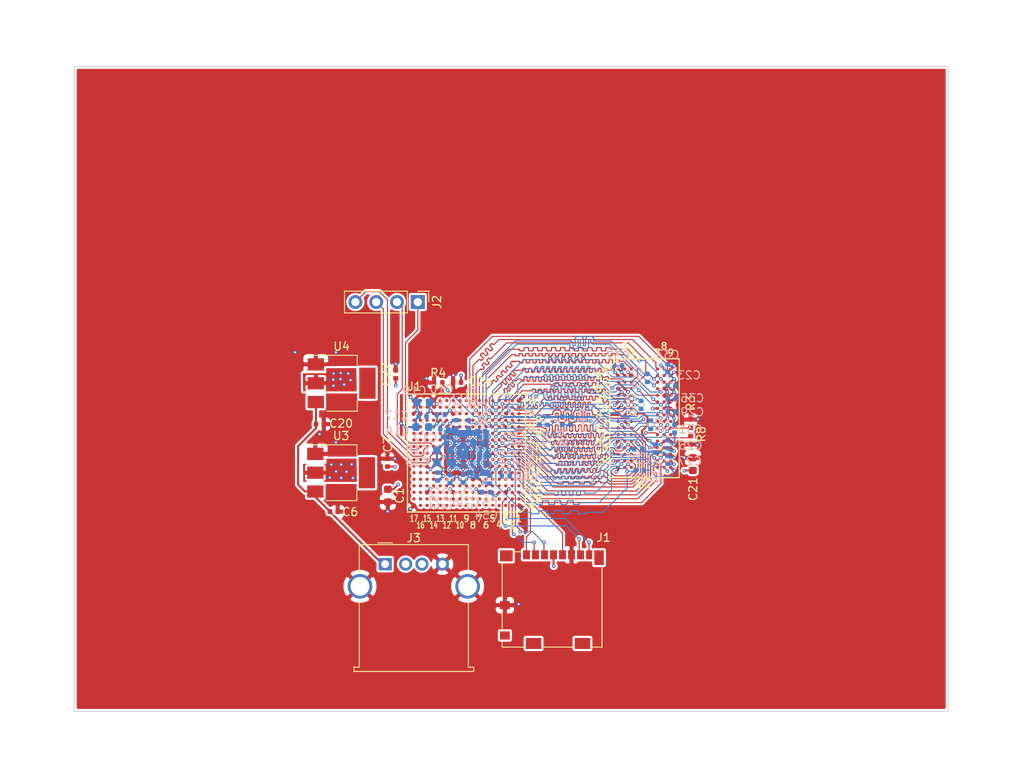
<source format=kicad_pcb>
(kicad_pcb (version 20171130) (host pcbnew "(5.1.7)-1")
  (layers (0 Front signal) (1 GND power hide) (2 PWR power) (31 Bottom signal hide) (34 B.Paste user hide) (35 F.Paste user hide) (36 B.SilkS user hide) (37 F.SilkS user) (38 B.Mask user hide) (39 F.Mask user hide) (44 Edge.Cuts user))
  (net 0 "")
  (net 1 GND)
  (net 2 +3V3)
  (net 3 +1V5)
  (net 4 "Net-(U1-PadF1)")
  (net 5 "Net-(U1-PadH5)")
  (net 6 "Net-(U1-PadJ3)")
  (net 7 "Net-(U1-PadK5)")
  (net 8 "Net-(U2-PadJ1)")
  (net 9 "Net-(U2-PadL1)")
  (net 10 "Net-(U2-PadM7)")
  (net 11 "Net-(U2-PadJ9)")
  (net 12 "Net-(U2-PadL9)")
  (net 13 SOC_CAP)
  (net 14 ARM_CAP)
  (net 15 NVCC_PLL)
  (net 16 SNVS_CAP)
  (net 17 HIGH_CAP)
  (net 18 "Net-(U1-PadA3)")
  (net 19 "Net-(U1-PadA4)")
  (net 20 "Net-(U1-PadA5)")
  (net 21 "Net-(U1-PadA6)")
  (net 22 "Net-(U1-PadA7)")
  (net 23 "Net-(U1-PadA8)")
  (net 24 "Net-(U1-PadA9)")
  (net 25 "Net-(U1-PadA10)")
  (net 26 "Net-(U1-PadA11)")
  (net 27 "Net-(U1-PadA12)")
  (net 28 "Net-(U1-PadA13)")
  (net 29 "Net-(U1-PadA14)")
  (net 30 "Net-(U1-PadA15)")
  (net 31 "Net-(U1-PadA16)")
  (net 32 "Net-(U1-PadB4)")
  (net 33 "Net-(U1-PadB5)")
  (net 34 "Net-(U1-PadB6)")
  (net 35 "Net-(U1-PadB7)")
  (net 36 "Net-(U1-PadB8)")
  (net 37 "Net-(U1-PadB9)")
  (net 38 "Net-(U1-PadB10)")
  (net 39 "Net-(U1-PadB11)")
  (net 40 "Net-(U1-PadB12)")
  (net 41 "Net-(U1-PadB13)")
  (net 42 "Net-(U1-PadB14)")
  (net 43 "Net-(U1-PadB15)")
  (net 44 "Net-(U1-PadB16)")
  (net 45 "Net-(U1-PadB17)")
  (net 46 "Net-(U1-PadC5)")
  (net 47 "Net-(U1-PadC6)")
  (net 48 "Net-(U1-PadC8)")
  (net 49 "Net-(U1-PadC9)")
  (net 50 "Net-(U1-PadC10)")
  (net 51 "Net-(U1-PadC12)")
  (net 52 "Net-(U1-PadC13)")
  (net 53 "Net-(U1-PadC14)")
  (net 54 "Net-(U1-PadC16)")
  (net 55 "Net-(U1-PadC17)")
  (net 56 "Net-(U1-PadD1)")
  (net 57 "Net-(U1-PadD2)")
  (net 58 "Net-(U1-PadD3)")
  (net 59 "Net-(U1-PadD4)")
  (net 60 "Net-(U1-PadD5)")
  (net 61 "Net-(U1-PadD6)")
  (net 62 "Net-(U1-PadD7)")
  (net 63 "Net-(U1-PadD8)")
  (net 64 "Net-(U1-PadD9)")
  (net 65 "Net-(U1-PadD10)")
  (net 66 "Net-(U1-PadD11)")
  (net 67 "Net-(U1-PadD12)")
  (net 68 "Net-(U1-PadD13)")
  (net 69 "Net-(U1-PadD14)")
  (net 70 "Net-(U1-PadD15)")
  (net 71 "Net-(U1-PadD16)")
  (net 72 "Net-(U1-PadD17)")
  (net 73 "Net-(U1-PadE1)")
  (net 74 "Net-(U1-PadE2)")
  (net 75 "Net-(U1-PadE3)")
  (net 76 "Net-(U1-PadE4)")
  (net 77 "Net-(U1-PadE5)")
  (net 78 "Net-(U1-PadE6)")
  (net 79 "Net-(U1-PadE9)")
  (net 80 "Net-(U1-PadE10)")
  (net 81 "Net-(U1-PadE12)")
  (net 82 "Net-(U1-PadE14)")
  (net 83 "Net-(U1-PadE15)")
  (net 84 "Net-(U1-PadE16)")
  (net 85 "Net-(U1-PadE17)")
  (net 86 "Net-(U1-PadF2)")
  (net 87 "Net-(U1-PadF3)")
  (net 88 "Net-(U1-PadF5)")
  (net 89 "Net-(U1-PadF14)")
  (net 90 "Net-(U1-PadF15)")
  (net 91 "Net-(U1-PadF16)")
  (net 92 "Net-(U1-PadF17)")
  (net 93 "Net-(U1-PadG13)")
  (net 94 "Net-(U1-PadG14)")
  (net 95 "Net-(U1-PadG16)")
  (net 96 "Net-(U1-PadG17)")
  (net 97 "Net-(U1-PadH14)")
  (net 98 "Net-(U1-PadH15)")
  (net 99 "Net-(U1-PadH16)")
  (net 100 "Net-(U1-PadH17)")
  (net 101 "Net-(U1-PadJ15)")
  (net 102 "Net-(U1-PadJ16)")
  (net 103 "Net-(U1-PadJ17)")
  (net 104 "Net-(U1-PadK13)")
  (net 105 "Net-(U1-PadK17)")
  (net 106 "Net-(U1-PadL13)")
  (net 107 "Net-(U1-PadL14)")
  (net 108 "Net-(U1-PadL15)")
  (net 109 "Net-(U1-PadL16)")
  (net 110 "Net-(U1-PadL17)")
  (net 111 "Net-(U1-PadM13)")
  (net 112 "Net-(U1-PadM14)")
  (net 113 "Net-(U1-PadM15)")
  (net 114 "Net-(U1-PadM16)")
  (net 115 "Net-(U1-PadM17)")
  (net 116 "Net-(U1-PadN8)")
  (net 117 "Net-(U1-PadN9)")
  (net 118 "Net-(U1-PadN10)")
  (net 119 "Net-(U1-PadN11)")
  (net 120 "Net-(U1-PadN14)")
  (net 121 "Net-(U1-PadN15)")
  (net 122 "Net-(U1-PadN16)")
  (net 123 "Net-(U1-PadN17)")
  (net 124 "Net-(U1-PadP8)")
  (net 125 "Net-(U1-PadP9)")
  (net 126 "Net-(U1-PadP10)")
  (net 127 "Net-(U1-PadP11)")
  (net 128 "Net-(U1-PadP14)")
  (net 129 "Net-(U1-PadP15)")
  (net 130 "Net-(U1-PadP16)")
  (net 131 "Net-(U1-PadP17)")
  (net 132 "Net-(U1-PadR6)")
  (net 133 "Net-(U1-PadR8)")
  (net 134 "Net-(U1-PadR9)")
  (net 135 "Net-(U1-PadR10)")
  (net 136 "Net-(U1-PadR12)")
  (net 137 "Net-(U1-PadR13)")
  (net 138 "Net-(U1-PadT9)")
  (net 139 "Net-(U1-PadT10)")
  (net 140 "Net-(U1-PadT11)")
  (net 141 "Net-(U1-PadT12)")
  (net 142 "Net-(U1-PadT13)")
  (net 143 "Net-(U1-PadT15)")
  (net 144 "Net-(U1-PadT16)")
  (net 145 "Net-(U1-PadT17)")
  (net 146 "Net-(U1-PadU9)")
  (net 147 "Net-(U1-PadU10)")
  (net 148 "Net-(U1-PadU11)")
  (net 149 "Net-(U1-PadU12)")
  (net 150 "Net-(U1-PadU13)")
  (net 151 "Net-(U1-PadU15)")
  (net 152 "Net-(U1-PadU16)")
  (net 153 VREFDDR)
  (net 154 VDD_HIGH_CAP)
  (net 155 /DDR/DQSL-)
  (net 156 /DDR/DQSL+)
  (net 157 /DDR/DQSU-)
  (net 158 /DDR/DQSU+)
  (net 159 /DDR/RESET#)
  (net 160 /DDR/CKE0)
  (net 161 /DDR/ZQPAD)
  (net 162 /DDR/CK+)
  (net 163 /DDR/CK-)
  (net 164 /DDR/ZQ)
  (net 165 /DDR/DQL4)
  (net 166 /DDR/DQL3)
  (net 167 /DDR/DQL1)
  (net 168 /DDR/DQU2)
  (net 169 /DDR/DQL7)
  (net 170 /DDR/DQU1)
  (net 171 /DDR/DQU0)
  (net 172 /DDR/DQL5)
  (net 173 /DDR/DML)
  (net 174 /DDR/DQL2)
  (net 175 /DDR/DQL6)
  (net 176 /DDR/DQL0)
  (net 177 /DDR/DMU)
  (net 178 /DDR/DQU3)
  (net 179 /DDR/DQU6)
  (net 180 /DDR/DQU7)
  (net 181 /DDR/DQU4)
  (net 182 /DDR/DQU5)
  (net 183 /DDR/CS0#)
  (net 184 /DDR/ODT0)
  (net 185 /DDR/RAS#)
  (net 186 /DDR/A10)
  (net 187 /DDR/A3)
  (net 188 /DDR/BA0)
  (net 189 /DDR/A0)
  (net 190 /DDR/A12)
  (net 191 /DDR/A9)
  (net 192 /DDR/A5)
  (net 193 /DDR/A4)
  (net 194 /DDR/A11)
  (net 195 /DDR/BA2)
  (net 196 /DDR/A2)
  (net 197 /DDR/A8)
  (net 198 /DDR/CAS#)
  (net 199 /DDR/WE#)
  (net 200 /DDR/A7)
  (net 201 /DDR/A13)
  (net 202 /DDR/A1)
  (net 203 /DDR/BA1)
  (net 204 /DDR/A6)
  (net 205 /DDR/A14)
  (net 206 SD_D1)
  (net 207 SD_D0)
  (net 208 SD_CLK)
  (net 209 SD_CMD)
  (net 210 SD_D3)
  (net 211 SD_D2)
  (net 212 Debug_RX)
  (net 213 Debug_CTS)
  (net 214 Debug_TX)
  (net 215 Debug_RTS)
  (net 216 +5V)
  (net 217 "Net-(J3-Pad3)")
  (net 218 "Net-(J3-Pad2)")
  (module Connector_USB:USB_A_Molex_67643_Horizontal (layer Front) (at 137.01 98.86)
    (fp_text reference J3 (at 3.5 -3.19) (layer F.SilkS))
    (fp_text value USB_A)
    (pad 4 thru_hole circle (at 7 0) (size 1.6 1.6) (drill 0.95) (layers *.Cu *.Mask) (net 1 GND))
    (pad 3 thru_hole circle (at 4.5 0) (size 1.6 1.6) (drill 0.95) (layers *.Cu *.Mask) (net 217 "Net-(J3-Pad3)"))
    (pad 2 thru_hole circle (at 2.5 0) (size 1.6 1.6) (drill 0.95) (layers *.Cu *.Mask) (net 218 "Net-(J3-Pad2)"))
    (pad 1 thru_hole rect (at 0 0) (size 1.6 1.5) (drill 0.95) (layers *.Cu *.Mask) (net 216 +5V))
    (pad 5 thru_hole circle (at 10.07 2.71) (size 3 3) (drill 2.3) (layers *.Cu *.Mask) (net 1 GND))
    (pad 5 thru_hole circle (at -3.07 2.71) (size 3 3) (drill 2.3) (layers *.Cu *.Mask) (net 1 GND))
  )
  (module Connector_PinHeader_2.54mm:PinHeader_1x04_P2.54mm_Vertical (layer Front) (at 141 66.87 270)
    (fp_text reference J2 (at 0 -2.33 90) (layer F.SilkS))
    (fp_text value Conn_01x04)
    (pad 4 thru_hole oval (at 0 7.62 270) (size 1.7 1.7) (drill 1) (layers *.Cu *.Mask) (net 213 Debug_CTS))
    (pad 3 thru_hole oval (at 0 5.08 270) (size 1.7 1.7) (drill 1) (layers *.Cu *.Mask) (net 215 Debug_RTS))
    (pad 2 thru_hole oval (at 0 2.54 270) (size 1.7 1.7) (drill 1) (layers *.Cu *.Mask) (net 212 Debug_RX))
    (pad 1 thru_hole rect (at 0 0 270) (size 1.7 1.7) (drill 1) (layers *.Cu *.Mask) (net 214 Debug_TX))
  )
  (module Capacitor_SMD:C_0402_1005Metric (layer Front) (at 138.3 75.69 90)
    (fp_text reference C22 (at 0 -1.16 90) (layer F.SilkS))
    (fp_text value 22uF)
    (pad 2 smd roundrect (at 0.48 0 90) (size 0.56 0.62) (layers Front F.Paste F.Mask) (net 1 GND))
    (pad 1 smd roundrect (at -0.48 0 90) (size 0.56 0.62) (layers Front F.Paste F.Mask) (net 3 +1V5))
  )
  (module Capacitor_SMD:C_0402_1005Metric (layer Front) (at 129.05 81.77)
    (fp_text reference C20 (at 2.58 -0.08) (layer F.SilkS))
    (fp_text value 10uF)
    (pad 2 smd roundrect (at 0.48 0) (size 0.56 0.62) (layers Front F.Paste F.Mask) (net 1 GND))
    (pad 1 smd roundrect (at -0.48 0) (size 0.56 0.62) (layers Front F.Paste F.Mask) (net 216 +5V))
  )
  (module Capacitor_SMD:C_0402_1005Metric (layer Front) (at 137.3 86.47 90)
    (fp_text reference C7 (at 2.22 0.05 90) (layer F.SilkS))
    (fp_text value 22uF)
    (pad 2 smd roundrect (at 0.48 0 90) (size 0.56 0.62) (layers Front F.Paste F.Mask) (net 1 GND))
    (pad 1 smd roundrect (at -0.48 0 90) (size 0.56 0.62) (layers Front F.Paste F.Mask) (net 2 +3V3))
  )
  (module Capacitor_SMD:C_0402_1005Metric (layer Front) (at 130.74 92.44)
    (fp_text reference C6 (at 2 0.05) (layer F.SilkS))
    (fp_text value 10uF)
    (pad 2 smd roundrect (at 0.48 0) (size 0.56 0.62) (layers Front F.Paste F.Mask) (net 1 GND))
    (pad 1 smd roundrect (at -0.48 0) (size 0.56 0.62) (layers Front F.Paste F.Mask) (net 216 +5V))
  )
  (module Package_TO_SOT_SMD:SOT-223 (layer Front) (at 131.7 76.78)
    (fp_text reference U4 (at 0 -4.5) (layer F.SilkS))
    (fp_text value AZ1117C-1.5)
    (pad 1 smd rect (at -3.15 -2.3) (size 2 1.5) (layers Front F.Paste F.Mask) (net 1 GND))
    (pad 3 smd rect (at -3.15 2.3) (size 2 1.5) (layers Front F.Paste F.Mask) (net 216 +5V))
    (pad 2 smd rect (at -3.15 0) (size 2 1.5) (layers Front F.Paste F.Mask) (net 3 +1V5))
    (pad 4 smd rect (at 3.15 0) (size 2 3.8) (layers Front F.Paste F.Mask))
  )
  (module Package_TO_SOT_SMD:SOT-223 (layer Front) (at 131.64 87.7)
    (fp_text reference U3 (at 0 -4.5) (layer F.SilkS))
    (fp_text value AZ1117C-3.3)
    (pad 1 smd rect (at -3.15 -2.3) (size 2 1.5) (layers Front F.Paste F.Mask) (net 1 GND))
    (pad 3 smd rect (at -3.15 2.3) (size 2 1.5) (layers Front F.Paste F.Mask) (net 216 +5V))
    (pad 2 smd rect (at -3.15 0) (size 2 1.5) (layers Front F.Paste F.Mask) (net 2 +3V3))
    (pad 4 smd rect (at 3.15 0) (size 2 3.8) (layers Front F.Paste F.Mask))
  )
  (module Connector_Card:microSD_HC_Molex_104031-0811 (layer Front) (at 157.37 103.17)
    (fp_text reference J1 (at 6.32 -7.55) (layer F.SilkS))
    (fp_text value Micro_SD_Card)
    (pad 11 smd rect (at 3.73 5.375) (size 1.9 1.35) (layers Front F.Paste F.Mask))
    (pad 11 smd rect (at -2.24 5.375) (size 1.9 1.35) (layers Front F.Paste F.Mask))
    (pad 9 smd rect (at -5.74 0.7) (size 1.2 1) (layers Front F.Paste F.Mask) (net 1 GND))
    (pad 10 smd rect (at -5.74 4.4) (size 1.2 1) (layers Front F.Paste F.Mask))
    (pad 11 smd rect (at -5.565 -5.325) (size 1.55 1.35) (layers Front F.Paste F.Mask))
    (pad 11 smd rect (at 5.755 -5.1) (size 1.17 1.8) (layers Front F.Paste F.Mask))
    (pad 7 smd rect (at 3.495 -5.45) (size 0.85 1.1) (layers Front F.Paste F.Mask) (net 207 SD_D0))
    (pad 6 smd rect (at 2.395 -5.45) (size 0.85 1.1) (layers Front F.Paste F.Mask) (net 1 GND))
    (pad 5 smd rect (at 1.295 -5.45) (size 0.85 1.1) (layers Front F.Paste F.Mask) (net 208 SD_CLK))
    (pad 4 smd rect (at 0.195 -5.45) (size 0.85 1.1) (layers Front F.Paste F.Mask) (net 2 +3V3))
    (pad 3 smd rect (at -0.905 -5.45) (size 0.85 1.1) (layers Front F.Paste F.Mask) (net 209 SD_CMD))
    (pad 2 smd rect (at -2.005 -5.45) (size 0.85 1.1) (layers Front F.Paste F.Mask) (net 210 SD_D3))
    (pad 8 smd rect (at 4.545 -5.45) (size 0.75 1.1) (layers Front F.Paste F.Mask) (net 206 SD_D1))
    (pad 1 smd rect (at -3.105 -5.45) (size 0.85 1.1) (layers Front F.Paste F.Mask) (net 211 SD_D2))
  )
  (module "Custom Components:DDR3_BGA96" (layer Front) (at 168.665 81.05)
    (fp_text reference U2 (at 0 8) (layer F.SilkS))
    (fp_text value DDR3_BGA96)
    (fp_text user 8 (at 2.4 -8.8) (layer F.SilkS) (effects (font (size 0.8 0.8))))
    (fp_text user 7 (at 1.6 -8) (layer F.SilkS) (effects (font (size 0.8 0.8))))
    (fp_text user 3 (at -1.6 -8) (layer F.SilkS) (effects (font (size 0.8 0.8))))
    (fp_text user 2 (at -2.4 -8.8) (layer F.SilkS) (effects (font (size 0.8 0.8))))
    (fp_text user 9 (at 3.2 -8) (layer F.SilkS) (effects (font (size 0.8 0.8))))
    (fp_text user 1 (at -3.2 -8) (layer F.SilkS) (effects (font (size 0.8 0.8))))
    (fp_text user T (at -5.6 6) (layer F.SilkS) (effects (font (size 0.8 0.8))))
    (fp_text user R (at -4.8 5.2) (layer F.SilkS) (effects (font (size 0.8 0.8))))
    (fp_text user P (at -5.6 4.4) (layer F.SilkS) (effects (font (size 0.8 0.8))))
    (fp_text user N (at -4.8 3.6) (layer F.SilkS) (effects (font (size 0.8 0.8))))
    (fp_text user M (at -5.6 2.8) (layer F.SilkS) (effects (font (size 0.8 0.8))))
    (fp_text user L (at -4.8 2) (layer F.SilkS) (effects (font (size 0.8 0.8))))
    (fp_text user K (at -5.6 1.2) (layer F.SilkS) (effects (font (size 0.8 0.8))))
    (fp_text user J (at -4.8 0.4) (layer F.SilkS) (effects (font (size 0.8 0.8))))
    (fp_text user H (at -5.6 -0.4) (layer F.SilkS) (effects (font (size 0.8 0.8))))
    (fp_text user G (at -4.8 -1.2) (layer F.SilkS) (effects (font (size 0.8 0.8))))
    (fp_text user F (at -5.6 -2) (layer F.SilkS) (effects (font (size 0.8 0.8))))
    (fp_text user E (at -4.8 -2.8) (layer F.SilkS) (effects (font (size 0.8 0.8))))
    (fp_text user D (at -5.6 -3.6) (layer F.SilkS) (effects (font (size 0.8 0.8))))
    (fp_text user C (at -4.8 -4.4) (layer F.SilkS) (effects (font (size 0.8 0.8))))
    (fp_text user B (at -5.6 -5.2) (layer F.SilkS) (effects (font (size 0.8 0.8))))
    (fp_text user A (at -4.8 -6) (layer F.SilkS) (effects (font (size 0.8 0.8))))
    (pad A1 smd circle (at -3.2 -6) (size 0.4 0.4) (layers Front F.Paste F.Mask) (net 3 +1V5))
    (pad B1 smd circle (at -3.2 -5.2) (size 0.4 0.4) (layers Front F.Paste F.Mask) (net 1 GND))
    (pad C1 smd circle (at -3.2 -4.4) (size 0.4 0.4) (layers Front F.Paste F.Mask) (net 3 +1V5))
    (pad D1 smd circle (at -3.2 -3.6) (size 0.4 0.4) (layers Front F.Paste F.Mask) (net 1 GND))
    (pad E1 smd circle (at -3.2 -2.8) (size 0.4 0.4) (layers Front F.Paste F.Mask) (net 1 GND))
    (pad F1 smd circle (at -3.2 -2) (size 0.4 0.4) (layers Front F.Paste F.Mask) (net 3 +1V5))
    (pad G1 smd circle (at -3.2 -1.2) (size 0.4 0.4) (layers Front F.Paste F.Mask) (net 1 GND))
    (pad H1 smd circle (at -3.2 -0.4) (size 0.4 0.4) (layers Front F.Paste F.Mask) (net 153 VREFDDR))
    (pad J1 smd circle (at -3.2 0.4) (size 0.4 0.4) (layers Front F.Paste F.Mask) (net 8 "Net-(U2-PadJ1)"))
    (pad K1 smd circle (at -3.2 1.2) (size 0.4 0.4) (layers Front F.Paste F.Mask) (net 184 /DDR/ODT0))
    (pad L1 smd circle (at -3.2 2) (size 0.4 0.4) (layers Front F.Paste F.Mask) (net 9 "Net-(U2-PadL1)"))
    (pad M1 smd circle (at -3.2 2.8) (size 0.4 0.4) (layers Front F.Paste F.Mask) (net 1 GND))
    (pad N1 smd circle (at -3.2 3.6) (size 0.4 0.4) (layers Front F.Paste F.Mask) (net 3 +1V5))
    (pad P1 smd circle (at -3.2 4.4) (size 0.4 0.4) (layers Front F.Paste F.Mask) (net 1 GND))
    (pad R1 smd circle (at -3.2 5.2) (size 0.4 0.4) (layers Front F.Paste F.Mask) (net 3 +1V5))
    (pad T1 smd circle (at -3.2 6) (size 0.4 0.4) (layers Front F.Paste F.Mask) (net 1 GND))
    (pad A2 smd circle (at -2.4 -6) (size 0.4 0.4) (layers Front F.Paste F.Mask) (net 175 /DDR/DQL6))
    (pad B2 smd circle (at -2.4 -5.2) (size 0.4 0.4) (layers Front F.Paste F.Mask) (net 3 +1V5))
    (pad C2 smd circle (at -2.4 -4.4) (size 0.4 0.4) (layers Front F.Paste F.Mask) (net 169 /DDR/DQL7))
    (pad D2 smd circle (at -2.4 -3.6) (size 0.4 0.4) (layers Front F.Paste F.Mask) (net 3 +1V5))
    (pad E2 smd circle (at -2.4 -2.8) (size 0.4 0.4) (layers Front F.Paste F.Mask) (net 1 GND))
    (pad F2 smd circle (at -2.4 -2) (size 0.4 0.4) (layers Front F.Paste F.Mask) (net 178 /DDR/DQU3))
    (pad G2 smd circle (at -2.4 -1.2) (size 0.4 0.4) (layers Front F.Paste F.Mask) (net 180 /DDR/DQU7))
    (pad H2 smd circle (at -2.4 -0.4) (size 0.4 0.4) (layers Front F.Paste F.Mask) (net 3 +1V5))
    (pad J2 smd circle (at -2.4 0.4) (size 0.4 0.4) (layers Front F.Paste F.Mask) (net 1 GND))
    (pad K2 smd circle (at -2.4 1.2) (size 0.4 0.4) (layers Front F.Paste F.Mask) (net 3 +1V5))
    (pad L2 smd circle (at -2.4 2) (size 0.4 0.4) (layers Front F.Paste F.Mask) (net 183 /DDR/CS0#))
    (pad M2 smd circle (at -2.4 2.8) (size 0.4 0.4) (layers Front F.Paste F.Mask) (net 188 /DDR/BA0))
    (pad N2 smd circle (at -2.4 3.6) (size 0.4 0.4) (layers Front F.Paste F.Mask) (net 187 /DDR/A3))
    (pad P2 smd circle (at -2.4 4.4) (size 0.4 0.4) (layers Front F.Paste F.Mask) (net 192 /DDR/A5))
    (pad R2 smd circle (at -2.4 5.2) (size 0.4 0.4) (layers Front F.Paste F.Mask) (net 200 /DDR/A7))
    (pad T2 smd circle (at -2.4 6) (size 0.4 0.4) (layers Front F.Paste F.Mask) (net 159 /DDR/RESET#))
    (pad A3 smd circle (at -1.6 -6) (size 0.4 0.4) (layers Front F.Paste F.Mask) (net 167 /DDR/DQL1))
    (pad B3 smd circle (at -1.6 -5.2) (size 0.4 0.4) (layers Front F.Paste F.Mask) (net 1 GND))
    (pad C3 smd circle (at -1.6 -4.4) (size 0.4 0.4) (layers Front F.Paste F.Mask) (net 174 /DDR/DQL2))
    (pad D3 smd circle (at -1.6 -3.6) (size 0.4 0.4) (layers Front F.Paste F.Mask) (net 173 /DDR/DML))
    (pad E3 smd circle (at -1.6 -2.8) (size 0.4 0.4) (layers Front F.Paste F.Mask) (net 171 /DDR/DQU0))
    (pad F3 smd circle (at -1.6 -2) (size 0.4 0.4) (layers Front F.Paste F.Mask) (net 158 /DDR/DQSU+))
    (pad G3 smd circle (at -1.6 -1.2) (size 0.4 0.4) (layers Front F.Paste F.Mask) (net 157 /DDR/DQSU-))
    (pad H3 smd circle (at -1.6 -0.4) (size 0.4 0.4) (layers Front F.Paste F.Mask) (net 179 /DDR/DQU6))
    (pad J3 smd circle (at -1.6 0.4) (size 0.4 0.4) (layers Front F.Paste F.Mask) (net 185 /DDR/RAS#))
    (pad K3 smd circle (at -1.6 1.2) (size 0.4 0.4) (layers Front F.Paste F.Mask) (net 198 /DDR/CAS#))
    (pad L3 smd circle (at -1.6 2) (size 0.4 0.4) (layers Front F.Paste F.Mask) (net 199 /DDR/WE#))
    (pad M3 smd circle (at -1.6 2.8) (size 0.4 0.4) (layers Front F.Paste F.Mask) (net 195 /DDR/BA2))
    (pad N3 smd circle (at -1.6 3.6) (size 0.4 0.4) (layers Front F.Paste F.Mask) (net 189 /DDR/A0))
    (pad P3 smd circle (at -1.6 4.4) (size 0.4 0.4) (layers Front F.Paste F.Mask) (net 196 /DDR/A2))
    (pad R3 smd circle (at -1.6 5.2) (size 0.4 0.4) (layers Front F.Paste F.Mask) (net 191 /DDR/A9))
    (pad T3 smd circle (at -1.6 6) (size 0.4 0.4) (layers Front F.Paste F.Mask) (net 201 /DDR/A13))
    (pad A7 smd circle (at 1.6 -6) (size 0.4 0.4) (layers Front F.Paste F.Mask) (net 165 /DDR/DQL4))
    (pad B7 smd circle (at 1.6 -5.2) (size 0.4 0.4) (layers Front F.Paste F.Mask) (net 155 /DDR/DQSL-))
    (pad C7 smd circle (at 1.6 -4.4) (size 0.4 0.4) (layers Front F.Paste F.Mask) (net 156 /DDR/DQSL+))
    (pad D7 smd circle (at 1.6 -3.6) (size 0.4 0.4) (layers Front F.Paste F.Mask) (net 176 /DDR/DQL0))
    (pad E7 smd circle (at 1.6 -2.8) (size 0.4 0.4) (layers Front F.Paste F.Mask) (net 177 /DDR/DMU))
    (pad F7 smd circle (at 1.6 -2) (size 0.4 0.4) (layers Front F.Paste F.Mask) (net 170 /DDR/DQU1))
    (pad G7 smd circle (at 1.6 -1.2) (size 0.4 0.4) (layers Front F.Paste F.Mask) (net 3 +1V5))
    (pad H7 smd circle (at 1.6 -0.4) (size 0.4 0.4) (layers Front F.Paste F.Mask) (net 182 /DDR/DQU5))
    (pad J7 smd circle (at 1.6 0.4) (size 0.4 0.4) (layers Front F.Paste F.Mask) (net 162 /DDR/CK+))
    (pad K7 smd circle (at 1.6 1.2) (size 0.4 0.4) (layers Front F.Paste F.Mask) (net 163 /DDR/CK-))
    (pad L7 smd circle (at 1.6 2) (size 0.4 0.4) (layers Front F.Paste F.Mask) (net 186 /DDR/A10))
    (pad M7 smd circle (at 1.6 2.8) (size 0.4 0.4) (layers Front F.Paste F.Mask) (net 10 "Net-(U2-PadM7)"))
    (pad N7 smd circle (at 1.6 3.6) (size 0.4 0.4) (layers Front F.Paste F.Mask) (net 190 /DDR/A12))
    (pad P7 smd circle (at 1.6 4.4) (size 0.4 0.4) (layers Front F.Paste F.Mask) (net 202 /DDR/A1))
    (pad R7 smd circle (at 1.6 5.2) (size 0.4 0.4) (layers Front F.Paste F.Mask) (net 194 /DDR/A11))
    (pad T7 smd circle (at 1.6 6) (size 0.4 0.4) (layers Front F.Paste F.Mask) (net 205 /DDR/A14))
    (pad A8 smd circle (at 2.4 -6) (size 0.4 0.4) (layers Front F.Paste F.Mask) (net 3 +1V5))
    (pad B8 smd circle (at 2.4 -5.2) (size 0.4 0.4) (layers Front F.Paste F.Mask) (net 172 /DDR/DQL5))
    (pad C8 smd circle (at 2.4 -4.4) (size 0.4 0.4) (layers Front F.Paste F.Mask) (net 166 /DDR/DQL3))
    (pad D8 smd circle (at 2.4 -3.6) (size 0.4 0.4) (layers Front F.Paste F.Mask) (net 1 GND))
    (pad E8 smd circle (at 2.4 -2.8) (size 0.4 0.4) (layers Front F.Paste F.Mask) (net 1 GND))
    (pad F8 smd circle (at 2.4 -2) (size 0.4 0.4) (layers Front F.Paste F.Mask) (net 168 /DDR/DQU2))
    (pad G8 smd circle (at 2.4 -1.2) (size 0.4 0.4) (layers Front F.Paste F.Mask) (net 1 GND))
    (pad H8 smd circle (at 2.4 -0.4) (size 0.4 0.4) (layers Front F.Paste F.Mask) (net 181 /DDR/DQU4))
    (pad J8 smd circle (at 2.4 0.4) (size 0.4 0.4) (layers Front F.Paste F.Mask) (net 1 GND))
    (pad K8 smd circle (at 2.4 1.2) (size 0.4 0.4) (layers Front F.Paste F.Mask) (net 3 +1V5))
    (pad L8 smd circle (at 2.4 2) (size 0.4 0.4) (layers Front F.Paste F.Mask) (net 164 /DDR/ZQ))
    (pad M8 smd circle (at 2.4 2.8) (size 0.4 0.4) (layers Front F.Paste F.Mask) (net 153 VREFDDR))
    (pad N8 smd circle (at 2.4 3.6) (size 0.4 0.4) (layers Front F.Paste F.Mask) (net 203 /DDR/BA1))
    (pad P8 smd circle (at 2.4 4.4) (size 0.4 0.4) (layers Front F.Paste F.Mask) (net 193 /DDR/A4))
    (pad R8 smd circle (at 2.4 5.2) (size 0.4 0.4) (layers Front F.Paste F.Mask) (net 204 /DDR/A6))
    (pad T8 smd circle (at 2.4 6) (size 0.4 0.4) (layers Front F.Paste F.Mask) (net 197 /DDR/A8))
    (pad A9 smd circle (at 3.2 -6) (size 0.4 0.4) (layers Front F.Paste F.Mask) (net 1 GND))
    (pad B9 smd circle (at 3.2 -5.2) (size 0.4 0.4) (layers Front F.Paste F.Mask) (net 1 GND))
    (pad C9 smd circle (at 3.2 -4.4) (size 0.4 0.4) (layers Front F.Paste F.Mask) (net 3 +1V5))
    (pad D9 smd circle (at 3.2 -3.6) (size 0.4 0.4) (layers Front F.Paste F.Mask) (net 3 +1V5))
    (pad E9 smd circle (at 3.2 -2.8) (size 0.4 0.4) (layers Front F.Paste F.Mask) (net 3 +1V5))
    (pad F9 smd circle (at 3.2 -2) (size 0.4 0.4) (layers Front F.Paste F.Mask) (net 1 GND))
    (pad G9 smd circle (at 3.2 -1.2) (size 0.4 0.4) (layers Front F.Paste F.Mask) (net 1 GND))
    (pad H9 smd circle (at 3.2 -0.4) (size 0.4 0.4) (layers Front F.Paste F.Mask) (net 3 +1V5))
    (pad J9 smd circle (at 3.2 0.4) (size 0.4 0.4) (layers Front F.Paste F.Mask) (net 11 "Net-(U2-PadJ9)"))
    (pad K9 smd circle (at 3.2 1.2) (size 0.4 0.4) (layers Front F.Paste F.Mask) (net 160 /DDR/CKE0))
    (pad L9 smd circle (at 3.2 2) (size 0.4 0.4) (layers Front F.Paste F.Mask) (net 12 "Net-(U2-PadL9)"))
    (pad M9 smd circle (at 3.2 2.8) (size 0.4 0.4) (layers Front F.Paste F.Mask) (net 1 GND))
    (pad N9 smd circle (at 3.2 3.6) (size 0.4 0.4) (layers Front F.Paste F.Mask) (net 3 +1V5))
    (pad P9 smd circle (at 3.2 4.4) (size 0.4 0.4) (layers Front F.Paste F.Mask) (net 1 GND))
    (pad R9 smd circle (at 3.2 5.2) (size 0.4 0.4) (layers Front F.Paste F.Mask) (net 3 +1V5))
    (pad T9 smd circle (at 3.2 6) (size 0.4 0.4) (layers Front F.Paste F.Mask) (net 1 GND))
  )
  (module "Custom Components:IMX6UL_BGA289" (layer Front) (at 146.9315 85.299 180)
    (fp_text reference U1 (at 6.4715 8.119) (layer F.SilkS))
    (fp_text value IMX6UL_BGA289)
    (fp_text user A (at -8 -6.4) (layer F.SilkS) (effects (font (size 0.8 0.8))))
    (fp_text user B (at -8.8 -5.6) (layer F.SilkS) (effects (font (size 0.8 0.8))))
    (fp_text user C (at -8 -4.8) (layer F.SilkS) (effects (font (size 0.8 0.8))))
    (fp_text user D (at -8.8 -4) (layer F.SilkS) (effects (font (size 0.8 0.8))))
    (fp_text user E (at -8 -3.2) (layer F.SilkS) (effects (font (size 0.8 0.8))))
    (fp_text user F (at -8.8 -2.4) (layer F.SilkS) (effects (font (size 0.8 0.8))))
    (fp_text user G (at -8 -1.6) (layer F.SilkS) (effects (font (size 0.8 0.8))))
    (fp_text user H (at -8.8 -0.8) (layer F.SilkS) (effects (font (size 0.8 0.8))))
    (fp_text user J (at -8 0) (layer F.SilkS) (effects (font (size 0.8 0.8))))
    (fp_text user K (at -8.8 0.8) (layer F.SilkS) (effects (font (size 0.8 0.8))))
    (fp_text user L (at -8 1.6) (layer F.SilkS) (effects (font (size 0.8 0.8))))
    (fp_text user M (at -8.8 2.4) (layer F.SilkS) (effects (font (size 0.8 0.8))))
    (fp_text user P (at -8.8 4) (layer F.SilkS) (effects (font (size 0.8 0.8))))
    (fp_text user T (at -8.8 5.6) (layer F.SilkS) (effects (font (size 0.8 0.8))))
    (fp_text user N (at -8 3.2) (layer F.SilkS) (effects (font (size 0.8 0.8))))
    (fp_text user R (at -8 4.8) (layer F.SilkS) (effects (font (size 0.8 0.8))))
    (fp_text user U (at -8 6.4) (layer F.SilkS) (effects (font (size 0.8 0.8))))
    (fp_text user 1 (at -6.4 -8) (layer F.SilkS) (effects (font (size 0.8 0.8))))
    (fp_text user 2 (at -5.6 -8.8) (layer F.SilkS) (effects (font (size 0.8 0.8))))
    (fp_text user 3 (at -4.8 -8) (layer F.SilkS) (effects (font (size 0.8 0.8))))
    (fp_text user 4 (at -4 -8.8) (layer F.SilkS) (effects (font (size 0.8 0.8))))
    (fp_text user 5 (at -3.2 -8) (layer F.SilkS) (effects (font (size 0.8 0.8))))
    (fp_text user 6 (at -2.4 -8.8) (layer F.SilkS) (effects (font (size 0.8 0.8))))
    (fp_text user 7 (at -1.6 -8) (layer F.SilkS) (effects (font (size 0.8 0.8))))
    (fp_text user 8 (at -0.8 -8.8) (layer F.SilkS) (effects (font (size 0.8 0.8))))
    (fp_text user 9 (at 0 -8) (layer F.SilkS) (effects (font (size 0.8 0.8))))
    (fp_text user 10 (at 0.8 -8.8) (layer F.SilkS) (effects (font (size 0.8 0.5) (thickness 0.125))))
    (fp_text user 11 (at 1.6 -8) (layer F.SilkS) (effects (font (size 0.8 0.5) (thickness 0.125))))
    (fp_text user 12 (at 2.4 -8.8) (layer F.SilkS) (effects (font (size 0.8 0.5) (thickness 0.125))))
    (fp_text user 13 (at 3.2 -8) (layer F.SilkS) (effects (font (size 0.8 0.5) (thickness 0.125))))
    (fp_text user 14 (at 4 -8.8) (layer F.SilkS) (effects (font (size 0.8 0.5) (thickness 0.125))))
    (fp_text user 15 (at 4.8 -8) (layer F.SilkS) (effects (font (size 0.8 0.5) (thickness 0.125))))
    (fp_text user 16 (at 5.6 -8.8) (layer F.SilkS) (effects (font (size 0.8 0.5) (thickness 0.125))))
    (fp_text user 17 (at 6.4 -8) (layer F.SilkS) (effects (font (size 0.8 0.5) (thickness 0.125))))
    (pad U17 smd circle (at 6.4 6.4 180) (size 0.4 0.4) (layers Front F.Paste F.Mask) (net 1 GND))
    (pad U16 smd circle (at 5.6 6.4 180) (size 0.4 0.4) (layers Front F.Paste F.Mask) (net 152 "Net-(U1-PadU16)"))
    (pad U15 smd circle (at 4.8 6.4 180) (size 0.4 0.4) (layers Front F.Paste F.Mask) (net 151 "Net-(U1-PadU15)"))
    (pad U14 smd circle (at 4 6.4 180) (size 0.4 0.4) (layers Front F.Paste F.Mask) (net 1 GND))
    (pad U13 smd circle (at 3.2 6.4 180) (size 0.4 0.4) (layers Front F.Paste F.Mask) (net 150 "Net-(U1-PadU13)"))
    (pad U12 smd circle (at 2.4 6.4 180) (size 0.4 0.4) (layers Front F.Paste F.Mask) (net 149 "Net-(U1-PadU12)"))
    (pad U11 smd circle (at 1.6 6.4 180) (size 0.4 0.4) (layers Front F.Paste F.Mask) (net 148 "Net-(U1-PadU11)"))
    (pad U10 smd circle (at 0.8 6.4 180) (size 0.4 0.4) (layers Front F.Paste F.Mask) (net 147 "Net-(U1-PadU10)"))
    (pad U9 smd circle (at 0 6.4 180) (size 0.4 0.4) (layers Front F.Paste F.Mask) (net 146 "Net-(U1-PadU9)"))
    (pad U8 smd circle (at -0.8 6.4 180) (size 0.4 0.4) (layers Front F.Paste F.Mask) (net 165 /DDR/DQL4))
    (pad U7 smd circle (at -1.6 6.4 180) (size 0.4 0.4) (layers Front F.Paste F.Mask) (net 166 /DDR/DQL3))
    (pad U6 smd circle (at -2.4 6.4 180) (size 0.4 0.4) (layers Front F.Paste F.Mask) (net 167 /DDR/DQL1))
    (pad U5 smd circle (at -3.2 6.4 180) (size 0.4 0.4) (layers Front F.Paste F.Mask) (net 168 /DDR/DQU2))
    (pad U4 smd circle (at -4 6.4 180) (size 0.4 0.4) (layers Front F.Paste F.Mask) (net 169 /DDR/DQL7))
    (pad U3 smd circle (at -4.8 6.4 180) (size 0.4 0.4) (layers Front F.Paste F.Mask) (net 170 /DDR/DQU1))
    (pad U2 smd circle (at -5.6 6.4 180) (size 0.4 0.4) (layers Front F.Paste F.Mask) (net 171 /DDR/DQU0))
    (pad U1 smd circle (at -6.4 6.4 180) (size 0.4 0.4) (layers Front F.Paste F.Mask) (net 1 GND))
    (pad T17 smd circle (at 6.4 5.6 180) (size 0.4 0.4) (layers Front F.Paste F.Mask) (net 145 "Net-(U1-PadT17)"))
    (pad T16 smd circle (at 5.6 5.6 180) (size 0.4 0.4) (layers Front F.Paste F.Mask) (net 144 "Net-(U1-PadT16)"))
    (pad T15 smd circle (at 4.8 5.6 180) (size 0.4 0.4) (layers Front F.Paste F.Mask) (net 143 "Net-(U1-PadT15)"))
    (pad T14 smd circle (at 4 5.6 180) (size 0.4 0.4) (layers Front F.Paste F.Mask) (net 1 GND))
    (pad T13 smd circle (at 3.2 5.6 180) (size 0.4 0.4) (layers Front F.Paste F.Mask) (net 142 "Net-(U1-PadT13)"))
    (pad T12 smd circle (at 2.4 5.6 180) (size 0.4 0.4) (layers Front F.Paste F.Mask) (net 141 "Net-(U1-PadT12)"))
    (pad T11 smd circle (at 1.6 5.6 180) (size 0.4 0.4) (layers Front F.Paste F.Mask) (net 140 "Net-(U1-PadT11)"))
    (pad T10 smd circle (at 0.8 5.6 180) (size 0.4 0.4) (layers Front F.Paste F.Mask) (net 139 "Net-(U1-PadT10)"))
    (pad T9 smd circle (at 0 5.6 180) (size 0.4 0.4) (layers Front F.Paste F.Mask) (net 138 "Net-(U1-PadT9)"))
    (pad T8 smd circle (at -0.8 5.6 180) (size 0.4 0.4) (layers Front F.Paste F.Mask) (net 172 /DDR/DQL5))
    (pad T7 smd circle (at -1.6 5.6 180) (size 0.4 0.4) (layers Front F.Paste F.Mask) (net 173 /DDR/DML))
    (pad T6 smd circle (at -2.4 5.6 180) (size 0.4 0.4) (layers Front F.Paste F.Mask) (net 174 /DDR/DQL2))
    (pad T5 smd circle (at -3.2 5.6 180) (size 0.4 0.4) (layers Front F.Paste F.Mask) (net 175 /DDR/DQL6))
    (pad T4 smd circle (at -4 5.6 180) (size 0.4 0.4) (layers Front F.Paste F.Mask) (net 176 /DDR/DQL0))
    (pad T3 smd circle (at -4.8 5.6 180) (size 0.4 0.4) (layers Front F.Paste F.Mask) (net 177 /DDR/DMU))
    (pad T2 smd circle (at -5.6 5.6 180) (size 0.4 0.4) (layers Front F.Paste F.Mask) (net 157 /DDR/DQSU-))
    (pad T1 smd circle (at -6.4 5.6 180) (size 0.4 0.4) (layers Front F.Paste F.Mask) (net 158 /DDR/DQSU+))
    (pad R17 smd circle (at 6.4 4.8 180) (size 0.4 0.4) (layers Front F.Paste F.Mask) (net 1 GND))
    (pad R16 smd circle (at 5.6 4.8 180) (size 0.4 0.4) (layers Front F.Paste F.Mask) (net 1 GND))
    (pad R15 smd circle (at 4.8 4.8 180) (size 0.4 0.4) (layers Front F.Paste F.Mask) (net 17 HIGH_CAP))
    (pad R14 smd circle (at 4 4.8 180) (size 0.4 0.4) (layers Front F.Paste F.Mask) (net 17 HIGH_CAP))
    (pad R13 smd circle (at 3.2 4.8 180) (size 0.4 0.4) (layers Front F.Paste F.Mask) (net 137 "Net-(U1-PadR13)"))
    (pad R12 smd circle (at 2.4 4.8 180) (size 0.4 0.4) (layers Front F.Paste F.Mask) (net 136 "Net-(U1-PadR12)"))
    (pad R11 smd circle (at 1.6 4.8 180) (size 0.4 0.4) (layers Front F.Paste F.Mask) (net 1 GND))
    (pad R10 smd circle (at 0.8 4.8 180) (size 0.4 0.4) (layers Front F.Paste F.Mask) (net 135 "Net-(U1-PadR10)"))
    (pad R9 smd circle (at 0 4.8 180) (size 0.4 0.4) (layers Front F.Paste F.Mask) (net 134 "Net-(U1-PadR9)"))
    (pad R8 smd circle (at -0.8 4.8 180) (size 0.4 0.4) (layers Front F.Paste F.Mask) (net 133 "Net-(U1-PadR8)"))
    (pad R7 smd circle (at -1.6 4.8 180) (size 0.4 0.4) (layers Front F.Paste F.Mask) (net 1 GND))
    (pad R6 smd circle (at -2.4 4.8 180) (size 0.4 0.4) (layers Front F.Paste F.Mask) (net 132 "Net-(U1-PadR6)"))
    (pad R5 smd circle (at -3.2 4.8 180) (size 0.4 0.4) (layers Front F.Paste F.Mask) (net 1 GND))
    (pad R4 smd circle (at -4 4.8 180) (size 0.4 0.4) (layers Front F.Paste F.Mask) (net 178 /DDR/DQU3))
    (pad R3 smd circle (at -4.8 4.8 180) (size 0.4 0.4) (layers Front F.Paste F.Mask) (net 1 GND))
    (pad R2 smd circle (at -5.6 4.8 180) (size 0.4 0.4) (layers Front F.Paste F.Mask) (net 179 /DDR/DQU6))
    (pad R1 smd circle (at -6.4 4.8 180) (size 0.4 0.4) (layers Front F.Paste F.Mask) (net 180 /DDR/DQU7))
    (pad P17 smd circle (at 6.4 4 180) (size 0.4 0.4) (layers Front F.Paste F.Mask) (net 131 "Net-(U1-PadP17)"))
    (pad P16 smd circle (at 5.6 4 180) (size 0.4 0.4) (layers Front F.Paste F.Mask) (net 130 "Net-(U1-PadP16)"))
    (pad P15 smd circle (at 4.8 4 180) (size 0.4 0.4) (layers Front F.Paste F.Mask) (net 129 "Net-(U1-PadP15)"))
    (pad P14 smd circle (at 4 4 180) (size 0.4 0.4) (layers Front F.Paste F.Mask) (net 128 "Net-(U1-PadP14)"))
    (pad P13 smd circle (at 3.2 4 180) (size 0.4 0.4) (layers Front F.Paste F.Mask) (net 15 NVCC_PLL))
    (pad P12 smd circle (at 2.4 4 180) (size 0.4 0.4) (layers Front F.Paste F.Mask) (net 3 +1V5))
    (pad P11 smd circle (at 1.6 4 180) (size 0.4 0.4) (layers Front F.Paste F.Mask) (net 127 "Net-(U1-PadP11)"))
    (pad P10 smd circle (at 0.8 4 180) (size 0.4 0.4) (layers Front F.Paste F.Mask) (net 126 "Net-(U1-PadP10)"))
    (pad P9 smd circle (at 0 4 180) (size 0.4 0.4) (layers Front F.Paste F.Mask) (net 125 "Net-(U1-PadP9)"))
    (pad P8 smd circle (at -0.8 4 180) (size 0.4 0.4) (layers Front F.Paste F.Mask) (net 124 "Net-(U1-PadP8)"))
    (pad P7 smd circle (at -1.6 4 180) (size 0.4 0.4) (layers Front F.Paste F.Mask) (net 155 /DDR/DQSL-))
    (pad P6 smd circle (at -2.4 4 180) (size 0.4 0.4) (layers Front F.Paste F.Mask) (net 156 /DDR/DQSL+))
    (pad P5 smd circle (at -3.2 4 180) (size 0.4 0.4) (layers Front F.Paste F.Mask) (net 181 /DDR/DQU4))
    (pad P4 smd circle (at -4 4 180) (size 0.4 0.4) (layers Front F.Paste F.Mask) (net 153 VREFDDR))
    (pad P3 smd circle (at -4.8 4 180) (size 0.4 0.4) (layers Front F.Paste F.Mask) (net 182 /DDR/DQU5))
    (pad P2 smd circle (at -5.6 4 180) (size 0.4 0.4) (layers Front F.Paste F.Mask) (net 163 /DDR/CK-))
    (pad P1 smd circle (at -6.4 4 180) (size 0.4 0.4) (layers Front F.Paste F.Mask) (net 162 /DDR/CK+))
    (pad N17 smd circle (at 6.4 3.2 180) (size 0.4 0.4) (layers Front F.Paste F.Mask) (net 123 "Net-(U1-PadN17)"))
    (pad N16 smd circle (at 5.6 3.2 180) (size 0.4 0.4) (layers Front F.Paste F.Mask) (net 122 "Net-(U1-PadN16)"))
    (pad N15 smd circle (at 4.8 3.2 180) (size 0.4 0.4) (layers Front F.Paste F.Mask) (net 121 "Net-(U1-PadN15)"))
    (pad N14 smd circle (at 4 3.2 180) (size 0.4 0.4) (layers Front F.Paste F.Mask) (net 120 "Net-(U1-PadN14)"))
    (pad N13 smd circle (at 3.2 3.2 180) (size 0.4 0.4) (layers Front F.Paste F.Mask) (net 3 +1V5))
    (pad N12 smd circle (at 2.4 3.2 180) (size 0.4 0.4) (layers Front F.Paste F.Mask) (net 16 SNVS_CAP))
    (pad N11 smd circle (at 1.6 3.2 180) (size 0.4 0.4) (layers Front F.Paste F.Mask) (net 119 "Net-(U1-PadN11)"))
    (pad N10 smd circle (at 0.8 3.2 180) (size 0.4 0.4) (layers Front F.Paste F.Mask) (net 118 "Net-(U1-PadN10)"))
    (pad N9 smd circle (at 0 3.2 180) (size 0.4 0.4) (layers Front F.Paste F.Mask) (net 117 "Net-(U1-PadN9)"))
    (pad N8 smd circle (at -0.8 3.2 180) (size 0.4 0.4) (layers Front F.Paste F.Mask) (net 116 "Net-(U1-PadN8)"))
    (pad N7 smd circle (at -1.6 3.2 180) (size 0.4 0.4) (layers Front F.Paste F.Mask) (net 1 GND))
    (pad N6 smd circle (at -2.4 3.2 180) (size 0.4 0.4) (layers Front F.Paste F.Mask) (net 154 VDD_HIGH_CAP))
    (pad N5 smd circle (at -3.2 3.2 180) (size 0.4 0.4) (layers Front F.Paste F.Mask) (net 1 GND))
    (pad N4 smd circle (at -4 3.2 180) (size 0.4 0.4) (layers Front F.Paste F.Mask) (net 161 /DDR/ZQPAD))
    (pad N3 smd circle (at -4.8 3.2 180) (size 0.4 0.4) (layers Front F.Paste F.Mask) (net 1 GND))
    (pad N2 smd circle (at -5.6 3.2 180) (size 0.4 0.4) (layers Front F.Paste F.Mask) (net 183 /DDR/CS0#))
    (pad N1 smd circle (at -6.4 3.2 180) (size 0.4 0.4) (layers Front F.Paste F.Mask) (net 184 /DDR/ODT0))
    (pad M17 smd circle (at 6.4 2.4 180) (size 0.4 0.4) (layers Front F.Paste F.Mask) (net 115 "Net-(U1-PadM17)"))
    (pad M16 smd circle (at 5.6 2.4 180) (size 0.4 0.4) (layers Front F.Paste F.Mask) (net 114 "Net-(U1-PadM16)"))
    (pad M15 smd circle (at 4.8 2.4 180) (size 0.4 0.4) (layers Front F.Paste F.Mask) (net 113 "Net-(U1-PadM15)"))
    (pad M14 smd circle (at 4 2.4 180) (size 0.4 0.4) (layers Front F.Paste F.Mask) (net 112 "Net-(U1-PadM14)"))
    (pad M13 smd circle (at 3.2 2.4 180) (size 0.4 0.4) (layers Front F.Paste F.Mask) (net 111 "Net-(U1-PadM13)"))
    (pad M12 smd circle (at 2.4 2.4 180) (size 0.4 0.4) (layers Front F.Paste F.Mask) (net 1 GND))
    (pad M11 smd circle (at 1.6 2.4 180) (size 0.4 0.4) (layers Front F.Paste F.Mask) (net 1 GND))
    (pad M10 smd circle (at 0.8 2.4 180) (size 0.4 0.4) (layers Front F.Paste F.Mask) (net 1 GND))
    (pad M9 smd circle (at 0 2.4 180) (size 0.4 0.4) (layers Front F.Paste F.Mask) (net 1 GND))
    (pad M8 smd circle (at -0.8 2.4 180) (size 0.4 0.4) (layers Front F.Paste F.Mask) (net 1 GND))
    (pad M7 smd circle (at -1.6 2.4 180) (size 0.4 0.4) (layers Front F.Paste F.Mask) (net 1 GND))
    (pad M6 smd circle (at -2.4 2.4 180) (size 0.4 0.4) (layers Front F.Paste F.Mask) (net 3 +1V5))
    (pad M5 smd circle (at -3.2 2.4 180) (size 0.4 0.4) (layers Front F.Paste F.Mask) (net 185 /DDR/RAS#))
    (pad M4 smd circle (at -4 2.4 180) (size 0.4 0.4) (layers Front F.Paste F.Mask) (net 186 /DDR/A10))
    (pad M3 smd circle (at -4.8 2.4 180) (size 0.4 0.4) (layers Front F.Paste F.Mask) (net 160 /DDR/CKE0))
    (pad M2 smd circle (at -5.6 2.4 180) (size 0.4 0.4) (layers Front F.Paste F.Mask) (net 187 /DDR/A3))
    (pad M1 smd circle (at -6.4 2.4 180) (size 0.4 0.4) (layers Front F.Paste F.Mask) (net 188 /DDR/BA0))
    (pad L17 smd circle (at 6.4 1.6 180) (size 0.4 0.4) (layers Front F.Paste F.Mask) (net 110 "Net-(U1-PadL17)"))
    (pad L16 smd circle (at 5.6 1.6 180) (size 0.4 0.4) (layers Front F.Paste F.Mask) (net 109 "Net-(U1-PadL16)"))
    (pad L15 smd circle (at 4.8 1.6 180) (size 0.4 0.4) (layers Front F.Paste F.Mask) (net 108 "Net-(U1-PadL15)"))
    (pad L14 smd circle (at 4 1.6 180) (size 0.4 0.4) (layers Front F.Paste F.Mask) (net 107 "Net-(U1-PadL14)"))
    (pad L13 smd circle (at 3.2 1.6 180) (size 0.4 0.4) (layers Front F.Paste F.Mask) (net 106 "Net-(U1-PadL13)"))
    (pad L12 smd circle (at 2.4 1.6 180) (size 0.4 0.4) (layers Front F.Paste F.Mask) (net 1 GND))
    (pad L11 smd circle (at 1.6 1.6 180) (size 0.4 0.4) (layers Front F.Paste F.Mask) (net 13 SOC_CAP))
    (pad L10 smd circle (at 0.8 1.6 180) (size 0.4 0.4) (layers Front F.Paste F.Mask) (net 13 SOC_CAP))
    (pad L9 smd circle (at 0 1.6 180) (size 0.4 0.4) (layers Front F.Paste F.Mask) (net 13 SOC_CAP))
    (pad L8 smd circle (at -0.8 1.6 180) (size 0.4 0.4) (layers Front F.Paste F.Mask) (net 13 SOC_CAP))
    (pad L7 smd circle (at -1.6 1.6 180) (size 0.4 0.4) (layers Front F.Paste F.Mask) (net 1 GND))
    (pad L6 smd circle (at -2.4 1.6 180) (size 0.4 0.4) (layers Front F.Paste F.Mask) (net 3 +1V5))
    (pad L5 smd circle (at -3.2 1.6 180) (size 0.4 0.4) (layers Front F.Paste F.Mask) (net 189 /DDR/A0))
    (pad L4 smd circle (at -4 1.6 180) (size 0.4 0.4) (layers Front F.Paste F.Mask) (net 190 /DDR/A12))
    (pad L3 smd circle (at -4.8 1.6 180) (size 0.4 0.4) (layers Front F.Paste F.Mask) (net 1 GND))
    (pad L2 smd circle (at -5.6 1.6 180) (size 0.4 0.4) (layers Front F.Paste F.Mask) (net 191 /DDR/A9))
    (pad L1 smd circle (at -6.4 1.6 180) (size 0.4 0.4) (layers Front F.Paste F.Mask) (net 192 /DDR/A5))
    (pad K17 smd circle (at 6.4 0.8 180) (size 0.4 0.4) (layers Front F.Paste F.Mask) (net 105 "Net-(U1-PadK17)"))
    (pad K16 smd circle (at 5.6 0.8 180) (size 0.4 0.4) (layers Front F.Paste F.Mask) (net 212 Debug_RX))
    (pad K15 smd circle (at 4.8 0.8 180) (size 0.4 0.4) (layers Front F.Paste F.Mask) (net 213 Debug_CTS))
    (pad K14 smd circle (at 4 0.8 180) (size 0.4 0.4) (layers Front F.Paste F.Mask) (net 214 Debug_TX))
    (pad K13 smd circle (at 3.2 0.8 180) (size 0.4 0.4) (layers Front F.Paste F.Mask) (net 104 "Net-(U1-PadK13)"))
    (pad K12 smd circle (at 2.4 0.8 180) (size 0.4 0.4) (layers Front F.Paste F.Mask) (net 1 GND))
    (pad K11 smd circle (at 1.6 0.8 180) (size 0.4 0.4) (layers Front F.Paste F.Mask) (net 13 SOC_CAP))
    (pad K10 smd circle (at 0.8 0.8 180) (size 0.4 0.4) (layers Front F.Paste F.Mask) (net 2 +3V3))
    (pad K9 smd circle (at 0 0.8 180) (size 0.4 0.4) (layers Front F.Paste F.Mask) (net 2 +3V3))
    (pad K8 smd circle (at -0.8 0.8 180) (size 0.4 0.4) (layers Front F.Paste F.Mask) (net 13 SOC_CAP))
    (pad K7 smd circle (at -1.6 0.8 180) (size 0.4 0.4) (layers Front F.Paste F.Mask) (net 1 GND))
    (pad K6 smd circle (at -2.4 0.8 180) (size 0.4 0.4) (layers Front F.Paste F.Mask) (net 3 +1V5))
    (pad K5 smd circle (at -3.2 0.8 180) (size 0.4 0.4) (layers Front F.Paste F.Mask) (net 7 "Net-(U1-PadK5)"))
    (pad K4 smd circle (at -4 0.8 180) (size 0.4 0.4) (layers Front F.Paste F.Mask) (net 193 /DDR/A4))
    (pad K3 smd circle (at -4.8 0.8 180) (size 0.4 0.4) (layers Front F.Paste F.Mask) (net 194 /DDR/A11))
    (pad K2 smd circle (at -5.6 0.8 180) (size 0.4 0.4) (layers Front F.Paste F.Mask) (net 195 /DDR/BA2))
    (pad K1 smd circle (at -6.4 0.8 180) (size 0.4 0.4) (layers Front F.Paste F.Mask) (net 196 /DDR/A2))
    (pad J17 smd circle (at 6.4 0 180) (size 0.4 0.4) (layers Front F.Paste F.Mask) (net 103 "Net-(U1-PadJ17)"))
    (pad J16 smd circle (at 5.6 0 180) (size 0.4 0.4) (layers Front F.Paste F.Mask) (net 102 "Net-(U1-PadJ16)"))
    (pad J15 smd circle (at 4.8 0 180) (size 0.4 0.4) (layers Front F.Paste F.Mask) (net 101 "Net-(U1-PadJ15)"))
    (pad J14 smd circle (at 4 0 180) (size 0.4 0.4) (layers Front F.Paste F.Mask) (net 215 Debug_RTS))
    (pad J13 smd circle (at 3.2 0 180) (size 0.4 0.4) (layers Front F.Paste F.Mask) (net 2 +3V3))
    (pad J12 smd circle (at 2.4 0 180) (size 0.4 0.4) (layers Front F.Paste F.Mask) (net 1 GND))
    (pad J11 smd circle (at 1.6 0 180) (size 0.4 0.4) (layers Front F.Paste F.Mask) (net 13 SOC_CAP))
    (pad J10 smd circle (at 0.8 0 180) (size 0.4 0.4) (layers Front F.Paste F.Mask) (net 2 +3V3))
    (pad J9 smd circle (at 0 0 180) (size 0.4 0.4) (layers Front F.Paste F.Mask) (net 2 +3V3))
    (pad J8 smd circle (at -0.8 0 180) (size 0.4 0.4) (layers Front F.Paste F.Mask) (net 13 SOC_CAP))
    (pad J7 smd circle (at -1.6 0 180) (size 0.4 0.4) (layers Front F.Paste F.Mask) (net 1 GND))
    (pad J6 smd circle (at -2.4 0 180) (size 0.4 0.4) (layers Front F.Paste F.Mask) (net 3 +1V5))
    (pad J5 smd circle (at -3.2 0 180) (size 0.4 0.4) (layers Front F.Paste F.Mask) (net 1 GND))
    (pad J4 smd circle (at -4 0 180) (size 0.4 0.4) (layers Front F.Paste F.Mask) (net 197 /DDR/A8))
    (pad J3 smd circle (at -4.8 0 180) (size 0.4 0.4) (layers Front F.Paste F.Mask) (net 6 "Net-(U1-PadJ3)"))
    (pad J2 smd circle (at -5.6 0 180) (size 0.4 0.4) (layers Front F.Paste F.Mask) (net 198 /DDR/CAS#))
    (pad J1 smd circle (at -6.4 0 180) (size 0.4 0.4) (layers Front F.Paste F.Mask) (net 199 /DDR/WE#))
    (pad H17 smd circle (at 6.4 -0.8 180) (size 0.4 0.4) (layers Front F.Paste F.Mask) (net 100 "Net-(U1-PadH17)"))
    (pad H16 smd circle (at 5.6 -0.8 180) (size 0.4 0.4) (layers Front F.Paste F.Mask) (net 99 "Net-(U1-PadH16)"))
    (pad H15 smd circle (at 4.8 -0.8 180) (size 0.4 0.4) (layers Front F.Paste F.Mask) (net 98 "Net-(U1-PadH15)"))
    (pad H14 smd circle (at 4 -0.8 180) (size 0.4 0.4) (layers Front F.Paste F.Mask) (net 97 "Net-(U1-PadH14)"))
    (pad H13 smd circle (at 3.2 -0.8 180) (size 0.4 0.4) (layers Front F.Paste F.Mask) (net 2 +3V3))
    (pad H12 smd circle (at 2.4 -0.8 180) (size 0.4 0.4) (layers Front F.Paste F.Mask) (net 1 GND))
    (pad H11 smd circle (at 1.6 -0.8 180) (size 0.4 0.4) (layers Front F.Paste F.Mask) (net 14 ARM_CAP))
    (pad H10 smd circle (at 0.8 -0.8 180) (size 0.4 0.4) (layers Front F.Paste F.Mask) (net 2 +3V3))
    (pad H9 smd circle (at 0 -0.8 180) (size 0.4 0.4) (layers Front F.Paste F.Mask) (net 2 +3V3))
    (pad H8 smd circle (at -0.8 -0.8 180) (size 0.4 0.4) (layers Front F.Paste F.Mask) (net 13 SOC_CAP))
    (pad H7 smd circle (at -1.6 -0.8 180) (size 0.4 0.4) (layers Front F.Paste F.Mask) (net 1 GND))
    (pad H6 smd circle (at -2.4 -0.8 180) (size 0.4 0.4) (layers Front F.Paste F.Mask) (net 3 +1V5))
    (pad H5 smd circle (at -3.2 -0.8 180) (size 0.4 0.4) (layers Front F.Paste F.Mask) (net 5 "Net-(U1-PadH5)"))
    (pad H4 smd circle (at -4 -0.8 180) (size 0.4 0.4) (layers Front F.Paste F.Mask) (net 200 /DDR/A7))
    (pad H3 smd circle (at -4.8 -0.8 180) (size 0.4 0.4) (layers Front F.Paste F.Mask) (net 201 /DDR/A13))
    (pad H2 smd circle (at -5.6 -0.8 180) (size 0.4 0.4) (layers Front F.Paste F.Mask) (net 202 /DDR/A1))
    (pad H1 smd circle (at -6.4 -0.8 180) (size 0.4 0.4) (layers Front F.Paste F.Mask) (net 203 /DDR/BA1))
    (pad G17 smd circle (at 6.4 -1.6 180) (size 0.4 0.4) (layers Front F.Paste F.Mask) (net 96 "Net-(U1-PadG17)"))
    (pad G16 smd circle (at 5.6 -1.6 180) (size 0.4 0.4) (layers Front F.Paste F.Mask) (net 95 "Net-(U1-PadG16)"))
    (pad G15 smd circle (at 4.8 -1.6 180) (size 0.4 0.4) (layers Front F.Paste F.Mask) (net 1 GND))
    (pad G14 smd circle (at 4 -1.6 180) (size 0.4 0.4) (layers Front F.Paste F.Mask) (net 94 "Net-(U1-PadG14)"))
    (pad G13 smd circle (at 3.2 -1.6 180) (size 0.4 0.4) (layers Front F.Paste F.Mask) (net 93 "Net-(U1-PadG13)"))
    (pad G12 smd circle (at 2.4 -1.6 180) (size 0.4 0.4) (layers Front F.Paste F.Mask) (net 1 GND))
    (pad G11 smd circle (at 1.6 -1.6 180) (size 0.4 0.4) (layers Front F.Paste F.Mask) (net 14 ARM_CAP))
    (pad G10 smd circle (at 0.8 -1.6 180) (size 0.4 0.4) (layers Front F.Paste F.Mask) (net 14 ARM_CAP))
    (pad G9 smd circle (at 0 -1.6 180) (size 0.4 0.4) (layers Front F.Paste F.Mask) (net 14 ARM_CAP))
    (pad G8 smd circle (at -0.8 -1.6 180) (size 0.4 0.4) (layers Front F.Paste F.Mask) (net 13 SOC_CAP))
    (pad G7 smd circle (at -1.6 -1.6 180) (size 0.4 0.4) (layers Front F.Paste F.Mask) (net 1 GND))
    (pad G6 smd circle (at -2.4 -1.6 180) (size 0.4 0.4) (layers Front F.Paste F.Mask) (net 3 +1V5))
    (pad G5 smd circle (at -3.2 -1.6 180) (size 0.4 0.4) (layers Front F.Paste F.Mask) (net 1 GND))
    (pad G4 smd circle (at -4 -1.6 180) (size 0.4 0.4) (layers Front F.Paste F.Mask) (net 159 /DDR/RESET#))
    (pad G3 smd circle (at -4.8 -1.6 180) (size 0.4 0.4) (layers Front F.Paste F.Mask) (net 1 GND))
    (pad G2 smd circle (at -5.6 -1.6 180) (size 0.4 0.4) (layers Front F.Paste F.Mask) (net 204 /DDR/A6))
    (pad G1 smd circle (at -6.4 -1.6 180) (size 0.4 0.4) (layers Front F.Paste F.Mask) (net 205 /DDR/A14))
    (pad F17 smd circle (at 6.4 -2.4 180) (size 0.4 0.4) (layers Front F.Paste F.Mask) (net 92 "Net-(U1-PadF17)"))
    (pad F16 smd circle (at 5.6 -2.4 180) (size 0.4 0.4) (layers Front F.Paste F.Mask) (net 91 "Net-(U1-PadF16)"))
    (pad F15 smd circle (at 4.8 -2.4 180) (size 0.4 0.4) (layers Front F.Paste F.Mask) (net 90 "Net-(U1-PadF15)"))
    (pad F14 smd circle (at 4 -2.4 180) (size 0.4 0.4) (layers Front F.Paste F.Mask) (net 89 "Net-(U1-PadF14)"))
    (pad F13 smd circle (at 3.2 -2.4 180) (size 0.4 0.4) (layers Front F.Paste F.Mask) (net 2 +3V3))
    (pad F12 smd circle (at 2.4 -2.4 180) (size 0.4 0.4) (layers Front F.Paste F.Mask) (net 1 GND))
    (pad F11 smd circle (at 1.6 -2.4 180) (size 0.4 0.4) (layers Front F.Paste F.Mask) (net 1 GND))
    (pad F10 smd circle (at 0.8 -2.4 180) (size 0.4 0.4) (layers Front F.Paste F.Mask) (net 1 GND))
    (pad F9 smd circle (at 0 -2.4 180) (size 0.4 0.4) (layers Front F.Paste F.Mask) (net 1 GND))
    (pad F8 smd circle (at -0.8 -2.4 180) (size 0.4 0.4) (layers Front F.Paste F.Mask) (net 1 GND))
    (pad F7 smd circle (at -1.6 -2.4 180) (size 0.4 0.4) (layers Front F.Paste F.Mask) (net 1 GND))
    (pad F6 smd circle (at -2.4 -2.4 180) (size 0.4 0.4) (layers Front F.Paste F.Mask) (net 1 GND))
    (pad F5 smd circle (at -3.2 -2.4 180) (size 0.4 0.4) (layers Front F.Paste F.Mask) (net 88 "Net-(U1-PadF5)"))
    (pad F4 smd circle (at -4 -2.4 180) (size 0.4 0.4) (layers Front F.Paste F.Mask) (net 2 +3V3))
    (pad F3 smd circle (at -4.8 -2.4 180) (size 0.4 0.4) (layers Front F.Paste F.Mask) (net 87 "Net-(U1-PadF3)"))
    (pad F2 smd circle (at -5.6 -2.4 180) (size 0.4 0.4) (layers Front F.Paste F.Mask) (net 86 "Net-(U1-PadF2)"))
    (pad F1 smd circle (at -6.4 -2.4 180) (size 0.4 0.4) (layers Front F.Paste F.Mask) (net 4 "Net-(U1-PadF1)"))
    (pad E17 smd circle (at 6.4 -3.2 180) (size 0.4 0.4) (layers Front F.Paste F.Mask) (net 85 "Net-(U1-PadE17)"))
    (pad E16 smd circle (at 5.6 -3.2 180) (size 0.4 0.4) (layers Front F.Paste F.Mask) (net 84 "Net-(U1-PadE16)"))
    (pad E15 smd circle (at 4.8 -3.2 180) (size 0.4 0.4) (layers Front F.Paste F.Mask) (net 83 "Net-(U1-PadE15)"))
    (pad E14 smd circle (at 4 -3.2 180) (size 0.4 0.4) (layers Front F.Paste F.Mask) (net 82 "Net-(U1-PadE14)"))
    (pad E13 smd circle (at 3.2 -3.2 180) (size 0.4 0.4) (layers Front F.Paste F.Mask) (net 2 +3V3))
    (pad E12 smd circle (at 2.4 -3.2 180) (size 0.4 0.4) (layers Front F.Paste F.Mask) (net 81 "Net-(U1-PadE12)"))
    (pad E11 smd circle (at 1.6 -3.2 180) (size 0.4 0.4) (layers Front F.Paste F.Mask) (net 1 GND))
    (pad E10 smd circle (at 0.8 -3.2 180) (size 0.4 0.4) (layers Front F.Paste F.Mask) (net 80 "Net-(U1-PadE10)"))
    (pad E9 smd circle (at 0 -3.2 180) (size 0.4 0.4) (layers Front F.Paste F.Mask) (net 79 "Net-(U1-PadE9)"))
    (pad E8 smd circle (at -0.8 -3.2 180) (size 0.4 0.4) (layers Front F.Paste F.Mask) (net 1 GND))
    (pad E7 smd circle (at -1.6 -3.2 180) (size 0.4 0.4) (layers Front F.Paste F.Mask) (net 2 +3V3))
    (pad E6 smd circle (at -2.4 -3.2 180) (size 0.4 0.4) (layers Front F.Paste F.Mask) (net 78 "Net-(U1-PadE6)"))
    (pad E5 smd circle (at -3.2 -3.2 180) (size 0.4 0.4) (layers Front F.Paste F.Mask) (net 77 "Net-(U1-PadE5)"))
    (pad E4 smd circle (at -4 -3.2 180) (size 0.4 0.4) (layers Front F.Paste F.Mask) (net 76 "Net-(U1-PadE4)"))
    (pad E3 smd circle (at -4.8 -3.2 180) (size 0.4 0.4) (layers Front F.Paste F.Mask) (net 75 "Net-(U1-PadE3)"))
    (pad E2 smd circle (at -5.6 -3.2 180) (size 0.4 0.4) (layers Front F.Paste F.Mask) (net 74 "Net-(U1-PadE2)"))
    (pad E1 smd circle (at -6.4 -3.2 180) (size 0.4 0.4) (layers Front F.Paste F.Mask) (net 73 "Net-(U1-PadE1)"))
    (pad D17 smd circle (at 6.4 -4 180) (size 0.4 0.4) (layers Front F.Paste F.Mask) (net 72 "Net-(U1-PadD17)"))
    (pad D16 smd circle (at 5.6 -4 180) (size 0.4 0.4) (layers Front F.Paste F.Mask) (net 71 "Net-(U1-PadD16)"))
    (pad D15 smd circle (at 4.8 -4 180) (size 0.4 0.4) (layers Front F.Paste F.Mask) (net 70 "Net-(U1-PadD15)"))
    (pad D14 smd circle (at 4 -4 180) (size 0.4 0.4) (layers Front F.Paste F.Mask) (net 69 "Net-(U1-PadD14)"))
    (pad D13 smd circle (at 3.2 -4 180) (size 0.4 0.4) (layers Front F.Paste F.Mask) (net 68 "Net-(U1-PadD13)"))
    (pad D12 smd circle (at 2.4 -4 180) (size 0.4 0.4) (layers Front F.Paste F.Mask) (net 67 "Net-(U1-PadD12)"))
    (pad D11 smd circle (at 1.6 -4 180) (size 0.4 0.4) (layers Front F.Paste F.Mask) (net 66 "Net-(U1-PadD11)"))
    (pad D10 smd circle (at 0.8 -4 180) (size 0.4 0.4) (layers Front F.Paste F.Mask) (net 65 "Net-(U1-PadD10)"))
    (pad D9 smd circle (at 0 -4 180) (size 0.4 0.4) (layers Front F.Paste F.Mask) (net 64 "Net-(U1-PadD9)"))
    (pad D8 smd circle (at -0.8 -4 180) (size 0.4 0.4) (layers Front F.Paste F.Mask) (net 63 "Net-(U1-PadD8)"))
    (pad D7 smd circle (at -1.6 -4 180) (size 0.4 0.4) (layers Front F.Paste F.Mask) (net 62 "Net-(U1-PadD7)"))
    (pad D6 smd circle (at -2.4 -4 180) (size 0.4 0.4) (layers Front F.Paste F.Mask) (net 61 "Net-(U1-PadD6)"))
    (pad D5 smd circle (at -3.2 -4 180) (size 0.4 0.4) (layers Front F.Paste F.Mask) (net 60 "Net-(U1-PadD5)"))
    (pad D4 smd circle (at -4 -4 180) (size 0.4 0.4) (layers Front F.Paste F.Mask) (net 59 "Net-(U1-PadD4)"))
    (pad D3 smd circle (at -4.8 -4 180) (size 0.4 0.4) (layers Front F.Paste F.Mask) (net 58 "Net-(U1-PadD3)"))
    (pad D2 smd circle (at -5.6 -4 180) (size 0.4 0.4) (layers Front F.Paste F.Mask) (net 57 "Net-(U1-PadD2)"))
    (pad D1 smd circle (at -6.4 -4 180) (size 0.4 0.4) (layers Front F.Paste F.Mask) (net 56 "Net-(U1-PadD1)"))
    (pad C17 smd circle (at 6.4 -4.8 180) (size 0.4 0.4) (layers Front F.Paste F.Mask) (net 55 "Net-(U1-PadC17)"))
    (pad C16 smd circle (at 5.6 -4.8 180) (size 0.4 0.4) (layers Front F.Paste F.Mask) (net 54 "Net-(U1-PadC16)"))
    (pad C15 smd circle (at 4.8 -4.8 180) (size 0.4 0.4) (layers Front F.Paste F.Mask) (net 1 GND))
    (pad C14 smd circle (at 4 -4.8 180) (size 0.4 0.4) (layers Front F.Paste F.Mask) (net 53 "Net-(U1-PadC14)"))
    (pad C13 smd circle (at 3.2 -4.8 180) (size 0.4 0.4) (layers Front F.Paste F.Mask) (net 52 "Net-(U1-PadC13)"))
    (pad C12 smd circle (at 2.4 -4.8 180) (size 0.4 0.4) (layers Front F.Paste F.Mask) (net 51 "Net-(U1-PadC12)"))
    (pad C11 smd circle (at 1.6 -4.8 180) (size 0.4 0.4) (layers Front F.Paste F.Mask) (net 1 GND))
    (pad C10 smd circle (at 0.8 -4.8 180) (size 0.4 0.4) (layers Front F.Paste F.Mask) (net 50 "Net-(U1-PadC10)"))
    (pad C9 smd circle (at 0 -4.8 180) (size 0.4 0.4) (layers Front F.Paste F.Mask) (net 49 "Net-(U1-PadC9)"))
    (pad C8 smd circle (at -0.8 -4.8 180) (size 0.4 0.4) (layers Front F.Paste F.Mask) (net 48 "Net-(U1-PadC8)"))
    (pad C7 smd circle (at -1.6 -4.8 180) (size 0.4 0.4) (layers Front F.Paste F.Mask) (net 1 GND))
    (pad C6 smd circle (at -2.4 -4.8 180) (size 0.4 0.4) (layers Front F.Paste F.Mask) (net 47 "Net-(U1-PadC6)"))
    (pad C5 smd circle (at -3.2 -4.8 180) (size 0.4 0.4) (layers Front F.Paste F.Mask) (net 46 "Net-(U1-PadC5)"))
    (pad C4 smd circle (at -4 -4.8 180) (size 0.4 0.4) (layers Front F.Paste F.Mask) (net 2 +3V3))
    (pad C3 smd circle (at -4.8 -4.8 180) (size 0.4 0.4) (layers Front F.Paste F.Mask) (net 1 GND))
    (pad C2 smd circle (at -5.6 -4.8 180) (size 0.4 0.4) (layers Front F.Paste F.Mask) (net 209 SD_CMD))
    (pad C1 smd circle (at -6.4 -4.8 180) (size 0.4 0.4) (layers Front F.Paste F.Mask) (net 208 SD_CLK))
    (pad B17 smd circle (at 6.4 -5.6 180) (size 0.4 0.4) (layers Front F.Paste F.Mask) (net 45 "Net-(U1-PadB17)"))
    (pad B16 smd circle (at 5.6 -5.6 180) (size 0.4 0.4) (layers Front F.Paste F.Mask) (net 44 "Net-(U1-PadB16)"))
    (pad B15 smd circle (at 4.8 -5.6 180) (size 0.4 0.4) (layers Front F.Paste F.Mask) (net 43 "Net-(U1-PadB15)"))
    (pad B14 smd circle (at 4 -5.6 180) (size 0.4 0.4) (layers Front F.Paste F.Mask) (net 42 "Net-(U1-PadB14)"))
    (pad B13 smd circle (at 3.2 -5.6 180) (size 0.4 0.4) (layers Front F.Paste F.Mask) (net 41 "Net-(U1-PadB13)"))
    (pad B12 smd circle (at 2.4 -5.6 180) (size 0.4 0.4) (layers Front F.Paste F.Mask) (net 40 "Net-(U1-PadB12)"))
    (pad B11 smd circle (at 1.6 -5.6 180) (size 0.4 0.4) (layers Front F.Paste F.Mask) (net 39 "Net-(U1-PadB11)"))
    (pad B10 smd circle (at 0.8 -5.6 180) (size 0.4 0.4) (layers Front F.Paste F.Mask) (net 38 "Net-(U1-PadB10)"))
    (pad B9 smd circle (at 0 -5.6 180) (size 0.4 0.4) (layers Front F.Paste F.Mask) (net 37 "Net-(U1-PadB9)"))
    (pad B8 smd circle (at -0.8 -5.6 180) (size 0.4 0.4) (layers Front F.Paste F.Mask) (net 36 "Net-(U1-PadB8)"))
    (pad B7 smd circle (at -1.6 -5.6 180) (size 0.4 0.4) (layers Front F.Paste F.Mask) (net 35 "Net-(U1-PadB7)"))
    (pad B6 smd circle (at -2.4 -5.6 180) (size 0.4 0.4) (layers Front F.Paste F.Mask) (net 34 "Net-(U1-PadB6)"))
    (pad B5 smd circle (at -3.2 -5.6 180) (size 0.4 0.4) (layers Front F.Paste F.Mask) (net 33 "Net-(U1-PadB5)"))
    (pad B4 smd circle (at -4 -5.6 180) (size 0.4 0.4) (layers Front F.Paste F.Mask) (net 32 "Net-(U1-PadB4)"))
    (pad B3 smd circle (at -4.8 -5.6 180) (size 0.4 0.4) (layers Front F.Paste F.Mask) (net 207 SD_D0))
    (pad B2 smd circle (at -5.6 -5.6 180) (size 0.4 0.4) (layers Front F.Paste F.Mask) (net 206 SD_D1))
    (pad B1 smd circle (at -6.4 -5.6 180) (size 0.4 0.4) (layers Front F.Paste F.Mask) (net 211 SD_D2))
    (pad A17 smd circle (at 6.4 -6.4 180) (size 0.4 0.4) (layers Front F.Paste F.Mask) (net 1 GND))
    (pad A16 smd circle (at 5.6 -6.4 180) (size 0.4 0.4) (layers Front F.Paste F.Mask) (net 31 "Net-(U1-PadA16)"))
    (pad A15 smd circle (at 4.8 -6.4 180) (size 0.4 0.4) (layers Front F.Paste F.Mask) (net 30 "Net-(U1-PadA15)"))
    (pad A14 smd circle (at 4 -6.4 180) (size 0.4 0.4) (layers Front F.Paste F.Mask) (net 29 "Net-(U1-PadA14)"))
    (pad A13 smd circle (at 3.2 -6.4 180) (size 0.4 0.4) (layers Front F.Paste F.Mask) (net 28 "Net-(U1-PadA13)"))
    (pad A12 smd circle (at 2.4 -6.4 180) (size 0.4 0.4) (layers Front F.Paste F.Mask) (net 27 "Net-(U1-PadA12)"))
    (pad A11 smd circle (at 1.6 -6.4 180) (size 0.4 0.4) (layers Front F.Paste F.Mask) (net 26 "Net-(U1-PadA11)"))
    (pad A10 smd circle (at 0.8 -6.4 180) (size 0.4 0.4) (layers Front F.Paste F.Mask) (net 25 "Net-(U1-PadA10)"))
    (pad A9 smd circle (at 0 -6.4 180) (size 0.4 0.4) (layers Front F.Paste F.Mask) (net 24 "Net-(U1-PadA9)"))
    (pad A8 smd circle (at -0.8 -6.4 180) (size 0.4 0.4) (layers Front F.Paste F.Mask) (net 23 "Net-(U1-PadA8)"))
    (pad A7 smd circle (at -1.6 -6.4 180) (size 0.4 0.4) (layers Front F.Paste F.Mask) (net 22 "Net-(U1-PadA7)"))
    (pad A6 smd circle (at -2.4 -6.4 180) (size 0.4 0.4) (layers Front F.Paste F.Mask) (net 21 "Net-(U1-PadA6)"))
    (pad A5 smd circle (at -3.2 -6.4 180) (size 0.4 0.4) (layers Front F.Paste F.Mask) (net 20 "Net-(U1-PadA5)"))
    (pad A4 smd circle (at -4 -6.4 180) (size 0.4 0.4) (layers Front F.Paste F.Mask) (net 19 "Net-(U1-PadA4)"))
    (pad A3 smd circle (at -4.8 -6.4 180) (size 0.4 0.4) (layers Front F.Paste F.Mask) (net 18 "Net-(U1-PadA3)"))
    (pad A2 smd circle (at -5.6 -6.4 180) (size 0.4 0.4) (layers Front F.Paste F.Mask) (net 210 SD_D3))
    (pad A1 smd circle (at -6.4 -6.4 180) (size 0.4 0.4) (layers Front F.Paste F.Mask) (net 1 GND))
  )
  (module Capacitor_SMD:C_0402_1005Metric (layer Bottom) (at 149.345 90.075 180)
    (fp_text reference C54 (at 0 -2.825) (layer B.SilkS) (effects (justify mirror)))
    (fp_text value 0.22uF)
    (pad 2 smd roundrect (at 0.48 0 180) (size 0.56 0.62) (layers Bottom B.Paste B.Mask) (net 1 GND))
    (pad 1 smd roundrect (at -0.48 0 180) (size 0.56 0.62) (layers Bottom B.Paste B.Mask) (net 2 +3V3))
  )
  (module Capacitor_SMD:C_0402_1005Metric (layer Bottom) (at 143.4 88.17 90)
    (fp_text reference C53 (at -2.63 -0.3 90) (layer B.SilkS) (effects (justify mirror)))
    (fp_text value 0.22uF)
    (pad 2 smd roundrect (at 0.48 0 90) (size 0.56 0.62) (layers Bottom B.Paste B.Mask) (net 1 GND))
    (pad 1 smd roundrect (at -0.48 0 90) (size 0.56 0.62) (layers Bottom B.Paste B.Mask) (net 2 +3V3))
  )
  (module Capacitor_SMD:C_0402_1005Metric (layer Bottom) (at 151.725 88.125)
    (fp_text reference C52 (at 2.575 -0.025) (layer B.SilkS) (effects (justify mirror)))
    (fp_text value 0.22uF)
    (pad 2 smd roundrect (at 0.48 0) (size 0.56 0.62) (layers Bottom B.Paste B.Mask) (net 1 GND))
    (pad 1 smd roundrect (at -0.48 0) (size 0.56 0.62) (layers Bottom B.Paste B.Mask) (net 2 +3V3))
  )
  (module Capacitor_SMD:C_0402_1005Metric (layer Bottom) (at 149.775 88.55 90)
    (fp_text reference C51 (at -2.85 -0.475 180) (layer B.SilkS) (effects (justify mirror)))
    (fp_text value 0.22uF)
    (pad 2 smd roundrect (at 0.48 0 90) (size 0.56 0.62) (layers Bottom B.Paste B.Mask) (net 1 GND))
    (pad 1 smd roundrect (at -0.48 0 90) (size 0.56 0.62) (layers Bottom B.Paste B.Mask) (net 2 +3V3))
  )
  (module Resistor_SMD:R_0402_1005Metric (layer Front) (at 174.3 83.75 90)
    (fp_text reference R8 (at 0.75 1.3 90) (layer F.SilkS))
    (fp_text value 240)
    (pad 2 smd roundrect (at 0.51 0 90) (size 0.54 0.64) (layers Front F.Paste F.Mask) (net 164 /DDR/ZQ))
    (pad 1 smd roundrect (at -0.51 0 90) (size 0.54 0.64) (layers Front F.Paste F.Mask) (net 1 GND))
  )
  (module Resistor_SMD:R_0402_1005Metric (layer Bottom) (at 156.8 81.335 90)
    (fp_text reference R7 (at -2.065 0 90) (layer B.SilkS) (effects (justify mirror)))
    (fp_text value 1.5K)
    (pad 2 smd roundrect (at 0.51 0 90) (size 0.54 0.64) (layers Bottom B.Paste B.Mask) (net 153 VREFDDR))
    (pad 1 smd roundrect (at -0.51 0 90) (size 0.54 0.64) (layers Bottom B.Paste B.Mask) (net 1 GND))
  )
  (module Resistor_SMD:R_0402_1005Metric (layer Bottom) (at 158.625 81.335 270)
    (fp_text reference R6 (at 2.065 -0.075 90) (layer B.SilkS) (effects (justify mirror)))
    (fp_text value 1.5K)
    (pad 2 smd roundrect (at 0.51 0 270) (size 0.54 0.64) (layers Bottom B.Paste B.Mask) (net 3 +1V5))
    (pad 1 smd roundrect (at -0.51 0 270) (size 0.54 0.64) (layers Bottom B.Paste B.Mask) (net 153 VREFDDR))
  )
  (module Resistor_SMD:R_0402_1005Metric (layer Bottom) (at 169.425 81.835 90)
    (fp_text reference R5 (at 0 1.17 90) (layer B.SilkS) (effects (justify mirror)))
    (fp_text value 470)
    (pad 2 smd roundrect (at 0.51 0 90) (size 0.54 0.64) (layers Bottom B.Paste B.Mask) (net 162 /DDR/CK+))
    (pad 1 smd roundrect (at -0.51 0 90) (size 0.54 0.64) (layers Bottom B.Paste B.Mask) (net 163 /DDR/CK-))
  )
  (module Resistor_SMD:R_0402_1005Metric (layer Front) (at 143.49 76.7)
    (fp_text reference R4 (at 0 -1.17) (layer F.SilkS))
    (fp_text value 240)
    (pad 2 smd roundrect (at 0.51 0) (size 0.54 0.64) (layers Front F.Paste F.Mask) (net 161 /DDR/ZQPAD))
    (pad 1 smd roundrect (at -0.51 0) (size 0.54 0.64) (layers Front F.Paste F.Mask) (net 1 GND))
  )
  (module Resistor_SMD:R_0402_1005Metric (layer Front) (at 174.3 81.715 90)
    (fp_text reference R3 (at 2.515 0 270) (layer F.SilkS))
    (fp_text value 10K)
    (pad 2 smd roundrect (at 0.51 0 90) (size 0.54 0.64) (layers Front F.Paste F.Mask) (net 1 GND))
    (pad 1 smd roundrect (at -0.51 0 90) (size 0.54 0.64) (layers Front F.Paste F.Mask) (net 160 /DDR/CKE0))
  )
  (module Resistor_SMD:R_0402_1005Metric (layer Bottom) (at 168.085 87.4)
    (fp_text reference R1 (at 0 1.17) (layer B.SilkS) (effects (justify mirror)))
    (fp_text value 10K)
    (pad 2 smd roundrect (at 0.51 0) (size 0.54 0.64) (layers Bottom B.Paste B.Mask) (net 1 GND))
    (pad 1 smd roundrect (at -0.51 0) (size 0.54 0.64) (layers Bottom B.Paste B.Mask) (net 159 /DDR/RESET#))
  )
  (module Capacitor_SMD:C_0402_1005Metric (layer Bottom) (at 169.025 76.13 90)
    (fp_text reference C47 (at 0.03 -1.225 90) (layer B.SilkS) (effects (justify mirror)))
    (fp_text value 2.2pF)
    (pad 2 smd roundrect (at 0.48 0 90) (size 0.56 0.62) (layers Bottom B.Paste B.Mask) (net 155 /DDR/DQSL-))
    (pad 1 smd roundrect (at -0.48 0 90) (size 0.56 0.62) (layers Bottom B.Paste B.Mask) (net 156 /DDR/DQSL+))
  )
  (module Capacitor_SMD:C_0402_1005Metric (layer Bottom) (at 168.25 79.42 270)
    (fp_text reference C46 (at 0 1.16 90) (layer B.SilkS) (effects (justify mirror)))
    (fp_text value 2.2pF)
    (pad 2 smd roundrect (at 0.48 0 270) (size 0.56 0.62) (layers Bottom B.Paste B.Mask) (net 157 /DDR/DQSU-))
    (pad 1 smd roundrect (at -0.48 0 270) (size 0.56 0.62) (layers Bottom B.Paste B.Mask) (net 158 /DDR/DQSU+))
  )
  (module Capacitor_SMD:C_0402_1005Metric (layer Bottom) (at 155.8 81.33 270)
    (fp_text reference C45 (at 0 1.16 90) (layer B.SilkS) (effects (justify mirror)))
    (fp_text value 0.1uF)
    (pad 2 smd roundrect (at 0.48 0 270) (size 0.56 0.62) (layers Bottom B.Paste B.Mask) (net 1 GND))
    (pad 1 smd roundrect (at -0.48 0 270) (size 0.56 0.62) (layers Bottom B.Paste B.Mask) (net 153 VREFDDR))
  )
  (module Capacitor_SMD:C_0402_1005Metric (layer Bottom) (at 159.625 81.33 90)
    (fp_text reference C44 (at 0 1.475 90) (layer B.SilkS) (effects (justify mirror)))
    (fp_text value 0.1uF)
    (pad 2 smd roundrect (at 0.48 0 90) (size 0.56 0.62) (layers Bottom B.Paste B.Mask) (net 153 VREFDDR))
    (pad 1 smd roundrect (at -0.48 0 90) (size 0.56 0.62) (layers Bottom B.Paste B.Mask) (net 3 +1V5))
  )
  (module Capacitor_SMD:C_0402_1005Metric (layer Bottom) (at 170 84.755 270)
    (fp_text reference C39 (at 2.845 -0.1 90) (layer B.SilkS) (effects (justify mirror)))
    (fp_text value 0.22uF)
    (pad 2 smd roundrect (at 0.48 0 270) (size 0.56 0.62) (layers Bottom B.Paste B.Mask) (net 1 GND))
    (pad 1 smd roundrect (at -0.48 0 270) (size 0.56 0.62) (layers Bottom B.Paste B.Mask) (net 153 VREFDDR))
  )
  (module Capacitor_SMD:C_0402_1005Metric (layer Bottom) (at 167.9 84.825)
    (fp_text reference C38 (at 0.1 1.275) (layer B.SilkS) (effects (justify mirror)))
    (fp_text value 0.22uF)
    (pad 2 smd roundrect (at 0.48 0) (size 0.56 0.62) (layers Bottom B.Paste B.Mask) (net 1 GND))
    (pad 1 smd roundrect (at -0.48 0) (size 0.56 0.62) (layers Bottom B.Paste B.Mask) (net 3 +1V5))
  )
  (module Capacitor_SMD:C_0402_1005Metric (layer Bottom) (at 165.445 74.625 180)
    (fp_text reference C37 (at 0 1.16) (layer B.SilkS) (effects (justify mirror)))
    (fp_text value 0.22uF)
    (pad 2 smd roundrect (at 0.48 0 180) (size 0.56 0.62) (layers Bottom B.Paste B.Mask) (net 1 GND))
    (pad 1 smd roundrect (at -0.48 0 180) (size 0.56 0.62) (layers Bottom B.Paste B.Mask) (net 3 +1V5))
  )
  (module Capacitor_SMD:C_0402_1005Metric (layer Bottom) (at 147.2 81.78 270)
    (fp_text reference C36 (at -3.18 -0.3 90) (layer B.SilkS) (effects (justify mirror)))
    (fp_text value 0.22uF)
    (pad 2 smd roundrect (at 0.48 0 270) (size 0.56 0.62) (layers Bottom B.Paste B.Mask) (net 1 GND))
    (pad 1 smd roundrect (at -0.48 0 270) (size 0.56 0.62) (layers Bottom B.Paste B.Mask) (net 154 VDD_HIGH_CAP))
  )
  (module Capacitor_SMD:C_0402_1005Metric (layer Bottom) (at 171.995 78.675 180)
    (fp_text reference C35 (at -2.505 0.075 180) (layer B.SilkS) (effects (justify mirror)))
    (fp_text value 0.22uF)
    (pad 2 smd roundrect (at 0.48 0 180) (size 0.56 0.62) (layers Bottom B.Paste B.Mask) (net 1 GND))
    (pad 1 smd roundrect (at -0.48 0 180) (size 0.56 0.62) (layers Bottom B.Paste B.Mask) (net 3 +1V5))
  )
  (module Capacitor_SMD:C_0402_1005Metric (layer Bottom) (at 171.5 74.945 90)
    (fp_text reference C33 (at 1.645 0 180) (layer B.SilkS) (effects (justify mirror)))
    (fp_text value 0.22uF)
    (pad 2 smd roundrect (at 0.48 0 90) (size 0.56 0.62) (layers Bottom B.Paste B.Mask) (net 1 GND))
    (pad 1 smd roundrect (at -0.48 0 90) (size 0.56 0.62) (layers Bottom B.Paste B.Mask) (net 3 +1V5))
  )
  (module Capacitor_SMD:C_0402_1005Metric (layer Bottom) (at 172.35 82.33 270)
    (fp_text reference C31 (at 0.07 -1.95) (layer B.SilkS) (effects (justify mirror)))
    (fp_text value 0.22uF)
    (pad 2 smd roundrect (at 0.48 0 270) (size 0.56 0.62) (layers Bottom B.Paste B.Mask) (net 1 GND))
    (pad 1 smd roundrect (at -0.48 0 270) (size 0.56 0.62) (layers Bottom B.Paste B.Mask) (net 3 +1V5))
  )
  (module Capacitor_SMD:C_0402_1005Metric (layer Bottom) (at 171.995 80.25 180)
    (fp_text reference C29 (at -2.505 -0.05) (layer B.SilkS) (effects (justify mirror)))
    (fp_text value 0.22uF)
    (pad 2 smd roundrect (at 0.48 0 180) (size 0.56 0.62) (layers Bottom B.Paste B.Mask) (net 1 GND))
    (pad 1 smd roundrect (at -0.48 0 180) (size 0.56 0.62) (layers Bottom B.Paste B.Mask) (net 3 +1V5))
  )
  (module Capacitor_SMD:C_0402_1005Metric (layer Bottom) (at 148.73 82.65 180)
    (fp_text reference C28 (at -0.17 2.15 90) (layer B.SilkS) (effects (justify mirror)))
    (fp_text value 0.22uF)
    (pad 2 smd roundrect (at 0.48 0 180) (size 0.56 0.62) (layers Bottom B.Paste B.Mask) (net 1 GND))
    (pad 1 smd roundrect (at -0.48 0 180) (size 0.56 0.62) (layers Bottom B.Paste B.Mask) (net 3 +1V5))
  )
  (module Capacitor_SMD:C_0402_1005Metric (layer Bottom) (at 171.5 86.125 90)
    (fp_text reference C27 (at -0.175 2.7 180) (layer B.SilkS) (effects (justify mirror)))
    (fp_text value 0.22uF)
    (pad 2 smd roundrect (at 0.48 0 90) (size 0.56 0.62) (layers Bottom B.Paste B.Mask) (net 1 GND))
    (pad 1 smd roundrect (at -0.48 0 90) (size 0.56 0.62) (layers Bottom B.Paste B.Mask) (net 3 +1V5))
  )
  (module Capacitor_SMD:C_0402_1005Metric (layer Bottom) (at 149.71 86.11 270)
    (fp_text reference C26 (at -0.41 -4.89 270) (layer B.SilkS) (effects (justify mirror)))
    (fp_text value 0.22uF)
    (pad 2 smd roundrect (at 0.48 0 270) (size 0.56 0.62) (layers Bottom B.Paste B.Mask) (net 1 GND))
    (pad 1 smd roundrect (at -0.48 0 270) (size 0.56 0.62) (layers Bottom B.Paste B.Mask) (net 3 +1V5))
  )
  (module Capacitor_SMD:C_0402_1005Metric (layer Bottom) (at 171.5 84.23 90)
    (fp_text reference C25 (at -0.17 2.8 180) (layer B.SilkS) (effects (justify mirror)))
    (fp_text value 0.22uF)
    (pad 2 smd roundrect (at 0.48 0 90) (size 0.56 0.62) (layers Bottom B.Paste B.Mask) (net 1 GND))
    (pad 1 smd roundrect (at -0.48 0 90) (size 0.56 0.62) (layers Bottom B.Paste B.Mask) (net 3 +1V5))
  )
  (module Capacitor_SMD:C_0402_1005Metric (layer Front) (at 145.79 76.67 180)
    (fp_text reference C24 (at -2.84 0.1 180) (layer F.SilkS))
    (fp_text value 10uF)
    (pad 2 smd roundrect (at 0.48 0 180) (size 0.56 0.62) (layers Front F.Paste F.Mask) (net 1 GND))
    (pad 1 smd roundrect (at -0.48 0 180) (size 0.56 0.62) (layers Front F.Paste F.Mask) (net 3 +1V5))
  )
  (module Capacitor_SMD:C_0402_1005Metric (layer Bottom) (at 171.97 77.05 180)
    (fp_text reference C23 (at -2.13 1.25 180) (layer B.SilkS) (effects (justify mirror)))
    (fp_text value 0.22uF)
    (pad 2 smd roundrect (at 0.48 0 180) (size 0.56 0.62) (layers Bottom B.Paste B.Mask) (net 1 GND))
    (pad 1 smd roundrect (at -0.48 0 180) (size 0.56 0.62) (layers Bottom B.Paste B.Mask) (net 3 +1V5))
  )
  (module Capacitor_SMD:C_0603_1608Metric (layer Front) (at 174.575 86.65 90)
    (fp_text reference C21 (at -3.05 0.025 90) (layer F.SilkS))
    (fp_text value 22uF)
    (pad 2 smd roundrect (at 0.775 0 90) (size 0.9 0.95) (layers Front F.Paste F.Mask) (net 1 GND))
    (pad 1 smd roundrect (at -0.775 0 90) (size 0.9 0.95) (layers Front F.Paste F.Mask) (net 3 +1V5))
  )
  (module Capacitor_SMD:C_0603_1608Metric (layer Bottom) (at 141.675 79.125 180)
    (fp_text reference C19 (at 1.075 1.425) (layer B.SilkS) (effects (justify mirror)))
    (fp_text value 10uF)
    (pad 2 smd roundrect (at 0.775 0 180) (size 0.9 0.95) (layers Bottom B.Paste B.Mask) (net 1 GND))
    (pad 1 smd roundrect (at -0.775 0 180) (size 0.9 0.95) (layers Bottom B.Paste B.Mask) (net 17 HIGH_CAP))
  )
  (module Capacitor_SMD:C_0603_1608Metric (layer Bottom) (at 144.1 84.97 180)
    (fp_text reference C18 (at 3.2 0.07 180) (layer B.SilkS) (effects (justify mirror)))
    (fp_text value 22uF)
    (pad 2 smd roundrect (at 0.775 0 180) (size 0.9 0.95) (layers Bottom B.Paste B.Mask) (net 1 GND))
    (pad 1 smd roundrect (at -0.775 0 180) (size 0.9 0.95) (layers Bottom B.Paste B.Mask) (net 13 SOC_CAP))
  )
  (module Capacitor_SMD:C_0402_1005Metric (layer Bottom) (at 141.58 80.85 180)
    (fp_text reference C17 (at 3.18 0.15) (layer B.SilkS) (effects (justify mirror)))
    (fp_text value 0.22uF)
    (pad 2 smd roundrect (at 0.48 0 180) (size 0.56 0.62) (layers Bottom B.Paste B.Mask) (net 1 GND))
    (pad 1 smd roundrect (at -0.48 0 180) (size 0.56 0.62) (layers Bottom B.Paste B.Mask) (net 17 HIGH_CAP))
  )
  (module Capacitor_SMD:C_0603_1608Metric (layer Bottom) (at 144.115 86.44 180)
    (fp_text reference C16 (at 3.215 0.04) (layer B.SilkS) (effects (justify mirror)))
    (fp_text value 22uF)
    (pad 1 smd roundrect (at -0.775 0 180) (size 0.9 0.95) (layers Bottom B.Paste B.Mask) (net 14 ARM_CAP))
    (pad 2 smd roundrect (at 0.775 0 180) (size 0.9 0.95) (layers Bottom B.Paste B.Mask) (net 1 GND))
  )
  (module Capacitor_SMD:C_0402_1005Metric (layer Bottom) (at 148.19 87.8 270)
    (fp_text reference C15 (at 3 0.99 90) (layer B.SilkS) (effects (justify mirror)))
    (fp_text value 0.22uF)
    (pad 2 smd roundrect (at 0.48 0 270) (size 0.56 0.62) (layers Bottom B.Paste B.Mask) (net 1 GND))
    (pad 1 smd roundrect (at -0.48 0 270) (size 0.56 0.62) (layers Bottom B.Paste B.Mask) (net 13 SOC_CAP))
  )
  (module Capacitor_SMD:C_0603_1608Metric (layer Bottom) (at 141.55 82.125 180)
    (fp_text reference C14 (at 3.05 -0.475) (layer B.SilkS) (effects (justify mirror)))
    (fp_text value 10uF)
    (pad 2 smd roundrect (at 0.775 0 180) (size 0.9 0.95) (layers Bottom B.Paste B.Mask) (net 1 GND))
    (pad 1 smd roundrect (at -0.775 0 180) (size 0.9 0.95) (layers Bottom B.Paste B.Mask) (net 15 NVCC_PLL))
  )
  (module Capacitor_SMD:C_0402_1005Metric (layer Bottom) (at 144.93 88.48 270)
    (fp_text reference C13 (at 2.42 0.33 90) (layer B.SilkS) (effects (justify mirror)))
    (fp_text value 0.22uF)
    (pad 2 smd roundrect (at 0.48 0 270) (size 0.56 0.62) (layers Bottom B.Paste B.Mask) (net 1 GND))
    (pad 1 smd roundrect (at -0.48 0 270) (size 0.56 0.62) (layers Bottom B.Paste B.Mask) (net 14 ARM_CAP))
  )
  (module Capacitor_SMD:C_0402_1005Metric (layer Bottom) (at 144.55 83.35 180)
    (fp_text reference C12 (at 2.65 -0.15) (layer B.SilkS) (effects (justify mirror)))
    (fp_text value 0.22uF)
    (pad 2 smd roundrect (at 0.48 0 180) (size 0.56 0.62) (layers Bottom B.Paste B.Mask) (net 1 GND))
    (pad 1 smd roundrect (at -0.48 0 180) (size 0.56 0.62) (layers Bottom B.Paste B.Mask) (net 13 SOC_CAP))
  )
  (module Capacitor_SMD:C_0402_1005Metric (layer Bottom) (at 145.675 81.78 270)
    (fp_text reference C11 (at -2.48 -0.225 90) (layer B.SilkS) (effects (justify mirror)))
    (fp_text value 0.22uF)
    (pad 2 smd roundrect (at 0.48 0 270) (size 0.56 0.62) (layers Bottom B.Paste B.Mask) (net 1 GND))
    (pad 1 smd roundrect (at -0.48 0 270) (size 0.56 0.62) (layers Bottom B.Paste B.Mask) (net 16 SNVS_CAP))
  )
  (module Capacitor_SMD:C_0402_1005Metric (layer Bottom) (at 143.805 80.6)
    (fp_text reference C10 (at 0.095 -3.1 180) (layer B.SilkS) (effects (justify mirror)))
    (fp_text value 0.22uF)
    (pad 2 smd roundrect (at 0.48 0) (size 0.56 0.62) (layers Bottom B.Paste B.Mask) (net 1 GND))
    (pad 1 smd roundrect (at -0.48 0) (size 0.56 0.62) (layers Bottom B.Paste B.Mask) (net 15 NVCC_PLL))
  )
  (module Capacitor_SMD:C_0402_1005Metric (layer Bottom) (at 146.54 88.43 270)
    (fp_text reference C9 (at 2.47 0.64 90) (layer B.SilkS) (effects (justify mirror)))
    (fp_text value 0.22uF)
    (pad 2 smd roundrect (at 0.48 0 270) (size 0.56 0.62) (layers Bottom B.Paste B.Mask) (net 1 GND))
    (pad 1 smd roundrect (at -0.48 0 270) (size 0.56 0.62) (layers Bottom B.Paste B.Mask) (net 14 ARM_CAP))
  )
  (module Capacitor_SMD:C_0402_1005Metric (layer Bottom) (at 148.55 84.08)
    (fp_text reference C8 (at 4.95 -0.58 90) (layer B.SilkS) (effects (justify mirror)))
    (fp_text value 0.22uF)
    (pad 2 smd roundrect (at 0.48 0) (size 0.56 0.62) (layers Bottom B.Paste B.Mask) (net 1 GND))
    (pad 1 smd roundrect (at -0.48 0) (size 0.56 0.62) (layers Bottom B.Paste B.Mask) (net 13 SOC_CAP))
  )
  (module Capacitor_SMD:C_0402_1005Metric (layer Bottom) (at 146.55 86.105 270)
    (fp_text reference C5 (at -0.305 -4.95 270) (layer B.SilkS) (effects (justify mirror)))
    (fp_text value 0.22uF)
    (pad 2 smd roundrect (at 0.48 0 270) (size 0.56 0.62) (layers Bottom B.Paste B.Mask) (net 1 GND))
    (pad 1 smd roundrect (at -0.48 0 270) (size 0.56 0.62) (layers Bottom B.Paste B.Mask) (net 2 +3V3))
  )
  (module Capacitor_SMD:C_0402_1005Metric (layer Bottom) (at 144.22 82.375)
    (fp_text reference C4 (at -0.02 -3.275) (layer B.SilkS) (effects (justify mirror)))
    (fp_text value 4.7)
    (pad 2 smd roundrect (at 0.48 0) (size 0.56 0.62) (layers Bottom B.Paste B.Mask) (net 1 GND))
    (pad 1 smd roundrect (at -0.48 0) (size 0.56 0.62) (layers Bottom B.Paste B.Mask) (net 3 +1V5))
  )
  (module Capacitor_SMD:C_0402_1005Metric (layer Bottom) (at 148.075 85.7)
    (fp_text reference C3 (at 5.125 0.1 90) (layer B.SilkS) (effects (justify mirror)))
    (fp_text value 0.22uF)
    (pad 2 smd roundrect (at 0.48 0) (size 0.56 0.62) (layers Bottom B.Paste B.Mask) (net 1 GND))
    (pad 1 smd roundrect (at -0.48 0) (size 0.56 0.62) (layers Bottom B.Paste B.Mask) (net 2 +3V3))
  )
  (module Capacitor_SMD:C_0402_1005Metric (layer Bottom) (at 146.53 83.68 90)
    (fp_text reference C2 (at 0.18 5.57 270) (layer B.SilkS) (effects (justify mirror)))
    (fp_text value 4.7)
    (pad 2 smd roundrect (at 0.48 0 90) (size 0.56 0.62) (layers Bottom B.Paste B.Mask) (net 1 GND))
    (pad 1 smd roundrect (at -0.48 0 90) (size 0.56 0.62) (layers Bottom B.Paste B.Mask) (net 2 +3V3))
  )
  (module Capacitor_SMD:C_0603_1608Metric (layer Front) (at 137.34 90.5 270)
    (fp_text reference C1 (at 0 -1.43 90) (layer F.SilkS))
    (fp_text value 22uF)
    (pad 1 smd roundrect (at -0.775 0 270) (size 0.9 0.95) (layers Front F.Paste F.Mask) (net 2 +3V3))
    (pad 2 smd roundrect (at 0.775 0 270) (size 0.9 0.95) (layers Front F.Paste F.Mask) (net 1 GND))
  )
  (gr_line (start 205.74 38.1) (end 205.74 116.84) (layer Edge.Cuts) (width 0.1))
  (gr_line (start 99.06 38.1) (end 205.74 38.1) (layer Edge.Cuts) (width 0.1))
  (gr_line (start 99.06 116.84) (end 99.06 38.1) (layer Edge.Cuts) (width 0.1))
  (gr_line (start 205.74 116.84) (end 99.06 116.84) (layer Edge.Cuts) (width 0.1))
  (segment (start 171.865 75.85) (end 171.865 75.86) (width 0.25) (layer Front) (net 1))
  (via (at 171.475 77.85) (size 0.45) (drill 0.2) (layers Front Bottom) (net 1))
  (segment (start 171.075 78.25) (end 171.475 77.85) (width 0.25) (layer Front) (net 1))
  (segment (start 171.065 78.25) (end 171.075 78.25) (width 0.25) (layer Front) (net 1))
  (segment (start 171.865 79.05) (end 171.875 79.05) (width 0.25) (layer Front) (net 1))
  (via (at 172.275 75.45) (size 0.45) (drill 0.2) (layers Front Bottom) (net 1))
  (segment (start 171.875 75.85) (end 172.275 75.45) (width 0.25) (layer Front) (net 1))
  (segment (start 171.865 75.85) (end 171.875 75.85) (width 0.25) (layer Front) (net 1))
  (segment (start 171.865 79.85) (end 171.875 79.85) (width 0.25) (layer Front) (net 1))
  (via (at 171.475 79.45) (size 0.45) (drill 0.2) (layers Front Bottom) (net 1))
  (segment (start 171.075 79.85) (end 171.475 79.45) (width 0.25) (layer Front) (net 1))
  (segment (start 171.065 79.85) (end 171.075 79.85) (width 0.25) (layer Front) (net 1))
  (segment (start 171.865 83.85) (end 171.875 83.85) (width 0.25) (layer Front) (net 1))
  (segment (start 171.865 85.45) (end 171.875 85.45) (width 0.25) (layer Front) (net 1))
  (segment (start 171.865 87.05) (end 171.875 87.05) (width 0.25) (layer Front) (net 1))
  (via (at 171.475 81.05) (size 0.45) (drill 0.2) (layers Front Bottom) (net 1))
  (segment (start 171.075 81.45) (end 171.475 81.05) (width 0.25) (layer Front) (net 1))
  (segment (start 171.065 81.45) (end 171.075 81.45) (width 0.25) (layer Front) (net 1))
  (via (at 165.075 84.25) (size 0.45) (drill 0.2) (layers Front Bottom) (net 1))
  (segment (start 165.465 83.86) (end 165.075 84.25) (width 0.25) (layer Front) (net 1))
  (segment (start 165.465 83.85) (end 165.465 83.86) (width 0.25) (layer Front) (net 1))
  (segment (start 165.465 77.45) (end 165.465 77.46) (width 0.25) (layer Front) (net 1))
  (segment (start 165.465 78.25) (end 165.465 78.26) (width 0.25) (layer Front) (net 1))
  (segment (start 165.465 79.85) (end 165.465 79.86) (width 0.25) (layer Front) (net 1))
  (via (at 165.875 77.85) (size 0.45) (drill 0.2) (layers Front Bottom) (net 1))
  (segment (start 166.265 78.24) (end 165.875 77.85) (width 0.25) (layer Front) (net 1))
  (segment (start 166.265 78.25) (end 166.265 78.24) (width 0.25) (layer Front) (net 1))
  (segment (start 166.265 81.45) (end 166.265 81.44) (width 0.25) (layer Front) (net 1))
  (via (at 140.93 80.09) (size 0.45) (drill 0.2) (layers Front Bottom) (net 1))
  (segment (start 141.3315 80.4915) (end 140.93 80.09) (width 0.25) (layer Front) (net 1))
  (segment (start 141.3315 80.499) (end 141.3315 80.4915) (width 0.25) (layer Front) (net 1))
  (segment (start 140.93 80.1005) (end 140.5315 80.499) (width 0.25) (layer Front) (net 1))
  (segment (start 140.93 80.09) (end 140.93 80.1005) (width 0.25) (layer Front) (net 1))
  (via (at 140.12 78.49) (size 0.45) (drill 0.2) (layers Front Bottom) (net 1))
  (segment (start 140.529 78.899) (end 140.12 78.49) (width 0.25) (layer Front) (net 1))
  (segment (start 140.5315 78.899) (end 140.529 78.899) (width 0.25) (layer Front) (net 1))
  (via (at 143.32 79.31) (size 0.45) (drill 0.2) (layers Front Bottom) (net 1))
  (segment (start 142.9315 79.6985) (end 143.32 79.31) (width 0.25) (layer Front) (net 1))
  (segment (start 142.9315 79.699) (end 142.9315 79.6985) (width 0.25) (layer Front) (net 1))
  (segment (start 142.9315 78.9215) (end 143.32 79.31) (width 0.25) (layer Front) (net 1))
  (segment (start 142.9315 78.899) (end 142.9315 78.9215) (width 0.25) (layer Front) (net 1))
  (via (at 148.121552 83.308404) (size 0.45) (drill 0.2) (layers Front Bottom) (net 1))
  (segment (start 148.530956 82.899) (end 148.121552 83.308404) (width 0.25) (layer Front) (net 1))
  (segment (start 148.5315 82.899) (end 148.530956 82.899) (width 0.25) (layer Front) (net 1))
  (segment (start 148.512148 83.699) (end 148.121552 83.308404) (width 0.25) (layer Front) (net 1))
  (segment (start 148.5315 83.699) (end 148.512148 83.699) (width 0.25) (layer Front) (net 1))
  (segment (start 147.7315 82.918352) (end 148.121552 83.308404) (width 0.25) (layer Front) (net 1))
  (segment (start 147.7315 82.899) (end 147.7315 82.918352) (width 0.25) (layer Front) (net 1))
  (via (at 147.33 83.3) (size 0.45) (drill 0.2) (layers Front Bottom) (net 1))
  (segment (start 147.731 82.899) (end 147.33 83.3) (width 0.25) (layer Front) (net 1))
  (segment (start 147.7315 82.899) (end 147.731 82.899) (width 0.25) (layer Front) (net 1))
  (segment (start 146.9315 82.9015) (end 147.33 83.3) (width 0.25) (layer Front) (net 1))
  (segment (start 146.9315 82.899) (end 146.9315 82.9015) (width 0.25) (layer Front) (net 1))
  (segment (start 146.9315 82.899) (end 146.1315 82.899) (width 0.25) (layer Front) (net 1))
  (segment (start 145.331 82.899) (end 144.94 83.29) (width 0.25) (layer Front) (net 1))
  (segment (start 145.3315 82.899) (end 145.331 82.899) (width 0.25) (layer Front) (net 1))
  (segment (start 144.549 82.899) (end 144.94 83.29) (width 0.25) (layer Front) (net 1))
  (segment (start 144.5315 82.899) (end 144.549 82.899) (width 0.25) (layer Front) (net 1))
  (segment (start 144.5315 83.6985) (end 144.94 83.29) (width 0.25) (layer Front) (net 1))
  (segment (start 144.5315 83.699) (end 144.5315 83.6985) (width 0.25) (layer Front) (net 1))
  (via (at 145.73 83.3) (size 0.45) (drill 0.2) (layers Front Bottom) (net 1))
  (segment (start 145.3315 82.9015) (end 145.73 83.3) (width 0.25) (layer Front) (net 1))
  (segment (start 145.3315 82.899) (end 145.3315 82.9015) (width 0.25) (layer Front) (net 1))
  (segment (start 146.131 82.899) (end 145.73 83.3) (width 0.25) (layer Front) (net 1))
  (segment (start 146.1315 82.899) (end 146.131 82.899) (width 0.25) (layer Front) (net 1))
  (segment (start 148.531 83.699) (end 148.13 84.1) (width 0.25) (layer Front) (net 1))
  (segment (start 148.5315 83.699) (end 148.531 83.699) (width 0.25) (layer Front) (net 1))
  (segment (start 148.529 84.499) (end 148.13 84.1) (width 0.25) (layer Front) (net 1))
  (segment (start 148.5315 84.499) (end 148.529 84.499) (width 0.25) (layer Front) (net 1))
  (via (at 148.93 84.9) (size 0.45) (drill 0.2) (layers Front Bottom) (net 1))
  (segment (start 148.5315 84.5015) (end 148.93 84.9) (width 0.25) (layer Front) (net 1))
  (segment (start 148.5315 84.499) (end 148.5315 84.5015) (width 0.25) (layer Front) (net 1))
  (segment (start 148.5315 85.2985) (end 148.93 84.9) (width 0.25) (layer Front) (net 1))
  (segment (start 148.5315 85.299) (end 148.5315 85.2985) (width 0.25) (layer Front) (net 1))
  (segment (start 148.5315 85.299) (end 148.5315 85.3115) (width 0.25) (layer Front) (net 1))
  (segment (start 148.5315 86.099) (end 148.5315 86.0885) (width 0.25) (layer Front) (net 1))
  (via (at 148.13 86.5) (size 0.45) (drill 0.2) (layers Front Bottom) (net 1))
  (segment (start 148.531 86.099) (end 148.13 86.5) (width 0.25) (layer Front) (net 1))
  (segment (start 148.5315 86.099) (end 148.531 86.099) (width 0.25) (layer Front) (net 1))
  (segment (start 148.529 86.899) (end 148.13 86.5) (width 0.25) (layer Front) (net 1))
  (segment (start 148.5315 86.899) (end 148.529 86.899) (width 0.25) (layer Front) (net 1))
  (segment (start 148.531 86.899) (end 148.13 87.3) (width 0.25) (layer Front) (net 1))
  (segment (start 148.5315 86.899) (end 148.531 86.899) (width 0.25) (layer Front) (net 1))
  (segment (start 148.529 87.699) (end 148.13 87.3) (width 0.25) (layer Front) (net 1))
  (segment (start 148.5315 87.699) (end 148.529 87.699) (width 0.25) (layer Front) (net 1))
  (segment (start 147.7315 87.6985) (end 148.13 87.3) (width 0.25) (layer Front) (net 1))
  (segment (start 147.7315 87.699) (end 147.7315 87.6985) (width 0.25) (layer Front) (net 1))
  (via (at 147.33 87.29) (size 0.45) (drill 0.2) (layers Front Bottom) (net 1))
  (segment (start 147.7315 87.6915) (end 147.33 87.29) (width 0.25) (layer Front) (net 1))
  (segment (start 147.7315 87.699) (end 147.7315 87.6915) (width 0.25) (layer Front) (net 1))
  (segment (start 146.9315 87.6885) (end 147.33 87.29) (width 0.25) (layer Front) (net 1))
  (segment (start 146.9315 87.699) (end 146.9315 87.6885) (width 0.25) (layer Front) (net 1))
  (via (at 145.73 87.3) (size 0.45) (drill 0.2) (layers Front Bottom) (net 1))
  (segment (start 146.129 87.699) (end 145.73 87.3) (width 0.25) (layer Front) (net 1))
  (segment (start 146.1315 87.699) (end 146.129 87.699) (width 0.25) (layer Front) (net 1))
  (segment (start 145.3315 87.6985) (end 145.73 87.3) (width 0.25) (layer Front) (net 1))
  (segment (start 145.3315 87.699) (end 145.3315 87.6985) (width 0.25) (layer Front) (net 1))
  (segment (start 145.3315 87.699) (end 145.3315 87.679589) (width 0.25) (layer Front) (net 1))
  (segment (start 144.5315 87.699) (end 144.541099 87.699) (width 0.25) (layer Front) (net 1))
  (segment (start 144.5315 86.899) (end 144.550911 86.899) (width 0.25) (layer Front) (net 1))
  (via (at 145.73 88.11) (size 0.45) (drill 0.2) (layers Front Bottom) (net 1))
  (segment (start 145.341 88.499) (end 145.73 88.11) (width 0.25) (layer Front) (net 1))
  (segment (start 145.3315 88.499) (end 145.341 88.499) (width 0.25) (layer Front) (net 1))
  (segment (start 146.1315 87.7085) (end 145.73 88.11) (width 0.25) (layer Front) (net 1))
  (segment (start 146.1315 87.699) (end 146.1315 87.7085) (width 0.25) (layer Front) (net 1))
  (segment (start 145.3315 87.7115) (end 145.73 88.11) (width 0.25) (layer Front) (net 1))
  (segment (start 145.3315 87.699) (end 145.3315 87.7115) (width 0.25) (layer Front) (net 1))
  (segment (start 144.5315 86.8985) (end 144.93 86.5) (width 0.25) (layer Front) (net 1))
  (segment (start 144.5315 86.899) (end 144.5315 86.8985) (width 0.25) (layer Front) (net 1))
  (segment (start 144.5315 86.1015) (end 144.93 86.5) (width 0.25) (layer Front) (net 1))
  (segment (start 144.5315 86.099) (end 144.5315 86.1015) (width 0.25) (layer Front) (net 1))
  (segment (start 144.5315 86.099) (end 144.5315 86.0985) (width 0.25) (layer Front) (net 1))
  (segment (start 144.5315 85.299) (end 144.5315 85.3015) (width 0.25) (layer Front) (net 1))
  (segment (start 144.5315 85.299) (end 144.5315 84.499) (width 0.25) (layer Front) (net 1))
  (via (at 144.94 84.1) (size 0.45) (drill 0.2) (layers Front Bottom) (net 1))
  (segment (start 144.541 84.499) (end 144.94 84.1) (width 0.25) (layer Front) (net 1))
  (segment (start 144.5315 84.499) (end 144.541 84.499) (width 0.25) (layer Front) (net 1))
  (segment (start 144.539 83.699) (end 144.94 84.1) (width 0.25) (layer Front) (net 1))
  (segment (start 144.5315 83.699) (end 144.539 83.699) (width 0.25) (layer Front) (net 1))
  (via (at 147.33 88.1) (size 0.45) (drill 0.2) (layers Front Bottom) (net 1))
  (segment (start 147.729 88.499) (end 147.33 88.1) (width 0.25) (layer Front) (net 1))
  (segment (start 147.7315 88.499) (end 147.729 88.499) (width 0.25) (layer Front) (net 1))
  (segment (start 147.731 87.699) (end 147.33 88.1) (width 0.25) (layer Front) (net 1))
  (segment (start 147.7315 87.699) (end 147.731 87.699) (width 0.25) (layer Front) (net 1))
  (segment (start 146.9315 87.7015) (end 147.33 88.1) (width 0.25) (layer Front) (net 1))
  (segment (start 146.9315 87.699) (end 146.9315 87.7015) (width 0.25) (layer Front) (net 1))
  (segment (start 148.5315 87.6985) (end 148.93 87.3) (width 0.25) (layer Front) (net 1))
  (segment (start 148.5315 87.699) (end 148.5315 87.6985) (width 0.25) (layer Front) (net 1))
  (segment (start 149.329 87.699) (end 148.93 87.3) (width 0.25) (layer Front) (net 1))
  (segment (start 149.3315 87.699) (end 149.329 87.699) (width 0.25) (layer Front) (net 1))
  (segment (start 148.5315 86.9015) (end 148.93 87.3) (width 0.25) (layer Front) (net 1))
  (segment (start 148.5315 86.899) (end 148.5315 86.9015) (width 0.25) (layer Front) (net 1))
  (via (at 149.73 87.3) (size 0.45) (drill 0.2) (layers Front Bottom) (net 1))
  (segment (start 149.3315 87.6985) (end 149.73 87.3) (width 0.25) (layer Front) (net 1))
  (segment (start 149.3315 87.699) (end 149.3315 87.6985) (width 0.25) (layer Front) (net 1))
  (segment (start 150.131 86.899) (end 149.73 87.3) (width 0.25) (layer Front) (net 1))
  (segment (start 150.1315 86.899) (end 150.131 86.899) (width 0.25) (layer Front) (net 1))
  (segment (start 144.331501 87.499001) (end 144.5315 87.699) (width 0.25) (layer Front) (net 1))
  (segment (start 144.5315 86.992538) (end 144.331501 87.192537) (width 0.25) (layer Front) (net 1))
  (segment (start 144.5315 86.899) (end 144.5315 86.992538) (width 0.25) (layer Front) (net 1))
  (segment (start 145.131501 87.898999) (end 145.3315 87.699) (width 0.25) (layer Front) (net 1))
  (segment (start 144.823037 87.898999) (end 145.131501 87.898999) (width 0.25) (layer Front) (net 1))
  (segment (start 144.623038 87.699) (end 144.823037 87.898999) (width 0.25) (layer Front) (net 1))
  (segment (start 144.5315 87.699) (end 144.623038 87.699) (width 0.25) (layer Front) (net 1))
  (segment (start 144.93 88.91) (end 145.73 88.11) (width 0.25) (layer Bottom) (net 1))
  (segment (start 144.93 88.96) (end 144.93 88.91) (width 0.25) (layer Bottom) (net 1))
  (segment (start 147.23 83.2) (end 147.33 83.3) (width 0.25) (layer Bottom) (net 1))
  (segment (start 146.53 83.2) (end 147.23 83.2) (width 0.25) (layer Bottom) (net 1))
  (segment (start 145.83 83.2) (end 145.73 83.3) (width 0.25) (layer Bottom) (net 1))
  (segment (start 146.53 83.2) (end 145.83 83.2) (width 0.25) (layer Bottom) (net 1))
  (segment (start 148.93 87.54) (end 148.93 87.3) (width 0.25) (layer Bottom) (net 1))
  (segment (start 148.19 88.28) (end 148.93 87.54) (width 0.25) (layer Bottom) (net 1))
  (segment (start 147.51 88.28) (end 147.33 88.1) (width 0.25) (layer Bottom) (net 1))
  (segment (start 148.19 88.28) (end 147.51 88.28) (width 0.25) (layer Bottom) (net 1))
  (segment (start 144.835 88.865) (end 144.93 88.96) (width 0.25) (layer Bottom) (net 1))
  (segment (start 144.82 84.1) (end 144.94 84.1) (width 0.25) (layer Bottom) (net 1))
  (segment (start 144.07 83.35) (end 144.82 84.1) (width 0.25) (layer Bottom) (net 1))
  (segment (start 148.258404 83.308404) (end 148.121552 83.308404) (width 0.25) (layer Bottom) (net 1))
  (segment (start 149.03 84.08) (end 148.258404 83.308404) (width 0.25) (layer Bottom) (net 1))
  (segment (start 148.23 86.4) (end 148.13 86.5) (width 0.25) (layer Bottom) (net 1))
  (via (at 142.54 87.3) (size 0.45) (drill 0.2) (layers Front Bottom) (net 1))
  (segment (start 142.139 86.899) (end 142.54 87.3) (width 0.25) (layer Front) (net 1))
  (segment (start 142.1315 86.899) (end 142.139 86.899) (width 0.25) (layer Front) (net 1))
  (segment (start 142.53 87.29) (end 142.54 87.3) (width 0.25) (layer Bottom) (net 1))
  (segment (start 144.195 84.1) (end 143.325 84.97) (width 0.25) (layer Bottom) (net 1))
  (segment (start 144.94 84.1) (end 144.195 84.1) (width 0.25) (layer Bottom) (net 1))
  (segment (start 146.731501 87.898999) (end 146.9315 87.699) (width 0.25) (layer Front) (net 1))
  (segment (start 146.331499 87.898999) (end 146.731501 87.898999) (width 0.25) (layer Front) (net 1))
  (segment (start 146.1315 87.699) (end 146.331499 87.898999) (width 0.25) (layer Front) (net 1))
  (segment (start 146.54 88.89) (end 147.33 88.1) (width 0.25) (layer Bottom) (net 1))
  (segment (start 146.54 88.91) (end 146.54 88.89) (width 0.25) (layer Bottom) (net 1))
  (segment (start 146.53 88.91) (end 145.73 88.11) (width 0.25) (layer Bottom) (net 1))
  (segment (start 146.54 88.91) (end 146.53 88.91) (width 0.25) (layer Bottom) (net 1))
  (segment (start 146.55 86.585) (end 146.445 86.585) (width 0.25) (layer Bottom) (net 1))
  (segment (start 146.625 86.585) (end 147.33 87.29) (width 0.25) (layer Bottom) (net 1))
  (segment (start 146.55 86.585) (end 146.625 86.585) (width 0.25) (layer Bottom) (net 1))
  (segment (start 148.555 86.075) (end 148.13 86.5) (width 0.25) (layer Bottom) (net 1))
  (segment (start 148.555 85.7) (end 148.555 86.075) (width 0.25) (layer Bottom) (net 1))
  (segment (start 148.555 85.275) (end 148.93 84.9) (width 0.25) (layer Bottom) (net 1))
  (segment (start 148.555 85.7) (end 148.555 85.275) (width 0.25) (layer Bottom) (net 1))
  (via (at 144.15 87.31) (size 0.45) (drill 0.2) (layers Front Bottom) (net 1))
  (segment (start 144.331501 87.328499) (end 144.168499 87.328499) (width 0.25) (layer Front) (net 1))
  (segment (start 144.331501 87.192537) (end 144.331501 87.328499) (width 0.25) (layer Front) (net 1))
  (segment (start 144.168499 87.328499) (end 144.15 87.31) (width 0.25) (layer Front) (net 1))
  (segment (start 144.331501 87.328499) (end 144.331501 87.499001) (width 0.25) (layer Front) (net 1))
  (segment (start 143.34 86.5) (end 142.54 87.3) (width 0.25) (layer Bottom) (net 1))
  (segment (start 143.34 86.5) (end 144.15 87.31) (width 0.25) (layer Bottom) (net 1))
  (segment (start 143.34 86.44) (end 143.34 86.5) (width 0.25) (layer Bottom) (net 1))
  (segment (start 143.34 84.985) (end 143.325 84.97) (width 0.25) (layer Bottom) (net 1))
  (segment (start 143.34 86.44) (end 143.34 84.985) (width 0.25) (layer Bottom) (net 1))
  (segment (start 144.731499 85.498999) (end 144.5315 85.299) (width 0.25) (layer Front) (net 1))
  (segment (start 144.731499 85.899001) (end 144.731499 85.498999) (width 0.25) (layer Front) (net 1))
  (segment (start 144.5315 86.099) (end 144.731499 85.899001) (width 0.25) (layer Front) (net 1))
  (segment (start 149.71 87.28) (end 149.73 87.3) (width 0.25) (layer Bottom) (net 1))
  (segment (start 149.71 86.59) (end 149.71 87.28) (width 0.25) (layer Bottom) (net 1))
  (segment (start 148.5315 82.899) (end 148.5315 82.099) (width 0.25) (layer Front) (net 1))
  (segment (start 148.121552 83.308404) (end 148.121552 82.778448) (width 0.25) (layer Bottom) (net 1))
  (segment (start 148.9 84.87) (end 148.93 84.9) (width 0.25) (layer Bottom) (net 1))
  (segment (start 148.9 84.21) (end 148.9 84.87) (width 0.25) (layer Bottom) (net 1))
  (segment (start 149.03 84.08) (end 148.9 84.21) (width 0.25) (layer Bottom) (net 1))
  (via (at 165.075 75.45) (size 0.45) (drill 0.2) (layers Front Bottom) (net 1))
  (segment (start 165.465 75.84) (end 165.075 75.45) (width 0.25) (layer Front) (net 1))
  (segment (start 165.465 75.85) (end 165.465 75.84) (width 0.25) (layer Front) (net 1))
  (segment (start 165.475 78.25) (end 165.875 77.85) (width 0.25) (layer Front) (net 1))
  (segment (start 165.465 78.25) (end 165.475 78.25) (width 0.25) (layer Front) (net 1))
  (segment (start 165.475 77.45) (end 165.875 77.85) (width 0.25) (layer Front) (net 1))
  (segment (start 165.465 77.45) (end 165.475 77.45) (width 0.25) (layer Front) (net 1))
  (via (at 166.675 81.85) (size 0.45) (drill 0.2) (layers Front Bottom) (net 1))
  (segment (start 166.275 81.45) (end 166.675 81.85) (width 0.25) (layer Front) (net 1))
  (segment (start 166.265 81.45) (end 166.275 81.45) (width 0.25) (layer Front) (net 1))
  (via (at 172.275 84.25) (size 0.45) (drill 0.2) (layers Front Bottom) (net 1))
  (segment (start 171.875 83.85) (end 172.275 84.25) (width 0.25) (layer Front) (net 1))
  (segment (start 171.865 85.465) (end 172.275 85.875) (width 0.25) (layer Front) (net 1))
  (via (at 172.275 85.875) (size 0.45) (drill 0.2) (layers Front Bottom) (net 1))
  (segment (start 171.865 85.45) (end 171.865 85.465) (width 0.25) (layer Front) (net 1))
  (via (at 172.275 87.45) (size 0.45) (drill 0.2) (layers Front Bottom) (net 1))
  (segment (start 171.875 87.05) (end 172.275 87.45) (width 0.25) (layer Front) (net 1))
  (segment (start 171.865 79.06) (end 171.475 79.45) (width 0.25) (layer Front) (net 1))
  (segment (start 171.865 79.05) (end 171.865 79.06) (width 0.25) (layer Front) (net 1))
  (segment (start 171.865 79.84) (end 171.475 79.45) (width 0.25) (layer Front) (net 1))
  (segment (start 171.865 79.85) (end 171.865 79.84) (width 0.25) (layer Front) (net 1))
  (segment (start 171.075 77.45) (end 171.475 77.85) (width 0.25) (layer Front) (net 1))
  (segment (start 171.065 77.45) (end 171.075 77.45) (width 0.25) (layer Front) (net 1))
  (segment (start 171.865 75.05) (end 171.875 75.05) (width 0.25) (layer Front) (net 1))
  (segment (start 171.875 75.05) (end 172.275 74.65) (width 0.25) (layer Front) (net 1))
  (via (at 172.275 74.65) (size 0.45) (drill 0.2) (layers Front Bottom) (net 1))
  (via (at 166.675 75.45) (size 0.45) (drill 0.2) (layers Front Bottom) (net 1))
  (segment (start 167.065 75.84) (end 166.675 75.45) (width 0.25) (layer Front) (net 1))
  (segment (start 167.065 75.85) (end 167.065 75.84) (width 0.25) (layer Front) (net 1))
  (segment (start 148.524 80.499) (end 148.125 80.1) (width 0.25) (layer Front) (net 1))
  (via (at 148.125 80.1) (size 0.45) (drill 0.2) (layers Front Bottom) (net 1))
  (segment (start 148.5315 80.499) (end 148.524 80.499) (width 0.25) (layer Front) (net 1))
  (via (at 149.75 80.1) (size 0.45) (drill 0.2) (layers Front Bottom) (net 1))
  (segment (start 150.1315 80.4815) (end 149.75 80.1) (width 0.25) (layer Front) (net 1))
  (segment (start 150.1315 80.499) (end 150.1315 80.4815) (width 0.25) (layer Front) (net 1))
  (via (at 153.725 78.45) (size 0.45) (drill 0.2) (layers Front Bottom) (net 1))
  (segment (start 153.725 78.5055) (end 153.725 78.45) (width 0.127) (layer Front) (net 1))
  (via (at 152.125 80.1) (size 0.45) (drill 0.2) (layers Front Bottom) (net 1))
  (via (at 165.85 79.45) (size 0.45) (drill 0.2) (layers Front Bottom) (net 1))
  (segment (start 165.465 79.835) (end 165.85 79.45) (width 0.25) (layer Front) (net 1))
  (segment (start 165.465 79.85) (end 165.465 79.835) (width 0.25) (layer Front) (net 1))
  (segment (start 151.7315 82.099) (end 151.7315 82.1065) (width 0.127) (layer Front) (net 1))
  (via (at 151.325 81.7) (size 0.45) (drill 0.2) (layers Front Bottom) (net 1))
  (segment (start 151.724 82.099) (end 151.325 81.7) (width 0.25) (layer Front) (net 1))
  (segment (start 151.7315 82.099) (end 151.724 82.099) (width 0.25) (layer Front) (net 1))
  (segment (start 150.1315 82.099) (end 150.1315 82.0935) (width 0.25) (layer Front) (net 1))
  (segment (start 151.7315 80.4935) (end 152.125 80.1) (width 0.25) (layer Front) (net 1))
  (segment (start 151.7315 80.499) (end 151.7315 80.4935) (width 0.25) (layer Front) (net 1))
  (segment (start 153.3315 78.8435) (end 153.725 78.45) (width 0.25) (layer Front) (net 1))
  (segment (start 153.3315 78.899) (end 153.3315 78.8435) (width 0.25) (layer Front) (net 1))
  (segment (start 151.7315 83.699) (end 151.7315 83.7065) (width 0.127) (layer Front) (net 1))
  (via (at 150.525 85.7) (size 0.45) (drill 0.2) (layers Front Bottom) (net 1))
  (segment (start 150.1315 85.3065) (end 150.525 85.7) (width 0.127) (layer Front) (net 1))
  (segment (start 150.1315 85.299) (end 150.1315 85.3065) (width 0.127) (layer Front) (net 1))
  (via (at 152.125 87.3) (size 0.45) (drill 0.2) (layers Front Bottom) (net 1))
  (segment (start 151.7315 86.9065) (end 152.125 87.3) (width 0.127) (layer Front) (net 1))
  (segment (start 151.7315 86.899) (end 151.7315 86.9065) (width 0.127) (layer Front) (net 1))
  (via (at 149.725 81.7) (size 0.45) (drill 0.2) (layers Front Bottom) (net 1))
  (segment (start 150.124 82.099) (end 149.725 81.7) (width 0.25) (layer Front) (net 1))
  (segment (start 150.1315 82.099) (end 150.124 82.099) (width 0.25) (layer Front) (net 1))
  (via (at 151.325 83.3) (size 0.45) (drill 0.2) (layers Front Bottom) (net 1))
  (segment (start 151.724 83.699) (end 151.325 83.3) (width 0.25) (layer Front) (net 1))
  (segment (start 151.7315 83.699) (end 151.724 83.699) (width 0.25) (layer Front) (net 1))
  (via (at 165.225 87.6) (size 0.45) (drill 0.2) (layers Front Bottom) (net 1))
  (segment (start 165.465 87.05) (end 165.465 87.36) (width 0.25) (layer Front) (net 1))
  (segment (start 165.465 87.36) (end 165.225 87.6) (width 0.25) (layer Front) (net 1))
  (segment (start 155.835 81.845) (end 155.8 81.81) (width 0.127) (layer Bottom) (net 1))
  (segment (start 156.8 81.845) (end 155.835 81.845) (width 0.127) (layer Bottom) (net 1))
  (segment (start 175.135 84.26) (end 175.15 84.275) (width 0.127) (layer Front) (net 1))
  (via (at 175.15 84.275) (size 0.45) (drill 0.2) (layers Front Bottom) (net 1))
  (segment (start 174.3 84.26) (end 175.135 84.26) (width 0.127) (layer Front) (net 1))
  (segment (start 175.17 81.205) (end 175.2 81.175) (width 0.127) (layer Front) (net 1))
  (via (at 175.2 81.175) (size 0.45) (drill 0.2) (layers Front Bottom) (net 1))
  (segment (start 174.3 81.205) (end 175.17 81.205) (width 0.127) (layer Front) (net 1))
  (via (at 164.70631 85.10631) (size 0.45) (drill 0.2) (layers Front Bottom) (net 1))
  (segment (start 165.05 85.45) (end 164.70631 85.10631) (width 0.25) (layer Front) (net 1))
  (segment (start 165.465 85.45) (end 165.05 85.45) (width 0.25) (layer Front) (net 1))
  (via (at 157.725 81.425) (size 0.45) (drill 0.2) (layers Front Bottom) (net 1))
  (segment (start 157.305 81.845) (end 157.725 81.425) (width 0.127) (layer Bottom) (net 1))
  (segment (start 156.8 81.845) (end 157.305 81.845) (width 0.127) (layer Bottom) (net 1))
  (via (at 173.525 85.875) (size 0.45) (drill 0.2) (layers Front Bottom) (net 1))
  (segment (start 174.575 85.875) (end 173.525 85.875) (width 0.25) (layer Front) (net 1))
  (segment (start 171.475 80.21) (end 171.515 80.25) (width 0.25) (layer Bottom) (net 1))
  (segment (start 171.475 79.45) (end 171.475 80.21) (width 0.25) (layer Bottom) (net 1))
  (segment (start 171.475 80.29) (end 171.515 80.25) (width 0.25) (layer Bottom) (net 1))
  (segment (start 171.475 81.05) (end 171.475 80.29) (width 0.25) (layer Bottom) (net 1))
  (segment (start 171.515 77.89) (end 171.475 77.85) (width 0.25) (layer Bottom) (net 1))
  (segment (start 171.515 78.675) (end 171.515 77.89) (width 0.25) (layer Bottom) (net 1))
  (segment (start 171.515 79.41) (end 171.475 79.45) (width 0.25) (layer Bottom) (net 1))
  (segment (start 171.515 78.675) (end 171.515 79.41) (width 0.25) (layer Bottom) (net 1))
  (segment (start 171.475 77.065) (end 171.49 77.05) (width 0.25) (layer Bottom) (net 1))
  (segment (start 171.475 77.85) (end 171.475 77.065) (width 0.25) (layer Bottom) (net 1))
  (segment (start 171.685 74.65) (end 171.5 74.465) (width 0.25) (layer Bottom) (net 1))
  (segment (start 172.275 74.65) (end 171.685 74.65) (width 0.25) (layer Bottom) (net 1))
  (segment (start 172.35 84.175) (end 172.275 84.25) (width 0.25) (layer Bottom) (net 1))
  (segment (start 172.35 82.885) (end 172.35 84.175) (width 0.25) (layer Bottom) (net 1))
  (segment (start 171.73 85.875) (end 171.5 85.645) (width 0.25) (layer Bottom) (net 1))
  (segment (start 172.275 85.875) (end 171.73 85.875) (width 0.25) (layer Bottom) (net 1))
  (segment (start 172 84.25) (end 171.5 83.75) (width 0.25) (layer Bottom) (net 1))
  (segment (start 172.275 84.25) (end 172 84.25) (width 0.25) (layer Bottom) (net 1))
  (segment (start 164.965 75.34) (end 165.075 75.45) (width 0.25) (layer Bottom) (net 1))
  (segment (start 164.965 74.625) (end 164.965 75.34) (width 0.25) (layer Bottom) (net 1))
  (via (at 167.825 84.15) (size 0.45) (drill 0.2) (layers Front Bottom) (net 1))
  (segment (start 168.38 84.705) (end 167.825 84.15) (width 0.25) (layer Bottom) (net 1))
  (segment (start 168.38 84.825) (end 168.38 84.705) (width 0.25) (layer Bottom) (net 1))
  (segment (start 168.682001 85.127001) (end 168.38 84.825) (width 0.25) (layer Bottom) (net 1))
  (segment (start 169.527001 85.127001) (end 168.682001 85.127001) (width 0.25) (layer Bottom) (net 1))
  (segment (start 169.635 85.235) (end 169.527001 85.127001) (width 0.25) (layer Bottom) (net 1))
  (segment (start 170 85.235) (end 169.635 85.235) (width 0.25) (layer Bottom) (net 1))
  (segment (start 171.09 85.235) (end 171.5 85.645) (width 0.25) (layer Bottom) (net 1))
  (segment (start 170 85.235) (end 171.09 85.235) (width 0.25) (layer Bottom) (net 1))
  (segment (start 153.636606 91.699) (end 153.943803 92.006197) (width 0.25) (layer Front) (net 1))
  (via (at 153.943803 92.006197) (size 0.45) (drill 0.2) (layers Front Bottom) (net 1))
  (segment (start 153.3315 91.699) (end 153.636606 91.699) (width 0.25) (layer Front) (net 1))
  (via (at 152.125 89.7) (size 0.45) (drill 0.2) (layers Front Bottom) (net 1))
  (segment (start 151.7315 90.0935) (end 152.125 89.7) (width 0.25) (layer Front) (net 1))
  (segment (start 151.7315 90.099) (end 151.7315 90.0935) (width 0.25) (layer Front) (net 1))
  (via (at 148.125 89.7) (size 0.45) (drill 0.2) (layers Front Bottom) (net 1))
  (segment (start 148.524 90.099) (end 148.125 89.7) (width 0.25) (layer Front) (net 1))
  (segment (start 148.5315 90.099) (end 148.524 90.099) (width 0.25) (layer Front) (net 1))
  (segment (start 145.3315 90.0815) (end 144.95 89.7) (width 0.25) (layer Front) (net 1))
  (via (at 144.95 89.7) (size 0.45) (drill 0.2) (layers Front Bottom) (net 1))
  (segment (start 145.3315 90.099) (end 145.3315 90.0815) (width 0.25) (layer Front) (net 1))
  (via (at 140.1 92.1) (size 0.45) (drill 0.2) (layers Front Bottom) (net 1))
  (segment (start 140.501 91.699) (end 140.1 92.1) (width 0.25) (layer Front) (net 1))
  (segment (start 140.5315 91.699) (end 140.501 91.699) (width 0.25) (layer Front) (net 1))
  (via (at 142.525 89.7) (size 0.45) (drill 0.2) (layers Front Bottom) (net 1))
  (segment (start 142.1315 90.0935) (end 142.525 89.7) (width 0.25) (layer Front) (net 1))
  (segment (start 142.1315 90.099) (end 142.1315 90.0935) (width 0.25) (layer Front) (net 1))
  (segment (start 145.635 82.375) (end 145.65 82.36) (width 0.25) (layer Bottom) (net 1))
  (segment (start 145.65 83.22) (end 145.73 83.3) (width 0.25) (layer Bottom) (net 1))
  (segment (start 145.65 82.36) (end 145.65 83.22) (width 0.25) (layer Bottom) (net 1))
  (segment (start 147.25 83.22) (end 147.33 83.3) (width 0.25) (layer Bottom) (net 1))
  (segment (start 147.25 82.535) (end 147.25 83.22) (width 0.25) (layer Bottom) (net 1))
  (via (at 144.925 80.1) (size 0.45) (drill 0.2) (layers Front Bottom) (net 1))
  (segment (start 145.324 80.499) (end 144.925 80.1) (width 0.25) (layer Front) (net 1))
  (segment (start 145.3315 80.499) (end 145.324 80.499) (width 0.25) (layer Front) (net 1))
  (segment (start 140.9 80.06) (end 140.93 80.09) (width 0.25) (layer Bottom) (net 1))
  (segment (start 140.9 79.125) (end 140.9 80.06) (width 0.25) (layer Bottom) (net 1))
  (segment (start 140.755 79.125) (end 140.12 78.49) (width 0.25) (layer Bottom) (net 1))
  (segment (start 140.9 79.125) (end 140.755 79.125) (width 0.25) (layer Bottom) (net 1))
  (segment (start 141.1 80.26) (end 140.93 80.09) (width 0.25) (layer Bottom) (net 1))
  (segment (start 141.1 80.85) (end 141.1 80.26) (width 0.25) (layer Bottom) (net 1))
  (segment (start 152.205 87.38) (end 152.125 87.3) (width 0.25) (layer Bottom) (net 1))
  (segment (start 152.205 88.125) (end 152.205 87.38) (width 0.25) (layer Bottom) (net 1))
  (segment (start 144.425 80.6) (end 144.925 80.1) (width 0.25) (layer Bottom) (net 1))
  (segment (start 144.285 80.6) (end 144.425 80.6) (width 0.25) (layer Bottom) (net 1))
  (segment (start 140.775 81.175) (end 141.1 80.85) (width 0.25) (layer Bottom) (net 1))
  (segment (start 140.775 82.125) (end 140.775 81.175) (width 0.25) (layer Bottom) (net 1))
  (via (at 138.95 81.675) (size 0.45) (drill 0.2) (layers Front Bottom) (net 1))
  (segment (start 139.4 82.125) (end 138.95 81.675) (width 0.25) (layer Bottom) (net 1))
  (segment (start 140.775 82.125) (end 139.4 82.125) (width 0.25) (layer Bottom) (net 1))
  (via (at 142.05 76.2) (size 0.45) (drill 0.2) (layers Front Bottom) (net 1))
  (segment (start 149.775 87.345) (end 149.73 87.3) (width 0.25) (layer Bottom) (net 1))
  (segment (start 149.775 88.07) (end 149.775 87.345) (width 0.25) (layer Bottom) (net 1))
  (segment (start 148.5 90.075) (end 148.125 89.7) (width 0.25) (layer Bottom) (net 1))
  (segment (start 148.865 90.075) (end 148.5 90.075) (width 0.25) (layer Bottom) (net 1))
  (segment (start 143.77 87.69) (end 144.15 87.31) (width 0.25) (layer Bottom) (net 1))
  (segment (start 143.4 87.69) (end 143.77 87.69) (width 0.25) (layer Bottom) (net 1))
  (segment (start 143.12 84.97) (end 143.325 84.97) (width 0.25) (layer Bottom) (net 1))
  (segment (start 141.05 82.4) (end 140.775 82.125) (width 0.25) (layer Bottom) (net 1))
  (segment (start 172.275 87.725) (end 172.275 87.45) (width 0.127) (layer Bottom) (net 1))
  (segment (start 171.8 88.2) (end 172.275 87.725) (width 0.127) (layer Bottom) (net 1))
  (segment (start 170.1 88.2) (end 171.8 88.2) (width 0.127) (layer Bottom) (net 1))
  (segment (start 169.3 87.4) (end 170.1 88.2) (width 0.127) (layer Bottom) (net 1))
  (segment (start 168.595 87.4) (end 169.3 87.4) (width 0.127) (layer Bottom) (net 1))
  (segment (start 145.56 82.375) (end 145.675 82.26) (width 0.25) (layer Bottom) (net 1))
  (segment (start 144.7 82.375) (end 145.56 82.375) (width 0.25) (layer Bottom) (net 1))
  (segment (start 144.07 83.25) (end 144.07 83.35) (width 0.25) (layer Bottom) (net 1))
  (segment (start 144.7 82.62) (end 144.07 83.25) (width 0.25) (layer Bottom) (net 1))
  (segment (start 144.7 82.375) (end 144.7 82.62) (width 0.25) (layer Bottom) (net 1))
  (via (at 145.34 75.8) (size 0.45) (drill 0.2) (layers Front Bottom) (net 1))
  (segment (start 145.31 75.83) (end 145.34 75.8) (width 0.25) (layer Front) (net 1))
  (segment (start 145.31 76.67) (end 145.31 75.83) (width 0.25) (layer Front) (net 1))
  (segment (start 142.55 76.7) (end 142.05 76.2) (width 0.127) (layer Front) (net 1))
  (segment (start 142.98 76.7) (end 142.55 76.7) (width 0.127) (layer Front) (net 1))
  (via (at 137.33 92.41) (size 0.45) (drill 0.2) (layers Front Bottom) (net 1))
  (segment (start 137.34 92.4) (end 137.33 92.41) (width 0.25) (layer Front) (net 1))
  (segment (start 137.34 91.275) (end 137.34 92.4) (width 0.25) (layer Front) (net 1))
  (via (at 138.2 85.99) (size 0.45) (drill 0.2) (layers Front Bottom) (net 1))
  (segment (start 137.3 85.99) (end 138.2 85.99) (width 0.25) (layer Front) (net 1))
  (via (at 138.3 74.4) (size 0.45) (drill 0.2) (layers Front Bottom) (net 1))
  (segment (start 138.3 75.21) (end 138.3 74.4) (width 0.25) (layer Front) (net 1))
  (segment (start 153.19 103.87) (end 153.31 103.75) (width 0.25) (layer Front) (net 1))
  (via (at 153.31 103.75) (size 0.45) (drill 0.2) (layers Front Bottom) (net 1))
  (segment (start 151.63 103.87) (end 153.19 103.87) (width 0.25) (layer Front) (net 1))
  (via (at 131 84) (size 0.45) (drill 0.2) (layers Front Bottom) (net 1))
  (via (at 131 73) (size 0.45) (drill 0.2) (layers Front Bottom) (net 1))
  (via (at 126 73) (size 0.45) (drill 0.2) (layers Front Bottom) (net 1))
  (via (at 129 83) (size 0.45) (drill 0.2) (layers Front Bottom) (net 1))
  (segment (start 146.9315 84.499) (end 146.1315 84.499) (width 0.25) (layer Front) (net 2))
  (segment (start 146.1315 84.499) (end 146.1315 85.299) (width 0.25) (layer Front) (net 2))
  (segment (start 146.1315 85.299) (end 146.1315 86.099) (width 0.25) (layer Front) (net 2))
  (segment (start 146.1315 86.099) (end 146.9315 86.099) (width 0.25) (layer Front) (net 2))
  (segment (start 146.9315 85.299) (end 146.9315 84.499) (width 0.25) (layer Front) (net 2))
  (segment (start 146.9315 85.299) (end 146.1315 85.299) (width 0.25) (layer Front) (net 2))
  (via (at 146.54 84.89) (size 0.45) (drill 0.2) (layers Front Bottom) (net 2))
  (segment (start 146.931 84.499) (end 146.54 84.89) (width 0.25) (layer Front) (net 2))
  (segment (start 146.9315 84.499) (end 146.931 84.499) (width 0.25) (layer Front) (net 2))
  (segment (start 146.931 85.299) (end 146.53 85.7) (width 0.25) (layer Front) (net 2))
  (segment (start 146.9315 85.299) (end 146.931 85.299) (width 0.25) (layer Front) (net 2))
  (via (at 147.33 84.9) (size 0.45) (drill 0.2) (layers Front Bottom) (net 2))
  (segment (start 146.9315 85.2985) (end 147.33 84.9) (width 0.25) (layer Front) (net 2))
  (segment (start 146.9315 85.299) (end 146.9315 85.2985) (width 0.25) (layer Front) (net 2))
  (segment (start 146.9315 86.099) (end 146.9315 86.0985) (width 0.25) (layer Front) (net 2))
  (via (at 145.73 84.9) (size 0.45) (drill 0.2) (layers Front Bottom) (net 2))
  (segment (start 146.129 85.299) (end 145.73 84.9) (width 0.25) (layer Front) (net 2))
  (segment (start 146.1315 85.299) (end 146.129 85.299) (width 0.25) (layer Front) (net 2))
  (via (at 145.73 85.7) (size 0.45) (drill 0.2) (layers Front Bottom) (net 2))
  (segment (start 146.129 86.099) (end 145.73 85.7) (width 0.25) (layer Front) (net 2))
  (segment (start 146.1315 86.099) (end 146.129 86.099) (width 0.25) (layer Front) (net 2))
  (segment (start 143.7315 85.299) (end 143.7315 85.3015) (width 0.25) (layer Front) (net 2))
  (segment (start 143.7315 86.099) (end 143.7315 86.0785) (width 0.25) (layer Front) (net 2))
  (via (at 144.13 88.09) (size 0.45) (drill 0.2) (layers Front Bottom) (net 2))
  (segment (start 143.7315 88.4885) (end 144.13 88.09) (width 0.25) (layer Front) (net 2))
  (segment (start 143.7315 88.499) (end 143.7315 88.4885) (width 0.25) (layer Front) (net 2))
  (segment (start 143.739 87.699) (end 144.13 88.09) (width 0.25) (layer Front) (net 2))
  (segment (start 143.7315 87.699) (end 143.739 87.699) (width 0.25) (layer Front) (net 2))
  (segment (start 144.13 85.7) (end 144.12 85.69) (width 0.127) (layer Front) (net 2))
  (segment (start 146.53 84.88) (end 146.54 84.89) (width 0.25) (layer Bottom) (net 2))
  (segment (start 146.53 84.16) (end 146.53 84.88) (width 0.25) (layer Bottom) (net 2))
  (segment (start 143.7315 86.0785) (end 144.12 85.69) (width 0.25) (layer Front) (net 2))
  (segment (start 143.7315 85.3015) (end 144.12 85.69) (width 0.25) (layer Front) (net 2))
  (via (at 144.12 85.69) (size 0.45) (drill 0.2) (layers Front Bottom) (net 2))
  (segment (start 146.5325 85.7) (end 146.53 85.7) (width 0.25) (layer Front) (net 2))
  (segment (start 146.9315 86.099) (end 146.5325 85.7) (width 0.25) (layer Front) (net 2))
  (segment (start 146.5305 85.7) (end 146.5325 85.7) (width 0.25) (layer Front) (net 2))
  (segment (start 146.5305 85.698) (end 146.5305 85.7) (width 0.25) (layer Front) (net 2))
  (segment (start 146.1315 85.299) (end 146.5305 85.698) (width 0.25) (layer Front) (net 2))
  (segment (start 146.54 84.8905) (end 146.1315 85.299) (width 0.25) (layer Front) (net 2))
  (segment (start 146.54 84.89) (end 146.54 84.8905) (width 0.25) (layer Front) (net 2))
  (segment (start 146.54 84.9075) (end 146.9315 85.299) (width 0.25) (layer Front) (net 2))
  (segment (start 146.54 84.89) (end 146.54 84.9075) (width 0.25) (layer Front) (net 2))
  (segment (start 146.5225 84.89) (end 146.1315 84.499) (width 0.25) (layer Front) (net 2))
  (segment (start 146.54 84.89) (end 146.5225 84.89) (width 0.25) (layer Front) (net 2))
  (segment (start 145.7305 84.9) (end 146.1315 84.499) (width 0.25) (layer Front) (net 2))
  (segment (start 145.73 84.9) (end 145.7305 84.9) (width 0.25) (layer Front) (net 2))
  (segment (start 147.33 84.8975) (end 146.9315 84.499) (width 0.25) (layer Front) (net 2))
  (segment (start 147.33 84.9) (end 147.33 84.8975) (width 0.25) (layer Front) (net 2))
  (segment (start 145.7305 85.7) (end 146.1315 85.299) (width 0.25) (layer Front) (net 2))
  (segment (start 145.73 85.7) (end 145.7305 85.7) (width 0.25) (layer Front) (net 2))
  (segment (start 147.595 85.165) (end 147.33 84.9) (width 0.25) (layer Bottom) (net 2))
  (segment (start 147.595 85.7) (end 147.595 85.165) (width 0.25) (layer Bottom) (net 2))
  (segment (start 146.55 84.9) (end 146.54 84.89) (width 0.25) (layer Bottom) (net 2))
  (segment (start 146.55 85.625) (end 146.55 84.9) (width 0.25) (layer Bottom) (net 2))
  (segment (start 145.805 85.625) (end 145.73 85.7) (width 0.25) (layer Bottom) (net 2))
  (segment (start 146.55 85.625) (end 145.805 85.625) (width 0.25) (layer Bottom) (net 2))
  (segment (start 146.455 85.625) (end 145.73 84.9) (width 0.25) (layer Bottom) (net 2))
  (segment (start 146.55 85.625) (end 146.455 85.625) (width 0.25) (layer Bottom) (net 2))
  (segment (start 144.13 85.7) (end 144.12 85.69) (width 0.25) (layer Bottom) (net 2))
  (segment (start 145.73 85.7) (end 144.13 85.7) (width 0.25) (layer Bottom) (net 2))
  (via (at 151.325 87.3) (size 0.45) (drill 0.2) (layers Front Bottom) (net 2))
  (segment (start 150.9315 87.6935) (end 151.325 87.3) (width 0.25) (layer Front) (net 2))
  (segment (start 150.9315 87.699) (end 150.9315 87.6935) (width 0.25) (layer Front) (net 2))
  (segment (start 151.245 87.38) (end 151.325 87.3) (width 0.25) (layer Bottom) (net 2))
  (segment (start 151.245 88.125) (end 151.245 87.38) (width 0.25) (layer Bottom) (net 2))
  (segment (start 148.5315 88.5065) (end 148.925 88.9) (width 0.25) (layer Front) (net 2))
  (via (at 148.925 88.9) (size 0.45) (drill 0.2) (layers Front Bottom) (net 2))
  (segment (start 148.5315 88.499) (end 148.5315 88.5065) (width 0.25) (layer Front) (net 2))
  (segment (start 149.645 88.9) (end 149.775 89.03) (width 0.25) (layer Bottom) (net 2))
  (segment (start 148.925 88.9) (end 149.645 88.9) (width 0.25) (layer Bottom) (net 2))
  (segment (start 150.926 90.099) (end 150.525 90.5) (width 0.25) (layer Front) (net 2))
  (via (at 150.525 90.5) (size 0.45) (drill 0.2) (layers Front Bottom) (net 2))
  (segment (start 150.9315 90.099) (end 150.926 90.099) (width 0.25) (layer Front) (net 2))
  (segment (start 150.25 90.5) (end 149.825 90.075) (width 0.25) (layer Bottom) (net 2))
  (segment (start 150.525 90.5) (end 150.25 90.5) (width 0.25) (layer Bottom) (net 2))
  (segment (start 143.57 88.65) (end 144.13 88.09) (width 0.25) (layer Bottom) (net 2))
  (segment (start 143.4 88.65) (end 143.57 88.65) (width 0.25) (layer Bottom) (net 2))
  (via (at 130.44 86.71) (size 0.45) (drill 0.2) (layers Front Bottom) (net 2))
  (via (at 131.65 86.71) (size 0.45) (drill 0.2) (layers Front Bottom) (net 2))
  (via (at 132.92 86.69) (size 0.45) (drill 0.2) (layers Front Bottom) (net 2))
  (via (at 132.29 87.58) (size 0.45) (drill 0.2) (layers Front Bottom) (net 2))
  (via (at 131.02 87.55) (size 0.45) (drill 0.2) (layers Front Bottom) (net 2))
  (via (at 130.25 88.3) (size 0.45) (drill 0.2) (layers Front Bottom) (net 2))
  (via (at 131.65 88.32) (size 0.45) (drill 0.2) (layers Front Bottom) (net 2))
  (via (at 133.09 88.33) (size 0.45) (drill 0.2) (layers Front Bottom) (net 2))
  (via (at 138.22 87) (size 0.45) (drill 0.2) (layers Front Bottom) (net 2))
  (segment (start 137.3 86.95) (end 138.17 86.95) (width 0.25) (layer Front) (net 2))
  (segment (start 138.17 86.95) (end 138.22 87) (width 0.25) (layer Front) (net 2))
  (segment (start 138.015 89.725) (end 138.61 89.13) (width 0.25) (layer Front) (net 2))
  (segment (start 137.34 89.725) (end 138.015 89.725) (width 0.25) (layer Front) (net 2))
  (via (at 138.61 89.13) (size 0.45) (drill 0.2) (layers Front Bottom) (net 2))
  (segment (start 157.565 99.065) (end 157.6 99.1) (width 0.25) (layer Front) (net 2))
  (via (at 157.6 99.1) (size 0.45) (drill 0.2) (layers Front Bottom) (net 2))
  (segment (start 157.565 97.72) (end 157.565 99.065) (width 0.25) (layer Front) (net 2))
  (segment (start 171.065 75.05) (end 171.075 75.05) (width 0.25) (layer Front) (net 3))
  (via (at 172.275 77.85) (size 0.45) (drill 0.2) (layers Front Bottom) (net 3))
  (segment (start 171.875 78.25) (end 172.275 77.85) (width 0.25) (layer Front) (net 3))
  (segment (start 171.865 78.25) (end 171.875 78.25) (width 0.25) (layer Front) (net 3))
  (via (at 172.275 76.25) (size 0.45) (drill 0.2) (layers Front Bottom) (net 3))
  (segment (start 171.875 76.65) (end 172.275 76.25) (width 0.25) (layer Front) (net 3))
  (segment (start 171.865 76.65) (end 171.875 76.65) (width 0.25) (layer Front) (net 3))
  (segment (start 171.865 80.65) (end 171.875 80.65) (width 0.25) (layer Front) (net 3))
  (segment (start 171.865 84.65) (end 171.875 84.65) (width 0.25) (layer Front) (net 3))
  (segment (start 171.865 86.25) (end 171.875 86.25) (width 0.25) (layer Front) (net 3))
  (via (at 171.475 81.85) (size 0.45) (drill 0.2) (layers Front Bottom) (net 3))
  (segment (start 171.075 82.25) (end 171.475 81.85) (width 0.25) (layer Front) (net 3))
  (segment (start 171.065 82.25) (end 171.075 82.25) (width 0.25) (layer Front) (net 3))
  (via (at 169.675 79.85) (size 0.45) (drill 0.2) (layers Front Bottom) (net 3))
  (segment (start 170.265 79.85) (end 169.675 79.85) (width 0.25) (layer Front) (net 3))
  (segment (start 165.465 86.25) (end 165.465 86.26) (width 0.25) (layer Front) (net 3))
  (segment (start 165.465 84.65) (end 165.465 84.66) (width 0.25) (layer Front) (net 3))
  (segment (start 165.465 75.05) (end 165.465 75.06) (width 0.25) (layer Front) (net 3))
  (via (at 165.875 75.45) (size 0.45) (drill 0.2) (layers Front Bottom) (net 3))
  (segment (start 166.265 75.84) (end 165.875 75.45) (width 0.25) (layer Front) (net 3))
  (segment (start 166.265 75.85) (end 166.265 75.84) (width 0.25) (layer Front) (net 3))
  (segment (start 166.265 77.45) (end 166.265 77.44) (width 0.25) (layer Front) (net 3))
  (segment (start 166.265 80.65) (end 166.265 80.64) (width 0.25) (layer Front) (net 3))
  (via (at 165.875 81.85) (size 0.45) (drill 0.2) (layers Front Bottom) (net 3))
  (segment (start 166.265 82.24) (end 165.875 81.85) (width 0.25) (layer Front) (net 3))
  (segment (start 166.265 82.25) (end 166.265 82.24) (width 0.25) (layer Front) (net 3))
  (via (at 148.93 86.5) (size 0.45) (drill 0.2) (layers Front Bottom) (net 3))
  (segment (start 149.329 86.899) (end 148.93 86.5) (width 0.25) (layer Front) (net 3))
  (segment (start 149.3315 86.899) (end 149.329 86.899) (width 0.25) (layer Front) (net 3))
  (segment (start 149.331 86.099) (end 148.93 86.5) (width 0.25) (layer Front) (net 3))
  (segment (start 149.3315 86.099) (end 149.331 86.099) (width 0.25) (layer Front) (net 3))
  (segment (start 149.3315 86.099) (end 149.3315 86.0985) (width 0.25) (layer Front) (net 3))
  (segment (start 149.3315 85.299) (end 149.3315 85.3015) (width 0.25) (layer Front) (net 3))
  (via (at 149.73 84.9) (size 0.45) (drill 0.2) (layers Front Bottom) (net 3))
  (segment (start 149.3315 85.2985) (end 149.73 84.9) (width 0.25) (layer Front) (net 3))
  (segment (start 149.3315 85.299) (end 149.3315 85.2985) (width 0.25) (layer Front) (net 3))
  (segment (start 149.3315 84.5015) (end 149.73 84.9) (width 0.25) (layer Front) (net 3))
  (segment (start 149.3315 84.499) (end 149.3315 84.5015) (width 0.25) (layer Front) (net 3))
  (via (at 149.73 84.1) (size 0.45) (drill 0.2) (layers Front Bottom) (net 3))
  (segment (start 149.3315 84.4985) (end 149.73 84.1) (width 0.25) (layer Front) (net 3))
  (segment (start 149.3315 84.499) (end 149.3315 84.4985) (width 0.25) (layer Front) (net 3))
  (segment (start 149.3315 83.7015) (end 149.73 84.1) (width 0.25) (layer Front) (net 3))
  (segment (start 149.3315 83.699) (end 149.3315 83.7015) (width 0.25) (layer Front) (net 3))
  (via (at 149.73 83.29) (size 0.45) (drill 0.2) (layers Front Bottom) (net 3))
  (segment (start 149.3315 83.6885) (end 149.73 83.29) (width 0.25) (layer Front) (net 3))
  (segment (start 149.3315 83.699) (end 149.3315 83.6885) (width 0.25) (layer Front) (net 3))
  (segment (start 149.339 82.899) (end 149.73 83.29) (width 0.25) (layer Front) (net 3))
  (segment (start 149.3315 82.899) (end 149.339 82.899) (width 0.25) (layer Front) (net 3))
  (segment (start 149.3315 86.099) (end 149.3315 85.299) (width 0.25) (layer Front) (net 3))
  (segment (start 149.73 85.61) (end 149.71 85.63) (width 0.25) (layer Bottom) (net 3))
  (segment (start 149.73 84.9) (end 149.73 85.61) (width 0.25) (layer Bottom) (net 3))
  (segment (start 149.73 83.17) (end 149.21 82.65) (width 0.25) (layer Bottom) (net 3))
  (segment (start 149.73 83.29) (end 149.73 83.17) (width 0.25) (layer Bottom) (net 3))
  (segment (start 165.475 75.05) (end 165.875 75.45) (width 0.25) (layer Front) (net 3))
  (segment (start 165.465 75.05) (end 165.475 75.05) (width 0.25) (layer Front) (net 3))
  (via (at 165.85 84.25) (size 0.45) (drill 0.2) (layers Front Bottom) (net 3))
  (segment (start 165.465 84.635) (end 165.85 84.25) (width 0.25) (layer Front) (net 3))
  (segment (start 165.465 84.65) (end 165.465 84.635) (width 0.25) (layer Front) (net 3))
  (segment (start 165.465 86.25) (end 165.475 86.25) (width 0.25) (layer Front) (net 3))
  (segment (start 171.865 86.25) (end 171.865 86.26) (width 0.25) (layer Front) (net 3))
  (segment (start 171.865 84.65) (end 171.865 84.660271) (width 0.25) (layer Front) (net 3))
  (via (at 172.275 85.05) (size 0.45) (drill 0.2) (layers Front Bottom) (net 3))
  (segment (start 171.875 84.65) (end 172.275 85.05) (width 0.25) (layer Front) (net 3))
  (via (at 172.275 86.675) (size 0.45) (drill 0.2) (layers Front Bottom) (net 3))
  (segment (start 171.865 86.265) (end 172.275 86.675) (width 0.25) (layer Front) (net 3))
  (segment (start 171.865 86.25) (end 171.865 86.265) (width 0.25) (layer Front) (net 3))
  (via (at 172.275 81.05) (size 0.45) (drill 0.2) (layers Front Bottom) (net 3))
  (segment (start 171.875 80.65) (end 172.275 81.05) (width 0.25) (layer Front) (net 3))
  (segment (start 171.875 77.45) (end 172.275 77.85) (width 0.25) (layer Front) (net 3))
  (segment (start 171.865 77.45) (end 171.875 77.45) (width 0.25) (layer Front) (net 3))
  (segment (start 166.265 77.45) (end 166.265 77.465) (width 0.127) (layer Front) (net 3))
  (segment (start 165.465 76.65) (end 165.465 76.669419) (width 0.25) (layer Front) (net 3))
  (segment (start 166.265 77.45) (end 166.245581 77.45) (width 0.25) (layer Front) (net 3))
  (via (at 166.675 77.85) (size 0.45) (drill 0.2) (layers Front Bottom) (net 3))
  (segment (start 166.275 77.45) (end 166.675 77.85) (width 0.25) (layer Front) (net 3))
  (segment (start 166.265 77.45) (end 166.275 77.45) (width 0.25) (layer Front) (net 3))
  (via (at 170.675 74.6) (size 0.45) (drill 0.2) (layers Front Bottom) (net 3))
  (segment (start 171.065 74.99) (end 170.675 74.6) (width 0.25) (layer Front) (net 3))
  (segment (start 171.065 75.05) (end 171.065 74.99) (width 0.25) (layer Front) (net 3))
  (via (at 165.044998 79.45949) (size 0.45) (drill 0.2) (layers Front Bottom) (net 3))
  (segment (start 165.05551 79.45949) (end 165.044998 79.45949) (width 0.25) (layer Front) (net 3))
  (segment (start 165.465 79.05) (end 165.05551 79.45949) (width 0.25) (layer Front) (net 3))
  (via (at 166.587502 80.33749) (size 0.45) (drill 0.2) (layers Front Bottom) (net 3))
  (segment (start 166.265 80.65) (end 166.57751 80.33749) (width 0.25) (layer Front) (net 3))
  (segment (start 166.57751 80.33749) (end 166.587502 80.33749) (width 0.25) (layer Front) (net 3))
  (segment (start 159.59 81.845) (end 159.625 81.81) (width 0.127) (layer Bottom) (net 3))
  (segment (start 158.625 81.845) (end 159.59 81.845) (width 0.127) (layer Bottom) (net 3))
  (via (at 162.093697 81.393697) (size 0.45) (drill 0.2) (layers Front Bottom) (net 3))
  (segment (start 162.002394 81.485) (end 162.093697 81.393697) (width 0.127) (layer Bottom) (net 3))
  (via (at 164.875364 86.256011) (size 0.45) (drill 0.2) (layers Front Bottom) (net 3))
  (segment (start 164.881375 86.25) (end 164.875364 86.256011) (width 0.25) (layer Front) (net 3))
  (segment (start 165.465 86.25) (end 164.881375 86.25) (width 0.25) (layer Front) (net 3))
  (segment (start 160.081303 81.393697) (end 162.093697 81.393697) (width 0.127) (layer Bottom) (net 3))
  (segment (start 159.665 81.81) (end 160.081303 81.393697) (width 0.127) (layer Bottom) (net 3))
  (segment (start 159.625 81.81) (end 159.665 81.81) (width 0.127) (layer Bottom) (net 3))
  (segment (start 165.465 76.65) (end 166.265 77.45) (width 0.25) (layer Front) (net 3))
  (via (at 173.55 87.45) (size 0.45) (drill 0.2) (layers Front Bottom) (net 3))
  (segment (start 173.575 87.425) (end 173.55 87.45) (width 0.25) (layer Front) (net 3))
  (segment (start 174.575 87.425) (end 173.575 87.425) (width 0.25) (layer Front) (net 3))
  (segment (start 172.275 80.45) (end 172.475 80.25) (width 0.25) (layer Bottom) (net 3))
  (segment (start 172.275 81.05) (end 172.275 80.45) (width 0.25) (layer Bottom) (net 3))
  (segment (start 172.475 78.05) (end 172.275 77.85) (width 0.25) (layer Bottom) (net 3))
  (segment (start 172.475 78.675) (end 172.475 78.05) (width 0.25) (layer Bottom) (net 3))
  (segment (start 172.275 77.225) (end 172.45 77.05) (width 0.25) (layer Bottom) (net 3))
  (segment (start 172.275 77.85) (end 172.275 77.225) (width 0.25) (layer Bottom) (net 3))
  (segment (start 172.45 76.425) (end 172.275 76.25) (width 0.25) (layer Bottom) (net 3))
  (segment (start 172.45 77.05) (end 172.45 76.425) (width 0.25) (layer Bottom) (net 3))
  (segment (start 170.675 74.6) (end 171.5 75.425) (width 0.25) (layer Bottom) (net 3))
  (segment (start 171.5 75.475) (end 172.275 76.25) (width 0.25) (layer Bottom) (net 3))
  (segment (start 171.5 75.425) (end 171.5 75.475) (width 0.25) (layer Bottom) (net 3))
  (segment (start 172.275 81.85) (end 172.35 81.925) (width 0.25) (layer Bottom) (net 3))
  (segment (start 172.275 81.05) (end 172.275 81.85) (width 0.25) (layer Bottom) (net 3))
  (segment (start 171.57 86.675) (end 171.5 86.605) (width 0.25) (layer Bottom) (net 3))
  (segment (start 172.275 86.675) (end 171.57 86.675) (width 0.25) (layer Bottom) (net 3))
  (segment (start 171.84 85.05) (end 171.5 84.71) (width 0.25) (layer Bottom) (net 3))
  (segment (start 172.275 85.05) (end 171.84 85.05) (width 0.25) (layer Bottom) (net 3))
  (segment (start 165.925 75.4) (end 165.875 75.45) (width 0.25) (layer Bottom) (net 3))
  (segment (start 165.925 74.625) (end 165.925 75.4) (width 0.25) (layer Bottom) (net 3))
  (via (at 166.667099 85.032597) (size 0.45) (drill 0.2) (layers Front Bottom) (net 3))
  (segment (start 166.874696 84.825) (end 166.667099 85.032597) (width 0.25) (layer Bottom) (net 3))
  (segment (start 167.42 84.825) (end 166.874696 84.825) (width 0.25) (layer Bottom) (net 3))
  (via (at 144.130598 81.680349) (size 0.45) (drill 0.2) (layers Front Bottom) (net 3))
  (segment (start 143.7315 82.079447) (end 144.130598 81.680349) (width 0.25) (layer Front) (net 3))
  (segment (start 143.7315 82.099) (end 143.7315 82.079447) (width 0.25) (layer Front) (net 3))
  (segment (start 144.511947 81.299) (end 144.130598 81.680349) (width 0.25) (layer Front) (net 3))
  (segment (start 144.5315 81.299) (end 144.511947 81.299) (width 0.25) (layer Front) (net 3))
  (segment (start 143.745 82.065947) (end 144.130598 81.680349) (width 0.25) (layer Bottom) (net 3))
  (segment (start 143.745 82.35) (end 143.745 82.065947) (width 0.25) (layer Bottom) (net 3))
  (via (at 146.28 75.82) (size 0.45) (drill 0.2) (layers Front Bottom) (net 3))
  (segment (start 146.27 75.83) (end 146.28 75.82) (width 0.25) (layer Front) (net 3))
  (segment (start 146.27 76.67) (end 146.27 75.83) (width 0.25) (layer Front) (net 3))
  (via (at 130.72 75.58) (size 0.45) (drill 0.2) (layers Front Bottom) (net 3))
  (via (at 131.6 75.53) (size 0.45) (drill 0.2) (layers Front Bottom) (net 3))
  (via (at 132.5 75.58) (size 0.45) (drill 0.2) (layers Front Bottom) (net 3))
  (via (at 132.8 76.4) (size 0.45) (drill 0.2) (layers Front Bottom) (net 3))
  (via (at 132 76.94) (size 0.45) (drill 0.2) (layers Front Bottom) (net 3))
  (via (at 130.72 77.08) (size 0.45) (drill 0.2) (layers Front Bottom) (net 3))
  (via (at 130.67 76.34) (size 0.45) (drill 0.2) (layers Front Bottom) (net 3))
  (via (at 131.56 76.28) (size 0.45) (drill 0.2) (layers Front Bottom) (net 3))
  (via (at 138.299996 77.060004) (size 0.45) (drill 0.2) (layers Front Bottom) (net 3))
  (segment (start 138.3 76.17) (end 138.3 77.06) (width 0.25) (layer Front) (net 3))
  (segment (start 138.3 77.06) (end 138.299996 77.060004) (width 0.25) (layer Front) (net 3))
  (segment (start 145.3315 85.299) (end 145.328996 85.299) (width 0.25) (layer Front) (net 13))
  (segment (start 145.3315 84.499) (end 145.312144 84.499) (width 0.25) (layer Front) (net 13))
  (via (at 145.73 84.1) (size 0.45) (drill 0.2) (layers Front Bottom) (net 13))
  (segment (start 145.3315 84.4985) (end 145.73 84.1) (width 0.25) (layer Front) (net 13))
  (segment (start 145.3315 84.499) (end 145.3315 84.4985) (width 0.25) (layer Front) (net 13))
  (segment (start 145.3315 83.7015) (end 145.73 84.1) (width 0.25) (layer Front) (net 13))
  (segment (start 145.3315 83.699) (end 145.3315 83.7015) (width 0.25) (layer Front) (net 13))
  (segment (start 146.131 83.699) (end 145.73 84.1) (width 0.25) (layer Front) (net 13))
  (segment (start 146.1315 83.699) (end 146.131 83.699) (width 0.25) (layer Front) (net 13))
  (segment (start 146.1315 83.699) (end 146.9315 83.699) (width 0.25) (layer Front) (net 13))
  (via (at 147.31 84.08) (size 0.45) (drill 0.2) (layers Front Bottom) (net 13))
  (segment (start 146.9315 83.7015) (end 147.31 84.08) (width 0.25) (layer Front) (net 13))
  (segment (start 146.9315 83.699) (end 146.9315 83.7015) (width 0.25) (layer Front) (net 13))
  (segment (start 147.691 83.699) (end 147.31 84.08) (width 0.25) (layer Front) (net 13))
  (segment (start 147.7315 83.699) (end 147.691 83.699) (width 0.25) (layer Front) (net 13))
  (segment (start 147.729 84.499) (end 147.31 84.08) (width 0.25) (layer Front) (net 13))
  (segment (start 147.7315 84.499) (end 147.729 84.499) (width 0.25) (layer Front) (net 13))
  (via (at 148.11 84.87) (size 0.45) (drill 0.2) (layers Front Bottom) (net 13))
  (segment (start 147.739 84.499) (end 148.11 84.87) (width 0.25) (layer Front) (net 13))
  (segment (start 147.7315 84.499) (end 147.739 84.499) (width 0.25) (layer Front) (net 13))
  (segment (start 147.7315 85.2485) (end 148.11 84.87) (width 0.25) (layer Front) (net 13))
  (segment (start 147.7315 85.299) (end 147.7315 85.2485) (width 0.25) (layer Front) (net 13))
  (segment (start 147.931499 85.899001) (end 147.7315 86.099) (width 0.25) (layer Front) (net 13))
  (segment (start 147.931499 85.498999) (end 147.931499 85.899001) (width 0.25) (layer Front) (net 13))
  (segment (start 147.7315 85.299) (end 147.931499 85.498999) (width 0.25) (layer Front) (net 13))
  (via (at 147.32 86.5) (size 0.45) (drill 0.2) (layers Front Bottom) (net 13))
  (segment (start 147.721 86.099) (end 147.32 86.5) (width 0.25) (layer Front) (net 13))
  (segment (start 147.7315 86.099) (end 147.721 86.099) (width 0.25) (layer Front) (net 13))
  (segment (start 147.719 86.899) (end 147.32 86.5) (width 0.25) (layer Front) (net 13))
  (segment (start 147.7315 86.899) (end 147.719 86.899) (width 0.25) (layer Front) (net 13))
  (segment (start 145.131501 84.698999) (end 145.3315 84.499) (width 0.25) (layer Front) (net 13))
  (segment (start 145.131501 85.007463) (end 145.131501 84.698999) (width 0.25) (layer Front) (net 13))
  (segment (start 145.3315 85.207462) (end 145.131501 85.007463) (width 0.25) (layer Front) (net 13))
  (segment (start 145.3315 85.299) (end 145.3315 85.207462) (width 0.25) (layer Front) (net 13))
  (segment (start 147.32 86.5) (end 147.375 86.5) (width 0.25) (layer Bottom) (net 13))
  (segment (start 145.73 84.125) (end 144.875 84.98) (width 0.25) (layer Bottom) (net 13))
  (segment (start 145.73 84.1) (end 145.73 84.125) (width 0.25) (layer Bottom) (net 13))
  (segment (start 147.37 86.5) (end 148.19 87.32) (width 0.25) (layer Bottom) (net 13))
  (segment (start 147.32 86.5) (end 147.37 86.5) (width 0.25) (layer Bottom) (net 13))
  (segment (start 145.73 84.05) (end 145.03 83.35) (width 0.25) (layer Bottom) (net 13))
  (segment (start 145.73 84.1) (end 145.73 84.05) (width 0.25) (layer Bottom) (net 13))
  (segment (start 147.31 84.08) (end 148.07 84.08) (width 0.25) (layer Bottom) (net 13))
  (segment (start 146.1315 86.8915) (end 145.75 86.51) (width 0.25) (layer Front) (net 14))
  (segment (start 146.1315 86.899) (end 146.1315 86.8915) (width 0.25) (layer Front) (net 14))
  (segment (start 145.361 86.899) (end 145.75 86.51) (width 0.25) (layer Front) (net 14))
  (segment (start 145.3315 86.899) (end 145.361 86.899) (width 0.25) (layer Front) (net 14))
  (segment (start 145.339 86.099) (end 145.75 86.51) (width 0.25) (layer Front) (net 14))
  (segment (start 145.3315 86.099) (end 145.339 86.099) (width 0.25) (layer Front) (net 14))
  (segment (start 146.1315 86.899) (end 146.139 86.899) (width 0.25) (layer Front) (net 14))
  (via (at 144.93 87.3) (size 0.45) (drill 0.2) (layers Front Bottom) (net 14))
  (segment (start 144.93 87.3) (end 144.93 88) (width 0.25) (layer Bottom) (net 14))
  (segment (start 145.3315 86.899) (end 145.331 86.899) (width 0.25) (layer Front) (net 14))
  (segment (start 145.331 86.899) (end 144.93 87.3) (width 0.25) (layer Front) (net 14))
  (via (at 145.75 86.51) (size 0.45) (drill 0.2) (layers Front Bottom) (net 14))
  (segment (start 145.75 86.51) (end 145.81 86.51) (width 0.25) (layer Bottom) (net 14))
  (segment (start 145.72 86.51) (end 144.93 87.3) (width 0.25) (layer Bottom) (net 14))
  (segment (start 145.75 86.51) (end 145.72 86.51) (width 0.25) (layer Bottom) (net 14))
  (via (at 146.53 87.29) (size 0.45) (drill 0.2) (layers Front Bottom) (net 14))
  (segment (start 146.921 86.899) (end 146.53 87.29) (width 0.25) (layer Front) (net 14))
  (segment (start 146.9315 86.899) (end 146.921 86.899) (width 0.25) (layer Front) (net 14))
  (segment (start 146.5225 87.29) (end 146.1315 86.899) (width 0.25) (layer Front) (net 14))
  (segment (start 146.53 87.29) (end 146.5225 87.29) (width 0.25) (layer Front) (net 14))
  (segment (start 146.53 87.94) (end 146.54 87.95) (width 0.25) (layer Bottom) (net 14))
  (segment (start 146.53 87.29) (end 146.53 87.94) (width 0.25) (layer Bottom) (net 14))
  (segment (start 144.96 86.51) (end 144.89 86.44) (width 0.25) (layer Bottom) (net 14))
  (segment (start 145.75 86.51) (end 144.96 86.51) (width 0.25) (layer Bottom) (net 14))
  (via (at 143.325 81.7) (size 0.45) (drill 0.2) (layers Front Bottom) (net 15))
  (segment (start 143.726 81.299) (end 143.325 81.7) (width 0.25) (layer Front) (net 15))
  (segment (start 143.7315 81.299) (end 143.726 81.299) (width 0.25) (layer Front) (net 15))
  (segment (start 143.325 81.7) (end 143.325 80.6) (width 0.25) (layer Bottom) (net 15))
  (segment (start 142.9 82.125) (end 143.325 81.7) (width 0.25) (layer Bottom) (net 15))
  (segment (start 142.325 82.125) (end 142.9 82.125) (width 0.25) (layer Bottom) (net 15))
  (via (at 144.925 81.7) (size 0.45) (drill 0.2) (layers Front Bottom) (net 16))
  (segment (start 144.5315 82.0935) (end 144.925 81.7) (width 0.25) (layer Front) (net 16))
  (segment (start 144.5315 82.099) (end 144.5315 82.0935) (width 0.25) (layer Front) (net 16))
  (segment (start 145.325 81.3) (end 144.925 81.7) (width 0.25) (layer Bottom) (net 16))
  (segment (start 145.675 81.3) (end 145.325 81.3) (width 0.25) (layer Bottom) (net 16))
  (segment (start 142.924 80.499) (end 142.55 80.125) (width 0.25) (layer Front) (net 17))
  (via (at 142.55 80.125) (size 0.45) (drill 0.2) (layers Front Bottom) (net 17))
  (segment (start 142.9315 80.499) (end 142.924 80.499) (width 0.25) (layer Front) (net 17))
  (segment (start 142.176 80.499) (end 142.55 80.125) (width 0.25) (layer Front) (net 17))
  (segment (start 142.1315 80.499) (end 142.176 80.499) (width 0.25) (layer Front) (net 17))
  (segment (start 142.45 80.025) (end 142.55 80.125) (width 0.25) (layer Bottom) (net 17))
  (segment (start 142.45 79.125) (end 142.45 80.025) (width 0.25) (layer Bottom) (net 17))
  (segment (start 142.06 80.615) (end 142.55 80.125) (width 0.25) (layer Bottom) (net 17))
  (segment (start 142.06 80.85) (end 142.06 80.615) (width 0.25) (layer Bottom) (net 17))
  (segment (start 150.9315 81.299) (end 150.9315 81.2935) (width 0.25) (layer Front) (net 153))
  (segment (start 150.9315 81.299) (end 150.949 81.299) (width 0.25) (layer Front) (net 153))
  (via (at 151.325 80.9) (size 0.45) (drill 0.2) (layers Front Bottom) (net 153))
  (segment (start 150.9315 81.2935) (end 151.325 80.9) (width 0.25) (layer Front) (net 153))
  (segment (start 164.4625 80.65) (end 164.24375 80.43125) (width 0.25) (layer Front) (net 153))
  (segment (start 165.465 80.65) (end 164.4625 80.65) (width 0.25) (layer Front) (net 153))
  (via (at 164.24375 80.43125) (size 0.45) (drill 0.2) (layers Front Bottom) (net 153))
  (segment (start 167.6 80.7) (end 167.601365 80.701365) (width 0.25) (layer Bottom) (net 153))
  (segment (start 167.485509 80.814491) (end 167.6 80.7) (width 0.25) (layer Bottom) (net 153))
  (segment (start 165.889491 80.814491) (end 167.485509 80.814491) (width 0.25) (layer Bottom) (net 153))
  (segment (start 165.50625 80.43125) (end 165.889491 80.814491) (width 0.25) (layer Bottom) (net 153))
  (segment (start 167.601365 80.701365) (end 167.614607 80.701365) (width 0.25) (layer Bottom) (net 153))
  (segment (start 164.24375 80.43125) (end 165.50625 80.43125) (width 0.25) (layer Bottom) (net 153))
  (via (at 167.614607 80.701365) (size 0.45) (drill 0.2) (layers Front Bottom) (net 153))
  (via (at 170.675 84.25) (size 0.45) (drill 0.2) (layers Front Bottom) (net 153))
  (segment (start 171.065 83.86) (end 170.675 84.25) (width 0.25) (layer Front) (net 153))
  (segment (start 171.065 83.85) (end 171.065 83.86) (width 0.25) (layer Front) (net 153))
  (segment (start 163.01875 80.43125) (end 164.24375 80.43125) (width 0.25) (layer Bottom) (net 153))
  (segment (start 162.55 80.9) (end 163.01875 80.43125) (width 0.25) (layer Bottom) (net 153))
  (segment (start 151.325 80.9) (end 162.55 80.9) (width 0.25) (layer Bottom) (net 153))
  (segment (start 169.081799 83.799997) (end 169.275003 83.799997) (width 0.25) (layer Front) (net 153))
  (segment (start 168.359892 83.07809) (end 169.081799 83.799997) (width 0.25) (layer Front) (net 153))
  (segment (start 168.359892 82.608528) (end 168.359892 83.07809) (width 0.25) (layer Front) (net 153))
  (segment (start 169.027001 80.946039) (end 169.027001 81.941419) (width 0.25) (layer Front) (net 153))
  (segment (start 168.557328 80.476366) (end 169.027001 80.946039) (width 0.25) (layer Front) (net 153))
  (segment (start 167.839606 80.476366) (end 168.557328 80.476366) (width 0.25) (layer Front) (net 153))
  (segment (start 167.614607 80.701365) (end 167.839606 80.476366) (width 0.25) (layer Front) (net 153))
  (segment (start 169.027001 81.941419) (end 168.359892 82.608528) (width 0.25) (layer Front) (net 153))
  (segment (start 169.725006 84.25) (end 169.275003 83.799997) (width 0.25) (layer Bottom) (net 153))
  (segment (start 170.675 84.25) (end 169.725006 84.25) (width 0.25) (layer Bottom) (net 153))
  (via (at 169.275003 83.799997) (size 0.45) (drill 0.2) (layers Front Bottom) (net 153))
  (via (at 148.125 81.7) (size 0.45) (drill 0.2) (layers Front Bottom) (net 154))
  (segment (start 148.9325 81.7) (end 148.125 81.7) (width 0.127) (layer Front) (net 154))
  (segment (start 149.3315 82.099) (end 148.9325 81.7) (width 0.127) (layer Front) (net 154))
  (segment (start 147.2 81.6) (end 147.2 81.3) (width 0.127) (layer Bottom) (net 154))
  (segment (start 147.3 81.7) (end 147.2 81.6) (width 0.127) (layer Bottom) (net 154))
  (segment (start 148.125 81.7) (end 147.3 81.7) (width 0.127) (layer Bottom) (net 154))
  (via (at 148.925 80.9) (size 0.45) (drill 0.2) (layers Front Bottom) (net 155))
  (segment (start 148.5315 81.2935) (end 148.925 80.9) (width 0.127) (layer Front) (net 155))
  (segment (start 148.5315 81.299) (end 148.5315 81.2935) (width 0.127) (layer Front) (net 155))
  (via (at 169.825 76.25) (size 0.45) (drill 0.2) (layers Front Bottom) (net 155))
  (segment (start 170.225 75.85) (end 169.825 76.25) (width 0.127) (layer Front) (net 155))
  (segment (start 170.265 75.85) (end 170.225 75.85) (width 0.127) (layer Front) (net 155))
  (segment (start 169.225 75.65) (end 169.825 76.25) (width 0.127) (layer Bottom) (net 155))
  (segment (start 169.025 75.65) (end 169.225 75.65) (width 0.127) (layer Bottom) (net 155))
  (segment (start 169.025 75.65) (end 168.825 75.65) (width 0.127) (layer Bottom) (net 155))
  (segment (start 148.925 75.575) (end 148.925 80.9) (width 0.127) (layer Bottom) (net 155))
  (segment (start 159.579486 71.6345) (end 152.8655 71.6345) (width 0.127) (layer Bottom) (net 155))
  (segment (start 159.658866 71.643445) (end 159.579486 71.6345) (width 0.127) (layer Bottom) (net 155))
  (segment (start 159.85839 71.768814) (end 159.801904 71.712328) (width 0.127) (layer Bottom) (net 155))
  (segment (start 159.90089 71.836452) (end 159.85839 71.768814) (width 0.127) (layer Bottom) (net 155))
  (segment (start 159.927273 71.911852) (end 159.90089 71.836452) (width 0.127) (layer Bottom) (net 155))
  (segment (start 159.936218 71.991232) (end 159.927273 71.911852) (width 0.127) (layer Bottom) (net 155))
  (segment (start 160.203944 71.345132) (end 160.195 71.424512) (width 0.127) (layer Bottom) (net 155))
  (segment (start 160.230327 71.269732) (end 160.203944 71.345132) (width 0.127) (layer Bottom) (net 155))
  (segment (start 160.272827 71.202094) (end 160.230327 71.269732) (width 0.127) (layer Bottom) (net 155))
  (segment (start 160.472351 71.076725) (end 160.396951 71.103108) (width 0.127) (layer Bottom) (net 155))
  (segment (start 160.551731 71.067781) (end 160.472351 71.076725) (width 0.127) (layer Bottom) (net 155))
  (segment (start 160.854268 71.067781) (end 160.551731 71.067781) (width 0.127) (layer Bottom) (net 155))
  (segment (start 161.009048 71.103108) (end 160.933648 71.076725) (width 0.127) (layer Bottom) (net 155))
  (segment (start 161.076686 71.145608) (end 161.009048 71.103108) (width 0.127) (layer Bottom) (net 155))
  (segment (start 161.133172 71.202094) (end 161.076686 71.145608) (width 0.127) (layer Bottom) (net 155))
  (segment (start 161.175672 71.269732) (end 161.133172 71.202094) (width 0.127) (layer Bottom) (net 155))
  (segment (start 161.202055 71.345132) (end 161.175672 71.269732) (width 0.127) (layer Bottom) (net 155))
  (segment (start 161.211 71.424512) (end 161.202055 71.345132) (width 0.127) (layer Bottom) (net 155))
  (segment (start 161.211 71.825) (end 161.211 71.424512) (width 0.127) (layer Bottom) (net 155))
  (segment (start 161.206218 71.825) (end 161.211 71.825) (width 0.127) (layer Bottom) (net 155))
  (segment (start 161.206218 72.20361) (end 161.206218 71.825) (width 0.127) (layer Bottom) (net 155))
  (segment (start 161.465 72.20361) (end 161.206218 72.20361) (width 0.127) (layer Bottom) (net 155))
  (segment (start 161.465 71.825) (end 161.465 72.20361) (width 0.127) (layer Bottom) (net 155))
  (segment (start 161.4745 71.822609) (end 161.465 71.825) (width 0.127) (layer Bottom) (net 155))
  (segment (start 161.4745 71.422121) (end 161.4745 71.822609) (width 0.127) (layer Bottom) (net 155))
  (segment (start 161.483444 71.342741) (end 161.4745 71.422121) (width 0.127) (layer Bottom) (net 155))
  (segment (start 161.509827 71.267341) (end 161.483444 71.342741) (width 0.127) (layer Bottom) (net 155))
  (segment (start 161.552327 71.199703) (end 161.509827 71.267341) (width 0.127) (layer Bottom) (net 155))
  (segment (start 161.608813 71.143217) (end 161.552327 71.199703) (width 0.127) (layer Bottom) (net 155))
  (segment (start 161.676451 71.100717) (end 161.608813 71.143217) (width 0.127) (layer Bottom) (net 155))
  (segment (start 161.751851 71.074334) (end 161.676451 71.100717) (width 0.127) (layer Bottom) (net 155))
  (segment (start 161.831231 71.06539) (end 161.751851 71.074334) (width 0.127) (layer Bottom) (net 155))
  (segment (start 162.133768 71.06539) (end 161.831231 71.06539) (width 0.127) (layer Bottom) (net 155))
  (segment (start 162.213148 71.074334) (end 162.133768 71.06539) (width 0.127) (layer Bottom) (net 155))
  (segment (start 162.288548 71.100717) (end 162.213148 71.074334) (width 0.127) (layer Bottom) (net 155))
  (segment (start 162.356186 71.143217) (end 162.288548 71.100717) (width 0.127) (layer Bottom) (net 155))
  (segment (start 162.412672 71.199703) (end 162.356186 71.143217) (width 0.127) (layer Bottom) (net 155))
  (segment (start 162.455172 71.267341) (end 162.412672 71.199703) (width 0.127) (layer Bottom) (net 155))
  (segment (start 162.481555 71.342741) (end 162.455172 71.267341) (width 0.127) (layer Bottom) (net 155))
  (segment (start 162.4905 71.422121) (end 162.481555 71.342741) (width 0.127) (layer Bottom) (net 155))
  (segment (start 162.4905 71.6345) (end 162.4905 71.422121) (width 0.127) (layer Bottom) (net 155))
  (segment (start 164.588316 71.6345) (end 162.4905 71.6345) (width 0.127) (layer Bottom) (net 155))
  (segment (start 160.396951 71.103108) (end 160.329313 71.145608) (width 0.127) (layer Bottom) (net 155))
  (segment (start 160.195 72.20361) (end 159.936218 72.20361) (width 0.127) (layer Bottom) (net 155))
  (segment (start 160.195 71.424512) (end 160.195 72.20361) (width 0.127) (layer Bottom) (net 155))
  (segment (start 169.025 75.65) (end 168.603816 75.65) (width 0.127) (layer Bottom) (net 155))
  (segment (start 159.936218 72.20361) (end 159.936218 71.991232) (width 0.127) (layer Bottom) (net 155))
  (segment (start 168.603816 75.65) (end 164.588316 71.6345) (width 0.127) (layer Bottom) (net 155))
  (segment (start 160.329313 71.145608) (end 160.272827 71.202094) (width 0.127) (layer Bottom) (net 155))
  (segment (start 152.8655 71.6345) (end 148.925 75.575) (width 0.127) (layer Bottom) (net 155))
  (segment (start 159.801904 71.712328) (end 159.734266 71.669828) (width 0.127) (layer Bottom) (net 155))
  (segment (start 160.933648 71.076725) (end 160.854268 71.067781) (width 0.127) (layer Bottom) (net 155))
  (segment (start 159.734266 71.669828) (end 159.658866 71.643445) (width 0.127) (layer Bottom) (net 155))
  (via (at 149.725 80.9) (size 0.45) (drill 0.2) (layers Front Bottom) (net 156))
  (segment (start 149.3315 81.2935) (end 149.725 80.9) (width 0.127) (layer Front) (net 156))
  (segment (start 149.3315 81.299) (end 149.3315 81.2935) (width 0.127) (layer Front) (net 156))
  (via (at 169.825 77.05) (size 0.45) (drill 0.2) (layers Front Bottom) (net 156))
  (segment (start 170.225 76.65) (end 169.825 77.05) (width 0.127) (layer Front) (net 156))
  (segment (start 170.265 76.65) (end 170.225 76.65) (width 0.127) (layer Front) (net 156))
  (segment (start 169.385 76.61) (end 169.825 77.05) (width 0.127) (layer Bottom) (net 156))
  (segment (start 169.025 76.61) (end 169.385 76.61) (width 0.127) (layer Bottom) (net 156))
  (segment (start 160.907827 72.447906) (end 160.865327 72.380268) (width 0.127) (layer Bottom) (net 156))
  (segment (start 160.964313 72.504392) (end 160.907827 72.447906) (width 0.127) (layer Bottom) (net 156))
  (segment (start 162.389242 72.006555) (end 162.313842 71.980172) (width 0.127) (layer Bottom) (net 156))
  (segment (start 161.186731 72.582219) (end 161.107351 72.573275) (width 0.127) (layer Bottom) (net 156))
  (segment (start 160.865327 72.380268) (end 160.838944 72.304868) (width 0.127) (layer Bottom) (net 156))
  (segment (start 161.768172 72.447906) (end 161.711686 72.504392) (width 0.127) (layer Bottom) (net 156))
  (segment (start 161.489268 72.582219) (end 161.186731 72.582219) (width 0.127) (layer Bottom) (net 156))
  (segment (start 161.031951 72.546892) (end 160.964313 72.504392) (width 0.127) (layer Bottom) (net 156))
  (segment (start 160.540672 72.380268) (end 160.498172 72.447906) (width 0.127) (layer Bottom) (net 156))
  (segment (start 161.644048 72.546892) (end 161.568648 72.573275) (width 0.127) (layer Bottom) (net 156))
  (segment (start 159.694313 72.504392) (end 159.637827 72.447906) (width 0.127) (layer Bottom) (net 156))
  (segment (start 161.711686 72.504392) (end 161.644048 72.546892) (width 0.127) (layer Bottom) (net 156))
  (segment (start 161.810672 72.380268) (end 161.768172 72.447906) (width 0.127) (layer Bottom) (net 156))
  (segment (start 153.0595 72.0155) (end 149.334499 75.740501) (width 0.127) (layer Bottom) (net 156))
  (segment (start 161.846 72.225488) (end 161.837055 72.304868) (width 0.127) (layer Bottom) (net 156))
  (segment (start 161.846 71.825) (end 161.846 72.225488) (width 0.127) (layer Bottom) (net 156))
  (segment (start 161.837055 72.304868) (end 161.810672 72.380268) (width 0.127) (layer Bottom) (net 156))
  (segment (start 159.916731 72.582219) (end 159.837351 72.573275) (width 0.127) (layer Bottom) (net 156))
  (segment (start 164.4305 72.0155) (end 162.468622 72.0155) (width 0.127) (layer Bottom) (net 156))
  (segment (start 161.107351 72.573275) (end 161.031951 72.546892) (width 0.127) (layer Bottom) (net 156))
  (segment (start 162.468622 72.0155) (end 162.389242 72.006555) (width 0.127) (layer Bottom) (net 156))
  (segment (start 161.853109 71.44639) (end 161.853109 71.825) (width 0.127) (layer Bottom) (net 156))
  (segment (start 161.568648 72.573275) (end 161.489268 72.582219) (width 0.127) (layer Bottom) (net 156))
  (segment (start 160.441686 72.504392) (end 160.374048 72.546892) (width 0.127) (layer Bottom) (net 156))
  (segment (start 162.313842 71.980172) (end 162.246204 71.937672) (width 0.127) (layer Bottom) (net 156))
  (segment (start 169.025 76.61) (end 164.4305 72.0155) (width 0.127) (layer Bottom) (net 156))
  (segment (start 159.837351 72.573275) (end 159.761951 72.546892) (width 0.127) (layer Bottom) (net 156))
  (segment (start 162.246204 71.937672) (end 162.189718 71.881186) (width 0.127) (layer Bottom) (net 156))
  (segment (start 162.120835 71.738148) (end 162.111891 71.658768) (width 0.127) (layer Bottom) (net 156))
  (segment (start 149.334499 75.740501) (end 149.334499 80.384499) (width 0.127) (layer Bottom) (net 156))
  (segment (start 160.838944 72.304868) (end 160.83 72.225488) (width 0.127) (layer Bottom) (net 156))
  (segment (start 160.571218 71.825) (end 160.576 71.825) (width 0.127) (layer Bottom) (net 156))
  (segment (start 162.111891 71.658768) (end 162.111891 71.44639) (width 0.127) (layer Bottom) (net 156))
  (segment (start 162.189718 71.881186) (end 162.147218 71.813548) (width 0.127) (layer Bottom) (net 156))
  (segment (start 160.498172 72.447906) (end 160.441686 72.504392) (width 0.127) (layer Bottom) (net 156))
  (segment (start 160.83 71.44639) (end 160.571218 71.44639) (width 0.127) (layer Bottom) (net 156))
  (segment (start 162.147218 71.813548) (end 162.120835 71.738148) (width 0.127) (layer Bottom) (net 156))
  (segment (start 161.853109 71.825) (end 161.846 71.825) (width 0.127) (layer Bottom) (net 156))
  (segment (start 160.571218 71.44639) (end 160.571218 71.825) (width 0.127) (layer Bottom) (net 156))
  (segment (start 160.83 72.225488) (end 160.83 71.44639) (width 0.127) (layer Bottom) (net 156))
  (segment (start 160.374048 72.546892) (end 160.298648 72.573275) (width 0.127) (layer Bottom) (net 156))
  (segment (start 160.576 71.825) (end 160.576 72.225488) (width 0.127) (layer Bottom) (net 156))
  (segment (start 160.576 72.225488) (end 160.567055 72.304868) (width 0.127) (layer Bottom) (net 156))
  (segment (start 160.567055 72.304868) (end 160.540672 72.380268) (width 0.127) (layer Bottom) (net 156))
  (segment (start 160.298648 72.573275) (end 160.219268 72.582219) (width 0.127) (layer Bottom) (net 156))
  (segment (start 160.219268 72.582219) (end 159.916731 72.582219) (width 0.127) (layer Bottom) (net 156))
  (segment (start 162.111891 71.44639) (end 161.853109 71.44639) (width 0.127) (layer Bottom) (net 156))
  (segment (start 159.761951 72.546892) (end 159.694313 72.504392) (width 0.127) (layer Bottom) (net 156))
  (segment (start 159.637827 72.447906) (end 159.595327 72.380268) (width 0.127) (layer Bottom) (net 156))
  (segment (start 159.595327 72.380268) (end 159.568944 72.304868) (width 0.127) (layer Bottom) (net 156))
  (segment (start 159.568944 72.304868) (end 159.56 72.225488) (width 0.127) (layer Bottom) (net 156))
  (segment (start 159.56 72.225488) (end 159.56 72.013109) (width 0.127) (layer Bottom) (net 156))
  (segment (start 159.56 72.013109) (end 153.466796 72.0155) (width 0.127) (layer Bottom) (net 156))
  (segment (start 153.466796 72.0155) (end 153.0595 72.0155) (width 0.127) (layer Bottom) (net 156))
  (segment (start 149.334499 80.384499) (end 149.35 80.4) (width 0.127) (layer Bottom) (net 156))
  (segment (start 149.35 80.4) (end 149.35 80.525) (width 0.127) (layer Bottom) (net 156))
  (segment (start 149.35 80.525) (end 149.725 80.9) (width 0.127) (layer Bottom) (net 156))
  (segment (start 152.5315 79.699) (end 152.5315 79.6935) (width 0.127) (layer Front) (net 157))
  (via (at 167.5 79.45) (size 0.45) (drill 0.2) (layers Front Bottom) (net 157))
  (segment (start 167.1 79.85) (end 167.5 79.45) (width 0.127) (layer Front) (net 157))
  (segment (start 167.065 79.85) (end 167.1 79.85) (width 0.127) (layer Front) (net 157))
  (segment (start 167.75 79.45) (end 168.25 79.95) (width 0.127) (layer Bottom) (net 157))
  (segment (start 167.5 79.45) (end 167.75 79.45) (width 0.127) (layer Bottom) (net 157))
  (segment (start 153.528442 80.08) (end 154.07 80.08) (width 0.127) (layer Front) (net 157))
  (segment (start 153.518941 80.089501) (end 153.528442 80.08) (width 0.127) (layer Front) (net 157))
  (segment (start 153.144059 80.089501) (end 153.518941 80.089501) (width 0.127) (layer Front) (net 157))
  (segment (start 153.134558 80.08) (end 153.144059 80.089501) (width 0.127) (layer Front) (net 157))
  (segment (start 152.9125 80.08) (end 153.134558 80.08) (width 0.127) (layer Front) (net 157))
  (segment (start 152.5315 79.699) (end 152.9125 80.08) (width 0.127) (layer Front) (net 157))
  (segment (start 155.778908 78.0405) (end 155.422204 78.397204) (width 0.127) (layer Bottom) (net 157))
  (segment (start 156.289429 78.043872) (end 156.2595 78.0405) (width 0.127) (layer Bottom) (net 157))
  (segment (start 156.406177 78.503368) (end 156.394 78.395287) (width 0.127) (layer Bottom) (net 157))
  (segment (start 156.4421 78.60603) (end 156.406177 78.503368) (width 0.127) (layer Bottom) (net 157))
  (segment (start 156.879712 78.881) (end 156.771631 78.868822) (width 0.127) (layer Bottom) (net 157))
  (segment (start 157.446124 78.775032) (end 157.35403 78.832899) (width 0.127) (layer Bottom) (net 157))
  (segment (start 157.642319 77.276143) (end 157.632372 77.304571) (width 0.127) (layer Bottom) (net 157))
  (segment (start 157.658343 77.250641) (end 157.642319 77.276143) (width 0.127) (layer Bottom) (net 157))
  (segment (start 158.102 78.395287) (end 158.102 77.3345) (width 0.127) (layer Bottom) (net 157))
  (segment (start 158.114177 78.503368) (end 158.102 78.395287) (width 0.127) (layer Bottom) (net 157))
  (segment (start 158.1501 78.60603) (end 158.114177 78.503368) (width 0.127) (layer Bottom) (net 157))
  (segment (start 158.851287 78.881) (end 158.587712 78.881) (width 0.127) (layer Bottom) (net 157))
  (segment (start 159.06203 78.832899) (end 158.959368 78.868822) (width 0.127) (layer Bottom) (net 157))
  (segment (start 159.231032 78.698124) (end 159.154124 78.775032) (width 0.127) (layer Bottom) (net 157))
  (segment (start 159.288899 78.60603) (end 159.231032 78.698124) (width 0.127) (layer Bottom) (net 157))
  (segment (start 159.324822 78.503368) (end 159.288899 78.60603) (width 0.127) (layer Bottom) (net 157))
  (segment (start 159.337 78.395287) (end 159.324822 78.503368) (width 0.127) (layer Bottom) (net 157))
  (segment (start 159.337 77.3345) (end 159.337 78.395287) (width 0.127) (layer Bottom) (net 157))
  (segment (start 159.366343 77.250641) (end 159.350319 77.276143) (width 0.127) (layer Bottom) (net 157))
  (segment (start 159.38764 77.229344) (end 159.366343 77.250641) (width 0.127) (layer Bottom) (net 157))
  (segment (start 159.413142 77.21332) (end 159.38764 77.229344) (width 0.127) (layer Bottom) (net 157))
  (segment (start 159.6755 77.2) (end 159.4715 77.2) (width 0.127) (layer Bottom) (net 157))
  (segment (start 159.705429 77.203373) (end 159.6755 77.2) (width 0.127) (layer Bottom) (net 157))
  (segment (start 159.733857 77.21332) (end 159.705429 77.203373) (width 0.127) (layer Bottom) (net 157))
  (segment (start 159.759359 77.229344) (end 159.733857 77.21332) (width 0.127) (layer Bottom) (net 157))
  (segment (start 159.780656 77.250641) (end 159.759359 77.229344) (width 0.127) (layer Bottom) (net 157))
  (segment (start 159.806627 77.304571) (end 159.79668 77.276143) (width 0.127) (layer Bottom) (net 157))
  (segment (start 159.81 77.3345) (end 159.806627 77.304571) (width 0.127) (layer Bottom) (net 157))
  (segment (start 159.81 78.395287) (end 159.81 77.3345) (width 0.127) (layer Bottom) (net 157))
  (segment (start 159.822177 78.503368) (end 159.81 78.395287) (width 0.127) (layer Bottom) (net 157))
  (segment (start 159.8581 78.60603) (end 159.822177 78.503368) (width 0.127) (layer Bottom) (net 157))
  (segment (start 159.915967 78.698124) (end 159.8581 78.60603) (width 0.127) (layer Bottom) (net 157))
  (segment (start 160.084969 78.832899) (end 159.992875 78.775032) (width 0.127) (layer Bottom) (net 157))
  (segment (start 160.187631 78.868822) (end 160.084969 78.832899) (width 0.127) (layer Bottom) (net 157))
  (segment (start 161.045 78.395287) (end 161.032822 78.503368) (width 0.127) (layer Bottom) (net 157))
  (segment (start 161.045 77.3345) (end 161.045 78.395287) (width 0.127) (layer Bottom) (net 157))
  (segment (start 161.048372 77.304571) (end 161.045 77.3345) (width 0.127) (layer Bottom) (net 157))
  (segment (start 156.394 78.175) (end 156.390627 78.14507) (width 0.127) (layer Bottom) (net 157))
  (segment (start 161.058319 77.276143) (end 161.048372 77.304571) (width 0.127) (layer Bottom) (net 157))
  (segment (start 161.09564 77.229344) (end 161.074343 77.250641) (width 0.127) (layer Bottom) (net 157))
  (segment (start 161.413429 77.203373) (end 161.3835 77.2) (width 0.127) (layer Bottom) (net 157))
  (segment (start 161.441857 77.21332) (end 161.413429 77.203373) (width 0.127) (layer Bottom) (net 157))
  (segment (start 158.959368 78.868822) (end 158.851287 78.881) (width 0.127) (layer Bottom) (net 157))
  (segment (start 161.467359 77.229344) (end 161.441857 77.21332) (width 0.127) (layer Bottom) (net 157))
  (segment (start 161.488656 77.250641) (end 161.467359 77.229344) (width 0.127) (layer Bottom) (net 157))
  (segment (start 161.50468 77.276143) (end 161.488656 77.250641) (width 0.127) (layer Bottom) (net 157))
  (segment (start 161.514627 77.304571) (end 161.50468 77.276143) (width 0.127) (layer Bottom) (net 157))
  (segment (start 161.518 77.554788) (end 161.518 77.3345) (width 0.127) (layer Bottom) (net 157))
  (segment (start 161.530177 77.662869) (end 161.518 77.554788) (width 0.127) (layer Bottom) (net 157))
  (segment (start 158.284875 78.775032) (end 158.207967 78.698124) (width 0.127) (layer Bottom) (net 157))
  (segment (start 157.705142 77.21332) (end 157.67964 77.229344) (width 0.127) (layer Bottom) (net 157))
  (segment (start 161.3835 77.2) (end 161.1795 77.2) (width 0.127) (layer Bottom) (net 157))
  (segment (start 159.44157 77.203373) (end 159.413142 77.21332) (width 0.127) (layer Bottom) (net 157))
  (segment (start 156.771631 78.868822) (end 156.668969 78.832899) (width 0.127) (layer Bottom) (net 157))
  (segment (start 159.350319 77.276143) (end 159.340372 77.304571) (width 0.127) (layer Bottom) (net 157))
  (segment (start 161.700875 77.934533) (end 161.623967 77.857625) (width 0.127) (layer Bottom) (net 157))
  (segment (start 156.38068 78.116642) (end 156.364656 78.09114) (width 0.127) (layer Bottom) (net 157))
  (segment (start 161.121142 77.21332) (end 161.09564 77.229344) (width 0.127) (layer Bottom) (net 157))
  (segment (start 156.668969 78.832899) (end 156.576875 78.775032) (width 0.127) (layer Bottom) (net 157))
  (segment (start 160.996899 78.60603) (end 160.939032 78.698124) (width 0.127) (layer Bottom) (net 157))
  (segment (start 157.251368 78.868822) (end 157.143287 78.881) (width 0.127) (layer Bottom) (net 157))
  (segment (start 161.032822 78.503368) (end 160.996899 78.60603) (width 0.127) (layer Bottom) (net 157))
  (segment (start 161.895631 78.028323) (end 161.792969 77.9924) (width 0.127) (layer Bottom) (net 157))
  (segment (start 156.394 78.395287) (end 156.394 78.175) (width 0.127) (layer Bottom) (net 157))
  (segment (start 158.102 77.3345) (end 158.098627 77.304571) (width 0.127) (layer Bottom) (net 157))
  (segment (start 158.207967 78.698124) (end 158.1501 78.60603) (width 0.127) (layer Bottom) (net 157))
  (segment (start 158.072656 77.250641) (end 158.051359 77.229344) (width 0.127) (layer Bottom) (net 157))
  (segment (start 161.074343 77.250641) (end 161.058319 77.276143) (width 0.127) (layer Bottom) (net 157))
  (segment (start 163.3595 78.0405) (end 162.003712 78.0405) (width 0.127) (layer Bottom) (net 157))
  (segment (start 160.862124 78.775032) (end 160.77003 78.832899) (width 0.127) (layer Bottom) (net 157))
  (segment (start 159.340372 77.304571) (end 159.337 77.3345) (width 0.127) (layer Bottom) (net 157))
  (segment (start 159.4715 77.2) (end 159.44157 77.203373) (width 0.127) (layer Bottom) (net 157))
  (segment (start 157.629 78.395287) (end 157.616822 78.503368) (width 0.127) (layer Bottom) (net 157))
  (segment (start 157.9675 77.2) (end 157.7635 77.2) (width 0.127) (layer Bottom) (net 157))
  (segment (start 159.79668 77.276143) (end 159.780656 77.250641) (width 0.127) (layer Bottom) (net 157))
  (segment (start 156.499967 78.698124) (end 156.4421 78.60603) (width 0.127) (layer Bottom) (net 157))
  (segment (start 164.0595 78.7405) (end 163.3595 78.0405) (width 0.127) (layer Bottom) (net 157))
  (segment (start 156.576875 78.775032) (end 156.499967 78.698124) (width 0.127) (layer Bottom) (net 157))
  (segment (start 157.616822 78.503368) (end 157.580899 78.60603) (width 0.127) (layer Bottom) (net 157))
  (segment (start 161.14957 77.203373) (end 161.121142 77.21332) (width 0.127) (layer Bottom) (net 157))
  (segment (start 161.623967 77.857625) (end 161.5661 77.765531) (width 0.127) (layer Bottom) (net 157))
  (segment (start 161.1795 77.2) (end 161.14957 77.203373) (width 0.127) (layer Bottom) (net 157))
  (segment (start 159.154124 78.775032) (end 159.06203 78.832899) (width 0.127) (layer Bottom) (net 157))
  (segment (start 158.051359 77.229344) (end 158.025857 77.21332) (width 0.127) (layer Bottom) (net 157))
  (segment (start 158.376969 78.832899) (end 158.284875 78.775032) (width 0.127) (layer Bottom) (net 157))
  (segment (start 158.479631 78.868822) (end 158.376969 78.832899) (width 0.127) (layer Bottom) (net 157))
  (segment (start 157.35403 78.832899) (end 157.251368 78.868822) (width 0.127) (layer Bottom) (net 157))
  (segment (start 160.77003 78.832899) (end 160.667368 78.868822) (width 0.127) (layer Bottom) (net 157))
  (segment (start 159.992875 78.775032) (end 159.915967 78.698124) (width 0.127) (layer Bottom) (net 157))
  (segment (start 157.632372 77.304571) (end 157.629 77.3345) (width 0.127) (layer Bottom) (net 157))
  (segment (start 157.580899 78.60603) (end 157.523032 78.698124) (width 0.127) (layer Bottom) (net 157))
  (segment (start 157.997429 77.203373) (end 157.9675 77.2) (width 0.127) (layer Bottom) (net 157))
  (segment (start 161.518 77.3345) (end 161.514627 77.304571) (width 0.127) (layer Bottom) (net 157))
  (segment (start 160.295712 78.881) (end 160.187631 78.868822) (width 0.127) (layer Bottom) (net 157))
  (segment (start 157.523032 78.698124) (end 157.446124 78.775032) (width 0.127) (layer Bottom) (net 157))
  (segment (start 157.629 77.3345) (end 157.629 78.395287) (width 0.127) (layer Bottom) (net 157))
  (segment (start 161.792969 77.9924) (end 161.700875 77.934533) (width 0.127) (layer Bottom) (net 157))
  (segment (start 157.143287 78.881) (end 156.879712 78.881) (width 0.127) (layer Bottom) (net 157))
  (segment (start 166.7905 78.7405) (end 164.0595 78.7405) (width 0.127) (layer Bottom) (net 157))
  (segment (start 156.317857 78.053819) (end 156.289429 78.043872) (width 0.127) (layer Bottom) (net 157))
  (segment (start 162.003712 78.0405) (end 161.895631 78.028323) (width 0.127) (layer Bottom) (net 157))
  (segment (start 158.098627 77.304571) (end 158.08868 77.276143) (width 0.127) (layer Bottom) (net 157))
  (segment (start 160.667368 78.868822) (end 160.559287 78.881) (width 0.127) (layer Bottom) (net 157))
  (segment (start 158.08868 77.276143) (end 158.072656 77.250641) (width 0.127) (layer Bottom) (net 157))
  (segment (start 157.7635 77.2) (end 157.73357 77.203373) (width 0.127) (layer Bottom) (net 157))
  (segment (start 156.2595 78.0405) (end 155.778908 78.0405) (width 0.127) (layer Bottom) (net 157))
  (segment (start 156.390627 78.14507) (end 156.38068 78.116642) (width 0.127) (layer Bottom) (net 157))
  (segment (start 156.364656 78.09114) (end 156.343359 78.069843) (width 0.127) (layer Bottom) (net 157))
  (segment (start 157.67964 77.229344) (end 157.658343 77.250641) (width 0.127) (layer Bottom) (net 157))
  (segment (start 156.343359 78.069843) (end 156.317857 78.053819) (width 0.127) (layer Bottom) (net 157))
  (segment (start 158.025857 77.21332) (end 157.997429 77.203373) (width 0.127) (layer Bottom) (net 157))
  (segment (start 160.939032 78.698124) (end 160.862124 78.775032) (width 0.127) (layer Bottom) (net 157))
  (segment (start 158.587712 78.881) (end 158.479631 78.868822) (width 0.127) (layer Bottom) (net 157))
  (segment (start 160.559287 78.881) (end 160.295712 78.881) (width 0.127) (layer Bottom) (net 157))
  (segment (start 157.73357 77.203373) (end 157.705142 77.21332) (width 0.127) (layer Bottom) (net 157))
  (segment (start 167.5 79.45) (end 166.7905 78.7405) (width 0.127) (layer Bottom) (net 157))
  (segment (start 161.5661 77.765531) (end 161.530177 77.662869) (width 0.127) (layer Bottom) (net 157))
  (segment (start 155.422204 78.397204) (end 155.409704 78.409704) (width 0.127) (layer Bottom) (net 157))
  (via (at 155.422204 78.397204) (size 0.45) (drill 0.2) (layers Front Bottom) (net 157))
  (segment (start 155.212704 78.937296) (end 154.07 80.08) (width 0.127) (layer Front) (net 157))
  (segment (start 155.212704 78.606704) (end 155.212704 78.937296) (width 0.127) (layer Front) (net 157))
  (segment (start 155.422204 78.397204) (end 155.212704 78.606704) (width 0.127) (layer Front) (net 157))
  (segment (start 153.3315 79.699) (end 153.3315 79.6935) (width 0.127) (layer Front) (net 158))
  (via (at 167.525 78.675) (size 0.45) (drill 0.2) (layers Front Bottom) (net 158))
  (segment (start 167.15 79.05) (end 167.525 78.675) (width 0.127) (layer Front) (net 158))
  (segment (start 167.065 79.05) (end 167.15 79.05) (width 0.127) (layer Front) (net 158))
  (segment (start 167.935 78.675) (end 168.25 78.99) (width 0.127) (layer Bottom) (net 158))
  (segment (start 167.525 78.675) (end 167.935 78.675) (width 0.127) (layer Bottom) (net 158))
  (segment (start 153.3315 79.699) (end 153.851 79.699) (width 0.127) (layer Front) (net 158))
  (segment (start 155.453323 77.671677) (end 154.675 78.45) (width 0.127) (layer Bottom) (net 158))
  (segment (start 156.397368 77.671677) (end 155.453323 77.671677) (width 0.127) (layer Bottom) (net 158))
  (segment (start 156.50003 77.7076) (end 156.397368 77.671677) (width 0.127) (layer Bottom) (net 158))
  (segment (start 156.592124 77.765467) (end 156.50003 77.7076) (width 0.127) (layer Bottom) (net 158))
  (segment (start 156.669032 77.842375) (end 156.592124 77.765467) (width 0.127) (layer Bottom) (net 158))
  (segment (start 156.726899 77.934469) (end 156.669032 77.842375) (width 0.127) (layer Bottom) (net 158))
  (segment (start 156.762822 78.037131) (end 156.726899 77.934469) (width 0.127) (layer Bottom) (net 158))
  (segment (start 156.775 78.145212) (end 156.762822 78.037131) (width 0.127) (layer Bottom) (net 158))
  (segment (start 156.775 78.3655) (end 156.775 78.145212) (width 0.127) (layer Bottom) (net 158))
  (segment (start 156.778372 78.395429) (end 156.775 78.3655) (width 0.127) (layer Bottom) (net 158))
  (segment (start 156.788319 78.423857) (end 156.778372 78.395429) (width 0.127) (layer Bottom) (net 158))
  (segment (start 156.804343 78.449359) (end 156.788319 78.423857) (width 0.127) (layer Bottom) (net 158))
  (segment (start 156.851142 78.48668) (end 156.82564 78.470656) (width 0.127) (layer Bottom) (net 158))
  (segment (start 156.87957 78.496627) (end 156.851142 78.48668) (width 0.127) (layer Bottom) (net 158))
  (segment (start 157.143429 78.496627) (end 157.1135 78.5) (width 0.127) (layer Bottom) (net 158))
  (segment (start 157.171857 78.48668) (end 157.143429 78.496627) (width 0.127) (layer Bottom) (net 158))
  (segment (start 157.197359 78.470656) (end 157.171857 78.48668) (width 0.127) (layer Bottom) (net 158))
  (segment (start 157.218656 78.449359) (end 157.197359 78.470656) (width 0.127) (layer Bottom) (net 158))
  (segment (start 157.23468 78.423857) (end 157.218656 78.449359) (width 0.127) (layer Bottom) (net 158))
  (segment (start 157.244627 78.395429) (end 157.23468 78.423857) (width 0.127) (layer Bottom) (net 158))
  (segment (start 157.248 78.3655) (end 157.244627 78.395429) (width 0.127) (layer Bottom) (net 158))
  (segment (start 157.248 77.304713) (end 157.248 78.3655) (width 0.127) (layer Bottom) (net 158))
  (segment (start 157.260177 77.196632) (end 157.248 77.304713) (width 0.127) (layer Bottom) (net 158))
  (segment (start 157.2961 77.09397) (end 157.260177 77.196632) (width 0.127) (layer Bottom) (net 158))
  (segment (start 157.353967 77.001876) (end 157.2961 77.09397) (width 0.127) (layer Bottom) (net 158))
  (segment (start 157.430875 76.924968) (end 157.353967 77.001876) (width 0.127) (layer Bottom) (net 158))
  (segment (start 157.522969 76.867101) (end 157.430875 76.924968) (width 0.127) (layer Bottom) (net 158))
  (segment (start 157.625631 76.831178) (end 157.522969 76.867101) (width 0.127) (layer Bottom) (net 158))
  (segment (start 157.733712 76.819) (end 157.625631 76.831178) (width 0.127) (layer Bottom) (net 158))
  (segment (start 157.997287 76.819) (end 157.733712 76.819) (width 0.127) (layer Bottom) (net 158))
  (segment (start 158.20803 76.867101) (end 158.105368 76.831178) (width 0.127) (layer Bottom) (net 158))
  (segment (start 158.300124 76.924968) (end 158.20803 76.867101) (width 0.127) (layer Bottom) (net 158))
  (segment (start 158.434899 77.09397) (end 158.377032 77.001876) (width 0.127) (layer Bottom) (net 158))
  (segment (start 158.470822 77.196632) (end 158.434899 77.09397) (width 0.127) (layer Bottom) (net 158))
  (segment (start 158.483 78.3655) (end 158.483 77.304713) (width 0.127) (layer Bottom) (net 158))
  (segment (start 158.486372 78.395429) (end 158.483 78.3655) (width 0.127) (layer Bottom) (net 158))
  (segment (start 158.496319 78.423857) (end 158.486372 78.395429) (width 0.127) (layer Bottom) (net 158))
  (segment (start 158.512343 78.449359) (end 158.496319 78.423857) (width 0.127) (layer Bottom) (net 158))
  (segment (start 158.53364 78.470656) (end 158.512343 78.449359) (width 0.127) (layer Bottom) (net 158))
  (segment (start 158.559142 78.48668) (end 158.53364 78.470656) (width 0.127) (layer Bottom) (net 158))
  (segment (start 158.58757 78.496627) (end 158.559142 78.48668) (width 0.127) (layer Bottom) (net 158))
  (segment (start 158.6175 78.5) (end 158.58757 78.496627) (width 0.127) (layer Bottom) (net 158))
  (segment (start 158.8215 78.5) (end 158.6175 78.5) (width 0.127) (layer Bottom) (net 158))
  (segment (start 158.851429 78.496627) (end 158.8215 78.5) (width 0.127) (layer Bottom) (net 158))
  (segment (start 158.879857 78.48668) (end 158.851429 78.496627) (width 0.127) (layer Bottom) (net 158))
  (segment (start 158.905359 78.470656) (end 158.879857 78.48668) (width 0.127) (layer Bottom) (net 158))
  (segment (start 158.926656 78.449359) (end 158.905359 78.470656) (width 0.127) (layer Bottom) (net 158))
  (segment (start 158.94268 78.423857) (end 158.926656 78.449359) (width 0.127) (layer Bottom) (net 158))
  (segment (start 158.952627 78.395429) (end 158.94268 78.423857) (width 0.127) (layer Bottom) (net 158))
  (segment (start 158.956 78.3655) (end 158.952627 78.395429) (width 0.127) (layer Bottom) (net 158))
  (segment (start 158.956 77.304713) (end 158.956 78.3655) (width 0.127) (layer Bottom) (net 158))
  (segment (start 160.664 78.3655) (end 160.660627 78.395429) (width 0.127) (layer Bottom) (net 158))
  (segment (start 160.664 77.304713) (end 160.664 78.3655) (width 0.127) (layer Bottom) (net 158))
  (segment (start 156.9095 78.5) (end 156.87957 78.496627) (width 0.127) (layer Bottom) (net 158))
  (segment (start 160.267142 78.48668) (end 160.24164 78.470656) (width 0.127) (layer Bottom) (net 158))
  (segment (start 160.676177 77.196632) (end 160.664 77.304713) (width 0.127) (layer Bottom) (net 158))
  (segment (start 160.7121 77.09397) (end 160.676177 77.196632) (width 0.127) (layer Bottom) (net 158))
  (segment (start 160.938969 76.867101) (end 160.846875 76.924968) (width 0.127) (layer Bottom) (net 158))
  (segment (start 160.846875 76.924968) (end 160.769967 77.001876) (width 0.127) (layer Bottom) (net 158))
  (segment (start 161.413287 76.819) (end 161.149712 76.819) (width 0.127) (layer Bottom) (net 158))
  (segment (start 161.521368 76.831178) (end 161.413287 76.819) (width 0.127) (layer Bottom) (net 158))
  (segment (start 161.62403 76.867101) (end 161.521368 76.831178) (width 0.127) (layer Bottom) (net 158))
  (segment (start 161.850899 77.09397) (end 161.793032 77.001876) (width 0.127) (layer Bottom) (net 158))
  (segment (start 159.813368 76.831178) (end 159.705287 76.819) (width 0.127) (layer Bottom) (net 158))
  (segment (start 161.886822 77.196632) (end 161.850899 77.09397) (width 0.127) (layer Bottom) (net 158))
  (segment (start 161.716124 76.924968) (end 161.62403 76.867101) (width 0.127) (layer Bottom) (net 158))
  (segment (start 158.483 77.304713) (end 158.470822 77.196632) (width 0.127) (layer Bottom) (net 158))
  (segment (start 162.00357 77.656128) (end 161.975142 77.646181) (width 0.127) (layer Bottom) (net 158))
  (segment (start 160.220343 78.449359) (end 160.204319 78.423857) (width 0.127) (layer Bottom) (net 158))
  (segment (start 161.793032 77.001876) (end 161.716124 76.924968) (width 0.127) (layer Bottom) (net 158))
  (segment (start 167.159499 78.309499) (end 164.190501 78.309499) (width 0.127) (layer Bottom) (net 158))
  (segment (start 159.705287 76.819) (end 159.441712 76.819) (width 0.127) (layer Bottom) (net 158))
  (segment (start 161.149712 76.819) (end 161.041631 76.831178) (width 0.127) (layer Bottom) (net 158))
  (segment (start 158.377032 77.001876) (end 158.300124 76.924968) (width 0.127) (layer Bottom) (net 158))
  (segment (start 161.975142 77.646181) (end 161.94964 77.630157) (width 0.127) (layer Bottom) (net 158))
  (segment (start 164.190501 78.309499) (end 163.540502 77.6595) (width 0.127) (layer Bottom) (net 158))
  (segment (start 159.230969 76.867101) (end 159.138875 76.924968) (width 0.127) (layer Bottom) (net 158))
  (segment (start 160.769967 77.001876) (end 160.7121 77.09397) (width 0.127) (layer Bottom) (net 158))
  (segment (start 156.82564 78.470656) (end 156.804343 78.449359) (width 0.127) (layer Bottom) (net 158))
  (segment (start 161.928343 77.60886) (end 161.912319 77.583358) (width 0.127) (layer Bottom) (net 158))
  (segment (start 161.041631 76.831178) (end 160.938969 76.867101) (width 0.127) (layer Bottom) (net 158))
  (segment (start 161.912319 77.583358) (end 161.902372 77.55493) (width 0.127) (layer Bottom) (net 158))
  (segment (start 159.441712 76.819) (end 159.333631 76.831178) (width 0.127) (layer Bottom) (net 158))
  (segment (start 158.105368 76.831178) (end 157.997287 76.819) (width 0.127) (layer Bottom) (net 158))
  (segment (start 163.540502 77.6595) (end 162.0335 77.6595) (width 0.127) (layer Bottom) (net 158))
  (segment (start 162.0335 77.6595) (end 162.00357 77.656128) (width 0.127) (layer Bottom) (net 158))
  (segment (start 159.138875 76.924968) (end 159.061967 77.001876) (width 0.127) (layer Bottom) (net 158))
  (segment (start 161.899 77.525) (end 161.899 77.304713) (width 0.127) (layer Bottom) (net 158))
  (segment (start 161.902372 77.55493) (end 161.899 77.525) (width 0.127) (layer Bottom) (net 158))
  (segment (start 157.1135 78.5) (end 156.9095 78.5) (width 0.127) (layer Bottom) (net 158))
  (segment (start 161.94964 77.630157) (end 161.928343 77.60886) (width 0.127) (layer Bottom) (net 158))
  (segment (start 161.899 77.304713) (end 161.886822 77.196632) (width 0.127) (layer Bottom) (net 158))
  (segment (start 160.660627 78.395429) (end 160.65068 78.423857) (width 0.127) (layer Bottom) (net 158))
  (segment (start 160.65068 78.423857) (end 160.634656 78.449359) (width 0.127) (layer Bottom) (net 158))
  (segment (start 160.634656 78.449359) (end 160.613359 78.470656) (width 0.127) (layer Bottom) (net 158))
  (segment (start 160.191 77.304713) (end 160.178822 77.196632) (width 0.127) (layer Bottom) (net 158))
  (segment (start 160.613359 78.470656) (end 160.587857 78.48668) (width 0.127) (layer Bottom) (net 158))
  (segment (start 160.587857 78.48668) (end 160.559429 78.496627) (width 0.127) (layer Bottom) (net 158))
  (segment (start 160.178822 77.196632) (end 160.142899 77.09397) (width 0.127) (layer Bottom) (net 158))
  (segment (start 160.559429 78.496627) (end 160.5295 78.5) (width 0.127) (layer Bottom) (net 158))
  (segment (start 160.5295 78.5) (end 160.3255 78.5) (width 0.127) (layer Bottom) (net 158))
  (segment (start 160.3255 78.5) (end 160.29557 78.496627) (width 0.127) (layer Bottom) (net 158))
  (segment (start 160.29557 78.496627) (end 160.267142 78.48668) (width 0.127) (layer Bottom) (net 158))
  (segment (start 160.24164 78.470656) (end 160.220343 78.449359) (width 0.127) (layer Bottom) (net 158))
  (segment (start 160.204319 78.423857) (end 160.194372 78.395429) (width 0.127) (layer Bottom) (net 158))
  (segment (start 160.194372 78.395429) (end 160.191 78.3655) (width 0.127) (layer Bottom) (net 158))
  (segment (start 160.191 78.3655) (end 160.191 77.304713) (width 0.127) (layer Bottom) (net 158))
  (segment (start 167.525 78.675) (end 167.159499 78.309499) (width 0.127) (layer Bottom) (net 158))
  (segment (start 160.142899 77.09397) (end 160.085032 77.001876) (width 0.127) (layer Bottom) (net 158))
  (segment (start 160.085032 77.001876) (end 160.008124 76.924968) (width 0.127) (layer Bottom) (net 158))
  (segment (start 160.008124 76.924968) (end 159.91603 76.867101) (width 0.127) (layer Bottom) (net 158))
  (segment (start 159.91603 76.867101) (end 159.813368 76.831178) (width 0.127) (layer Bottom) (net 158))
  (segment (start 159.333631 76.831178) (end 159.230969 76.867101) (width 0.127) (layer Bottom) (net 158))
  (segment (start 159.061967 77.001876) (end 159.0041 77.09397) (width 0.127) (layer Bottom) (net 158))
  (segment (start 159.0041 77.09397) (end 158.968177 77.196632) (width 0.127) (layer Bottom) (net 158))
  (segment (start 158.968177 77.196632) (end 158.956 77.304713) (width 0.127) (layer Bottom) (net 158))
  (segment (start 154.675 78.45) (end 154.675 78.45) (width 0.127) (layer Bottom) (net 158))
  (via (at 154.675 78.45) (size 0.45) (drill 0.2) (layers Front Bottom) (net 158))
  (segment (start 154.831704 78.718296) (end 153.851 79.699) (width 0.127) (layer Front) (net 158))
  (segment (start 154.831704 78.606704) (end 154.831704 78.718296) (width 0.127) (layer Front) (net 158))
  (segment (start 154.675 78.45) (end 154.831704 78.606704) (width 0.127) (layer Front) (net 158))
  (via (at 150.525 87.3) (size 0.45) (drill 0.2) (layers Front Bottom) (net 159))
  (segment (start 150.926 86.899) (end 150.525 87.3) (width 0.127) (layer Front) (net 159))
  (segment (start 150.9315 86.899) (end 150.926 86.899) (width 0.127) (layer Front) (net 159))
  (segment (start 166.55 87.335) (end 166.55 87.525) (width 0.127) (layer Front) (net 159))
  (segment (start 166.265 87.05) (end 166.55 87.335) (width 0.127) (layer Front) (net 159))
  (via (at 166.55 87.525) (size 0.45) (drill 0.2) (layers Front Bottom) (net 159))
  (segment (start 167.45 87.525) (end 167.575 87.4) (width 0.127) (layer Bottom) (net 159))
  (segment (start 166.55 87.525) (end 167.45 87.525) (width 0.127) (layer Bottom) (net 159))
  (segment (start 166.55 89.575) (end 166.55 87.525) (width 0.127) (layer Bottom) (net 159))
  (segment (start 163.6 92.525) (end 166.55 89.575) (width 0.127) (layer Bottom) (net 159))
  (segment (start 161.594426 92.525) (end 163.6 92.525) (width 0.127) (layer Bottom) (net 159))
  (segment (start 161.574081 92.527292) (end 161.594426 92.525) (width 0.127) (layer Bottom) (net 159))
  (segment (start 157.684707 92.636771) (end 157.687 92.616427) (width 0.127) (layer Bottom) (net 159))
  (segment (start 157.677945 92.656095) (end 157.684707 92.636771) (width 0.127) (layer Bottom) (net 159))
  (segment (start 157.687 92.616427) (end 157.687 92.433573) (width 0.127) (layer Bottom) (net 159))
  (segment (start 157.667053 92.67343) (end 157.677945 92.656095) (width 0.127) (layer Bottom) (net 159))
  (segment (start 157.652577 92.687906) (end 157.667053 92.67343) (width 0.127) (layer Bottom) (net 159))
  (segment (start 161.431918 92.70556) (end 161.451242 92.698798) (width 0.127) (layer Bottom) (net 159))
  (segment (start 157.635242 92.698798) (end 157.652577 92.687906) (width 0.127) (layer Bottom) (net 159))
  (segment (start 157.615918 92.70556) (end 157.635242 92.698798) (width 0.127) (layer Bottom) (net 159))
  (segment (start 161.493945 92.656095) (end 161.500707 92.636771) (width 0.127) (layer Bottom) (net 159))
  (segment (start 157.595574 92.707853) (end 157.615918 92.70556) (width 0.127) (layer Bottom) (net 159))
  (segment (start 156.824426 92.707853) (end 157.595574 92.707853) (width 0.127) (layer Bottom) (net 159))
  (segment (start 156.804081 92.70556) (end 156.824426 92.707853) (width 0.127) (layer Bottom) (net 159))
  (segment (start 161.522946 92.559422) (end 161.537422 92.544946) (width 0.127) (layer Bottom) (net 159))
  (segment (start 156.784757 92.698798) (end 156.804081 92.70556) (width 0.127) (layer Bottom) (net 159))
  (segment (start 156.767422 92.687906) (end 156.784757 92.698798) (width 0.127) (layer Bottom) (net 159))
  (segment (start 156.752946 92.67343) (end 156.767422 92.687906) (width 0.127) (layer Bottom) (net 159))
  (segment (start 156.742054 92.656095) (end 156.752946 92.67343) (width 0.127) (layer Bottom) (net 159))
  (segment (start 156.735292 92.636771) (end 156.742054 92.656095) (width 0.127) (layer Bottom) (net 159))
  (segment (start 156.733 92.616427) (end 156.735292 92.636771) (width 0.127) (layer Bottom) (net 159))
  (segment (start 161.554757 92.534054) (end 161.574081 92.527292) (width 0.127) (layer Bottom) (net 159))
  (segment (start 156.733 92.433573) (end 156.733 92.616427) (width 0.127) (layer Bottom) (net 159))
  (segment (start 156.730707 92.413229) (end 156.733 92.433573) (width 0.127) (layer Bottom) (net 159))
  (segment (start 156.723945 92.393905) (end 156.730707 92.413229) (width 0.127) (layer Bottom) (net 159))
  (segment (start 156.713053 92.37657) (end 156.723945 92.393905) (width 0.127) (layer Bottom) (net 159))
  (segment (start 156.698577 92.362094) (end 156.713053 92.37657) (width 0.127) (layer Bottom) (net 159))
  (segment (start 156.681242 92.351202) (end 156.698577 92.362094) (width 0.127) (layer Bottom) (net 159))
  (segment (start 156.661918 92.34444) (end 156.681242 92.351202) (width 0.127) (layer Bottom) (net 159))
  (segment (start 156.641574 92.342147) (end 156.661918 92.34444) (width 0.127) (layer Bottom) (net 159))
  (segment (start 155.870426 92.342147) (end 156.641574 92.342147) (width 0.127) (layer Bottom) (net 159))
  (segment (start 155.850081 92.34444) (end 155.870426 92.342147) (width 0.127) (layer Bottom) (net 159))
  (segment (start 155.830757 92.351202) (end 155.850081 92.34444) (width 0.127) (layer Bottom) (net 159))
  (segment (start 155.813422 92.362094) (end 155.830757 92.351202) (width 0.127) (layer Bottom) (net 159))
  (segment (start 155.798946 92.37657) (end 155.813422 92.362094) (width 0.127) (layer Bottom) (net 159))
  (segment (start 155.788054 92.393905) (end 155.798946 92.37657) (width 0.127) (layer Bottom) (net 159))
  (segment (start 154.814133 92.596081) (end 154.818718 92.636771) (width 0.127) (layer Bottom) (net 159))
  (segment (start 155.779 92.433573) (end 155.781292 92.413229) (width 0.127) (layer Bottom) (net 159))
  (segment (start 154.82548 92.656095) (end 154.836372 92.67343) (width 0.127) (layer Bottom) (net 159))
  (segment (start 154.807371 92.576757) (end 154.814133 92.596081) (width 0.127) (layer Bottom) (net 159))
  (segment (start 161.483053 92.67343) (end 161.493945 92.656095) (width 0.127) (layer Bottom) (net 159))
  (segment (start 154.796479 92.559422) (end 154.807371 92.576757) (width 0.127) (layer Bottom) (net 159))
  (segment (start 154.850848 92.687906) (end 154.868183 92.698798) (width 0.127) (layer Bottom) (net 159))
  (segment (start 161.500707 92.636771) (end 161.505292 92.596081) (width 0.127) (layer Bottom) (net 159))
  (segment (start 154.782003 92.544946) (end 154.796479 92.559422) (width 0.127) (layer Bottom) (net 159))
  (segment (start 154.907852 92.707853) (end 155.679 92.707853) (width 0.127) (layer Bottom) (net 159))
  (segment (start 154.764668 92.534054) (end 154.782003 92.544946) (width 0.127) (layer Bottom) (net 159))
  (segment (start 154.725 92.525) (end 154.745344 92.527292) (width 0.127) (layer Bottom) (net 159))
  (segment (start 159.646757 92.351202) (end 159.666081 92.34444) (width 0.127) (layer Bottom) (net 159))
  (segment (start 155.770426 92.616426) (end 155.770426 92.525) (width 0.127) (layer Bottom) (net 159))
  (segment (start 154.745344 92.527292) (end 154.764668 92.534054) (width 0.127) (layer Bottom) (net 159))
  (segment (start 161.468577 92.687906) (end 161.483053 92.67343) (width 0.127) (layer Bottom) (net 159))
  (segment (start 154.836372 92.67343) (end 154.850848 92.687906) (width 0.127) (layer Bottom) (net 159))
  (segment (start 161.537422 92.544946) (end 161.554757 92.534054) (width 0.127) (layer Bottom) (net 159))
  (segment (start 150.525 89.175) (end 153.875 92.525) (width 0.127) (layer Bottom) (net 159))
  (segment (start 154.818718 92.636771) (end 154.82548 92.656095) (width 0.127) (layer Bottom) (net 159))
  (segment (start 155.699344 92.70556) (end 155.718668 92.698798) (width 0.127) (layer Bottom) (net 159))
  (segment (start 161.451242 92.698798) (end 161.468577 92.687906) (width 0.127) (layer Bottom) (net 159))
  (segment (start 155.781292 92.413229) (end 155.788054 92.393905) (width 0.127) (layer Bottom) (net 159))
  (segment (start 154.868183 92.698798) (end 154.887507 92.70556) (width 0.127) (layer Bottom) (net 159))
  (segment (start 161.411574 92.707853) (end 161.431918 92.70556) (width 0.127) (layer Bottom) (net 159))
  (segment (start 153.875 92.525) (end 154.725 92.525) (width 0.127) (layer Bottom) (net 159))
  (segment (start 154.887507 92.70556) (end 154.907852 92.707853) (width 0.127) (layer Bottom) (net 159))
  (segment (start 155.736003 92.687906) (end 155.750479 92.67343) (width 0.127) (layer Bottom) (net 159))
  (segment (start 155.679 92.707853) (end 155.699344 92.70556) (width 0.127) (layer Bottom) (net 159))
  (segment (start 150.525 87.3) (end 150.525 89.175) (width 0.127) (layer Bottom) (net 159))
  (segment (start 155.718668 92.698798) (end 155.736003 92.687906) (width 0.127) (layer Bottom) (net 159))
  (segment (start 155.750479 92.67343) (end 155.761371 92.656095) (width 0.127) (layer Bottom) (net 159))
  (segment (start 161.512054 92.576757) (end 161.522946 92.559422) (width 0.127) (layer Bottom) (net 159))
  (segment (start 155.768133 92.636771) (end 155.770426 92.616426) (width 0.127) (layer Bottom) (net 159))
  (segment (start 155.761371 92.656095) (end 155.768133 92.636771) (width 0.127) (layer Bottom) (net 159))
  (segment (start 155.770426 92.525) (end 155.779 92.525) (width 0.127) (layer Bottom) (net 159))
  (segment (start 155.779 92.525) (end 155.779 92.433573) (width 0.127) (layer Bottom) (net 159))
  (segment (start 157.687 92.433573) (end 157.689292 92.413229) (width 0.127) (layer Bottom) (net 159))
  (segment (start 157.689292 92.413229) (end 157.696054 92.393905) (width 0.127) (layer Bottom) (net 159))
  (segment (start 157.696054 92.393905) (end 157.706946 92.37657) (width 0.127) (layer Bottom) (net 159))
  (segment (start 157.706946 92.37657) (end 157.721422 92.362094) (width 0.127) (layer Bottom) (net 159))
  (segment (start 157.721422 92.362094) (end 157.738757 92.351202) (width 0.127) (layer Bottom) (net 159))
  (segment (start 157.738757 92.351202) (end 157.758081 92.34444) (width 0.127) (layer Bottom) (net 159))
  (segment (start 157.758081 92.34444) (end 157.778426 92.342147) (width 0.127) (layer Bottom) (net 159))
  (segment (start 157.778426 92.342147) (end 158.549574 92.342147) (width 0.127) (layer Bottom) (net 159))
  (segment (start 158.549574 92.342147) (end 158.569918 92.34444) (width 0.127) (layer Bottom) (net 159))
  (segment (start 158.569918 92.34444) (end 158.589242 92.351202) (width 0.127) (layer Bottom) (net 159))
  (segment (start 158.589242 92.351202) (end 158.606577 92.362094) (width 0.127) (layer Bottom) (net 159))
  (segment (start 158.606577 92.362094) (end 158.621053 92.37657) (width 0.127) (layer Bottom) (net 159))
  (segment (start 158.621053 92.37657) (end 158.631945 92.393905) (width 0.127) (layer Bottom) (net 159))
  (segment (start 158.631945 92.393905) (end 158.638707 92.413229) (width 0.127) (layer Bottom) (net 159))
  (segment (start 158.638707 92.413229) (end 158.641 92.433573) (width 0.127) (layer Bottom) (net 159))
  (segment (start 158.641 92.433573) (end 158.641 92.616427) (width 0.127) (layer Bottom) (net 159))
  (segment (start 158.641 92.616427) (end 158.643292 92.636771) (width 0.127) (layer Bottom) (net 159))
  (segment (start 158.643292 92.636771) (end 158.650054 92.656095) (width 0.127) (layer Bottom) (net 159))
  (segment (start 158.650054 92.656095) (end 158.660946 92.67343) (width 0.127) (layer Bottom) (net 159))
  (segment (start 158.660946 92.67343) (end 158.675422 92.687906) (width 0.127) (layer Bottom) (net 159))
  (segment (start 158.675422 92.687906) (end 158.692757 92.698798) (width 0.127) (layer Bottom) (net 159))
  (segment (start 158.692757 92.698798) (end 158.712081 92.70556) (width 0.127) (layer Bottom) (net 159))
  (segment (start 158.712081 92.70556) (end 158.732426 92.707853) (width 0.127) (layer Bottom) (net 159))
  (segment (start 158.732426 92.707853) (end 159.503574 92.707853) (width 0.127) (layer Bottom) (net 159))
  (segment (start 159.503574 92.707853) (end 159.523918 92.70556) (width 0.127) (layer Bottom) (net 159))
  (segment (start 159.523918 92.70556) (end 159.543242 92.698798) (width 0.127) (layer Bottom) (net 159))
  (segment (start 159.543242 92.698798) (end 159.560577 92.687906) (width 0.127) (layer Bottom) (net 159))
  (segment (start 159.560577 92.687906) (end 159.575053 92.67343) (width 0.127) (layer Bottom) (net 159))
  (segment (start 159.575053 92.67343) (end 159.585945 92.656095) (width 0.127) (layer Bottom) (net 159))
  (segment (start 159.585945 92.656095) (end 159.592707 92.636771) (width 0.127) (layer Bottom) (net 159))
  (segment (start 159.592707 92.636771) (end 159.595 92.616427) (width 0.127) (layer Bottom) (net 159))
  (segment (start 159.595 92.616427) (end 159.595 92.433573) (width 0.127) (layer Bottom) (net 159))
  (segment (start 159.595 92.433573) (end 159.597292 92.413229) (width 0.127) (layer Bottom) (net 159))
  (segment (start 159.597292 92.413229) (end 159.604054 92.393905) (width 0.127) (layer Bottom) (net 159))
  (segment (start 159.604054 92.393905) (end 159.614946 92.37657) (width 0.127) (layer Bottom) (net 159))
  (segment (start 159.614946 92.37657) (end 159.629422 92.362094) (width 0.127) (layer Bottom) (net 159))
  (segment (start 159.629422 92.362094) (end 159.646757 92.351202) (width 0.127) (layer Bottom) (net 159))
  (segment (start 159.666081 92.34444) (end 159.686426 92.342147) (width 0.127) (layer Bottom) (net 159))
  (segment (start 159.686426 92.342147) (end 160.457574 92.342147) (width 0.127) (layer Bottom) (net 159))
  (segment (start 160.457574 92.342147) (end 160.477918 92.34444) (width 0.127) (layer Bottom) (net 159))
  (segment (start 160.477918 92.34444) (end 160.497242 92.351202) (width 0.127) (layer Bottom) (net 159))
  (segment (start 160.497242 92.351202) (end 160.514577 92.362094) (width 0.127) (layer Bottom) (net 159))
  (segment (start 160.514577 92.362094) (end 160.529053 92.37657) (width 0.127) (layer Bottom) (net 159))
  (segment (start 160.529053 92.37657) (end 160.539945 92.393905) (width 0.127) (layer Bottom) (net 159))
  (segment (start 160.539945 92.393905) (end 160.546707 92.413229) (width 0.127) (layer Bottom) (net 159))
  (segment (start 160.546707 92.413229) (end 160.549 92.433573) (width 0.127) (layer Bottom) (net 159))
  (segment (start 160.549 92.433573) (end 160.549 92.616427) (width 0.127) (layer Bottom) (net 159))
  (segment (start 160.549 92.616427) (end 160.551292 92.636771) (width 0.127) (layer Bottom) (net 159))
  (segment (start 160.551292 92.636771) (end 160.558054 92.656095) (width 0.127) (layer Bottom) (net 159))
  (segment (start 160.558054 92.656095) (end 160.568946 92.67343) (width 0.127) (layer Bottom) (net 159))
  (segment (start 160.568946 92.67343) (end 160.583422 92.687906) (width 0.127) (layer Bottom) (net 159))
  (segment (start 160.583422 92.687906) (end 160.600757 92.698798) (width 0.127) (layer Bottom) (net 159))
  (segment (start 160.600757 92.698798) (end 160.620081 92.70556) (width 0.127) (layer Bottom) (net 159))
  (segment (start 160.620081 92.70556) (end 160.640426 92.707853) (width 0.127) (layer Bottom) (net 159))
  (segment (start 160.640426 92.707853) (end 161.411574 92.707853) (width 0.127) (layer Bottom) (net 159))
  (segment (start 161.505292 92.596081) (end 161.512054 92.576757) (width 0.127) (layer Bottom) (net 159))
  (via (at 152.125 83.3) (size 0.45) (drill 0.2) (layers Front Bottom) (net 160))
  (segment (start 151.7315 82.9065) (end 152.125 83.3) (width 0.127) (layer Front) (net 160))
  (segment (start 151.7315 82.899) (end 151.7315 82.9065) (width 0.127) (layer Front) (net 160))
  (segment (start 152.125 83.3) (end 152.217614 83.3) (width 0.127) (layer Bottom) (net 160))
  (via (at 171.45 82.65) (size 0.45) (drill 0.2) (layers Front Bottom) (net 160))
  (segment (start 171.85 82.25) (end 171.45 82.65) (width 0.127) (layer Front) (net 160))
  (segment (start 171.865 82.25) (end 171.85 82.25) (width 0.127) (layer Front) (net 160))
  (segment (start 174.275 82.25) (end 174.3 82.225) (width 0.127) (layer Front) (net 160))
  (segment (start 172.24 82.25) (end 174.275 82.25) (width 0.127) (layer Front) (net 160))
  (segment (start 158.941759 85.810861) (end 158.965284 85.796079) (width 0.127) (layer Bottom) (net 160))
  (segment (start 160.570715 85.796079) (end 160.59424 85.810861) (width 0.127) (layer Bottom) (net 160))
  (segment (start 158.915535 85.820038) (end 158.941759 85.810861) (width 0.127) (layer Bottom) (net 160))
  (segment (start 159.48893 85.373567) (end 159.503712 85.397092) (width 0.127) (layer Bottom) (net 160))
  (segment (start 159.391926 85.326851) (end 159.419535 85.329962) (width 0.127) (layer Bottom) (net 160))
  (segment (start 161.055069 85.621715) (end 161.074715 85.602069) (width 0.127) (layer Bottom) (net 160))
  (segment (start 158.632074 85.823149) (end 158.887926 85.823149) (width 0.127) (layer Bottom) (net 160))
  (segment (start 158.604464 85.820038) (end 158.632074 85.823149) (width 0.127) (layer Bottom) (net 160))
  (segment (start 159.008889 85.726684) (end 159.012 85.699075) (width 0.127) (layer Bottom) (net 160))
  (segment (start 160.511712 85.397092) (end 160.520889 85.423316) (width 0.127) (layer Bottom) (net 160))
  (segment (start 158.554715 85.796079) (end 158.57824 85.810861) (width 0.127) (layer Bottom) (net 160))
  (segment (start 158.51111 85.726684) (end 158.520287 85.752908) (width 0.127) (layer Bottom) (net 160))
  (segment (start 158.508 85.699075) (end 158.51111 85.726684) (width 0.127) (layer Bottom) (net 160))
  (segment (start 159.503712 85.397092) (end 159.512889 85.423316) (width 0.127) (layer Bottom) (net 160))
  (segment (start 158.98493 85.776433) (end 158.999712 85.752908) (width 0.127) (layer Bottom) (net 160))
  (segment (start 158.504889 85.423316) (end 158.508 85.450925) (width 0.127) (layer Bottom) (net 160))
  (segment (start 158.495712 85.397092) (end 158.504889 85.423316) (width 0.127) (layer Bottom) (net 160))
  (segment (start 158.48093 85.373567) (end 158.495712 85.397092) (width 0.127) (layer Bottom) (net 160))
  (segment (start 158.437759 85.339139) (end 158.461284 85.353921) (width 0.127) (layer Bottom) (net 160))
  (segment (start 158.383926 85.326851) (end 158.411535 85.329962) (width 0.127) (layer Bottom) (net 160))
  (segment (start 158.965284 85.796079) (end 158.98493 85.776433) (width 0.127) (layer Bottom) (net 160))
  (segment (start 159.923535 85.820038) (end 159.949759 85.810861) (width 0.127) (layer Bottom) (net 160))
  (segment (start 158.100464 85.329962) (end 158.128074 85.326851) (width 0.127) (layer Bottom) (net 160))
  (segment (start 158.050715 85.353921) (end 158.07424 85.339139) (width 0.127) (layer Bottom) (net 160))
  (segment (start 158.57824 85.810861) (end 158.604464 85.820038) (width 0.127) (layer Bottom) (net 160))
  (segment (start 160.02 85.699075) (end 160.02 85.450925) (width 0.127) (layer Bottom) (net 160))
  (segment (start 158.031069 85.373567) (end 158.050715 85.353921) (width 0.127) (layer Bottom) (net 160))
  (segment (start 158.016287 85.397092) (end 158.031069 85.373567) (width 0.127) (layer Bottom) (net 160))
  (segment (start 157.502184 85.726684) (end 157.511361 85.752908) (width 0.127) (layer Bottom) (net 160))
  (segment (start 157.976004 85.776433) (end 157.990786 85.752908) (width 0.127) (layer Bottom) (net 160))
  (segment (start 157.495963 85.671464) (end 157.502184 85.726684) (width 0.127) (layer Bottom) (net 160))
  (segment (start 160.007712 85.752908) (end 160.016889 85.726684) (width 0.127) (layer Bottom) (net 160))
  (segment (start 157.452358 85.602069) (end 157.472004 85.621715) (width 0.127) (layer Bottom) (net 160))
  (segment (start 161.040287 85.64524) (end 161.055069 85.621715) (width 0.127) (layer Bottom) (net 160))
  (segment (start 158.535069 85.776433) (end 158.554715 85.796079) (width 0.127) (layer Bottom) (net 160))
  (segment (start 157.486786 85.64524) (end 157.495963 85.671464) (width 0.127) (layer Bottom) (net 160))
  (segment (start 158.00711 85.423316) (end 158.016287 85.397092) (width 0.127) (layer Bottom) (net 160))
  (segment (start 158.128074 85.326851) (end 158.383926 85.326851) (width 0.127) (layer Bottom) (net 160))
  (segment (start 160.477284 85.353921) (end 160.49693 85.373567) (width 0.127) (layer Bottom) (net 160))
  (segment (start 157.428833 85.587287) (end 157.452358 85.602069) (width 0.127) (layer Bottom) (net 160))
  (segment (start 158.999712 85.752908) (end 159.008889 85.726684) (width 0.127) (layer Bottom) (net 160))
  (segment (start 157.402609 85.57811) (end 157.428833 85.587287) (width 0.127) (layer Bottom) (net 160))
  (segment (start 157.472004 85.621715) (end 157.486786 85.64524) (width 0.127) (layer Bottom) (net 160))
  (segment (start 159.949759 85.810861) (end 159.973284 85.796079) (width 0.127) (layer Bottom) (net 160))
  (segment (start 160.427535 85.329962) (end 160.453759 85.339139) (width 0.127) (layer Bottom) (net 160))
  (segment (start 157.956358 85.796079) (end 157.976004 85.776433) (width 0.127) (layer Bottom) (net 160))
  (segment (start 158.07424 85.339139) (end 158.100464 85.329962) (width 0.127) (layer Bottom) (net 160))
  (segment (start 160.116464 85.329962) (end 160.144074 85.326851) (width 0.127) (layer Bottom) (net 160))
  (segment (start 160.02 85.450925) (end 160.02311 85.423316) (width 0.127) (layer Bottom) (net 160))
  (segment (start 157.526143 85.776433) (end 157.545789 85.796079) (width 0.127) (layer Bottom) (net 160))
  (segment (start 159.136074 85.326851) (end 159.391926 85.326851) (width 0.127) (layer Bottom) (net 160))
  (segment (start 159.469284 85.353921) (end 159.48893 85.373567) (width 0.127) (layer Bottom) (net 160))
  (segment (start 160.648074 85.823149) (end 160.903926 85.823149) (width 0.127) (layer Bottom) (net 160))
  (segment (start 157.932833 85.810861) (end 157.956358 85.796079) (width 0.127) (layer Bottom) (net 160))
  (segment (start 157.375 85.575) (end 157.402609 85.57811) (width 0.127) (layer Bottom) (net 160))
  (segment (start 160.02311 85.423316) (end 160.032287 85.397092) (width 0.127) (layer Bottom) (net 160))
  (segment (start 157.545789 85.796079) (end 157.569314 85.810861) (width 0.127) (layer Bottom) (net 160))
  (segment (start 159.058715 85.353921) (end 159.08224 85.339139) (width 0.127) (layer Bottom) (net 160))
  (segment (start 160.453759 85.339139) (end 160.477284 85.353921) (width 0.127) (layer Bottom) (net 160))
  (segment (start 158.003074 85.699074) (end 158.003074 85.575) (width 0.127) (layer Bottom) (net 160))
  (segment (start 161.074715 85.602069) (end 161.09824 85.587287) (width 0.127) (layer Bottom) (net 160))
  (segment (start 158.461284 85.353921) (end 158.48093 85.373567) (width 0.127) (layer Bottom) (net 160))
  (segment (start 159.419535 85.329962) (end 159.445759 85.339139) (width 0.127) (layer Bottom) (net 160))
  (segment (start 157.569314 85.810861) (end 157.595538 85.820038) (width 0.127) (layer Bottom) (net 160))
  (segment (start 159.51911 85.726684) (end 159.528287 85.752908) (width 0.127) (layer Bottom) (net 160))
  (segment (start 157.595538 85.820038) (end 157.623148 85.823149) (width 0.127) (layer Bottom) (net 160))
  (segment (start 158.411535 85.329962) (end 158.437759 85.339139) (width 0.127) (layer Bottom) (net 160))
  (segment (start 159.512889 85.423316) (end 159.516 85.450925) (width 0.127) (layer Bottom) (net 160))
  (segment (start 157.623148 85.823149) (end 157.879 85.823149) (width 0.127) (layer Bottom) (net 160))
  (segment (start 159.516 85.699075) (end 159.51911 85.726684) (width 0.127) (layer Bottom) (net 160))
  (segment (start 157.879 85.823149) (end 157.906609 85.820038) (width 0.127) (layer Bottom) (net 160))
  (segment (start 157.906609 85.820038) (end 157.932833 85.810861) (width 0.127) (layer Bottom) (net 160))
  (segment (start 160.032287 85.397092) (end 160.047069 85.373567) (width 0.127) (layer Bottom) (net 160))
  (segment (start 157.990786 85.752908) (end 157.999963 85.726684) (width 0.127) (layer Bottom) (net 160))
  (segment (start 159.08224 85.339139) (end 159.108464 85.329962) (width 0.127) (layer Bottom) (net 160))
  (segment (start 157.999963 85.726684) (end 158.003074 85.699074) (width 0.127) (layer Bottom) (net 160))
  (segment (start 160.047069 85.373567) (end 160.066715 85.353921) (width 0.127) (layer Bottom) (net 160))
  (segment (start 158.004 85.575) (end 158.004 85.450925) (width 0.127) (layer Bottom) (net 160))
  (segment (start 160.144074 85.326851) (end 160.399926 85.326851) (width 0.127) (layer Bottom) (net 160))
  (segment (start 158.004 85.450925) (end 158.00711 85.423316) (width 0.127) (layer Bottom) (net 160))
  (segment (start 158.003074 85.575) (end 158.004 85.575) (width 0.127) (layer Bottom) (net 160))
  (segment (start 160.09024 85.339139) (end 160.116464 85.329962) (width 0.127) (layer Bottom) (net 160))
  (segment (start 159.012 85.699075) (end 159.012 85.450925) (width 0.127) (layer Bottom) (net 160))
  (segment (start 161.00093 85.776433) (end 161.015712 85.752908) (width 0.127) (layer Bottom) (net 160))
  (segment (start 159.012 85.450925) (end 159.01511 85.423316) (width 0.127) (layer Bottom) (net 160))
  (segment (start 159.01511 85.423316) (end 159.024287 85.397092) (width 0.127) (layer Bottom) (net 160))
  (segment (start 159.024287 85.397092) (end 159.039069 85.373567) (width 0.127) (layer Bottom) (net 160))
  (segment (start 159.039069 85.373567) (end 159.058715 85.353921) (width 0.127) (layer Bottom) (net 160))
  (segment (start 159.108464 85.329962) (end 159.136074 85.326851) (width 0.127) (layer Bottom) (net 160))
  (segment (start 158.508 85.450925) (end 158.508 85.699075) (width 0.127) (layer Bottom) (net 160))
  (segment (start 160.399926 85.326851) (end 160.427535 85.329962) (width 0.127) (layer Bottom) (net 160))
  (segment (start 159.445759 85.339139) (end 159.469284 85.353921) (width 0.127) (layer Bottom) (net 160))
  (segment (start 159.516 85.450925) (end 159.516 85.699075) (width 0.127) (layer Bottom) (net 160))
  (segment (start 159.528287 85.752908) (end 159.543069 85.776433) (width 0.127) (layer Bottom) (net 160))
  (segment (start 159.562715 85.796079) (end 159.58624 85.810861) (width 0.127) (layer Bottom) (net 160))
  (segment (start 159.58624 85.810861) (end 159.612464 85.820038) (width 0.127) (layer Bottom) (net 160))
  (segment (start 159.640074 85.823149) (end 159.895926 85.823149) (width 0.127) (layer Bottom) (net 160))
  (segment (start 159.895926 85.823149) (end 159.923535 85.820038) (width 0.127) (layer Bottom) (net 160))
  (segment (start 158.887926 85.823149) (end 158.915535 85.820038) (width 0.127) (layer Bottom) (net 160))
  (segment (start 159.973284 85.796079) (end 159.99293 85.776433) (width 0.127) (layer Bottom) (net 160))
  (segment (start 157.511361 85.752908) (end 157.526143 85.776433) (width 0.127) (layer Bottom) (net 160))
  (segment (start 159.99293 85.776433) (end 160.007712 85.752908) (width 0.127) (layer Bottom) (net 160))
  (segment (start 160.016889 85.726684) (end 160.02 85.699075) (width 0.127) (layer Bottom) (net 160))
  (segment (start 158.520287 85.752908) (end 158.535069 85.776433) (width 0.127) (layer Bottom) (net 160))
  (segment (start 160.066715 85.353921) (end 160.09024 85.339139) (width 0.127) (layer Bottom) (net 160))
  (segment (start 160.49693 85.373567) (end 160.511712 85.397092) (width 0.127) (layer Bottom) (net 160))
  (segment (start 160.520889 85.423316) (end 160.524 85.450925) (width 0.127) (layer Bottom) (net 160))
  (segment (start 160.524 85.450925) (end 160.524 85.699075) (width 0.127) (layer Bottom) (net 160))
  (segment (start 160.524 85.699075) (end 160.52711 85.726684) (width 0.127) (layer Bottom) (net 160))
  (segment (start 160.52711 85.726684) (end 160.536287 85.752908) (width 0.127) (layer Bottom) (net 160))
  (segment (start 160.536287 85.752908) (end 160.551069 85.776433) (width 0.127) (layer Bottom) (net 160))
  (segment (start 160.551069 85.776433) (end 160.570715 85.796079) (width 0.127) (layer Bottom) (net 160))
  (segment (start 159.612464 85.820038) (end 159.640074 85.823149) (width 0.127) (layer Bottom) (net 160))
  (segment (start 160.59424 85.810861) (end 160.620464 85.820038) (width 0.127) (layer Bottom) (net 160))
  (segment (start 160.620464 85.820038) (end 160.648074 85.823149) (width 0.127) (layer Bottom) (net 160))
  (segment (start 160.903926 85.823149) (end 160.931535 85.820038) (width 0.127) (layer Bottom) (net 160))
  (segment (start 160.931535 85.820038) (end 160.957759 85.810861) (width 0.127) (layer Bottom) (net 160))
  (segment (start 160.957759 85.810861) (end 160.981284 85.796079) (width 0.127) (layer Bottom) (net 160))
  (segment (start 160.981284 85.796079) (end 161.00093 85.776433) (width 0.127) (layer Bottom) (net 160))
  (segment (start 161.015712 85.752908) (end 161.024889 85.726684) (width 0.127) (layer Bottom) (net 160))
  (segment (start 159.543069 85.776433) (end 159.562715 85.796079) (width 0.127) (layer Bottom) (net 160))
  (segment (start 161.024889 85.726684) (end 161.03111 85.671464) (width 0.127) (layer Bottom) (net 160))
  (segment (start 161.03111 85.671464) (end 161.040287 85.64524) (width 0.127) (layer Bottom) (net 160))
  (segment (start 155.9 85.575) (end 157.375 85.575) (width 0.127) (layer Bottom) (net 160))
  (segment (start 153.849999 83.524999) (end 155.9 85.575) (width 0.127) (layer Bottom) (net 160))
  (segment (start 152.349999 83.524999) (end 153.849999 83.524999) (width 0.127) (layer Bottom) (net 160))
  (segment (start 152.125 83.3) (end 152.349999 83.524999) (width 0.127) (layer Bottom) (net 160))
  (segment (start 172.24 82.25) (end 171.865 82.25) (width 0.127) (layer Front) (net 160))
  (segment (start 161.076784 85.6) (end 161.074715 85.602069) (width 0.127) (layer Bottom) (net 160))
  (segment (start 164.578004 83.371996) (end 162.35 85.6) (width 0.127) (layer Bottom) (net 160))
  (segment (start 162.35 85.6) (end 161.076784 85.6) (width 0.127) (layer Bottom) (net 160))
  (segment (start 170.728004 83.371996) (end 164.578004 83.371996) (width 0.127) (layer Bottom) (net 160))
  (segment (start 171.45 82.65) (end 170.728004 83.371996) (width 0.127) (layer Bottom) (net 160))
  (via (at 150.525 81.7) (size 0.45) (drill 0.2) (layers Front Bottom) (net 161))
  (segment (start 150.924 82.099) (end 150.525 81.7) (width 0.127) (layer Front) (net 161))
  (segment (start 150.9315 82.099) (end 150.924 82.099) (width 0.127) (layer Front) (net 161))
  (segment (start 148.225 80.825) (end 147.85 80.825) (width 0.127) (layer Bottom) (net 161))
  (segment (start 147.85 80.825) (end 144.6375 77.6125) (width 0.127) (layer Bottom) (net 161))
  (segment (start 150.109499 82.115501) (end 150.525 81.7) (width 0.127) (layer Bottom) (net 161))
  (segment (start 149.515501 82.115501) (end 150.109499 82.115501) (width 0.127) (layer Bottom) (net 161))
  (segment (start 148.225 80.825) (end 149.515501 82.115501) (width 0.127) (layer Bottom) (net 161))
  (via (at 144.6375 77.6125) (size 0.45) (drill 0.2) (layers Front Bottom) (net 161))
  (segment (start 144 76.9) (end 144 76.7) (width 0.127) (layer Front) (net 161))
  (segment (start 144.6375 77.5375) (end 144 76.9) (width 0.127) (layer Front) (net 161))
  (segment (start 144.6375 77.6125) (end 144.6375 77.5375) (width 0.127) (layer Front) (net 161))
  (via (at 170.675 81.85) (size 0.45) (drill 0.2) (layers Front Bottom) (net 162))
  (segment (start 170.275 81.45) (end 170.675 81.85) (width 0.127) (layer Front) (net 162))
  (segment (start 170.265 81.45) (end 170.275 81.45) (width 0.127) (layer Front) (net 162))
  (segment (start 170.45 81.625) (end 170.675 81.85) (width 0.127) (layer Bottom) (net 162))
  (segment (start 169.725 81.625) (end 170.45 81.625) (width 0.127) (layer Bottom) (net 162))
  (segment (start 169.425 81.325) (end 169.725 81.625) (width 0.127) (layer Bottom) (net 162))
  (segment (start 153.33651 81.30401) (end 153.3315 81.299) (width 0.127) (layer Front) (net 162))
  (via (at 164.15 81.75) (size 0.45) (drill 0.2) (layers Front Bottom) (net 162))
  (segment (start 164.15 81.95) (end 164.15 81.75) (width 0.127) (layer Bottom) (net 162))
  (segment (start 164.465501 82.265501) (end 164.15 81.95) (width 0.127) (layer Bottom) (net 162))
  (segment (start 167.975 81.65) (end 167.359499 82.265501) (width 0.127) (layer Bottom) (net 162))
  (segment (start 167.359499 82.265501) (end 164.465501 82.265501) (width 0.127) (layer Bottom) (net 162))
  (segment (start 169.1 81.65) (end 167.975 81.65) (width 0.127) (layer Bottom) (net 162))
  (segment (start 169.425 81.325) (end 169.1 81.65) (width 0.127) (layer Bottom) (net 162))
  (segment (start 155.676 81.299) (end 153.3315 81.299) (width 0.127) (layer Front) (net 162))
  (segment (start 156.3655 80.6095) (end 155.676 81.299) (width 0.127) (layer Front) (net 162))
  (segment (start 156.973448 80.6095) (end 156.3655 80.6095) (width 0.127) (layer Front) (net 162))
  (segment (start 157.4895 80.618033) (end 156.973448 80.6095) (width 0.127) (layer Front) (net 162))
  (segment (start 157.4895 80.406009) (end 157.4895 80.618033) (width 0.127) (layer Front) (net 162))
  (segment (start 157.498298 80.327917) (end 157.4895 80.406009) (width 0.127) (layer Front) (net 162))
  (segment (start 157.524254 80.25374) (end 157.498298 80.327917) (width 0.127) (layer Front) (net 162))
  (segment (start 157.566065 80.187199) (end 157.524254 80.25374) (width 0.127) (layer Front) (net 162))
  (segment (start 157.621634 80.13163) (end 157.566065 80.187199) (width 0.127) (layer Front) (net 162))
  (segment (start 157.688175 80.089819) (end 157.621634 80.13163) (width 0.127) (layer Front) (net 162))
  (segment (start 157.762352 80.063863) (end 157.688175 80.089819) (width 0.127) (layer Front) (net 162))
  (segment (start 157.840444 80.055065) (end 157.762352 80.063863) (width 0.127) (layer Front) (net 162))
  (segment (start 158.154555 80.055065) (end 157.840444 80.055065) (width 0.127) (layer Front) (net 162))
  (segment (start 158.232647 80.063863) (end 158.154555 80.055065) (width 0.127) (layer Front) (net 162))
  (segment (start 158.306824 80.089819) (end 158.232647 80.063863) (width 0.127) (layer Front) (net 162))
  (segment (start 158.373365 80.13163) (end 158.306824 80.089819) (width 0.127) (layer Front) (net 162))
  (segment (start 158.428934 80.187199) (end 158.373365 80.13163) (width 0.127) (layer Front) (net 162))
  (segment (start 158.470745 80.25374) (end 158.428934 80.187199) (width 0.127) (layer Front) (net 162))
  (segment (start 158.496701 80.327917) (end 158.470745 80.25374) (width 0.127) (layer Front) (net 162))
  (segment (start 158.5055 80.406009) (end 158.496701 80.327917) (width 0.127) (layer Front) (net 162))
  (segment (start 158.5055 80.8) (end 158.5055 80.406009) (width 0.127) (layer Front) (net 162))
  (segment (start 158.488434 80.8) (end 158.5055 80.8) (width 0.127) (layer Front) (net 162))
  (segment (start 158.488434 81.172468) (end 158.488434 80.8) (width 0.127) (layer Front) (net 162))
  (segment (start 158.7595 81.172468) (end 158.488434 81.172468) (width 0.127) (layer Front) (net 162))
  (segment (start 158.7595 80.406009) (end 158.7595 81.172468) (width 0.127) (layer Front) (net 162))
  (segment (start 158.768298 80.327917) (end 158.7595 80.406009) (width 0.127) (layer Front) (net 162))
  (segment (start 158.794254 80.25374) (end 158.768298 80.327917) (width 0.127) (layer Front) (net 162))
  (segment (start 161.010745 80.25374) (end 160.968934 80.187199) (width 0.127) (layer Front) (net 162))
  (segment (start 161.036701 80.327917) (end 161.010745 80.25374) (width 0.127) (layer Front) (net 162))
  (segment (start 158.891634 80.13163) (end 158.836065 80.187199) (width 0.127) (layer Front) (net 162))
  (segment (start 161.0455 80.8) (end 161.0455 80.406009) (width 0.127) (layer Front) (net 162))
  (segment (start 161.2995 81.172468) (end 161.028434 81.172468) (width 0.127) (layer Front) (net 162))
  (segment (start 161.308298 80.319384) (end 161.2995 80.397476) (width 0.127) (layer Front) (net 162))
  (segment (start 161.376065 80.178666) (end 161.334254 80.245207) (width 0.127) (layer Front) (net 162))
  (segment (start 159.502647 80.063863) (end 159.424555 80.055065) (width 0.127) (layer Front) (net 162))
  (segment (start 161.431634 80.123097) (end 161.376065 80.178666) (width 0.127) (layer Front) (net 162))
  (segment (start 159.643365 80.13163) (end 159.576824 80.089819) (width 0.127) (layer Front) (net 162))
  (segment (start 161.028434 80.8) (end 161.0455 80.8) (width 0.127) (layer Front) (net 162))
  (segment (start 161.498175 80.081286) (end 161.431634 80.123097) (width 0.127) (layer Front) (net 162))
  (segment (start 161.572352 80.05533) (end 161.498175 80.081286) (width 0.127) (layer Front) (net 162))
  (segment (start 161.0455 80.406009) (end 161.036701 80.327917) (width 0.127) (layer Front) (net 162))
  (segment (start 161.964555 80.046532) (end 161.650444 80.046532) (width 0.127) (layer Front) (net 162))
  (segment (start 161.028434 81.172468) (end 161.028434 80.8) (width 0.127) (layer Front) (net 162))
  (segment (start 159.7755 80.406009) (end 159.766701 80.327917) (width 0.127) (layer Front) (net 162))
  (segment (start 164.15 81.75) (end 163.975 81.75) (width 0.127) (layer Front) (net 162))
  (segment (start 161.2995 80.397476) (end 161.2995 81.172468) (width 0.127) (layer Front) (net 162))
  (segment (start 163.975 81.75) (end 163.15401 80.92901) (width 0.127) (layer Front) (net 162))
  (segment (start 162.116824 80.081286) (end 162.042647 80.05533) (width 0.127) (layer Front) (net 162))
  (segment (start 160.772647 80.063863) (end 160.694555 80.055065) (width 0.127) (layer Front) (net 162))
  (segment (start 163.15401 80.92901) (end 163.144786 80.92901) (width 0.127) (layer Front) (net 162))
  (segment (start 162.825276 80.6095) (end 162.3155 80.6095) (width 0.127) (layer Front) (net 162))
  (segment (start 161.650444 80.046532) (end 161.572352 80.05533) (width 0.127) (layer Front) (net 162))
  (segment (start 159.576824 80.089819) (end 159.502647 80.063863) (width 0.127) (layer Front) (net 162))
  (segment (start 159.424555 80.055065) (end 159.110444 80.055065) (width 0.127) (layer Front) (net 162))
  (segment (start 162.3155 80.6095) (end 162.3155 80.397476) (width 0.127) (layer Front) (net 162))
  (segment (start 163.144786 80.92901) (end 162.825276 80.6095) (width 0.127) (layer Front) (net 162))
  (segment (start 162.3155 80.397476) (end 162.306701 80.319384) (width 0.127) (layer Front) (net 162))
  (segment (start 160.0295 81.172468) (end 159.758434 81.172468) (width 0.127) (layer Front) (net 162))
  (segment (start 162.306701 80.319384) (end 162.280745 80.245207) (width 0.127) (layer Front) (net 162))
  (segment (start 159.032352 80.063863) (end 158.958175 80.089819) (width 0.127) (layer Front) (net 162))
  (segment (start 162.280745 80.245207) (end 162.238934 80.178666) (width 0.127) (layer Front) (net 162))
  (segment (start 162.042647 80.05533) (end 161.964555 80.046532) (width 0.127) (layer Front) (net 162))
  (segment (start 162.238934 80.178666) (end 162.183365 80.123097) (width 0.127) (layer Front) (net 162))
  (segment (start 159.110444 80.055065) (end 159.032352 80.063863) (width 0.127) (layer Front) (net 162))
  (segment (start 161.334254 80.245207) (end 161.308298 80.319384) (width 0.127) (layer Front) (net 162))
  (segment (start 160.846824 80.089819) (end 160.772647 80.063863) (width 0.127) (layer Front) (net 162))
  (segment (start 162.183365 80.123097) (end 162.116824 80.081286) (width 0.127) (layer Front) (net 162))
  (segment (start 160.968934 80.187199) (end 160.913365 80.13163) (width 0.127) (layer Front) (net 162))
  (segment (start 160.913365 80.13163) (end 160.846824 80.089819) (width 0.127) (layer Front) (net 162))
  (segment (start 160.302352 80.063863) (end 160.228175 80.089819) (width 0.127) (layer Front) (net 162))
  (segment (start 160.694555 80.055065) (end 160.380444 80.055065) (width 0.127) (layer Front) (net 162))
  (segment (start 160.380444 80.055065) (end 160.302352 80.063863) (width 0.127) (layer Front) (net 162))
  (segment (start 160.228175 80.089819) (end 160.161634 80.13163) (width 0.127) (layer Front) (net 162))
  (segment (start 160.161634 80.13163) (end 160.106065 80.187199) (width 0.127) (layer Front) (net 162))
  (segment (start 160.106065 80.187199) (end 160.064254 80.25374) (width 0.127) (layer Front) (net 162))
  (segment (start 160.064254 80.25374) (end 160.038298 80.327917) (width 0.127) (layer Front) (net 162))
  (segment (start 160.038298 80.327917) (end 160.0295 80.406009) (width 0.127) (layer Front) (net 162))
  (segment (start 160.0295 80.406009) (end 160.0295 81.172468) (width 0.127) (layer Front) (net 162))
  (segment (start 159.758434 81.172468) (end 159.758434 80.8) (width 0.127) (layer Front) (net 162))
  (segment (start 159.758434 80.8) (end 159.7755 80.8) (width 0.127) (layer Front) (net 162))
  (segment (start 159.7755 80.8) (end 159.7755 80.406009) (width 0.127) (layer Front) (net 162))
  (segment (start 159.766701 80.327917) (end 159.740745 80.25374) (width 0.127) (layer Front) (net 162))
  (segment (start 159.740745 80.25374) (end 159.698934 80.187199) (width 0.127) (layer Front) (net 162))
  (segment (start 158.958175 80.089819) (end 158.891634 80.13163) (width 0.127) (layer Front) (net 162))
  (segment (start 159.698934 80.187199) (end 159.643365 80.13163) (width 0.127) (layer Front) (net 162))
  (segment (start 158.836065 80.187199) (end 158.794254 80.25374) (width 0.127) (layer Front) (net 162))
  (via (at 170.65 82.625) (size 0.45) (drill 0.2) (layers Front Bottom) (net 163))
  (segment (start 170.275 82.25) (end 170.65 82.625) (width 0.127) (layer Front) (net 163))
  (segment (start 170.265 82.25) (end 170.275 82.25) (width 0.127) (layer Front) (net 163))
  (segment (start 170.075 82.05) (end 170.65 82.625) (width 0.127) (layer Bottom) (net 163))
  (segment (start 169.72 82.05) (end 170.075 82.05) (width 0.127) (layer Bottom) (net 163))
  (segment (start 169.425 82.345) (end 169.72 82.05) (width 0.127) (layer Bottom) (net 163))
  (segment (start 152.922001 81.689501) (end 152.5315 81.299) (width 0.127) (layer Front) (net 163))
  (segment (start 152.9125 81.68) (end 152.5315 81.299) (width 0.127) (layer Front) (net 163))
  (segment (start 153.134558 81.68) (end 152.9125 81.68) (width 0.127) (layer Front) (net 163))
  (segment (start 153.144059 81.689501) (end 153.134558 81.68) (width 0.127) (layer Front) (net 163))
  (segment (start 153.518941 81.689501) (end 153.144059 81.689501) (width 0.127) (layer Front) (net 163))
  (segment (start 155.895 81.68) (end 153.528442 81.68) (width 0.127) (layer Front) (net 163))
  (segment (start 157.654758 80.955745) (end 157.580581 80.981701) (width 0.127) (layer Front) (net 163))
  (segment (start 157.721299 80.913934) (end 157.654758 80.955745) (width 0.127) (layer Front) (net 163))
  (segment (start 157.776868 80.858365) (end 157.721299 80.913934) (width 0.127) (layer Front) (net 163))
  (segment (start 157.818679 80.791824) (end 157.776868 80.858365) (width 0.127) (layer Front) (net 163))
  (segment (start 157.844635 80.717647) (end 157.818679 80.791824) (width 0.127) (layer Front) (net 163))
  (segment (start 157.853434 80.639555) (end 157.844635 80.717647) (width 0.127) (layer Front) (net 163))
  (segment (start 158.1245 81.193991) (end 158.1245 80.427532) (width 0.127) (layer Front) (net 163))
  (segment (start 158.133298 81.272083) (end 158.1245 81.193991) (width 0.127) (layer Front) (net 163))
  (segment (start 158.159254 81.34626) (end 158.133298 81.272083) (width 0.127) (layer Front) (net 163))
  (segment (start 158.201065 81.412801) (end 158.159254 81.34626) (width 0.127) (layer Front) (net 163))
  (segment (start 158.256634 81.46837) (end 158.201065 81.412801) (width 0.127) (layer Front) (net 163))
  (segment (start 158.323175 81.510181) (end 158.256634 81.46837) (width 0.127) (layer Front) (net 163))
  (segment (start 158.397352 81.536137) (end 158.323175 81.510181) (width 0.127) (layer Front) (net 163))
  (segment (start 158.475444 81.544935) (end 158.397352 81.536137) (width 0.127) (layer Front) (net 163))
  (segment (start 158.789555 81.544935) (end 158.475444 81.544935) (width 0.127) (layer Front) (net 163))
  (segment (start 158.867647 81.536137) (end 158.789555 81.544935) (width 0.127) (layer Front) (net 163))
  (segment (start 158.941824 81.510181) (end 158.867647 81.536137) (width 0.127) (layer Front) (net 163))
  (segment (start 159.008365 81.46837) (end 158.941824 81.510181) (width 0.127) (layer Front) (net 163))
  (segment (start 159.063934 81.412801) (end 159.008365 81.46837) (width 0.127) (layer Front) (net 163))
  (segment (start 159.105745 81.34626) (end 159.063934 81.412801) (width 0.127) (layer Front) (net 163))
  (segment (start 159.131701 81.272083) (end 159.105745 81.34626) (width 0.127) (layer Front) (net 163))
  (segment (start 159.1405 81.193991) (end 159.131701 81.272083) (width 0.127) (layer Front) (net 163))
  (segment (start 159.1405 80.8) (end 159.1405 81.193991) (width 0.127) (layer Front) (net 163))
  (segment (start 159.123434 80.8) (end 159.1405 80.8) (width 0.127) (layer Front) (net 163))
  (segment (start 159.123434 80.427532) (end 159.123434 80.8) (width 0.127) (layer Front) (net 163))
  (segment (start 161.671701 81.272083) (end 161.645745 81.34626) (width 0.127) (layer Front) (net 163))
  (segment (start 160.863175 81.510181) (end 160.796634 81.46837) (width 0.127) (layer Front) (net 163))
  (segment (start 156.5845 80.9905) (end 155.895 81.68) (width 0.127) (layer Front) (net 163))
  (segment (start 162.075167 80.913934) (end 162.019598 80.858365) (width 0.127) (layer Front) (net 163))
  (segment (start 160.796634 81.46837) (end 160.741065 81.412801) (width 0.127) (layer Front) (net 163))
  (segment (start 159.526634 81.46837) (end 159.471065 81.412801) (width 0.127) (layer Front) (net 163))
  (segment (start 159.593175 81.510181) (end 159.526634 81.46837) (width 0.127) (layer Front) (net 163))
  (segment (start 161.671967 80.427532) (end 161.671967 80.8) (width 0.127) (layer Front) (net 163))
  (segment (start 161.548365 81.46837) (end 161.481824 81.510181) (width 0.127) (layer Front) (net 163))
  (segment (start 157.580581 80.981701) (end 157.502489 80.9905) (width 0.127) (layer Front) (net 163))
  (segment (start 161.645745 81.34626) (end 161.603934 81.412801) (width 0.127) (layer Front) (net 163))
  (segment (start 159.667352 81.536137) (end 159.593175 81.510181) (width 0.127) (layer Front) (net 163))
  (segment (start 161.671967 80.8) (end 161.6805 80.8) (width 0.127) (layer Front) (net 163))
  (segment (start 162.019598 80.858365) (end 161.977787 80.791824) (width 0.127) (layer Front) (net 163))
  (segment (start 162.667474 80.9905) (end 162.293977 80.9905) (width 0.127) (layer Front) (net 163))
  (segment (start 160.4105 81.193991) (end 160.401701 81.272083) (width 0.127) (layer Front) (net 163))
  (segment (start 157.502489 80.9905) (end 156.5845 80.9905) (width 0.127) (layer Front) (net 163))
  (segment (start 162.141708 80.955745) (end 162.075167 80.913934) (width 0.127) (layer Front) (net 163))
  (segment (start 162.215885 80.981701) (end 162.141708 80.955745) (width 0.127) (layer Front) (net 163))
  (segment (start 157.853434 80.427532) (end 157.853434 80.639555) (width 0.127) (layer Front) (net 163))
  (segment (start 159.429254 81.34626) (end 159.403298 81.272083) (width 0.127) (layer Front) (net 163))
  (segment (start 161.6805 80.8) (end 161.6805 81.193991) (width 0.127) (layer Front) (net 163))
  (segment (start 159.3945 81.193991) (end 159.3945 80.427532) (width 0.127) (layer Front) (net 163))
  (segment (start 161.603934 81.412801) (end 161.548365 81.46837) (width 0.127) (layer Front) (net 163))
  (segment (start 161.943033 80.639555) (end 161.943033 80.427532) (width 0.127) (layer Front) (net 163))
  (segment (start 160.137647 81.536137) (end 160.059555 81.544935) (width 0.127) (layer Front) (net 163))
  (segment (start 161.015444 81.544935) (end 160.937352 81.536137) (width 0.127) (layer Front) (net 163))
  (segment (start 160.059555 81.544935) (end 159.745444 81.544935) (width 0.127) (layer Front) (net 163))
  (segment (start 160.937352 81.536137) (end 160.863175 81.510181) (width 0.127) (layer Front) (net 163))
  (segment (start 159.471065 81.412801) (end 159.429254 81.34626) (width 0.127) (layer Front) (net 163))
  (segment (start 162.293977 80.9905) (end 162.215885 80.981701) (width 0.127) (layer Front) (net 163))
  (segment (start 160.333934 81.412801) (end 160.278365 81.46837) (width 0.127) (layer Front) (net 163))
  (segment (start 160.741065 81.412801) (end 160.699254 81.34626) (width 0.127) (layer Front) (net 163))
  (segment (start 159.3945 80.427532) (end 159.123434 80.427532) (width 0.127) (layer Front) (net 163))
  (segment (start 153.528442 81.68) (end 153.518941 81.689501) (width 0.127) (layer Front) (net 163))
  (segment (start 159.745444 81.544935) (end 159.667352 81.536137) (width 0.127) (layer Front) (net 163))
  (segment (start 160.673298 81.272083) (end 160.6645 81.193991) (width 0.127) (layer Front) (net 163))
  (segment (start 160.393434 80.427532) (end 160.393434 80.8) (width 0.127) (layer Front) (net 163))
  (segment (start 160.393434 80.8) (end 160.4105 80.8) (width 0.127) (layer Front) (net 163))
  (segment (start 160.375745 81.34626) (end 160.333934 81.412801) (width 0.127) (layer Front) (net 163))
  (segment (start 160.6645 80.427532) (end 160.393434 80.427532) (width 0.127) (layer Front) (net 163))
  (segment (start 160.699254 81.34626) (end 160.673298 81.272083) (width 0.127) (layer Front) (net 163))
  (segment (start 160.6645 81.193991) (end 160.6645 80.427532) (width 0.127) (layer Front) (net 163))
  (segment (start 160.278365 81.46837) (end 160.211824 81.510181) (width 0.127) (layer Front) (net 163))
  (segment (start 160.4105 80.8) (end 160.4105 81.193991) (width 0.127) (layer Front) (net 163))
  (segment (start 163.425 81.748026) (end 162.667474 80.9905) (width 0.127) (layer Front) (net 163))
  (segment (start 160.401701 81.272083) (end 160.375745 81.34626) (width 0.127) (layer Front) (net 163))
  (segment (start 160.211824 81.510181) (end 160.137647 81.536137) (width 0.127) (layer Front) (net 163))
  (segment (start 161.977787 80.791824) (end 161.951831 80.717647) (width 0.127) (layer Front) (net 163))
  (segment (start 161.951831 80.717647) (end 161.943033 80.639555) (width 0.127) (layer Front) (net 163))
  (segment (start 158.1245 80.427532) (end 157.853434 80.427532) (width 0.127) (layer Front) (net 163))
  (segment (start 161.943033 80.427532) (end 161.671967 80.427532) (width 0.127) (layer Front) (net 163))
  (segment (start 159.403298 81.272083) (end 159.3945 81.193991) (width 0.127) (layer Front) (net 163))
  (segment (start 161.6805 81.193991) (end 161.671701 81.272083) (width 0.127) (layer Front) (net 163))
  (segment (start 161.481824 81.510181) (end 161.407647 81.536137) (width 0.127) (layer Front) (net 163))
  (segment (start 161.407647 81.536137) (end 161.329555 81.544935) (width 0.127) (layer Front) (net 163))
  (segment (start 161.329555 81.544935) (end 161.015444 81.544935) (width 0.127) (layer Front) (net 163))
  (segment (start 163.425 81.748026) (end 163.425 81.85) (width 0.127) (layer Front) (net 163))
  (segment (start 163.425 81.85) (end 163.425 81.85) (width 0.127) (layer Front) (net 163))
  (via (at 163.425 81.85) (size 0.45) (drill 0.2) (layers Front Bottom) (net 163))
  (segment (start 163.5 81.85) (end 163.425 81.85) (width 0.127) (layer Bottom) (net 163))
  (segment (start 164.296491 82.646491) (end 163.5 81.85) (width 0.127) (layer Bottom) (net 163))
  (segment (start 167.628509 82.646491) (end 164.296491 82.646491) (width 0.127) (layer Bottom) (net 163))
  (segment (start 168.2495 82.0255) (end 167.628509 82.646491) (width 0.127) (layer Bottom) (net 163))
  (segment (start 169.1055 82.0255) (end 168.2495 82.0255) (width 0.127) (layer Bottom) (net 163))
  (segment (start 169.425 82.345) (end 169.1055 82.0255) (width 0.127) (layer Bottom) (net 163))
  (segment (start 171.455501 83.440501) (end 171.065 83.05) (width 0.127) (layer Front) (net 164))
  (segment (start 174.099499 83.440501) (end 171.455501 83.440501) (width 0.127) (layer Front) (net 164))
  (segment (start 174.3 83.24) (end 174.099499 83.440501) (width 0.127) (layer Front) (net 164))
  (segment (start 170.265 75.05) (end 170.265 75.035) (width 0.127) (layer Front) (net 165))
  (segment (start 170.065001 74.850001) (end 170.265 75.05) (width 0.127) (layer Front) (net 165))
  (segment (start 150.9 71.45) (end 167.225 71.45) (width 0.127) (layer Front) (net 165))
  (segment (start 150.228297 72.041835) (end 150.261885 72.041836) (width 0.127) (layer Front) (net 165))
  (segment (start 150.0825 71.963328) (end 150.112762 71.977903) (width 0.127) (layer Front) (net 165))
  (segment (start 150.049752 71.955855) (end 150.0825 71.963328) (width 0.127) (layer Front) (net 165))
  (segment (start 149.926892 71.998845) (end 149.953154 71.977902) (width 0.127) (layer Front) (net 165))
  (segment (start 149.810363 72.161655) (end 149.817836 72.128909) (width 0.127) (layer Front) (net 165))
  (segment (start 150.065485 72.496646) (end 149.853353 72.284515) (width 0.127) (layer Front) (net 165))
  (segment (start 150.086427 72.522908) (end 150.065485 72.496646) (width 0.127) (layer Front) (net 165))
  (segment (start 150.165287 72.019787) (end 150.195549 72.034362) (width 0.127) (layer Front) (net 165))
  (segment (start 149.817836 72.128909) (end 149.832411 72.098645) (width 0.127) (layer Front) (net 165))
  (segment (start 150.101001 72.553171) (end 150.086427 72.522908) (width 0.127) (layer Front) (net 165))
  (segment (start 149.832411 72.098645) (end 149.853353 72.072383) (width 0.127) (layer Front) (net 165))
  (segment (start 150.108475 72.585918) (end 150.101001 72.553171) (width 0.127) (layer Front) (net 165))
  (segment (start 150.101001 72.652254) (end 150.108475 72.619507) (width 0.127) (layer Front) (net 165))
  (segment (start 150.065485 72.708778) (end 150.086427 72.682517) (width 0.127) (layer Front) (net 165))
  (segment (start 149.991946 72.782318) (end 150.065485 72.708778) (width 0.127) (layer Front) (net 165))
  (segment (start 149.935421 72.817834) (end 149.965684 72.80326) (width 0.127) (layer Front) (net 165))
  (segment (start 149.953154 71.977902) (end 149.983416 71.963329) (width 0.127) (layer Front) (net 165))
  (segment (start 149.902674 72.825308) (end 149.935421 72.817834) (width 0.127) (layer Front) (net 165))
  (segment (start 149.836338 72.817834) (end 149.869085 72.825308) (width 0.127) (layer Front) (net 165))
  (segment (start 149.806075 72.80326) (end 149.836338 72.817834) (width 0.127) (layer Front) (net 165))
  (segment (start 149.511159 72.534669) (end 149.541421 72.549244) (width 0.127) (layer Front) (net 165))
  (segment (start 149.282012 72.643724) (end 149.355551 72.570186) (width 0.127) (layer Front) (net 165))
  (segment (start 149.853353 72.072383) (end 149.926892 71.998845) (width 0.127) (layer Front) (net 165))
  (segment (start 149.26107 72.669986) (end 149.282012 72.643724) (width 0.127) (layer Front) (net 165))
  (segment (start 149.246495 72.70025) (end 149.26107 72.669986) (width 0.127) (layer Front) (net 165))
  (segment (start 150.324895 72.019788) (end 150.351158 71.998844) (width 0.127) (layer Front) (net 165))
  (segment (start 149.239022 72.732996) (end 149.246495 72.70025) (width 0.127) (layer Front) (net 165))
  (segment (start 149.239021 72.766586) (end 149.239022 72.732996) (width 0.127) (layer Front) (net 165))
  (segment (start 150.108475 72.619507) (end 150.108475 72.585918) (width 0.127) (layer Front) (net 165))
  (segment (start 148.667681 73.304337) (end 148.675154 73.271591) (width 0.127) (layer Front) (net 165))
  (segment (start 149.869085 72.825308) (end 149.902674 72.825308) (width 0.127) (layer Front) (net 165))
  (segment (start 148.66768 73.337927) (end 148.667681 73.304337) (width 0.127) (layer Front) (net 165))
  (segment (start 149.779814 72.782318) (end 149.806075 72.80326) (width 0.127) (layer Front) (net 165))
  (segment (start 148.689728 73.400937) (end 148.675155 73.370673) (width 0.127) (layer Front) (net 165))
  (segment (start 149.537134 73.190848) (end 149.537134 73.157259) (width 0.127) (layer Front) (net 165))
  (segment (start 150.195549 72.034362) (end 150.228297 72.041835) (width 0.127) (layer Front) (net 165))
  (segment (start 148.810472 73.120584) (end 148.840734 73.106011) (width 0.127) (layer Front) (net 165))
  (segment (start 167.225 71.45) (end 170.065001 74.290001) (width 0.127) (layer Front) (net 165))
  (segment (start 149.444823 72.527195) (end 149.478411 72.527196) (width 0.127) (layer Front) (net 165))
  (segment (start 148.922803 73.639328) (end 148.710671 73.427197) (width 0.127) (layer Front) (net 165))
  (segment (start 149.567683 72.570186) (end 149.779814 72.782318) (width 0.127) (layer Front) (net 165))
  (segment (start 148.943745 73.66559) (end 148.922803 73.639328) (width 0.127) (layer Front) (net 165))
  (segment (start 150.086427 72.682517) (end 150.101001 72.652254) (width 0.127) (layer Front) (net 165))
  (segment (start 148.965793 73.7286) (end 148.958319 73.695853) (width 0.127) (layer Front) (net 165))
  (segment (start 150.016164 71.955854) (end 150.049752 71.955855) (width 0.127) (layer Front) (net 165))
  (segment (start 149.817837 72.227991) (end 149.810362 72.195245) (width 0.127) (layer Front) (net 165))
  (segment (start 148.943745 73.825199) (end 148.958319 73.794936) (width 0.127) (layer Front) (net 165))
  (segment (start 149.412075 72.53467) (end 149.444823 72.527195) (width 0.127) (layer Front) (net 165))
  (segment (start 148.922803 73.85146) (end 148.943745 73.825199) (width 0.127) (layer Front) (net 165))
  (segment (start 149.541421 72.549244) (end 149.567683 72.570186) (width 0.127) (layer Front) (net 165))
  (segment (start 148.792739 73.960516) (end 148.823002 73.945942) (width 0.127) (layer Front) (net 165))
  (segment (start 149.494144 73.280119) (end 149.515086 73.253858) (width 0.127) (layer Front) (net 165))
  (segment (start 149.515086 73.253858) (end 149.52966 73.223595) (width 0.127) (layer Front) (net 165))
  (segment (start 149.983416 71.963329) (end 150.016164 71.955854) (width 0.127) (layer Front) (net 165))
  (segment (start 149.853353 72.284515) (end 149.83241 72.258255) (width 0.127) (layer Front) (net 165))
  (segment (start 147.7315 74.6185) (end 148.425 73.925) (width 0.127) (layer Front) (net 165))
  (segment (start 149.36408 73.389175) (end 149.394343 73.374601) (width 0.127) (layer Front) (net 165))
  (segment (start 149.52966 73.124512) (end 149.515086 73.094249) (width 0.127) (layer Front) (net 165))
  (segment (start 148.663393 73.945942) (end 148.693656 73.960516) (width 0.127) (layer Front) (net 165))
  (segment (start 148.710671 73.427197) (end 148.689728 73.400937) (width 0.127) (layer Front) (net 165))
  (segment (start 149.261069 72.829596) (end 149.246496 72.799332) (width 0.127) (layer Front) (net 165))
  (segment (start 149.965684 72.80326) (end 149.991946 72.782318) (width 0.127) (layer Front) (net 165))
  (segment (start 148.451261 73.904057) (end 148.481524 73.889483) (width 0.127) (layer Front) (net 165))
  (segment (start 149.83241 72.258255) (end 149.817837 72.227991) (width 0.127) (layer Front) (net 165))
  (segment (start 148.514271 73.882009) (end 148.54786 73.882009) (width 0.127) (layer Front) (net 165))
  (segment (start 149.810362 72.195245) (end 149.810363 72.161655) (width 0.127) (layer Front) (net 165))
  (segment (start 148.675155 73.370673) (end 148.66768 73.337927) (width 0.127) (layer Front) (net 165))
  (segment (start 148.710671 73.215065) (end 148.78421 73.141527) (width 0.127) (layer Front) (net 165))
  (segment (start 149.355551 72.570186) (end 149.381813 72.549243) (width 0.127) (layer Front) (net 165))
  (segment (start 148.580607 73.889483) (end 148.61087 73.904057) (width 0.127) (layer Front) (net 165))
  (segment (start 149.264997 73.389175) (end 149.297744 73.396649) (width 0.127) (layer Front) (net 165))
  (segment (start 149.381813 72.549243) (end 149.412075 72.53467) (width 0.127) (layer Front) (net 165))
  (segment (start 148.823002 73.945942) (end 148.849264 73.925) (width 0.127) (layer Front) (net 165))
  (segment (start 148.54786 73.882009) (end 148.580607 73.889483) (width 0.127) (layer Front) (net 165))
  (segment (start 148.996342 73.141527) (end 149.208473 73.353659) (width 0.127) (layer Front) (net 165))
  (segment (start 149.478411 72.527196) (end 149.511159 72.534669) (width 0.127) (layer Front) (net 165))
  (segment (start 148.61087 73.904057) (end 148.663393 73.945942) (width 0.127) (layer Front) (net 165))
  (segment (start 148.675154 73.271591) (end 148.689729 73.241327) (width 0.127) (layer Front) (net 165))
  (segment (start 148.693656 73.960516) (end 148.726403 73.96799) (width 0.127) (layer Front) (net 165))
  (segment (start 148.78421 73.141527) (end 148.810472 73.120584) (width 0.127) (layer Front) (net 165))
  (segment (start 148.939818 73.10601) (end 148.97008 73.120585) (width 0.127) (layer Front) (net 165))
  (segment (start 148.90707 73.098537) (end 148.939818 73.10601) (width 0.127) (layer Front) (net 165))
  (segment (start 148.759992 73.96799) (end 148.792739 73.960516) (width 0.127) (layer Front) (net 165))
  (segment (start 148.726403 73.96799) (end 148.759992 73.96799) (width 0.127) (layer Front) (net 165))
  (segment (start 148.689729 73.241327) (end 148.710671 73.215065) (width 0.127) (layer Front) (net 165))
  (segment (start 148.840734 73.106011) (end 148.873482 73.098536) (width 0.127) (layer Front) (net 165))
  (segment (start 148.873482 73.098536) (end 148.90707 73.098537) (width 0.127) (layer Front) (net 165))
  (segment (start 148.97008 73.120585) (end 148.996342 73.141527) (width 0.127) (layer Front) (net 165))
  (segment (start 150.112762 71.977903) (end 150.165287 72.019787) (width 0.127) (layer Front) (net 165))
  (segment (start 149.282012 72.855856) (end 149.261069 72.829596) (width 0.127) (layer Front) (net 165))
  (segment (start 170.065001 74.290001) (end 170.065001 74.850001) (width 0.127) (layer Front) (net 165))
  (segment (start 148.958319 73.794936) (end 148.965793 73.762189) (width 0.127) (layer Front) (net 165))
  (segment (start 149.208473 73.353659) (end 149.234734 73.374601) (width 0.127) (layer Front) (net 165))
  (segment (start 148.425 73.925) (end 148.451261 73.904057) (width 0.127) (layer Front) (net 165))
  (segment (start 149.234734 73.374601) (end 149.264997 73.389175) (width 0.127) (layer Front) (net 165))
  (segment (start 149.297744 73.396649) (end 149.331333 73.396649) (width 0.127) (layer Front) (net 165))
  (segment (start 150.294633 72.034361) (end 150.324895 72.019788) (width 0.127) (layer Front) (net 165))
  (segment (start 148.481524 73.889483) (end 148.514271 73.882009) (width 0.127) (layer Front) (net 165))
  (segment (start 149.331333 73.396649) (end 149.36408 73.389175) (width 0.127) (layer Front) (net 165))
  (segment (start 149.394343 73.374601) (end 149.420605 73.353659) (width 0.127) (layer Front) (net 165))
  (segment (start 150.351158 71.998844) (end 150.9 71.45) (width 0.127) (layer Front) (net 165))
  (segment (start 147.7315 78.899) (end 147.7315 74.6185) (width 0.127) (layer Front) (net 165))
  (segment (start 149.420605 73.353659) (end 149.494144 73.280119) (width 0.127) (layer Front) (net 165))
  (segment (start 148.958319 73.695853) (end 148.943745 73.66559) (width 0.127) (layer Front) (net 165))
  (segment (start 149.52966 73.223595) (end 149.537134 73.190848) (width 0.127) (layer Front) (net 165))
  (segment (start 149.537134 73.157259) (end 149.52966 73.124512) (width 0.127) (layer Front) (net 165))
  (segment (start 148.849264 73.925) (end 148.922803 73.85146) (width 0.127) (layer Front) (net 165))
  (segment (start 149.515086 73.094249) (end 149.494144 73.067987) (width 0.127) (layer Front) (net 165))
  (segment (start 150.261885 72.041836) (end 150.294633 72.034361) (width 0.127) (layer Front) (net 165))
  (segment (start 149.494144 73.067987) (end 149.282012 72.855856) (width 0.127) (layer Front) (net 165))
  (segment (start 148.965793 73.762189) (end 148.965793 73.7286) (width 0.127) (layer Front) (net 165))
  (segment (start 149.246496 72.799332) (end 149.239021 72.766586) (width 0.127) (layer Front) (net 165))
  (segment (start 171.065 76.65) (end 171.065 76.64) (width 0.127) (layer Front) (net 166))
  (via (at 168.0125 74.0125) (size 0.45) (drill 0.2) (layers Front Bottom) (net 166))
  (segment (start 168.0125 74.0125) (end 168.7625 74.0125) (width 0.127) (layer Bottom) (net 166))
  (segment (start 168.7625 74.0125) (end 170.35 75.6) (width 0.127) (layer Bottom) (net 166))
  (via (at 170.675 76.25) (size 0.45) (drill 0.2) (layers Front Bottom) (net 166))
  (segment (start 171.065 76.64) (end 170.675 76.25) (width 0.127) (layer Front) (net 166))
  (segment (start 170.35 75.925) (end 170.35 75.6) (width 0.127) (layer Bottom) (net 166))
  (segment (start 170.675 76.25) (end 170.35 75.925) (width 0.127) (layer Bottom) (net 166))
  (segment (start 155.645903 72.768389) (end 155.638507 72.747253) (width 0.127) (layer Front) (net 166))
  (segment (start 155.673651 72.803184) (end 155.657816 72.787349) (width 0.127) (layer Front) (net 166))
  (segment (start 153.476611 72.815097) (end 153.457651 72.803184) (width 0.127) (layer Front) (net 166))
  (segment (start 160.565388 72.815097) (end 160.544252 72.822493) (width 0.127) (layer Front) (net 166))
  (segment (start 153.342252 72.627508) (end 153.32 72.625) (width 0.127) (layer Front) (net 166))
  (segment (start 161.098252 72.427507) (end 161.076 72.425) (width 0.127) (layer Front) (net 166))
  (segment (start 161.138348 72.446816) (end 161.119388 72.434903) (width 0.127) (layer Front) (net 166))
  (segment (start 153.422507 72.747253) (end 153.417492 72.702748) (width 0.127) (layer Front) (net 166))
  (segment (start 161.154183 72.462651) (end 161.138348 72.446816) (width 0.127) (layer Front) (net 166))
  (segment (start 153.971492 72.747253) (end 153.964096 72.768389) (width 0.127) (layer Front) (net 166))
  (segment (start 161.173492 72.502747) (end 161.166096 72.481611) (width 0.127) (layer Front) (net 166))
  (segment (start 153.936348 72.803184) (end 153.917388 72.815097) (width 0.127) (layer Front) (net 166))
  (segment (start 161.176 72.525) (end 161.173492 72.502747) (width 0.127) (layer Front) (net 166))
  (segment (start 161.176 72.725) (end 161.176 72.525) (width 0.127) (layer Front) (net 166))
  (segment (start 155.626096 72.481611) (end 155.614183 72.462651) (width 0.127) (layer Front) (net 166))
  (segment (start 161.178507 72.747253) (end 161.176 72.725) (width 0.127) (layer Front) (net 166))
  (segment (start 155.657816 72.787349) (end 155.645903 72.768389) (width 0.127) (layer Front) (net 166))
  (segment (start 161.185903 72.768389) (end 161.178507 72.747253) (width 0.127) (layer Front) (net 166))
  (segment (start 155.633492 72.502747) (end 155.626096 72.481611) (width 0.127) (layer Front) (net 166))
  (segment (start 161.213651 72.803184) (end 161.197816 72.787349) (width 0.127) (layer Front) (net 166))
  (segment (start 155.558252 72.427507) (end 155.536 72.425) (width 0.127) (layer Front) (net 166))
  (segment (start 161.232611 72.815097) (end 161.213651 72.803184) (width 0.127) (layer Front) (net 166))
  (segment (start 156.09 72.825) (end 155.736 72.825) (width 0.127) (layer Front) (net 166))
  (segment (start 155.636 72.525) (end 155.633492 72.502747) (width 0.127) (layer Front) (net 166))
  (segment (start 161.253747 72.822493) (end 161.232611 72.815097) (width 0.127) (layer Front) (net 166))
  (segment (start 156.741492 72.502747) (end 156.734096 72.481611) (width 0.127) (layer Front) (net 166))
  (segment (start 154.584611 72.815097) (end 154.565651 72.803184) (width 0.127) (layer Front) (net 166))
  (segment (start 161.652252 72.822493) (end 161.63 72.825) (width 0.127) (layer Front) (net 166))
  (segment (start 154.528 72.525) (end 154.525492 72.502747) (width 0.127) (layer Front) (net 166))
  (segment (start 161.708183 72.787349) (end 161.692348 72.803184) (width 0.127) (layer Front) (net 166))
  (segment (start 155.636 72.725) (end 155.636 72.525) (width 0.127) (layer Front) (net 166))
  (segment (start 161.720096 72.768389) (end 161.708183 72.787349) (width 0.127) (layer Front) (net 166))
  (segment (start 153.974 72.725) (end 153.971492 72.747253) (width 0.127) (layer Front) (net 166))
  (segment (start 161.73 72.525) (end 161.73 72.725) (width 0.127) (layer Front) (net 166))
  (segment (start 153.976507 72.502747) (end 153.974 72.525) (width 0.127) (layer Front) (net 166))
  (segment (start 161.732507 72.502747) (end 161.73 72.525) (width 0.127) (layer Front) (net 166))
  (segment (start 154.605747 72.822493) (end 154.584611 72.815097) (width 0.127) (layer Front) (net 166))
  (segment (start 161.751816 72.462651) (end 161.739903 72.481611) (width 0.127) (layer Front) (net 166))
  (segment (start 156.246611 72.434903) (end 156.227651 72.446816) (width 0.127) (layer Front) (net 166))
  (segment (start 161.767651 72.446816) (end 161.751816 72.462651) (width 0.127) (layer Front) (net 166))
  (segment (start 153.410096 72.681612) (end 153.398183 72.662652) (width 0.127) (layer Front) (net 166))
  (segment (start 161.786611 72.434903) (end 161.767651 72.446816) (width 0.127) (layer Front) (net 166))
  (segment (start 161.83 72.425) (end 161.807747 72.427507) (width 0.127) (layer Front) (net 166))
  (segment (start 152.15 72.625) (end 148.5315 76.2435) (width 0.127) (layer Front) (net 166))
  (segment (start 162.184 72.425) (end 161.83 72.425) (width 0.127) (layer Front) (net 166))
  (segment (start 154.565651 72.803184) (end 154.549816 72.787349) (width 0.127) (layer Front) (net 166))
  (segment (start 162.206252 72.427507) (end 162.184 72.425) (width 0.127) (layer Front) (net 166))
  (segment (start 156.211816 72.462651) (end 156.199903 72.481611) (width 0.127) (layer Front) (net 166))
  (segment (start 162.227388 72.434903) (end 162.206252 72.427507) (width 0.127) (layer Front) (net 166))
  (segment (start 156.180096 72.768389) (end 156.168183 72.787349) (width 0.127) (layer Front) (net 166))
  (segment (start 155.025388 72.815097) (end 155.004252 72.822493) (width 0.127) (layer Front) (net 166))
  (segment (start 162.246348 72.446816) (end 162.227388 72.434903) (width 0.127) (layer Front) (net 166))
  (segment (start 161.276 72.825) (end 161.253747 72.822493) (width 0.127) (layer Front) (net 166))
  (segment (start 157.241388 72.815097) (end 157.220252 72.822493) (width 0.127) (layer Front) (net 166))
  (segment (start 155.004252 72.822493) (end 154.982 72.825) (width 0.127) (layer Front) (net 166))
  (segment (start 162.262183 72.462651) (end 162.246348 72.446816) (width 0.127) (layer Front) (net 166))
  (segment (start 154.030611 72.434903) (end 154.011651 72.446816) (width 0.127) (layer Front) (net 166))
  (segment (start 162.274096 72.481611) (end 162.262183 72.462651) (width 0.127) (layer Front) (net 166))
  (segment (start 155.692611 72.815097) (end 155.673651 72.803184) (width 0.127) (layer Front) (net 166))
  (segment (start 162.281492 72.502747) (end 162.274096 72.481611) (width 0.127) (layer Front) (net 166))
  (segment (start 157.298 72.725) (end 157.295492 72.747253) (width 0.127) (layer Front) (net 166))
  (segment (start 154.471388 72.434903) (end 154.450252 72.427507) (width 0.127) (layer Front) (net 166))
  (segment (start 162.284 72.525) (end 162.281492 72.502747) (width 0.127) (layer Front) (net 166))
  (segment (start 154.428 72.425) (end 154.074 72.425) (width 0.127) (layer Front) (net 166))
  (segment (start 162.286507 72.747253) (end 162.284 72.725) (width 0.127) (layer Front) (net 166))
  (segment (start 162.284 72.725) (end 162.284 72.525) (width 0.127) (layer Front) (net 166))
  (segment (start 156.687388 72.434903) (end 156.666252 72.427507) (width 0.127) (layer Front) (net 166))
  (segment (start 161.727492 72.747253) (end 161.720096 72.768389) (width 0.127) (layer Front) (net 166))
  (segment (start 156.133388 72.815097) (end 156.112252 72.822493) (width 0.127) (layer Front) (net 166))
  (segment (start 155.079492 72.747253) (end 155.072096 72.768389) (width 0.127) (layer Front) (net 166))
  (segment (start 162.305816 72.787349) (end 162.293903 72.768389) (width 0.127) (layer Front) (net 166))
  (segment (start 154.450252 72.427507) (end 154.428 72.425) (width 0.127) (layer Front) (net 166))
  (segment (start 162.321651 72.803184) (end 162.305816 72.787349) (width 0.127) (layer Front) (net 166))
  (segment (start 161.197816 72.787349) (end 161.185903 72.768389) (width 0.127) (layer Front) (net 166))
  (segment (start 156.152348 72.803184) (end 156.133388 72.815097) (width 0.127) (layer Front) (net 166))
  (segment (start 156.199903 72.481611) (end 156.192507 72.502747) (width 0.127) (layer Front) (net 166))
  (segment (start 162.340611 72.815097) (end 162.321651 72.803184) (width 0.127) (layer Front) (net 166))
  (segment (start 153.429903 72.768389) (end 153.422507 72.747253) (width 0.127) (layer Front) (net 166))
  (segment (start 162.361747 72.822493) (end 162.340611 72.815097) (width 0.127) (layer Front) (net 166))
  (segment (start 161.692348 72.803184) (end 161.673388 72.815097) (width 0.127) (layer Front) (net 166))
  (segment (start 157.220252 72.822493) (end 157.198 72.825) (width 0.127) (layer Front) (net 166))
  (segment (start 153.896252 72.822493) (end 153.874 72.825) (width 0.127) (layer Front) (net 166))
  (segment (start 162.384 72.825) (end 162.361747 72.822493) (width 0.127) (layer Front) (net 166))
  (segment (start 156.753903 72.768389) (end 156.746507 72.747253) (width 0.127) (layer Front) (net 166))
  (segment (start 162.760252 72.822493) (end 162.738 72.825) (width 0.127) (layer Front) (net 166))
  (segment (start 161.807747 72.427507) (end 161.786611 72.434903) (width 0.127) (layer Front) (net 166))
  (segment (start 156.666252 72.427507) (end 156.644 72.425) (width 0.127) (layer Front) (net 166))
  (segment (start 161.63 72.825) (end 161.276 72.825) (width 0.127) (layer Front) (net 166))
  (segment (start 156.781651 72.803184) (end 156.765816 72.787349) (width 0.127) (layer Front) (net 166))
  (segment (start 155.091903 72.481611) (end 155.084507 72.502747) (width 0.127) (layer Front) (net 166))
  (segment (start 162.816183 72.787349) (end 162.800348 72.803184) (width 0.127) (layer Front) (net 166))
  (segment (start 153.952183 72.787349) (end 153.936348 72.803184) (width 0.127) (layer Front) (net 166))
  (segment (start 162.915747 72.427507) (end 162.894611 72.434903) (width 0.127) (layer Front) (net 166))
  (segment (start 162.781388 72.815097) (end 162.760252 72.822493) (width 0.127) (layer Front) (net 166))
  (segment (start 156.29 72.425) (end 156.267747 72.427507) (width 0.127) (layer Front) (net 166))
  (segment (start 155.159747 72.427507) (end 155.138611 72.434903) (width 0.127) (layer Front) (net 166))
  (segment (start 163.946 72.725) (end 163.943492 72.747253) (width 0.127) (layer Front) (net 166))
  (segment (start 160.622 72.725) (end 160.619492 72.747253) (width 0.127) (layer Front) (net 166))
  (segment (start 157.260348 72.803184) (end 157.241388 72.815097) (width 0.127) (layer Front) (net 166))
  (segment (start 163.967816 72.462651) (end 163.955903 72.481611) (width 0.127) (layer Front) (net 166))
  (segment (start 157.852 72.725) (end 157.852 72.525) (width 0.127) (layer Front) (net 166))
  (segment (start 155.713747 72.822493) (end 155.692611 72.815097) (width 0.127) (layer Front) (net 166))
  (segment (start 164.002611 72.434903) (end 163.983651 72.446816) (width 0.127) (layer Front) (net 166))
  (segment (start 154.530507 72.747253) (end 154.528 72.725) (width 0.127) (layer Front) (net 166))
  (segment (start 163.292 72.425) (end 162.938 72.425) (width 0.127) (layer Front) (net 166))
  (segment (start 157.288096 72.768389) (end 157.276183 72.787349) (width 0.127) (layer Front) (net 166))
  (segment (start 164.023747 72.427507) (end 164.002611 72.434903) (width 0.127) (layer Front) (net 166))
  (segment (start 154.074 72.425) (end 154.051747 72.427507) (width 0.127) (layer Front) (net 166))
  (segment (start 162.838 72.725) (end 162.835492 72.747253) (width 0.127) (layer Front) (net 166))
  (segment (start 160.678611 72.434903) (end 160.659651 72.446816) (width 0.127) (layer Front) (net 166))
  (segment (start 155.103816 72.462651) (end 155.091903 72.481611) (width 0.127) (layer Front) (net 166))
  (segment (start 168.0125 74.0125) (end 167.9875 74.0125) (width 0.127) (layer Front) (net 166))
  (segment (start 156.800611 72.815097) (end 156.781651 72.803184) (width 0.127) (layer Front) (net 166))
  (segment (start 153.983903 72.481611) (end 153.976507 72.502747) (width 0.127) (layer Front) (net 166))
  (segment (start 160.699747 72.427507) (end 160.678611 72.434903) (width 0.127) (layer Front) (net 166))
  (segment (start 157.842096 72.481611) (end 157.830183 72.462651) (width 0.127) (layer Front) (net 166))
  (segment (start 160.722 72.425) (end 160.699747 72.427507) (width 0.127) (layer Front) (net 166))
  (segment (start 156.112252 72.822493) (end 156.09 72.825) (width 0.127) (layer Front) (net 166))
  (segment (start 164.4 72.425) (end 164.046 72.425) (width 0.127) (layer Front) (net 166))
  (segment (start 160.622 72.525) (end 160.622 72.725) (width 0.127) (layer Front) (net 166))
  (segment (start 158.96 72.725) (end 158.96 72.525) (width 0.127) (layer Front) (net 166))
  (segment (start 155.138611 72.434903) (end 155.119651 72.446816) (width 0.127) (layer Front) (net 166))
  (segment (start 163.429651 72.803184) (end 163.413816 72.787349) (width 0.127) (layer Front) (net 166))
  (segment (start 153.917388 72.815097) (end 153.896252 72.822493) (width 0.127) (layer Front) (net 166))
  (segment (start 160.643816 72.462651) (end 160.631903 72.481611) (width 0.127) (layer Front) (net 166))
  (segment (start 157.849492 72.502747) (end 157.842096 72.481611) (width 0.127) (layer Front) (net 166))
  (segment (start 156.168183 72.787349) (end 156.152348 72.803184) (width 0.127) (layer Front) (net 166))
  (segment (start 164.443388 72.434903) (end 164.422252 72.427507) (width 0.127) (layer Front) (net 166))
  (segment (start 156.187492 72.747253) (end 156.180096 72.768389) (width 0.127) (layer Front) (net 166))
  (segment (start 164.462348 72.446816) (end 164.443388 72.434903) (width 0.127) (layer Front) (net 166))
  (segment (start 163.983651 72.446816) (end 163.967816 72.462651) (width 0.127) (layer Front) (net 166))
  (segment (start 158.406 72.725) (end 158.403492 72.747253) (width 0.127) (layer Front) (net 166))
  (segment (start 156.821747 72.822493) (end 156.800611 72.815097) (width 0.127) (layer Front) (net 166))
  (segment (start 163.389492 72.502747) (end 163.382096 72.481611) (width 0.127) (layer Front) (net 166))
  (segment (start 157.398 72.425) (end 157.375747 72.427507) (width 0.127) (layer Front) (net 166))
  (segment (start 155.614183 72.462651) (end 155.598348 72.446816) (width 0.127) (layer Front) (net 166))
  (segment (start 166.6 72.625) (end 164.6 72.625) (width 0.127) (layer Front) (net 166))
  (segment (start 153.964096 72.768389) (end 153.952183 72.787349) (width 0.127) (layer Front) (net 166))
  (segment (start 162.838 72.525) (end 162.838 72.725) (width 0.127) (layer Front) (net 166))
  (segment (start 157.852 72.525) (end 157.849492 72.502747) (width 0.127) (layer Front) (net 166))
  (segment (start 160.612096 72.768389) (end 160.600183 72.787349) (width 0.127) (layer Front) (net 166))
  (segment (start 156.744 72.725) (end 156.744 72.525) (width 0.127) (layer Front) (net 166))
  (segment (start 164.6 72.625) (end 164.577747 72.622492) (width 0.127) (layer Front) (net 166))
  (segment (start 163.946 72.525) (end 163.946 72.725) (width 0.127) (layer Front) (net 166))
  (segment (start 158.406 72.525) (end 158.406 72.725) (width 0.127) (layer Front) (net 166))
  (segment (start 155.598348 72.446816) (end 155.579388 72.434903) (width 0.127) (layer Front) (net 166))
  (segment (start 164.509903 72.568388) (end 164.502507 72.547252) (width 0.127) (layer Front) (net 166))
  (segment (start 158.957492 72.502747) (end 158.950096 72.481611) (width 0.127) (layer Front) (net 166))
  (segment (start 164.577747 72.622492) (end 164.556611 72.615096) (width 0.127) (layer Front) (net 166))
  (segment (start 157.795388 72.434903) (end 157.774252 72.427507) (width 0.127) (layer Front) (net 166))
  (segment (start 158.403492 72.747253) (end 158.396096 72.768389) (width 0.127) (layer Front) (net 166))
  (segment (start 164.537651 72.603183) (end 164.521816 72.587348) (width 0.127) (layer Front) (net 166))
  (segment (start 157.861903 72.768389) (end 157.854507 72.747253) (width 0.127) (layer Front) (net 166))
  (segment (start 155.082 72.725) (end 155.079492 72.747253) (width 0.127) (layer Front) (net 166))
  (segment (start 162.847903 72.481611) (end 162.840507 72.502747) (width 0.127) (layer Front) (net 166))
  (segment (start 162.800348 72.803184) (end 162.781388 72.815097) (width 0.127) (layer Front) (net 166))
  (segment (start 156.227651 72.446816) (end 156.211816 72.462651) (width 0.127) (layer Front) (net 166))
  (segment (start 163.948507 72.502747) (end 163.946 72.525) (width 0.127) (layer Front) (net 166))
  (segment (start 158.86 72.425) (end 158.506 72.425) (width 0.127) (layer Front) (net 166))
  (segment (start 161.673388 72.815097) (end 161.652252 72.822493) (width 0.127) (layer Front) (net 166))
  (segment (start 157.300507 72.502747) (end 157.298 72.525) (width 0.127) (layer Front) (net 166))
  (segment (start 154.506183 72.462651) (end 154.490348 72.446816) (width 0.127) (layer Front) (net 166))
  (segment (start 161.166096 72.481611) (end 161.154183 72.462651) (width 0.127) (layer Front) (net 166))
  (segment (start 158.443651 72.446816) (end 158.427816 72.462651) (width 0.127) (layer Front) (net 166))
  (segment (start 164.556611 72.615096) (end 164.537651 72.603183) (width 0.127) (layer Front) (net 166))
  (segment (start 163.955903 72.481611) (end 163.948507 72.502747) (width 0.127) (layer Front) (net 166))
  (segment (start 158.408507 72.502747) (end 158.406 72.525) (width 0.127) (layer Front) (net 166))
  (segment (start 156.746507 72.747253) (end 156.744 72.725) (width 0.127) (layer Front) (net 166))
  (segment (start 164.497492 72.502747) (end 164.490096 72.481611) (width 0.127) (layer Front) (net 166))
  (segment (start 156.706348 72.446816) (end 156.687388 72.434903) (width 0.127) (layer Front) (net 166))
  (segment (start 157.908611 72.815097) (end 157.889651 72.803184) (width 0.127) (layer Front) (net 166))
  (segment (start 153.398183 72.662652) (end 153.382348 72.646817) (width 0.127) (layer Front) (net 166))
  (segment (start 163.354348 72.446816) (end 163.335388 72.434903) (width 0.127) (layer Front) (net 166))
  (segment (start 162.293903 72.768389) (end 162.286507 72.747253) (width 0.127) (layer Front) (net 166))
  (segment (start 156.744 72.525) (end 156.741492 72.502747) (width 0.127) (layer Front) (net 166))
  (segment (start 153.382348 72.646817) (end 153.363388 72.634904) (width 0.127) (layer Front) (net 166))
  (segment (start 160.619492 72.747253) (end 160.612096 72.768389) (width 0.127) (layer Front) (net 166))
  (segment (start 157.952 72.825) (end 157.929747 72.822493) (width 0.127) (layer Front) (net 166))
  (segment (start 164.502507 72.547252) (end 164.497492 72.502747) (width 0.127) (layer Front) (net 166))
  (segment (start 157.774252 72.427507) (end 157.752 72.425) (width 0.127) (layer Front) (net 166))
  (segment (start 160.624507 72.502747) (end 160.622 72.525) (width 0.127) (layer Front) (net 166))
  (segment (start 155.638507 72.747253) (end 155.636 72.725) (width 0.127) (layer Front) (net 166))
  (segment (start 164.490096 72.481611) (end 164.478183 72.462651) (width 0.127) (layer Front) (net 166))
  (segment (start 160.584348 72.803184) (end 160.565388 72.815097) (width 0.127) (layer Front) (net 166))
  (segment (start 155.182 72.425) (end 155.159747 72.427507) (width 0.127) (layer Front) (net 166))
  (segment (start 164.478183 72.462651) (end 164.462348 72.446816) (width 0.127) (layer Front) (net 166))
  (segment (start 158.415903 72.481611) (end 158.408507 72.502747) (width 0.127) (layer Front) (net 166))
  (segment (start 153.874 72.825) (end 153.52 72.825) (width 0.127) (layer Front) (net 166))
  (segment (start 163.392 72.525) (end 163.389492 72.502747) (width 0.127) (layer Front) (net 166))
  (segment (start 162.828096 72.768389) (end 162.816183 72.787349) (width 0.127) (layer Front) (net 166))
  (segment (start 156.722183 72.462651) (end 156.706348 72.446816) (width 0.127) (layer Front) (net 166))
  (segment (start 155.579388 72.434903) (end 155.558252 72.427507) (width 0.127) (layer Front) (net 166))
  (segment (start 163.889388 72.815097) (end 163.868252 72.822493) (width 0.127) (layer Front) (net 166))
  (segment (start 158.938183 72.462651) (end 158.922348 72.446816) (width 0.127) (layer Front) (net 166))
  (segment (start 154.537903 72.768389) (end 154.530507 72.747253) (width 0.127) (layer Front) (net 166))
  (segment (start 162.738 72.825) (end 162.384 72.825) (width 0.127) (layer Front) (net 166))
  (segment (start 155.736 72.825) (end 155.713747 72.822493) (width 0.127) (layer Front) (net 166))
  (segment (start 163.868252 72.822493) (end 163.846 72.825) (width 0.127) (layer Front) (net 166))
  (segment (start 153.441816 72.787349) (end 153.429903 72.768389) (width 0.127) (layer Front) (net 166))
  (segment (start 162.835492 72.747253) (end 162.828096 72.768389) (width 0.127) (layer Front) (net 166))
  (segment (start 161.739903 72.481611) (end 161.732507 72.502747) (width 0.127) (layer Front) (net 166))
  (segment (start 156.644 72.425) (end 156.29 72.425) (width 0.127) (layer Front) (net 166))
  (segment (start 153.974 72.525) (end 153.974 72.725) (width 0.127) (layer Front) (net 166))
  (segment (start 160.600183 72.787349) (end 160.584348 72.803184) (width 0.127) (layer Front) (net 166))
  (segment (start 158.306 72.825) (end 157.952 72.825) (width 0.127) (layer Front) (net 166))
  (segment (start 163.846 72.825) (end 163.492 72.825) (width 0.127) (layer Front) (net 166))
  (segment (start 158.462611 72.434903) (end 158.443651 72.446816) (width 0.127) (layer Front) (net 166))
  (segment (start 157.295492 72.747253) (end 157.288096 72.768389) (width 0.127) (layer Front) (net 166))
  (segment (start 162.840507 72.502747) (end 162.838 72.525) (width 0.127) (layer Front) (net 166))
  (segment (start 161.119388 72.434903) (end 161.098252 72.427507) (width 0.127) (layer Front) (net 166))
  (segment (start 155.536 72.425) (end 155.182 72.425) (width 0.127) (layer Front) (net 166))
  (segment (start 163.492 72.825) (end 163.469747 72.822493) (width 0.127) (layer Front) (net 166))
  (segment (start 167.9875 74.0125) (end 166.6 72.625) (width 0.127) (layer Front) (net 166))
  (segment (start 158.396096 72.768389) (end 158.384183 72.787349) (width 0.127) (layer Front) (net 166))
  (segment (start 153.417492 72.702748) (end 153.410096 72.681612) (width 0.127) (layer Front) (net 166))
  (segment (start 161.076 72.425) (end 160.722 72.425) (width 0.127) (layer Front) (net 166))
  (segment (start 163.469747 72.822493) (end 163.448611 72.815097) (width 0.127) (layer Front) (net 166))
  (segment (start 157.830183 72.462651) (end 157.814348 72.446816) (width 0.127) (layer Front) (net 166))
  (segment (start 153.457651 72.803184) (end 153.441816 72.787349) (width 0.127) (layer Front) (net 166))
  (segment (start 160.659651 72.446816) (end 160.643816 72.462651) (width 0.127) (layer Front) (net 166))
  (segment (start 163.401903 72.768389) (end 163.394507 72.747253) (width 0.127) (layer Front) (net 166))
  (segment (start 157.752 72.425) (end 157.398 72.425) (width 0.127) (layer Front) (net 166))
  (segment (start 157.375747 72.427507) (end 157.354611 72.434903) (width 0.127) (layer Front) (net 166))
  (segment (start 155.119651 72.446816) (end 155.103816 72.462651) (width 0.127) (layer Front) (net 166))
  (segment (start 162.875651 72.446816) (end 162.859816 72.462651) (width 0.127) (layer Front) (net 166))
  (segment (start 163.936096 72.768389) (end 163.924183 72.787349) (width 0.127) (layer Front) (net 166))
  (segment (start 156.267747 72.427507) (end 156.246611 72.434903) (width 0.127) (layer Front) (net 166))
  (segment (start 160.631903 72.481611) (end 160.624507 72.502747) (width 0.127) (layer Front) (net 166))
  (segment (start 156.19 72.725) (end 156.187492 72.747253) (width 0.127) (layer Front) (net 166))
  (segment (start 163.392 72.725) (end 163.392 72.525) (width 0.127) (layer Front) (net 166))
  (segment (start 164.521816 72.587348) (end 164.509903 72.568388) (width 0.127) (layer Front) (net 166))
  (segment (start 156.192507 72.502747) (end 156.19 72.525) (width 0.127) (layer Front) (net 166))
  (segment (start 148.5315 76.2435) (end 148.5315 78.899) (width 0.127) (layer Front) (net 166))
  (segment (start 163.335388 72.434903) (end 163.314252 72.427507) (width 0.127) (layer Front) (net 166))
  (segment (start 163.314252 72.427507) (end 163.292 72.425) (width 0.127) (layer Front) (net 166))
  (segment (start 156.734096 72.481611) (end 156.722183 72.462651) (width 0.127) (layer Front) (net 166))
  (segment (start 157.276183 72.787349) (end 157.260348 72.803184) (width 0.127) (layer Front) (net 166))
  (segment (start 163.382096 72.481611) (end 163.370183 72.462651) (width 0.127) (layer Front) (net 166))
  (segment (start 161.73 72.725) (end 161.727492 72.747253) (width 0.127) (layer Front) (net 166))
  (segment (start 156.19 72.525) (end 156.19 72.725) (width 0.127) (layer Front) (net 166))
  (segment (start 157.298 72.525) (end 157.298 72.725) (width 0.127) (layer Front) (net 166))
  (segment (start 163.370183 72.462651) (end 163.354348 72.446816) (width 0.127) (layer Front) (net 166))
  (segment (start 163.908348 72.803184) (end 163.889388 72.815097) (width 0.127) (layer Front) (net 166))
  (segment (start 156.765816 72.787349) (end 156.753903 72.768389) (width 0.127) (layer Front) (net 166))
  (segment (start 154.051747 72.427507) (end 154.030611 72.434903) (width 0.127) (layer Front) (net 166))
  (segment (start 162.938 72.425) (end 162.915747 72.427507) (width 0.127) (layer Front) (net 166))
  (segment (start 157.198 72.825) (end 156.844 72.825) (width 0.127) (layer Front) (net 166))
  (segment (start 162.894611 72.434903) (end 162.875651 72.446816) (width 0.127) (layer Front) (net 166))
  (segment (start 156.844 72.825) (end 156.821747 72.822493) (width 0.127) (layer Front) (net 166))
  (segment (start 162.859816 72.462651) (end 162.847903 72.481611) (width 0.127) (layer Front) (net 166))
  (segment (start 160.544252 72.822493) (end 160.522 72.825) (width 0.127) (layer Front) (net 166))
  (segment (start 155.082 72.525) (end 155.082 72.725) (width 0.127) (layer Front) (net 166))
  (segment (start 160.522 72.825) (end 160.168 72.825) (width 0.127) (layer Front) (net 166))
  (segment (start 160.168 72.825) (end 160.145747 72.822493) (width 0.127) (layer Front) (net 166))
  (segment (start 160.145747 72.822493) (end 160.124611 72.815097) (width 0.127) (layer Front) (net 166))
  (segment (start 160.124611 72.815097) (end 160.105651 72.803184) (width 0.127) (layer Front) (net 166))
  (segment (start 153.363388 72.634904) (end 153.342252 72.627508) (width 0.127) (layer Front) (net 166))
  (segment (start 160.105651 72.803184) (end 160.089816 72.787349) (width 0.127) (layer Front) (net 166))
  (segment (start 155.084507 72.502747) (end 155.082 72.525) (width 0.127) (layer Front) (net 166))
  (segment (start 160.089816 72.787349) (end 160.077903 72.768389) (width 0.127) (layer Front) (net 166))
  (segment (start 153.52 72.825) (end 153.497747 72.822493) (width 0.127) (layer Front) (net 166))
  (segment (start 160.077903 72.768389) (end 160.070507 72.747253) (width 0.127) (layer Front) (net 166))
  (segment (start 154.518096 72.481611) (end 154.506183 72.462651) (width 0.127) (layer Front) (net 166))
  (segment (start 160.070507 72.747253) (end 160.068 72.725) (width 0.127) (layer Front) (net 166))
  (segment (start 154.628 72.825) (end 154.605747 72.822493) (width 0.127) (layer Front) (net 166))
  (segment (start 160.068 72.725) (end 160.068 72.525) (width 0.127) (layer Front) (net 166))
  (segment (start 160.068 72.525) (end 160.065492 72.502747) (width 0.127) (layer Front) (net 166))
  (segment (start 154.549816 72.787349) (end 154.537903 72.768389) (width 0.127) (layer Front) (net 166))
  (segment (start 160.065492 72.502747) (end 160.058096 72.481611) (width 0.127) (layer Front) (net 166))
  (segment (start 155.060183 72.787349) (end 155.044348 72.803184) (width 0.127) (layer Front) (net 166))
  (segment (start 160.058096 72.481611) (end 160.046183 72.462651) (width 0.127) (layer Front) (net 166))
  (segment (start 160.046183 72.462651) (end 160.030348 72.446816) (width 0.127) (layer Front) (net 166))
  (segment (start 160.030348 72.446816) (end 160.011388 72.434903) (width 0.127) (layer Front) (net 166))
  (segment (start 154.011651 72.446816) (end 153.995816 72.462651) (width 0.127) (layer Front) (net 166))
  (segment (start 160.011388 72.434903) (end 159.990252 72.427507) (width 0.127) (layer Front) (net 166))
  (segment (start 159.990252 72.427507) (end 159.968 72.425) (width 0.127) (layer Front) (net 166))
  (segment (start 155.044348 72.803184) (end 155.025388 72.815097) (width 0.127) (layer Front) (net 166))
  (segment (start 159.968 72.425) (end 159.614 72.425) (width 0.127) (layer Front) (net 166))
  (segment (start 153.497747 72.822493) (end 153.476611 72.815097) (width 0.127) (layer Front) (net 166))
  (segment (start 159.614 72.425) (end 159.591747 72.427507) (width 0.127) (layer Front) (net 166))
  (segment (start 159.591747 72.427507) (end 159.570611 72.434903) (width 0.127) (layer Front) (net 166))
  (segment (start 159.570611 72.434903) (end 159.551651 72.446816) (width 0.127) (layer Front) (net 166))
  (segment (start 153.995816 72.462651) (end 153.983903 72.481611) (width 0.127) (layer Front) (net 166))
  (segment (start 159.551651 72.446816) (end 159.535816 72.462651) (width 0.127) (layer Front) (net 166))
  (segment (start 159.535816 72.462651) (end 159.523903 72.481611) (width 0.127) (layer Front) (net 166))
  (segment (start 154.982 72.825) (end 154.628 72.825) (width 0.127) (layer Front) (net 166))
  (segment (start 159.523903 72.481611) (end 159.516507 72.502747) (width 0.127) (layer Front) (net 166))
  (segment (start 159.516507 72.502747) (end 159.514 72.525) (width 0.127) (layer Front) (net 166))
  (segment (start 154.490348 72.446816) (end 154.471388 72.434903) (width 0.127) (layer Front) (net 166))
  (segment (start 159.514 72.525) (end 159.514 72.725) (width 0.127) (layer Front) (net 166))
  (segment (start 159.514 72.725) (end 159.511492 72.747253) (width 0.127) (layer Front) (net 166))
  (segment (start 155.072096 72.768389) (end 155.060183 72.787349) (width 0.127) (layer Front) (net 166))
  (segment (start 159.511492 72.747253) (end 159.504096 72.768389) (width 0.127) (layer Front) (net 166))
  (segment (start 153.32 72.625) (end 152.15 72.625) (width 0.127) (layer Front) (net 166))
  (segment (start 159.504096 72.768389) (end 159.492183 72.787349) (width 0.127) (layer Front) (net 166))
  (segment (start 154.525492 72.502747) (end 154.518096 72.481611) (width 0.127) (layer Front) (net 166))
  (segment (start 159.492183 72.787349) (end 159.476348 72.803184) (width 0.127) (layer Front) (net 166))
  (segment (start 154.528 72.725) (end 154.528 72.525) (width 0.127) (layer Front) (net 166))
  (segment (start 159.476348 72.803184) (end 159.457388 72.815097) (width 0.127) (layer Front) (net 166))
  (segment (start 159.457388 72.815097) (end 159.436252 72.822493) (width 0.127) (layer Front) (net 166))
  (segment (start 159.436252 72.822493) (end 159.414 72.825) (width 0.127) (layer Front) (net 166))
  (segment (start 159.414 72.825) (end 159.06 72.825) (width 0.127) (layer Front) (net 166))
  (segment (start 159.06 72.825) (end 159.037747 72.822493) (width 0.127) (layer Front) (net 166))
  (segment (start 159.037747 72.822493) (end 159.016611 72.815097) (width 0.127) (layer Front) (net 166))
  (segment (start 159.016611 72.815097) (end 158.997651 72.803184) (width 0.127) (layer Front) (net 166))
  (segment (start 158.997651 72.803184) (end 158.981816 72.787349) (width 0.127) (layer Front) (net 166))
  (segment (start 158.981816 72.787349) (end 158.969903 72.768389) (width 0.127) (layer Front) (net 166))
  (segment (start 158.969903 72.768389) (end 158.962507 72.747253) (width 0.127) (layer Front) (net 166))
  (segment (start 158.962507 72.747253) (end 158.96 72.725) (width 0.127) (layer Front) (net 166))
  (segment (start 163.943492 72.747253) (end 163.936096 72.768389) (width 0.127) (layer Front) (net 166))
  (segment (start 158.96 72.525) (end 158.957492 72.502747) (width 0.127) (layer Front) (net 166))
  (segment (start 163.394507 72.747253) (end 163.392 72.725) (width 0.127) (layer Front) (net 166))
  (segment (start 158.950096 72.481611) (end 158.938183 72.462651) (width 0.127) (layer Front) (net 166))
  (segment (start 164.422252 72.427507) (end 164.4 72.425) (width 0.127) (layer Front) (net 166))
  (segment (start 158.922348 72.446816) (end 158.903388 72.434903) (width 0.127) (layer Front) (net 166))
  (segment (start 163.448611 72.815097) (end 163.429651 72.803184) (width 0.127) (layer Front) (net 166))
  (segment (start 158.903388 72.434903) (end 158.882252 72.427507) (width 0.127) (layer Front) (net 166))
  (segment (start 158.882252 72.427507) (end 158.86 72.425) (width 0.127) (layer Front) (net 166))
  (segment (start 164.046 72.425) (end 164.023747 72.427507) (width 0.127) (layer Front) (net 166))
  (segment (start 158.506 72.425) (end 158.483747 72.427507) (width 0.127) (layer Front) (net 166))
  (segment (start 158.483747 72.427507) (end 158.462611 72.434903) (width 0.127) (layer Front) (net 166))
  (segment (start 163.924183 72.787349) (end 163.908348 72.803184) (width 0.127) (layer Front) (net 166))
  (segment (start 158.427816 72.462651) (end 158.415903 72.481611) (width 0.127) (layer Front) (net 166))
  (segment (start 158.384183 72.787349) (end 158.368348 72.803184) (width 0.127) (layer Front) (net 166))
  (segment (start 158.368348 72.803184) (end 158.349388 72.815097) (width 0.127) (layer Front) (net 166))
  (segment (start 158.349388 72.815097) (end 158.328252 72.822493) (width 0.127) (layer Front) (net 166))
  (segment (start 158.328252 72.822493) (end 158.306 72.825) (width 0.127) (layer Front) (net 166))
  (segment (start 157.929747 72.822493) (end 157.908611 72.815097) (width 0.127) (layer Front) (net 166))
  (segment (start 157.889651 72.803184) (end 157.873816 72.787349) (width 0.127) (layer Front) (net 166))
  (segment (start 157.873816 72.787349) (end 157.861903 72.768389) (width 0.127) (layer Front) (net 166))
  (segment (start 157.854507 72.747253) (end 157.852 72.725) (width 0.127) (layer Front) (net 166))
  (segment (start 157.814348 72.446816) (end 157.795388 72.434903) (width 0.127) (layer Front) (net 166))
  (segment (start 157.354611 72.434903) (end 157.335651 72.446816) (width 0.127) (layer Front) (net 166))
  (segment (start 157.335651 72.446816) (end 157.319816 72.462651) (width 0.127) (layer Front) (net 166))
  (segment (start 157.319816 72.462651) (end 157.307903 72.481611) (width 0.127) (layer Front) (net 166))
  (segment (start 163.413816 72.787349) (end 163.401903 72.768389) (width 0.127) (layer Front) (net 166))
  (segment (start 157.307903 72.481611) (end 157.300507 72.502747) (width 0.127) (layer Front) (net 166))
  (segment (start 150.255952 76.392058) (end 150.23412 76.397041) (width 0.127) (layer Front) (net 167))
  (segment (start 150.278345 76.392058) (end 150.255952 76.392058) (width 0.127) (layer Front) (net 167))
  (segment (start 150.300176 76.397041) (end 150.278345 76.392058) (width 0.127) (layer Front) (net 167))
  (segment (start 150.320351 76.406757) (end 150.300176 76.397041) (width 0.127) (layer Front) (net 167))
  (segment (start 150.337859 76.420719) (end 150.320351 76.406757) (width 0.127) (layer Front) (net 167))
  (segment (start 150.479281 76.562142) (end 150.337859 76.420719) (width 0.127) (layer Front) (net 167))
  (segment (start 150.496789 76.576104) (end 150.479281 76.562142) (width 0.127) (layer Front) (net 167))
  (segment (start 150.516963 76.585821) (end 150.496789 76.576104) (width 0.127) (layer Front) (net 167))
  (segment (start 150.538796 76.590803) (end 150.516963 76.585821) (width 0.127) (layer Front) (net 167))
  (segment (start 150.561188 76.590803) (end 150.538796 76.590803) (width 0.127) (layer Front) (net 167))
  (segment (start 150.583019 76.585821) (end 150.561188 76.590803) (width 0.127) (layer Front) (net 167))
  (segment (start 150.603195 76.576104) (end 150.583019 76.585821) (width 0.127) (layer Front) (net 167))
  (segment (start 150.620703 76.562142) (end 150.603195 76.576104) (width 0.127) (layer Front) (net 167))
  (segment (start 150.764951 76.417893) (end 150.620703 76.562142) (width 0.127) (layer Front) (net 167))
  (segment (start 150.778913 76.400385) (end 150.764951 76.417893) (width 0.127) (layer Front) (net 167))
  (segment (start 150.78863 76.380209) (end 150.778913 76.400385) (width 0.127) (layer Front) (net 167))
  (segment (start 150.793612 76.358378) (end 150.78863 76.380209) (width 0.127) (layer Front) (net 167))
  (segment (start 150.793613 76.335984) (end 150.793612 76.358378) (width 0.127) (layer Front) (net 167))
  (segment (start 150.78863 76.314153) (end 150.793613 76.335984) (width 0.127) (layer Front) (net 167))
  (segment (start 150.778913 76.293979) (end 150.78863 76.314153) (width 0.127) (layer Front) (net 167))
  (segment (start 150.764951 76.276471) (end 150.778913 76.293979) (width 0.127) (layer Front) (net 167))
  (segment (start 150.623528 76.135049) (end 150.764951 76.276471) (width 0.127) (layer Front) (net 167))
  (segment (start 150.609566 76.117541) (end 150.623528 76.135049) (width 0.127) (layer Front) (net 167))
  (segment (start 150.59985 76.097366) (end 150.609566 76.117541) (width 0.127) (layer Front) (net 167))
  (segment (start 150.594867 76.075534) (end 150.59985 76.097366) (width 0.127) (layer Front) (net 167))
  (segment (start 150.594867 76.053142) (end 150.594867 76.075534) (width 0.127) (layer Front) (net 167))
  (segment (start 150.59985 76.03131) (end 150.594867 76.053142) (width 0.127) (layer Front) (net 167))
  (segment (start 150.609566 76.011135) (end 150.59985 76.03131) (width 0.127) (layer Front) (net 167))
  (segment (start 150.623528 75.993627) (end 150.609566 76.011135) (width 0.127) (layer Front) (net 167))
  (segment (start 150.767778 75.849378) (end 150.623528 75.993627) (width 0.127) (layer Front) (net 167))
  (segment (start 150.785286 75.835416) (end 150.767778 75.849378) (width 0.127) (layer Front) (net 167))
  (segment (start 150.805461 75.8257) (end 150.785286 75.835416) (width 0.127) (layer Front) (net 167))
  (segment (start 150.827293 75.820717) (end 150.805461 75.8257) (width 0.127) (layer Front) (net 167))
  (segment (start 150.849686 75.820717) (end 150.827293 75.820717) (width 0.127) (layer Front) (net 167))
  (segment (start 150.871517 75.8257) (end 150.849686 75.820717) (width 0.127) (layer Front) (net 167))
  (segment (start 150.891692 75.835416) (end 150.871517 75.8257) (width 0.127) (layer Front) (net 167))
  (segment (start 150.9092 75.849378) (end 150.891692 75.835416) (width 0.127) (layer Front) (net 167))
  (segment (start 151.050622 75.990801) (end 150.9092 75.849378) (width 0.127) (layer Front) (net 167))
  (segment (start 151.06813 76.004763) (end 151.050622 75.990801) (width 0.127) (layer Front) (net 167))
  (segment (start 151.088304 76.01448) (end 151.06813 76.004763) (width 0.127) (layer Front) (net 167))
  (segment (start 151.110137 76.019462) (end 151.088304 76.01448) (width 0.127) (layer Front) (net 167))
  (segment (start 151.132529 76.019462) (end 151.110137 76.019462) (width 0.127) (layer Front) (net 167))
  (segment (start 151.15436 76.01448) (end 151.132529 76.019462) (width 0.127) (layer Front) (net 167))
  (segment (start 151.174536 76.004763) (end 151.15436 76.01448) (width 0.127) (layer Front) (net 167))
  (segment (start 151.192044 75.990801) (end 151.174536 76.004763) (width 0.127) (layer Front) (net 167))
  (segment (start 151.336292 75.846552) (end 151.192044 75.990801) (width 0.127) (layer Front) (net 167))
  (segment (start 151.350254 75.829044) (end 151.336292 75.846552) (width 0.127) (layer Front) (net 167))
  (segment (start 151.359971 75.808868) (end 151.350254 75.829044) (width 0.127) (layer Front) (net 167))
  (segment (start 151.364953 75.787037) (end 151.359971 75.808868) (width 0.127) (layer Front) (net 167))
  (segment (start 151.364954 75.764643) (end 151.364953 75.787037) (width 0.127) (layer Front) (net 167))
  (segment (start 151.359971 75.742812) (end 151.364954 75.764643) (width 0.127) (layer Front) (net 167))
  (segment (start 151.350254 75.722638) (end 151.359971 75.742812) (width 0.127) (layer Front) (net 167))
  (segment (start 151.336292 75.70513) (end 151.350254 75.722638) (width 0.127) (layer Front) (net 167))
  (segment (start 151.194869 75.563708) (end 151.336292 75.70513) (width 0.127) (layer Front) (net 167))
  (segment (start 151.180907 75.5462) (end 151.194869 75.563708) (width 0.127) (layer Front) (net 167))
  (segment (start 151.171191 75.526025) (end 151.180907 75.5462) (width 0.127) (layer Front) (net 167))
  (segment (start 151.166208 75.504193) (end 151.171191 75.526025) (width 0.127) (layer Front) (net 167))
  (segment (start 151.166208 75.481801) (end 151.166208 75.504193) (width 0.127) (layer Front) (net 167))
  (segment (start 151.171191 75.459969) (end 151.166208 75.481801) (width 0.127) (layer Front) (net 167))
  (segment (start 151.180907 75.439794) (end 151.171191 75.459969) (width 0.127) (layer Front) (net 167))
  (segment (start 151.194869 75.422286) (end 151.180907 75.439794) (width 0.127) (layer Front) (net 167))
  (segment (start 151.339119 75.278037) (end 151.194869 75.422286) (width 0.127) (layer Front) (net 167))
  (segment (start 151.356627 75.264075) (end 151.339119 75.278037) (width 0.127) (layer Front) (net 167))
  (segment (start 151.376802 75.254359) (end 151.356627 75.264075) (width 0.127) (layer Front) (net 167))
  (segment (start 151.398634 75.249376) (end 151.376802 75.254359) (width 0.127) (layer Front) (net 167))
  (segment (start 151.421027 75.249376) (end 151.398634 75.249376) (width 0.127) (layer Front) (net 167))
  (segment (start 151.442858 75.254359) (end 151.421027 75.249376) (width 0.127) (layer Front) (net 167))
  (segment (start 151.463033 75.264075) (end 151.442858 75.254359) (width 0.127) (layer Front) (net 167))
  (segment (start 151.480541 75.278037) (end 151.463033 75.264075) (width 0.127) (layer Front) (net 167))
  (segment (start 151.621963 75.41946) (end 151.480541 75.278037) (width 0.127) (layer Front) (net 167))
  (segment (start 151.639471 75.433422) (end 151.621963 75.41946) (width 0.127) (layer Front) (net 167))
  (segment (start 151.659645 75.443139) (end 151.639471 75.433422) (width 0.127) (layer Front) (net 167))
  (segment (start 151.681478 75.448121) (end 151.659645 75.443139) (width 0.127) (layer Front) (net 167))
  (segment (start 151.70387 75.448121) (end 151.681478 75.448121) (width 0.127) (layer Front) (net 167))
  (segment (start 151.725701 75.443139) (end 151.70387 75.448121) (width 0.127) (layer Front) (net 167))
  (segment (start 151.745877 75.433422) (end 151.725701 75.443139) (width 0.127) (layer Front) (net 167))
  (segment (start 151.763385 75.41946) (end 151.745877 75.433422) (width 0.127) (layer Front) (net 167))
  (segment (start 151.907633 75.275211) (end 151.763385 75.41946) (width 0.127) (layer Front) (net 167))
  (segment (start 151.921595 75.257703) (end 151.907633 75.275211) (width 0.127) (layer Front) (net 167))
  (segment (start 151.931312 75.237527) (end 151.921595 75.257703) (width 0.127) (layer Front) (net 167))
  (segment (start 151.936294 75.215696) (end 151.931312 75.237527) (width 0.127) (layer Front) (net 167))
  (segment (start 151.936295 75.193302) (end 151.936294 75.215696) (width 0.127) (layer Front) (net 167))
  (segment (start 151.931312 75.171471) (end 151.936295 75.193302) (width 0.127) (layer Front) (net 167))
  (segment (start 151.921595 75.151297) (end 151.931312 75.171471) (width 0.127) (layer Front) (net 167))
  (segment (start 151.907633 75.133789) (end 151.921595 75.151297) (width 0.127) (layer Front) (net 167))
  (segment (start 151.76621 74.992367) (end 151.907633 75.133789) (width 0.127) (layer Front) (net 167))
  (segment (start 151.752248 74.974859) (end 151.76621 74.992367) (width 0.127) (layer Front) (net 167))
  (segment (start 151.742532 74.954684) (end 151.752248 74.974859) (width 0.127) (layer Front) (net 167))
  (segment (start 151.737549 74.932852) (end 151.742532 74.954684) (width 0.127) (layer Front) (net 167))
  (segment (start 151.737549 74.91046) (end 151.737549 74.932852) (width 0.127) (layer Front) (net 167))
  (segment (start 151.742532 74.888628) (end 151.737549 74.91046) (width 0.127) (layer Front) (net 167))
  (segment (start 151.752248 74.868453) (end 151.742532 74.888628) (width 0.127) (layer Front) (net 167))
  (segment (start 151.76621 74.850945) (end 151.752248 74.868453) (width 0.127) (layer Front) (net 167))
  (segment (start 159.186 74.3) (end 159.163747 74.297493) (width 0.127) (layer Front) (net 167))
  (segment (start 164.720183 73.937651) (end 164.704348 73.921816) (width 0.127) (layer Front) (net 167))
  (segment (start 159.39 74.3) (end 159.186 74.3) (width 0.127) (layer Front) (net 167))
  (segment (start 159.412252 74.297493) (end 159.39 74.3) (width 0.127) (layer Front) (net 167))
  (segment (start 159.433388 74.290097) (end 159.412252 74.297493) (width 0.127) (layer Front) (net 167))
  (segment (start 159.452348 74.278184) (end 159.433388 74.290097) (width 0.127) (layer Front) (net 167))
  (segment (start 159.468183 74.262349) (end 159.452348 74.278184) (width 0.127) (layer Front) (net 167))
  (segment (start 159.480096 74.243389) (end 159.468183 74.262349) (width 0.127) (layer Front) (net 167))
  (segment (start 159.49 74.2) (end 159.487492 74.222253) (width 0.127) (layer Front) (net 167))
  (segment (start 164.819747 74.297493) (end 164.798611 74.290097) (width 0.127) (layer Front) (net 167))
  (segment (start 159.49 74) (end 159.49 74.2) (width 0.127) (layer Front) (net 167))
  (segment (start 165.528183 73.937651) (end 165.512348 73.921816) (width 0.127) (layer Front) (net 167))
  (segment (start 159.492507 73.977747) (end 159.49 74) (width 0.127) (layer Front) (net 167))
  (segment (start 159.499903 73.956611) (end 159.492507 73.977747) (width 0.127) (layer Front) (net 167))
  (segment (start 165.606611 74.090096) (end 165.587651 74.078183) (width 0.127) (layer Front) (net 167))
  (segment (start 159.527651 73.921816) (end 159.511816 73.937651) (width 0.127) (layer Front) (net 167))
  (segment (start 164.763816 74.262349) (end 164.751903 74.243389) (width 0.127) (layer Front) (net 167))
  (segment (start 159.546611 73.909903) (end 159.527651 73.921816) (width 0.127) (layer Front) (net 167))
  (segment (start 159.567747 73.902507) (end 159.546611 73.909903) (width 0.127) (layer Front) (net 167))
  (segment (start 159.59 73.9) (end 159.567747 73.902507) (width 0.127) (layer Front) (net 167))
  (segment (start 159.794 73.9) (end 159.59 73.9) (width 0.127) (layer Front) (net 167))
  (segment (start 159.816252 73.902507) (end 159.794 73.9) (width 0.127) (layer Front) (net 167))
  (segment (start 159.837388 73.909903) (end 159.816252 73.902507) (width 0.127) (layer Front) (net 167))
  (segment (start 159.856348 73.921816) (end 159.837388 73.909903) (width 0.127) (layer Front) (net 167))
  (segment (start 159.872183 73.937651) (end 159.856348 73.921816) (width 0.127) (layer Front) (net 167))
  (segment (start 164.415747 73.902507) (end 164.394611 73.909903) (width 0.127) (layer Front) (net 167))
  (segment (start 159.884096 73.956611) (end 159.872183 73.937651) (width 0.127) (layer Front) (net 167))
  (segment (start 159.891492 73.977747) (end 159.884096 73.956611) (width 0.127) (layer Front) (net 167))
  (segment (start 159.894 74) (end 159.891492 73.977747) (width 0.127) (layer Front) (net 167))
  (segment (start 159.894 74.2) (end 159.894 74) (width 0.127) (layer Front) (net 167))
  (segment (start 159.896507 74.222253) (end 159.894 74.2) (width 0.127) (layer Front) (net 167))
  (segment (start 159.903903 74.243389) (end 159.896507 74.222253) (width 0.127) (layer Front) (net 167))
  (segment (start 159.915816 74.262349) (end 159.903903 74.243389) (width 0.127) (layer Front) (net 167))
  (segment (start 159.931651 74.278184) (end 159.915816 74.262349) (width 0.127) (layer Front) (net 167))
  (segment (start 164.642 73.9) (end 164.438 73.9) (width 0.127) (layer Front) (net 167))
  (segment (start 159.971747 74.297493) (end 159.950611 74.290097) (width 0.127) (layer Front) (net 167))
  (segment (start 159.994 74.3) (end 159.971747 74.297493) (width 0.127) (layer Front) (net 167))
  (segment (start 160.198 74.3) (end 159.994 74.3) (width 0.127) (layer Front) (net 167))
  (segment (start 160.220252 74.297493) (end 160.198 74.3) (width 0.127) (layer Front) (net 167))
  (segment (start 160.241388 74.290097) (end 160.220252 74.297493) (width 0.127) (layer Front) (net 167))
  (segment (start 160.260348 74.278184) (end 160.241388 74.290097) (width 0.127) (layer Front) (net 167))
  (segment (start 160.276183 74.262349) (end 160.260348 74.278184) (width 0.127) (layer Front) (net 167))
  (segment (start 160.288096 74.243389) (end 160.276183 74.262349) (width 0.127) (layer Front) (net 167))
  (segment (start 160.295492 74.222253) (end 160.288096 74.243389) (width 0.127) (layer Front) (net 167))
  (segment (start 160.298 74.2) (end 160.295492 74.222253) (width 0.127) (layer Front) (net 167))
  (segment (start 160.298 74) (end 160.298 74.2) (width 0.127) (layer Front) (net 167))
  (segment (start 160.300507 73.977747) (end 160.298 74) (width 0.127) (layer Front) (net 167))
  (segment (start 160.307903 73.956611) (end 160.300507 73.977747) (width 0.127) (layer Front) (net 167))
  (segment (start 160.319816 73.937651) (end 160.307903 73.956611) (width 0.127) (layer Front) (net 167))
  (segment (start 160.335651 73.921816) (end 160.319816 73.937651) (width 0.127) (layer Front) (net 167))
  (segment (start 160.354611 73.909903) (end 160.335651 73.921816) (width 0.127) (layer Front) (net 167))
  (segment (start 160.375747 73.902507) (end 160.354611 73.909903) (width 0.127) (layer Front) (net 167))
  (segment (start 160.398 73.9) (end 160.375747 73.902507) (width 0.127) (layer Front) (net 167))
  (segment (start 160.602 73.9) (end 160.398 73.9) (width 0.127) (layer Front) (net 167))
  (segment (start 160.624252 73.902507) (end 160.602 73.9) (width 0.127) (layer Front) (net 167))
  (segment (start 160.645388 73.909903) (end 160.624252 73.902507) (width 0.127) (layer Front) (net 167))
  (segment (start 160.664348 73.921816) (end 160.645388 73.909903) (width 0.127) (layer Front) (net 167))
  (segment (start 160.680183 73.937651) (end 160.664348 73.921816) (width 0.127) (layer Front) (net 167))
  (segment (start 160.692096 73.956611) (end 160.680183 73.937651) (width 0.127) (layer Front) (net 167))
  (segment (start 160.699492 73.977747) (end 160.692096 73.956611) (width 0.127) (layer Front) (net 167))
  (segment (start 160.702 74) (end 160.699492 73.977747) (width 0.127) (layer Front) (net 167))
  (segment (start 160.702 74.2) (end 160.702 74) (width 0.127) (layer Front) (net 167))
  (segment (start 160.704507 74.222253) (end 160.702 74.2) (width 0.127) (layer Front) (net 167))
  (segment (start 160.711903 74.243389) (end 160.704507 74.222253) (width 0.127) (layer Front) (net 167))
  (segment (start 160.723816 74.262349) (end 160.711903 74.243389) (width 0.127) (layer Front) (net 167))
  (segment (start 160.739651 74.278184) (end 160.723816 74.262349) (width 0.127) (layer Front) (net 167))
  (segment (start 160.758611 74.290097) (end 160.739651 74.278184) (width 0.127) (layer Front) (net 167))
  (segment (start 164.438 73.9) (end 164.415747 73.902507) (width 0.127) (layer Front) (net 167))
  (segment (start 160.779747 74.297493) (end 160.758611 74.290097) (width 0.127) (layer Front) (net 167))
  (segment (start 160.802 74.3) (end 160.779747 74.297493) (width 0.127) (layer Front) (net 167))
  (segment (start 161.006 74.3) (end 160.802 74.3) (width 0.127) (layer Front) (net 167))
  (segment (start 161.028252 74.297493) (end 161.006 74.3) (width 0.127) (layer Front) (net 167))
  (segment (start 161.049388 74.290097) (end 161.028252 74.297493) (width 0.127) (layer Front) (net 167))
  (segment (start 161.068348 74.278184) (end 161.049388 74.290097) (width 0.127) (layer Front) (net 167))
  (segment (start 161.084183 74.262349) (end 161.068348 74.278184) (width 0.127) (layer Front) (net 167))
  (segment (start 161.096096 74.243389) (end 161.084183 74.262349) (width 0.127) (layer Front) (net 167))
  (segment (start 161.103492 74.222253) (end 161.096096 74.243389) (width 0.127) (layer Front) (net 167))
  (segment (start 161.106 74.2) (end 161.103492 74.222253) (width 0.127) (layer Front) (net 167))
  (segment (start 161.106 74) (end 161.106 74.2) (width 0.127) (layer Front) (net 167))
  (segment (start 164.664252 73.902507) (end 164.642 73.9) (width 0.127) (layer Front) (net 167))
  (segment (start 161.108507 73.977747) (end 161.106 74) (width 0.127) (layer Front) (net 167))
  (segment (start 161.115903 73.956611) (end 161.108507 73.977747) (width 0.127) (layer Front) (net 167))
  (segment (start 161.127816 73.937651) (end 161.115903 73.956611) (width 0.127) (layer Front) (net 167))
  (segment (start 161.143651 73.921816) (end 161.127816 73.937651) (width 0.127) (layer Front) (net 167))
  (segment (start 161.162611 73.909903) (end 161.143651 73.921816) (width 0.127) (layer Front) (net 167))
  (segment (start 161.183747 73.902507) (end 161.162611 73.909903) (width 0.127) (layer Front) (net 167))
  (segment (start 161.206 73.9) (end 161.183747 73.902507) (width 0.127) (layer Front) (net 167))
  (segment (start 161.41 73.9) (end 161.206 73.9) (width 0.127) (layer Front) (net 167))
  (segment (start 161.432252 73.902507) (end 161.41 73.9) (width 0.127) (layer Front) (net 167))
  (segment (start 161.453388 73.909903) (end 161.432252 73.902507) (width 0.127) (layer Front) (net 167))
  (segment (start 161.472348 73.921816) (end 161.453388 73.909903) (width 0.127) (layer Front) (net 167))
  (segment (start 161.488183 73.937651) (end 161.472348 73.921816) (width 0.127) (layer Front) (net 167))
  (segment (start 161.500096 73.956611) (end 161.488183 73.937651) (width 0.127) (layer Front) (net 167))
  (segment (start 161.507492 73.977747) (end 161.500096 73.956611) (width 0.127) (layer Front) (net 167))
  (segment (start 161.51 74) (end 161.507492 73.977747) (width 0.127) (layer Front) (net 167))
  (segment (start 161.51 74.2) (end 161.51 74) (width 0.127) (layer Front) (net 167))
  (segment (start 161.512507 74.222253) (end 161.51 74.2) (width 0.127) (layer Front) (net 167))
  (segment (start 161.519903 74.243389) (end 161.512507 74.222253) (width 0.127) (layer Front) (net 167))
  (segment (start 161.531816 74.262349) (end 161.519903 74.243389) (width 0.127) (layer Front) (net 167))
  (segment (start 161.547651 74.278184) (end 161.531816 74.262349) (width 0.127) (layer Front) (net 167))
  (segment (start 161.566611 74.290097) (end 161.547651 74.278184) (width 0.127) (layer Front) (net 167))
  (segment (start 161.587747 74.297493) (end 161.566611 74.290097) (width 0.127) (layer Front) (net 167))
  (segment (start 161.61 74.3) (end 161.587747 74.297493) (width 0.127) (layer Front) (net 167))
  (segment (start 161.814 74.3) (end 161.61 74.3) (width 0.127) (layer Front) (net 167))
  (segment (start 161.836252 74.297493) (end 161.814 74.3) (width 0.127) (layer Front) (net 167))
  (segment (start 161.857388 74.290097) (end 161.836252 74.297493) (width 0.127) (layer Front) (net 167))
  (segment (start 161.876348 74.278184) (end 161.857388 74.290097) (width 0.127) (layer Front) (net 167))
  (segment (start 161.892183 74.262349) (end 161.876348 74.278184) (width 0.127) (layer Front) (net 167))
  (segment (start 161.904096 74.243389) (end 161.892183 74.262349) (width 0.127) (layer Front) (net 167))
  (segment (start 161.911492 74.222253) (end 161.904096 74.243389) (width 0.127) (layer Front) (net 167))
  (segment (start 161.914 74.2) (end 161.911492 74.222253) (width 0.127) (layer Front) (net 167))
  (segment (start 161.914 74) (end 161.914 74.2) (width 0.127) (layer Front) (net 167))
  (segment (start 161.916507 73.977747) (end 161.914 74) (width 0.127) (layer Front) (net 167))
  (segment (start 161.923903 73.956611) (end 161.916507 73.977747) (width 0.127) (layer Front) (net 167))
  (segment (start 161.935816 73.937651) (end 161.923903 73.956611) (width 0.127) (layer Front) (net 167))
  (segment (start 161.951651 73.921816) (end 161.935816 73.937651) (width 0.127) (layer Front) (net 167))
  (segment (start 161.970611 73.909903) (end 161.951651 73.921816) (width 0.127) (layer Front) (net 167))
  (segment (start 161.991747 73.902507) (end 161.970611 73.909903) (width 0.127) (layer Front) (net 167))
  (segment (start 162.014 73.9) (end 161.991747 73.902507) (width 0.127) (layer Front) (net 167))
  (segment (start 162.218 73.9) (end 162.014 73.9) (width 0.127) (layer Front) (net 167))
  (segment (start 162.240252 73.902507) (end 162.218 73.9) (width 0.127) (layer Front) (net 167))
  (segment (start 162.261388 73.909903) (end 162.240252 73.902507) (width 0.127) (layer Front) (net 167))
  (segment (start 162.280348 73.921816) (end 162.261388 73.909903) (width 0.127) (layer Front) (net 167))
  (segment (start 162.296183 73.937651) (end 162.280348 73.921816) (width 0.127) (layer Front) (net 167))
  (segment (start 162.308096 73.956611) (end 162.296183 73.937651) (width 0.127) (layer Front) (net 167))
  (segment (start 162.315492 73.977747) (end 162.308096 73.956611) (width 0.127) (layer Front) (net 167))
  (segment (start 162.318 74) (end 162.315492 73.977747) (width 0.127) (layer Front) (net 167))
  (segment (start 162.318 74.2) (end 162.318 74) (width 0.127) (layer Front) (net 167))
  (segment (start 162.320507 74.222253) (end 162.318 74.2) (width 0.127) (layer Front) (net 167))
  (segment (start 162.327903 74.243389) (end 162.320507 74.222253) (width 0.127) (layer Front) (net 167))
  (segment (start 162.339816 74.262349) (end 162.327903 74.243389) (width 0.127) (layer Front) (net 167))
  (segment (start 162.355651 74.278184) (end 162.339816 74.262349) (width 0.127) (layer Front) (net 167))
  (segment (start 162.374611 74.290097) (end 162.355651 74.278184) (width 0.127) (layer Front) (net 167))
  (segment (start 162.395747 74.297493) (end 162.374611 74.290097) (width 0.127) (layer Front) (net 167))
  (segment (start 162.418 74.3) (end 162.395747 74.297493) (width 0.127) (layer Front) (net 167))
  (segment (start 162.622 74.3) (end 162.418 74.3) (width 0.127) (layer Front) (net 167))
  (segment (start 159.950611 74.290097) (end 159.931651 74.278184) (width 0.127) (layer Front) (net 167))
  (segment (start 159.487492 74.222253) (end 159.480096 74.243389) (width 0.127) (layer Front) (net 167))
  (segment (start 162.719492 74.222253) (end 162.712096 74.243389) (width 0.127) (layer Front) (net 167))
  (segment (start 163.123492 73.977747) (end 163.116096 73.956611) (width 0.127) (layer Front) (net 167))
  (segment (start 164.685388 73.909903) (end 164.664252 73.902507) (width 0.127) (layer Front) (net 167))
  (segment (start 158.334611 74.290097) (end 158.315651 74.278184) (width 0.127) (layer Front) (net 167))
  (segment (start 163.43 74.3) (end 163.226 74.3) (width 0.127) (layer Front) (net 167))
  (segment (start 162.722 74) (end 162.722 74.2) (width 0.127) (layer Front) (net 167))
  (segment (start 163.53 74.2) (end 163.527492 74.222253) (width 0.127) (layer Front) (net 167))
  (segment (start 164.779651 74.278184) (end 164.763816 74.262349) (width 0.127) (layer Front) (net 167))
  (segment (start 156.762 74.3) (end 156.739747 74.297493) (width 0.127) (layer Front) (net 167))
  (segment (start 164.338 74.2) (end 164.335492 74.222253) (width 0.127) (layer Front) (net 167))
  (segment (start 163.104183 73.937651) (end 163.088348 73.921816) (width 0.127) (layer Front) (net 167))
  (segment (start 165.571816 74.062348) (end 165.559903 74.043388) (width 0.127) (layer Front) (net 167))
  (segment (start 159.048348 73.921816) (end 159.029388 73.909903) (width 0.127) (layer Front) (net 167))
  (segment (start 163.877388 73.909903) (end 163.856252 73.902507) (width 0.127) (layer Front) (net 167))
  (segment (start 163.473388 74.290097) (end 163.452252 74.297493) (width 0.127) (layer Front) (net 167))
  (segment (start 163.048252 73.902507) (end 163.026 73.9) (width 0.127) (layer Front) (net 167))
  (segment (start 164.704348 73.921816) (end 164.685388 73.909903) (width 0.127) (layer Front) (net 167))
  (segment (start 158.782 73.9) (end 158.759747 73.902507) (width 0.127) (layer Front) (net 167))
  (segment (start 163.856252 73.902507) (end 163.834 73.9) (width 0.127) (layer Front) (net 167))
  (segment (start 162.822 73.9) (end 162.799747 73.902507) (width 0.127) (layer Front) (net 167))
  (segment (start 166.115 74.1) (end 165.65 74.1) (width 0.127) (layer Front) (net 167))
  (segment (start 156.966 74.3) (end 156.762 74.3) (width 0.127) (layer Front) (net 167))
  (segment (start 165.068252 74.297493) (end 165.046 74.3) (width 0.127) (layer Front) (net 167))
  (segment (start 156.640183 73.937651) (end 156.624348 73.921816) (width 0.127) (layer Front) (net 167))
  (segment (start 164.260252 74.297493) (end 164.238 74.3) (width 0.127) (layer Front) (net 167))
  (segment (start 164.744507 74.222253) (end 164.742 74.2) (width 0.127) (layer Front) (net 167))
  (segment (start 157.028348 74.278184) (end 157.009388 74.290097) (width 0.127) (layer Front) (net 167))
  (segment (start 164.375651 73.921816) (end 164.359816 73.937651) (width 0.127) (layer Front) (net 167))
  (segment (start 163.971651 74.278184) (end 163.955816 74.262349) (width 0.127) (layer Front) (net 167))
  (segment (start 165.202611 73.909903) (end 165.183651 73.921816) (width 0.127) (layer Front) (net 167))
  (segment (start 157.066 74.2) (end 157.063492 74.222253) (width 0.127) (layer Front) (net 167))
  (segment (start 164.340507 73.977747) (end 164.338 74) (width 0.127) (layer Front) (net 167))
  (segment (start 163.607747 73.902507) (end 163.586611 73.909903) (width 0.127) (layer Front) (net 167))
  (segment (start 167.065 75.05) (end 166.115 74.1) (width 0.127) (layer Front) (net 167))
  (segment (start 159.107816 74.262349) (end 159.095903 74.243389) (width 0.127) (layer Front) (net 167))
  (segment (start 164.300348 74.278184) (end 164.281388 74.290097) (width 0.127) (layer Front) (net 167))
  (segment (start 164.335492 74.222253) (end 164.328096 74.243389) (width 0.127) (layer Front) (net 167))
  (segment (start 163.026 73.9) (end 162.822 73.9) (width 0.127) (layer Front) (net 167))
  (segment (start 165.547492 73.977747) (end 165.540096 73.956611) (width 0.127) (layer Front) (net 167))
  (segment (start 158.682 74.2) (end 158.679492 74.222253) (width 0.127) (layer Front) (net 167))
  (segment (start 165.540096 73.956611) (end 165.528183 73.937651) (width 0.127) (layer Front) (net 167))
  (segment (start 156.652096 73.956611) (end 156.640183 73.937651) (width 0.127) (layer Front) (net 167))
  (segment (start 164.328096 74.243389) (end 164.316183 74.262349) (width 0.127) (layer Front) (net 167))
  (segment (start 163.63 73.9) (end 163.607747 73.902507) (width 0.127) (layer Front) (net 167))
  (segment (start 165.45 73.9) (end 165.246 73.9) (width 0.127) (layer Front) (net 167))
  (segment (start 156.662 74.2) (end 156.662 74) (width 0.127) (layer Front) (net 167))
  (segment (start 163.508183 74.262349) (end 163.492348 74.278184) (width 0.127) (layer Front) (net 167))
  (segment (start 164.359816 73.937651) (end 164.347903 73.956611) (width 0.127) (layer Front) (net 167))
  (segment (start 165.512348 73.921816) (end 165.493388 73.909903) (width 0.127) (layer Front) (net 167))
  (segment (start 158.315651 74.278184) (end 158.299816 74.262349) (width 0.127) (layer Front) (net 167))
  (segment (start 163.532507 73.977747) (end 163.53 74) (width 0.127) (layer Front) (net 167))
  (segment (start 164.347903 73.956611) (end 164.340507 73.977747) (width 0.127) (layer Front) (net 167))
  (segment (start 165.65 74.1) (end 165.627747 74.097492) (width 0.127) (layer Front) (net 167))
  (segment (start 156.605388 73.909903) (end 156.584252 73.902507) (width 0.127) (layer Front) (net 167))
  (segment (start 164.751903 74.243389) (end 164.744507 74.222253) (width 0.127) (layer Front) (net 167))
  (segment (start 157.852183 74.262349) (end 157.836348 74.278184) (width 0.127) (layer Front) (net 167))
  (segment (start 163.934 74.2) (end 163.934 74) (width 0.127) (layer Front) (net 167))
  (segment (start 163.567651 73.921816) (end 163.551816 73.937651) (width 0.127) (layer Front) (net 167))
  (segment (start 165.559903 74.043388) (end 165.552507 74.022252) (width 0.127) (layer Front) (net 167))
  (segment (start 157.068507 73.977747) (end 157.066 74) (width 0.127) (layer Front) (net 167))
  (segment (start 162.778611 73.909903) (end 162.759651 73.921816) (width 0.127) (layer Front) (net 167))
  (segment (start 163.896348 73.921816) (end 163.877388 73.909903) (width 0.127) (layer Front) (net 167))
  (segment (start 165.493388 73.909903) (end 165.472252 73.902507) (width 0.127) (layer Front) (net 167))
  (segment (start 156.683816 74.262349) (end 156.671903 74.243389) (width 0.127) (layer Front) (net 167))
  (segment (start 163.912183 73.937651) (end 163.896348 73.921816) (width 0.127) (layer Front) (net 167))
  (segment (start 164.034 74.3) (end 164.011747 74.297493) (width 0.127) (layer Front) (net 167))
  (segment (start 165.246 73.9) (end 165.223747 73.902507) (width 0.127) (layer Front) (net 167))
  (segment (start 156.699651 74.278184) (end 156.683816 74.262349) (width 0.127) (layer Front) (net 167))
  (segment (start 163.492348 74.278184) (end 163.473388 74.290097) (width 0.127) (layer Front) (net 167))
  (segment (start 164.316183 74.262349) (end 164.300348 74.278184) (width 0.127) (layer Front) (net 167))
  (segment (start 165.223747 73.902507) (end 165.202611 73.909903) (width 0.127) (layer Front) (net 167))
  (segment (start 156.659492 73.977747) (end 156.652096 73.956611) (width 0.127) (layer Front) (net 167))
  (segment (start 159.511816 73.937651) (end 159.499903 73.956611) (width 0.127) (layer Front) (net 167))
  (segment (start 163.126 74.2) (end 163.126 74) (width 0.127) (layer Front) (net 167))
  (segment (start 165.167816 73.937651) (end 165.155903 73.956611) (width 0.127) (layer Front) (net 167))
  (segment (start 158.280507 74.222253) (end 158.278 74.2) (width 0.127) (layer Front) (net 167))
  (segment (start 165.472252 73.902507) (end 165.45 73.9) (width 0.127) (layer Front) (net 167))
  (segment (start 157.796252 74.297493) (end 157.774 74.3) (width 0.127) (layer Front) (net 167))
  (segment (start 162.799747 73.902507) (end 162.778611 73.909903) (width 0.127) (layer Front) (net 167))
  (segment (start 163.551816 73.937651) (end 163.539903 73.956611) (width 0.127) (layer Front) (net 167))
  (segment (start 165.148507 73.977747) (end 165.146 74) (width 0.127) (layer Front) (net 167))
  (segment (start 156.358 73.9) (end 156.335747 73.902507) (width 0.127) (layer Front) (net 167))
  (segment (start 163.182611 74.290097) (end 163.163651 74.278184) (width 0.127) (layer Front) (net 167))
  (segment (start 163.539903 73.956611) (end 163.532507 73.977747) (width 0.127) (layer Front) (net 167))
  (segment (start 165.627747 74.097492) (end 165.606611 74.090096) (width 0.127) (layer Front) (net 167))
  (segment (start 158.268096 73.956611) (end 158.256183 73.937651) (width 0.127) (layer Front) (net 167))
  (segment (start 163.088348 73.921816) (end 163.069388 73.909903) (width 0.127) (layer Front) (net 167))
  (segment (start 163.069388 73.909903) (end 163.048252 73.902507) (width 0.127) (layer Front) (net 167))
  (segment (start 165.146 74.2) (end 165.143492 74.222253) (width 0.127) (layer Front) (net 167))
  (segment (start 158.256183 73.937651) (end 158.240348 73.921816) (width 0.127) (layer Front) (net 167))
  (segment (start 163.990611 74.290097) (end 163.971651 74.278184) (width 0.127) (layer Front) (net 167))
  (segment (start 164.338 74) (end 164.338 74.2) (width 0.127) (layer Front) (net 167))
  (segment (start 165.143492 74.222253) (end 165.136096 74.243389) (width 0.127) (layer Front) (net 167))
  (segment (start 157.507651 74.278184) (end 157.491816 74.262349) (width 0.127) (layer Front) (net 167))
  (segment (start 163.116096 73.956611) (end 163.104183 73.937651) (width 0.127) (layer Front) (net 167))
  (segment (start 165.124183 74.262349) (end 165.108348 74.278184) (width 0.127) (layer Front) (net 167))
  (segment (start 159.123651 74.278184) (end 159.107816 74.262349) (width 0.127) (layer Front) (net 167))
  (segment (start 165.146 74) (end 165.146 74.2) (width 0.127) (layer Front) (net 167))
  (segment (start 157.044183 74.262349) (end 157.028348 74.278184) (width 0.127) (layer Front) (net 167))
  (segment (start 163.943903 74.243389) (end 163.936507 74.222253) (width 0.127) (layer Front) (net 167))
  (segment (start 163.53 74) (end 163.53 74.2) (width 0.127) (layer Front) (net 167))
  (segment (start 165.108348 74.278184) (end 165.089388 74.290097) (width 0.127) (layer Front) (net 167))
  (segment (start 157.009388 74.290097) (end 156.988252 74.297493) (width 0.127) (layer Front) (net 167))
  (segment (start 164.281388 74.290097) (end 164.260252 74.297493) (width 0.127) (layer Front) (net 167))
  (segment (start 165.183651 73.921816) (end 165.167816 73.937651) (width 0.127) (layer Front) (net 167))
  (segment (start 158.738611 73.909903) (end 158.719651 73.921816) (width 0.127) (layer Front) (net 167))
  (segment (start 164.238 74.3) (end 164.034 74.3) (width 0.127) (layer Front) (net 167))
  (segment (start 165.136096 74.243389) (end 165.124183 74.262349) (width 0.127) (layer Front) (net 167))
  (segment (start 159.088507 74.222253) (end 159.086 74.2) (width 0.127) (layer Front) (net 167))
  (segment (start 164.011747 74.297493) (end 163.990611 74.290097) (width 0.127) (layer Front) (net 167))
  (segment (start 163.955816 74.262349) (end 163.943903 74.243389) (width 0.127) (layer Front) (net 167))
  (segment (start 165.155903 73.956611) (end 165.148507 73.977747) (width 0.127) (layer Front) (net 167))
  (segment (start 157.063492 74.222253) (end 157.056096 74.243389) (width 0.127) (layer Front) (net 167))
  (segment (start 163.936507 74.222253) (end 163.934 74.2) (width 0.127) (layer Front) (net 167))
  (segment (start 164.742 74) (end 164.739492 73.977747) (width 0.127) (layer Front) (net 167))
  (segment (start 158.660183 74.262349) (end 158.644348 74.278184) (width 0.127) (layer Front) (net 167))
  (segment (start 163.934 74) (end 163.931492 73.977747) (width 0.127) (layer Front) (net 167))
  (segment (start 164.739492 73.977747) (end 164.732096 73.956611) (width 0.127) (layer Front) (net 167))
  (segment (start 158.278 74) (end 158.275492 73.977747) (width 0.127) (layer Front) (net 167))
  (segment (start 163.931492 73.977747) (end 163.924096 73.956611) (width 0.127) (layer Front) (net 167))
  (segment (start 164.798611 74.290097) (end 164.779651 74.278184) (width 0.127) (layer Front) (net 167))
  (segment (start 158.682 74) (end 158.682 74.2) (width 0.127) (layer Front) (net 167))
  (segment (start 163.924096 73.956611) (end 163.912183 73.937651) (width 0.127) (layer Front) (net 167))
  (segment (start 164.742 74.2) (end 164.742 74) (width 0.127) (layer Front) (net 167))
  (segment (start 158.378 74.3) (end 158.355747 74.297493) (width 0.127) (layer Front) (net 167))
  (segment (start 163.834 73.9) (end 163.63 73.9) (width 0.127) (layer Front) (net 167))
  (segment (start 163.586611 73.909903) (end 163.567651 73.921816) (width 0.127) (layer Front) (net 167))
  (segment (start 165.046 74.3) (end 164.842 74.3) (width 0.127) (layer Front) (net 167))
  (segment (start 158.986 73.9) (end 158.782 73.9) (width 0.127) (layer Front) (net 167))
  (segment (start 163.527492 74.222253) (end 163.520096 74.243389) (width 0.127) (layer Front) (net 167))
  (segment (start 163.520096 74.243389) (end 163.508183 74.262349) (width 0.127) (layer Front) (net 167))
  (segment (start 164.842 74.3) (end 164.819747 74.297493) (width 0.127) (layer Front) (net 167))
  (segment (start 158.275492 73.977747) (end 158.268096 73.956611) (width 0.127) (layer Front) (net 167))
  (segment (start 163.452252 74.297493) (end 163.43 74.3) (width 0.127) (layer Front) (net 167))
  (segment (start 163.226 74.3) (end 163.203747 74.297493) (width 0.127) (layer Front) (net 167))
  (segment (start 163.203747 74.297493) (end 163.182611 74.290097) (width 0.127) (layer Front) (net 167))
  (segment (start 165.552507 74.022252) (end 165.547492 73.977747) (width 0.127) (layer Front) (net 167))
  (segment (start 158.684507 73.977747) (end 158.682 74) (width 0.127) (layer Front) (net 167))
  (segment (start 163.163651 74.278184) (end 163.147816 74.262349) (width 0.127) (layer Front) (net 167))
  (segment (start 164.732096 73.956611) (end 164.720183 73.937651) (width 0.127) (layer Front) (net 167))
  (segment (start 158.719651 73.921816) (end 158.703816 73.937651) (width 0.127) (layer Front) (net 167))
  (segment (start 163.147816 74.262349) (end 163.135903 74.243389) (width 0.127) (layer Front) (net 167))
  (segment (start 163.135903 74.243389) (end 163.128507 74.222253) (width 0.127) (layer Front) (net 167))
  (segment (start 165.089388 74.290097) (end 165.068252 74.297493) (width 0.127) (layer Front) (net 167))
  (segment (start 159.008252 73.902507) (end 158.986 73.9) (width 0.127) (layer Front) (net 167))
  (segment (start 163.128507 74.222253) (end 163.126 74.2) (width 0.127) (layer Front) (net 167))
  (segment (start 165.587651 74.078183) (end 165.571816 74.062348) (width 0.127) (layer Front) (net 167))
  (segment (start 158.582 74.3) (end 158.378 74.3) (width 0.127) (layer Front) (net 167))
  (segment (start 163.126 74) (end 163.123492 73.977747) (width 0.127) (layer Front) (net 167))
  (segment (start 162.759651 73.921816) (end 162.743816 73.937651) (width 0.127) (layer Front) (net 167))
  (segment (start 162.743816 73.937651) (end 162.731903 73.956611) (width 0.127) (layer Front) (net 167))
  (segment (start 162.731903 73.956611) (end 162.724507 73.977747) (width 0.127) (layer Front) (net 167))
  (segment (start 162.724507 73.977747) (end 162.722 74) (width 0.127) (layer Front) (net 167))
  (segment (start 162.722 74.2) (end 162.719492 74.222253) (width 0.127) (layer Front) (net 167))
  (segment (start 162.712096 74.243389) (end 162.700183 74.262349) (width 0.127) (layer Front) (net 167))
  (segment (start 162.700183 74.262349) (end 162.684348 74.278184) (width 0.127) (layer Front) (net 167))
  (segment (start 162.684348 74.278184) (end 162.665388 74.290097) (width 0.127) (layer Front) (net 167))
  (segment (start 162.665388 74.290097) (end 162.644252 74.297493) (width 0.127) (layer Front) (net 167))
  (segment (start 162.644252 74.297493) (end 162.622 74.3) (width 0.127) (layer Front) (net 167))
  (segment (start 159.163747 74.297493) (end 159.142611 74.290097) (width 0.127) (layer Front) (net 167))
  (segment (start 159.142611 74.290097) (end 159.123651 74.278184) (width 0.127) (layer Front) (net 167))
  (segment (start 159.095903 74.243389) (end 159.088507 74.222253) (width 0.127) (layer Front) (net 167))
  (segment (start 159.086 74.2) (end 159.086 74) (width 0.127) (layer Front) (net 167))
  (segment (start 159.086 74) (end 159.083492 73.977747) (width 0.127) (layer Front) (net 167))
  (segment (start 159.083492 73.977747) (end 159.076096 73.956611) (width 0.127) (layer Front) (net 167))
  (segment (start 159.076096 73.956611) (end 159.064183 73.937651) (width 0.127) (layer Front) (net 167))
  (segment (start 159.064183 73.937651) (end 159.048348 73.921816) (width 0.127) (layer Front) (net 167))
  (segment (start 159.029388 73.909903) (end 159.008252 73.902507) (width 0.127) (layer Front) (net 167))
  (segment (start 158.759747 73.902507) (end 158.738611 73.909903) (width 0.127) (layer Front) (net 167))
  (segment (start 158.703816 73.937651) (end 158.691903 73.956611) (width 0.127) (layer Front) (net 167))
  (segment (start 158.691903 73.956611) (end 158.684507 73.977747) (width 0.127) (layer Front) (net 167))
  (segment (start 158.679492 74.222253) (end 158.672096 74.243389) (width 0.127) (layer Front) (net 167))
  (segment (start 158.672096 74.243389) (end 158.660183 74.262349) (width 0.127) (layer Front) (net 167))
  (segment (start 158.644348 74.278184) (end 158.625388 74.290097) (width 0.127) (layer Front) (net 167))
  (segment (start 158.625388 74.290097) (end 158.604252 74.297493) (width 0.127) (layer Front) (net 167))
  (segment (start 158.604252 74.297493) (end 158.582 74.3) (width 0.127) (layer Front) (net 167))
  (segment (start 158.355747 74.297493) (end 158.334611 74.290097) (width 0.127) (layer Front) (net 167))
  (segment (start 158.299816 74.262349) (end 158.287903 74.243389) (width 0.127) (layer Front) (net 167))
  (segment (start 158.287903 74.243389) (end 158.280507 74.222253) (width 0.127) (layer Front) (net 167))
  (segment (start 158.278 74.2) (end 158.278 74) (width 0.127) (layer Front) (net 167))
  (segment (start 158.240348 73.921816) (end 158.221388 73.909903) (width 0.127) (layer Front) (net 167))
  (segment (start 158.221388 73.909903) (end 158.200252 73.902507) (width 0.127) (layer Front) (net 167))
  (segment (start 158.200252 73.902507) (end 158.178 73.9) (width 0.127) (layer Front) (net 167))
  (segment (start 158.178 73.9) (end 157.974 73.9) (width 0.127) (layer Front) (net 167))
  (segment (start 157.974 73.9) (end 157.951747 73.902507) (width 0.127) (layer Front) (net 167))
  (segment (start 157.951747 73.902507) (end 157.930611 73.909903) (width 0.127) (layer Front) (net 167))
  (segment (start 157.930611 73.909903) (end 157.911651 73.921816) (width 0.127) (layer Front) (net 167))
  (segment (start 157.911651 73.921816) (end 157.895816 73.937651) (width 0.127) (layer Front) (net 167))
  (segment (start 157.895816 73.937651) (end 157.883903 73.956611) (width 0.127) (layer Front) (net 167))
  (segment (start 157.883903 73.956611) (end 157.876507 73.977747) (width 0.127) (layer Front) (net 167))
  (segment (start 157.876507 73.977747) (end 157.874 74) (width 0.127) (layer Front) (net 167))
  (segment (start 157.874 74) (end 157.874 74.2) (width 0.127) (layer Front) (net 167))
  (segment (start 157.874 74.2) (end 157.871492 74.222253) (width 0.127) (layer Front) (net 167))
  (segment (start 157.871492 74.222253) (end 157.864096 74.243389) (width 0.127) (layer Front) (net 167))
  (segment (start 157.864096 74.243389) (end 157.852183 74.262349) (width 0.127) (layer Front) (net 167))
  (segment (start 157.836348 74.278184) (end 157.817388 74.290097) (width 0.127) (layer Front) (net 167))
  (segment (start 157.817388 74.290097) (end 157.796252 74.297493) (width 0.127) (layer Front) (net 167))
  (segment (start 157.774 74.3) (end 157.57 74.3) (width 0.127) (layer Front) (net 167))
  (segment (start 157.57 74.3) (end 157.547747 74.297493) (width 0.127) (layer Front) (net 167))
  (segment (start 157.547747 74.297493) (end 157.526611 74.290097) (width 0.127) (layer Front) (net 167))
  (segment (start 157.526611 74.290097) (end 157.507651 74.278184) (width 0.127) (layer Front) (net 167))
  (segment (start 157.491816 74.262349) (end 157.479903 74.243389) (width 0.127) (layer Front) (net 167))
  (segment (start 157.479903 74.243389) (end 157.472507 74.222253) (width 0.127) (layer Front) (net 167))
  (segment (start 157.472507 74.222253) (end 157.47 74.2) (width 0.127) (layer Front) (net 167))
  (segment (start 157.47 74.2) (end 157.47 74) (width 0.127) (layer Front) (net 167))
  (segment (start 157.47 74) (end 157.467492 73.977747) (width 0.127) (layer Front) (net 167))
  (segment (start 157.467492 73.977747) (end 157.460096 73.956611) (width 0.127) (layer Front) (net 167))
  (segment (start 157.460096 73.956611) (end 157.448183 73.937651) (width 0.127) (layer Front) (net 167))
  (segment (start 157.448183 73.937651) (end 157.432348 73.921816) (width 0.127) (layer Front) (net 167))
  (segment (start 157.432348 73.921816) (end 157.413388 73.909903) (width 0.127) (layer Front) (net 167))
  (segment (start 157.413388 73.909903) (end 157.392252 73.902507) (width 0.127) (layer Front) (net 167))
  (segment (start 157.392252 73.902507) (end 157.37 73.9) (width 0.127) (layer Front) (net 167))
  (segment (start 157.37 73.9) (end 157.166 73.9) (width 0.127) (layer Front) (net 167))
  (segment (start 157.166 73.9) (end 157.143747 73.902507) (width 0.127) (layer Front) (net 167))
  (segment (start 157.143747 73.902507) (end 157.122611 73.909903) (width 0.127) (layer Front) (net 167))
  (segment (start 157.122611 73.909903) (end 157.103651 73.921816) (width 0.127) (layer Front) (net 167))
  (segment (start 157.103651 73.921816) (end 157.087816 73.937651) (width 0.127) (layer Front) (net 167))
  (segment (start 157.087816 73.937651) (end 157.075903 73.956611) (width 0.127) (layer Front) (net 167))
  (segment (start 157.075903 73.956611) (end 157.068507 73.977747) (width 0.127) (layer Front) (net 167))
  (segment (start 157.066 74) (end 157.066 74.2) (width 0.127) (layer Front) (net 167))
  (segment (start 157.056096 74.243389) (end 157.044183 74.262349) (width 0.127) (layer Front) (net 167))
  (segment (start 156.988252 74.297493) (end 156.966 74.3) (width 0.127) (layer Front) (net 167))
  (segment (start 156.739747 74.297493) (end 156.718611 74.290097) (width 0.127) (layer Front) (net 167))
  (segment (start 156.718611 74.290097) (end 156.699651 74.278184) (width 0.127) (layer Front) (net 167))
  (segment (start 156.671903 74.243389) (end 156.664507 74.222253) (width 0.127) (layer Front) (net 167))
  (segment (start 156.664507 74.222253) (end 156.662 74.2) (width 0.127) (layer Front) (net 167))
  (segment (start 156.662 74) (end 156.659492 73.977747) (width 0.127) (layer Front) (net 167))
  (segment (start 156.624348 73.921816) (end 156.605388 73.909903) (width 0.127) (layer Front) (net 167))
  (segment (start 156.584252 73.902507) (end 156.562 73.9) (width 0.127) (layer Front) (net 167))
  (segment (start 156.562 73.9) (end 156.358 73.9) (width 0.127) (layer Front) (net 167))
  (segment (start 156.335747 73.902507) (end 156.314611 73.909903) (width 0.127) (layer Front) (net 167))
  (segment (start 156.314611 73.909903) (end 156.295651 73.921816) (width 0.127) (layer Front) (net 167))
  (segment (start 156.295651 73.921816) (end 156.279816 73.937651) (width 0.127) (layer Front) (net 167))
  (segment (start 150.023526 76.624483) (end 150.023526 76.646875) (width 0.127) (layer Front) (net 167))
  (segment (start 156.279816 73.937651) (end 156.267903 73.956611) (width 0.127) (layer Front) (net 167))
  (segment (start 156.267903 73.956611) (end 156.260507 73.977747) (width 0.127) (layer Front) (net 167))
  (segment (start 156.260507 73.977747) (end 156.258 74) (width 0.127) (layer Front) (net 167))
  (segment (start 156.258 74) (end 156.258 74.2) (width 0.127) (layer Front) (net 167))
  (segment (start 156.258 74.2) (end 156.255492 74.222253) (width 0.127) (layer Front) (net 167))
  (segment (start 156.255492 74.222253) (end 156.248096 74.243389) (width 0.127) (layer Front) (net 167))
  (segment (start 156.248096 74.243389) (end 156.236183 74.262349) (width 0.127) (layer Front) (net 167))
  (segment (start 156.236183 74.262349) (end 156.220348 74.278184) (width 0.127) (layer Front) (net 167))
  (segment (start 156.220348 74.278184) (end 156.201388 74.290097) (width 0.127) (layer Front) (net 167))
  (segment (start 156.201388 74.290097) (end 156.180252 74.297493) (width 0.127) (layer Front) (net 167))
  (segment (start 156.180252 74.297493) (end 156.158 74.3) (width 0.127) (layer Front) (net 167))
  (segment (start 150.075864 76.744072) (end 150.080847 76.765904) (width 0.127) (layer Front) (net 167))
  (segment (start 156.158 74.3) (end 155.954 74.3) (width 0.127) (layer Front) (net 167))
  (segment (start 155.954 74.3) (end 155.931747 74.297493) (width 0.127) (layer Front) (net 167))
  (segment (start 150.028509 76.668707) (end 150.038225 76.688882) (width 0.127) (layer Front) (net 167))
  (segment (start 155.931747 74.297493) (end 155.910611 74.290097) (width 0.127) (layer Front) (net 167))
  (segment (start 155.910611 74.290097) (end 155.891651 74.278184) (width 0.127) (layer Front) (net 167))
  (segment (start 155.891651 74.278184) (end 155.875816 74.262349) (width 0.127) (layer Front) (net 167))
  (segment (start 155.875816 74.262349) (end 155.863903 74.243389) (width 0.127) (layer Front) (net 167))
  (segment (start 155.863903 74.243389) (end 155.856507 74.222253) (width 0.127) (layer Front) (net 167))
  (segment (start 155.856507 74.222253) (end 155.854 74.2) (width 0.127) (layer Front) (net 167))
  (segment (start 155.854 74.2) (end 155.854 74) (width 0.127) (layer Front) (net 167))
  (segment (start 155.854 74) (end 155.851492 73.977747) (width 0.127) (layer Front) (net 167))
  (segment (start 150.080847 76.788297) (end 150.075864 76.810128) (width 0.127) (layer Front) (net 167))
  (segment (start 155.851492 73.977747) (end 155.844096 73.956611) (width 0.127) (layer Front) (net 167))
  (segment (start 150.213945 76.406757) (end 150.196437 76.420719) (width 0.127) (layer Front) (net 167))
  (segment (start 155.844096 73.956611) (end 155.832183 73.937651) (width 0.127) (layer Front) (net 167))
  (segment (start 155.832183 73.937651) (end 155.816348 73.921816) (width 0.127) (layer Front) (net 167))
  (segment (start 155.816348 73.921816) (end 155.797388 73.909903) (width 0.127) (layer Front) (net 167))
  (segment (start 155.797388 73.909903) (end 155.776252 73.902507) (width 0.127) (layer Front) (net 167))
  (segment (start 155.776252 73.902507) (end 155.754 73.9) (width 0.127) (layer Front) (net 167))
  (segment (start 155.754 73.9) (end 155.55 73.9) (width 0.127) (layer Front) (net 167))
  (segment (start 155.55 73.9) (end 155.527747 73.902507) (width 0.127) (layer Front) (net 167))
  (segment (start 155.527747 73.902507) (end 155.506611 73.909903) (width 0.127) (layer Front) (net 167))
  (segment (start 155.506611 73.909903) (end 155.487651 73.921816) (width 0.127) (layer Front) (net 167))
  (segment (start 155.487651 73.921816) (end 155.471816 73.937651) (width 0.127) (layer Front) (net 167))
  (segment (start 155.471816 73.937651) (end 155.459903 73.956611) (width 0.127) (layer Front) (net 167))
  (segment (start 155.459903 73.956611) (end 155.452507 73.977747) (width 0.127) (layer Front) (net 167))
  (segment (start 150.028509 76.602651) (end 150.023526 76.624483) (width 0.127) (layer Front) (net 167))
  (segment (start 155.452507 73.977747) (end 155.45 74) (width 0.127) (layer Front) (net 167))
  (segment (start 155.45 74) (end 155.45 74.2) (width 0.127) (layer Front) (net 167))
  (segment (start 150.066148 76.830303) (end 150.052187 76.847811) (width 0.127) (layer Front) (net 167))
  (segment (start 155.45 74.2) (end 155.447492 74.222253) (width 0.127) (layer Front) (net 167))
  (segment (start 150.052187 76.847811) (end 149.834239 77.065761) (width 0.127) (layer Front) (net 167))
  (segment (start 155.447492 74.222253) (end 155.440096 74.243389) (width 0.127) (layer Front) (net 167))
  (segment (start 155.440096 74.243389) (end 155.428183 74.262349) (width 0.127) (layer Front) (net 167))
  (segment (start 155.428183 74.262349) (end 155.412348 74.278184) (width 0.127) (layer Front) (net 167))
  (segment (start 155.412348 74.278184) (end 155.393388 74.290097) (width 0.127) (layer Front) (net 167))
  (segment (start 155.393388 74.290097) (end 155.372252 74.297493) (width 0.127) (layer Front) (net 167))
  (segment (start 155.372252 74.297493) (end 155.35 74.3) (width 0.127) (layer Front) (net 167))
  (segment (start 155.35 74.3) (end 155.146 74.3) (width 0.127) (layer Front) (net 167))
  (segment (start 155.146 74.3) (end 155.123747 74.297493) (width 0.127) (layer Front) (net 167))
  (segment (start 155.123747 74.297493) (end 155.102611 74.290097) (width 0.127) (layer Front) (net 167))
  (segment (start 155.102611 74.290097) (end 155.083651 74.278184) (width 0.127) (layer Front) (net 167))
  (segment (start 155.083651 74.278184) (end 155.067816 74.262349) (width 0.127) (layer Front) (net 167))
  (segment (start 155.067816 74.262349) (end 155.055903 74.243389) (width 0.127) (layer Front) (net 167))
  (segment (start 155.055903 74.243389) (end 155.048507 74.222253) (width 0.127) (layer Front) (net 167))
  (segment (start 155.048507 74.222253) (end 155.046 74.2) (width 0.127) (layer Front) (net 167))
  (segment (start 155.046 74.2) (end 155.046 74) (width 0.127) (layer Front) (net 167))
  (segment (start 150.080847 76.765904) (end 150.080847 76.788297) (width 0.127) (layer Front) (net 167))
  (segment (start 155.046 74) (end 155.043492 73.977747) (width 0.127) (layer Front) (net 167))
  (segment (start 155.043492 73.977747) (end 155.036096 73.956611) (width 0.127) (layer Front) (net 167))
  (segment (start 155.036096 73.956611) (end 155.024183 73.937651) (width 0.127) (layer Front) (net 167))
  (segment (start 155.024183 73.937651) (end 155.008348 73.921816) (width 0.127) (layer Front) (net 167))
  (segment (start 155.008348 73.921816) (end 154.989388 73.909903) (width 0.127) (layer Front) (net 167))
  (segment (start 154.989388 73.909903) (end 154.968252 73.902507) (width 0.127) (layer Front) (net 167))
  (segment (start 154.968252 73.902507) (end 154.946 73.9) (width 0.127) (layer Front) (net 167))
  (segment (start 154.946 73.9) (end 154.742 73.9) (width 0.127) (layer Front) (net 167))
  (segment (start 154.742 73.9) (end 154.719747 73.902507) (width 0.127) (layer Front) (net 167))
  (segment (start 154.719747 73.902507) (end 154.698611 73.909903) (width 0.127) (layer Front) (net 167))
  (segment (start 154.698611 73.909903) (end 154.679651 73.921816) (width 0.127) (layer Front) (net 167))
  (segment (start 154.679651 73.921816) (end 154.663816 73.937651) (width 0.127) (layer Front) (net 167))
  (segment (start 149.3315 77.5685) (end 149.3315 78.899) (width 0.127) (layer Front) (net 167))
  (segment (start 154.663816 73.937651) (end 154.651903 73.956611) (width 0.127) (layer Front) (net 167))
  (segment (start 154.651903 73.956611) (end 154.644507 73.977747) (width 0.127) (layer Front) (net 167))
  (segment (start 150.023526 76.646875) (end 150.028509 76.668707) (width 0.127) (layer Front) (net 167))
  (segment (start 154.644507 73.977747) (end 154.642 74) (width 0.127) (layer Front) (net 167))
  (segment (start 154.642 74) (end 154.642 74.2) (width 0.127) (layer Front) (net 167))
  (segment (start 154.642 74.2) (end 154.639492 74.222253) (width 0.127) (layer Front) (net 167))
  (segment (start 150.038225 76.582476) (end 150.028509 76.602651) (width 0.127) (layer Front) (net 167))
  (segment (start 164.394611 73.909903) (end 164.375651 73.921816) (width 0.127) (layer Front) (net 167))
  (segment (start 154.639492 74.222253) (end 154.632096 74.243389) (width 0.127) (layer Front) (net 167))
  (segment (start 154.632096 74.243389) (end 154.620183 74.262349) (width 0.127) (layer Front) (net 167))
  (segment (start 154.620183 74.262349) (end 154.604348 74.278184) (width 0.127) (layer Front) (net 167))
  (segment (start 154.604348 74.278184) (end 154.585388 74.290097) (width 0.127) (layer Front) (net 167))
  (segment (start 154.585388 74.290097) (end 154.564252 74.297493) (width 0.127) (layer Front) (net 167))
  (segment (start 154.564252 74.297493) (end 154.542 74.3) (width 0.127) (layer Front) (net 167))
  (segment (start 154.542 74.3) (end 154.338 74.3) (width 0.127) (layer Front) (net 167))
  (segment (start 154.338 74.3) (end 154.315747 74.297493) (width 0.127) (layer Front) (net 167))
  (segment (start 154.315747 74.297493) (end 154.294611 74.290097) (width 0.127) (layer Front) (net 167))
  (segment (start 154.294611 74.290097) (end 154.275651 74.278184) (width 0.127) (layer Front) (net 167))
  (segment (start 154.275651 74.278184) (end 154.259816 74.262349) (width 0.127) (layer Front) (net 167))
  (segment (start 150.075864 76.810128) (end 150.066148 76.830303) (width 0.127) (layer Front) (net 167))
  (segment (start 154.259816 74.262349) (end 154.247903 74.243389) (width 0.127) (layer Front) (net 167))
  (segment (start 154.247903 74.243389) (end 154.240507 74.222253) (width 0.127) (layer Front) (net 167))
  (segment (start 154.240507 74.222253) (end 154.238 74.2) (width 0.127) (layer Front) (net 167))
  (segment (start 154.238 74.2) (end 154.238 74) (width 0.127) (layer Front) (net 167))
  (segment (start 154.238 74) (end 154.235492 73.977747) (width 0.127) (layer Front) (net 167))
  (segment (start 154.235492 73.977747) (end 154.228096 73.956611) (width 0.127) (layer Front) (net 167))
  (segment (start 154.228096 73.956611) (end 154.216183 73.937651) (width 0.127) (layer Front) (net 167))
  (segment (start 154.216183 73.937651) (end 154.200348 73.921816) (width 0.127) (layer Front) (net 167))
  (segment (start 154.200348 73.921816) (end 154.181388 73.909903) (width 0.127) (layer Front) (net 167))
  (segment (start 154.181388 73.909903) (end 154.160252 73.902507) (width 0.127) (layer Front) (net 167))
  (segment (start 154.160252 73.902507) (end 154.138 73.9) (width 0.127) (layer Front) (net 167))
  (segment (start 149.834239 77.065761) (end 149.3315 77.5685) (width 0.127) (layer Front) (net 167))
  (segment (start 154.138 73.9) (end 153.934 73.9) (width 0.127) (layer Front) (net 167))
  (segment (start 150.23412 76.397041) (end 150.213945 76.406757) (width 0.127) (layer Front) (net 167))
  (segment (start 153.934 73.9) (end 153.911747 73.902507) (width 0.127) (layer Front) (net 167))
  (segment (start 153.911747 73.902507) (end 153.890611 73.909903) (width 0.127) (layer Front) (net 167))
  (segment (start 153.890611 73.909903) (end 153.871651 73.921816) (width 0.127) (layer Front) (net 167))
  (segment (start 150.196437 76.420719) (end 150.052187 76.564968) (width 0.127) (layer Front) (net 167))
  (segment (start 153.871651 73.921816) (end 153.855816 73.937651) (width 0.127) (layer Front) (net 167))
  (segment (start 153.855816 73.937651) (end 153.843903 73.956611) (width 0.127) (layer Front) (net 167))
  (segment (start 153.843903 73.956611) (end 153.836507 73.977747) (width 0.127) (layer Front) (net 167))
  (segment (start 153.836507 73.977747) (end 153.834 74) (width 0.127) (layer Front) (net 167))
  (segment (start 153.834 74) (end 153.834 74.2) (width 0.127) (layer Front) (net 167))
  (segment (start 153.834 74.2) (end 153.831492 74.222253) (width 0.127) (layer Front) (net 167))
  (segment (start 153.831492 74.222253) (end 153.824096 74.243389) (width 0.127) (layer Front) (net 167))
  (segment (start 153.824096 74.243389) (end 153.812183 74.262349) (width 0.127) (layer Front) (net 167))
  (segment (start 153.812183 74.262349) (end 153.796348 74.278184) (width 0.127) (layer Front) (net 167))
  (segment (start 153.796348 74.278184) (end 153.777388 74.290097) (width 0.127) (layer Front) (net 167))
  (segment (start 153.777388 74.290097) (end 153.756252 74.297493) (width 0.127) (layer Front) (net 167))
  (segment (start 150.066148 76.723897) (end 150.075864 76.744072) (width 0.127) (layer Front) (net 167))
  (segment (start 153.756252 74.297493) (end 153.734 74.3) (width 0.127) (layer Front) (net 167))
  (segment (start 153.734 74.3) (end 153.53 74.3) (width 0.127) (layer Front) (net 167))
  (segment (start 153.53 74.3) (end 153.507747 74.297493) (width 0.127) (layer Front) (net 167))
  (segment (start 153.507747 74.297493) (end 153.486611 74.290097) (width 0.127) (layer Front) (net 167))
  (segment (start 153.486611 74.290097) (end 153.467651 74.278184) (width 0.127) (layer Front) (net 167))
  (segment (start 153.467651 74.278184) (end 153.451816 74.262349) (width 0.127) (layer Front) (net 167))
  (segment (start 153.451816 74.262349) (end 153.439903 74.243389) (width 0.127) (layer Front) (net 167))
  (segment (start 150.038225 76.688882) (end 150.066148 76.723897) (width 0.127) (layer Front) (net 167))
  (segment (start 153.439903 74.243389) (end 153.432507 74.222253) (width 0.127) (layer Front) (net 167))
  (segment (start 153.432507 74.222253) (end 153.427492 74.177748) (width 0.127) (layer Front) (net 167))
  (segment (start 153.427492 74.177748) (end 153.420096 74.156612) (width 0.127) (layer Front) (net 167))
  (segment (start 153.420096 74.156612) (end 153.408183 74.137652) (width 0.127) (layer Front) (net 167))
  (segment (start 153.408183 74.137652) (end 153.392348 74.121817) (width 0.127) (layer Front) (net 167))
  (segment (start 153.392348 74.121817) (end 153.373388 74.109904) (width 0.127) (layer Front) (net 167))
  (segment (start 153.373388 74.109904) (end 153.352252 74.102508) (width 0.127) (layer Front) (net 167))
  (segment (start 153.352252 74.102508) (end 153.33 74.1) (width 0.127) (layer Front) (net 167))
  (segment (start 153.33 74.1) (end 152.8 74.1) (width 0.127) (layer Front) (net 167))
  (segment (start 152.8 74.1) (end 152.764645 74.135355) (width 0.127) (layer Front) (net 167))
  (segment (start 152.764645 74.135355) (end 152.747137 74.149316) (width 0.127) (layer Front) (net 167))
  (segment (start 150.052187 76.564968) (end 150.038225 76.582476) (width 0.127) (layer Front) (net 167))
  (segment (start 152.747137 74.149316) (end 152.726962 74.159032) (width 0.127) (layer Front) (net 167))
  (segment (start 152.726962 74.159032) (end 152.70513 74.164015) (width 0.127) (layer Front) (net 167))
  (segment (start 152.70513 74.164015) (end 152.682737 74.164015) (width 0.127) (layer Front) (net 167))
  (segment (start 152.682737 74.164015) (end 152.660906 74.159032) (width 0.127) (layer Front) (net 167))
  (segment (start 152.660906 74.159032) (end 152.640731 74.149316) (width 0.127) (layer Front) (net 167))
  (segment (start 152.640731 74.149316) (end 152.605715 74.121393) (width 0.127) (layer Front) (net 167))
  (segment (start 152.605715 74.121393) (end 152.58554 74.111677) (width 0.127) (layer Front) (net 167))
  (segment (start 152.58554 74.111677) (end 152.563708 74.106694) (width 0.127) (layer Front) (net 167))
  (segment (start 152.563708 74.106694) (end 152.541315 74.106694) (width 0.127) (layer Front) (net 167))
  (segment (start 152.541315 74.106694) (end 152.519484 74.111677) (width 0.127) (layer Front) (net 167))
  (segment (start 152.519484 74.111677) (end 152.499309 74.121393) (width 0.127) (layer Front) (net 167))
  (segment (start 152.499309 74.121393) (end 152.481801 74.135355) (width 0.127) (layer Front) (net 167))
  (segment (start 152.481801 74.135355) (end 152.337551 74.279604) (width 0.127) (layer Front) (net 167))
  (segment (start 152.337551 74.279604) (end 152.323589 74.297112) (width 0.127) (layer Front) (net 167))
  (segment (start 152.323589 74.297112) (end 152.313873 74.317287) (width 0.127) (layer Front) (net 167))
  (segment (start 152.313873 74.317287) (end 152.30889 74.339119) (width 0.127) (layer Front) (net 167))
  (segment (start 152.30889 74.339119) (end 152.30889 74.361511) (width 0.127) (layer Front) (net 167))
  (segment (start 152.30889 74.361511) (end 152.313873 74.383343) (width 0.127) (layer Front) (net 167))
  (segment (start 152.313873 74.383343) (end 152.323589 74.403518) (width 0.127) (layer Front) (net 167))
  (segment (start 152.323589 74.403518) (end 152.337551 74.421026) (width 0.127) (layer Front) (net 167))
  (segment (start 152.337551 74.421026) (end 152.478974 74.562448) (width 0.127) (layer Front) (net 167))
  (segment (start 152.478974 74.562448) (end 152.492936 74.579956) (width 0.127) (layer Front) (net 167))
  (segment (start 152.492936 74.579956) (end 152.502653 74.60013) (width 0.127) (layer Front) (net 167))
  (segment (start 152.502653 74.60013) (end 152.507636 74.621961) (width 0.127) (layer Front) (net 167))
  (segment (start 152.507636 74.621961) (end 152.507635 74.644355) (width 0.127) (layer Front) (net 167))
  (segment (start 152.507635 74.644355) (end 152.502653 74.666186) (width 0.127) (layer Front) (net 167))
  (segment (start 152.502653 74.666186) (end 152.492936 74.686362) (width 0.127) (layer Front) (net 167))
  (segment (start 152.492936 74.686362) (end 152.478974 74.70387) (width 0.127) (layer Front) (net 167))
  (segment (start 152.478974 74.70387) (end 152.334726 74.848119) (width 0.127) (layer Front) (net 167))
  (segment (start 152.334726 74.848119) (end 152.317218 74.862081) (width 0.127) (layer Front) (net 167))
  (segment (start 152.317218 74.862081) (end 152.297042 74.871798) (width 0.127) (layer Front) (net 167))
  (segment (start 152.297042 74.871798) (end 152.275211 74.87678) (width 0.127) (layer Front) (net 167))
  (segment (start 152.275211 74.87678) (end 152.252819 74.87678) (width 0.127) (layer Front) (net 167))
  (segment (start 152.252819 74.87678) (end 152.230986 74.871798) (width 0.127) (layer Front) (net 167))
  (segment (start 152.230986 74.871798) (end 152.210812 74.862081) (width 0.127) (layer Front) (net 167))
  (segment (start 152.210812 74.862081) (end 152.193304 74.848119) (width 0.127) (layer Front) (net 167))
  (segment (start 152.193304 74.848119) (end 152.051882 74.706696) (width 0.127) (layer Front) (net 167))
  (segment (start 152.051882 74.706696) (end 152.034374 74.692734) (width 0.127) (layer Front) (net 167))
  (segment (start 152.034374 74.692734) (end 152.014199 74.683018) (width 0.127) (layer Front) (net 167))
  (segment (start 152.014199 74.683018) (end 151.992368 74.678035) (width 0.127) (layer Front) (net 167))
  (segment (start 151.992368 74.678035) (end 151.969975 74.678035) (width 0.127) (layer Front) (net 167))
  (segment (start 151.969975 74.678035) (end 151.948143 74.683018) (width 0.127) (layer Front) (net 167))
  (segment (start 151.948143 74.683018) (end 151.927968 74.692734) (width 0.127) (layer Front) (net 167))
  (segment (start 151.927968 74.692734) (end 151.91046 74.706696) (width 0.127) (layer Front) (net 167))
  (segment (start 151.91046 74.706696) (end 151.76621 74.850945) (width 0.127) (layer Front) (net 167))
  (via (at 150.53732 79.31257) (size 0.45) (drill 0.2) (layers Front Bottom) (net 168))
  (segment (start 150.1315 78.90675) (end 150.53732 79.31257) (width 0.127) (layer Front) (net 168))
  (segment (start 150.1315 78.899) (end 150.1315 78.90675) (width 0.127) (layer Front) (net 168))
  (via (at 170.675 79.45) (size 0.45) (drill 0.2) (layers Front Bottom) (net 168))
  (segment (start 171.065 79.06) (end 170.675 79.45) (width 0.127) (layer Front) (net 168))
  (segment (start 171.065 79.05) (end 171.065 79.06) (width 0.127) (layer Front) (net 168))
  (segment (start 170.659499 79.434499) (end 170.675 79.45) (width 0.127) (layer Bottom) (net 168))
  (segment (start 151.09989 78.75) (end 150.53732 79.31257) (width 0.127) (layer Bottom) (net 168))
  (segment (start 152.475 78.75) (end 151.09989 78.75) (width 0.127) (layer Bottom) (net 168))
  (segment (start 153.1875 78.0375) (end 152.475 78.75) (width 0.127) (layer Bottom) (net 168))
  (segment (start 153.1875 76.9625) (end 153.1875 78.0375) (width 0.127) (layer Bottom) (net 168))
  (segment (start 154.1 76.05) (end 153.1875 76.9625) (width 0.127) (layer Bottom) (net 168))
  (segment (start 155.889419 76.05) (end 154.1 76.05) (width 0.127) (layer Bottom) (net 168))
  (segment (start 155.927599 76.054302) (end 155.889419 76.05) (width 0.127) (layer Bottom) (net 168))
  (segment (start 155.963865 76.066992) (end 155.927599 76.054302) (width 0.127) (layer Bottom) (net 168))
  (segment (start 155.996398 76.087434) (end 155.963865 76.066992) (width 0.127) (layer Bottom) (net 168))
  (segment (start 156.023566 76.114602) (end 155.996398 76.087434) (width 0.127) (layer Bottom) (net 168))
  (segment (start 156.044008 76.147135) (end 156.023566 76.114602) (width 0.127) (layer Bottom) (net 168))
  (segment (start 156.056698 76.183401) (end 156.044008 76.147135) (width 0.127) (layer Bottom) (net 168))
  (segment (start 156.065301 76.259763) (end 156.056698 76.183401) (width 0.127) (layer Bottom) (net 168))
  (segment (start 156.077991 76.296029) (end 156.065301 76.259763) (width 0.127) (layer Bottom) (net 168))
  (segment (start 156.098433 76.328562) (end 156.077991 76.296029) (width 0.127) (layer Bottom) (net 168))
  (segment (start 156.125601 76.35573) (end 156.098433 76.328562) (width 0.127) (layer Bottom) (net 168))
  (segment (start 156.158134 76.376172) (end 156.125601 76.35573) (width 0.127) (layer Bottom) (net 168))
  (segment (start 156.1944 76.388862) (end 156.158134 76.376172) (width 0.127) (layer Bottom) (net 168))
  (segment (start 156.232581 76.393163) (end 156.1944 76.388862) (width 0.127) (layer Bottom) (net 168))
  (segment (start 156.243419 76.393163) (end 156.232581 76.393163) (width 0.127) (layer Bottom) (net 168))
  (segment (start 156.281599 76.388862) (end 156.243419 76.393163) (width 0.127) (layer Bottom) (net 168))
  (segment (start 156.317865 76.376172) (end 156.281599 76.388862) (width 0.127) (layer Bottom) (net 168))
  (segment (start 156.350398 76.35573) (end 156.317865 76.376172) (width 0.127) (layer Bottom) (net 168))
  (segment (start 156.377566 76.328562) (end 156.350398 76.35573) (width 0.127) (layer Bottom) (net 168))
  (segment (start 156.398008 76.296029) (end 156.377566 76.328562) (width 0.127) (layer Bottom) (net 168))
  (segment (start 156.410698 76.259763) (end 156.398008 76.296029) (width 0.127) (layer Bottom) (net 168))
  (segment (start 156.415 76.221582) (end 156.410698 76.259763) (width 0.127) (layer Bottom) (net 168))
  (segment (start 156.415 75.878418) (end 156.415 76.221582) (width 0.127) (layer Bottom) (net 168))
  (segment (start 159.284433 75.771438) (end 159.263991 75.803971) (width 0.127) (layer Bottom) (net 168))
  (segment (start 159.563566 75.771438) (end 159.536398 75.74427) (width 0.127) (layer Bottom) (net 168))
  (segment (start 159.584008 75.803971) (end 159.563566 75.771438) (width 0.127) (layer Bottom) (net 168))
  (segment (start 159.596698 75.840237) (end 159.584008 75.803971) (width 0.127) (layer Bottom) (net 168))
  (segment (start 159.601 75.878418) (end 159.596698 75.840237) (width 0.127) (layer Bottom) (net 168))
  (segment (start 159.601 76.221582) (end 159.601 75.878418) (width 0.127) (layer Bottom) (net 168))
  (segment (start 159.605301 76.259763) (end 159.601 76.221582) (width 0.127) (layer Bottom) (net 168))
  (segment (start 159.617991 76.296029) (end 159.605301 76.259763) (width 0.127) (layer Bottom) (net 168))
  (segment (start 159.638433 76.328562) (end 159.617991 76.296029) (width 0.127) (layer Bottom) (net 168))
  (segment (start 159.665601 76.35573) (end 159.638433 76.328562) (width 0.127) (layer Bottom) (net 168))
  (segment (start 159.698134 76.376172) (end 159.665601 76.35573) (width 0.127) (layer Bottom) (net 168))
  (segment (start 159.7344 76.388862) (end 159.698134 76.376172) (width 0.127) (layer Bottom) (net 168))
  (segment (start 159.772581 76.393163) (end 159.7344 76.388862) (width 0.127) (layer Bottom) (net 168))
  (segment (start 159.783419 76.393163) (end 159.772581 76.393163) (width 0.127) (layer Bottom) (net 168))
  (segment (start 159.821599 76.388862) (end 159.783419 76.393163) (width 0.127) (layer Bottom) (net 168))
  (segment (start 159.857865 76.376172) (end 159.821599 76.388862) (width 0.127) (layer Bottom) (net 168))
  (segment (start 159.890398 76.35573) (end 159.857865 76.376172) (width 0.127) (layer Bottom) (net 168))
  (segment (start 159.917566 76.328562) (end 159.890398 76.35573) (width 0.127) (layer Bottom) (net 168))
  (segment (start 159.938008 76.296029) (end 159.917566 76.328562) (width 0.127) (layer Bottom) (net 168))
  (segment (start 159.950698 76.259763) (end 159.938008 76.296029) (width 0.127) (layer Bottom) (net 168))
  (segment (start 159.955 76.221582) (end 159.950698 76.259763) (width 0.127) (layer Bottom) (net 168))
  (segment (start 159.955 75.878418) (end 159.955 76.221582) (width 0.127) (layer Bottom) (net 168))
  (segment (start 159.959301 75.840237) (end 159.955 75.878418) (width 0.127) (layer Bottom) (net 168))
  (segment (start 159.971991 75.803971) (end 159.959301 75.840237) (width 0.127) (layer Bottom) (net 168))
  (segment (start 159.992433 75.771438) (end 159.971991 75.803971) (width 0.127) (layer Bottom) (net 168))
  (segment (start 160.019601 75.74427) (end 159.992433 75.771438) (width 0.127) (layer Bottom) (net 168))
  (segment (start 160.052134 75.723828) (end 160.019601 75.74427) (width 0.127) (layer Bottom) (net 168))
  (segment (start 160.0884 75.711138) (end 160.052134 75.723828) (width 0.127) (layer Bottom) (net 168))
  (segment (start 160.126581 75.706837) (end 160.0884 75.711138) (width 0.127) (layer Bottom) (net 168))
  (segment (start 160.137419 75.706837) (end 160.126581 75.706837) (width 0.127) (layer Bottom) (net 168))
  (segment (start 160.175599 75.711138) (end 160.137419 75.706837) (width 0.127) (layer Bottom) (net 168))
  (segment (start 160.211865 75.723828) (end 160.175599 75.711138) (width 0.127) (layer Bottom) (net 168))
  (segment (start 160.244398 75.74427) (end 160.211865 75.723828) (width 0.127) (layer Bottom) (net 168))
  (segment (start 160.271566 75.771438) (end 160.244398 75.74427) (width 0.127) (layer Bottom) (net 168))
  (segment (start 160.292008 75.803971) (end 160.271566 75.771438) (width 0.127) (layer Bottom) (net 168))
  (segment (start 160.304698 75.840237) (end 160.292008 75.803971) (width 0.127) (layer Bottom) (net 168))
  (segment (start 160.309 75.878418) (end 160.304698 75.840237) (width 0.127) (layer Bottom) (net 168))
  (segment (start 160.309 76.221582) (end 160.309 75.878418) (width 0.127) (layer Bottom) (net 168))
  (segment (start 160.313301 76.259763) (end 160.309 76.221582) (width 0.127) (layer Bottom) (net 168))
  (segment (start 160.325991 76.296029) (end 160.313301 76.259763) (width 0.127) (layer Bottom) (net 168))
  (segment (start 160.373601 76.35573) (end 160.346433 76.328562) (width 0.127) (layer Bottom) (net 168))
  (segment (start 160.406134 76.376172) (end 160.373601 76.35573) (width 0.127) (layer Bottom) (net 168))
  (segment (start 160.4424 76.388862) (end 160.406134 76.376172) (width 0.127) (layer Bottom) (net 168))
  (segment (start 160.480581 76.393163) (end 160.4424 76.388862) (width 0.127) (layer Bottom) (net 168))
  (segment (start 160.491419 76.393163) (end 160.480581 76.393163) (width 0.127) (layer Bottom) (net 168))
  (segment (start 160.529599 76.388862) (end 160.491419 76.393163) (width 0.127) (layer Bottom) (net 168))
  (segment (start 160.565865 76.376172) (end 160.529599 76.388862) (width 0.127) (layer Bottom) (net 168))
  (segment (start 160.598398 76.35573) (end 160.565865 76.376172) (width 0.127) (layer Bottom) (net 168))
  (segment (start 160.625566 76.328562) (end 160.598398 76.35573) (width 0.127) (layer Bottom) (net 168))
  (segment (start 160.646008 76.296029) (end 160.625566 76.328562) (width 0.127) (layer Bottom) (net 168))
  (segment (start 160.658698 76.259763) (end 160.646008 76.296029) (width 0.127) (layer Bottom) (net 168))
  (segment (start 160.663 76.221582) (end 160.658698 76.259763) (width 0.127) (layer Bottom) (net 168))
  (segment (start 160.663 75.878418) (end 160.663 76.221582) (width 0.127) (layer Bottom) (net 168))
  (segment (start 160.667301 75.840237) (end 160.663 75.878418) (width 0.127) (layer Bottom) (net 168))
  (segment (start 160.679991 75.803971) (end 160.667301 75.840237) (width 0.127) (layer Bottom) (net 168))
  (segment (start 160.700433 75.771438) (end 160.679991 75.803971) (width 0.127) (layer Bottom) (net 168))
  (segment (start 160.727601 75.74427) (end 160.700433 75.771438) (width 0.127) (layer Bottom) (net 168))
  (segment (start 160.760134 75.723828) (end 160.727601 75.74427) (width 0.127) (layer Bottom) (net 168))
  (segment (start 160.7964 75.711138) (end 160.760134 75.723828) (width 0.127) (layer Bottom) (net 168))
  (segment (start 161.411852 75.771438) (end 161.39141 75.803971) (width 0.127) (layer Bottom) (net 168))
  (segment (start 161.507819 75.711138) (end 161.471553 75.723828) (width 0.127) (layer Bottom) (net 168))
  (segment (start 161.033991 76.296029) (end 161.021301 76.259763) (width 0.127) (layer Bottom) (net 168))
  (segment (start 161.556838 75.706837) (end 161.546 75.706837) (width 0.127) (layer Bottom) (net 168))
  (segment (start 156.597419 75.706837) (end 156.586581 75.706837) (width 0.127) (layer Bottom) (net 168))
  (segment (start 161.631284 75.723828) (end 161.595018 75.711138) (width 0.127) (layer Bottom) (net 168))
  (segment (start 160.346433 76.328562) (end 160.325991 76.296029) (width 0.127) (layer Bottom) (net 168))
  (segment (start 161.724117 75.840237) (end 161.711427 75.803971) (width 0.127) (layer Bottom) (net 168))
  (segment (start 161.114134 76.376172) (end 161.081601 76.35573) (width 0.127) (layer Bottom) (net 168))
  (segment (start 161.471553 75.723828) (end 161.43902 75.74427) (width 0.127) (layer Bottom) (net 168))
  (segment (start 161.73272 75.916599) (end 161.724117 75.840237) (width 0.127) (layer Bottom) (net 168))
  (segment (start 161.663817 75.74427) (end 161.631284 75.723828) (width 0.127) (layer Bottom) (net 168))
  (segment (start 161.081601 76.35573) (end 161.054433 76.328562) (width 0.127) (layer Bottom) (net 168))
  (segment (start 161.74541 75.952865) (end 161.73272 75.916599) (width 0.127) (layer Bottom) (net 168))
  (segment (start 161.765852 75.985398) (end 161.74541 75.952865) (width 0.127) (layer Bottom) (net 168))
  (segment (start 159.344134 75.723828) (end 159.311601 75.74427) (width 0.127) (layer Bottom) (net 168))
  (segment (start 161.79302 76.012566) (end 161.765852 75.985398) (width 0.127) (layer Bottom) (net 168))
  (segment (start 170.5 79.275) (end 169.5 79.275) (width 0.127) (layer Bottom) (net 168))
  (segment (start 160.952398 75.74427) (end 160.919865 75.723828) (width 0.127) (layer Bottom) (net 168))
  (segment (start 160.845419 75.706837) (end 160.834581 75.706837) (width 0.127) (layer Bottom) (net 168))
  (segment (start 161.43902 75.74427) (end 161.411852 75.771438) (width 0.127) (layer Bottom) (net 168))
  (segment (start 159.3804 75.711138) (end 159.344134 75.723828) (width 0.127) (layer Bottom) (net 168))
  (segment (start 166.9 77.35) (end 165.6 77.35) (width 0.127) (layer Bottom) (net 168))
  (segment (start 170.675 79.45) (end 170.5 79.275) (width 0.127) (layer Bottom) (net 168))
  (segment (start 169.5 79.275) (end 168.475 78.25) (width 0.127) (layer Bottom) (net 168))
  (segment (start 159.311601 75.74427) (end 159.284433 75.771438) (width 0.127) (layer Bottom) (net 168))
  (segment (start 161.595018 75.711138) (end 161.556838 75.706837) (width 0.127) (layer Bottom) (net 168))
  (segment (start 168.475 78.25) (end 167.8 78.25) (width 0.127) (layer Bottom) (net 168))
  (segment (start 159.503865 75.723828) (end 159.467599 75.711138) (width 0.127) (layer Bottom) (net 168))
  (segment (start 167.8 78.25) (end 166.9 77.35) (width 0.127) (layer Bottom) (net 168))
  (segment (start 159.536398 75.74427) (end 159.503865 75.723828) (width 0.127) (layer Bottom) (net 168))
  (segment (start 161.690985 75.771438) (end 161.663817 75.74427) (width 0.127) (layer Bottom) (net 168))
  (segment (start 160.883599 75.711138) (end 160.845419 75.706837) (width 0.127) (layer Bottom) (net 168))
  (segment (start 162.65 76.05) (end 161.9 76.05) (width 0.127) (layer Bottom) (net 168))
  (segment (start 156.479601 75.74427) (end 156.452433 75.771438) (width 0.127) (layer Bottom) (net 168))
  (segment (start 160.834581 75.706837) (end 160.7964 75.711138) (width 0.127) (layer Bottom) (net 168))
  (segment (start 161.711427 75.803971) (end 161.690985 75.771438) (width 0.127) (layer Bottom) (net 168))
  (segment (start 156.671865 75.723828) (end 156.635599 75.711138) (width 0.127) (layer Bottom) (net 168))
  (segment (start 165.6 77.35) (end 165.1 77.85) (width 0.127) (layer Bottom) (net 168))
  (segment (start 165.1 77.85) (end 164.45 77.85) (width 0.127) (layer Bottom) (net 168))
  (segment (start 161.546 75.706837) (end 161.507819 75.711138) (width 0.127) (layer Bottom) (net 168))
  (segment (start 161.861819 76.045698) (end 161.825553 76.033008) (width 0.127) (layer Bottom) (net 168))
  (segment (start 164.45 77.85) (end 162.65 76.05) (width 0.127) (layer Bottom) (net 168))
  (segment (start 161.9 76.05) (end 161.861819 76.045698) (width 0.127) (layer Bottom) (net 168))
  (segment (start 160.919865 75.723828) (end 160.883599 75.711138) (width 0.127) (layer Bottom) (net 168))
  (segment (start 161.825553 76.033008) (end 161.79302 76.012566) (width 0.127) (layer Bottom) (net 168))
  (segment (start 161.39141 75.803971) (end 161.37872 75.840237) (width 0.127) (layer Bottom) (net 168))
  (segment (start 161.37872 75.840237) (end 161.374419 75.878419) (width 0.127) (layer Bottom) (net 168))
  (segment (start 161.374419 75.878419) (end 161.374419 76.05) (width 0.127) (layer Bottom) (net 168))
  (segment (start 161.374419 76.05) (end 161.371 76.05) (width 0.127) (layer Bottom) (net 168))
  (segment (start 161.371 76.05) (end 161.371 76.221582) (width 0.127) (layer Bottom) (net 168))
  (segment (start 156.635599 75.711138) (end 156.597419 75.706837) (width 0.127) (layer Bottom) (net 168))
  (segment (start 159.429419 75.706837) (end 159.418581 75.706837) (width 0.127) (layer Bottom) (net 168))
  (segment (start 161.371 76.221582) (end 161.366698 76.259763) (width 0.127) (layer Bottom) (net 168))
  (segment (start 161.366698 76.259763) (end 161.354008 76.296029) (width 0.127) (layer Bottom) (net 168))
  (segment (start 156.431991 75.803971) (end 156.419301 75.840237) (width 0.127) (layer Bottom) (net 168))
  (segment (start 161.354008 76.296029) (end 161.333566 76.328562) (width 0.127) (layer Bottom) (net 168))
  (segment (start 161.333566 76.328562) (end 161.306398 76.35573) (width 0.127) (layer Bottom) (net 168))
  (segment (start 161.306398 76.35573) (end 161.273865 76.376172) (width 0.127) (layer Bottom) (net 168))
  (segment (start 156.452433 75.771438) (end 156.431991 75.803971) (width 0.127) (layer Bottom) (net 168))
  (segment (start 159.467599 75.711138) (end 159.429419 75.706837) (width 0.127) (layer Bottom) (net 168))
  (segment (start 161.273865 76.376172) (end 161.237599 76.388862) (width 0.127) (layer Bottom) (net 168))
  (segment (start 161.237599 76.388862) (end 161.199419 76.393163) (width 0.127) (layer Bottom) (net 168))
  (segment (start 161.199419 76.393163) (end 161.188581 76.393163) (width 0.127) (layer Bottom) (net 168))
  (segment (start 156.586581 75.706837) (end 156.5484 75.711138) (width 0.127) (layer Bottom) (net 168))
  (segment (start 161.188581 76.393163) (end 161.1504 76.388862) (width 0.127) (layer Bottom) (net 168))
  (segment (start 156.512134 75.723828) (end 156.479601 75.74427) (width 0.127) (layer Bottom) (net 168))
  (segment (start 161.1504 76.388862) (end 161.114134 76.376172) (width 0.127) (layer Bottom) (net 168))
  (segment (start 161.054433 76.328562) (end 161.033991 76.296029) (width 0.127) (layer Bottom) (net 168))
  (segment (start 156.5484 75.711138) (end 156.512134 75.723828) (width 0.127) (layer Bottom) (net 168))
  (segment (start 161.021301 76.259763) (end 161.017 76.221582) (width 0.127) (layer Bottom) (net 168))
  (segment (start 156.704398 75.74427) (end 156.671865 75.723828) (width 0.127) (layer Bottom) (net 168))
  (segment (start 161.017 76.221582) (end 161.017 75.878418) (width 0.127) (layer Bottom) (net 168))
  (segment (start 161.017 75.878418) (end 161.012698 75.840237) (width 0.127) (layer Bottom) (net 168))
  (segment (start 161.012698 75.840237) (end 161.000008 75.803971) (width 0.127) (layer Bottom) (net 168))
  (segment (start 159.418581 75.706837) (end 159.3804 75.711138) (width 0.127) (layer Bottom) (net 168))
  (segment (start 161.000008 75.803971) (end 160.979566 75.771438) (width 0.127) (layer Bottom) (net 168))
  (segment (start 160.979566 75.771438) (end 160.952398 75.74427) (width 0.127) (layer Bottom) (net 168))
  (segment (start 159.263991 75.803971) (end 159.251301 75.840237) (width 0.127) (layer Bottom) (net 168))
  (segment (start 159.251301 75.840237) (end 159.247 75.878418) (width 0.127) (layer Bottom) (net 168))
  (segment (start 159.247 75.878418) (end 159.247 76.221582) (width 0.127) (layer Bottom) (net 168))
  (segment (start 159.247 76.221582) (end 159.242698 76.259763) (width 0.127) (layer Bottom) (net 168))
  (segment (start 159.242698 76.259763) (end 159.230008 76.296029) (width 0.127) (layer Bottom) (net 168))
  (segment (start 159.230008 76.296029) (end 159.209566 76.328562) (width 0.127) (layer Bottom) (net 168))
  (segment (start 159.209566 76.328562) (end 159.182398 76.35573) (width 0.127) (layer Bottom) (net 168))
  (segment (start 159.182398 76.35573) (end 159.149865 76.376172) (width 0.127) (layer Bottom) (net 168))
  (segment (start 159.149865 76.376172) (end 159.113599 76.388862) (width 0.127) (layer Bottom) (net 168))
  (segment (start 159.113599 76.388862) (end 159.075419 76.393163) (width 0.127) (layer Bottom) (net 168))
  (segment (start 159.075419 76.393163) (end 159.064581 76.393163) (width 0.127) (layer Bottom) (net 168))
  (segment (start 159.064581 76.393163) (end 159.0264 76.388862) (width 0.127) (layer Bottom) (net 168))
  (segment (start 159.0264 76.388862) (end 158.990134 76.376172) (width 0.127) (layer Bottom) (net 168))
  (segment (start 158.990134 76.376172) (end 158.957601 76.35573) (width 0.127) (layer Bottom) (net 168))
  (segment (start 158.957601 76.35573) (end 158.930433 76.328562) (width 0.127) (layer Bottom) (net 168))
  (segment (start 158.930433 76.328562) (end 158.909991 76.296029) (width 0.127) (layer Bottom) (net 168))
  (segment (start 158.909991 76.296029) (end 158.897301 76.259763) (width 0.127) (layer Bottom) (net 168))
  (segment (start 158.897301 76.259763) (end 158.893 76.221582) (width 0.127) (layer Bottom) (net 168))
  (segment (start 158.893 76.221582) (end 158.893 75.878418) (width 0.127) (layer Bottom) (net 168))
  (segment (start 158.893 75.878418) (end 158.888698 75.840237) (width 0.127) (layer Bottom) (net 168))
  (segment (start 158.888698 75.840237) (end 158.876008 75.803971) (width 0.127) (layer Bottom) (net 168))
  (segment (start 158.876008 75.803971) (end 158.855566 75.771438) (width 0.127) (layer Bottom) (net 168))
  (segment (start 158.855566 75.771438) (end 158.828398 75.74427) (width 0.127) (layer Bottom) (net 168))
  (segment (start 158.828398 75.74427) (end 158.795865 75.723828) (width 0.127) (layer Bottom) (net 168))
  (segment (start 158.795865 75.723828) (end 158.759599 75.711138) (width 0.127) (layer Bottom) (net 168))
  (segment (start 158.759599 75.711138) (end 158.721419 75.706837) (width 0.127) (layer Bottom) (net 168))
  (segment (start 158.721419 75.706837) (end 158.710581 75.706837) (width 0.127) (layer Bottom) (net 168))
  (segment (start 158.710581 75.706837) (end 158.6724 75.711138) (width 0.127) (layer Bottom) (net 168))
  (segment (start 158.6724 75.711138) (end 158.636134 75.723828) (width 0.127) (layer Bottom) (net 168))
  (segment (start 158.636134 75.723828) (end 158.603601 75.74427) (width 0.127) (layer Bottom) (net 168))
  (segment (start 158.603601 75.74427) (end 158.576433 75.771438) (width 0.127) (layer Bottom) (net 168))
  (segment (start 158.576433 75.771438) (end 158.555991 75.803971) (width 0.127) (layer Bottom) (net 168))
  (segment (start 158.555991 75.803971) (end 158.543301 75.840237) (width 0.127) (layer Bottom) (net 168))
  (segment (start 158.543301 75.840237) (end 158.539 75.878418) (width 0.127) (layer Bottom) (net 168))
  (segment (start 158.539 75.878418) (end 158.539 76.221582) (width 0.127) (layer Bottom) (net 168))
  (segment (start 158.539 76.221582) (end 158.534698 76.259763) (width 0.127) (layer Bottom) (net 168))
  (segment (start 158.534698 76.259763) (end 158.522008 76.296029) (width 0.127) (layer Bottom) (net 168))
  (segment (start 158.522008 76.296029) (end 158.501566 76.328562) (width 0.127) (layer Bottom) (net 168))
  (segment (start 158.501566 76.328562) (end 158.474398 76.35573) (width 0.127) (layer Bottom) (net 168))
  (segment (start 158.474398 76.35573) (end 158.441865 76.376172) (width 0.127) (layer Bottom) (net 168))
  (segment (start 158.441865 76.376172) (end 158.405599 76.388862) (width 0.127) (layer Bottom) (net 168))
  (segment (start 158.405599 76.388862) (end 158.367419 76.393163) (width 0.127) (layer Bottom) (net 168))
  (segment (start 158.367419 76.393163) (end 158.356581 76.393163) (width 0.127) (layer Bottom) (net 168))
  (segment (start 158.356581 76.393163) (end 158.3184 76.388862) (width 0.127) (layer Bottom) (net 168))
  (segment (start 158.3184 76.388862) (end 158.282134 76.376172) (width 0.127) (layer Bottom) (net 168))
  (segment (start 158.282134 76.376172) (end 158.249601 76.35573) (width 0.127) (layer Bottom) (net 168))
  (segment (start 158.249601 76.35573) (end 158.222433 76.328562) (width 0.127) (layer Bottom) (net 168))
  (segment (start 158.222433 76.328562) (end 158.201991 76.296029) (width 0.127) (layer Bottom) (net 168))
  (segment (start 158.201991 76.296029) (end 158.189301 76.259763) (width 0.127) (layer Bottom) (net 168))
  (segment (start 158.189301 76.259763) (end 158.185 76.221582) (width 0.127) (layer Bottom) (net 168))
  (segment (start 158.185 76.221582) (end 158.185 75.878418) (width 0.127) (layer Bottom) (net 168))
  (segment (start 158.185 75.878418) (end 158.180698 75.840237) (width 0.127) (layer Bottom) (net 168))
  (segment (start 158.180698 75.840237) (end 158.168008 75.803971) (width 0.127) (layer Bottom) (net 168))
  (segment (start 158.168008 75.803971) (end 158.147566 75.771438) (width 0.127) (layer Bottom) (net 168))
  (segment (start 158.147566 75.771438) (end 158.120398 75.74427) (width 0.127) (layer Bottom) (net 168))
  (segment (start 158.120398 75.74427) (end 158.087865 75.723828) (width 0.127) (layer Bottom) (net 168))
  (segment (start 158.087865 75.723828) (end 158.051599 75.711138) (width 0.127) (layer Bottom) (net 168))
  (segment (start 158.051599 75.711138) (end 158.013419 75.706837) (width 0.127) (layer Bottom) (net 168))
  (segment (start 158.013419 75.706837) (end 158.002581 75.706837) (width 0.127) (layer Bottom) (net 168))
  (segment (start 158.002581 75.706837) (end 157.9644 75.711138) (width 0.127) (layer Bottom) (net 168))
  (segment (start 157.9644 75.711138) (end 157.928134 75.723828) (width 0.127) (layer Bottom) (net 168))
  (segment (start 157.928134 75.723828) (end 157.895601 75.74427) (width 0.127) (layer Bottom) (net 168))
  (segment (start 157.895601 75.74427) (end 157.868433 75.771438) (width 0.127) (layer Bottom) (net 168))
  (segment (start 157.868433 75.771438) (end 157.847991 75.803971) (width 0.127) (layer Bottom) (net 168))
  (segment (start 157.847991 75.803971) (end 157.835301 75.840237) (width 0.127) (layer Bottom) (net 168))
  (segment (start 157.835301 75.840237) (end 157.831 75.878418) (width 0.127) (layer Bottom) (net 168))
  (segment (start 157.831 75.878418) (end 157.831 76.221582) (width 0.127) (layer Bottom) (net 168))
  (segment (start 157.831 76.221582) (end 157.826698 76.259763) (width 0.127) (layer Bottom) (net 168))
  (segment (start 157.826698 76.259763) (end 157.814008 76.296029) (width 0.127) (layer Bottom) (net 168))
  (segment (start 157.814008 76.296029) (end 157.793566 76.328562) (width 0.127) (layer Bottom) (net 168))
  (segment (start 157.793566 76.328562) (end 157.766398 76.35573) (width 0.127) (layer Bottom) (net 168))
  (segment (start 157.766398 76.35573) (end 157.733865 76.376172) (width 0.127) (layer Bottom) (net 168))
  (segment (start 157.733865 76.376172) (end 157.697599 76.388862) (width 0.127) (layer Bottom) (net 168))
  (segment (start 157.697599 76.388862) (end 157.659419 76.393163) (width 0.127) (layer Bottom) (net 168))
  (segment (start 157.659419 76.393163) (end 157.648581 76.393163) (width 0.127) (layer Bottom) (net 168))
  (segment (start 157.648581 76.393163) (end 157.6104 76.388862) (width 0.127) (layer Bottom) (net 168))
  (segment (start 157.6104 76.388862) (end 157.574134 76.376172) (width 0.127) (layer Bottom) (net 168))
  (segment (start 157.574134 76.376172) (end 157.541601 76.35573) (width 0.127) (layer Bottom) (net 168))
  (segment (start 157.541601 76.35573) (end 157.514433 76.328562) (width 0.127) (layer Bottom) (net 168))
  (segment (start 157.514433 76.328562) (end 157.493991 76.296029) (width 0.127) (layer Bottom) (net 168))
  (segment (start 157.493991 76.296029) (end 157.481301 76.259763) (width 0.127) (layer Bottom) (net 168))
  (segment (start 157.481301 76.259763) (end 157.477 76.221582) (width 0.127) (layer Bottom) (net 168))
  (segment (start 157.477 76.221582) (end 157.477 75.878418) (width 0.127) (layer Bottom) (net 168))
  (segment (start 157.477 75.878418) (end 157.472698 75.840237) (width 0.127) (layer Bottom) (net 168))
  (segment (start 157.472698 75.840237) (end 157.460008 75.803971) (width 0.127) (layer Bottom) (net 168))
  (segment (start 157.460008 75.803971) (end 157.439566 75.771438) (width 0.127) (layer Bottom) (net 168))
  (segment (start 157.439566 75.771438) (end 157.412398 75.74427) (width 0.127) (layer Bottom) (net 168))
  (segment (start 157.412398 75.74427) (end 157.379865 75.723828) (width 0.127) (layer Bottom) (net 168))
  (segment (start 157.379865 75.723828) (end 157.343599 75.711138) (width 0.127) (layer Bottom) (net 168))
  (segment (start 157.343599 75.711138) (end 157.305419 75.706837) (width 0.127) (layer Bottom) (net 168))
  (segment (start 157.305419 75.706837) (end 157.294581 75.706837) (width 0.127) (layer Bottom) (net 168))
  (segment (start 157.294581 75.706837) (end 157.2564 75.711138) (width 0.127) (layer Bottom) (net 168))
  (segment (start 157.2564 75.711138) (end 157.220134 75.723828) (width 0.127) (layer Bottom) (net 168))
  (segment (start 157.220134 75.723828) (end 157.187601 75.74427) (width 0.127) (layer Bottom) (net 168))
  (segment (start 157.187601 75.74427) (end 157.160433 75.771438) (width 0.127) (layer Bottom) (net 168))
  (segment (start 157.160433 75.771438) (end 157.139991 75.803971) (width 0.127) (layer Bottom) (net 168))
  (segment (start 157.139991 75.803971) (end 157.127301 75.840237) (width 0.127) (layer Bottom) (net 168))
  (segment (start 157.127301 75.840237) (end 157.123 75.878418) (width 0.127) (layer Bottom) (net 168))
  (segment (start 157.123 75.878418) (end 157.123 76.221582) (width 0.127) (layer Bottom) (net 168))
  (segment (start 157.123 76.221582) (end 157.118698 76.259763) (width 0.127) (layer Bottom) (net 168))
  (segment (start 157.118698 76.259763) (end 157.106008 76.296029) (width 0.127) (layer Bottom) (net 168))
  (segment (start 157.106008 76.296029) (end 157.085566 76.328562) (width 0.127) (layer Bottom) (net 168))
  (segment (start 157.085566 76.328562) (end 157.058398 76.35573) (width 0.127) (layer Bottom) (net 168))
  (segment (start 157.058398 76.35573) (end 157.025865 76.376172) (width 0.127) (layer Bottom) (net 168))
  (segment (start 157.025865 76.376172) (end 156.989599 76.388862) (width 0.127) (layer Bottom) (net 168))
  (segment (start 156.989599 76.388862) (end 156.951419 76.393163) (width 0.127) (layer Bottom) (net 168))
  (segment (start 156.951419 76.393163) (end 156.940581 76.393163) (width 0.127) (layer Bottom) (net 168))
  (segment (start 156.940581 76.393163) (end 156.9024 76.388862) (width 0.127) (layer Bottom) (net 168))
  (segment (start 156.9024 76.388862) (end 156.866134 76.376172) (width 0.127) (layer Bottom) (net 168))
  (segment (start 156.866134 76.376172) (end 156.833601 76.35573) (width 0.127) (layer Bottom) (net 168))
  (segment (start 156.833601 76.35573) (end 156.806433 76.328562) (width 0.127) (layer Bottom) (net 168))
  (segment (start 156.806433 76.328562) (end 156.785991 76.296029) (width 0.127) (layer Bottom) (net 168))
  (segment (start 156.785991 76.296029) (end 156.773301 76.259763) (width 0.127) (layer Bottom) (net 168))
  (segment (start 156.773301 76.259763) (end 156.769 76.221582) (width 0.127) (layer Bottom) (net 168))
  (segment (start 156.769 76.221582) (end 156.769 75.878418) (width 0.127) (layer Bottom) (net 168))
  (segment (start 156.769 75.878418) (end 156.764698 75.840237) (width 0.127) (layer Bottom) (net 168))
  (segment (start 156.764698 75.840237) (end 156.752008 75.803971) (width 0.127) (layer Bottom) (net 168))
  (segment (start 156.752008 75.803971) (end 156.731566 75.771438) (width 0.127) (layer Bottom) (net 168))
  (segment (start 156.731566 75.771438) (end 156.704398 75.74427) (width 0.127) (layer Bottom) (net 168))
  (segment (start 156.419301 75.840237) (end 156.415 75.878418) (width 0.127) (layer Bottom) (net 168))
  (segment (start 150.9315 78.5435) (end 150.9315 78.899) (width 0.127) (layer Front) (net 169))
  (segment (start 151.242367 78.232633) (end 150.9315 78.5435) (width 0.127) (layer Front) (net 169))
  (segment (start 151.549162 77.925835) (end 151.242367 78.232633) (width 0.127) (layer Front) (net 169))
  (segment (start 151.570104 77.899573) (end 151.549162 77.925835) (width 0.127) (layer Front) (net 169))
  (segment (start 151.584678 77.86931) (end 151.570104 77.899573) (width 0.127) (layer Front) (net 169))
  (segment (start 151.592152 77.836563) (end 151.584678 77.86931) (width 0.127) (layer Front) (net 169))
  (segment (start 151.592152 77.802974) (end 151.592152 77.836563) (width 0.127) (layer Front) (net 169))
  (segment (start 151.584678 77.770227) (end 151.592152 77.802974) (width 0.127) (layer Front) (net 169))
  (segment (start 151.570104 77.739964) (end 151.584678 77.770227) (width 0.127) (layer Front) (net 169))
  (segment (start 151.528219 77.687442) (end 151.570104 77.739964) (width 0.127) (layer Front) (net 169))
  (segment (start 151.513645 77.657179) (end 151.528219 77.687442) (width 0.127) (layer Front) (net 169))
  (segment (start 151.506171 77.624432) (end 151.513645 77.657179) (width 0.127) (layer Front) (net 169))
  (segment (start 151.506171 77.590843) (end 151.506171 77.624432) (width 0.127) (layer Front) (net 169))
  (segment (start 151.513645 77.558095) (end 151.506171 77.590843) (width 0.127) (layer Front) (net 169))
  (segment (start 151.528219 77.527832) (end 151.513645 77.558095) (width 0.127) (layer Front) (net 169))
  (segment (start 151.549162 77.501571) (end 151.528219 77.527832) (width 0.127) (layer Front) (net 169))
  (segment (start 151.587346 77.463388) (end 151.549162 77.501571) (width 0.127) (layer Front) (net 169))
  (segment (start 151.613608 77.442446) (end 151.587346 77.463388) (width 0.127) (layer Front) (net 169))
  (segment (start 151.643871 77.427872) (end 151.613608 77.442446) (width 0.127) (layer Front) (net 169))
  (segment (start 151.676618 77.420398) (end 151.643871 77.427872) (width 0.127) (layer Front) (net 169))
  (segment (start 151.710207 77.420398) (end 151.676618 77.420398) (width 0.127) (layer Front) (net 169))
  (segment (start 151.742954 77.427872) (end 151.710207 77.420398) (width 0.127) (layer Front) (net 169))
  (segment (start 151.773217 77.442446) (end 151.742954 77.427872) (width 0.127) (layer Front) (net 169))
  (segment (start 151.799478 77.463388) (end 151.773217 77.442446) (width 0.127) (layer Front) (net 169))
  (segment (start 152.011612 77.675523) (end 151.799478 77.463388) (width 0.127) (layer Front) (net 169))
  (segment (start 152.037873 77.696466) (end 152.011612 77.675523) (width 0.127) (layer Front) (net 169))
  (segment (start 152.068135 77.711041) (end 152.037873 77.696466) (width 0.127) (layer Front) (net 169))
  (segment (start 152.100883 77.718514) (end 152.068135 77.711041) (width 0.127) (layer Front) (net 169))
  (segment (start 152.134471 77.718515) (end 152.100883 77.718514) (width 0.127) (layer Front) (net 169))
  (segment (start 152.167219 77.711041) (end 152.134471 77.718515) (width 0.127) (layer Front) (net 169))
  (segment (start 152.197483 77.696466) (end 152.167219 77.711041) (width 0.127) (layer Front) (net 169))
  (segment (start 152.223744 77.675523) (end 152.197483 77.696466) (width 0.127) (layer Front) (net 169))
  (segment (start 152.261926 77.63734) (end 152.223744 77.675523) (width 0.127) (layer Front) (net 169))
  (segment (start 152.282868 77.611078) (end 152.261926 77.63734) (width 0.127) (layer Front) (net 169))
  (segment (start 152.297443 77.580814) (end 152.282868 77.611078) (width 0.127) (layer Front) (net 169))
  (segment (start 152.304916 77.548068) (end 152.297443 77.580814) (width 0.127) (layer Front) (net 169))
  (segment (start 152.304917 77.514478) (end 152.304916 77.548068) (width 0.127) (layer Front) (net 169))
  (segment (start 152.297442 77.481732) (end 152.304917 77.514478) (width 0.127) (layer Front) (net 169))
  (segment (start 152.282869 77.451468) (end 152.297442 77.481732) (width 0.127) (layer Front) (net 169))
  (segment (start 152.261926 77.425208) (end 152.282869 77.451468) (width 0.127) (layer Front) (net 169))
  (segment (start 152.049791 77.213074) (end 152.261926 77.425208) (width 0.127) (layer Front) (net 169))
  (segment (start 152.028848 77.186813) (end 152.049791 77.213074) (width 0.127) (layer Front) (net 169))
  (segment (start 152.014274 77.15655) (end 152.028848 77.186813) (width 0.127) (layer Front) (net 169))
  (segment (start 152.0068 77.123803) (end 152.014274 77.15655) (width 0.127) (layer Front) (net 169))
  (segment (start 152.0068 77.090214) (end 152.0068 77.123803) (width 0.127) (layer Front) (net 169))
  (segment (start 152.014274 77.057466) (end 152.0068 77.090214) (width 0.127) (layer Front) (net 169))
  (segment (start 152.028848 77.027203) (end 152.014274 77.057466) (width 0.127) (layer Front) (net 169))
  (segment (start 152.049791 77.000942) (end 152.028848 77.027203) (width 0.127) (layer Front) (net 169))
  (segment (start 158.686 76.45) (end 158.663747 76.447493) (width 0.127) (layer Front) (net 169))
  (segment (start 158.84 76.45) (end 158.686 76.45) (width 0.127) (layer Front) (net 169))
  (segment (start 158.883388 76.440097) (end 158.862252 76.447493) (width 0.127) (layer Front) (net 169))
  (segment (start 158.902348 76.428184) (end 158.883388 76.440097) (width 0.127) (layer Front) (net 169))
  (segment (start 158.918183 76.412349) (end 158.902348 76.428184) (width 0.127) (layer Front) (net 169))
  (segment (start 158.930096 76.393389) (end 158.918183 76.412349) (width 0.127) (layer Front) (net 169))
  (segment (start 158.94 76.35) (end 158.937492 76.372253) (width 0.127) (layer Front) (net 169))
  (segment (start 158.94 76.1) (end 158.94 76.35) (width 0.127) (layer Front) (net 169))
  (segment (start 158.94376 76.066621) (end 158.94 76.1) (width 0.127) (layer Front) (net 169))
  (segment (start 158.972725 76.006476) (end 158.954854 76.034917) (width 0.127) (layer Front) (net 169))
  (segment (start 158.996476 75.982725) (end 158.972725 76.006476) (width 0.127) (layer Front) (net 169))
  (segment (start 159.024917 75.964854) (end 158.996476 75.982725) (width 0.127) (layer Front) (net 169))
  (segment (start 159.056621 75.95376) (end 159.024917 75.964854) (width 0.127) (layer Front) (net 169))
  (segment (start 159.09 75.95) (end 159.056621 75.95376) (width 0.127) (layer Front) (net 169))
  (segment (start 159.144 75.95) (end 159.09 75.95) (width 0.127) (layer Front) (net 169))
  (segment (start 159.177378 75.95376) (end 159.144 75.95) (width 0.127) (layer Front) (net 169))
  (segment (start 159.279145 76.034917) (end 159.261274 76.006476) (width 0.127) (layer Front) (net 169))
  (segment (start 159.290239 76.066621) (end 159.279145 76.034917) (width 0.127) (layer Front) (net 169))
  (segment (start 159.294 76.35) (end 159.294 76.1) (width 0.127) (layer Front) (net 169))
  (segment (start 159.296507 76.372253) (end 159.294 76.35) (width 0.127) (layer Front) (net 169))
  (segment (start 159.303903 76.393389) (end 159.296507 76.372253) (width 0.127) (layer Front) (net 169))
  (segment (start 159.331651 76.428184) (end 159.315816 76.412349) (width 0.127) (layer Front) (net 169))
  (segment (start 159.350611 76.440097) (end 159.331651 76.428184) (width 0.127) (layer Front) (net 169))
  (segment (start 159.371747 76.447493) (end 159.350611 76.440097) (width 0.127) (layer Front) (net 169))
  (segment (start 159.394 76.45) (end 159.371747 76.447493) (width 0.127) (layer Front) (net 169))
  (segment (start 159.548 76.45) (end 159.394 76.45) (width 0.127) (layer Front) (net 169))
  (segment (start 159.570252 76.447493) (end 159.548 76.45) (width 0.127) (layer Front) (net 169))
  (segment (start 159.610348 76.428184) (end 159.591388 76.440097) (width 0.127) (layer Front) (net 169))
  (segment (start 159.626183 76.412349) (end 159.610348 76.428184) (width 0.127) (layer Front) (net 169))
  (segment (start 159.638096 76.393389) (end 159.626183 76.412349) (width 0.127) (layer Front) (net 169))
  (segment (start 159.648 76.35) (end 159.645492 76.372253) (width 0.127) (layer Front) (net 169))
  (segment (start 159.65176 76.066621) (end 159.648 76.1) (width 0.127) (layer Front) (net 169))
  (segment (start 159.662854 76.034917) (end 159.65176 76.066621) (width 0.127) (layer Front) (net 169))
  (segment (start 159.680725 76.006476) (end 159.662854 76.034917) (width 0.127) (layer Front) (net 169))
  (segment (start 159.704476 75.982725) (end 159.680725 76.006476) (width 0.127) (layer Front) (net 169))
  (segment (start 159.732917 75.964854) (end 159.704476 75.982725) (width 0.127) (layer Front) (net 169))
  (segment (start 159.764621 75.95376) (end 159.732917 75.964854) (width 0.127) (layer Front) (net 169))
  (segment (start 159.798 75.95) (end 159.764621 75.95376) (width 0.127) (layer Front) (net 169))
  (segment (start 159.852 75.95) (end 159.798 75.95) (width 0.127) (layer Front) (net 169))
  (segment (start 159.885378 75.95376) (end 159.852 75.95) (width 0.127) (layer Front) (net 169))
  (segment (start 159.917082 75.964854) (end 159.885378 75.95376) (width 0.127) (layer Front) (net 169))
  (segment (start 159.945523 75.982725) (end 159.917082 75.964854) (width 0.127) (layer Front) (net 169))
  (segment (start 159.969274 76.006476) (end 159.945523 75.982725) (width 0.127) (layer Front) (net 169))
  (segment (start 159.987145 76.034917) (end 159.969274 76.006476) (width 0.127) (layer Front) (net 169))
  (segment (start 159.998239 76.066621) (end 159.987145 76.034917) (width 0.127) (layer Front) (net 169))
  (segment (start 160.002 76.1) (end 159.998239 76.066621) (width 0.127) (layer Front) (net 169))
  (segment (start 160.002 76.375) (end 160.002 76.1) (width 0.127) (layer Front) (net 169))
  (segment (start 160.005134 76.402816) (end 160.002 76.375) (width 0.127) (layer Front) (net 169))
  (segment (start 160.014378 76.429236) (end 160.005134 76.402816) (width 0.127) (layer Front) (net 169))
  (segment (start 160.029271 76.452937) (end 160.014378 76.429236) (width 0.127) (layer Front) (net 169))
  (segment (start 160.049063 76.472729) (end 160.029271 76.452937) (width 0.127) (layer Front) (net 169))
  (segment (start 160.072764 76.487622) (end 160.049063 76.472729) (width 0.127) (layer Front) (net 169))
  (segment (start 160.099184 76.496866) (end 160.072764 76.487622) (width 0.127) (layer Front) (net 169))
  (segment (start 160.127 76.5) (end 160.099184 76.496866) (width 0.127) (layer Front) (net 169))
  (segment (start 160.231 76.5) (end 160.127 76.5) (width 0.127) (layer Front) (net 169))
  (segment (start 160.258815 76.496866) (end 160.231 76.5) (width 0.127) (layer Front) (net 169))
  (segment (start 160.285235 76.487622) (end 160.258815 76.496866) (width 0.127) (layer Front) (net 169))
  (segment (start 160.308936 76.472729) (end 160.285235 76.487622) (width 0.127) (layer Front) (net 169))
  (segment (start 160.328728 76.452937) (end 160.308936 76.472729) (width 0.127) (layer Front) (net 169))
  (segment (start 160.343621 76.429236) (end 160.328728 76.452937) (width 0.127) (layer Front) (net 169))
  (segment (start 160.352865 76.402816) (end 160.343621 76.429236) (width 0.127) (layer Front) (net 169))
  (segment (start 160.356 76.375) (end 160.352865 76.402816) (width 0.127) (layer Front) (net 169))
  (segment (start 160.356 76.1) (end 160.356 76.375) (width 0.127) (layer Front) (net 169))
  (segment (start 160.35976 76.066621) (end 160.356 76.1) (width 0.127) (layer Front) (net 169))
  (segment (start 160.370854 76.034917) (end 160.35976 76.066621) (width 0.127) (layer Front) (net 169))
  (segment (start 160.388725 76.006476) (end 160.370854 76.034917) (width 0.127) (layer Front) (net 169))
  (segment (start 160.412476 75.982725) (end 160.388725 76.006476) (width 0.127) (layer Front) (net 169))
  (segment (start 160.440917 75.964854) (end 160.412476 75.982725) (width 0.127) (layer Front) (net 169))
  (segment (start 160.472621 75.95376) (end 160.440917 75.964854) (width 0.127) (layer Front) (net 169))
  (segment (start 160.506 75.95) (end 160.472621 75.95376) (width 0.127) (layer Front) (net 169))
  (segment (start 160.56 75.95) (end 160.506 75.95) (width 0.127) (layer Front) (net 169))
  (segment (start 160.593378 75.95376) (end 160.56 75.95) (width 0.127) (layer Front) (net 169))
  (segment (start 160.625082 75.964854) (end 160.593378 75.95376) (width 0.127) (layer Front) (net 169))
  (segment (start 160.653523 75.982725) (end 160.625082 75.964854) (width 0.127) (layer Front) (net 169))
  (segment (start 160.677274 76.006476) (end 160.653523 75.982725) (width 0.127) (layer Front) (net 169))
  (segment (start 160.695145 76.034917) (end 160.677274 76.006476) (width 0.127) (layer Front) (net 169))
  (segment (start 160.706239 76.066621) (end 160.695145 76.034917) (width 0.127) (layer Front) (net 169))
  (segment (start 160.71 76.1) (end 160.706239 76.066621) (width 0.127) (layer Front) (net 169))
  (segment (start 160.71 76.35) (end 160.71 76.1) (width 0.127) (layer Front) (net 169))
  (segment (start 160.712507 76.372253) (end 160.71 76.35) (width 0.127) (layer Front) (net 169))
  (segment (start 160.719903 76.393389) (end 160.712507 76.372253) (width 0.127) (layer Front) (net 169))
  (segment (start 160.731816 76.412349) (end 160.719903 76.393389) (width 0.127) (layer Front) (net 169))
  (segment (start 160.747651 76.428184) (end 160.731816 76.412349) (width 0.127) (layer Front) (net 169))
  (segment (start 160.766611 76.440097) (end 160.747651 76.428184) (width 0.127) (layer Front) (net 169))
  (segment (start 160.787747 76.447493) (end 160.766611 76.440097) (width 0.127) (layer Front) (net 169))
  (segment (start 160.81 76.45) (end 160.787747 76.447493) (width 0.127) (layer Front) (net 169))
  (segment (start 160.964 76.45) (end 160.81 76.45) (width 0.127) (layer Front) (net 169))
  (segment (start 160.986252 76.447493) (end 160.964 76.45) (width 0.127) (layer Front) (net 169))
  (segment (start 161.007388 76.440097) (end 160.986252 76.447493) (width 0.127) (layer Front) (net 169))
  (segment (start 161.026348 76.428184) (end 161.007388 76.440097) (width 0.127) (layer Front) (net 169))
  (segment (start 161.042183 76.412349) (end 161.026348 76.428184) (width 0.127) (layer Front) (net 169))
  (segment (start 161.054096 76.393389) (end 161.042183 76.412349) (width 0.127) (layer Front) (net 169))
  (segment (start 161.061492 76.372253) (end 161.054096 76.393389) (width 0.127) (layer Front) (net 169))
  (segment (start 161.064 76.35) (end 161.061492 76.372253) (width 0.127) (layer Front) (net 169))
  (segment (start 161.064 76.1) (end 161.064 76.35) (width 0.127) (layer Front) (net 169))
  (segment (start 161.078854 76.034917) (end 161.06776 76.066621) (width 0.127) (layer Front) (net 169))
  (segment (start 163.896 76.35) (end 163.893492 76.372253) (width 0.127) (layer Front) (net 169))
  (segment (start 161.096725 76.006476) (end 161.078854 76.034917) (width 0.127) (layer Front) (net 169))
  (segment (start 161.120476 75.982725) (end 161.096725 76.006476) (width 0.127) (layer Front) (net 169))
  (segment (start 161.148917 75.964854) (end 161.120476 75.982725) (width 0.127) (layer Front) (net 169))
  (segment (start 161.180621 75.95376) (end 161.148917 75.964854) (width 0.127) (layer Front) (net 169))
  (segment (start 161.214 75.95) (end 161.180621 75.95376) (width 0.127) (layer Front) (net 169))
  (segment (start 161.268 75.95) (end 161.214 75.95) (width 0.127) (layer Front) (net 169))
  (segment (start 161.301378 75.95376) (end 161.268 75.95) (width 0.127) (layer Front) (net 169))
  (segment (start 161.333082 75.964854) (end 161.301378 75.95376) (width 0.127) (layer Front) (net 169))
  (segment (start 161.385274 76.006476) (end 161.361523 75.982725) (width 0.127) (layer Front) (net 169))
  (segment (start 161.403145 76.034917) (end 161.385274 76.006476) (width 0.127) (layer Front) (net 169))
  (segment (start 161.418 76.1) (end 161.414239 76.066621) (width 0.127) (layer Front) (net 169))
  (segment (start 161.420507 76.372253) (end 161.418 76.35) (width 0.127) (layer Front) (net 169))
  (segment (start 161.439816 76.412349) (end 161.427903 76.393389) (width 0.127) (layer Front) (net 169))
  (segment (start 161.455651 76.428184) (end 161.439816 76.412349) (width 0.127) (layer Front) (net 169))
  (segment (start 161.495747 76.447493) (end 161.474611 76.440097) (width 0.127) (layer Front) (net 169))
  (segment (start 161.518 76.45) (end 161.495747 76.447493) (width 0.127) (layer Front) (net 169))
  (segment (start 163.188 76.1) (end 163.188 76.375) (width 0.127) (layer Front) (net 169))
  (segment (start 152.210836 76.919769) (end 152.177247 76.919769) (width 0.127) (layer Front) (net 169))
  (segment (start 161.750183 76.412349) (end 161.734348 76.428184) (width 0.127) (layer Front) (net 169))
  (segment (start 163.202854 76.034917) (end 163.19176 76.066621) (width 0.127) (layer Front) (net 169))
  (segment (start 161.474611 76.440097) (end 161.455651 76.428184) (width 0.127) (layer Front) (net 169))
  (segment (start 163.175621 76.429236) (end 163.160728 76.452937) (width 0.127) (layer Front) (net 169))
  (segment (start 163.220725 76.006476) (end 163.202854 76.034917) (width 0.127) (layer Front) (net 169))
  (segment (start 162.111145 76.034917) (end 162.093274 76.006476) (width 0.127) (layer Front) (net 169))
  (segment (start 164.235145 76.034917) (end 164.217274 76.006476) (width 0.127) (layer Front) (net 169))
  (segment (start 163.244476 75.982725) (end 163.220725 76.006476) (width 0.127) (layer Front) (net 169))
  (segment (start 162.069523 75.982725) (end 162.041082 75.964854) (width 0.127) (layer Front) (net 169))
  (segment (start 161.06776 76.066621) (end 161.064 76.1) (width 0.127) (layer Front) (net 169))
  (segment (start 163.272917 75.964854) (end 163.244476 75.982725) (width 0.127) (layer Front) (net 169))
  (segment (start 162.182611 76.440097) (end 162.163651 76.428184) (width 0.127) (layer Front) (net 169))
  (segment (start 163.304621 75.95376) (end 163.272917 75.964854) (width 0.127) (layer Front) (net 169))
  (segment (start 161.786854 76.034917) (end 161.77576 76.066621) (width 0.127) (layer Front) (net 169))
  (segment (start 163.392 75.95) (end 163.338 75.95) (width 0.127) (layer Front) (net 169))
  (segment (start 163.425378 75.95376) (end 163.392 75.95) (width 0.127) (layer Front) (net 169))
  (segment (start 161.804725 76.006476) (end 161.786854 76.034917) (width 0.127) (layer Front) (net 169))
  (segment (start 163.457082 75.964854) (end 163.425378 75.95376) (width 0.127) (layer Front) (net 169))
  (segment (start 163.485523 75.982725) (end 163.457082 75.964854) (width 0.127) (layer Front) (net 169))
  (segment (start 162.122239 76.066621) (end 162.111145 76.034917) (width 0.127) (layer Front) (net 169))
  (segment (start 163.509274 76.006476) (end 163.485523 75.982725) (width 0.127) (layer Front) (net 169))
  (segment (start 163.527145 76.034917) (end 163.509274 76.006476) (width 0.127) (layer Front) (net 169))
  (segment (start 163.538239 76.066621) (end 163.527145 76.034917) (width 0.127) (layer Front) (net 169))
  (segment (start 163.542 76.1) (end 163.538239 76.066621) (width 0.127) (layer Front) (net 169))
  (segment (start 161.976 75.95) (end 161.922 75.95) (width 0.127) (layer Front) (net 169))
  (segment (start 163.542 76.35) (end 163.542 76.1) (width 0.127) (layer Front) (net 169))
  (segment (start 161.77576 76.066621) (end 161.772 76.1) (width 0.127) (layer Front) (net 169))
  (segment (start 161.414239 76.066621) (end 161.403145 76.034917) (width 0.127) (layer Front) (net 169))
  (segment (start 163.188 76.375) (end 163.184865 76.402816) (width 0.127) (layer Front) (net 169))
  (segment (start 163.551903 76.393389) (end 163.544507 76.372253) (width 0.127) (layer Front) (net 169))
  (segment (start 162.402252 76.447493) (end 162.38 76.45) (width 0.127) (layer Front) (net 169))
  (segment (start 163.563816 76.412349) (end 163.551903 76.393389) (width 0.127) (layer Front) (net 169))
  (segment (start 162.423388 76.440097) (end 162.402252 76.447493) (width 0.127) (layer Front) (net 169))
  (segment (start 163.579651 76.428184) (end 163.563816 76.412349) (width 0.127) (layer Front) (net 169))
  (segment (start 162.135903 76.393389) (end 162.128507 76.372253) (width 0.127) (layer Front) (net 169))
  (segment (start 163.598611 76.440097) (end 163.579651 76.428184) (width 0.127) (layer Front) (net 169))
  (segment (start 163.619747 76.447493) (end 163.598611 76.440097) (width 0.127) (layer Front) (net 169))
  (segment (start 161.427903 76.393389) (end 161.420507 76.372253) (width 0.127) (layer Front) (net 169))
  (segment (start 164.366621 76.246239) (end 164.334917 76.235145) (width 0.127) (layer Front) (net 169))
  (segment (start 163.642 76.45) (end 163.619747 76.447493) (width 0.127) (layer Front) (net 169))
  (segment (start 163.796 76.45) (end 163.642 76.45) (width 0.127) (layer Front) (net 169))
  (segment (start 163.818252 76.447493) (end 163.796 76.45) (width 0.127) (layer Front) (net 169))
  (segment (start 163.839388 76.440097) (end 163.818252 76.447493) (width 0.127) (layer Front) (net 169))
  (segment (start 162.126 76.1) (end 162.122239 76.066621) (width 0.127) (layer Front) (net 169))
  (segment (start 164.193523 75.982725) (end 164.165082 75.964854) (width 0.127) (layer Front) (net 169))
  (segment (start 164.334917 76.235145) (end 164.306476 76.217274) (width 0.127) (layer Front) (net 169))
  (segment (start 161.828476 75.982725) (end 161.804725 76.006476) (width 0.127) (layer Front) (net 169))
  (segment (start 163.338 75.95) (end 163.304621 75.95376) (width 0.127) (layer Front) (net 169))
  (segment (start 161.361523 75.982725) (end 161.333082 75.964854) (width 0.127) (layer Front) (net 169))
  (segment (start 162.959 76.5) (end 162.931184 76.496866) (width 0.127) (layer Front) (net 169))
  (segment (start 163.89976 76.066621) (end 163.896 76.1) (width 0.127) (layer Front) (net 169))
  (segment (start 164.25376 76.133378) (end 164.246239 76.066621) (width 0.127) (layer Front) (net 169))
  (segment (start 162.093274 76.006476) (end 162.069523 75.982725) (width 0.127) (layer Front) (net 169))
  (segment (start 164.264854 76.165082) (end 164.25376 76.133378) (width 0.127) (layer Front) (net 169))
  (segment (start 162.126 76.35) (end 162.126 76.1) (width 0.127) (layer Front) (net 169))
  (segment (start 164.282725 76.193523) (end 164.264854 76.165082) (width 0.127) (layer Front) (net 169))
  (segment (start 159.261274 76.006476) (end 159.237523 75.982725) (width 0.127) (layer Front) (net 169))
  (segment (start 159.591388 76.440097) (end 159.570252 76.447493) (width 0.127) (layer Front) (net 169))
  (segment (start 162.48376 76.066621) (end 162.48 76.1) (width 0.127) (layer Front) (net 169))
  (segment (start 154.692 76.4) (end 154.688239 76.433379) (width 0.127) (layer Front) (net 169))
  (segment (start 163.19176 76.066621) (end 163.188 76.1) (width 0.127) (layer Front) (net 169))
  (segment (start 162.203747 76.447493) (end 162.182611 76.440097) (width 0.127) (layer Front) (net 169))
  (segment (start 163.160728 76.452937) (end 163.140936 76.472729) (width 0.127) (layer Front) (net 169))
  (segment (start 163.910854 76.034917) (end 163.89976 76.066621) (width 0.127) (layer Front) (net 169))
  (segment (start 161.888621 75.95376) (end 161.856917 75.964854) (width 0.127) (layer Front) (net 169))
  (segment (start 164.306476 76.217274) (end 164.282725 76.193523) (width 0.127) (layer Front) (net 169))
  (segment (start 161.772 76.1) (end 161.772 76.35) (width 0.127) (layer Front) (net 169))
  (segment (start 164.246239 76.066621) (end 164.235145 76.034917) (width 0.127) (layer Front) (net 169))
  (segment (start 164.4 76.25) (end 164.366621 76.246239) (width 0.127) (layer Front) (net 169))
  (segment (start 152.087975 76.962759) (end 152.049791 77.000942) (width 0.127) (layer Front) (net 169))
  (segment (start 161.418 76.35) (end 161.418 76.1) (width 0.127) (layer Front) (net 169))
  (segment (start 163.090815 76.496866) (end 163.063 76.5) (width 0.127) (layer Front) (net 169))
  (segment (start 163.184865 76.402816) (end 163.175621 76.429236) (width 0.127) (layer Front) (net 169))
  (segment (start 162.470096 76.393389) (end 162.458183 76.412349) (width 0.127) (layer Front) (net 169))
  (segment (start 165.865 76.25) (end 164.4 76.25) (width 0.127) (layer Front) (net 169))
  (segment (start 162.009378 75.95376) (end 161.976 75.95) (width 0.127) (layer Front) (net 169))
  (segment (start 163.117235 76.487622) (end 163.090815 76.496866) (width 0.127) (layer Front) (net 169))
  (segment (start 162.163651 76.428184) (end 162.147816 76.412349) (width 0.127) (layer Front) (net 169))
  (segment (start 164.217274 76.006476) (end 164.193523 75.982725) (width 0.127) (layer Front) (net 169))
  (segment (start 163.544507 76.372253) (end 163.542 76.35) (width 0.127) (layer Front) (net 169))
  (segment (start 162.041082 75.964854) (end 162.009378 75.95376) (width 0.127) (layer Front) (net 169))
  (segment (start 163.140936 76.472729) (end 163.117235 76.487622) (width 0.127) (layer Front) (net 169))
  (segment (start 166.265 76.65) (end 165.865 76.25) (width 0.127) (layer Front) (net 169))
  (segment (start 152.177247 76.919769) (end 152.1445 76.927243) (width 0.127) (layer Front) (net 169))
  (segment (start 163.928725 76.006476) (end 163.910854 76.034917) (width 0.127) (layer Front) (net 169))
  (segment (start 162.48 76.35) (end 162.477492 76.372253) (width 0.127) (layer Front) (net 169))
  (segment (start 164.165082 75.964854) (end 164.133378 75.95376) (width 0.127) (layer Front) (net 169))
  (segment (start 164.133378 75.95376) (end 164.1 75.95) (width 0.127) (layer Front) (net 169))
  (segment (start 164.1 75.95) (end 164.046 75.95) (width 0.127) (layer Front) (net 169))
  (segment (start 161.856917 75.964854) (end 161.828476 75.982725) (width 0.127) (layer Front) (net 169))
  (segment (start 164.046 75.95) (end 164.012621 75.95376) (width 0.127) (layer Front) (net 169))
  (segment (start 161.694252 76.447493) (end 161.672 76.45) (width 0.127) (layer Front) (net 169))
  (segment (start 163.980917 75.964854) (end 163.952476 75.982725) (width 0.127) (layer Front) (net 169))
  (segment (start 162.442348 76.428184) (end 162.423388 76.440097) (width 0.127) (layer Front) (net 169))
  (segment (start 164.012621 75.95376) (end 163.980917 75.964854) (width 0.127) (layer Front) (net 169))
  (segment (start 163.952476 75.982725) (end 163.928725 76.006476) (width 0.127) (layer Front) (net 169))
  (segment (start 162.48 76.1) (end 162.48 76.35) (width 0.127) (layer Front) (net 169))
  (segment (start 163.896 76.1) (end 163.896 76.35) (width 0.127) (layer Front) (net 169))
  (segment (start 161.772 76.35) (end 161.769492 76.372253) (width 0.127) (layer Front) (net 169))
  (segment (start 163.893492 76.372253) (end 163.886096 76.393389) (width 0.127) (layer Front) (net 169))
  (segment (start 161.715388 76.440097) (end 161.694252 76.447493) (width 0.127) (layer Front) (net 169))
  (segment (start 163.063 76.5) (end 162.959 76.5) (width 0.127) (layer Front) (net 169))
  (segment (start 163.886096 76.393389) (end 163.874183 76.412349) (width 0.127) (layer Front) (net 169))
  (segment (start 162.477492 76.372253) (end 162.470096 76.393389) (width 0.127) (layer Front) (net 169))
  (segment (start 163.874183 76.412349) (end 163.858348 76.428184) (width 0.127) (layer Front) (net 169))
  (segment (start 163.858348 76.428184) (end 163.839388 76.440097) (width 0.127) (layer Front) (net 169))
  (segment (start 161.922 75.95) (end 161.888621 75.95376) (width 0.127) (layer Front) (net 169))
  (segment (start 162.717378 75.95376) (end 162.684 75.95) (width 0.127) (layer Front) (net 169))
  (segment (start 152.601512 77.217885) (end 152.568764 77.210412) (width 0.127) (layer Front) (net 169))
  (segment (start 161.762096 76.393389) (end 161.750183 76.412349) (width 0.127) (layer Front) (net 169))
  (segment (start 161.734348 76.428184) (end 161.715388 76.440097) (width 0.127) (layer Front) (net 169))
  (segment (start 158.937492 76.372253) (end 158.930096 76.393389) (width 0.127) (layer Front) (net 169))
  (segment (start 162.63 75.95) (end 162.596621 75.95376) (width 0.127) (layer Front) (net 169))
  (segment (start 152.923598 76.50512) (end 152.890009 76.50512) (width 0.127) (layer Front) (net 169))
  (segment (start 162.147816 76.412349) (end 162.135903 76.393389) (width 0.127) (layer Front) (net 169))
  (segment (start 159.648 76.1) (end 159.648 76.35) (width 0.127) (layer Front) (net 169))
  (segment (start 162.596621 75.95376) (end 162.564917 75.964854) (width 0.127) (layer Front) (net 169))
  (segment (start 152.614866 76.441187) (end 152.588604 76.46213) (width 0.127) (layer Front) (net 169))
  (segment (start 161.769492 76.372253) (end 161.762096 76.393389) (width 0.127) (layer Front) (net 169))
  (segment (start 158.862252 76.447493) (end 158.84 76.45) (width 0.127) (layer Front) (net 169))
  (segment (start 162.564917 75.964854) (end 162.536476 75.982725) (width 0.127) (layer Front) (net 169))
  (segment (start 152.762555 77.136711) (end 152.724373 77.174894) (width 0.127) (layer Front) (net 169))
  (segment (start 161.672 76.45) (end 161.518 76.45) (width 0.127) (layer Front) (net 169))
  (segment (start 159.237523 75.982725) (end 159.209082 75.964854) (width 0.127) (layer Front) (net 169))
  (segment (start 162.536476 75.982725) (end 162.512725 76.006476) (width 0.127) (layer Front) (net 169))
  (segment (start 152.273846 76.941817) (end 152.243583 76.927243) (width 0.127) (layer Front) (net 169))
  (segment (start 159.294 76.1) (end 159.290239 76.066621) (width 0.127) (layer Front) (net 169))
  (segment (start 162.931184 76.496866) (end 162.904764 76.487622) (width 0.127) (layer Front) (net 169))
  (segment (start 153.513378 76.253761) (end 153.48 76.25) (width 0.127) (layer Front) (net 169))
  (segment (start 158.954854 76.034917) (end 158.94376 76.066621) (width 0.127) (layer Front) (net 169))
  (segment (start 162.904764 76.487622) (end 162.881063 76.472729) (width 0.127) (layer Front) (net 169))
  (segment (start 152.956345 76.497646) (end 152.923598 76.50512) (width 0.127) (layer Front) (net 169))
  (segment (start 162.881063 76.472729) (end 162.861271 76.452937) (width 0.127) (layer Front) (net 169))
  (segment (start 159.645492 76.372253) (end 159.638096 76.393389) (width 0.127) (layer Front) (net 169))
  (segment (start 162.861271 76.452937) (end 162.846378 76.429236) (width 0.127) (layer Front) (net 169))
  (segment (start 152.1445 76.927243) (end 152.114237 76.941817) (width 0.127) (layer Front) (net 169))
  (segment (start 162.846378 76.429236) (end 162.837134 76.402816) (width 0.127) (layer Front) (net 169))
  (segment (start 162.837134 76.402816) (end 162.834 76.375) (width 0.127) (layer Front) (net 169))
  (segment (start 162.834 76.375) (end 162.834 76.1) (width 0.127) (layer Front) (net 169))
  (segment (start 162.834 76.1) (end 162.830239 76.066621) (width 0.127) (layer Front) (net 169))
  (segment (start 162.830239 76.066621) (end 162.819145 76.034917) (width 0.127) (layer Front) (net 169))
  (segment (start 162.819145 76.034917) (end 162.801274 76.006476) (width 0.127) (layer Front) (net 169))
  (segment (start 162.801274 76.006476) (end 162.777523 75.982725) (width 0.127) (layer Front) (net 169))
  (segment (start 162.777523 75.982725) (end 162.749082 75.964854) (width 0.127) (layer Front) (net 169))
  (segment (start 159.315816 76.412349) (end 159.303903 76.393389) (width 0.127) (layer Front) (net 169))
  (segment (start 162.749082 75.964854) (end 162.717378 75.95376) (width 0.127) (layer Front) (net 169))
  (segment (start 159.209082 75.964854) (end 159.177378 75.95376) (width 0.127) (layer Front) (net 169))
  (segment (start 162.684 75.95) (end 162.63 75.95) (width 0.127) (layer Front) (net 169))
  (segment (start 162.512725 76.006476) (end 162.494854 76.034917) (width 0.127) (layer Front) (net 169))
  (segment (start 153.746621 76.54624) (end 153.714917 76.535146) (width 0.127) (layer Front) (net 169))
  (segment (start 162.494854 76.034917) (end 162.48376 76.066621) (width 0.127) (layer Front) (net 169))
  (segment (start 153.662725 76.493524) (end 153.644854 76.465083) (width 0.127) (layer Front) (net 169))
  (segment (start 162.458183 76.412349) (end 162.442348 76.428184) (width 0.127) (layer Front) (net 169))
  (segment (start 162.38 76.45) (end 162.226 76.45) (width 0.127) (layer Front) (net 169))
  (segment (start 162.226 76.45) (end 162.203747 76.447493) (width 0.127) (layer Front) (net 169))
  (segment (start 162.128507 76.372253) (end 162.126 76.35) (width 0.127) (layer Front) (net 169))
  (segment (start 158.663747 76.447493) (end 158.642611 76.440097) (width 0.127) (layer Front) (net 169))
  (segment (start 158.642611 76.440097) (end 158.623651 76.428184) (width 0.127) (layer Front) (net 169))
  (segment (start 158.623651 76.428184) (end 158.607816 76.412349) (width 0.127) (layer Front) (net 169))
  (segment (start 158.607816 76.412349) (end 158.595903 76.393389) (width 0.127) (layer Front) (net 169))
  (segment (start 158.595903 76.393389) (end 158.588507 76.372253) (width 0.127) (layer Front) (net 169))
  (segment (start 158.588507 76.372253) (end 158.586 76.35) (width 0.127) (layer Front) (net 169))
  (segment (start 158.586 76.35) (end 158.586 76.1) (width 0.127) (layer Front) (net 169))
  (segment (start 158.586 76.1) (end 158.582239 76.066621) (width 0.127) (layer Front) (net 169))
  (segment (start 158.582239 76.066621) (end 158.571145 76.034917) (width 0.127) (layer Front) (net 169))
  (segment (start 158.571145 76.034917) (end 158.553274 76.006476) (width 0.127) (layer Front) (net 169))
  (segment (start 158.553274 76.006476) (end 158.529523 75.982725) (width 0.127) (layer Front) (net 169))
  (segment (start 158.529523 75.982725) (end 158.501082 75.964854) (width 0.127) (layer Front) (net 169))
  (segment (start 158.501082 75.964854) (end 158.469378 75.95376) (width 0.127) (layer Front) (net 169))
  (segment (start 158.469378 75.95376) (end 158.436 75.95) (width 0.127) (layer Front) (net 169))
  (segment (start 158.436 75.95) (end 158.382 75.95) (width 0.127) (layer Front) (net 169))
  (segment (start 158.382 75.95) (end 158.348621 75.95376) (width 0.127) (layer Front) (net 169))
  (segment (start 158.348621 75.95376) (end 158.316917 75.964854) (width 0.127) (layer Front) (net 169))
  (segment (start 158.316917 75.964854) (end 158.288476 75.982725) (width 0.127) (layer Front) (net 169))
  (segment (start 158.288476 75.982725) (end 158.264725 76.006476) (width 0.127) (layer Front) (net 169))
  (segment (start 158.264725 76.006476) (end 158.246854 76.034917) (width 0.127) (layer Front) (net 169))
  (segment (start 158.246854 76.034917) (end 158.23576 76.066621) (width 0.127) (layer Front) (net 169))
  (segment (start 158.23576 76.066621) (end 158.232 76.1) (width 0.127) (layer Front) (net 169))
  (segment (start 158.232 76.1) (end 158.232 76.35) (width 0.127) (layer Front) (net 169))
  (segment (start 158.232 76.35) (end 158.229492 76.372253) (width 0.127) (layer Front) (net 169))
  (segment (start 158.229492 76.372253) (end 158.222096 76.393389) (width 0.127) (layer Front) (net 169))
  (segment (start 158.222096 76.393389) (end 158.210183 76.412349) (width 0.127) (layer Front) (net 169))
  (segment (start 158.210183 76.412349) (end 158.194348 76.428184) (width 0.127) (layer Front) (net 169))
  (segment (start 158.194348 76.428184) (end 158.175388 76.440097) (width 0.127) (layer Front) (net 169))
  (segment (start 158.175388 76.440097) (end 158.154252 76.447493) (width 0.127) (layer Front) (net 169))
  (segment (start 158.154252 76.447493) (end 158.132 76.45) (width 0.127) (layer Front) (net 169))
  (segment (start 158.132 76.45) (end 157.978 76.45) (width 0.127) (layer Front) (net 169))
  (segment (start 157.978 76.45) (end 157.955747 76.447493) (width 0.127) (layer Front) (net 169))
  (segment (start 157.955747 76.447493) (end 157.934611 76.440097) (width 0.127) (layer Front) (net 169))
  (segment (start 157.934611 76.440097) (end 157.915651 76.428184) (width 0.127) (layer Front) (net 169))
  (segment (start 157.915651 76.428184) (end 157.899816 76.412349) (width 0.127) (layer Front) (net 169))
  (segment (start 157.899816 76.412349) (end 157.887903 76.393389) (width 0.127) (layer Front) (net 169))
  (segment (start 157.887903 76.393389) (end 157.880507 76.372253) (width 0.127) (layer Front) (net 169))
  (segment (start 157.880507 76.372253) (end 157.878 76.35) (width 0.127) (layer Front) (net 169))
  (segment (start 157.878 76.35) (end 157.878 76.1) (width 0.127) (layer Front) (net 169))
  (segment (start 157.878 76.1) (end 157.874239 76.066621) (width 0.127) (layer Front) (net 169))
  (segment (start 157.874239 76.066621) (end 157.863145 76.034917) (width 0.127) (layer Front) (net 169))
  (segment (start 157.863145 76.034917) (end 157.845274 76.006476) (width 0.127) (layer Front) (net 169))
  (segment (start 157.845274 76.006476) (end 157.821523 75.982725) (width 0.127) (layer Front) (net 169))
  (segment (start 157.821523 75.982725) (end 157.793082 75.964854) (width 0.127) (layer Front) (net 169))
  (segment (start 157.793082 75.964854) (end 157.761378 75.95376) (width 0.127) (layer Front) (net 169))
  (segment (start 157.761378 75.95376) (end 157.728 75.95) (width 0.127) (layer Front) (net 169))
  (segment (start 157.728 75.95) (end 157.674 75.95) (width 0.127) (layer Front) (net 169))
  (segment (start 157.674 75.95) (end 157.640621 75.95376) (width 0.127) (layer Front) (net 169))
  (segment (start 157.640621 75.95376) (end 157.608917 75.964854) (width 0.127) (layer Front) (net 169))
  (segment (start 157.608917 75.964854) (end 157.580476 75.982725) (width 0.127) (layer Front) (net 169))
  (segment (start 157.580476 75.982725) (end 157.556725 76.006476) (width 0.127) (layer Front) (net 169))
  (segment (start 157.556725 76.006476) (end 157.538854 76.034917) (width 0.127) (layer Front) (net 169))
  (segment (start 157.538854 76.034917) (end 157.52776 76.066621) (width 0.127) (layer Front) (net 169))
  (segment (start 157.52776 76.066621) (end 157.524 76.1) (width 0.127) (layer Front) (net 169))
  (segment (start 157.524 76.1) (end 157.524 76.4) (width 0.127) (layer Front) (net 169))
  (segment (start 157.524 76.4) (end 157.520239 76.433379) (width 0.127) (layer Front) (net 169))
  (segment (start 157.520239 76.433379) (end 157.509145 76.465083) (width 0.127) (layer Front) (net 169))
  (segment (start 157.509145 76.465083) (end 157.491274 76.493524) (width 0.127) (layer Front) (net 169))
  (segment (start 157.491274 76.493524) (end 157.467523 76.517275) (width 0.127) (layer Front) (net 169))
  (segment (start 157.467523 76.517275) (end 157.439082 76.535146) (width 0.127) (layer Front) (net 169))
  (segment (start 157.439082 76.535146) (end 157.407378 76.54624) (width 0.127) (layer Front) (net 169))
  (segment (start 157.407378 76.54624) (end 157.374 76.55) (width 0.127) (layer Front) (net 169))
  (segment (start 157.374 76.55) (end 157.32 76.55) (width 0.127) (layer Front) (net 169))
  (segment (start 157.32 76.55) (end 157.286621 76.54624) (width 0.127) (layer Front) (net 169))
  (segment (start 157.286621 76.54624) (end 157.254917 76.535146) (width 0.127) (layer Front) (net 169))
  (segment (start 157.254917 76.535146) (end 157.226476 76.517275) (width 0.127) (layer Front) (net 169))
  (segment (start 157.226476 76.517275) (end 157.202725 76.493524) (width 0.127) (layer Front) (net 169))
  (segment (start 157.202725 76.493524) (end 157.184854 76.465083) (width 0.127) (layer Front) (net 169))
  (segment (start 157.184854 76.465083) (end 157.17376 76.433379) (width 0.127) (layer Front) (net 169))
  (segment (start 157.17376 76.433379) (end 157.17 76.4) (width 0.127) (layer Front) (net 169))
  (segment (start 157.17 76.4) (end 157.17 76.1) (width 0.127) (layer Front) (net 169))
  (segment (start 157.17 76.1) (end 157.166239 76.066621) (width 0.127) (layer Front) (net 169))
  (segment (start 157.166239 76.066621) (end 157.155145 76.034917) (width 0.127) (layer Front) (net 169))
  (segment (start 157.155145 76.034917) (end 157.137274 76.006476) (width 0.127) (layer Front) (net 169))
  (segment (start 157.137274 76.006476) (end 157.113523 75.982725) (width 0.127) (layer Front) (net 169))
  (segment (start 157.113523 75.982725) (end 157.085082 75.964854) (width 0.127) (layer Front) (net 169))
  (segment (start 157.085082 75.964854) (end 157.053378 75.95376) (width 0.127) (layer Front) (net 169))
  (segment (start 157.053378 75.95376) (end 157.02 75.95) (width 0.127) (layer Front) (net 169))
  (segment (start 157.02 75.95) (end 156.966 75.95) (width 0.127) (layer Front) (net 169))
  (segment (start 156.966 75.95) (end 156.932621 75.95376) (width 0.127) (layer Front) (net 169))
  (segment (start 156.932621 75.95376) (end 156.900917 75.964854) (width 0.127) (layer Front) (net 169))
  (segment (start 156.900917 75.964854) (end 156.872476 75.982725) (width 0.127) (layer Front) (net 169))
  (segment (start 156.872476 75.982725) (end 156.848725 76.006476) (width 0.127) (layer Front) (net 169))
  (segment (start 156.848725 76.006476) (end 156.830854 76.034917) (width 0.127) (layer Front) (net 169))
  (segment (start 156.830854 76.034917) (end 156.81976 76.066621) (width 0.127) (layer Front) (net 169))
  (segment (start 156.81976 76.066621) (end 156.816 76.1) (width 0.127) (layer Front) (net 169))
  (segment (start 156.816 76.1) (end 156.816 76.4) (width 0.127) (layer Front) (net 169))
  (segment (start 156.816 76.4) (end 156.812239 76.433379) (width 0.127) (layer Front) (net 169))
  (segment (start 156.812239 76.433379) (end 156.801145 76.465083) (width 0.127) (layer Front) (net 169))
  (segment (start 156.801145 76.465083) (end 156.783274 76.493524) (width 0.127) (layer Front) (net 169))
  (segment (start 156.783274 76.493524) (end 156.759523 76.517275) (width 0.127) (layer Front) (net 169))
  (segment (start 156.759523 76.517275) (end 156.731082 76.535146) (width 0.127) (layer Front) (net 169))
  (segment (start 156.731082 76.535146) (end 156.699378 76.54624) (width 0.127) (layer Front) (net 169))
  (segment (start 156.699378 76.54624) (end 156.666 76.55) (width 0.127) (layer Front) (net 169))
  (segment (start 156.666 76.55) (end 156.612 76.55) (width 0.127) (layer Front) (net 169))
  (segment (start 156.612 76.55) (end 156.578621 76.54624) (width 0.127) (layer Front) (net 169))
  (segment (start 156.578621 76.54624) (end 156.546917 76.535146) (width 0.127) (layer Front) (net 169))
  (segment (start 156.546917 76.535146) (end 156.518476 76.517275) (width 0.127) (layer Front) (net 169))
  (segment (start 156.518476 76.517275) (end 156.494725 76.493524) (width 0.127) (layer Front) (net 169))
  (segment (start 156.494725 76.493524) (end 156.476854 76.465083) (width 0.127) (layer Front) (net 169))
  (segment (start 156.476854 76.465083) (end 156.46576 76.433379) (width 0.127) (layer Front) (net 169))
  (segment (start 156.46576 76.433379) (end 156.462 76.4) (width 0.127) (layer Front) (net 169))
  (segment (start 156.462 76.4) (end 156.462 76.1) (width 0.127) (layer Front) (net 169))
  (segment (start 156.462 76.1) (end 156.458239 76.066621) (width 0.127) (layer Front) (net 169))
  (segment (start 156.458239 76.066621) (end 156.447145 76.034917) (width 0.127) (layer Front) (net 169))
  (segment (start 156.447145 76.034917) (end 156.429274 76.006476) (width 0.127) (layer Front) (net 169))
  (segment (start 156.429274 76.006476) (end 156.405523 75.982725) (width 0.127) (layer Front) (net 169))
  (segment (start 156.405523 75.982725) (end 156.377082 75.964854) (width 0.127) (layer Front) (net 169))
  (segment (start 156.377082 75.964854) (end 156.345378 75.95376) (width 0.127) (layer Front) (net 169))
  (segment (start 156.345378 75.95376) (end 156.312 75.95) (width 0.127) (layer Front) (net 169))
  (segment (start 156.312 75.95) (end 156.258 75.95) (width 0.127) (layer Front) (net 169))
  (segment (start 156.258 75.95) (end 156.224621 75.95376) (width 0.127) (layer Front) (net 169))
  (segment (start 156.224621 75.95376) (end 156.192917 75.964854) (width 0.127) (layer Front) (net 169))
  (segment (start 156.192917 75.964854) (end 156.164476 75.982725) (width 0.127) (layer Front) (net 169))
  (segment (start 156.164476 75.982725) (end 156.140725 76.006476) (width 0.127) (layer Front) (net 169))
  (segment (start 156.140725 76.006476) (end 156.122854 76.034917) (width 0.127) (layer Front) (net 169))
  (segment (start 156.122854 76.034917) (end 156.11176 76.066621) (width 0.127) (layer Front) (net 169))
  (segment (start 156.11176 76.066621) (end 156.108 76.1) (width 0.127) (layer Front) (net 169))
  (segment (start 156.108 76.1) (end 156.108 76.4) (width 0.127) (layer Front) (net 169))
  (segment (start 156.108 76.4) (end 156.104239 76.433379) (width 0.127) (layer Front) (net 169))
  (segment (start 156.104239 76.433379) (end 156.093145 76.465083) (width 0.127) (layer Front) (net 169))
  (segment (start 156.093145 76.465083) (end 156.075274 76.493524) (width 0.127) (layer Front) (net 169))
  (segment (start 156.075274 76.493524) (end 156.051523 76.517275) (width 0.127) (layer Front) (net 169))
  (segment (start 156.051523 76.517275) (end 156.023082 76.535146) (width 0.127) (layer Front) (net 169))
  (segment (start 156.023082 76.535146) (end 155.991378 76.54624) (width 0.127) (layer Front) (net 169))
  (segment (start 155.991378 76.54624) (end 155.958 76.55) (width 0.127) (layer Front) (net 169))
  (segment (start 155.958 76.55) (end 155.904 76.55) (width 0.127) (layer Front) (net 169))
  (segment (start 155.904 76.55) (end 155.870621 76.54624) (width 0.127) (layer Front) (net 169))
  (segment (start 155.870621 76.54624) (end 155.838917 76.535146) (width 0.127) (layer Front) (net 169))
  (segment (start 155.838917 76.535146) (end 155.810476 76.517275) (width 0.127) (layer Front) (net 169))
  (segment (start 155.810476 76.517275) (end 155.786725 76.493524) (width 0.127) (layer Front) (net 169))
  (segment (start 155.786725 76.493524) (end 155.768854 76.465083) (width 0.127) (layer Front) (net 169))
  (segment (start 155.768854 76.465083) (end 155.75776 76.433379) (width 0.127) (layer Front) (net 169))
  (segment (start 155.75776 76.433379) (end 155.754 76.4) (width 0.127) (layer Front) (net 169))
  (segment (start 155.754 76.4) (end 155.754 76.1) (width 0.127) (layer Front) (net 169))
  (segment (start 155.754 76.1) (end 155.750239 76.066621) (width 0.127) (layer Front) (net 169))
  (segment (start 155.750239 76.066621) (end 155.739145 76.034917) (width 0.127) (layer Front) (net 169))
  (segment (start 155.739145 76.034917) (end 155.721274 76.006476) (width 0.127) (layer Front) (net 169))
  (segment (start 155.721274 76.006476) (end 155.697523 75.982725) (width 0.127) (layer Front) (net 169))
  (segment (start 155.697523 75.982725) (end 155.669082 75.964854) (width 0.127) (layer Front) (net 169))
  (segment (start 155.669082 75.964854) (end 155.637378 75.95376) (width 0.127) (layer Front) (net 169))
  (segment (start 155.637378 75.95376) (end 155.604 75.95) (width 0.127) (layer Front) (net 169))
  (segment (start 155.604 75.95) (end 155.55 75.95) (width 0.127) (layer Front) (net 169))
  (segment (start 155.55 75.95) (end 155.516621 75.95376) (width 0.127) (layer Front) (net 169))
  (segment (start 155.516621 75.95376) (end 155.484917 75.964854) (width 0.127) (layer Front) (net 169))
  (segment (start 155.484917 75.964854) (end 155.456476 75.982725) (width 0.127) (layer Front) (net 169))
  (segment (start 155.456476 75.982725) (end 155.432725 76.006476) (width 0.127) (layer Front) (net 169))
  (segment (start 155.432725 76.006476) (end 155.414854 76.034917) (width 0.127) (layer Front) (net 169))
  (segment (start 155.414854 76.034917) (end 155.40376 76.066621) (width 0.127) (layer Front) (net 169))
  (segment (start 155.40376 76.066621) (end 155.4 76.1) (width 0.127) (layer Front) (net 169))
  (segment (start 155.4 76.1) (end 155.4 76.4) (width 0.127) (layer Front) (net 169))
  (segment (start 155.4 76.4) (end 155.396239 76.433379) (width 0.127) (layer Front) (net 169))
  (segment (start 155.396239 76.433379) (end 155.385145 76.465083) (width 0.127) (layer Front) (net 169))
  (segment (start 155.385145 76.465083) (end 155.367274 76.493524) (width 0.127) (layer Front) (net 169))
  (segment (start 155.367274 76.493524) (end 155.343523 76.517275) (width 0.127) (layer Front) (net 169))
  (segment (start 155.343523 76.517275) (end 155.315082 76.535146) (width 0.127) (layer Front) (net 169))
  (segment (start 155.315082 76.535146) (end 155.283378 76.54624) (width 0.127) (layer Front) (net 169))
  (segment (start 155.283378 76.54624) (end 155.25 76.55) (width 0.127) (layer Front) (net 169))
  (segment (start 155.25 76.55) (end 155.196 76.55) (width 0.127) (layer Front) (net 169))
  (segment (start 155.196 76.55) (end 155.162621 76.54624) (width 0.127) (layer Front) (net 169))
  (segment (start 155.162621 76.54624) (end 155.130917 76.535146) (width 0.127) (layer Front) (net 169))
  (segment (start 155.130917 76.535146) (end 155.102476 76.517275) (width 0.127) (layer Front) (net 169))
  (segment (start 155.102476 76.517275) (end 155.078725 76.493524) (width 0.127) (layer Front) (net 169))
  (segment (start 155.078725 76.493524) (end 155.060854 76.465083) (width 0.127) (layer Front) (net 169))
  (segment (start 155.060854 76.465083) (end 155.04976 76.433379) (width 0.127) (layer Front) (net 169))
  (segment (start 155.04976 76.433379) (end 155.046 76.4) (width 0.127) (layer Front) (net 169))
  (segment (start 155.046 76.4) (end 155.046 76.1) (width 0.127) (layer Front) (net 169))
  (segment (start 155.046 76.1) (end 155.042239 76.066621) (width 0.127) (layer Front) (net 169))
  (segment (start 155.042239 76.066621) (end 155.031145 76.034917) (width 0.127) (layer Front) (net 169))
  (segment (start 155.031145 76.034917) (end 155.013274 76.006476) (width 0.127) (layer Front) (net 169))
  (segment (start 155.013274 76.006476) (end 154.989523 75.982725) (width 0.127) (layer Front) (net 169))
  (segment (start 154.989523 75.982725) (end 154.961082 75.964854) (width 0.127) (layer Front) (net 169))
  (segment (start 154.961082 75.964854) (end 154.929378 75.95376) (width 0.127) (layer Front) (net 169))
  (segment (start 154.929378 75.95376) (end 154.896 75.95) (width 0.127) (layer Front) (net 169))
  (segment (start 154.896 75.95) (end 154.842 75.95) (width 0.127) (layer Front) (net 169))
  (segment (start 154.842 75.95) (end 154.808621 75.95376) (width 0.127) (layer Front) (net 169))
  (segment (start 154.808621 75.95376) (end 154.776917 75.964854) (width 0.127) (layer Front) (net 169))
  (segment (start 154.776917 75.964854) (end 154.748476 75.982725) (width 0.127) (layer Front) (net 169))
  (segment (start 154.748476 75.982725) (end 154.724725 76.006476) (width 0.127) (layer Front) (net 169))
  (segment (start 154.724725 76.006476) (end 154.706854 76.034917) (width 0.127) (layer Front) (net 169))
  (segment (start 154.706854 76.034917) (end 154.69576 76.066621) (width 0.127) (layer Front) (net 169))
  (segment (start 154.69576 76.066621) (end 154.692 76.1) (width 0.127) (layer Front) (net 169))
  (segment (start 154.692 76.1) (end 154.692 76.4) (width 0.127) (layer Front) (net 169))
  (segment (start 154.688239 76.433379) (end 154.677145 76.465083) (width 0.127) (layer Front) (net 169))
  (segment (start 154.677145 76.465083) (end 154.659274 76.493524) (width 0.127) (layer Front) (net 169))
  (segment (start 154.659274 76.493524) (end 154.635523 76.517275) (width 0.127) (layer Front) (net 169))
  (segment (start 154.635523 76.517275) (end 154.607082 76.535146) (width 0.127) (layer Front) (net 169))
  (segment (start 154.607082 76.535146) (end 154.575378 76.54624) (width 0.127) (layer Front) (net 169))
  (segment (start 154.575378 76.54624) (end 154.542 76.55) (width 0.127) (layer Front) (net 169))
  (segment (start 154.542 76.55) (end 154.488 76.55) (width 0.127) (layer Front) (net 169))
  (segment (start 154.488 76.55) (end 154.454621 76.54624) (width 0.127) (layer Front) (net 169))
  (segment (start 154.454621 76.54624) (end 154.422917 76.535146) (width 0.127) (layer Front) (net 169))
  (segment (start 154.422917 76.535146) (end 154.394476 76.517275) (width 0.127) (layer Front) (net 169))
  (segment (start 154.394476 76.517275) (end 154.370725 76.493524) (width 0.127) (layer Front) (net 169))
  (segment (start 154.370725 76.493524) (end 154.352854 76.465083) (width 0.127) (layer Front) (net 169))
  (segment (start 154.352854 76.465083) (end 154.34176 76.433379) (width 0.127) (layer Front) (net 169))
  (segment (start 154.34176 76.433379) (end 154.338 76.4) (width 0.127) (layer Front) (net 169))
  (segment (start 154.338 76.4) (end 154.338 76.1) (width 0.127) (layer Front) (net 169))
  (segment (start 154.338 76.1) (end 154.334239 76.066621) (width 0.127) (layer Front) (net 169))
  (segment (start 154.334239 76.066621) (end 154.323145 76.034917) (width 0.127) (layer Front) (net 169))
  (segment (start 154.323145 76.034917) (end 154.305274 76.006476) (width 0.127) (layer Front) (net 169))
  (segment (start 154.305274 76.006476) (end 154.281523 75.982725) (width 0.127) (layer Front) (net 169))
  (segment (start 154.281523 75.982725) (end 154.253082 75.964854) (width 0.127) (layer Front) (net 169))
  (segment (start 154.253082 75.964854) (end 154.221378 75.95376) (width 0.127) (layer Front) (net 169))
  (segment (start 154.221378 75.95376) (end 154.188 75.95) (width 0.127) (layer Front) (net 169))
  (segment (start 154.188 75.95) (end 154.134 75.95) (width 0.127) (layer Front) (net 169))
  (segment (start 154.134 75.95) (end 154.100621 75.95376) (width 0.127) (layer Front) (net 169))
  (segment (start 154.100621 75.95376) (end 154.068917 75.964854) (width 0.127) (layer Front) (net 169))
  (segment (start 154.068917 75.964854) (end 154.040476 75.982725) (width 0.127) (layer Front) (net 169))
  (segment (start 154.040476 75.982725) (end 154.016725 76.006476) (width 0.127) (layer Front) (net 169))
  (segment (start 154.016725 76.006476) (end 153.998854 76.034917) (width 0.127) (layer Front) (net 169))
  (segment (start 153.998854 76.034917) (end 153.98776 76.066621) (width 0.127) (layer Front) (net 169))
  (segment (start 153.98776 76.066621) (end 153.984 76.1) (width 0.127) (layer Front) (net 169))
  (segment (start 153.984 76.1) (end 153.984 76.4) (width 0.127) (layer Front) (net 169))
  (segment (start 153.984 76.4) (end 153.980239 76.433379) (width 0.127) (layer Front) (net 169))
  (segment (start 153.980239 76.433379) (end 153.969145 76.465083) (width 0.127) (layer Front) (net 169))
  (segment (start 153.969145 76.465083) (end 153.951274 76.493524) (width 0.127) (layer Front) (net 169))
  (segment (start 153.951274 76.493524) (end 153.927523 76.517275) (width 0.127) (layer Front) (net 169))
  (segment (start 153.927523 76.517275) (end 153.899082 76.535146) (width 0.127) (layer Front) (net 169))
  (segment (start 153.899082 76.535146) (end 153.867378 76.54624) (width 0.127) (layer Front) (net 169))
  (segment (start 153.867378 76.54624) (end 153.834 76.55) (width 0.127) (layer Front) (net 169))
  (segment (start 153.834 76.55) (end 153.78 76.55) (width 0.127) (layer Front) (net 169))
  (segment (start 153.78 76.55) (end 153.746621 76.54624) (width 0.127) (layer Front) (net 169))
  (segment (start 153.714917 76.535146) (end 153.686476 76.517275) (width 0.127) (layer Front) (net 169))
  (segment (start 153.686476 76.517275) (end 153.662725 76.493524) (width 0.127) (layer Front) (net 169))
  (segment (start 153.644854 76.465083) (end 153.63376 76.433379) (width 0.127) (layer Front) (net 169))
  (segment (start 153.63376 76.433379) (end 153.626239 76.366622) (width 0.127) (layer Front) (net 169))
  (segment (start 153.626239 76.366622) (end 153.615145 76.334918) (width 0.127) (layer Front) (net 169))
  (segment (start 153.615145 76.334918) (end 153.597274 76.306477) (width 0.127) (layer Front) (net 169))
  (segment (start 153.597274 76.306477) (end 153.573523 76.282726) (width 0.127) (layer Front) (net 169))
  (segment (start 153.573523 76.282726) (end 153.545082 76.264855) (width 0.127) (layer Front) (net 169))
  (segment (start 153.545082 76.264855) (end 153.513378 76.253761) (width 0.127) (layer Front) (net 169))
  (segment (start 153.48 76.25) (end 153.225 76.25) (width 0.127) (layer Front) (net 169))
  (segment (start 153.225 76.25) (end 153.01287 76.46213) (width 0.127) (layer Front) (net 169))
  (segment (start 153.01287 76.46213) (end 152.986608 76.483072) (width 0.127) (layer Front) (net 169))
  (segment (start 152.986608 76.483072) (end 152.956345 76.497646) (width 0.127) (layer Front) (net 169))
  (segment (start 152.890009 76.50512) (end 152.857262 76.497646) (width 0.127) (layer Front) (net 169))
  (segment (start 152.857262 76.497646) (end 152.826999 76.483072) (width 0.127) (layer Front) (net 169))
  (segment (start 152.826999 76.483072) (end 152.774475 76.441187) (width 0.127) (layer Front) (net 169))
  (segment (start 152.774475 76.441187) (end 152.744212 76.426613) (width 0.127) (layer Front) (net 169))
  (segment (start 152.744212 76.426613) (end 152.711465 76.419139) (width 0.127) (layer Front) (net 169))
  (segment (start 152.711465 76.419139) (end 152.677876 76.419139) (width 0.127) (layer Front) (net 169))
  (segment (start 152.677876 76.419139) (end 152.645129 76.426613) (width 0.127) (layer Front) (net 169))
  (segment (start 152.645129 76.426613) (end 152.614866 76.441187) (width 0.127) (layer Front) (net 169))
  (segment (start 152.588604 76.46213) (end 152.55042 76.500313) (width 0.127) (layer Front) (net 169))
  (segment (start 152.55042 76.500313) (end 152.529477 76.526574) (width 0.127) (layer Front) (net 169))
  (segment (start 152.529477 76.526574) (end 152.514903 76.556837) (width 0.127) (layer Front) (net 169))
  (segment (start 152.514903 76.556837) (end 152.507429 76.589585) (width 0.127) (layer Front) (net 169))
  (segment (start 152.507429 76.589585) (end 152.507429 76.623174) (width 0.127) (layer Front) (net 169))
  (segment (start 152.507429 76.623174) (end 152.514903 76.655921) (width 0.127) (layer Front) (net 169))
  (segment (start 152.514903 76.655921) (end 152.529477 76.686184) (width 0.127) (layer Front) (net 169))
  (segment (start 152.529477 76.686184) (end 152.55042 76.712445) (width 0.127) (layer Front) (net 169))
  (segment (start 152.55042 76.712445) (end 152.762555 76.924579) (width 0.127) (layer Front) (net 169))
  (segment (start 152.762555 76.924579) (end 152.783498 76.950839) (width 0.127) (layer Front) (net 169))
  (segment (start 152.783498 76.950839) (end 152.798071 76.981103) (width 0.127) (layer Front) (net 169))
  (segment (start 152.798071 76.981103) (end 152.805546 77.013849) (width 0.127) (layer Front) (net 169))
  (segment (start 152.805546 77.013849) (end 152.805545 77.047439) (width 0.127) (layer Front) (net 169))
  (segment (start 152.805545 77.047439) (end 152.798072 77.080185) (width 0.127) (layer Front) (net 169))
  (segment (start 152.798072 77.080185) (end 152.783497 77.110449) (width 0.127) (layer Front) (net 169))
  (segment (start 152.783497 77.110449) (end 152.762555 77.136711) (width 0.127) (layer Front) (net 169))
  (segment (start 152.724373 77.174894) (end 152.698112 77.195837) (width 0.127) (layer Front) (net 169))
  (segment (start 152.698112 77.195837) (end 152.667848 77.210412) (width 0.127) (layer Front) (net 169))
  (segment (start 152.667848 77.210412) (end 152.6351 77.217886) (width 0.127) (layer Front) (net 169))
  (segment (start 152.6351 77.217886) (end 152.601512 77.217885) (width 0.127) (layer Front) (net 169))
  (segment (start 152.568764 77.210412) (end 152.538502 77.195837) (width 0.127) (layer Front) (net 169))
  (segment (start 152.538502 77.195837) (end 152.512241 77.174894) (width 0.127) (layer Front) (net 169))
  (segment (start 152.512241 77.174894) (end 152.300107 76.962759) (width 0.127) (layer Front) (net 169))
  (segment (start 152.300107 76.962759) (end 152.273846 76.941817) (width 0.127) (layer Front) (net 169))
  (segment (start 152.243583 76.927243) (end 152.210836 76.919769) (width 0.127) (layer Front) (net 169))
  (segment (start 152.114237 76.941817) (end 152.087975 76.962759) (width 0.127) (layer Front) (net 169))
  (segment (start 151.7315 78.4935) (end 151.925 78.3) (width 0.127) (layer Front) (net 170))
  (segment (start 151.7315 78.899) (end 151.7315 78.4935) (width 0.127) (layer Front) (net 170))
  (via (at 151.925 78.3) (size 0.45) (drill 0.2) (layers Front Bottom) (net 170))
  (via (at 169.75 78.725) (size 0.45) (drill 0.2) (layers Front Bottom) (net 170))
  (segment (start 170.075 79.05) (end 169.75 78.725) (width 0.127) (layer Front) (net 170))
  (segment (start 170.265 79.05) (end 170.075 79.05) (width 0.127) (layer Front) (net 170))
  (segment (start 155.999274 75.268524) (end 155.975523 75.292275) (width 0.127) (layer Bottom) (net 170))
  (segment (start 156.017145 75.240083) (end 155.999274 75.268524) (width 0.127) (layer Bottom) (net 170))
  (segment (start 156.028239 75.208379) (end 156.017145 75.240083) (width 0.127) (layer Bottom) (net 170))
  (segment (start 156.032 75.175) (end 156.028239 75.208379) (width 0.127) (layer Bottom) (net 170))
  (segment (start 156.032 74.875) (end 156.032 75.175) (width 0.127) (layer Bottom) (net 170))
  (segment (start 156.03576 74.841621) (end 156.032 74.875) (width 0.127) (layer Bottom) (net 170))
  (segment (start 156.046854 74.809917) (end 156.03576 74.841621) (width 0.127) (layer Bottom) (net 170))
  (segment (start 156.064725 74.781476) (end 156.046854 74.809917) (width 0.127) (layer Bottom) (net 170))
  (segment (start 156.088476 74.757725) (end 156.064725 74.781476) (width 0.127) (layer Bottom) (net 170))
  (segment (start 156.116917 74.739854) (end 156.088476 74.757725) (width 0.127) (layer Bottom) (net 170))
  (segment (start 156.148621 74.72876) (end 156.116917 74.739854) (width 0.127) (layer Bottom) (net 170))
  (segment (start 156.182 74.725) (end 156.148621 74.72876) (width 0.127) (layer Bottom) (net 170))
  (segment (start 156.236 74.725) (end 156.182 74.725) (width 0.127) (layer Bottom) (net 170))
  (segment (start 156.269378 74.72876) (end 156.236 74.725) (width 0.127) (layer Bottom) (net 170))
  (segment (start 156.301082 74.739854) (end 156.269378 74.72876) (width 0.127) (layer Bottom) (net 170))
  (segment (start 156.329523 74.757725) (end 156.301082 74.739854) (width 0.127) (layer Bottom) (net 170))
  (segment (start 156.353274 74.781476) (end 156.329523 74.757725) (width 0.127) (layer Bottom) (net 170))
  (segment (start 156.371145 74.809917) (end 156.353274 74.781476) (width 0.127) (layer Bottom) (net 170))
  (segment (start 156.382239 74.841621) (end 156.371145 74.809917) (width 0.127) (layer Bottom) (net 170))
  (segment (start 156.386 74.875) (end 156.382239 74.841621) (width 0.127) (layer Bottom) (net 170))
  (segment (start 156.386 75.175) (end 156.386 74.875) (width 0.127) (layer Bottom) (net 170))
  (segment (start 156.38976 75.208379) (end 156.386 75.175) (width 0.127) (layer Bottom) (net 170))
  (segment (start 156.400854 75.240083) (end 156.38976 75.208379) (width 0.127) (layer Bottom) (net 170))
  (segment (start 156.418725 75.268524) (end 156.400854 75.240083) (width 0.127) (layer Bottom) (net 170))
  (segment (start 156.442476 75.292275) (end 156.418725 75.268524) (width 0.127) (layer Bottom) (net 170))
  (segment (start 156.470917 75.310146) (end 156.442476 75.292275) (width 0.127) (layer Bottom) (net 170))
  (segment (start 156.502621 75.32124) (end 156.470917 75.310146) (width 0.127) (layer Bottom) (net 170))
  (segment (start 156.536 75.325) (end 156.502621 75.32124) (width 0.127) (layer Bottom) (net 170))
  (segment (start 156.59 75.325) (end 156.536 75.325) (width 0.127) (layer Bottom) (net 170))
  (segment (start 155.762917 75.310146) (end 155.734476 75.292275) (width 0.127) (layer Bottom) (net 170))
  (segment (start 159.568239 75.208379) (end 159.557145 75.240083) (width 0.127) (layer Bottom) (net 170))
  (segment (start 155.710725 75.268524) (end 155.692854 75.240083) (width 0.127) (layer Bottom) (net 170))
  (segment (start 159.572 74.875) (end 159.572 75.175) (width 0.127) (layer Bottom) (net 170))
  (segment (start 159.57576 74.841621) (end 159.572 74.875) (width 0.127) (layer Bottom) (net 170))
  (segment (start 159.776 74.725) (end 159.722 74.725) (width 0.127) (layer Bottom) (net 170))
  (segment (start 159.809378 74.72876) (end 159.776 74.725) (width 0.127) (layer Bottom) (net 170))
  (segment (start 159.911145 74.809917) (end 159.893274 74.781476) (width 0.127) (layer Bottom) (net 170))
  (segment (start 159.926 75.175) (end 159.926 74.875) (width 0.127) (layer Bottom) (net 170))
  (segment (start 159.92976 75.208379) (end 159.926 75.175) (width 0.127) (layer Bottom) (net 170))
  (segment (start 159.940854 75.240083) (end 159.92976 75.208379) (width 0.127) (layer Bottom) (net 170))
  (segment (start 159.958725 75.268524) (end 159.940854 75.240083) (width 0.127) (layer Bottom) (net 170))
  (segment (start 159.982476 75.292275) (end 159.958725 75.268524) (width 0.127) (layer Bottom) (net 170))
  (segment (start 160.010917 75.310146) (end 159.982476 75.292275) (width 0.127) (layer Bottom) (net 170))
  (segment (start 160.042621 75.32124) (end 160.010917 75.310146) (width 0.127) (layer Bottom) (net 170))
  (segment (start 160.076 75.325) (end 160.042621 75.32124) (width 0.127) (layer Bottom) (net 170))
  (segment (start 160.13 75.325) (end 160.076 75.325) (width 0.127) (layer Bottom) (net 170))
  (segment (start 160.163378 75.32124) (end 160.13 75.325) (width 0.127) (layer Bottom) (net 170))
  (segment (start 160.195082 75.310146) (end 160.163378 75.32124) (width 0.127) (layer Bottom) (net 170))
  (segment (start 160.223523 75.292275) (end 160.195082 75.310146) (width 0.127) (layer Bottom) (net 170))
  (segment (start 160.247274 75.268524) (end 160.223523 75.292275) (width 0.127) (layer Bottom) (net 170))
  (segment (start 160.265145 75.240083) (end 160.247274 75.268524) (width 0.127) (layer Bottom) (net 170))
  (segment (start 154.97376 75.208379) (end 154.966239 75.141622) (width 0.127) (layer Bottom) (net 170))
  (segment (start 159.557145 75.240083) (end 159.539274 75.268524) (width 0.127) (layer Bottom) (net 170))
  (segment (start 160.276239 75.208379) (end 160.265145 75.240083) (width 0.127) (layer Bottom) (net 170))
  (segment (start 160.28 75.175) (end 160.276239 75.208379) (width 0.127) (layer Bottom) (net 170))
  (segment (start 160.28 74.875) (end 160.28 75.175) (width 0.127) (layer Bottom) (net 170))
  (segment (start 160.28376 74.841621) (end 160.28 74.875) (width 0.127) (layer Bottom) (net 170))
  (segment (start 160.294854 74.809917) (end 160.28376 74.841621) (width 0.127) (layer Bottom) (net 170))
  (segment (start 160.312725 74.781476) (end 160.294854 74.809917) (width 0.127) (layer Bottom) (net 170))
  (segment (start 160.336476 74.757725) (end 160.312725 74.781476) (width 0.127) (layer Bottom) (net 170))
  (segment (start 160.364917 74.739854) (end 160.336476 74.757725) (width 0.127) (layer Bottom) (net 170))
  (segment (start 160.396621 74.72876) (end 160.364917 74.739854) (width 0.127) (layer Bottom) (net 170))
  (segment (start 160.43 74.725) (end 160.396621 74.72876) (width 0.127) (layer Bottom) (net 170))
  (segment (start 160.484 74.725) (end 160.43 74.725) (width 0.127) (layer Bottom) (net 170))
  (segment (start 160.517378 74.72876) (end 160.484 74.725) (width 0.127) (layer Bottom) (net 170))
  (segment (start 160.549082 74.739854) (end 160.517378 74.72876) (width 0.127) (layer Bottom) (net 170))
  (segment (start 160.577523 74.757725) (end 160.549082 74.739854) (width 0.127) (layer Bottom) (net 170))
  (segment (start 160.601274 74.781476) (end 160.577523 74.757725) (width 0.127) (layer Bottom) (net 170))
  (segment (start 160.619145 74.809917) (end 160.601274 74.781476) (width 0.127) (layer Bottom) (net 170))
  (segment (start 160.630239 74.841621) (end 160.619145 74.809917) (width 0.127) (layer Bottom) (net 170))
  (segment (start 160.634 74.875) (end 160.630239 74.841621) (width 0.127) (layer Bottom) (net 170))
  (segment (start 160.634 75.175) (end 160.634 74.875) (width 0.127) (layer Bottom) (net 170))
  (segment (start 160.63776 75.208379) (end 160.634 75.175) (width 0.127) (layer Bottom) (net 170))
  (segment (start 160.648854 75.240083) (end 160.63776 75.208379) (width 0.127) (layer Bottom) (net 170))
  (segment (start 160.666725 75.268524) (end 160.648854 75.240083) (width 0.127) (layer Bottom) (net 170))
  (segment (start 160.690476 75.292275) (end 160.666725 75.268524) (width 0.127) (layer Bottom) (net 170))
  (segment (start 160.718917 75.310146) (end 160.690476 75.292275) (width 0.127) (layer Bottom) (net 170))
  (segment (start 160.750621 75.32124) (end 160.718917 75.310146) (width 0.127) (layer Bottom) (net 170))
  (segment (start 160.784 75.325) (end 160.750621 75.32124) (width 0.127) (layer Bottom) (net 170))
  (segment (start 160.838 75.325) (end 160.784 75.325) (width 0.127) (layer Bottom) (net 170))
  (segment (start 160.871378 75.32124) (end 160.838 75.325) (width 0.127) (layer Bottom) (net 170))
  (segment (start 160.903082 75.310146) (end 160.871378 75.32124) (width 0.127) (layer Bottom) (net 170))
  (segment (start 160.931523 75.292275) (end 160.903082 75.310146) (width 0.127) (layer Bottom) (net 170))
  (segment (start 160.955274 75.268524) (end 160.931523 75.292275) (width 0.127) (layer Bottom) (net 170))
  (segment (start 160.973145 75.240083) (end 160.955274 75.268524) (width 0.127) (layer Bottom) (net 170))
  (segment (start 160.984239 75.208379) (end 160.973145 75.240083) (width 0.127) (layer Bottom) (net 170))
  (segment (start 161.681145 75.240083) (end 161.663274 75.268524) (width 0.127) (layer Bottom) (net 170))
  (segment (start 161.692239 75.208379) (end 161.681145 75.240083) (width 0.127) (layer Bottom) (net 170))
  (segment (start 161.663274 75.268524) (end 161.639523 75.292275) (width 0.127) (layer Bottom) (net 170))
  (segment (start 161.696 75.175) (end 161.692239 75.208379) (width 0.127) (layer Bottom) (net 170))
  (segment (start 161.342 74.875) (end 161.338239 74.841621) (width 0.127) (layer Bottom) (net 170))
  (segment (start 161.696 74.875) (end 161.696 75.175) (width 0.127) (layer Bottom) (net 170))
  (segment (start 156.944 74.725) (end 156.89 74.725) (width 0.127) (layer Bottom) (net 170))
  (segment (start 161.710854 74.809917) (end 161.69976 74.841621) (width 0.127) (layer Bottom) (net 170))
  (segment (start 161.728725 74.781476) (end 161.710854 74.809917) (width 0.127) (layer Bottom) (net 170))
  (segment (start 159.628476 74.757725) (end 159.604725 74.781476) (width 0.127) (layer Bottom) (net 170))
  (segment (start 161.752476 74.757725) (end 161.728725 74.781476) (width 0.127) (layer Bottom) (net 170))
  (segment (start 156.725145 75.240083) (end 156.707274 75.268524) (width 0.127) (layer Bottom) (net 170))
  (segment (start 159.515523 75.292275) (end 159.487082 75.310146) (width 0.127) (layer Bottom) (net 170))
  (segment (start 161.780917 74.739854) (end 161.752476 74.757725) (width 0.127) (layer Bottom) (net 170))
  (segment (start 160.99176 74.841621) (end 160.988 74.875) (width 0.127) (layer Bottom) (net 170))
  (segment (start 161.812621 74.72876) (end 161.780917 74.739854) (width 0.127) (layer Bottom) (net 170))
  (segment (start 161.846 74.725) (end 161.812621 74.72876) (width 0.127) (layer Bottom) (net 170))
  (segment (start 161.309274 74.781476) (end 161.285523 74.757725) (width 0.127) (layer Bottom) (net 170))
  (segment (start 161.9 74.725) (end 161.846 74.725) (width 0.127) (layer Bottom) (net 170))
  (segment (start 156.977378 74.72876) (end 156.944 74.725) (width 0.127) (layer Bottom) (net 170))
  (segment (start 159.922239 74.841621) (end 159.911145 74.809917) (width 0.127) (layer Bottom) (net 170))
  (segment (start 161.933378 74.72876) (end 161.9 74.725) (width 0.127) (layer Bottom) (net 170))
  (segment (start 161.338239 74.841621) (end 161.327145 74.809917) (width 0.127) (layer Bottom) (net 170))
  (segment (start 159.926 74.875) (end 159.922239 74.841621) (width 0.127) (layer Bottom) (net 170))
  (segment (start 161.965082 74.739854) (end 161.933378 74.72876) (width 0.127) (layer Bottom) (net 170))
  (segment (start 156.707274 75.268524) (end 156.683523 75.292275) (width 0.127) (layer Bottom) (net 170))
  (segment (start 161.69976 74.841621) (end 161.696 74.875) (width 0.127) (layer Bottom) (net 170))
  (segment (start 162.017274 74.781476) (end 161.993523 74.757725) (width 0.127) (layer Bottom) (net 170))
  (segment (start 156.623378 75.32124) (end 156.59 75.325) (width 0.127) (layer Bottom) (net 170))
  (segment (start 161.993523 74.757725) (end 161.965082 74.739854) (width 0.127) (layer Bottom) (net 170))
  (segment (start 157.009082 74.739854) (end 156.977378 74.72876) (width 0.127) (layer Bottom) (net 170))
  (segment (start 161.002854 74.809917) (end 160.99176 74.841621) (width 0.127) (layer Bottom) (net 170))
  (segment (start 159.893274 74.781476) (end 159.869523 74.757725) (width 0.127) (layer Bottom) (net 170))
  (segment (start 169.75 78.725) (end 167.575 76.55) (width 0.127) (layer Bottom) (net 170))
  (segment (start 162.064854 74.940082) (end 162.05376 74.908378) (width 0.127) (layer Bottom) (net 170))
  (segment (start 159.604725 74.781476) (end 159.586854 74.809917) (width 0.127) (layer Bottom) (net 170))
  (segment (start 162.046239 74.841621) (end 162.035145 74.809917) (width 0.127) (layer Bottom) (net 170))
  (segment (start 159.688621 74.72876) (end 159.656917 74.739854) (width 0.127) (layer Bottom) (net 170))
  (segment (start 162.2 75.025) (end 162.166621 75.021239) (width 0.127) (layer Bottom) (net 170))
  (segment (start 156.856621 74.72876) (end 156.824917 74.739854) (width 0.127) (layer Bottom) (net 170))
  (segment (start 155.794621 75.32124) (end 155.762917 75.310146) (width 0.127) (layer Bottom) (net 170))
  (segment (start 159.656917 74.739854) (end 159.628476 74.757725) (width 0.127) (layer Bottom) (net 170))
  (segment (start 164.175 76.55) (end 162.65 75.025) (width 0.127) (layer Bottom) (net 170))
  (segment (start 161.327145 74.809917) (end 161.309274 74.781476) (width 0.127) (layer Bottom) (net 170))
  (segment (start 162.166621 75.021239) (end 162.134917 75.010145) (width 0.127) (layer Bottom) (net 170))
  (segment (start 157.079145 74.809917) (end 157.061274 74.781476) (width 0.127) (layer Bottom) (net 170))
  (segment (start 162.134917 75.010145) (end 162.106476 74.992274) (width 0.127) (layer Bottom) (net 170))
  (segment (start 156.74376 74.841621) (end 156.74 74.875) (width 0.127) (layer Bottom) (net 170))
  (segment (start 162.082725 74.968523) (end 162.064854 74.940082) (width 0.127) (layer Bottom) (net 170))
  (segment (start 156.736239 75.208379) (end 156.725145 75.240083) (width 0.127) (layer Bottom) (net 170))
  (segment (start 159.841082 74.739854) (end 159.809378 74.72876) (width 0.127) (layer Bottom) (net 170))
  (segment (start 167.575 76.55) (end 164.175 76.55) (width 0.127) (layer Bottom) (net 170))
  (segment (start 156.796476 74.757725) (end 156.772725 74.781476) (width 0.127) (layer Bottom) (net 170))
  (segment (start 161.044476 74.757725) (end 161.020725 74.781476) (width 0.127) (layer Bottom) (net 170))
  (segment (start 162.106476 74.992274) (end 162.082725 74.968523) (width 0.127) (layer Bottom) (net 170))
  (segment (start 156.772725 74.781476) (end 156.754854 74.809917) (width 0.127) (layer Bottom) (net 170))
  (segment (start 161.138 74.725) (end 161.104621 74.72876) (width 0.127) (layer Bottom) (net 170))
  (segment (start 159.722 74.725) (end 159.688621 74.72876) (width 0.127) (layer Bottom) (net 170))
  (segment (start 162.65 75.025) (end 162.2 75.025) (width 0.127) (layer Bottom) (net 170))
  (segment (start 160.988 75.175) (end 160.984239 75.208379) (width 0.127) (layer Bottom) (net 170))
  (segment (start 159.539274 75.268524) (end 159.515523 75.292275) (width 0.127) (layer Bottom) (net 170))
  (segment (start 162.05376 74.908378) (end 162.046239 74.841621) (width 0.127) (layer Bottom) (net 170))
  (segment (start 162.035145 74.809917) (end 162.017274 74.781476) (width 0.127) (layer Bottom) (net 170))
  (segment (start 156.89 74.725) (end 156.856621 74.72876) (width 0.127) (layer Bottom) (net 170))
  (segment (start 159.586854 74.809917) (end 159.57576 74.841621) (width 0.127) (layer Bottom) (net 170))
  (segment (start 161.639523 75.292275) (end 161.611082 75.310146) (width 0.127) (layer Bottom) (net 170))
  (segment (start 157.090239 74.841621) (end 157.079145 74.809917) (width 0.127) (layer Bottom) (net 170))
  (segment (start 159.869523 74.757725) (end 159.841082 74.739854) (width 0.127) (layer Bottom) (net 170))
  (segment (start 161.611082 75.310146) (end 161.579378 75.32124) (width 0.127) (layer Bottom) (net 170))
  (segment (start 161.225378 74.72876) (end 161.192 74.725) (width 0.127) (layer Bottom) (net 170))
  (segment (start 161.579378 75.32124) (end 161.546 75.325) (width 0.127) (layer Bottom) (net 170))
  (segment (start 161.546 75.325) (end 161.492 75.325) (width 0.127) (layer Bottom) (net 170))
  (segment (start 156.824917 74.739854) (end 156.796476 74.757725) (width 0.127) (layer Bottom) (net 170))
  (segment (start 159.572 75.175) (end 159.568239 75.208379) (width 0.127) (layer Bottom) (net 170))
  (segment (start 161.492 75.325) (end 161.458621 75.32124) (width 0.127) (layer Bottom) (net 170))
  (segment (start 156.655082 75.310146) (end 156.623378 75.32124) (width 0.127) (layer Bottom) (net 170))
  (segment (start 161.072917 74.739854) (end 161.044476 74.757725) (width 0.127) (layer Bottom) (net 170))
  (segment (start 161.458621 75.32124) (end 161.426917 75.310146) (width 0.127) (layer Bottom) (net 170))
  (segment (start 161.426917 75.310146) (end 161.398476 75.292275) (width 0.127) (layer Bottom) (net 170))
  (segment (start 161.398476 75.292275) (end 161.374725 75.268524) (width 0.127) (layer Bottom) (net 170))
  (segment (start 161.374725 75.268524) (end 161.356854 75.240083) (width 0.127) (layer Bottom) (net 170))
  (segment (start 161.356854 75.240083) (end 161.34576 75.208379) (width 0.127) (layer Bottom) (net 170))
  (segment (start 161.34576 75.208379) (end 161.342 75.175) (width 0.127) (layer Bottom) (net 170))
  (segment (start 161.020725 74.781476) (end 161.002854 74.809917) (width 0.127) (layer Bottom) (net 170))
  (segment (start 161.342 75.175) (end 161.342 74.875) (width 0.127) (layer Bottom) (net 170))
  (segment (start 161.285523 74.757725) (end 161.257082 74.739854) (width 0.127) (layer Bottom) (net 170))
  (segment (start 161.257082 74.739854) (end 161.225378 74.72876) (width 0.127) (layer Bottom) (net 170))
  (segment (start 161.192 74.725) (end 161.138 74.725) (width 0.127) (layer Bottom) (net 170))
  (segment (start 161.104621 74.72876) (end 161.072917 74.739854) (width 0.127) (layer Bottom) (net 170))
  (segment (start 160.988 74.875) (end 160.988 75.175) (width 0.127) (layer Bottom) (net 170))
  (segment (start 159.487082 75.310146) (end 159.455378 75.32124) (width 0.127) (layer Bottom) (net 170))
  (segment (start 159.455378 75.32124) (end 159.422 75.325) (width 0.127) (layer Bottom) (net 170))
  (segment (start 159.422 75.325) (end 159.368 75.325) (width 0.127) (layer Bottom) (net 170))
  (segment (start 159.368 75.325) (end 159.334621 75.32124) (width 0.127) (layer Bottom) (net 170))
  (segment (start 159.334621 75.32124) (end 159.302917 75.310146) (width 0.127) (layer Bottom) (net 170))
  (segment (start 159.302917 75.310146) (end 159.274476 75.292275) (width 0.127) (layer Bottom) (net 170))
  (segment (start 159.274476 75.292275) (end 159.250725 75.268524) (width 0.127) (layer Bottom) (net 170))
  (segment (start 159.250725 75.268524) (end 159.232854 75.240083) (width 0.127) (layer Bottom) (net 170))
  (segment (start 159.232854 75.240083) (end 159.22176 75.208379) (width 0.127) (layer Bottom) (net 170))
  (segment (start 159.22176 75.208379) (end 159.218 75.175) (width 0.127) (layer Bottom) (net 170))
  (segment (start 159.218 75.175) (end 159.218 74.875) (width 0.127) (layer Bottom) (net 170))
  (segment (start 159.218 74.875) (end 159.214239 74.841621) (width 0.127) (layer Bottom) (net 170))
  (segment (start 159.214239 74.841621) (end 159.203145 74.809917) (width 0.127) (layer Bottom) (net 170))
  (segment (start 159.203145 74.809917) (end 159.185274 74.781476) (width 0.127) (layer Bottom) (net 170))
  (segment (start 159.185274 74.781476) (end 159.161523 74.757725) (width 0.127) (layer Bottom) (net 170))
  (segment (start 159.161523 74.757725) (end 159.133082 74.739854) (width 0.127) (layer Bottom) (net 170))
  (segment (start 159.133082 74.739854) (end 159.101378 74.72876) (width 0.127) (layer Bottom) (net 170))
  (segment (start 159.101378 74.72876) (end 159.068 74.725) (width 0.127) (layer Bottom) (net 170))
  (segment (start 159.068 74.725) (end 159.014 74.725) (width 0.127) (layer Bottom) (net 170))
  (segment (start 159.014 74.725) (end 158.980621 74.72876) (width 0.127) (layer Bottom) (net 170))
  (segment (start 158.980621 74.72876) (end 158.948917 74.739854) (width 0.127) (layer Bottom) (net 170))
  (segment (start 158.948917 74.739854) (end 158.920476 74.757725) (width 0.127) (layer Bottom) (net 170))
  (segment (start 158.920476 74.757725) (end 158.896725 74.781476) (width 0.127) (layer Bottom) (net 170))
  (segment (start 158.896725 74.781476) (end 158.878854 74.809917) (width 0.127) (layer Bottom) (net 170))
  (segment (start 158.878854 74.809917) (end 158.86776 74.841621) (width 0.127) (layer Bottom) (net 170))
  (segment (start 158.86776 74.841621) (end 158.864 74.875) (width 0.127) (layer Bottom) (net 170))
  (segment (start 158.864 74.875) (end 158.864 75.175) (width 0.127) (layer Bottom) (net 170))
  (segment (start 158.864 75.175) (end 158.860239 75.208379) (width 0.127) (layer Bottom) (net 170))
  (segment (start 158.860239 75.208379) (end 158.849145 75.240083) (width 0.127) (layer Bottom) (net 170))
  (segment (start 158.849145 75.240083) (end 158.831274 75.268524) (width 0.127) (layer Bottom) (net 170))
  (segment (start 158.831274 75.268524) (end 158.807523 75.292275) (width 0.127) (layer Bottom) (net 170))
  (segment (start 158.807523 75.292275) (end 158.779082 75.310146) (width 0.127) (layer Bottom) (net 170))
  (segment (start 158.779082 75.310146) (end 158.747378 75.32124) (width 0.127) (layer Bottom) (net 170))
  (segment (start 158.747378 75.32124) (end 158.714 75.325) (width 0.127) (layer Bottom) (net 170))
  (segment (start 155.026476 75.292275) (end 155.002725 75.268524) (width 0.127) (layer Bottom) (net 170))
  (segment (start 158.714 75.325) (end 158.66 75.325) (width 0.127) (layer Bottom) (net 170))
  (segment (start 154.984854 75.240083) (end 154.97376 75.208379) (width 0.127) (layer Bottom) (net 170))
  (segment (start 158.66 75.325) (end 158.626621 75.32124) (width 0.127) (layer Bottom) (net 170))
  (segment (start 158.626621 75.32124) (end 158.594917 75.310146) (width 0.127) (layer Bottom) (net 170))
  (segment (start 158.594917 75.310146) (end 158.566476 75.292275) (width 0.127) (layer Bottom) (net 170))
  (segment (start 158.566476 75.292275) (end 158.542725 75.268524) (width 0.127) (layer Bottom) (net 170))
  (segment (start 158.542725 75.268524) (end 158.524854 75.240083) (width 0.127) (layer Bottom) (net 170))
  (segment (start 158.524854 75.240083) (end 158.51376 75.208379) (width 0.127) (layer Bottom) (net 170))
  (segment (start 158.51376 75.208379) (end 158.51 75.175) (width 0.127) (layer Bottom) (net 170))
  (segment (start 158.51 75.175) (end 158.51 74.875) (width 0.127) (layer Bottom) (net 170))
  (segment (start 158.51 74.875) (end 158.506239 74.841621) (width 0.127) (layer Bottom) (net 170))
  (segment (start 155.645274 74.781476) (end 155.621523 74.757725) (width 0.127) (layer Bottom) (net 170))
  (segment (start 158.506239 74.841621) (end 158.495145 74.809917) (width 0.127) (layer Bottom) (net 170))
  (segment (start 154.913523 75.057726) (end 154.885082 75.039855) (width 0.127) (layer Bottom) (net 170))
  (segment (start 158.495145 74.809917) (end 158.477274 74.781476) (width 0.127) (layer Bottom) (net 170))
  (segment (start 158.477274 74.781476) (end 158.453523 74.757725) (width 0.127) (layer Bottom) (net 170))
  (segment (start 155.947082 75.310146) (end 155.915378 75.32124) (width 0.127) (layer Bottom) (net 170))
  (segment (start 158.453523 74.757725) (end 158.425082 74.739854) (width 0.127) (layer Bottom) (net 170))
  (segment (start 151.925 77.225) (end 151.925 78.3) (width 0.127) (layer Bottom) (net 170))
  (segment (start 158.425082 74.739854) (end 158.393378 74.72876) (width 0.127) (layer Bottom) (net 170))
  (segment (start 158.393378 74.72876) (end 158.36 74.725) (width 0.127) (layer Bottom) (net 170))
  (segment (start 158.36 74.725) (end 158.306 74.725) (width 0.127) (layer Bottom) (net 170))
  (segment (start 154.955145 75.109918) (end 154.937274 75.081477) (width 0.127) (layer Bottom) (net 170))
  (segment (start 158.306 74.725) (end 158.272621 74.72876) (width 0.127) (layer Bottom) (net 170))
  (segment (start 155.408917 74.739854) (end 155.380476 74.757725) (width 0.127) (layer Bottom) (net 170))
  (segment (start 158.272621 74.72876) (end 158.240917 74.739854) (width 0.127) (layer Bottom) (net 170))
  (segment (start 158.240917 74.739854) (end 158.212476 74.757725) (width 0.127) (layer Bottom) (net 170))
  (segment (start 155.239082 75.310146) (end 155.207378 75.32124) (width 0.127) (layer Bottom) (net 170))
  (segment (start 158.212476 74.757725) (end 158.188725 74.781476) (width 0.127) (layer Bottom) (net 170))
  (segment (start 155.734476 75.292275) (end 155.710725 75.268524) (width 0.127) (layer Bottom) (net 170))
  (segment (start 158.188725 74.781476) (end 158.170854 74.809917) (width 0.127) (layer Bottom) (net 170))
  (segment (start 155.086621 75.32124) (end 155.054917 75.310146) (width 0.127) (layer Bottom) (net 170))
  (segment (start 158.170854 74.809917) (end 158.15976 74.841621) (width 0.127) (layer Bottom) (net 170))
  (segment (start 155.915378 75.32124) (end 155.882 75.325) (width 0.127) (layer Bottom) (net 170))
  (segment (start 158.15976 74.841621) (end 158.156 74.875) (width 0.127) (layer Bottom) (net 170))
  (segment (start 155.002725 75.268524) (end 154.984854 75.240083) (width 0.127) (layer Bottom) (net 170))
  (segment (start 158.156 74.875) (end 158.156 75.175) (width 0.127) (layer Bottom) (net 170))
  (segment (start 154.853378 75.028761) (end 154.82 75.025) (width 0.127) (layer Bottom) (net 170))
  (segment (start 158.156 75.175) (end 158.152239 75.208379) (width 0.127) (layer Bottom) (net 170))
  (segment (start 155.267523 75.292275) (end 155.239082 75.310146) (width 0.127) (layer Bottom) (net 170))
  (segment (start 158.152239 75.208379) (end 158.141145 75.240083) (width 0.127) (layer Bottom) (net 170))
  (segment (start 155.291274 75.268524) (end 155.267523 75.292275) (width 0.127) (layer Bottom) (net 170))
  (segment (start 158.141145 75.240083) (end 158.123274 75.268524) (width 0.127) (layer Bottom) (net 170))
  (segment (start 155.882 75.325) (end 155.828 75.325) (width 0.127) (layer Bottom) (net 170))
  (segment (start 158.123274 75.268524) (end 158.099523 75.292275) (width 0.127) (layer Bottom) (net 170))
  (segment (start 155.32776 74.841621) (end 155.324 74.875) (width 0.127) (layer Bottom) (net 170))
  (segment (start 158.099523 75.292275) (end 158.071082 75.310146) (width 0.127) (layer Bottom) (net 170))
  (segment (start 158.071082 75.310146) (end 158.039378 75.32124) (width 0.127) (layer Bottom) (net 170))
  (segment (start 158.039378 75.32124) (end 158.006 75.325) (width 0.127) (layer Bottom) (net 170))
  (segment (start 155.593082 74.739854) (end 155.561378 74.72876) (width 0.127) (layer Bottom) (net 170))
  (segment (start 158.006 75.325) (end 157.952 75.325) (width 0.127) (layer Bottom) (net 170))
  (segment (start 155.528 74.725) (end 155.474 74.725) (width 0.127) (layer Bottom) (net 170))
  (segment (start 157.952 75.325) (end 157.918621 75.32124) (width 0.127) (layer Bottom) (net 170))
  (segment (start 155.474 74.725) (end 155.440621 74.72876) (width 0.127) (layer Bottom) (net 170))
  (segment (start 157.918621 75.32124) (end 157.886917 75.310146) (width 0.127) (layer Bottom) (net 170))
  (segment (start 155.692854 75.240083) (end 155.68176 75.208379) (width 0.127) (layer Bottom) (net 170))
  (segment (start 157.886917 75.310146) (end 157.858476 75.292275) (width 0.127) (layer Bottom) (net 170))
  (segment (start 154.125 75.025) (end 151.925 77.225) (width 0.127) (layer Bottom) (net 170))
  (segment (start 157.858476 75.292275) (end 157.834725 75.268524) (width 0.127) (layer Bottom) (net 170))
  (segment (start 155.68176 75.208379) (end 155.678 75.175) (width 0.127) (layer Bottom) (net 170))
  (segment (start 157.834725 75.268524) (end 157.816854 75.240083) (width 0.127) (layer Bottom) (net 170))
  (segment (start 155.309145 75.240083) (end 155.291274 75.268524) (width 0.127) (layer Bottom) (net 170))
  (segment (start 157.816854 75.240083) (end 157.80576 75.208379) (width 0.127) (layer Bottom) (net 170))
  (segment (start 155.561378 74.72876) (end 155.528 74.725) (width 0.127) (layer Bottom) (net 170))
  (segment (start 157.80576 75.208379) (end 157.802 75.175) (width 0.127) (layer Bottom) (net 170))
  (segment (start 154.966239 75.141622) (end 154.955145 75.109918) (width 0.127) (layer Bottom) (net 170))
  (segment (start 157.802 75.175) (end 157.802 74.875) (width 0.127) (layer Bottom) (net 170))
  (segment (start 157.802 74.875) (end 157.798239 74.841621) (width 0.127) (layer Bottom) (net 170))
  (segment (start 155.12 75.325) (end 155.086621 75.32124) (width 0.127) (layer Bottom) (net 170))
  (segment (start 157.798239 74.841621) (end 157.787145 74.809917) (width 0.127) (layer Bottom) (net 170))
  (segment (start 157.787145 74.809917) (end 157.769274 74.781476) (width 0.127) (layer Bottom) (net 170))
  (segment (start 154.937274 75.081477) (end 154.913523 75.057726) (width 0.127) (layer Bottom) (net 170))
  (segment (start 157.769274 74.781476) (end 157.745523 74.757725) (width 0.127) (layer Bottom) (net 170))
  (segment (start 155.678 74.875) (end 155.674239 74.841621) (width 0.127) (layer Bottom) (net 170))
  (segment (start 157.745523 74.757725) (end 157.717082 74.739854) (width 0.127) (layer Bottom) (net 170))
  (segment (start 157.717082 74.739854) (end 157.685378 74.72876) (width 0.127) (layer Bottom) (net 170))
  (segment (start 157.685378 74.72876) (end 157.652 74.725) (width 0.127) (layer Bottom) (net 170))
  (segment (start 155.678 75.175) (end 155.678 74.875) (width 0.127) (layer Bottom) (net 170))
  (segment (start 157.652 74.725) (end 157.598 74.725) (width 0.127) (layer Bottom) (net 170))
  (segment (start 155.207378 75.32124) (end 155.174 75.325) (width 0.127) (layer Bottom) (net 170))
  (segment (start 157.598 74.725) (end 157.564621 74.72876) (width 0.127) (layer Bottom) (net 170))
  (segment (start 157.564621 74.72876) (end 157.532917 74.739854) (width 0.127) (layer Bottom) (net 170))
  (segment (start 155.975523 75.292275) (end 155.947082 75.310146) (width 0.127) (layer Bottom) (net 170))
  (segment (start 157.532917 74.739854) (end 157.504476 74.757725) (width 0.127) (layer Bottom) (net 170))
  (segment (start 157.504476 74.757725) (end 157.480725 74.781476) (width 0.127) (layer Bottom) (net 170))
  (segment (start 157.480725 74.781476) (end 157.462854 74.809917) (width 0.127) (layer Bottom) (net 170))
  (segment (start 155.324 75.175) (end 155.320239 75.208379) (width 0.127) (layer Bottom) (net 170))
  (segment (start 157.462854 74.809917) (end 157.45176 74.841621) (width 0.127) (layer Bottom) (net 170))
  (segment (start 155.380476 74.757725) (end 155.356725 74.781476) (width 0.127) (layer Bottom) (net 170))
  (segment (start 157.45176 74.841621) (end 157.448 74.875) (width 0.127) (layer Bottom) (net 170))
  (segment (start 155.440621 74.72876) (end 155.408917 74.739854) (width 0.127) (layer Bottom) (net 170))
  (segment (start 157.448 74.875) (end 157.448 75.175) (width 0.127) (layer Bottom) (net 170))
  (segment (start 154.885082 75.039855) (end 154.853378 75.028761) (width 0.127) (layer Bottom) (net 170))
  (segment (start 157.448 75.175) (end 157.444239 75.208379) (width 0.127) (layer Bottom) (net 170))
  (segment (start 155.174 75.325) (end 155.12 75.325) (width 0.127) (layer Bottom) (net 170))
  (segment (start 157.444239 75.208379) (end 157.433145 75.240083) (width 0.127) (layer Bottom) (net 170))
  (segment (start 154.82 75.025) (end 154.125 75.025) (width 0.127) (layer Bottom) (net 170))
  (segment (start 157.433145 75.240083) (end 157.415274 75.268524) (width 0.127) (layer Bottom) (net 170))
  (segment (start 155.828 75.325) (end 155.794621 75.32124) (width 0.127) (layer Bottom) (net 170))
  (segment (start 157.415274 75.268524) (end 157.391523 75.292275) (width 0.127) (layer Bottom) (net 170))
  (segment (start 157.391523 75.292275) (end 157.363082 75.310146) (width 0.127) (layer Bottom) (net 170))
  (segment (start 155.338854 74.809917) (end 155.32776 74.841621) (width 0.127) (layer Bottom) (net 170))
  (segment (start 157.363082 75.310146) (end 157.331378 75.32124) (width 0.127) (layer Bottom) (net 170))
  (segment (start 155.324 74.875) (end 155.324 75.175) (width 0.127) (layer Bottom) (net 170))
  (segment (start 157.331378 75.32124) (end 157.298 75.325) (width 0.127) (layer Bottom) (net 170))
  (segment (start 157.298 75.325) (end 157.244 75.325) (width 0.127) (layer Bottom) (net 170))
  (segment (start 155.663145 74.809917) (end 155.645274 74.781476) (width 0.127) (layer Bottom) (net 170))
  (segment (start 157.244 75.325) (end 157.210621 75.32124) (width 0.127) (layer Bottom) (net 170))
  (segment (start 157.210621 75.32124) (end 157.178917 75.310146) (width 0.127) (layer Bottom) (net 170))
  (segment (start 157.178917 75.310146) (end 157.150476 75.292275) (width 0.127) (layer Bottom) (net 170))
  (segment (start 155.356725 74.781476) (end 155.338854 74.809917) (width 0.127) (layer Bottom) (net 170))
  (segment (start 157.150476 75.292275) (end 157.126725 75.268524) (width 0.127) (layer Bottom) (net 170))
  (segment (start 155.320239 75.208379) (end 155.309145 75.240083) (width 0.127) (layer Bottom) (net 170))
  (segment (start 157.126725 75.268524) (end 157.108854 75.240083) (width 0.127) (layer Bottom) (net 170))
  (segment (start 155.054917 75.310146) (end 155.026476 75.292275) (width 0.127) (layer Bottom) (net 170))
  (segment (start 157.108854 75.240083) (end 157.09776 75.208379) (width 0.127) (layer Bottom) (net 170))
  (segment (start 155.674239 74.841621) (end 155.663145 74.809917) (width 0.127) (layer Bottom) (net 170))
  (segment (start 157.09776 75.208379) (end 157.094 75.175) (width 0.127) (layer Bottom) (net 170))
  (segment (start 155.621523 74.757725) (end 155.593082 74.739854) (width 0.127) (layer Bottom) (net 170))
  (segment (start 157.094 75.175) (end 157.094 74.875) (width 0.127) (layer Bottom) (net 170))
  (segment (start 157.094 74.875) (end 157.090239 74.841621) (width 0.127) (layer Bottom) (net 170))
  (segment (start 157.061274 74.781476) (end 157.037523 74.757725) (width 0.127) (layer Bottom) (net 170))
  (segment (start 157.037523 74.757725) (end 157.009082 74.739854) (width 0.127) (layer Bottom) (net 170))
  (segment (start 156.754854 74.809917) (end 156.74376 74.841621) (width 0.127) (layer Bottom) (net 170))
  (segment (start 156.74 74.875) (end 156.74 75.175) (width 0.127) (layer Bottom) (net 170))
  (segment (start 156.74 75.175) (end 156.736239 75.208379) (width 0.127) (layer Bottom) (net 170))
  (segment (start 156.683523 75.292275) (end 156.655082 75.310146) (width 0.127) (layer Bottom) (net 170))
  (segment (start 155.351492 77.577747) (end 155.344096 77.556611) (width 0.127) (layer Front) (net 171))
  (segment (start 155.354 77.8) (end 155.354 77.6) (width 0.127) (layer Front) (net 171))
  (segment (start 155.764611 77.509903) (end 155.745651 77.521816) (width 0.127) (layer Front) (net 171))
  (segment (start 155.962 77.5) (end 155.808 77.5) (width 0.127) (layer Front) (net 171))
  (segment (start 156.064507 77.822253) (end 156.062 77.8) (width 0.127) (layer Front) (net 171))
  (segment (start 156.472611 77.509903) (end 156.453651 77.521816) (width 0.127) (layer Front) (net 171))
  (segment (start 156.493747 77.502507) (end 156.472611 77.509903) (width 0.127) (layer Front) (net 171))
  (segment (start 156.516 77.5) (end 156.493747 77.502507) (width 0.127) (layer Front) (net 171))
  (segment (start 156.713388 77.509903) (end 156.692252 77.502507) (width 0.127) (layer Front) (net 171))
  (segment (start 156.732348 77.521816) (end 156.713388 77.509903) (width 0.127) (layer Front) (net 171))
  (segment (start 156.760096 77.556611) (end 156.748183 77.537651) (width 0.127) (layer Front) (net 171))
  (segment (start 156.77 77.8) (end 156.77 77.6) (width 0.127) (layer Front) (net 171))
  (segment (start 156.779903 77.843389) (end 156.772507 77.822253) (width 0.127) (layer Front) (net 171))
  (segment (start 156.791816 77.862349) (end 156.779903 77.843389) (width 0.127) (layer Front) (net 171))
  (segment (start 156.807651 77.878184) (end 156.791816 77.862349) (width 0.127) (layer Front) (net 171))
  (segment (start 156.826611 77.890097) (end 156.807651 77.878184) (width 0.127) (layer Front) (net 171))
  (segment (start 156.847747 77.897493) (end 156.826611 77.890097) (width 0.127) (layer Front) (net 171))
  (segment (start 156.87 77.9) (end 156.847747 77.897493) (width 0.127) (layer Front) (net 171))
  (segment (start 157.114096 77.843389) (end 157.102183 77.862349) (width 0.127) (layer Front) (net 171))
  (segment (start 157.121492 77.822253) (end 157.114096 77.843389) (width 0.127) (layer Front) (net 171))
  (segment (start 157.124 77.8) (end 157.121492 77.822253) (width 0.127) (layer Front) (net 171))
  (segment (start 157.124 77.6) (end 157.124 77.8) (width 0.127) (layer Front) (net 171))
  (segment (start 157.126507 77.577747) (end 157.124 77.6) (width 0.127) (layer Front) (net 171))
  (segment (start 157.180611 77.509903) (end 157.161651 77.521816) (width 0.127) (layer Front) (net 171))
  (segment (start 157.224 77.5) (end 157.201747 77.502507) (width 0.127) (layer Front) (net 171))
  (segment (start 157.378 77.5) (end 157.224 77.5) (width 0.127) (layer Front) (net 171))
  (segment (start 157.421388 77.509903) (end 157.400252 77.502507) (width 0.127) (layer Front) (net 171))
  (segment (start 157.440348 77.521816) (end 157.421388 77.509903) (width 0.127) (layer Front) (net 171))
  (segment (start 157.456183 77.537651) (end 157.440348 77.521816) (width 0.127) (layer Front) (net 171))
  (segment (start 157.468096 77.556611) (end 157.456183 77.537651) (width 0.127) (layer Front) (net 171))
  (segment (start 157.478 77.6) (end 157.475492 77.577747) (width 0.127) (layer Front) (net 171))
  (segment (start 157.478 77.8) (end 157.478 77.6) (width 0.127) (layer Front) (net 171))
  (segment (start 157.480507 77.822253) (end 157.478 77.8) (width 0.127) (layer Front) (net 171))
  (segment (start 157.499816 77.862349) (end 157.487903 77.843389) (width 0.127) (layer Front) (net 171))
  (segment (start 157.515651 77.878184) (end 157.499816 77.862349) (width 0.127) (layer Front) (net 171))
  (segment (start 157.578 77.9) (end 157.555747 77.897493) (width 0.127) (layer Front) (net 171))
  (segment (start 157.732 77.9) (end 157.578 77.9) (width 0.127) (layer Front) (net 171))
  (segment (start 157.754252 77.897493) (end 157.732 77.9) (width 0.127) (layer Front) (net 171))
  (segment (start 157.810183 77.862349) (end 157.794348 77.878184) (width 0.127) (layer Front) (net 171))
  (segment (start 157.829492 77.822253) (end 157.822096 77.843389) (width 0.127) (layer Front) (net 171))
  (segment (start 157.841903 77.556611) (end 157.834507 77.577747) (width 0.127) (layer Front) (net 171))
  (segment (start 157.853816 77.537651) (end 157.841903 77.556611) (width 0.127) (layer Front) (net 171))
  (segment (start 157.869651 77.521816) (end 157.853816 77.537651) (width 0.127) (layer Front) (net 171))
  (segment (start 157.888611 77.509903) (end 157.869651 77.521816) (width 0.127) (layer Front) (net 171))
  (segment (start 157.909747 77.502507) (end 157.888611 77.509903) (width 0.127) (layer Front) (net 171))
  (segment (start 157.932 77.5) (end 157.909747 77.502507) (width 0.127) (layer Front) (net 171))
  (segment (start 158.086 77.5) (end 157.932 77.5) (width 0.127) (layer Front) (net 171))
  (segment (start 158.108252 77.502507) (end 158.086 77.5) (width 0.127) (layer Front) (net 171))
  (segment (start 158.129388 77.509903) (end 158.108252 77.502507) (width 0.127) (layer Front) (net 171))
  (segment (start 158.148348 77.521816) (end 158.129388 77.509903) (width 0.127) (layer Front) (net 171))
  (segment (start 158.164183 77.537651) (end 158.148348 77.521816) (width 0.127) (layer Front) (net 171))
  (segment (start 158.176096 77.556611) (end 158.164183 77.537651) (width 0.127) (layer Front) (net 171))
  (segment (start 158.183492 77.577747) (end 158.176096 77.556611) (width 0.127) (layer Front) (net 171))
  (segment (start 158.186 77.6) (end 158.183492 77.577747) (width 0.127) (layer Front) (net 171))
  (segment (start 158.186 77.8) (end 158.186 77.6) (width 0.127) (layer Front) (net 171))
  (segment (start 158.188507 77.822253) (end 158.186 77.8) (width 0.127) (layer Front) (net 171))
  (segment (start 158.195903 77.843389) (end 158.188507 77.822253) (width 0.127) (layer Front) (net 171))
  (segment (start 158.207816 77.862349) (end 158.195903 77.843389) (width 0.127) (layer Front) (net 171))
  (segment (start 158.223651 77.878184) (end 158.207816 77.862349) (width 0.127) (layer Front) (net 171))
  (segment (start 158.242611 77.890097) (end 158.223651 77.878184) (width 0.127) (layer Front) (net 171))
  (segment (start 158.263747 77.897493) (end 158.242611 77.890097) (width 0.127) (layer Front) (net 171))
  (segment (start 158.286 77.9) (end 158.263747 77.897493) (width 0.127) (layer Front) (net 171))
  (segment (start 161.362096 77.843389) (end 161.350183 77.862349) (width 0.127) (layer Front) (net 171))
  (segment (start 161.372 77.8) (end 161.369492 77.822253) (width 0.127) (layer Front) (net 171))
  (segment (start 161.372 77.6) (end 161.372 77.8) (width 0.127) (layer Front) (net 171))
  (segment (start 154.9 77.7) (end 153.7305 77.7) (width 0.127) (layer Front) (net 171))
  (segment (start 161.374507 77.577747) (end 161.372 77.6) (width 0.127) (layer Front) (net 171))
  (segment (start 161.381903 77.556611) (end 161.374507 77.577747) (width 0.127) (layer Front) (net 171))
  (segment (start 161.449747 77.502507) (end 161.428611 77.509903) (width 0.127) (layer Front) (net 171))
  (segment (start 161.669388 77.509903) (end 161.648252 77.502507) (width 0.127) (layer Front) (net 171))
  (segment (start 161.704183 77.537651) (end 161.688348 77.521816) (width 0.127) (layer Front) (net 171))
  (segment (start 156.416 77.8) (end 156.413492 77.822253) (width 0.127) (layer Front) (net 171))
  (segment (start 161.726 77.6) (end 161.723492 77.577747) (width 0.127) (layer Front) (net 171))
  (segment (start 155.375816 77.862349) (end 155.363903 77.843389) (width 0.127) (layer Front) (net 171))
  (segment (start 161.726 77.8) (end 161.726 77.6) (width 0.127) (layer Front) (net 171))
  (segment (start 158.896507 77.822253) (end 158.894 77.8) (width 0.127) (layer Front) (net 171))
  (segment (start 155.708 77.6) (end 155.708 77.8) (width 0.127) (layer Front) (net 171))
  (segment (start 161.728507 77.822253) (end 161.726 77.8) (width 0.127) (layer Front) (net 171))
  (segment (start 158.483388 77.890097) (end 158.462252 77.897493) (width 0.127) (layer Front) (net 171))
  (segment (start 155.710507 77.577747) (end 155.708 77.6) (width 0.127) (layer Front) (net 171))
  (segment (start 161.735903 77.843389) (end 161.728507 77.822253) (width 0.127) (layer Front) (net 171))
  (segment (start 159.226183 77.862349) (end 159.210348 77.878184) (width 0.127) (layer Front) (net 171))
  (segment (start 156.052096 77.556611) (end 156.040183 77.537651) (width 0.127) (layer Front) (net 171))
  (segment (start 161.747816 77.862349) (end 161.735903 77.843389) (width 0.127) (layer Front) (net 171))
  (segment (start 158.903903 77.843389) (end 158.896507 77.822253) (width 0.127) (layer Front) (net 171))
  (segment (start 156.425903 77.556611) (end 156.418507 77.577747) (width 0.127) (layer Front) (net 171))
  (segment (start 161.763651 77.878184) (end 161.747816 77.862349) (width 0.127) (layer Front) (net 171))
  (segment (start 155.705492 77.822253) (end 155.698096 77.843389) (width 0.127) (layer Front) (net 171))
  (segment (start 161.782611 77.890097) (end 161.763651 77.878184) (width 0.127) (layer Front) (net 171))
  (segment (start 158.794 77.5) (end 158.64 77.5) (width 0.127) (layer Front) (net 171))
  (segment (start 155.984252 77.502507) (end 155.962 77.5) (width 0.127) (layer Front) (net 171))
  (segment (start 161.803747 77.897493) (end 161.782611 77.890097) (width 0.127) (layer Front) (net 171))
  (segment (start 158.837388 77.509903) (end 158.816252 77.502507) (width 0.127) (layer Front) (net 171))
  (segment (start 161.826 77.9) (end 161.803747 77.897493) (width 0.127) (layer Front) (net 171))
  (segment (start 156.406096 77.843389) (end 156.394183 77.862349) (width 0.127) (layer Front) (net 171))
  (segment (start 161.98 77.9) (end 161.826 77.9) (width 0.127) (layer Front) (net 171))
  (segment (start 158.971747 77.897493) (end 158.950611 77.890097) (width 0.127) (layer Front) (net 171))
  (segment (start 162.002252 77.897493) (end 161.98 77.9) (width 0.127) (layer Front) (net 171))
  (segment (start 158.44 77.9) (end 158.286 77.9) (width 0.127) (layer Front) (net 171))
  (segment (start 155.717903 77.556611) (end 155.710507 77.577747) (width 0.127) (layer Front) (net 171))
  (segment (start 162.023388 77.890097) (end 162.002252 77.897493) (width 0.127) (layer Front) (net 171))
  (segment (start 162.042348 77.878184) (end 162.023388 77.890097) (width 0.127) (layer Front) (net 171))
  (segment (start 158.462252 77.897493) (end 158.44 77.9) (width 0.127) (layer Front) (net 171))
  (segment (start 156.394183 77.862349) (end 156.378348 77.878184) (width 0.127) (layer Front) (net 171))
  (segment (start 162.058183 77.862349) (end 162.042348 77.878184) (width 0.127) (layer Front) (net 171))
  (segment (start 156.099651 77.878184) (end 156.083816 77.862349) (width 0.127) (layer Front) (net 171))
  (segment (start 162.070096 77.843389) (end 162.058183 77.862349) (width 0.127) (layer Front) (net 171))
  (segment (start 155.077747 77.502507) (end 155.056611 77.509903) (width 0.127) (layer Front) (net 171))
  (segment (start 162.077492 77.822253) (end 162.070096 77.843389) (width 0.127) (layer Front) (net 171))
  (segment (start 158.502348 77.878184) (end 158.483388 77.890097) (width 0.127) (layer Front) (net 171))
  (segment (start 154.978183 77.662348) (end 154.962348 77.678183) (width 0.127) (layer Front) (net 171))
  (segment (start 162.08 77.8) (end 162.077492 77.822253) (width 0.127) (layer Front) (net 171))
  (segment (start 158.530096 77.843389) (end 158.518183 77.862349) (width 0.127) (layer Front) (net 171))
  (segment (start 156.040183 77.537651) (end 156.024348 77.521816) (width 0.127) (layer Front) (net 171))
  (segment (start 162.08 77.6) (end 162.08 77.8) (width 0.127) (layer Front) (net 171))
  (segment (start 159.210348 77.878184) (end 159.191388 77.890097) (width 0.127) (layer Front) (net 171))
  (segment (start 156.071903 77.843389) (end 156.064507 77.822253) (width 0.127) (layer Front) (net 171))
  (segment (start 162.082507 77.577747) (end 162.08 77.6) (width 0.127) (layer Front) (net 171))
  (segment (start 155.454 77.9) (end 155.431747 77.897493) (width 0.127) (layer Front) (net 171))
  (segment (start 162.089903 77.556611) (end 162.082507 77.577747) (width 0.127) (layer Front) (net 171))
  (segment (start 158.596611 77.509903) (end 158.577651 77.521816) (width 0.127) (layer Front) (net 171))
  (segment (start 155.354 77.6) (end 155.351492 77.577747) (width 0.127) (layer Front) (net 171))
  (segment (start 162.117651 77.521816) (end 162.101816 77.537651) (width 0.127) (layer Front) (net 171))
  (segment (start 159.248 77.6) (end 159.248 77.8) (width 0.127) (layer Front) (net 171))
  (segment (start 162.136611 77.509903) (end 162.117651 77.521816) (width 0.127) (layer Front) (net 171))
  (segment (start 158.894 77.8) (end 158.894 77.6) (width 0.127) (layer Front) (net 171))
  (segment (start 155.729816 77.537651) (end 155.717903 77.556611) (width 0.127) (layer Front) (net 171))
  (segment (start 162.157747 77.502507) (end 162.136611 77.509903) (width 0.127) (layer Front) (net 171))
  (segment (start 159.250507 77.577747) (end 159.248 77.6) (width 0.127) (layer Front) (net 171))
  (segment (start 155.808 77.5) (end 155.785747 77.502507) (width 0.127) (layer Front) (net 171))
  (segment (start 162.18 77.5) (end 162.157747 77.502507) (width 0.127) (layer Front) (net 171))
  (segment (start 158.64 77.5) (end 158.617747 77.502507) (width 0.127) (layer Front) (net 171))
  (segment (start 162.334 77.5) (end 162.18 77.5) (width 0.127) (layer Front) (net 171))
  (segment (start 155.276252 77.502507) (end 155.254 77.5) (width 0.127) (layer Front) (net 171))
  (segment (start 162.356252 77.502507) (end 162.334 77.5) (width 0.127) (layer Front) (net 171))
  (segment (start 155.431747 77.897493) (end 155.410611 77.890097) (width 0.127) (layer Front) (net 171))
  (segment (start 162.377388 77.509903) (end 162.356252 77.502507) (width 0.127) (layer Front) (net 171))
  (segment (start 159.245492 77.822253) (end 159.238096 77.843389) (width 0.127) (layer Front) (net 171))
  (segment (start 162.396348 77.521816) (end 162.377388 77.509903) (width 0.127) (layer Front) (net 171))
  (segment (start 158.577651 77.521816) (end 158.561816 77.537651) (width 0.127) (layer Front) (net 171))
  (segment (start 162.412183 77.537651) (end 162.396348 77.521816) (width 0.127) (layer Front) (net 171))
  (segment (start 159.248 77.8) (end 159.245492 77.822253) (width 0.127) (layer Front) (net 171))
  (segment (start 162.424096 77.556611) (end 162.412183 77.537651) (width 0.127) (layer Front) (net 171))
  (segment (start 158.542507 77.577747) (end 158.54 77.6) (width 0.127) (layer Front) (net 171))
  (segment (start 155.651388 77.890097) (end 155.630252 77.897493) (width 0.127) (layer Front) (net 171))
  (segment (start 162.431492 77.577747) (end 162.424096 77.556611) (width 0.127) (layer Front) (net 171))
  (segment (start 155.410611 77.890097) (end 155.391651 77.878184) (width 0.127) (layer Front) (net 171))
  (segment (start 162.434 77.6) (end 162.431492 77.577747) (width 0.127) (layer Front) (net 171))
  (segment (start 158.856348 77.521816) (end 158.837388 77.509903) (width 0.127) (layer Front) (net 171))
  (segment (start 156.118611 77.890097) (end 156.099651 77.878184) (width 0.127) (layer Front) (net 171))
  (segment (start 162.434 77.8) (end 162.434 77.6) (width 0.127) (layer Front) (net 171))
  (segment (start 158.884096 77.556611) (end 158.872183 77.537651) (width 0.127) (layer Front) (net 171))
  (segment (start 156.418507 77.577747) (end 156.416 77.6) (width 0.127) (layer Front) (net 171))
  (segment (start 162.436507 77.822253) (end 162.434 77.8) (width 0.127) (layer Front) (net 171))
  (segment (start 158.931651 77.878184) (end 158.915816 77.862349) (width 0.127) (layer Front) (net 171))
  (segment (start 155.363903 77.843389) (end 155.356507 77.822253) (width 0.127) (layer Front) (net 171))
  (segment (start 162.443903 77.843389) (end 162.436507 77.822253) (width 0.127) (layer Front) (net 171))
  (segment (start 156.413492 77.822253) (end 156.406096 77.843389) (width 0.127) (layer Front) (net 171))
  (segment (start 162.455816 77.862349) (end 162.443903 77.843389) (width 0.127) (layer Front) (net 171))
  (segment (start 155.356507 77.822253) (end 155.354 77.8) (width 0.127) (layer Front) (net 171))
  (segment (start 162.471651 77.878184) (end 162.455816 77.862349) (width 0.127) (layer Front) (net 171))
  (segment (start 159.238096 77.843389) (end 159.226183 77.862349) (width 0.127) (layer Front) (net 171))
  (segment (start 156.378348 77.878184) (end 156.359388 77.890097) (width 0.127) (layer Front) (net 171))
  (segment (start 162.490611 77.890097) (end 162.471651 77.878184) (width 0.127) (layer Front) (net 171))
  (segment (start 159.148 77.9) (end 158.994 77.9) (width 0.127) (layer Front) (net 171))
  (segment (start 155.745651 77.521816) (end 155.729816 77.537651) (width 0.127) (layer Front) (net 171))
  (segment (start 162.511747 77.897493) (end 162.490611 77.890097) (width 0.127) (layer Front) (net 171))
  (segment (start 155.708 77.8) (end 155.705492 77.822253) (width 0.127) (layer Front) (net 171))
  (segment (start 162.534 77.9) (end 162.511747 77.897493) (width 0.127) (layer Front) (net 171))
  (segment (start 158.518183 77.862349) (end 158.502348 77.878184) (width 0.127) (layer Front) (net 171))
  (segment (start 156.416 77.6) (end 156.416 77.8) (width 0.127) (layer Front) (net 171))
  (segment (start 162.688 77.9) (end 162.534 77.9) (width 0.127) (layer Front) (net 171))
  (segment (start 162.710252 77.897493) (end 162.688 77.9) (width 0.127) (layer Front) (net 171))
  (segment (start 156.062 77.8) (end 156.062 77.6) (width 0.127) (layer Front) (net 171))
  (segment (start 162.731388 77.890097) (end 162.710252 77.897493) (width 0.127) (layer Front) (net 171))
  (segment (start 162.750348 77.878184) (end 162.731388 77.890097) (width 0.127) (layer Front) (net 171))
  (segment (start 158.894 77.6) (end 158.891492 77.577747) (width 0.127) (layer Front) (net 171))
  (segment (start 156.338252 77.897493) (end 156.316 77.9) (width 0.127) (layer Front) (net 171))
  (segment (start 162.766183 77.862349) (end 162.750348 77.878184) (width 0.127) (layer Front) (net 171))
  (segment (start 162.778096 77.843389) (end 162.766183 77.862349) (width 0.127) (layer Front) (net 171))
  (segment (start 156.772507 77.822253) (end 156.77 77.8) (width 0.127) (layer Front) (net 171))
  (segment (start 163.493492 77.822253) (end 163.486096 77.843389) (width 0.127) (layer Front) (net 171))
  (segment (start 156.437816 77.537651) (end 156.425903 77.556611) (width 0.127) (layer Front) (net 171))
  (segment (start 163.496 77.6) (end 163.496 77.8) (width 0.127) (layer Front) (net 171))
  (segment (start 155.785747 77.502507) (end 155.764611 77.509903) (width 0.127) (layer Front) (net 171))
  (segment (start 163.104348 77.521816) (end 163.085388 77.509903) (width 0.127) (layer Front) (net 171))
  (segment (start 157.046252 77.897493) (end 157.024 77.9) (width 0.127) (layer Front) (net 171))
  (segment (start 163.505903 77.556611) (end 163.498507 77.577747) (width 0.127) (layer Front) (net 171))
  (segment (start 156.005388 77.509903) (end 155.984252 77.502507) (width 0.127) (layer Front) (net 171))
  (segment (start 162.888 77.5) (end 162.865747 77.502507) (width 0.127) (layer Front) (net 171))
  (segment (start 158.537492 77.822253) (end 158.530096 77.843389) (width 0.127) (layer Front) (net 171))
  (segment (start 155.630252 77.897493) (end 155.608 77.9) (width 0.127) (layer Front) (net 171))
  (segment (start 163.496 77.8) (end 163.493492 77.822253) (width 0.127) (layer Front) (net 171))
  (segment (start 163.085388 77.509903) (end 163.064252 77.502507) (width 0.127) (layer Front) (net 171))
  (segment (start 157.201747 77.502507) (end 157.180611 77.509903) (width 0.127) (layer Front) (net 171))
  (segment (start 163.552611 77.509903) (end 163.533651 77.521816) (width 0.127) (layer Front) (net 171))
  (segment (start 157.832 77.8) (end 157.829492 77.822253) (width 0.127) (layer Front) (net 171))
  (segment (start 163.486096 77.843389) (end 163.474183 77.862349) (width 0.127) (layer Front) (net 171))
  (segment (start 157.102183 77.862349) (end 157.086348 77.878184) (width 0.127) (layer Front) (net 171))
  (segment (start 163.596 77.5) (end 163.573747 77.502507) (width 0.127) (layer Front) (net 171))
  (segment (start 156.67 77.5) (end 156.516 77.5) (width 0.127) (layer Front) (net 171))
  (segment (start 163.772252 77.502507) (end 163.75 77.5) (width 0.127) (layer Front) (net 171))
  (segment (start 161.315388 77.890097) (end 161.294252 77.897493) (width 0.127) (layer Front) (net 171))
  (segment (start 157.145816 77.537651) (end 157.133903 77.556611) (width 0.127) (layer Front) (net 171))
  (segment (start 163.793388 77.509903) (end 163.772252 77.502507) (width 0.127) (layer Front) (net 171))
  (segment (start 156.162 77.9) (end 156.139747 77.897493) (width 0.127) (layer Front) (net 171))
  (segment (start 162.790507 77.577747) (end 162.788 77.6) (width 0.127) (layer Front) (net 171))
  (segment (start 158.891492 77.577747) (end 158.884096 77.556611) (width 0.127) (layer Front) (net 171))
  (segment (start 161.716096 77.556611) (end 161.704183 77.537651) (width 0.127) (layer Front) (net 171))
  (segment (start 156.692252 77.502507) (end 156.67 77.5) (width 0.127) (layer Front) (net 171))
  (segment (start 163.517816 77.537651) (end 163.505903 77.556611) (width 0.127) (layer Front) (net 171))
  (segment (start 156.139747 77.897493) (end 156.118611 77.890097) (width 0.127) (layer Front) (net 171))
  (segment (start 163.812348 77.521816) (end 163.793388 77.509903) (width 0.127) (layer Front) (net 171))
  (segment (start 161.409651 77.521816) (end 161.393816 77.537651) (width 0.127) (layer Front) (net 171))
  (segment (start 155.608 77.9) (end 155.454 77.9) (width 0.127) (layer Front) (net 171))
  (segment (start 163.533651 77.521816) (end 163.517816 77.537651) (width 0.127) (layer Front) (net 171))
  (segment (start 162.101816 77.537651) (end 162.089903 77.556611) (width 0.127) (layer Front) (net 171))
  (segment (start 157.834507 77.577747) (end 157.832 77.6) (width 0.127) (layer Front) (net 171))
  (segment (start 167.065 78.25) (end 166.665 78.65) (width 0.127) (layer Front) (net 171))
  (segment (start 155.056611 77.509903) (end 155.037651 77.521816) (width 0.127) (layer Front) (net 171))
  (segment (start 163.75 77.5) (end 163.596 77.5) (width 0.127) (layer Front) (net 171))
  (segment (start 154.997492 77.622252) (end 154.990096 77.643388) (width 0.127) (layer Front) (net 171))
  (segment (start 161.428611 77.509903) (end 161.409651 77.521816) (width 0.127) (layer Front) (net 171))
  (segment (start 157.534611 77.890097) (end 157.515651 77.878184) (width 0.127) (layer Front) (net 171))
  (segment (start 163.474183 77.862349) (end 163.458348 77.878184) (width 0.127) (layer Front) (net 171))
  (segment (start 161.688348 77.521816) (end 161.669388 77.509903) (width 0.127) (layer Front) (net 171))
  (segment (start 156.359388 77.890097) (end 156.338252 77.897493) (width 0.127) (layer Front) (net 171))
  (segment (start 163.847492 77.577747) (end 163.840096 77.556611) (width 0.127) (layer Front) (net 171))
  (segment (start 157.794348 77.878184) (end 157.775388 77.890097) (width 0.127) (layer Front) (net 171))
  (segment (start 163.573747 77.502507) (end 163.552611 77.509903) (width 0.127) (layer Front) (net 171))
  (segment (start 157.822096 77.843389) (end 157.810183 77.862349) (width 0.127) (layer Front) (net 171))
  (segment (start 166.665 78.65) (end 164.9 78.65) (width 0.127) (layer Front) (net 171))
  (segment (start 157.475492 77.577747) (end 157.468096 77.556611) (width 0.127) (layer Front) (net 171))
  (segment (start 164.9 78.65) (end 163.95 77.7) (width 0.127) (layer Front) (net 171))
  (segment (start 155.037651 77.521816) (end 155.021816 77.537651) (width 0.127) (layer Front) (net 171))
  (segment (start 163.439388 77.890097) (end 163.418252 77.897493) (width 0.127) (layer Front) (net 171))
  (segment (start 156.316 77.9) (end 156.162 77.9) (width 0.127) (layer Front) (net 171))
  (segment (start 163.906611 77.690096) (end 163.887651 77.678183) (width 0.127) (layer Front) (net 171))
  (segment (start 157.086348 77.878184) (end 157.067388 77.890097) (width 0.127) (layer Front) (net 171))
  (segment (start 163.871816 77.662348) (end 163.859903 77.643388) (width 0.127) (layer Front) (net 171))
  (segment (start 161.626 77.5) (end 161.472 77.5) (width 0.127) (layer Front) (net 171))
  (segment (start 157.024 77.9) (end 156.87 77.9) (width 0.127) (layer Front) (net 171))
  (segment (start 163.95 77.7) (end 163.927747 77.697492) (width 0.127) (layer Front) (net 171))
  (segment (start 161.369492 77.822253) (end 161.362096 77.843389) (width 0.127) (layer Front) (net 171))
  (segment (start 157.400252 77.502507) (end 157.378 77.5) (width 0.127) (layer Front) (net 171))
  (segment (start 163.927747 77.697492) (end 163.906611 77.690096) (width 0.127) (layer Front) (net 171))
  (segment (start 161.723492 77.577747) (end 161.716096 77.556611) (width 0.127) (layer Front) (net 171))
  (segment (start 155.021816 77.537651) (end 155.009903 77.556611) (width 0.127) (layer Front) (net 171))
  (segment (start 163.163816 77.862349) (end 163.151903 77.843389) (width 0.127) (layer Front) (net 171))
  (segment (start 163.132096 77.556611) (end 163.120183 77.537651) (width 0.127) (layer Front) (net 171))
  (segment (start 161.648252 77.502507) (end 161.626 77.5) (width 0.127) (layer Front) (net 171))
  (segment (start 157.161651 77.521816) (end 157.145816 77.537651) (width 0.127) (layer Front) (net 171))
  (segment (start 163.498507 77.577747) (end 163.496 77.6) (width 0.127) (layer Front) (net 171))
  (segment (start 155.1 77.5) (end 155.077747 77.502507) (width 0.127) (layer Front) (net 171))
  (segment (start 163.828183 77.537651) (end 163.812348 77.521816) (width 0.127) (layer Front) (net 171))
  (segment (start 156.767492 77.577747) (end 156.760096 77.556611) (width 0.127) (layer Front) (net 171))
  (segment (start 163.859903 77.643388) (end 163.852507 77.622252) (width 0.127) (layer Front) (net 171))
  (segment (start 156.748183 77.537651) (end 156.732348 77.521816) (width 0.127) (layer Front) (net 171))
  (segment (start 163.852507 77.622252) (end 163.847492 77.577747) (width 0.127) (layer Front) (net 171))
  (segment (start 162.785492 77.822253) (end 162.778096 77.843389) (width 0.127) (layer Front) (net 171))
  (segment (start 157.487903 77.843389) (end 157.480507 77.822253) (width 0.127) (layer Front) (net 171))
  (segment (start 163.887651 77.678183) (end 163.871816 77.662348) (width 0.127) (layer Front) (net 171))
  (segment (start 156.453651 77.521816) (end 156.437816 77.537651) (width 0.127) (layer Front) (net 171))
  (segment (start 163.840096 77.556611) (end 163.828183 77.537651) (width 0.127) (layer Front) (net 171))
  (segment (start 161.350183 77.862349) (end 161.334348 77.878184) (width 0.127) (layer Front) (net 171))
  (segment (start 156.77 77.6) (end 156.767492 77.577747) (width 0.127) (layer Front) (net 171))
  (segment (start 163.458348 77.878184) (end 163.439388 77.890097) (width 0.127) (layer Front) (net 171))
  (segment (start 155.344096 77.556611) (end 155.332183 77.537651) (width 0.127) (layer Front) (net 171))
  (segment (start 163.418252 77.897493) (end 163.396 77.9) (width 0.127) (layer Front) (net 171))
  (segment (start 161.393816 77.537651) (end 161.381903 77.556611) (width 0.127) (layer Front) (net 171))
  (segment (start 157.775388 77.890097) (end 157.754252 77.897493) (width 0.127) (layer Front) (net 171))
  (segment (start 163.396 77.9) (end 163.242 77.9) (width 0.127) (layer Front) (net 171))
  (segment (start 155.254 77.5) (end 155.1 77.5) (width 0.127) (layer Front) (net 171))
  (segment (start 163.242 77.9) (end 163.219747 77.897493) (width 0.127) (layer Front) (net 171))
  (segment (start 155.002507 77.577747) (end 154.997492 77.622252) (width 0.127) (layer Front) (net 171))
  (segment (start 163.139492 77.577747) (end 163.132096 77.556611) (width 0.127) (layer Front) (net 171))
  (segment (start 159.170252 77.897493) (end 159.148 77.9) (width 0.127) (layer Front) (net 171))
  (segment (start 161.334348 77.878184) (end 161.315388 77.890097) (width 0.127) (layer Front) (net 171))
  (segment (start 157.067388 77.890097) (end 157.046252 77.897493) (width 0.127) (layer Front) (net 171))
  (segment (start 163.219747 77.897493) (end 163.198611 77.890097) (width 0.127) (layer Front) (net 171))
  (segment (start 156.062 77.6) (end 156.059492 77.577747) (width 0.127) (layer Front) (net 171))
  (segment (start 163.198611 77.890097) (end 163.179651 77.878184) (width 0.127) (layer Front) (net 171))
  (segment (start 155.686183 77.862349) (end 155.670348 77.878184) (width 0.127) (layer Front) (net 171))
  (segment (start 163.179651 77.878184) (end 163.163816 77.862349) (width 0.127) (layer Front) (net 171))
  (segment (start 162.825651 77.521816) (end 162.809816 77.537651) (width 0.127) (layer Front) (net 171))
  (segment (start 159.191388 77.890097) (end 159.170252 77.897493) (width 0.127) (layer Front) (net 171))
  (segment (start 161.472 77.5) (end 161.449747 77.502507) (width 0.127) (layer Front) (net 171))
  (segment (start 157.133903 77.556611) (end 157.126507 77.577747) (width 0.127) (layer Front) (net 171))
  (segment (start 163.151903 77.843389) (end 163.144507 77.822253) (width 0.127) (layer Front) (net 171))
  (segment (start 155.332183 77.537651) (end 155.316348 77.521816) (width 0.127) (layer Front) (net 171))
  (segment (start 163.144507 77.822253) (end 163.142 77.8) (width 0.127) (layer Front) (net 171))
  (segment (start 157.832 77.6) (end 157.832 77.8) (width 0.127) (layer Front) (net 171))
  (segment (start 163.142 77.8) (end 163.142 77.6) (width 0.127) (layer Front) (net 171))
  (segment (start 155.698096 77.843389) (end 155.686183 77.862349) (width 0.127) (layer Front) (net 171))
  (segment (start 162.844611 77.509903) (end 162.825651 77.521816) (width 0.127) (layer Front) (net 171))
  (segment (start 157.555747 77.897493) (end 157.534611 77.890097) (width 0.127) (layer Front) (net 171))
  (segment (start 163.142 77.6) (end 163.139492 77.577747) (width 0.127) (layer Front) (net 171))
  (segment (start 156.083816 77.862349) (end 156.071903 77.843389) (width 0.127) (layer Front) (net 171))
  (segment (start 162.788 77.8) (end 162.785492 77.822253) (width 0.127) (layer Front) (net 171))
  (segment (start 156.024348 77.521816) (end 156.005388 77.509903) (width 0.127) (layer Front) (net 171))
  (segment (start 163.120183 77.537651) (end 163.104348 77.521816) (width 0.127) (layer Front) (net 171))
  (segment (start 158.54 77.8) (end 158.537492 77.822253) (width 0.127) (layer Front) (net 171))
  (segment (start 155.297388 77.509903) (end 155.276252 77.502507) (width 0.127) (layer Front) (net 171))
  (segment (start 163.064252 77.502507) (end 163.042 77.5) (width 0.127) (layer Front) (net 171))
  (segment (start 158.816252 77.502507) (end 158.794 77.5) (width 0.127) (layer Front) (net 171))
  (segment (start 155.391651 77.878184) (end 155.375816 77.862349) (width 0.127) (layer Front) (net 171))
  (segment (start 163.042 77.5) (end 162.888 77.5) (width 0.127) (layer Front) (net 171))
  (segment (start 158.54 77.6) (end 158.54 77.8) (width 0.127) (layer Front) (net 171))
  (segment (start 155.316348 77.521816) (end 155.297388 77.509903) (width 0.127) (layer Front) (net 171))
  (segment (start 162.865747 77.502507) (end 162.844611 77.509903) (width 0.127) (layer Front) (net 171))
  (segment (start 158.950611 77.890097) (end 158.931651 77.878184) (width 0.127) (layer Front) (net 171))
  (segment (start 155.670348 77.878184) (end 155.651388 77.890097) (width 0.127) (layer Front) (net 171))
  (segment (start 162.809816 77.537651) (end 162.797903 77.556611) (width 0.127) (layer Front) (net 171))
  (segment (start 158.617747 77.502507) (end 158.596611 77.509903) (width 0.127) (layer Front) (net 171))
  (segment (start 156.059492 77.577747) (end 156.052096 77.556611) (width 0.127) (layer Front) (net 171))
  (segment (start 162.797903 77.556611) (end 162.790507 77.577747) (width 0.127) (layer Front) (net 171))
  (segment (start 158.915816 77.862349) (end 158.903903 77.843389) (width 0.127) (layer Front) (net 171))
  (segment (start 162.788 77.6) (end 162.788 77.8) (width 0.127) (layer Front) (net 171))
  (segment (start 154.962348 77.678183) (end 154.943388 77.690096) (width 0.127) (layer Front) (net 171))
  (segment (start 161.294252 77.897493) (end 161.272 77.9) (width 0.127) (layer Front) (net 171))
  (segment (start 161.272 77.9) (end 161.118 77.9) (width 0.127) (layer Front) (net 171))
  (segment (start 161.118 77.9) (end 161.095747 77.897493) (width 0.127) (layer Front) (net 171))
  (segment (start 161.095747 77.897493) (end 161.074611 77.890097) (width 0.127) (layer Front) (net 171))
  (segment (start 161.074611 77.890097) (end 161.055651 77.878184) (width 0.127) (layer Front) (net 171))
  (segment (start 154.943388 77.690096) (end 154.922252 77.697492) (width 0.127) (layer Front) (net 171))
  (segment (start 161.055651 77.878184) (end 161.039816 77.862349) (width 0.127) (layer Front) (net 171))
  (segment (start 161.039816 77.862349) (end 161.027903 77.843389) (width 0.127) (layer Front) (net 171))
  (segment (start 161.027903 77.843389) (end 161.020507 77.822253) (width 0.127) (layer Front) (net 171))
  (segment (start 161.020507 77.822253) (end 161.018 77.8) (width 0.127) (layer Front) (net 171))
  (segment (start 161.018 77.8) (end 161.018 77.6) (width 0.127) (layer Front) (net 171))
  (segment (start 154.990096 77.643388) (end 154.978183 77.662348) (width 0.127) (layer Front) (net 171))
  (segment (start 161.018 77.6) (end 161.015492 77.577747) (width 0.127) (layer Front) (net 171))
  (segment (start 161.015492 77.577747) (end 161.008096 77.556611) (width 0.127) (layer Front) (net 171))
  (segment (start 161.008096 77.556611) (end 160.996183 77.537651) (width 0.127) (layer Front) (net 171))
  (segment (start 160.996183 77.537651) (end 160.980348 77.521816) (width 0.127) (layer Front) (net 171))
  (segment (start 160.980348 77.521816) (end 160.961388 77.509903) (width 0.127) (layer Front) (net 171))
  (segment (start 158.561816 77.537651) (end 158.549903 77.556611) (width 0.127) (layer Front) (net 171))
  (segment (start 160.961388 77.509903) (end 160.940252 77.502507) (width 0.127) (layer Front) (net 171))
  (segment (start 158.872183 77.537651) (end 158.856348 77.521816) (width 0.127) (layer Front) (net 171))
  (segment (start 160.940252 77.502507) (end 160.918 77.5) (width 0.127) (layer Front) (net 171))
  (segment (start 158.994 77.9) (end 158.971747 77.897493) (width 0.127) (layer Front) (net 171))
  (segment (start 160.918 77.5) (end 160.764 77.5) (width 0.127) (layer Front) (net 171))
  (segment (start 160.764 77.5) (end 160.741747 77.502507) (width 0.127) (layer Front) (net 171))
  (segment (start 159.257903 77.556611) (end 159.250507 77.577747) (width 0.127) (layer Front) (net 171))
  (segment (start 160.741747 77.502507) (end 160.720611 77.509903) (width 0.127) (layer Front) (net 171))
  (segment (start 160.720611 77.509903) (end 160.701651 77.521816) (width 0.127) (layer Front) (net 171))
  (segment (start 160.701651 77.521816) (end 160.685816 77.537651) (width 0.127) (layer Front) (net 171))
  (segment (start 160.685816 77.537651) (end 160.673903 77.556611) (width 0.127) (layer Front) (net 171))
  (segment (start 160.673903 77.556611) (end 160.666507 77.577747) (width 0.127) (layer Front) (net 171))
  (segment (start 154.922252 77.697492) (end 154.9 77.7) (width 0.127) (layer Front) (net 171))
  (segment (start 160.666507 77.577747) (end 160.664 77.6) (width 0.127) (layer Front) (net 171))
  (segment (start 153.7305 77.7) (end 152.5315 78.899) (width 0.127) (layer Front) (net 171))
  (segment (start 160.664 77.6) (end 160.664 77.8) (width 0.127) (layer Front) (net 171))
  (segment (start 160.664 77.8) (end 160.661492 77.822253) (width 0.127) (layer Front) (net 171))
  (segment (start 160.661492 77.822253) (end 160.654096 77.843389) (width 0.127) (layer Front) (net 171))
  (segment (start 158.549903 77.556611) (end 158.542507 77.577747) (width 0.127) (layer Front) (net 171))
  (segment (start 160.654096 77.843389) (end 160.642183 77.862349) (width 0.127) (layer Front) (net 171))
  (segment (start 160.642183 77.862349) (end 160.626348 77.878184) (width 0.127) (layer Front) (net 171))
  (segment (start 160.626348 77.878184) (end 160.607388 77.890097) (width 0.127) (layer Front) (net 171))
  (segment (start 160.607388 77.890097) (end 160.586252 77.897493) (width 0.127) (layer Front) (net 171))
  (segment (start 160.586252 77.897493) (end 160.564 77.9) (width 0.127) (layer Front) (net 171))
  (segment (start 160.564 77.9) (end 160.41 77.9) (width 0.127) (layer Front) (net 171))
  (segment (start 160.41 77.9) (end 160.387747 77.897493) (width 0.127) (layer Front) (net 171))
  (segment (start 160.387747 77.897493) (end 160.366611 77.890097) (width 0.127) (layer Front) (net 171))
  (segment (start 160.366611 77.890097) (end 160.347651 77.878184) (width 0.127) (layer Front) (net 171))
  (segment (start 155.009903 77.556611) (end 155.002507 77.577747) (width 0.127) (layer Front) (net 171))
  (segment (start 160.347651 77.878184) (end 160.331816 77.862349) (width 0.127) (layer Front) (net 171))
  (segment (start 160.331816 77.862349) (end 160.319903 77.843389) (width 0.127) (layer Front) (net 171))
  (segment (start 160.319903 77.843389) (end 160.312507 77.822253) (width 0.127) (layer Front) (net 171))
  (segment (start 160.312507 77.822253) (end 160.31 77.8) (width 0.127) (layer Front) (net 171))
  (segment (start 160.31 77.8) (end 160.31 77.6) (width 0.127) (layer Front) (net 171))
  (segment (start 160.31 77.6) (end 160.307492 77.577747) (width 0.127) (layer Front) (net 171))
  (segment (start 160.307492 77.577747) (end 160.300096 77.556611) (width 0.127) (layer Front) (net 171))
  (segment (start 160.300096 77.556611) (end 160.288183 77.537651) (width 0.127) (layer Front) (net 171))
  (segment (start 160.288183 77.537651) (end 160.272348 77.521816) (width 0.127) (layer Front) (net 171))
  (segment (start 160.272348 77.521816) (end 160.253388 77.509903) (width 0.127) (layer Front) (net 171))
  (segment (start 160.253388 77.509903) (end 160.232252 77.502507) (width 0.127) (layer Front) (net 171))
  (segment (start 160.232252 77.502507) (end 160.21 77.5) (width 0.127) (layer Front) (net 171))
  (segment (start 160.21 77.5) (end 160.056 77.5) (width 0.127) (layer Front) (net 171))
  (segment (start 160.056 77.5) (end 160.033747 77.502507) (width 0.127) (layer Front) (net 171))
  (segment (start 160.033747 77.502507) (end 160.012611 77.509903) (width 0.127) (layer Front) (net 171))
  (segment (start 160.012611 77.509903) (end 159.993651 77.521816) (width 0.127) (layer Front) (net 171))
  (segment (start 159.993651 77.521816) (end 159.977816 77.537651) (width 0.127) (layer Front) (net 171))
  (segment (start 159.977816 77.537651) (end 159.965903 77.556611) (width 0.127) (layer Front) (net 171))
  (segment (start 159.965903 77.556611) (end 159.958507 77.577747) (width 0.127) (layer Front) (net 171))
  (segment (start 159.958507 77.577747) (end 159.956 77.6) (width 0.127) (layer Front) (net 171))
  (segment (start 159.956 77.6) (end 159.956 77.8) (width 0.127) (layer Front) (net 171))
  (segment (start 159.956 77.8) (end 159.953492 77.822253) (width 0.127) (layer Front) (net 171))
  (segment (start 159.953492 77.822253) (end 159.946096 77.843389) (width 0.127) (layer Front) (net 171))
  (segment (start 159.946096 77.843389) (end 159.934183 77.862349) (width 0.127) (layer Front) (net 171))
  (segment (start 159.934183 77.862349) (end 159.918348 77.878184) (width 0.127) (layer Front) (net 171))
  (segment (start 159.918348 77.878184) (end 159.899388 77.890097) (width 0.127) (layer Front) (net 171))
  (segment (start 159.899388 77.890097) (end 159.878252 77.897493) (width 0.127) (layer Front) (net 171))
  (segment (start 159.878252 77.897493) (end 159.856 77.9) (width 0.127) (layer Front) (net 171))
  (segment (start 159.856 77.9) (end 159.702 77.9) (width 0.127) (layer Front) (net 171))
  (segment (start 159.702 77.9) (end 159.679747 77.897493) (width 0.127) (layer Front) (net 171))
  (segment (start 159.679747 77.897493) (end 159.658611 77.890097) (width 0.127) (layer Front) (net 171))
  (segment (start 159.658611 77.890097) (end 159.639651 77.878184) (width 0.127) (layer Front) (net 171))
  (segment (start 159.639651 77.878184) (end 159.623816 77.862349) (width 0.127) (layer Front) (net 171))
  (segment (start 159.623816 77.862349) (end 159.611903 77.843389) (width 0.127) (layer Front) (net 171))
  (segment (start 159.611903 77.843389) (end 159.604507 77.822253) (width 0.127) (layer Front) (net 171))
  (segment (start 159.604507 77.822253) (end 159.602 77.8) (width 0.127) (layer Front) (net 171))
  (segment (start 159.602 77.8) (end 159.602 77.6) (width 0.127) (layer Front) (net 171))
  (segment (start 159.602 77.6) (end 159.599492 77.577747) (width 0.127) (layer Front) (net 171))
  (segment (start 159.599492 77.577747) (end 159.592096 77.556611) (width 0.127) (layer Front) (net 171))
  (segment (start 159.592096 77.556611) (end 159.580183 77.537651) (width 0.127) (layer Front) (net 171))
  (segment (start 159.580183 77.537651) (end 159.564348 77.521816) (width 0.127) (layer Front) (net 171))
  (segment (start 159.564348 77.521816) (end 159.545388 77.509903) (width 0.127) (layer Front) (net 171))
  (segment (start 159.545388 77.509903) (end 159.524252 77.502507) (width 0.127) (layer Front) (net 171))
  (segment (start 159.524252 77.502507) (end 159.502 77.5) (width 0.127) (layer Front) (net 171))
  (segment (start 159.502 77.5) (end 159.348 77.5) (width 0.127) (layer Front) (net 171))
  (segment (start 159.348 77.5) (end 159.325747 77.502507) (width 0.127) (layer Front) (net 171))
  (segment (start 159.325747 77.502507) (end 159.304611 77.509903) (width 0.127) (layer Front) (net 171))
  (segment (start 159.304611 77.509903) (end 159.285651 77.521816) (width 0.127) (layer Front) (net 171))
  (segment (start 159.285651 77.521816) (end 159.269816 77.537651) (width 0.127) (layer Front) (net 171))
  (segment (start 159.269816 77.537651) (end 159.257903 77.556611) (width 0.127) (layer Front) (net 171))
  (segment (start 147.340999 79.308499) (end 147.7315 79.699) (width 0.127) (layer Front) (net 172))
  (segment (start 167.979945 71.054945) (end 150.12393 71.054945) (width 0.127) (layer Front) (net 172))
  (segment (start 171.455501 74.530501) (end 167.979945 71.054945) (width 0.127) (layer Front) (net 172))
  (segment (start 147.340999 73.837876) (end 147.340999 79.308499) (width 0.127) (layer Front) (net 172))
  (segment (start 171.455501 75.459499) (end 171.455501 74.530501) (width 0.127) (layer Front) (net 172))
  (segment (start 150.12393 71.054945) (end 147.340999 73.837876) (width 0.127) (layer Front) (net 172))
  (segment (start 171.065 75.85) (end 171.455501 75.459499) (width 0.127) (layer Front) (net 172))
  (segment (start 167.065 77.45) (end 167.065 77.46) (width 0.127) (layer Front) (net 173))
  (segment (start 168.825 75.69) (end 167.065 77.45) (width 0.127) (layer Front) (net 173))
  (segment (start 168.825 74) (end 168.825 75.69) (width 0.127) (layer Front) (net 173))
  (segment (start 166.675 71.85) (end 168.825 74) (width 0.127) (layer Front) (net 173))
  (segment (start 151.85 71.85) (end 166.675 71.85) (width 0.127) (layer Front) (net 173))
  (segment (start 149.929012 73.77099) (end 151.85 71.85) (width 0.127) (layer Front) (net 173))
  (segment (start 149.907856 73.787861) (end 149.929012 73.77099) (width 0.127) (layer Front) (net 173))
  (segment (start 149.88348 73.7996) (end 149.907856 73.787861) (width 0.127) (layer Front) (net 173))
  (segment (start 149.857101 73.805621) (end 149.88348 73.7996) (width 0.127) (layer Front) (net 173))
  (segment (start 149.830043 73.805622) (end 149.857101 73.805621) (width 0.127) (layer Front) (net 173))
  (segment (start 149.803664 73.799601) (end 149.830043 73.805622) (width 0.127) (layer Front) (net 173))
  (segment (start 149.779288 73.78786) (end 149.803664 73.799601) (width 0.127) (layer Front) (net 173))
  (segment (start 149.758132 73.770991) (end 149.779288 73.78786) (width 0.127) (layer Front) (net 173))
  (segment (start 149.736979 73.754121) (end 149.758132 73.770991) (width 0.127) (layer Front) (net 173))
  (segment (start 149.712601 73.742381) (end 149.736979 73.754121) (width 0.127) (layer Front) (net 173))
  (segment (start 149.686222 73.73636) (end 149.712601 73.742381) (width 0.127) (layer Front) (net 173))
  (segment (start 149.659164 73.736361) (end 149.686222 73.73636) (width 0.127) (layer Front) (net 173))
  (segment (start 149.632785 73.742382) (end 149.659164 73.736361) (width 0.127) (layer Front) (net 173))
  (segment (start 149.608409 73.754121) (end 149.632785 73.742382) (width 0.127) (layer Front) (net 173))
  (segment (start 149.587254 73.770991) (end 149.608409 73.754121) (width 0.127) (layer Front) (net 173))
  (segment (start 149.472461 73.885783) (end 149.587254 73.770991) (width 0.127) (layer Front) (net 173))
  (segment (start 149.455592 73.906938) (end 149.472461 73.885783) (width 0.127) (layer Front) (net 173))
  (segment (start 149.443851 73.931316) (end 149.455592 73.906938) (width 0.127) (layer Front) (net 173))
  (segment (start 149.43783 73.957695) (end 149.443851 73.931316) (width 0.127) (layer Front) (net 173))
  (segment (start 149.437831 73.984751) (end 149.43783 73.957695) (width 0.127) (layer Front) (net 173))
  (segment (start 149.443852 74.01113) (end 149.437831 73.984751) (width 0.127) (layer Front) (net 173))
  (segment (start 149.455591 74.035508) (end 149.443852 74.01113) (width 0.127) (layer Front) (net 173))
  (segment (start 149.472461 74.056661) (end 149.455591 74.035508) (width 0.127) (layer Front) (net 173))
  (segment (start 148.983609 74.716388) (end 148.986559 74.713441) (width 0.127) (layer Front) (net 173))
  (segment (start 148.86649 74.556092) (end 148.866489 74.529036) (width 0.127) (layer Front) (net 173))
  (segment (start 149.097658 74.84736) (end 149.085918 74.822982) (width 0.127) (layer Front) (net 173))
  (segment (start 148.986559 74.713441) (end 148.90112 74.628002) (width 0.127) (layer Front) (net 173))
  (segment (start 149.643339 74.227538) (end 149.472461 74.056661) (width 0.127) (layer Front) (net 173))
  (segment (start 149.103679 74.873739) (end 149.097658 74.84736) (width 0.127) (layer Front) (net 173))
  (segment (start 148.866489 74.529036) (end 148.87251 74.502657) (width 0.127) (layer Front) (net 173))
  (segment (start 149.069049 74.801828) (end 148.983609 74.716388) (width 0.127) (layer Front) (net 173))
  (segment (start 148.90112 74.457124) (end 149.015913 74.342332) (width 0.127) (layer Front) (net 173))
  (segment (start 149.103679 74.900796) (end 149.103679 74.873739) (width 0.127) (layer Front) (net 173))
  (segment (start 149.097658 74.927175) (end 149.103679 74.900796) (width 0.127) (layer Front) (net 173))
  (segment (start 148.884251 74.478279) (end 148.90112 74.457124) (width 0.127) (layer Front) (net 173))
  (segment (start 149.069049 74.972706) (end 149.085918 74.951552) (width 0.127) (layer Front) (net 173))
  (segment (start 148.954256 75.0875) (end 149.069049 74.972706) (width 0.127) (layer Front) (net 173))
  (segment (start 148.872511 74.582471) (end 148.86649 74.556092) (width 0.127) (layer Front) (net 173))
  (segment (start 148.933101 75.104369) (end 148.954256 75.0875) (width 0.127) (layer Front) (net 173))
  (segment (start 149.660208 74.377262) (end 149.671948 74.352885) (width 0.127) (layer Front) (net 173))
  (segment (start 148.88425 74.606849) (end 148.872511 74.582471) (width 0.127) (layer Front) (net 173))
  (segment (start 148.908724 75.116109) (end 148.933101 75.104369) (width 0.127) (layer Front) (net 173))
  (segment (start 148.882345 75.12213) (end 148.908724 75.116109) (width 0.127) (layer Front) (net 173))
  (segment (start 149.671948 74.352885) (end 149.677969 74.326506) (width 0.127) (layer Front) (net 173))
  (segment (start 148.90112 74.628002) (end 148.88425 74.606849) (width 0.127) (layer Front) (net 173))
  (segment (start 148.5315 79.699) (end 148.122001 79.289501) (width 0.127) (layer Front) (net 173))
  (segment (start 148.122001 79.289501) (end 148.122001 75.577999) (width 0.127) (layer Front) (net 173))
  (segment (start 149.507391 74.530079) (end 149.528546 74.51321) (width 0.127) (layer Front) (net 173))
  (segment (start 148.122001 75.577999) (end 148.6125 75.0875) (width 0.127) (layer Front) (net 173))
  (segment (start 149.483014 74.541819) (end 149.507391 74.530079) (width 0.127) (layer Front) (net 173))
  (segment (start 148.6125 75.0875) (end 148.633654 75.07063) (width 0.127) (layer Front) (net 173))
  (segment (start 148.737846 75.05889) (end 148.762223 75.07063) (width 0.127) (layer Front) (net 173))
  (segment (start 149.015913 74.342332) (end 149.037068 74.325462) (width 0.127) (layer Front) (net 173))
  (segment (start 149.085918 74.822982) (end 149.069049 74.801828) (width 0.127) (layer Front) (net 173))
  (segment (start 148.633654 75.07063) (end 148.658031 75.05889) (width 0.127) (layer Front) (net 173))
  (segment (start 149.528546 74.51321) (end 149.643339 74.398416) (width 0.127) (layer Front) (net 173))
  (segment (start 148.68441 75.052869) (end 148.711467 75.052869) (width 0.127) (layer Front) (net 173))
  (segment (start 149.085918 74.951552) (end 149.097658 74.927175) (width 0.127) (layer Front) (net 173))
  (segment (start 148.828909 75.116109) (end 148.855288 75.12213) (width 0.127) (layer Front) (net 173))
  (segment (start 149.14126 74.313722) (end 149.165638 74.325462) (width 0.127) (layer Front) (net 173))
  (segment (start 148.658031 75.05889) (end 148.68441 75.052869) (width 0.127) (layer Front) (net 173))
  (segment (start 148.711467 75.052869) (end 148.737846 75.05889) (width 0.127) (layer Front) (net 173))
  (segment (start 148.762223 75.07063) (end 148.804532 75.104369) (width 0.127) (layer Front) (net 173))
  (segment (start 149.677969 74.326506) (end 149.677969 74.299449) (width 0.127) (layer Front) (net 173))
  (segment (start 148.804532 75.104369) (end 148.828909 75.116109) (width 0.127) (layer Front) (net 173))
  (segment (start 149.037068 74.325462) (end 149.061444 74.313723) (width 0.127) (layer Front) (net 173))
  (segment (start 148.855288 75.12213) (end 148.882345 75.12213) (width 0.127) (layer Front) (net 173))
  (segment (start 148.87251 74.502657) (end 148.884251 74.478279) (width 0.127) (layer Front) (net 173))
  (segment (start 149.061444 74.313723) (end 149.087823 74.307702) (width 0.127) (layer Front) (net 173))
  (segment (start 149.087823 74.307702) (end 149.114881 74.307701) (width 0.127) (layer Front) (net 173))
  (segment (start 149.114881 74.307701) (end 149.14126 74.313722) (width 0.127) (layer Front) (net 173))
  (segment (start 149.165638 74.325462) (end 149.186791 74.342332) (width 0.127) (layer Front) (net 173))
  (segment (start 149.186791 74.342332) (end 149.357668 74.51321) (width 0.127) (layer Front) (net 173))
  (segment (start 149.357668 74.51321) (end 149.378822 74.530079) (width 0.127) (layer Front) (net 173))
  (segment (start 149.378822 74.530079) (end 149.403199 74.541819) (width 0.127) (layer Front) (net 173))
  (segment (start 149.403199 74.541819) (end 149.429578 74.54784) (width 0.127) (layer Front) (net 173))
  (segment (start 149.429578 74.54784) (end 149.456635 74.54784) (width 0.127) (layer Front) (net 173))
  (segment (start 149.456635 74.54784) (end 149.483014 74.541819) (width 0.127) (layer Front) (net 173))
  (segment (start 149.643339 74.398416) (end 149.660208 74.377262) (width 0.127) (layer Front) (net 173))
  (segment (start 149.677969 74.299449) (end 149.671948 74.27307) (width 0.127) (layer Front) (net 173))
  (segment (start 149.671948 74.27307) (end 149.660208 74.248692) (width 0.127) (layer Front) (net 173))
  (segment (start 149.660208 74.248692) (end 149.643339 74.227538) (width 0.127) (layer Front) (net 173))
  (segment (start 148.940999 79.308499) (end 149.3315 79.699) (width 0.127) (layer Front) (net 174))
  (segment (start 148.940999 76.784001) (end 148.940999 79.308499) (width 0.127) (layer Front) (net 174))
  (segment (start 152.425 73.3) (end 148.940999 76.784001) (width 0.127) (layer Front) (net 174))
  (segment (start 152.88 73.3) (end 152.425 73.3) (width 0.127) (layer Front) (net 174))
  (segment (start 152.896689 73.301881) (end 152.88 73.3) (width 0.127) (layer Front) (net 174))
  (segment (start 152.912541 73.307428) (end 152.896689 73.301881) (width 0.127) (layer Front) (net 174))
  (segment (start 152.926761 73.316363) (end 152.912541 73.307428) (width 0.127) (layer Front) (net 174))
  (segment (start 152.938637 73.328239) (end 152.926761 73.316363) (width 0.127) (layer Front) (net 174))
  (segment (start 152.947572 73.342459) (end 152.938637 73.328239) (width 0.127) (layer Front) (net 174))
  (segment (start 152.953119 73.358311) (end 152.947572 73.342459) (width 0.127) (layer Front) (net 174))
  (segment (start 152.95688 73.39169) (end 152.953119 73.358311) (width 0.127) (layer Front) (net 174))
  (segment (start 152.962427 73.407542) (end 152.95688 73.39169) (width 0.127) (layer Front) (net 174))
  (segment (start 152.971362 73.421762) (end 152.962427 73.407542) (width 0.127) (layer Front) (net 174))
  (segment (start 152.983238 73.433638) (end 152.971362 73.421762) (width 0.127) (layer Front) (net 174))
  (segment (start 152.997458 73.442573) (end 152.983238 73.433638) (width 0.127) (layer Front) (net 174))
  (segment (start 153.01331 73.44812) (end 152.997458 73.442573) (width 0.127) (layer Front) (net 174))
  (segment (start 153.03 73.45) (end 153.01331 73.44812) (width 0.127) (layer Front) (net 174))
  (segment (start 153.284 73.45) (end 153.03 73.45) (width 0.127) (layer Front) (net 174))
  (segment (start 153.300689 73.44812) (end 153.284 73.45) (width 0.127) (layer Front) (net 174))
  (segment (start 153.316541 73.442573) (end 153.300689 73.44812) (width 0.127) (layer Front) (net 174))
  (segment (start 153.330761 73.433638) (end 153.316541 73.442573) (width 0.127) (layer Front) (net 174))
  (segment (start 153.342637 73.421762) (end 153.330761 73.433638) (width 0.127) (layer Front) (net 174))
  (segment (start 153.351572 73.407542) (end 153.342637 73.421762) (width 0.127) (layer Front) (net 174))
  (segment (start 153.357119 73.39169) (end 153.351572 73.407542) (width 0.127) (layer Front) (net 174))
  (segment (start 153.359 73.375) (end 153.357119 73.39169) (width 0.127) (layer Front) (net 174))
  (segment (start 153.359 73.225) (end 153.359 73.375) (width 0.127) (layer Front) (net 174))
  (segment (start 153.36088 73.20831) (end 153.359 73.225) (width 0.127) (layer Front) (net 174))
  (segment (start 153.366427 73.192458) (end 153.36088 73.20831) (width 0.127) (layer Front) (net 174))
  (segment (start 153.375362 73.178238) (end 153.366427 73.192458) (width 0.127) (layer Front) (net 174))
  (segment (start 153.387238 73.166362) (end 153.375362 73.178238) (width 0.127) (layer Front) (net 174))
  (segment (start 153.401458 73.157427) (end 153.387238 73.166362) (width 0.127) (layer Front) (net 174))
  (segment (start 153.41731 73.15188) (end 153.401458 73.157427) (width 0.127) (layer Front) (net 174))
  (segment (start 153.434 73.15) (end 153.41731 73.15188) (width 0.127) (layer Front) (net 174))
  (segment (start 153.688 73.15) (end 153.434 73.15) (width 0.127) (layer Front) (net 174))
  (segment (start 153.704689 73.15188) (end 153.688 73.15) (width 0.127) (layer Front) (net 174))
  (segment (start 153.720541 73.157427) (end 153.704689 73.15188) (width 0.127) (layer Front) (net 174))
  (segment (start 153.734761 73.166362) (end 153.720541 73.157427) (width 0.127) (layer Front) (net 174))
  (segment (start 153.746637 73.178238) (end 153.734761 73.166362) (width 0.127) (layer Front) (net 174))
  (segment (start 153.755572 73.192458) (end 153.746637 73.178238) (width 0.127) (layer Front) (net 174))
  (segment (start 153.761119 73.20831) (end 153.755572 73.192458) (width 0.127) (layer Front) (net 174))
  (segment (start 153.763 73.225) (end 153.761119 73.20831) (width 0.127) (layer Front) (net 174))
  (segment (start 153.763 73.375) (end 153.763 73.225) (width 0.127) (layer Front) (net 174))
  (segment (start 153.76488 73.39169) (end 153.763 73.375) (width 0.127) (layer Front) (net 174))
  (segment (start 153.770427 73.407542) (end 153.76488 73.39169) (width 0.127) (layer Front) (net 174))
  (segment (start 153.779362 73.421762) (end 153.770427 73.407542) (width 0.127) (layer Front) (net 174))
  (segment (start 153.791238 73.433638) (end 153.779362 73.421762) (width 0.127) (layer Front) (net 174))
  (segment (start 153.805458 73.442573) (end 153.791238 73.433638) (width 0.127) (layer Front) (net 174))
  (segment (start 153.82131 73.44812) (end 153.805458 73.442573) (width 0.127) (layer Front) (net 174))
  (segment (start 153.838 73.45) (end 153.82131 73.44812) (width 0.127) (layer Front) (net 174))
  (segment (start 154.092 73.45) (end 153.838 73.45) (width 0.127) (layer Front) (net 174))
  (segment (start 154.108689 73.44812) (end 154.092 73.45) (width 0.127) (layer Front) (net 174))
  (segment (start 154.124541 73.442573) (end 154.108689 73.44812) (width 0.127) (layer Front) (net 174))
  (segment (start 154.138761 73.433638) (end 154.124541 73.442573) (width 0.127) (layer Front) (net 174))
  (segment (start 154.150637 73.421762) (end 154.138761 73.433638) (width 0.127) (layer Front) (net 174))
  (segment (start 154.159572 73.407542) (end 154.150637 73.421762) (width 0.127) (layer Front) (net 174))
  (segment (start 154.165119 73.39169) (end 154.159572 73.407542) (width 0.127) (layer Front) (net 174))
  (segment (start 154.167 73.375) (end 154.165119 73.39169) (width 0.127) (layer Front) (net 174))
  (segment (start 154.167 73.225) (end 154.167 73.375) (width 0.127) (layer Front) (net 174))
  (segment (start 154.16888 73.20831) (end 154.167 73.225) (width 0.127) (layer Front) (net 174))
  (segment (start 154.174427 73.192458) (end 154.16888 73.20831) (width 0.127) (layer Front) (net 174))
  (segment (start 154.183362 73.178238) (end 154.174427 73.192458) (width 0.127) (layer Front) (net 174))
  (segment (start 154.195238 73.166362) (end 154.183362 73.178238) (width 0.127) (layer Front) (net 174))
  (segment (start 154.209458 73.157427) (end 154.195238 73.166362) (width 0.127) (layer Front) (net 174))
  (segment (start 154.22531 73.15188) (end 154.209458 73.157427) (width 0.127) (layer Front) (net 174))
  (segment (start 154.242 73.15) (end 154.22531 73.15188) (width 0.127) (layer Front) (net 174))
  (segment (start 154.496 73.15) (end 154.242 73.15) (width 0.127) (layer Front) (net 174))
  (segment (start 154.512689 73.15188) (end 154.496 73.15) (width 0.127) (layer Front) (net 174))
  (segment (start 154.528541 73.157427) (end 154.512689 73.15188) (width 0.127) (layer Front) (net 174))
  (segment (start 154.542761 73.166362) (end 154.528541 73.157427) (width 0.127) (layer Front) (net 174))
  (segment (start 154.554637 73.178238) (end 154.542761 73.166362) (width 0.127) (layer Front) (net 174))
  (segment (start 154.563572 73.192458) (end 154.554637 73.178238) (width 0.127) (layer Front) (net 174))
  (segment (start 154.569119 73.20831) (end 154.563572 73.192458) (width 0.127) (layer Front) (net 174))
  (segment (start 154.571 73.225) (end 154.569119 73.20831) (width 0.127) (layer Front) (net 174))
  (segment (start 154.571 73.375) (end 154.571 73.225) (width 0.127) (layer Front) (net 174))
  (segment (start 154.57288 73.39169) (end 154.571 73.375) (width 0.127) (layer Front) (net 174))
  (segment (start 154.578427 73.407542) (end 154.57288 73.39169) (width 0.127) (layer Front) (net 174))
  (segment (start 154.587362 73.421762) (end 154.578427 73.407542) (width 0.127) (layer Front) (net 174))
  (segment (start 154.599238 73.433638) (end 154.587362 73.421762) (width 0.127) (layer Front) (net 174))
  (segment (start 154.613458 73.442573) (end 154.599238 73.433638) (width 0.127) (layer Front) (net 174))
  (segment (start 154.62931 73.44812) (end 154.613458 73.442573) (width 0.127) (layer Front) (net 174))
  (segment (start 154.646 73.45) (end 154.62931 73.44812) (width 0.127) (layer Front) (net 174))
  (segment (start 154.9 73.45) (end 154.646 73.45) (width 0.127) (layer Front) (net 174))
  (segment (start 154.916689 73.44812) (end 154.9 73.45) (width 0.127) (layer Front) (net 174))
  (segment (start 154.932541 73.442573) (end 154.916689 73.44812) (width 0.127) (layer Front) (net 174))
  (segment (start 154.946761 73.433638) (end 154.932541 73.442573) (width 0.127) (layer Front) (net 174))
  (segment (start 154.958637 73.421762) (end 154.946761 73.433638) (width 0.127) (layer Front) (net 174))
  (segment (start 154.967572 73.407542) (end 154.958637 73.421762) (width 0.127) (layer Front) (net 174))
  (segment (start 154.973119 73.39169) (end 154.967572 73.407542) (width 0.127) (layer Front) (net 174))
  (segment (start 154.975 73.375) (end 154.973119 73.39169) (width 0.127) (layer Front) (net 174))
  (segment (start 154.975 73.225) (end 154.975 73.375) (width 0.127) (layer Front) (net 174))
  (segment (start 154.97688 73.20831) (end 154.975 73.225) (width 0.127) (layer Front) (net 174))
  (segment (start 154.982427 73.192458) (end 154.97688 73.20831) (width 0.127) (layer Front) (net 174))
  (segment (start 154.991362 73.178238) (end 154.982427 73.192458) (width 0.127) (layer Front) (net 174))
  (segment (start 155.003238 73.166362) (end 154.991362 73.178238) (width 0.127) (layer Front) (net 174))
  (segment (start 155.017458 73.157427) (end 155.003238 73.166362) (width 0.127) (layer Front) (net 174))
  (segment (start 155.03331 73.15188) (end 155.017458 73.157427) (width 0.127) (layer Front) (net 174))
  (segment (start 155.05 73.15) (end 155.03331 73.15188) (width 0.127) (layer Front) (net 174))
  (segment (start 155.304 73.15) (end 155.05 73.15) (width 0.127) (layer Front) (net 174))
  (segment (start 155.320689 73.15188) (end 155.304 73.15) (width 0.127) (layer Front) (net 174))
  (segment (start 155.336541 73.157427) (end 155.320689 73.15188) (width 0.127) (layer Front) (net 174))
  (segment (start 155.350761 73.166362) (end 155.336541 73.157427) (width 0.127) (layer Front) (net 174))
  (segment (start 155.362637 73.178238) (end 155.350761 73.166362) (width 0.127) (layer Front) (net 174))
  (segment (start 155.371572 73.192458) (end 155.362637 73.178238) (width 0.127) (layer Front) (net 174))
  (segment (start 155.377119 73.20831) (end 155.371572 73.192458) (width 0.127) (layer Front) (net 174))
  (segment (start 155.379 73.225) (end 155.377119 73.20831) (width 0.127) (layer Front) (net 174))
  (segment (start 155.379 73.375) (end 155.379 73.225) (width 0.127) (layer Front) (net 174))
  (segment (start 155.38088 73.39169) (end 155.379 73.375) (width 0.127) (layer Front) (net 174))
  (segment (start 155.386427 73.407542) (end 155.38088 73.39169) (width 0.127) (layer Front) (net 174))
  (segment (start 155.395362 73.421762) (end 155.386427 73.407542) (width 0.127) (layer Front) (net 174))
  (segment (start 155.407238 73.433638) (end 155.395362 73.421762) (width 0.127) (layer Front) (net 174))
  (segment (start 155.421458 73.442573) (end 155.407238 73.433638) (width 0.127) (layer Front) (net 174))
  (segment (start 155.43731 73.44812) (end 155.421458 73.442573) (width 0.127) (layer Front) (net 174))
  (segment (start 155.454 73.45) (end 155.43731 73.44812) (width 0.127) (layer Front) (net 174))
  (segment (start 155.708 73.45) (end 155.454 73.45) (width 0.127) (layer Front) (net 174))
  (segment (start 155.724689 73.44812) (end 155.708 73.45) (width 0.127) (layer Front) (net 174))
  (segment (start 155.740541 73.442573) (end 155.724689 73.44812) (width 0.127) (layer Front) (net 174))
  (segment (start 155.754761 73.433638) (end 155.740541 73.442573) (width 0.127) (layer Front) (net 174))
  (segment (start 155.766637 73.421762) (end 155.754761 73.433638) (width 0.127) (layer Front) (net 174))
  (segment (start 155.775572 73.407542) (end 155.766637 73.421762) (width 0.127) (layer Front) (net 174))
  (segment (start 155.781119 73.39169) (end 155.775572 73.407542) (width 0.127) (layer Front) (net 174))
  (segment (start 155.783 73.375) (end 155.781119 73.39169) (width 0.127) (layer Front) (net 174))
  (segment (start 155.783 73.225) (end 155.783 73.375) (width 0.127) (layer Front) (net 174))
  (segment (start 155.78488 73.20831) (end 155.783 73.225) (width 0.127) (layer Front) (net 174))
  (segment (start 155.790427 73.192458) (end 155.78488 73.20831) (width 0.127) (layer Front) (net 174))
  (segment (start 155.799362 73.178238) (end 155.790427 73.192458) (width 0.127) (layer Front) (net 174))
  (segment (start 155.811238 73.166362) (end 155.799362 73.178238) (width 0.127) (layer Front) (net 174))
  (segment (start 155.825458 73.157427) (end 155.811238 73.166362) (width 0.127) (layer Front) (net 174))
  (segment (start 155.84131 73.15188) (end 155.825458 73.157427) (width 0.127) (layer Front) (net 174))
  (segment (start 155.858 73.15) (end 155.84131 73.15188) (width 0.127) (layer Front) (net 174))
  (segment (start 156.112 73.15) (end 155.858 73.15) (width 0.127) (layer Front) (net 174))
  (segment (start 156.128689 73.15188) (end 156.112 73.15) (width 0.127) (layer Front) (net 174))
  (segment (start 156.144541 73.157427) (end 156.128689 73.15188) (width 0.127) (layer Front) (net 174))
  (segment (start 156.158761 73.166362) (end 156.144541 73.157427) (width 0.127) (layer Front) (net 174))
  (segment (start 156.170637 73.178238) (end 156.158761 73.166362) (width 0.127) (layer Front) (net 174))
  (segment (start 156.179572 73.192458) (end 156.170637 73.178238) (width 0.127) (layer Front) (net 174))
  (segment (start 156.185119 73.20831) (end 156.179572 73.192458) (width 0.127) (layer Front) (net 174))
  (segment (start 156.187 73.225) (end 156.185119 73.20831) (width 0.127) (layer Front) (net 174))
  (segment (start 156.187 73.375) (end 156.187 73.225) (width 0.127) (layer Front) (net 174))
  (segment (start 156.18888 73.39169) (end 156.187 73.375) (width 0.127) (layer Front) (net 174))
  (segment (start 156.194427 73.407542) (end 156.18888 73.39169) (width 0.127) (layer Front) (net 174))
  (segment (start 156.203362 73.421762) (end 156.194427 73.407542) (width 0.127) (layer Front) (net 174))
  (segment (start 156.215238 73.433638) (end 156.203362 73.421762) (width 0.127) (layer Front) (net 174))
  (segment (start 156.229458 73.442573) (end 156.215238 73.433638) (width 0.127) (layer Front) (net 174))
  (segment (start 156.24531 73.44812) (end 156.229458 73.442573) (width 0.127) (layer Front) (net 174))
  (segment (start 156.262 73.45) (end 156.24531 73.44812) (width 0.127) (layer Front) (net 174))
  (segment (start 156.516 73.45) (end 156.262 73.45) (width 0.127) (layer Front) (net 174))
  (segment (start 156.532689 73.44812) (end 156.516 73.45) (width 0.127) (layer Front) (net 174))
  (segment (start 156.548541 73.442573) (end 156.532689 73.44812) (width 0.127) (layer Front) (net 174))
  (segment (start 156.562761 73.433638) (end 156.548541 73.442573) (width 0.127) (layer Front) (net 174))
  (segment (start 156.574637 73.421762) (end 156.562761 73.433638) (width 0.127) (layer Front) (net 174))
  (segment (start 156.583572 73.407542) (end 156.574637 73.421762) (width 0.127) (layer Front) (net 174))
  (segment (start 156.589119 73.39169) (end 156.583572 73.407542) (width 0.127) (layer Front) (net 174))
  (segment (start 156.591 73.375) (end 156.589119 73.39169) (width 0.127) (layer Front) (net 174))
  (segment (start 156.591 73.225) (end 156.591 73.375) (width 0.127) (layer Front) (net 174))
  (segment (start 156.59288 73.20831) (end 156.591 73.225) (width 0.127) (layer Front) (net 174))
  (segment (start 156.598427 73.192458) (end 156.59288 73.20831) (width 0.127) (layer Front) (net 174))
  (segment (start 156.607362 73.178238) (end 156.598427 73.192458) (width 0.127) (layer Front) (net 174))
  (segment (start 156.619238 73.166362) (end 156.607362 73.178238) (width 0.127) (layer Front) (net 174))
  (segment (start 156.633458 73.157427) (end 156.619238 73.166362) (width 0.127) (layer Front) (net 174))
  (segment (start 156.64931 73.15188) (end 156.633458 73.157427) (width 0.127) (layer Front) (net 174))
  (segment (start 156.666 73.15) (end 156.64931 73.15188) (width 0.127) (layer Front) (net 174))
  (segment (start 156.92 73.15) (end 156.666 73.15) (width 0.127) (layer Front) (net 174))
  (segment (start 156.936689 73.15188) (end 156.92 73.15) (width 0.127) (layer Front) (net 174))
  (segment (start 156.952541 73.157427) (end 156.936689 73.15188) (width 0.127) (layer Front) (net 174))
  (segment (start 156.966761 73.166362) (end 156.952541 73.157427) (width 0.127) (layer Front) (net 174))
  (segment (start 156.978637 73.178238) (end 156.966761 73.166362) (width 0.127) (layer Front) (net 174))
  (segment (start 156.987572 73.192458) (end 156.978637 73.178238) (width 0.127) (layer Front) (net 174))
  (segment (start 156.993119 73.20831) (end 156.987572 73.192458) (width 0.127) (layer Front) (net 174))
  (segment (start 156.995 73.225) (end 156.993119 73.20831) (width 0.127) (layer Front) (net 174))
  (segment (start 156.995 73.375) (end 156.995 73.225) (width 0.127) (layer Front) (net 174))
  (segment (start 156.99688 73.39169) (end 156.995 73.375) (width 0.127) (layer Front) (net 174))
  (segment (start 157.002427 73.407542) (end 156.99688 73.39169) (width 0.127) (layer Front) (net 174))
  (segment (start 157.011362 73.421762) (end 157.002427 73.407542) (width 0.127) (layer Front) (net 174))
  (segment (start 157.023238 73.433638) (end 157.011362 73.421762) (width 0.127) (layer Front) (net 174))
  (segment (start 157.037458 73.442573) (end 157.023238 73.433638) (width 0.127) (layer Front) (net 174))
  (segment (start 157.05331 73.44812) (end 157.037458 73.442573) (width 0.127) (layer Front) (net 174))
  (segment (start 157.07 73.45) (end 157.05331 73.44812) (width 0.127) (layer Front) (net 174))
  (segment (start 157.324 73.45) (end 157.07 73.45) (width 0.127) (layer Front) (net 174))
  (segment (start 157.340689 73.44812) (end 157.324 73.45) (width 0.127) (layer Front) (net 174))
  (segment (start 157.356541 73.442573) (end 157.340689 73.44812) (width 0.127) (layer Front) (net 174))
  (segment (start 157.370761 73.433638) (end 157.356541 73.442573) (width 0.127) (layer Front) (net 174))
  (segment (start 157.382637 73.421762) (end 157.370761 73.433638) (width 0.127) (layer Front) (net 174))
  (segment (start 157.391572 73.407542) (end 157.382637 73.421762) (width 0.127) (layer Front) (net 174))
  (segment (start 157.397119 73.39169) (end 157.391572 73.407542) (width 0.127) (layer Front) (net 174))
  (segment (start 157.399 73.375) (end 157.397119 73.39169) (width 0.127) (layer Front) (net 174))
  (segment (start 157.399 73.225) (end 157.399 73.375) (width 0.127) (layer Front) (net 174))
  (segment (start 157.40088 73.20831) (end 157.399 73.225) (width 0.127) (layer Front) (net 174))
  (segment (start 157.406427 73.192458) (end 157.40088 73.20831) (width 0.127) (layer Front) (net 174))
  (segment (start 157.415362 73.178238) (end 157.406427 73.192458) (width 0.127) (layer Front) (net 174))
  (segment (start 157.427238 73.166362) (end 157.415362 73.178238) (width 0.127) (layer Front) (net 174))
  (segment (start 157.441458 73.157427) (end 157.427238 73.166362) (width 0.127) (layer Front) (net 174))
  (segment (start 157.45731 73.15188) (end 157.441458 73.157427) (width 0.127) (layer Front) (net 174))
  (segment (start 157.474 73.15) (end 157.45731 73.15188) (width 0.127) (layer Front) (net 174))
  (segment (start 157.728 73.15) (end 157.474 73.15) (width 0.127) (layer Front) (net 174))
  (segment (start 157.744689 73.15188) (end 157.728 73.15) (width 0.127) (layer Front) (net 174))
  (segment (start 157.760541 73.157427) (end 157.744689 73.15188) (width 0.127) (layer Front) (net 174))
  (segment (start 157.774761 73.166362) (end 157.760541 73.157427) (width 0.127) (layer Front) (net 174))
  (segment (start 157.786637 73.178238) (end 157.774761 73.166362) (width 0.127) (layer Front) (net 174))
  (segment (start 157.795572 73.192458) (end 157.786637 73.178238) (width 0.127) (layer Front) (net 174))
  (segment (start 157.801119 73.20831) (end 157.795572 73.192458) (width 0.127) (layer Front) (net 174))
  (segment (start 157.803 73.225) (end 157.801119 73.20831) (width 0.127) (layer Front) (net 174))
  (segment (start 157.803 73.375) (end 157.803 73.225) (width 0.127) (layer Front) (net 174))
  (segment (start 157.80488 73.39169) (end 157.803 73.375) (width 0.127) (layer Front) (net 174))
  (segment (start 157.810427 73.407542) (end 157.80488 73.39169) (width 0.127) (layer Front) (net 174))
  (segment (start 157.819362 73.421762) (end 157.810427 73.407542) (width 0.127) (layer Front) (net 174))
  (segment (start 157.831238 73.433638) (end 157.819362 73.421762) (width 0.127) (layer Front) (net 174))
  (segment (start 157.845458 73.442573) (end 157.831238 73.433638) (width 0.127) (layer Front) (net 174))
  (segment (start 157.86131 73.44812) (end 157.845458 73.442573) (width 0.127) (layer Front) (net 174))
  (segment (start 157.878 73.45) (end 157.86131 73.44812) (width 0.127) (layer Front) (net 174))
  (segment (start 158.132 73.45) (end 157.878 73.45) (width 0.127) (layer Front) (net 174))
  (segment (start 158.148689 73.44812) (end 158.132 73.45) (width 0.127) (layer Front) (net 174))
  (segment (start 158.164541 73.442573) (end 158.148689 73.44812) (width 0.127) (layer Front) (net 174))
  (segment (start 158.178761 73.433638) (end 158.164541 73.442573) (width 0.127) (layer Front) (net 174))
  (segment (start 158.190637 73.421762) (end 158.178761 73.433638) (width 0.127) (layer Front) (net 174))
  (segment (start 158.199572 73.407542) (end 158.190637 73.421762) (width 0.127) (layer Front) (net 174))
  (segment (start 158.205119 73.39169) (end 158.199572 73.407542) (width 0.127) (layer Front) (net 174))
  (segment (start 158.207 73.375) (end 158.205119 73.39169) (width 0.127) (layer Front) (net 174))
  (segment (start 158.207 73.225) (end 158.207 73.375) (width 0.127) (layer Front) (net 174))
  (segment (start 158.20888 73.20831) (end 158.207 73.225) (width 0.127) (layer Front) (net 174))
  (segment (start 158.214427 73.192458) (end 158.20888 73.20831) (width 0.127) (layer Front) (net 174))
  (segment (start 158.223362 73.178238) (end 158.214427 73.192458) (width 0.127) (layer Front) (net 174))
  (segment (start 158.235238 73.166362) (end 158.223362 73.178238) (width 0.127) (layer Front) (net 174))
  (segment (start 158.249458 73.157427) (end 158.235238 73.166362) (width 0.127) (layer Front) (net 174))
  (segment (start 158.26531 73.15188) (end 158.249458 73.157427) (width 0.127) (layer Front) (net 174))
  (segment (start 158.282 73.15) (end 158.26531 73.15188) (width 0.127) (layer Front) (net 174))
  (segment (start 158.536 73.15) (end 158.282 73.15) (width 0.127) (layer Front) (net 174))
  (segment (start 158.552689 73.15188) (end 158.536 73.15) (width 0.127) (layer Front) (net 174))
  (segment (start 158.568541 73.157427) (end 158.552689 73.15188) (width 0.127) (layer Front) (net 174))
  (segment (start 158.582761 73.166362) (end 158.568541 73.157427) (width 0.127) (layer Front) (net 174))
  (segment (start 158.594637 73.178238) (end 158.582761 73.166362) (width 0.127) (layer Front) (net 174))
  (segment (start 158.603572 73.192458) (end 158.594637 73.178238) (width 0.127) (layer Front) (net 174))
  (segment (start 158.609119 73.20831) (end 158.603572 73.192458) (width 0.127) (layer Front) (net 174))
  (segment (start 158.611 73.225) (end 158.609119 73.20831) (width 0.127) (layer Front) (net 174))
  (segment (start 158.611 73.375) (end 158.611 73.225) (width 0.127) (layer Front) (net 174))
  (segment (start 158.61288 73.39169) (end 158.611 73.375) (width 0.127) (layer Front) (net 174))
  (segment (start 158.618427 73.407542) (end 158.61288 73.39169) (width 0.127) (layer Front) (net 174))
  (segment (start 158.627362 73.421762) (end 158.618427 73.407542) (width 0.127) (layer Front) (net 174))
  (segment (start 158.639238 73.433638) (end 158.627362 73.421762) (width 0.127) (layer Front) (net 174))
  (segment (start 158.653458 73.442573) (end 158.639238 73.433638) (width 0.127) (layer Front) (net 174))
  (segment (start 158.66931 73.44812) (end 158.653458 73.442573) (width 0.127) (layer Front) (net 174))
  (segment (start 158.686 73.45) (end 158.66931 73.44812) (width 0.127) (layer Front) (net 174))
  (segment (start 158.94 73.45) (end 158.686 73.45) (width 0.127) (layer Front) (net 174))
  (segment (start 162.239572 73.407542) (end 162.230637 73.421762) (width 0.127) (layer Front) (net 174))
  (segment (start 162.247 73.375) (end 162.245119 73.39169) (width 0.127) (layer Front) (net 174))
  (segment (start 162.24888 73.20831) (end 162.247 73.225) (width 0.127) (layer Front) (net 174))
  (segment (start 162.263362 73.178238) (end 162.254427 73.192458) (width 0.127) (layer Front) (net 174))
  (segment (start 162.275238 73.166362) (end 162.263362 73.178238) (width 0.127) (layer Front) (net 174))
  (segment (start 162.289458 73.157427) (end 162.275238 73.166362) (width 0.127) (layer Front) (net 174))
  (segment (start 162.30531 73.15188) (end 162.289458 73.157427) (width 0.127) (layer Front) (net 174))
  (segment (start 162.322 73.15) (end 162.30531 73.15188) (width 0.127) (layer Front) (net 174))
  (segment (start 162.576 73.15) (end 162.322 73.15) (width 0.127) (layer Front) (net 174))
  (segment (start 162.592689 73.15188) (end 162.576 73.15) (width 0.127) (layer Front) (net 174))
  (segment (start 162.608541 73.157427) (end 162.592689 73.15188) (width 0.127) (layer Front) (net 174))
  (segment (start 162.622761 73.166362) (end 162.608541 73.157427) (width 0.127) (layer Front) (net 174))
  (segment (start 162.634637 73.178238) (end 162.622761 73.166362) (width 0.127) (layer Front) (net 174))
  (segment (start 162.643572 73.192458) (end 162.634637 73.178238) (width 0.127) (layer Front) (net 174))
  (segment (start 162.649119 73.20831) (end 162.643572 73.192458) (width 0.127) (layer Front) (net 174))
  (segment (start 162.651 73.225) (end 162.649119 73.20831) (width 0.127) (layer Front) (net 174))
  (segment (start 162.651 73.375) (end 162.651 73.225) (width 0.127) (layer Front) (net 174))
  (segment (start 162.65288 73.39169) (end 162.651 73.375) (width 0.127) (layer Front) (net 174))
  (segment (start 162.658427 73.407542) (end 162.65288 73.39169) (width 0.127) (layer Front) (net 174))
  (segment (start 162.667362 73.421762) (end 162.658427 73.407542) (width 0.127) (layer Front) (net 174))
  (segment (start 162.679238 73.433638) (end 162.667362 73.421762) (width 0.127) (layer Front) (net 174))
  (segment (start 162.693458 73.442573) (end 162.679238 73.433638) (width 0.127) (layer Front) (net 174))
  (segment (start 162.70931 73.44812) (end 162.693458 73.442573) (width 0.127) (layer Front) (net 174))
  (segment (start 162.726 73.45) (end 162.70931 73.44812) (width 0.127) (layer Front) (net 174))
  (segment (start 162.98 73.45) (end 162.726 73.45) (width 0.127) (layer Front) (net 174))
  (segment (start 162.996689 73.44812) (end 162.98 73.45) (width 0.127) (layer Front) (net 174))
  (segment (start 163.012541 73.442573) (end 162.996689 73.44812) (width 0.127) (layer Front) (net 174))
  (segment (start 163.026761 73.433638) (end 163.012541 73.442573) (width 0.127) (layer Front) (net 174))
  (segment (start 163.038637 73.421762) (end 163.026761 73.433638) (width 0.127) (layer Front) (net 174))
  (segment (start 163.047572 73.407542) (end 163.038637 73.421762) (width 0.127) (layer Front) (net 174))
  (segment (start 163.055 73.375) (end 163.053119 73.39169) (width 0.127) (layer Front) (net 174))
  (segment (start 163.055 73.225) (end 163.055 73.375) (width 0.127) (layer Front) (net 174))
  (segment (start 163.05688 73.20831) (end 163.055 73.225) (width 0.127) (layer Front) (net 174))
  (segment (start 163.062427 73.192458) (end 163.05688 73.20831) (width 0.127) (layer Front) (net 174))
  (segment (start 163.071362 73.178238) (end 163.062427 73.192458) (width 0.127) (layer Front) (net 174))
  (segment (start 163.083238 73.166362) (end 163.071362 73.178238) (width 0.127) (layer Front) (net 174))
  (segment (start 163.097458 73.157427) (end 163.083238 73.166362) (width 0.127) (layer Front) (net 174))
  (segment (start 163.11331 73.15188) (end 163.097458 73.157427) (width 0.127) (layer Front) (net 174))
  (segment (start 163.13 73.15) (end 163.11331 73.15188) (width 0.127) (layer Front) (net 174))
  (segment (start 163.384 73.15) (end 163.13 73.15) (width 0.127) (layer Front) (net 174))
  (segment (start 163.400689 73.15188) (end 163.384 73.15) (width 0.127) (layer Front) (net 174))
  (segment (start 163.416541 73.157427) (end 163.400689 73.15188) (width 0.127) (layer Front) (net 174))
  (segment (start 163.430761 73.166362) (end 163.416541 73.157427) (width 0.127) (layer Front) (net 174))
  (segment (start 163.442637 73.178238) (end 163.430761 73.166362) (width 0.127) (layer Front) (net 174))
  (segment (start 163.451572 73.192458) (end 163.442637 73.178238) (width 0.127) (layer Front) (net 174))
  (segment (start 163.457119 73.20831) (end 163.451572 73.192458) (width 0.127) (layer Front) (net 174))
  (segment (start 163.459 73.225) (end 163.457119 73.20831) (width 0.127) (layer Front) (net 174))
  (segment (start 163.459 73.375) (end 163.459 73.225) (width 0.127) (layer Front) (net 174))
  (segment (start 163.46088 73.39169) (end 163.459 73.375) (width 0.127) (layer Front) (net 174))
  (segment (start 163.466427 73.407542) (end 163.46088 73.39169) (width 0.127) (layer Front) (net 174))
  (segment (start 163.475362 73.421762) (end 163.466427 73.407542) (width 0.127) (layer Front) (net 174))
  (segment (start 163.487238 73.433638) (end 163.475362 73.421762) (width 0.127) (layer Front) (net 174))
  (segment (start 163.501458 73.442573) (end 163.487238 73.433638) (width 0.127) (layer Front) (net 174))
  (segment (start 163.51731 73.44812) (end 163.501458 73.442573) (width 0.127) (layer Front) (net 174))
  (segment (start 163.534 73.45) (end 163.51731 73.44812) (width 0.127) (layer Front) (net 174))
  (segment (start 163.788 73.45) (end 163.534 73.45) (width 0.127) (layer Front) (net 174))
  (segment (start 163.804689 73.44812) (end 163.788 73.45) (width 0.127) (layer Front) (net 174))
  (segment (start 163.820541 73.442573) (end 163.804689 73.44812) (width 0.127) (layer Front) (net 174))
  (segment (start 163.834761 73.433638) (end 163.820541 73.442573) (width 0.127) (layer Front) (net 174))
  (segment (start 163.846637 73.421762) (end 163.834761 73.433638) (width 0.127) (layer Front) (net 174))
  (segment (start 163.855572 73.407542) (end 163.846637 73.421762) (width 0.127) (layer Front) (net 174))
  (segment (start 163.861119 73.39169) (end 163.855572 73.407542) (width 0.127) (layer Front) (net 174))
  (segment (start 164.669119 73.39169) (end 164.663572 73.407542) (width 0.127) (layer Front) (net 174))
  (segment (start 164.663572 73.407542) (end 164.654637 73.421762) (width 0.127) (layer Front) (net 174))
  (segment (start 164.671 73.375) (end 164.669119 73.39169) (width 0.127) (layer Front) (net 174))
  (segment (start 162.254427 73.192458) (end 162.24888 73.20831) (width 0.127) (layer Front) (net 174))
  (segment (start 164.699238 73.166362) (end 164.687362 73.178238) (width 0.127) (layer Front) (net 174))
  (segment (start 164.671 73.225) (end 164.671 73.375) (width 0.127) (layer Front) (net 174))
  (segment (start 163.870427 73.192458) (end 163.86488 73.20831) (width 0.127) (layer Front) (net 174))
  (segment (start 164.713458 73.157427) (end 164.699238 73.166362) (width 0.127) (layer Front) (net 174))
  (segment (start 163.053119 73.39169) (end 163.047572 73.407542) (width 0.127) (layer Front) (net 174))
  (segment (start 165.07688 73.241689) (end 165.073119 73.20831) (width 0.127) (layer Front) (net 174))
  (segment (start 164.746 73.15) (end 164.72931 73.15188) (width 0.127) (layer Front) (net 174))
  (segment (start 165 73.15) (end 164.746 73.15) (width 0.127) (layer Front) (net 174))
  (segment (start 165.016689 73.15188) (end 165 73.15) (width 0.127) (layer Front) (net 174))
  (segment (start 165.032541 73.157427) (end 165.016689 73.15188) (width 0.127) (layer Front) (net 174))
  (segment (start 165.046761 73.166362) (end 165.032541 73.157427) (width 0.127) (layer Front) (net 174))
  (segment (start 159.022427 73.192458) (end 159.01688 73.20831) (width 0.127) (layer Front) (net 174))
  (segment (start 165.058637 73.178238) (end 165.046761 73.166362) (width 0.127) (layer Front) (net 174))
  (segment (start 167.065 76.65) (end 167.8 75.915) (width 0.127) (layer Front) (net 174))
  (segment (start 159.01688 73.20831) (end 159.015 73.225) (width 0.127) (layer Front) (net 174))
  (segment (start 165.15 73.3) (end 165.13331 73.298119) (width 0.127) (layer Front) (net 174))
  (segment (start 162.218761 73.433638) (end 162.204541 73.442573) (width 0.127) (layer Front) (net 174))
  (segment (start 167.8 75.915) (end 167.8 74.790775) (width 0.127) (layer Front) (net 174))
  (segment (start 164.274427 73.407542) (end 164.26888 73.39169) (width 0.127) (layer Front) (net 174))
  (segment (start 165.103238 73.283637) (end 165.091362 73.271761) (width 0.127) (layer Front) (net 174))
  (segment (start 165.073119 73.20831) (end 165.067572 73.192458) (width 0.127) (layer Front) (net 174))
  (segment (start 164.687362 73.178238) (end 164.678427 73.192458) (width 0.127) (layer Front) (net 174))
  (segment (start 159.007572 73.407542) (end 158.998637 73.421762) (width 0.127) (layer Front) (net 174))
  (segment (start 166.309225 73.3) (end 165.15 73.3) (width 0.127) (layer Front) (net 174))
  (segment (start 159.015 73.375) (end 159.013119 73.39169) (width 0.127) (layer Front) (net 174))
  (segment (start 163.863 73.225) (end 163.863 73.375) (width 0.127) (layer Front) (net 174))
  (segment (start 164.67288 73.20831) (end 164.671 73.225) (width 0.127) (layer Front) (net 174))
  (segment (start 158.956689 73.44812) (end 158.94 73.45) (width 0.127) (layer Front) (net 174))
  (segment (start 164.678427 73.192458) (end 164.67288 73.20831) (width 0.127) (layer Front) (net 174))
  (segment (start 162.245119 73.39169) (end 162.239572 73.407542) (width 0.127) (layer Front) (net 174))
  (segment (start 167.8 74.790775) (end 166.309225 73.3) (width 0.127) (layer Front) (net 174))
  (segment (start 165.13331 73.298119) (end 165.117458 73.292572) (width 0.127) (layer Front) (net 174))
  (segment (start 165.082427 73.257541) (end 165.07688 73.241689) (width 0.127) (layer Front) (net 174))
  (segment (start 165.117458 73.292572) (end 165.103238 73.283637) (width 0.127) (layer Front) (net 174))
  (segment (start 158.998637 73.421762) (end 158.986761 73.433638) (width 0.127) (layer Front) (net 174))
  (segment (start 164.72931 73.15188) (end 164.713458 73.157427) (width 0.127) (layer Front) (net 174))
  (segment (start 162.230637 73.421762) (end 162.218761 73.433638) (width 0.127) (layer Front) (net 174))
  (segment (start 164.342 73.45) (end 164.32531 73.44812) (width 0.127) (layer Front) (net 174))
  (segment (start 165.091362 73.271761) (end 165.082427 73.257541) (width 0.127) (layer Front) (net 174))
  (segment (start 165.067572 73.192458) (end 165.058637 73.178238) (width 0.127) (layer Front) (net 174))
  (segment (start 164.654637 73.421762) (end 164.642761 73.433638) (width 0.127) (layer Front) (net 174))
  (segment (start 164.642761 73.433638) (end 164.628541 73.442573) (width 0.127) (layer Front) (net 174))
  (segment (start 164.628541 73.442573) (end 164.612689 73.44812) (width 0.127) (layer Front) (net 174))
  (segment (start 164.612689 73.44812) (end 164.596 73.45) (width 0.127) (layer Front) (net 174))
  (segment (start 164.596 73.45) (end 164.342 73.45) (width 0.127) (layer Front) (net 174))
  (segment (start 163.86488 73.20831) (end 163.863 73.225) (width 0.127) (layer Front) (net 174))
  (segment (start 164.32531 73.44812) (end 164.309458 73.442573) (width 0.127) (layer Front) (net 174))
  (segment (start 164.309458 73.442573) (end 164.295238 73.433638) (width 0.127) (layer Front) (net 174))
  (segment (start 164.295238 73.433638) (end 164.283362 73.421762) (width 0.127) (layer Front) (net 174))
  (segment (start 158.972541 73.442573) (end 158.956689 73.44812) (width 0.127) (layer Front) (net 174))
  (segment (start 162.247 73.225) (end 162.247 73.375) (width 0.127) (layer Front) (net 174))
  (segment (start 164.283362 73.421762) (end 164.274427 73.407542) (width 0.127) (layer Front) (net 174))
  (segment (start 164.26888 73.39169) (end 164.267 73.375) (width 0.127) (layer Front) (net 174))
  (segment (start 164.267 73.375) (end 164.267 73.225) (width 0.127) (layer Front) (net 174))
  (segment (start 164.267 73.225) (end 164.265119 73.20831) (width 0.127) (layer Front) (net 174))
  (segment (start 164.265119 73.20831) (end 164.259572 73.192458) (width 0.127) (layer Front) (net 174))
  (segment (start 164.259572 73.192458) (end 164.250637 73.178238) (width 0.127) (layer Front) (net 174))
  (segment (start 164.250637 73.178238) (end 164.238761 73.166362) (width 0.127) (layer Front) (net 174))
  (segment (start 158.986761 73.433638) (end 158.972541 73.442573) (width 0.127) (layer Front) (net 174))
  (segment (start 164.238761 73.166362) (end 164.224541 73.157427) (width 0.127) (layer Front) (net 174))
  (segment (start 164.224541 73.157427) (end 164.208689 73.15188) (width 0.127) (layer Front) (net 174))
  (segment (start 164.208689 73.15188) (end 164.192 73.15) (width 0.127) (layer Front) (net 174))
  (segment (start 164.192 73.15) (end 163.938 73.15) (width 0.127) (layer Front) (net 174))
  (segment (start 159.013119 73.39169) (end 159.007572 73.407542) (width 0.127) (layer Front) (net 174))
  (segment (start 163.938 73.15) (end 163.92131 73.15188) (width 0.127) (layer Front) (net 174))
  (segment (start 163.92131 73.15188) (end 163.905458 73.157427) (width 0.127) (layer Front) (net 174))
  (segment (start 163.905458 73.157427) (end 163.891238 73.166362) (width 0.127) (layer Front) (net 174))
  (segment (start 163.891238 73.166362) (end 163.879362 73.178238) (width 0.127) (layer Front) (net 174))
  (segment (start 163.879362 73.178238) (end 163.870427 73.192458) (width 0.127) (layer Front) (net 174))
  (segment (start 163.863 73.375) (end 163.861119 73.39169) (width 0.127) (layer Front) (net 174))
  (segment (start 162.204541 73.442573) (end 162.188689 73.44812) (width 0.127) (layer Front) (net 174))
  (segment (start 162.188689 73.44812) (end 162.172 73.45) (width 0.127) (layer Front) (net 174))
  (segment (start 162.172 73.45) (end 161.918 73.45) (width 0.127) (layer Front) (net 174))
  (segment (start 161.918 73.45) (end 161.90131 73.44812) (width 0.127) (layer Front) (net 174))
  (segment (start 161.90131 73.44812) (end 161.885458 73.442573) (width 0.127) (layer Front) (net 174))
  (segment (start 161.885458 73.442573) (end 161.871238 73.433638) (width 0.127) (layer Front) (net 174))
  (segment (start 161.871238 73.433638) (end 161.859362 73.421762) (width 0.127) (layer Front) (net 174))
  (segment (start 161.859362 73.421762) (end 161.850427 73.407542) (width 0.127) (layer Front) (net 174))
  (segment (start 161.850427 73.407542) (end 161.84488 73.39169) (width 0.127) (layer Front) (net 174))
  (segment (start 161.84488 73.39169) (end 161.843 73.375) (width 0.127) (layer Front) (net 174))
  (segment (start 161.843 73.375) (end 161.843 73.225) (width 0.127) (layer Front) (net 174))
  (segment (start 161.843 73.225) (end 161.841119 73.20831) (width 0.127) (layer Front) (net 174))
  (segment (start 161.841119 73.20831) (end 161.835572 73.192458) (width 0.127) (layer Front) (net 174))
  (segment (start 161.835572 73.192458) (end 161.826637 73.178238) (width 0.127) (layer Front) (net 174))
  (segment (start 161.826637 73.178238) (end 161.814761 73.166362) (width 0.127) (layer Front) (net 174))
  (segment (start 161.814761 73.166362) (end 161.800541 73.157427) (width 0.127) (layer Front) (net 174))
  (segment (start 161.800541 73.157427) (end 161.784689 73.15188) (width 0.127) (layer Front) (net 174))
  (segment (start 161.784689 73.15188) (end 161.768 73.15) (width 0.127) (layer Front) (net 174))
  (segment (start 161.768 73.15) (end 161.514 73.15) (width 0.127) (layer Front) (net 174))
  (segment (start 161.514 73.15) (end 161.49731 73.15188) (width 0.127) (layer Front) (net 174))
  (segment (start 161.49731 73.15188) (end 161.481458 73.157427) (width 0.127) (layer Front) (net 174))
  (segment (start 161.481458 73.157427) (end 161.467238 73.166362) (width 0.127) (layer Front) (net 174))
  (segment (start 161.467238 73.166362) (end 161.455362 73.178238) (width 0.127) (layer Front) (net 174))
  (segment (start 161.455362 73.178238) (end 161.446427 73.192458) (width 0.127) (layer Front) (net 174))
  (segment (start 161.446427 73.192458) (end 161.44088 73.20831) (width 0.127) (layer Front) (net 174))
  (segment (start 161.44088 73.20831) (end 161.439 73.225) (width 0.127) (layer Front) (net 174))
  (segment (start 161.439 73.225) (end 161.439 73.375) (width 0.127) (layer Front) (net 174))
  (segment (start 161.439 73.375) (end 161.437119 73.39169) (width 0.127) (layer Front) (net 174))
  (segment (start 161.437119 73.39169) (end 161.431572 73.407542) (width 0.127) (layer Front) (net 174))
  (segment (start 161.431572 73.407542) (end 161.422637 73.421762) (width 0.127) (layer Front) (net 174))
  (segment (start 161.422637 73.421762) (end 161.410761 73.433638) (width 0.127) (layer Front) (net 174))
  (segment (start 161.410761 73.433638) (end 161.396541 73.442573) (width 0.127) (layer Front) (net 174))
  (segment (start 161.396541 73.442573) (end 161.380689 73.44812) (width 0.127) (layer Front) (net 174))
  (segment (start 161.380689 73.44812) (end 161.364 73.45) (width 0.127) (layer Front) (net 174))
  (segment (start 161.364 73.45) (end 161.11 73.45) (width 0.127) (layer Front) (net 174))
  (segment (start 161.11 73.45) (end 161.09331 73.44812) (width 0.127) (layer Front) (net 174))
  (segment (start 161.09331 73.44812) (end 161.077458 73.442573) (width 0.127) (layer Front) (net 174))
  (segment (start 161.077458 73.442573) (end 161.063238 73.433638) (width 0.127) (layer Front) (net 174))
  (segment (start 161.063238 73.433638) (end 161.051362 73.421762) (width 0.127) (layer Front) (net 174))
  (segment (start 161.051362 73.421762) (end 161.042427 73.407542) (width 0.127) (layer Front) (net 174))
  (segment (start 161.042427 73.407542) (end 161.03688 73.39169) (width 0.127) (layer Front) (net 174))
  (segment (start 161.03688 73.39169) (end 161.035 73.375) (width 0.127) (layer Front) (net 174))
  (segment (start 161.035 73.375) (end 161.035 73.225) (width 0.127) (layer Front) (net 174))
  (segment (start 161.035 73.225) (end 161.033119 73.20831) (width 0.127) (layer Front) (net 174))
  (segment (start 161.033119 73.20831) (end 161.027572 73.192458) (width 0.127) (layer Front) (net 174))
  (segment (start 161.027572 73.192458) (end 161.018637 73.178238) (width 0.127) (layer Front) (net 174))
  (segment (start 161.018637 73.178238) (end 161.006761 73.166362) (width 0.127) (layer Front) (net 174))
  (segment (start 161.006761 73.166362) (end 160.992541 73.157427) (width 0.127) (layer Front) (net 174))
  (segment (start 160.992541 73.157427) (end 160.976689 73.15188) (width 0.127) (layer Front) (net 174))
  (segment (start 160.976689 73.15188) (end 160.96 73.15) (width 0.127) (layer Front) (net 174))
  (segment (start 160.96 73.15) (end 160.706 73.15) (width 0.127) (layer Front) (net 174))
  (segment (start 160.706 73.15) (end 160.68931 73.15188) (width 0.127) (layer Front) (net 174))
  (segment (start 160.68931 73.15188) (end 160.673458 73.157427) (width 0.127) (layer Front) (net 174))
  (segment (start 160.673458 73.157427) (end 160.659238 73.166362) (width 0.127) (layer Front) (net 174))
  (segment (start 160.659238 73.166362) (end 160.647362 73.178238) (width 0.127) (layer Front) (net 174))
  (segment (start 160.647362 73.178238) (end 160.638427 73.192458) (width 0.127) (layer Front) (net 174))
  (segment (start 160.638427 73.192458) (end 160.63288 73.20831) (width 0.127) (layer Front) (net 174))
  (segment (start 160.63288 73.20831) (end 160.631 73.225) (width 0.127) (layer Front) (net 174))
  (segment (start 160.631 73.225) (end 160.631 73.375) (width 0.127) (layer Front) (net 174))
  (segment (start 160.631 73.375) (end 160.629119 73.39169) (width 0.127) (layer Front) (net 174))
  (segment (start 160.629119 73.39169) (end 160.623572 73.407542) (width 0.127) (layer Front) (net 174))
  (segment (start 160.623572 73.407542) (end 160.614637 73.421762) (width 0.127) (layer Front) (net 174))
  (segment (start 160.614637 73.421762) (end 160.602761 73.433638) (width 0.127) (layer Front) (net 174))
  (segment (start 160.602761 73.433638) (end 160.588541 73.442573) (width 0.127) (layer Front) (net 174))
  (segment (start 160.588541 73.442573) (end 160.572689 73.44812) (width 0.127) (layer Front) (net 174))
  (segment (start 160.572689 73.44812) (end 160.556 73.45) (width 0.127) (layer Front) (net 174))
  (segment (start 160.556 73.45) (end 160.302 73.45) (width 0.127) (layer Front) (net 174))
  (segment (start 160.302 73.45) (end 160.28531 73.44812) (width 0.127) (layer Front) (net 174))
  (segment (start 160.28531 73.44812) (end 160.269458 73.442573) (width 0.127) (layer Front) (net 174))
  (segment (start 160.269458 73.442573) (end 160.255238 73.433638) (width 0.127) (layer Front) (net 174))
  (segment (start 160.255238 73.433638) (end 160.243362 73.421762) (width 0.127) (layer Front) (net 174))
  (segment (start 160.243362 73.421762) (end 160.234427 73.407542) (width 0.127) (layer Front) (net 174))
  (segment (start 160.234427 73.407542) (end 160.22888 73.39169) (width 0.127) (layer Front) (net 174))
  (segment (start 160.22888 73.39169) (end 160.227 73.375) (width 0.127) (layer Front) (net 174))
  (segment (start 160.227 73.375) (end 160.227 73.225) (width 0.127) (layer Front) (net 174))
  (segment (start 160.227 73.225) (end 160.225119 73.20831) (width 0.127) (layer Front) (net 174))
  (segment (start 160.225119 73.20831) (end 160.219572 73.192458) (width 0.127) (layer Front) (net 174))
  (segment (start 160.219572 73.192458) (end 160.210637 73.178238) (width 0.127) (layer Front) (net 174))
  (segment (start 160.210637 73.178238) (end 160.198761 73.166362) (width 0.127) (layer Front) (net 174))
  (segment (start 160.198761 73.166362) (end 160.184541 73.157427) (width 0.127) (layer Front) (net 174))
  (segment (start 160.184541 73.157427) (end 160.168689 73.15188) (width 0.127) (layer Front) (net 174))
  (segment (start 160.168689 73.15188) (end 160.152 73.15) (width 0.127) (layer Front) (net 174))
  (segment (start 160.152 73.15) (end 159.898 73.15) (width 0.127) (layer Front) (net 174))
  (segment (start 159.898 73.15) (end 159.88131 73.15188) (width 0.127) (layer Front) (net 174))
  (segment (start 159.88131 73.15188) (end 159.865458 73.157427) (width 0.127) (layer Front) (net 174))
  (segment (start 159.865458 73.157427) (end 159.851238 73.166362) (width 0.127) (layer Front) (net 174))
  (segment (start 159.851238 73.166362) (end 159.839362 73.178238) (width 0.127) (layer Front) (net 174))
  (segment (start 159.839362 73.178238) (end 159.830427 73.192458) (width 0.127) (layer Front) (net 174))
  (segment (start 159.830427 73.192458) (end 159.82488 73.20831) (width 0.127) (layer Front) (net 174))
  (segment (start 159.82488 73.20831) (end 159.823 73.225) (width 0.127) (layer Front) (net 174))
  (segment (start 159.823 73.225) (end 159.823 73.375) (width 0.127) (layer Front) (net 174))
  (segment (start 159.823 73.375) (end 159.821119 73.39169) (width 0.127) (layer Front) (net 174))
  (segment (start 159.821119 73.39169) (end 159.815572 73.407542) (width 0.127) (layer Front) (net 174))
  (segment (start 159.815572 73.407542) (end 159.806637 73.421762) (width 0.127) (layer Front) (net 174))
  (segment (start 159.806637 73.421762) (end 159.794761 73.433638) (width 0.127) (layer Front) (net 174))
  (segment (start 159.794761 73.433638) (end 159.780541 73.442573) (width 0.127) (layer Front) (net 174))
  (segment (start 159.780541 73.442573) (end 159.764689 73.44812) (width 0.127) (layer Front) (net 174))
  (segment (start 159.764689 73.44812) (end 159.748 73.45) (width 0.127) (layer Front) (net 174))
  (segment (start 159.748 73.45) (end 159.494 73.45) (width 0.127) (layer Front) (net 174))
  (segment (start 159.494 73.45) (end 159.47731 73.44812) (width 0.127) (layer Front) (net 174))
  (segment (start 159.47731 73.44812) (end 159.461458 73.442573) (width 0.127) (layer Front) (net 174))
  (segment (start 159.461458 73.442573) (end 159.447238 73.433638) (width 0.127) (layer Front) (net 174))
  (segment (start 159.447238 73.433638) (end 159.435362 73.421762) (width 0.127) (layer Front) (net 174))
  (segment (start 159.435362 73.421762) (end 159.426427 73.407542) (width 0.127) (layer Front) (net 174))
  (segment (start 159.426427 73.407542) (end 159.42088 73.39169) (width 0.127) (layer Front) (net 174))
  (segment (start 159.42088 73.39169) (end 159.419 73.375) (width 0.127) (layer Front) (net 174))
  (segment (start 159.419 73.375) (end 159.419 73.225) (width 0.127) (layer Front) (net 174))
  (segment (start 159.419 73.225) (end 159.417119 73.20831) (width 0.127) (layer Front) (net 174))
  (segment (start 159.417119 73.20831) (end 159.411572 73.192458) (width 0.127) (layer Front) (net 174))
  (segment (start 159.411572 73.192458) (end 159.402637 73.178238) (width 0.127) (layer Front) (net 174))
  (segment (start 159.402637 73.178238) (end 159.390761 73.166362) (width 0.127) (layer Front) (net 174))
  (segment (start 159.390761 73.166362) (end 159.376541 73.157427) (width 0.127) (layer Front) (net 174))
  (segment (start 159.376541 73.157427) (end 159.360689 73.15188) (width 0.127) (layer Front) (net 174))
  (segment (start 159.360689 73.15188) (end 159.344 73.15) (width 0.127) (layer Front) (net 174))
  (segment (start 159.344 73.15) (end 159.09 73.15) (width 0.127) (layer Front) (net 174))
  (segment (start 159.09 73.15) (end 159.07331 73.15188) (width 0.127) (layer Front) (net 174))
  (segment (start 159.07331 73.15188) (end 159.057458 73.157427) (width 0.127) (layer Front) (net 174))
  (segment (start 159.057458 73.157427) (end 159.043238 73.166362) (width 0.127) (layer Front) (net 174))
  (segment (start 159.043238 73.166362) (end 159.031362 73.178238) (width 0.127) (layer Front) (net 174))
  (segment (start 159.031362 73.178238) (end 159.022427 73.192458) (width 0.127) (layer Front) (net 174))
  (segment (start 159.015 73.225) (end 159.015 73.375) (width 0.127) (layer Front) (net 174))
  (segment (start 151.792067 76.183811) (end 151.770182 76.201263) (width 0.127) (layer Front) (net 175))
  (segment (start 158.717936 75.422729) (end 158.694235 75.437622) (width 0.127) (layer Front) (net 175))
  (segment (start 151.213462 76.974094) (end 151.225607 76.999313) (width 0.127) (layer Front) (net 175))
  (segment (start 158.737728 75.402937) (end 158.717936 75.422729) (width 0.127) (layer Front) (net 175))
  (segment (start 151.225607 76.999313) (end 151.231835 77.026602) (width 0.127) (layer Front) (net 175))
  (segment (start 158.768134 75.047184) (end 158.765 75.075) (width 0.127) (layer Front) (net 175))
  (segment (start 152.801146 75.87741) (end 152.779262 75.894862) (width 0.127) (layer Front) (net 175))
  (segment (start 158.792271 74.997063) (end 158.777378 75.020764) (width 0.127) (layer Front) (net 175))
  (segment (start 159.402235 75.437622) (end 159.375815 75.446866) (width 0.127) (layer Front) (net 175))
  (segment (start 154.996 75.45) (end 154.968184 75.446866) (width 0.127) (layer Front) (net 175))
  (segment (start 154.529378 75.020764) (end 154.520134 75.047184) (width 0.127) (layer Front) (net 175))
  (segment (start 159.473 75.075) (end 159.473 75.325) (width 0.127) (layer Front) (net 175))
  (segment (start 159.189764 75.437622) (end 159.166063 75.422729) (width 0.127) (layer Front) (net 175))
  (segment (start 154.918063 75.422729) (end 154.898271 75.402937) (width 0.127) (layer Front) (net 175))
  (segment (start 159.216184 75.446866) (end 159.189764 75.437622) (width 0.127) (layer Front) (net 175))
  (segment (start 153.805865 75.102815) (end 153.796621 75.129235) (width 0.127) (layer Front) (net 175))
  (segment (start 154.867865 75.047184) (end 154.858621 75.020764) (width 0.127) (layer Front) (net 175))
  (segment (start 159.814621 75.020764) (end 159.799728 74.997063) (width 0.127) (layer Front) (net 175))
  (segment (start 154.823936 74.977271) (end 154.800235 74.962378) (width 0.127) (layer Front) (net 175))
  (segment (start 159.827 75.075) (end 159.823865 75.047184) (width 0.127) (layer Front) (net 175))
  (segment (start 152.179822 75.929062) (end 152.197274 75.950946) (width 0.127) (layer Front) (net 175))
  (segment (start 159.827 75.325) (end 159.827 75.075) (width 0.127) (layer Front) (net 175))
  (segment (start 159.823865 75.047184) (end 159.814621 75.020764) (width 0.127) (layer Front) (net 175))
  (segment (start 154.135728 74.997063) (end 154.115936 74.977271) (width 0.127) (layer Front) (net 175))
  (segment (start 159.460621 75.379236) (end 159.445728 75.402937) (width 0.127) (layer Front) (net 175))
  (segment (start 154.288 75.45) (end 154.260184 75.446866) (width 0.127) (layer Front) (net 175))
  (segment (start 159.729815 74.953134) (end 159.702 74.95) (width 0.127) (layer Front) (net 175))
  (segment (start 153.879764 74.962378) (end 153.856063 74.977271) (width 0.127) (layer Front) (net 175))
  (segment (start 159.570184 74.953134) (end 159.543764 74.962378) (width 0.127) (layer Front) (net 175))
  (segment (start 153.836271 74.997063) (end 153.821378 75.020764) (width 0.127) (layer Front) (net 175))
  (segment (start 159.476134 75.047184) (end 159.473 75.075) (width 0.127) (layer Front) (net 175))
  (segment (start 154.513865 75.352816) (end 154.504621 75.379236) (width 0.127) (layer Front) (net 175))
  (segment (start 159.543764 74.962378) (end 159.520063 74.977271) (width 0.127) (layer Front) (net 175))
  (segment (start 154.871 75.075) (end 154.867865 75.047184) (width 0.127) (layer Front) (net 175))
  (segment (start 154.941764 75.437622) (end 154.918063 75.422729) (width 0.127) (layer Front) (net 175))
  (segment (start 160.083815 75.446866) (end 160.056 75.45) (width 0.127) (layer Front) (net 175))
  (segment (start 159.166063 75.422729) (end 159.146271 75.402937) (width 0.127) (layer Front) (net 175))
  (segment (start 154.898271 75.402937) (end 154.883378 75.379236) (width 0.127) (layer Front) (net 175))
  (segment (start 152.373198 75.664805) (end 152.345207 75.664805) (width 0.127) (layer Front) (net 175))
  (segment (start 160.153728 75.402937) (end 160.133936 75.422729) (width 0.127) (layer Front) (net 175))
  (segment (start 153.761936 75.172728) (end 153.738235 75.187621) (width 0.127) (layer Front) (net 175))
  (segment (start 160.177865 75.352816) (end 160.168621 75.379236) (width 0.127) (layer Front) (net 175))
  (segment (start 159.598 74.95) (end 159.570184 74.953134) (width 0.127) (layer Front) (net 175))
  (segment (start 154.092235 74.962378) (end 154.065815 74.953134) (width 0.127) (layer Front) (net 175))
  (segment (start 160.110235 75.437622) (end 160.083815 75.446866) (width 0.127) (layer Front) (net 175))
  (segment (start 154.858621 75.020764) (end 154.843728 74.997063) (width 0.127) (layer Front) (net 175))
  (segment (start 159.375815 75.446866) (end 159.348 75.45) (width 0.127) (layer Front) (net 175))
  (segment (start 154.163 75.075) (end 154.159865 75.047184) (width 0.127) (layer Front) (net 175))
  (segment (start 159.348 75.45) (end 159.244 75.45) (width 0.127) (layer Front) (net 175))
  (segment (start 154.065815 74.953134) (end 154.038 74.95) (width 0.127) (layer Front) (net 175))
  (segment (start 152.40365 76.174828) (end 152.40988 76.202117) (width 0.127) (layer Front) (net 175))
  (segment (start 160.208271 74.997063) (end 160.193378 75.020764) (width 0.127) (layer Front) (net 175))
  (segment (start 159.131378 75.379236) (end 159.122134 75.352816) (width 0.127) (layer Front) (net 175))
  (segment (start 154.614184 74.953134) (end 154.587764 74.962378) (width 0.127) (layer Front) (net 175))
  (segment (start 152.726755 75.913234) (end 152.698763 75.913234) (width 0.127) (layer Front) (net 175))
  (segment (start 160.251764 74.962378) (end 160.228063 74.977271) (width 0.127) (layer Front) (net 175))
  (segment (start 159.146271 75.402937) (end 159.131378 75.379236) (width 0.127) (layer Front) (net 175))
  (segment (start 154.871 75.325) (end 154.871 75.075) (width 0.127) (layer Front) (net 175))
  (segment (start 153.781728 75.152936) (end 153.761936 75.172728) (width 0.127) (layer Front) (net 175))
  (segment (start 160.278184 74.953134) (end 160.251764 74.962378) (width 0.127) (layer Front) (net 175))
  (segment (start 154.883378 75.379236) (end 154.874134 75.352816) (width 0.127) (layer Front) (net 175))
  (segment (start 160.306 74.95) (end 160.278184 74.953134) (width 0.127) (layer Front) (net 175))
  (segment (start 159.779936 74.977271) (end 159.756235 74.962378) (width 0.127) (layer Front) (net 175))
  (segment (start 155.154235 75.437622) (end 155.127815 75.446866) (width 0.127) (layer Front) (net 175))
  (segment (start 154.874134 75.352816) (end 154.871 75.325) (width 0.127) (layer Front) (net 175))
  (segment (start 160.464235 74.962378) (end 160.437815 74.953134) (width 0.127) (layer Front) (net 175))
  (segment (start 154.166134 75.352816) (end 154.163 75.325) (width 0.127) (layer Front) (net 175))
  (segment (start 160.487936 74.977271) (end 160.464235 74.962378) (width 0.127) (layer Front) (net 175))
  (segment (start 153.796621 75.129235) (end 153.781728 75.152936) (width 0.127) (layer Front) (net 175))
  (segment (start 160.507728 74.997063) (end 160.487936 74.977271) (width 0.127) (layer Front) (net 175))
  (segment (start 154.233764 75.437622) (end 154.210063 75.422729) (width 0.127) (layer Front) (net 175))
  (segment (start 160.522621 75.020764) (end 160.507728 74.997063) (width 0.127) (layer Front) (net 175))
  (segment (start 154.159865 75.047184) (end 154.150621 75.020764) (width 0.127) (layer Front) (net 175))
  (segment (start 160.531865 75.047184) (end 160.522621 75.020764) (width 0.127) (layer Front) (net 175))
  (segment (start 154.038 74.95) (end 153.934 74.95) (width 0.127) (layer Front) (net 175))
  (segment (start 160.535 75.075) (end 160.531865 75.047184) (width 0.127) (layer Front) (net 175))
  (segment (start 152.904282 75.674196) (end 152.910512 75.701485) (width 0.127) (layer Front) (net 175))
  (segment (start 160.535 75.325) (end 160.535 75.075) (width 0.127) (layer Front) (net 175))
  (segment (start 159.500271 74.997063) (end 159.485378 75.020764) (width 0.127) (layer Front) (net 175))
  (segment (start 154.773815 74.953134) (end 154.746 74.95) (width 0.127) (layer Front) (net 175))
  (segment (start 159.244 75.45) (end 159.216184 75.446866) (width 0.127) (layer Front) (net 175))
  (segment (start 154.544271 74.997063) (end 154.529378 75.020764) (width 0.127) (layer Front) (net 175))
  (segment (start 160.547378 75.379236) (end 160.538134 75.352816) (width 0.127) (layer Front) (net 175))
  (segment (start 160.562271 75.402937) (end 160.547378 75.379236) (width 0.127) (layer Front) (net 175))
  (segment (start 160.582063 75.422729) (end 160.562271 75.402937) (width 0.127) (layer Front) (net 175))
  (segment (start 160.605764 75.437622) (end 160.582063 75.422729) (width 0.127) (layer Front) (net 175))
  (segment (start 154.843728 74.997063) (end 154.823936 74.977271) (width 0.127) (layer Front) (net 175))
  (segment (start 160.632184 75.446866) (end 160.605764 75.437622) (width 0.127) (layer Front) (net 175))
  (segment (start 155.197728 75.402937) (end 155.177936 75.422729) (width 0.127) (layer Front) (net 175))
  (segment (start 160.66 75.45) (end 160.632184 75.446866) (width 0.127) (layer Front) (net 175))
  (segment (start 160.764 75.45) (end 160.66 75.45) (width 0.127) (layer Front) (net 175))
  (segment (start 160.791815 75.446866) (end 160.764 75.45) (width 0.127) (layer Front) (net 175))
  (segment (start 154.163 75.325) (end 154.163 75.075) (width 0.127) (layer Front) (net 175))
  (segment (start 160.818235 75.437622) (end 160.791815 75.446866) (width 0.127) (layer Front) (net 175))
  (segment (start 160.841936 75.422729) (end 160.818235 75.437622) (width 0.127) (layer Front) (net 175))
  (segment (start 160.861728 75.402937) (end 160.841936 75.422729) (width 0.127) (layer Front) (net 175))
  (segment (start 154.746 74.95) (end 154.642 74.95) (width 0.127) (layer Front) (net 175))
  (segment (start 160.876621 75.379236) (end 160.861728 75.402937) (width 0.127) (layer Front) (net 175))
  (segment (start 160.885865 75.352816) (end 160.876621 75.379236) (width 0.127) (layer Front) (net 175))
  (segment (start 160.889 75.325) (end 160.885865 75.352816) (width 0.127) (layer Front) (net 175))
  (segment (start 160.889 75.075) (end 160.889 75.325) (width 0.127) (layer Front) (net 175))
  (segment (start 155.127815 75.446866) (end 155.1 75.45) (width 0.127) (layer Front) (net 175))
  (segment (start 160.892134 75.047184) (end 160.889 75.075) (width 0.127) (layer Front) (net 175))
  (segment (start 160.901378 75.020764) (end 160.892134 75.047184) (width 0.127) (layer Front) (net 175))
  (segment (start 155.177936 75.422729) (end 155.154235 75.437622) (width 0.127) (layer Front) (net 175))
  (segment (start 160.916271 74.997063) (end 160.901378 75.020764) (width 0.127) (layer Front) (net 175))
  (segment (start 160.936063 74.977271) (end 160.916271 74.997063) (width 0.127) (layer Front) (net 175))
  (segment (start 154.642 74.95) (end 154.614184 74.953134) (width 0.127) (layer Front) (net 175))
  (segment (start 160.959764 74.962378) (end 160.936063 74.977271) (width 0.127) (layer Front) (net 175))
  (segment (start 160.986184 74.953134) (end 160.959764 74.962378) (width 0.127) (layer Front) (net 175))
  (segment (start 161.014 74.95) (end 160.986184 74.953134) (width 0.127) (layer Front) (net 175))
  (segment (start 161.118 74.95) (end 161.014 74.95) (width 0.127) (layer Front) (net 175))
  (segment (start 161.145815 74.953134) (end 161.118 74.95) (width 0.127) (layer Front) (net 175))
  (segment (start 161.172235 74.962378) (end 161.145815 74.953134) (width 0.127) (layer Front) (net 175))
  (segment (start 161.195936 74.977271) (end 161.172235 74.962378) (width 0.127) (layer Front) (net 175))
  (segment (start 154.517 75.075) (end 154.517 75.325) (width 0.127) (layer Front) (net 175))
  (segment (start 161.215728 74.997063) (end 161.195936 74.977271) (width 0.127) (layer Front) (net 175))
  (segment (start 161.230621 75.020764) (end 161.215728 74.997063) (width 0.127) (layer Front) (net 175))
  (segment (start 154.190271 75.402937) (end 154.175378 75.379236) (width 0.127) (layer Front) (net 175))
  (segment (start 161.239865 75.047184) (end 161.230621 75.020764) (width 0.127) (layer Front) (net 175))
  (segment (start 161.243 75.075) (end 161.239865 75.047184) (width 0.127) (layer Front) (net 175))
  (segment (start 161.243 75.325) (end 161.243 75.075) (width 0.127) (layer Front) (net 175))
  (segment (start 161.246134 75.352816) (end 161.243 75.325) (width 0.127) (layer Front) (net 175))
  (segment (start 154.469936 75.422729) (end 154.446235 75.437622) (width 0.127) (layer Front) (net 175))
  (segment (start 161.255378 75.379236) (end 161.246134 75.352816) (width 0.127) (layer Front) (net 175))
  (segment (start 161.270271 75.402937) (end 161.255378 75.379236) (width 0.127) (layer Front) (net 175))
  (segment (start 161.290063 75.422729) (end 161.270271 75.402937) (width 0.127) (layer Front) (net 175))
  (segment (start 161.313764 75.437622) (end 161.290063 75.422729) (width 0.127) (layer Front) (net 175))
  (segment (start 161.340184 75.446866) (end 161.313764 75.437622) (width 0.127) (layer Front) (net 175))
  (segment (start 161.368 75.45) (end 161.340184 75.446866) (width 0.127) (layer Front) (net 175))
  (segment (start 161.472 75.45) (end 161.368 75.45) (width 0.127) (layer Front) (net 175))
  (segment (start 161.499815 75.446866) (end 161.472 75.45) (width 0.127) (layer Front) (net 175))
  (segment (start 161.526235 75.437622) (end 161.499815 75.446866) (width 0.127) (layer Front) (net 175))
  (segment (start 163.040271 74.997063) (end 163.025378 75.020764) (width 0.127) (layer Front) (net 175))
  (segment (start 163.060063 74.977271) (end 163.040271 74.997063) (width 0.127) (layer Front) (net 175))
  (segment (start 163.138 74.95) (end 163.110184 74.953134) (width 0.127) (layer Front) (net 175))
  (segment (start 163.242 74.95) (end 163.138 74.95) (width 0.127) (layer Front) (net 175))
  (segment (start 163.269815 74.953134) (end 163.242 74.95) (width 0.127) (layer Front) (net 175))
  (segment (start 163.367 75.075) (end 163.363865 75.047184) (width 0.127) (layer Front) (net 175))
  (segment (start 163.370134 75.352816) (end 163.367 75.325) (width 0.127) (layer Front) (net 175))
  (segment (start 163.083764 74.962378) (end 163.060063 74.977271) (width 0.127) (layer Front) (net 175))
  (segment (start 152.197274 75.77417) (end 152.179822 75.796054) (width 0.127) (layer Front) (net 175))
  (segment (start 158.994 74.95) (end 158.89 74.95) (width 0.127) (layer Front) (net 175))
  (segment (start 160.133936 75.422729) (end 160.110235 75.437622) (width 0.127) (layer Front) (net 175))
  (segment (start 152.391505 76.149609) (end 152.40365 76.174828) (width 0.127) (layer Front) (net 175))
  (segment (start 163.379378 75.379236) (end 163.370134 75.352816) (width 0.127) (layer Front) (net 175))
  (segment (start 163.363865 75.047184) (end 163.354621 75.020764) (width 0.127) (layer Front) (net 175))
  (segment (start 160.41 74.95) (end 160.306 74.95) (width 0.127) (layer Front) (net 175))
  (segment (start 153.906184 74.953134) (end 153.879764 74.962378) (width 0.127) (layer Front) (net 175))
  (segment (start 163.394271 75.402937) (end 163.379378 75.379236) (width 0.127) (layer Front) (net 175))
  (segment (start 161.609378 75.020764) (end 161.600134 75.047184) (width 0.127) (layer Front) (net 175))
  (segment (start 163.339728 74.997063) (end 163.319936 74.977271) (width 0.127) (layer Front) (net 175))
  (segment (start 163.414063 75.422729) (end 163.394271 75.402937) (width 0.127) (layer Front) (net 175))
  (segment (start 163.437764 75.437622) (end 163.414063 75.422729) (width 0.127) (layer Front) (net 175))
  (segment (start 159.897764 75.437622) (end 159.874063 75.422729) (width 0.127) (layer Front) (net 175))
  (segment (start 154.210063 75.422729) (end 154.190271 75.402937) (width 0.127) (layer Front) (net 175))
  (segment (start 163.464184 75.446866) (end 163.437764 75.437622) (width 0.127) (layer Front) (net 175))
  (segment (start 163.013 75.325) (end 163.009865 75.352816) (width 0.127) (layer Front) (net 175))
  (segment (start 163.492 75.45) (end 163.464184 75.446866) (width 0.127) (layer Front) (net 175))
  (segment (start 161.597 75.075) (end 161.597 75.325) (width 0.127) (layer Front) (net 175))
  (segment (start 153.077896 75.229597) (end 153.050607 75.235825) (width 0.127) (layer Front) (net 175))
  (segment (start 159.071936 74.977271) (end 159.048235 74.962378) (width 0.127) (layer Front) (net 175))
  (segment (start 159.830134 75.352816) (end 159.827 75.325) (width 0.127) (layer Front) (net 175))
  (segment (start 154.504621 75.379236) (end 154.489728 75.402937) (width 0.127) (layer Front) (net 175))
  (segment (start 163.623815 75.446866) (end 163.596 75.45) (width 0.127) (layer Front) (net 175))
  (segment (start 161.593865 75.352816) (end 161.584621 75.379236) (width 0.127) (layer Front) (net 175))
  (segment (start 163.596 75.45) (end 163.492 75.45) (width 0.127) (layer Front) (net 175))
  (segment (start 163.650235 75.437622) (end 163.623815 75.446866) (width 0.127) (layer Front) (net 175))
  (segment (start 151.899856 76.171666) (end 151.872566 76.165437) (width 0.127) (layer Front) (net 175))
  (segment (start 159.048235 74.962378) (end 159.021815 74.953134) (width 0.127) (layer Front) (net 175))
  (segment (start 163.673936 75.422729) (end 163.650235 75.437622) (width 0.127) (layer Front) (net 175))
  (segment (start 160.168621 75.379236) (end 160.153728 75.402937) (width 0.127) (layer Front) (net 175))
  (segment (start 152.662081 75.375923) (end 152.668309 75.403212) (width 0.127) (layer Front) (net 175))
  (segment (start 164.078134 75.102815) (end 164.071865 75.047184) (width 0.127) (layer Front) (net 175))
  (segment (start 164.071865 75.047184) (end 164.062621 75.020764) (width 0.127) (layer Front) (net 175))
  (segment (start 154.564063 74.977271) (end 154.544271 74.997063) (width 0.127) (layer Front) (net 175))
  (segment (start 161.880235 74.962378) (end 161.853815 74.953134) (width 0.127) (layer Front) (net 175))
  (segment (start 163.693728 75.402937) (end 163.673936 75.422729) (width 0.127) (layer Front) (net 175))
  (segment (start 159.924184 75.446866) (end 159.897764 75.437622) (width 0.127) (layer Front) (net 175))
  (segment (start 154.517 75.325) (end 154.513865 75.352816) (width 0.127) (layer Front) (net 175))
  (segment (start 164.087378 75.129235) (end 164.078134 75.102815) (width 0.127) (layer Front) (net 175))
  (segment (start 162.402184 74.953134) (end 162.375764 74.962378) (width 0.127) (layer Front) (net 175))
  (segment (start 163.319936 74.977271) (end 163.296235 74.962378) (width 0.127) (layer Front) (net 175))
  (segment (start 152.167677 75.821273) (end 152.161449 75.848562) (width 0.127) (layer Front) (net 175))
  (segment (start 159.021815 74.953134) (end 158.994 74.95) (width 0.127) (layer Front) (net 175))
  (segment (start 159.520063 74.977271) (end 159.500271 74.997063) (width 0.127) (layer Front) (net 175))
  (segment (start 152.40988 76.202117) (end 152.409879 76.230109) (width 0.127) (layer Front) (net 175))
  (segment (start 164.2 75.2) (end 164.172184 75.196865) (width 0.127) (layer Front) (net 175))
  (segment (start 163.025378 75.020764) (end 163.016134 75.047184) (width 0.127) (layer Front) (net 175))
  (segment (start 151.19601 77.128986) (end 150.917738 77.407262) (width 0.127) (layer Front) (net 175))
  (segment (start 158.667815 75.446866) (end 158.64 75.45) (width 0.127) (layer Front) (net 175))
  (segment (start 159.106621 75.020764) (end 159.091728 74.997063) (width 0.127) (layer Front) (net 175))
  (segment (start 152.892137 75.781985) (end 152.874686 75.803869) (width 0.127) (layer Front) (net 175))
  (segment (start 163.708621 75.379236) (end 163.693728 75.402937) (width 0.127) (layer Front) (net 175))
  (segment (start 163.110184 74.953134) (end 163.083764 74.962378) (width 0.127) (layer Front) (net 175))
  (segment (start 164.102271 75.152936) (end 164.087378 75.129235) (width 0.127) (layer Front) (net 175))
  (segment (start 163.717865 75.352816) (end 163.708621 75.379236) (width 0.127) (layer Front) (net 175))
  (segment (start 154.800235 74.962378) (end 154.773815 74.953134) (width 0.127) (layer Front) (net 175))
  (segment (start 161.938621 75.020764) (end 161.923728 74.997063) (width 0.127) (layer Front) (net 175))
  (segment (start 163.013 75.075) (end 163.013 75.325) (width 0.127) (layer Front) (net 175))
  (segment (start 164.145764 75.187621) (end 164.122063 75.172728) (width 0.127) (layer Front) (net 175))
  (segment (start 151.225607 77.081883) (end 151.213462 77.107102) (width 0.127) (layer Front) (net 175))
  (segment (start 159.115865 75.047184) (end 159.106621 75.020764) (width 0.127) (layer Front) (net 175))
  (segment (start 164.172184 75.196865) (end 164.145764 75.187621) (width 0.127) (layer Front) (net 175))
  (segment (start 164.525 75.2) (end 164.2 75.2) (width 0.127) (layer Front) (net 175))
  (segment (start 161.624271 74.997063) (end 161.609378 75.020764) (width 0.127) (layer Front) (net 175))
  (segment (start 164.062621 75.020764) (end 164.047728 74.997063) (width 0.127) (layer Front) (net 175))
  (segment (start 159.839378 75.379236) (end 159.830134 75.352816) (width 0.127) (layer Front) (net 175))
  (segment (start 152.167677 75.903843) (end 152.179822 75.929062) (width 0.127) (layer Front) (net 175))
  (segment (start 165.075 74.65) (end 164.525 75.2) (width 0.127) (layer Front) (net 175))
  (segment (start 161.584621 75.379236) (end 161.569728 75.402937) (width 0.127) (layer Front) (net 175))
  (segment (start 151.160185 76.877818) (end 151.166413 76.905107) (width 0.127) (layer Front) (net 175))
  (segment (start 158.89 74.95) (end 158.862184 74.953134) (width 0.127) (layer Front) (net 175))
  (segment (start 158.862184 74.953134) (end 158.835764 74.962378) (width 0.127) (layer Front) (net 175))
  (segment (start 153.022616 75.235825) (end 152.995326 75.229597) (width 0.127) (layer Front) (net 175))
  (segment (start 165.865 74.65) (end 165.075 74.65) (width 0.127) (layer Front) (net 175))
  (segment (start 163.354621 75.020764) (end 163.339728 74.997063) (width 0.127) (layer Front) (net 175))
  (segment (start 164.122063 75.172728) (end 164.102271 75.152936) (width 0.127) (layer Front) (net 175))
  (segment (start 166.265 75.05) (end 165.865 74.65) (width 0.127) (layer Front) (net 175))
  (segment (start 164.047728 74.997063) (end 164.027936 74.977271) (width 0.127) (layer Front) (net 175))
  (segment (start 161.903936 74.977271) (end 161.880235 74.962378) (width 0.127) (layer Front) (net 175))
  (segment (start 163.721 75.325) (end 163.717865 75.352816) (width 0.127) (layer Front) (net 175))
  (segment (start 164.027936 74.977271) (end 164.004235 74.962378) (width 0.127) (layer Front) (net 175))
  (segment (start 151.890873 76.783249) (end 151.873422 76.805133) (width 0.127) (layer Front) (net 175))
  (segment (start 159.119 75.075) (end 159.115865 75.047184) (width 0.127) (layer Front) (net 175))
  (segment (start 164.004235 74.962378) (end 163.977815 74.953134) (width 0.127) (layer Front) (net 175))
  (segment (start 163.977815 74.953134) (end 163.95 74.95) (width 0.127) (layer Front) (net 175))
  (segment (start 163.016134 75.047184) (end 163.013 75.075) (width 0.127) (layer Front) (net 175))
  (segment (start 163.95 74.95) (end 163.846 74.95) (width 0.127) (layer Front) (net 175))
  (segment (start 163.846 74.95) (end 163.818184 74.953134) (width 0.127) (layer Front) (net 175))
  (segment (start 152.910512 75.701485) (end 152.910511 75.729477) (width 0.127) (layer Front) (net 175))
  (segment (start 158.761865 75.352816) (end 158.752621 75.379236) (width 0.127) (layer Front) (net 175))
  (segment (start 159.702 74.95) (end 159.598 74.95) (width 0.127) (layer Front) (net 175))
  (segment (start 152.447591 75.700631) (end 152.425707 75.683179) (width 0.127) (layer Front) (net 175))
  (segment (start 163.818184 74.953134) (end 163.791764 74.962378) (width 0.127) (layer Front) (net 175))
  (segment (start 163.791764 74.962378) (end 163.768063 74.977271) (width 0.127) (layer Front) (net 175))
  (segment (start 163.768063 74.977271) (end 163.748271 74.997063) (width 0.127) (layer Front) (net 175))
  (segment (start 163.367 75.325) (end 163.367 75.075) (width 0.127) (layer Front) (net 175))
  (segment (start 163.724134 75.047184) (end 163.721 75.075) (width 0.127) (layer Front) (net 175))
  (segment (start 163.296235 74.962378) (end 163.269815 74.953134) (width 0.127) (layer Front) (net 175))
  (segment (start 163.748271 74.997063) (end 163.733378 75.020764) (width 0.127) (layer Front) (net 175))
  (segment (start 163.733378 75.020764) (end 163.724134 75.047184) (width 0.127) (layer Front) (net 175))
  (segment (start 163.721 75.075) (end 163.721 75.325) (width 0.127) (layer Front) (net 175))
  (segment (start 163.009865 75.352816) (end 163.000621 75.379236) (width 0.127) (layer Front) (net 175))
  (segment (start 163.000621 75.379236) (end 162.985728 75.402937) (width 0.127) (layer Front) (net 175))
  (segment (start 162.985728 75.402937) (end 162.965936 75.422729) (width 0.127) (layer Front) (net 175))
  (segment (start 162.965936 75.422729) (end 162.942235 75.437622) (width 0.127) (layer Front) (net 175))
  (segment (start 162.942235 75.437622) (end 162.915815 75.446866) (width 0.127) (layer Front) (net 175))
  (segment (start 162.915815 75.446866) (end 162.888 75.45) (width 0.127) (layer Front) (net 175))
  (segment (start 162.888 75.45) (end 162.784 75.45) (width 0.127) (layer Front) (net 175))
  (segment (start 162.784 75.45) (end 162.756184 75.446866) (width 0.127) (layer Front) (net 175))
  (segment (start 162.756184 75.446866) (end 162.729764 75.437622) (width 0.127) (layer Front) (net 175))
  (segment (start 162.729764 75.437622) (end 162.706063 75.422729) (width 0.127) (layer Front) (net 175))
  (segment (start 162.706063 75.422729) (end 162.686271 75.402937) (width 0.127) (layer Front) (net 175))
  (segment (start 162.686271 75.402937) (end 162.671378 75.379236) (width 0.127) (layer Front) (net 175))
  (segment (start 162.671378 75.379236) (end 162.662134 75.352816) (width 0.127) (layer Front) (net 175))
  (segment (start 162.662134 75.352816) (end 162.659 75.325) (width 0.127) (layer Front) (net 175))
  (segment (start 162.659 75.325) (end 162.659 75.075) (width 0.127) (layer Front) (net 175))
  (segment (start 162.659 75.075) (end 162.655865 75.047184) (width 0.127) (layer Front) (net 175))
  (segment (start 162.655865 75.047184) (end 162.646621 75.020764) (width 0.127) (layer Front) (net 175))
  (segment (start 162.646621 75.020764) (end 162.631728 74.997063) (width 0.127) (layer Front) (net 175))
  (segment (start 162.631728 74.997063) (end 162.611936 74.977271) (width 0.127) (layer Front) (net 175))
  (segment (start 154.587764 74.962378) (end 154.564063 74.977271) (width 0.127) (layer Front) (net 175))
  (segment (start 161.644063 74.977271) (end 161.624271 74.997063) (width 0.127) (layer Front) (net 175))
  (segment (start 162.611936 74.977271) (end 162.588235 74.962378) (width 0.127) (layer Front) (net 175))
  (segment (start 162.588235 74.962378) (end 162.561815 74.953134) (width 0.127) (layer Front) (net 175))
  (segment (start 162.561815 74.953134) (end 162.534 74.95) (width 0.127) (layer Front) (net 175))
  (segment (start 162.534 74.95) (end 162.43 74.95) (width 0.127) (layer Front) (net 175))
  (segment (start 162.43 74.95) (end 162.402184 74.953134) (width 0.127) (layer Front) (net 175))
  (segment (start 162.375764 74.962378) (end 162.352063 74.977271) (width 0.127) (layer Front) (net 175))
  (segment (start 162.352063 74.977271) (end 162.332271 74.997063) (width 0.127) (layer Front) (net 175))
  (segment (start 162.332271 74.997063) (end 162.317378 75.020764) (width 0.127) (layer Front) (net 175))
  (segment (start 162.317378 75.020764) (end 162.308134 75.047184) (width 0.127) (layer Front) (net 175))
  (segment (start 162.308134 75.047184) (end 162.305 75.075) (width 0.127) (layer Front) (net 175))
  (segment (start 162.305 75.075) (end 162.305 75.325) (width 0.127) (layer Front) (net 175))
  (segment (start 162.305 75.325) (end 162.301865 75.352816) (width 0.127) (layer Front) (net 175))
  (segment (start 162.301865 75.352816) (end 162.292621 75.379236) (width 0.127) (layer Front) (net 175))
  (segment (start 162.292621 75.379236) (end 162.277728 75.402937) (width 0.127) (layer Front) (net 175))
  (segment (start 162.277728 75.402937) (end 162.257936 75.422729) (width 0.127) (layer Front) (net 175))
  (segment (start 162.257936 75.422729) (end 162.234235 75.437622) (width 0.127) (layer Front) (net 175))
  (segment (start 162.234235 75.437622) (end 162.207815 75.446866) (width 0.127) (layer Front) (net 175))
  (segment (start 162.207815 75.446866) (end 162.18 75.45) (width 0.127) (layer Front) (net 175))
  (segment (start 162.18 75.45) (end 162.076 75.45) (width 0.127) (layer Front) (net 175))
  (segment (start 162.076 75.45) (end 162.048184 75.446866) (width 0.127) (layer Front) (net 175))
  (segment (start 162.048184 75.446866) (end 162.021764 75.437622) (width 0.127) (layer Front) (net 175))
  (segment (start 162.021764 75.437622) (end 161.998063 75.422729) (width 0.127) (layer Front) (net 175))
  (segment (start 161.998063 75.422729) (end 161.978271 75.402937) (width 0.127) (layer Front) (net 175))
  (segment (start 161.978271 75.402937) (end 161.963378 75.379236) (width 0.127) (layer Front) (net 175))
  (segment (start 161.963378 75.379236) (end 161.954134 75.352816) (width 0.127) (layer Front) (net 175))
  (segment (start 154.260184 75.446866) (end 154.233764 75.437622) (width 0.127) (layer Front) (net 175))
  (segment (start 161.954134 75.352816) (end 161.951 75.325) (width 0.127) (layer Front) (net 175))
  (segment (start 161.951 75.325) (end 161.951 75.075) (width 0.127) (layer Front) (net 175))
  (segment (start 161.951 75.075) (end 161.947865 75.047184) (width 0.127) (layer Front) (net 175))
  (segment (start 161.947865 75.047184) (end 161.938621 75.020764) (width 0.127) (layer Front) (net 175))
  (segment (start 161.923728 74.997063) (end 161.903936 74.977271) (width 0.127) (layer Front) (net 175))
  (segment (start 161.853815 74.953134) (end 161.826 74.95) (width 0.127) (layer Front) (net 175))
  (segment (start 161.826 74.95) (end 161.722 74.95) (width 0.127) (layer Front) (net 175))
  (segment (start 161.722 74.95) (end 161.694184 74.953134) (width 0.127) (layer Front) (net 175))
  (segment (start 161.694184 74.953134) (end 161.667764 74.962378) (width 0.127) (layer Front) (net 175))
  (segment (start 161.667764 74.962378) (end 161.644063 74.977271) (width 0.127) (layer Front) (net 175))
  (segment (start 161.600134 75.047184) (end 161.597 75.075) (width 0.127) (layer Front) (net 175))
  (segment (start 161.597 75.325) (end 161.593865 75.352816) (width 0.127) (layer Front) (net 175))
  (segment (start 154.175378 75.379236) (end 154.166134 75.352816) (width 0.127) (layer Front) (net 175))
  (segment (start 161.569728 75.402937) (end 161.549936 75.422729) (width 0.127) (layer Front) (net 175))
  (segment (start 154.968184 75.446866) (end 154.941764 75.437622) (width 0.127) (layer Front) (net 175))
  (segment (start 161.549936 75.422729) (end 161.526235 75.437622) (width 0.127) (layer Front) (net 175))
  (segment (start 159.473 75.325) (end 159.469865 75.352816) (width 0.127) (layer Front) (net 175))
  (segment (start 153.684 75.2) (end 153.125 75.2) (width 0.127) (layer Front) (net 175))
  (segment (start 159.874063 75.422729) (end 159.854271 75.402937) (width 0.127) (layer Front) (net 175))
  (segment (start 152.671473 75.907007) (end 152.646254 75.894862) (width 0.127) (layer Front) (net 175))
  (segment (start 151.231835 77.026602) (end 151.231835 77.054593) (width 0.127) (layer Front) (net 175))
  (segment (start 158.481764 75.437622) (end 158.458063 75.422729) (width 0.127) (layer Front) (net 175))
  (segment (start 158.765 75.075) (end 158.765 75.325) (width 0.127) (layer Front) (net 175))
  (segment (start 152.680454 75.295423) (end 152.668309 75.320642) (width 0.127) (layer Front) (net 175))
  (segment (start 151.231835 77.054593) (end 151.225607 77.081883) (width 0.127) (layer Front) (net 175))
  (segment (start 158.458063 75.422729) (end 158.438271 75.402937) (width 0.127) (layer Front) (net 175))
  (segment (start 158.835764 74.962378) (end 158.812063 74.977271) (width 0.127) (layer Front) (net 175))
  (segment (start 152.179822 75.796054) (end 152.167677 75.821273) (width 0.127) (layer Front) (net 175))
  (segment (start 151.946959 76.201263) (end 151.925075 76.183811) (width 0.127) (layer Front) (net 175))
  (segment (start 158.438271 75.402937) (end 158.423378 75.379236) (width 0.127) (layer Front) (net 175))
  (segment (start 158.64 75.45) (end 158.536 75.45) (width 0.127) (layer Front) (net 175))
  (segment (start 152.62437 75.87741) (end 152.447591 75.700631) (width 0.127) (layer Front) (net 175))
  (segment (start 151.67919 76.296686) (end 151.667045 76.321905) (width 0.127) (layer Front) (net 175))
  (segment (start 158.423378 75.379236) (end 158.414134 75.352816) (width 0.127) (layer Front) (net 175))
  (segment (start 152.409879 76.230109) (end 152.40365 76.257398) (width 0.127) (layer Front) (net 175))
  (segment (start 158.414134 75.352816) (end 158.411 75.325) (width 0.127) (layer Front) (net 175))
  (segment (start 160.056 75.45) (end 159.952 75.45) (width 0.127) (layer Front) (net 175))
  (segment (start 153.738235 75.187621) (end 153.711815 75.196865) (width 0.127) (layer Front) (net 175))
  (segment (start 159.091728 74.997063) (end 159.071936 74.977271) (width 0.127) (layer Front) (net 175))
  (segment (start 152.345207 75.664805) (end 152.317918 75.671034) (width 0.127) (layer Front) (net 175))
  (segment (start 151.667045 76.404475) (end 151.67919 76.429694) (width 0.127) (layer Front) (net 175))
  (segment (start 158.411 75.075) (end 158.407865 75.047184) (width 0.127) (layer Front) (net 175))
  (segment (start 151.213462 77.107102) (end 151.19601 77.128986) (width 0.127) (layer Front) (net 175))
  (segment (start 158.383728 74.997063) (end 158.363936 74.977271) (width 0.127) (layer Front) (net 175))
  (segment (start 158.812063 74.977271) (end 158.792271 74.997063) (width 0.127) (layer Front) (net 175))
  (segment (start 152.425707 75.683179) (end 152.400488 75.671034) (width 0.127) (layer Front) (net 175))
  (segment (start 152.300514 76.378042) (end 152.27863 76.395494) (width 0.127) (layer Front) (net 175))
  (segment (start 158.363936 74.977271) (end 158.340235 74.962378) (width 0.127) (layer Front) (net 175))
  (segment (start 158.536 75.45) (end 158.508184 75.446866) (width 0.127) (layer Front) (net 175))
  (segment (start 152.698763 75.913234) (end 152.671473 75.907007) (width 0.127) (layer Front) (net 175))
  (segment (start 160.437815 74.953134) (end 160.41 74.95) (width 0.127) (layer Front) (net 175))
  (segment (start 154.115936 74.977271) (end 154.092235 74.962378) (width 0.127) (layer Front) (net 175))
  (segment (start 152.40365 76.257398) (end 152.391505 76.282617) (width 0.127) (layer Front) (net 175))
  (segment (start 158.286 74.95) (end 158.182 74.95) (width 0.127) (layer Front) (net 175))
  (segment (start 159.469865 75.352816) (end 159.460621 75.379236) (width 0.127) (layer Front) (net 175))
  (segment (start 152.697906 75.450315) (end 152.874685 75.627093) (width 0.127) (layer Front) (net 175))
  (segment (start 152.197274 75.950946) (end 152.374053 76.127725) (width 0.127) (layer Front) (net 175))
  (segment (start 158.182 74.95) (end 158.154184 74.953134) (width 0.127) (layer Front) (net 175))
  (segment (start 160.181 75.075) (end 160.181 75.325) (width 0.127) (layer Front) (net 175))
  (segment (start 153.125 75.2) (end 153.103115 75.217452) (width 0.127) (layer Front) (net 175))
  (segment (start 150.917738 77.407262) (end 149.725 78.6) (width 0.127) (layer Front) (net 175))
  (segment (start 158.084271 74.997063) (end 158.069378 75.020764) (width 0.127) (layer Front) (net 175))
  (segment (start 158.765 75.325) (end 158.761865 75.352816) (width 0.127) (layer Front) (net 175))
  (segment (start 152.697906 75.273539) (end 152.680454 75.295423) (width 0.127) (layer Front) (net 175))
  (segment (start 152.391505 76.282617) (end 152.374054 76.304501) (width 0.127) (layer Front) (net 175))
  (segment (start 158.069378 75.020764) (end 158.060134 75.047184) (width 0.127) (layer Front) (net 175))
  (segment (start 159.425936 75.422729) (end 159.402235 75.437622) (width 0.127) (layer Front) (net 175))
  (segment (start 154.419815 75.446866) (end 154.392 75.45) (width 0.127) (layer Front) (net 175))
  (segment (start 152.901119 75.170402) (end 152.87383 75.164174) (width 0.127) (layer Front) (net 175))
  (segment (start 158.057 75.075) (end 158.057 75.325) (width 0.127) (layer Front) (net 175))
  (segment (start 160.184134 75.047184) (end 160.181 75.075) (width 0.127) (layer Front) (net 175))
  (segment (start 154.446235 75.437622) (end 154.419815 75.446866) (width 0.127) (layer Front) (net 175))
  (segment (start 159.122134 75.352816) (end 159.119 75.325) (width 0.127) (layer Front) (net 175))
  (segment (start 152.668309 75.403212) (end 152.680454 75.428431) (width 0.127) (layer Front) (net 175))
  (segment (start 152.87383 75.164174) (end 152.845839 75.164174) (width 0.127) (layer Front) (net 175))
  (segment (start 158.053865 75.352816) (end 158.044621 75.379236) (width 0.127) (layer Front) (net 175))
  (segment (start 159.756235 74.962378) (end 159.729815 74.953134) (width 0.127) (layer Front) (net 175))
  (segment (start 153.821378 75.020764) (end 153.812134 75.047184) (width 0.127) (layer Front) (net 175))
  (segment (start 159.119 75.325) (end 159.119 75.075) (width 0.127) (layer Front) (net 175))
  (segment (start 152.317918 75.671034) (end 152.292699 75.683179) (width 0.127) (layer Front) (net 175))
  (segment (start 158.313815 74.953134) (end 158.286 74.95) (width 0.127) (layer Front) (net 175))
  (segment (start 152.874685 75.627093) (end 152.892137 75.648977) (width 0.127) (layer Front) (net 175))
  (segment (start 152.662081 75.347931) (end 152.662081 75.375923) (width 0.127) (layer Front) (net 175))
  (segment (start 158.009936 75.422729) (end 157.986235 75.437622) (width 0.127) (layer Front) (net 175))
  (segment (start 159.799728 74.997063) (end 159.779936 74.977271) (width 0.127) (layer Front) (net 175))
  (segment (start 154.489728 75.402937) (end 154.469936 75.422729) (width 0.127) (layer Front) (net 175))
  (segment (start 152.910511 75.729477) (end 152.904282 75.756766) (width 0.127) (layer Front) (net 175))
  (segment (start 157.959815 75.446866) (end 157.932 75.45) (width 0.127) (layer Front) (net 175))
  (segment (start 160.538134 75.352816) (end 160.535 75.325) (width 0.127) (layer Front) (net 175))
  (segment (start 154.150621 75.020764) (end 154.135728 74.997063) (width 0.127) (layer Front) (net 175))
  (segment (start 152.754043 75.907007) (end 152.726755 75.913234) (width 0.127) (layer Front) (net 175))
  (segment (start 157.932 75.45) (end 157.828 75.45) (width 0.127) (layer Front) (net 175))
  (segment (start 160.228063 74.977271) (end 160.208271 74.997063) (width 0.127) (layer Front) (net 175))
  (segment (start 153.934 74.95) (end 153.906184 74.953134) (width 0.127) (layer Front) (net 175))
  (segment (start 153.711815 75.196865) (end 153.684 75.2) (width 0.127) (layer Front) (net 175))
  (segment (start 157.828 75.45) (end 157.800184 75.446866) (width 0.127) (layer Front) (net 175))
  (segment (start 160.181 75.325) (end 160.177865 75.352816) (width 0.127) (layer Front) (net 175))
  (segment (start 155.1 75.45) (end 154.996 75.45) (width 0.127) (layer Front) (net 175))
  (segment (start 152.926338 75.182547) (end 152.901119 75.170402) (width 0.127) (layer Front) (net 175))
  (segment (start 157.800184 75.446866) (end 157.773764 75.437622) (width 0.127) (layer Front) (net 175))
  (segment (start 159.952 75.45) (end 159.924184 75.446866) (width 0.127) (layer Front) (net 175))
  (segment (start 154.520134 75.047184) (end 154.517 75.075) (width 0.127) (layer Front) (net 175))
  (segment (start 152.79333 75.182547) (end 152.771446 75.2) (width 0.127) (layer Front) (net 175))
  (segment (start 157.773764 75.437622) (end 157.750063 75.422729) (width 0.127) (layer Front) (net 175))
  (segment (start 159.445728 75.402937) (end 159.425936 75.422729) (width 0.127) (layer Front) (net 175))
  (segment (start 154.392 75.45) (end 154.288 75.45) (width 0.127) (layer Front) (net 175))
  (segment (start 152.400488 75.671034) (end 152.373198 75.664805) (width 0.127) (layer Front) (net 175))
  (segment (start 157.750063 75.422729) (end 157.730271 75.402937) (width 0.127) (layer Front) (net 175))
  (segment (start 160.193378 75.020764) (end 160.184134 75.047184) (width 0.127) (layer Front) (net 175))
  (segment (start 153.856063 74.977271) (end 153.836271 74.997063) (width 0.127) (layer Front) (net 175))
  (segment (start 153.103115 75.217452) (end 153.077896 75.229597) (width 0.127) (layer Front) (net 175))
  (segment (start 157.730271 75.402937) (end 157.715378 75.379236) (width 0.127) (layer Front) (net 175))
  (segment (start 159.854271 75.402937) (end 159.839378 75.379236) (width 0.127) (layer Front) (net 175))
  (segment (start 153.812134 75.047184) (end 153.805865 75.102815) (width 0.127) (layer Front) (net 175))
  (segment (start 152.292699 75.683179) (end 152.270814 75.700631) (width 0.127) (layer Front) (net 175))
  (segment (start 157.715378 75.379236) (end 157.706134 75.352816) (width 0.127) (layer Front) (net 175))
  (segment (start 159.485378 75.020764) (end 159.476134 75.047184) (width 0.127) (layer Front) (net 175))
  (segment (start 152.270814 75.700631) (end 152.197274 75.77417) (width 0.127) (layer Front) (net 175))
  (segment (start 151.64499 76.896126) (end 151.623106 76.878674) (width 0.127) (layer Front) (net 175))
  (segment (start 157.706134 75.352816) (end 157.703 75.325) (width 0.127) (layer Front) (net 175))
  (segment (start 157.703 75.325) (end 157.703 75.075) (width 0.127) (layer Front) (net 175))
  (segment (start 151.160185 76.849826) (end 151.160185 76.877818) (width 0.127) (layer Front) (net 175))
  (segment (start 157.703 75.075) (end 157.699865 75.047184) (width 0.127) (layer Front) (net 175))
  (segment (start 151.424443 76.684443) (end 151.399224 76.672298) (width 0.127) (layer Front) (net 175))
  (segment (start 157.699865 75.047184) (end 157.690621 75.020764) (width 0.127) (layer Front) (net 175))
  (segment (start 157.690621 75.020764) (end 157.675728 74.997063) (width 0.127) (layer Front) (net 175))
  (segment (start 151.446327 76.701895) (end 151.424443 76.684443) (width 0.127) (layer Front) (net 175))
  (segment (start 157.675728 74.997063) (end 157.655936 74.977271) (width 0.127) (layer Front) (net 175))
  (segment (start 158.777378 75.020764) (end 158.768134 75.047184) (width 0.127) (layer Front) (net 175))
  (segment (start 152.161449 75.876554) (end 152.167677 75.903843) (width 0.127) (layer Front) (net 175))
  (segment (start 157.655936 74.977271) (end 157.632235 74.962378) (width 0.127) (layer Front) (net 175))
  (segment (start 151.291435 76.684443) (end 151.26955 76.701895) (width 0.127) (layer Front) (net 175))
  (segment (start 157.632235 74.962378) (end 157.605815 74.953134) (width 0.127) (layer Front) (net 175))
  (segment (start 157.605815 74.953134) (end 157.578 74.95) (width 0.127) (layer Front) (net 175))
  (segment (start 151.872566 76.165437) (end 151.844575 76.165437) (width 0.127) (layer Front) (net 175))
  (segment (start 157.578 74.95) (end 157.474 74.95) (width 0.127) (layer Front) (net 175))
  (segment (start 158.340235 74.962378) (end 158.313815 74.953134) (width 0.127) (layer Front) (net 175))
  (segment (start 152.779262 75.894862) (end 152.754043 75.907007) (width 0.127) (layer Front) (net 175))
  (segment (start 151.667045 76.321905) (end 151.660817 76.349194) (width 0.127) (layer Front) (net 175))
  (segment (start 157.474 74.95) (end 157.446184 74.953134) (width 0.127) (layer Front) (net 175))
  (segment (start 158.029728 75.402937) (end 158.009936 75.422729) (width 0.127) (layer Front) (net 175))
  (segment (start 153.050607 75.235825) (end 153.022616 75.235825) (width 0.127) (layer Front) (net 175))
  (segment (start 151.343943 76.666069) (end 151.316654 76.672298) (width 0.127) (layer Front) (net 175))
  (segment (start 157.446184 74.953134) (end 157.419764 74.962378) (width 0.127) (layer Front) (net 175))
  (segment (start 151.696642 76.274802) (end 151.67919 76.296686) (width 0.127) (layer Front) (net 175))
  (segment (start 157.419764 74.962378) (end 157.396063 74.977271) (width 0.127) (layer Front) (net 175))
  (segment (start 158.694235 75.437622) (end 158.667815 75.446866) (width 0.127) (layer Front) (net 175))
  (segment (start 152.892137 75.648977) (end 152.904282 75.674196) (width 0.127) (layer Front) (net 175))
  (segment (start 151.873422 76.805133) (end 151.799882 76.878674) (width 0.127) (layer Front) (net 175))
  (segment (start 157.396063 74.977271) (end 157.376271 74.997063) (width 0.127) (layer Front) (net 175))
  (segment (start 158.752621 75.379236) (end 158.737728 75.402937) (width 0.127) (layer Front) (net 175))
  (segment (start 152.970107 75.217452) (end 152.926338 75.182547) (width 0.127) (layer Front) (net 175))
  (segment (start 151.770182 76.201263) (end 151.696642 76.274802) (width 0.127) (layer Front) (net 175))
  (segment (start 157.376271 74.997063) (end 157.361378 75.020764) (width 0.127) (layer Front) (net 175))
  (segment (start 158.407865 75.047184) (end 158.398621 75.020764) (width 0.127) (layer Front) (net 175))
  (segment (start 152.680454 75.428431) (end 152.697906 75.450315) (width 0.127) (layer Front) (net 175))
  (segment (start 151.777998 76.896126) (end 151.752779 76.908271) (width 0.127) (layer Front) (net 175))
  (segment (start 157.361378 75.020764) (end 157.352134 75.047184) (width 0.127) (layer Front) (net 175))
  (segment (start 151.371934 76.666069) (end 151.343943 76.666069) (width 0.127) (layer Front) (net 175))
  (segment (start 157.352134 75.047184) (end 157.349 75.075) (width 0.127) (layer Front) (net 175))
  (segment (start 151.696642 76.451578) (end 151.873421 76.628357) (width 0.127) (layer Front) (net 175))
  (segment (start 157.349 75.075) (end 157.349 75.325) (width 0.127) (layer Front) (net 175))
  (segment (start 158.154184 74.953134) (end 158.127764 74.962378) (width 0.127) (layer Front) (net 175))
  (segment (start 152.845839 75.164174) (end 152.818549 75.170402) (width 0.127) (layer Front) (net 175))
  (segment (start 151.844575 76.165437) (end 151.817286 76.171666) (width 0.127) (layer Front) (net 175))
  (segment (start 157.349 75.325) (end 157.345865 75.352816) (width 0.127) (layer Front) (net 175))
  (segment (start 151.697499 76.914498) (end 151.670209 76.908271) (width 0.127) (layer Front) (net 175))
  (segment (start 157.345865 75.352816) (end 157.336621 75.379236) (width 0.127) (layer Front) (net 175))
  (segment (start 151.26955 76.701895) (end 151.19601 76.775434) (width 0.127) (layer Front) (net 175))
  (segment (start 157.336621 75.379236) (end 157.321728 75.402937) (width 0.127) (layer Front) (net 175))
  (segment (start 152.27863 76.395494) (end 152.253411 76.407639) (width 0.127) (layer Front) (net 175))
  (segment (start 157.321728 75.402937) (end 157.301936 75.422729) (width 0.127) (layer Front) (net 175))
  (segment (start 151.67919 76.429694) (end 151.696642 76.451578) (width 0.127) (layer Front) (net 175))
  (segment (start 157.301936 75.422729) (end 157.278235 75.437622) (width 0.127) (layer Front) (net 175))
  (segment (start 157.986235 75.437622) (end 157.959815 75.446866) (width 0.127) (layer Front) (net 175))
  (segment (start 152.904282 75.756766) (end 152.892137 75.781985) (width 0.127) (layer Front) (net 175))
  (segment (start 152.253411 76.407639) (end 152.226123 76.413866) (width 0.127) (layer Front) (net 175))
  (segment (start 157.278235 75.437622) (end 157.251815 75.446866) (width 0.127) (layer Front) (net 175))
  (segment (start 157.251815 75.446866) (end 157.224 75.45) (width 0.127) (layer Front) (net 175))
  (segment (start 151.19601 76.775434) (end 151.178558 76.797318) (width 0.127) (layer Front) (net 175))
  (segment (start 157.224 75.45) (end 157.12 75.45) (width 0.127) (layer Front) (net 175))
  (segment (start 152.145622 76.395494) (end 152.123738 76.378042) (width 0.127) (layer Front) (net 175))
  (segment (start 157.12 75.45) (end 157.092184 75.446866) (width 0.127) (layer Front) (net 175))
  (segment (start 158.127764 74.962378) (end 158.104063 74.977271) (width 0.127) (layer Front) (net 175))
  (segment (start 152.668309 75.320642) (end 152.662081 75.347931) (width 0.127) (layer Front) (net 175))
  (segment (start 151.670209 76.908271) (end 151.64499 76.896126) (width 0.127) (layer Front) (net 175))
  (segment (start 157.092184 75.446866) (end 157.065764 75.437622) (width 0.127) (layer Front) (net 175))
  (segment (start 151.925075 76.183811) (end 151.899856 76.171666) (width 0.127) (layer Front) (net 175))
  (segment (start 157.065764 75.437622) (end 157.042063 75.422729) (width 0.127) (layer Front) (net 175))
  (segment (start 151.660817 76.349194) (end 151.660817 76.377186) (width 0.127) (layer Front) (net 175))
  (segment (start 157.042063 75.422729) (end 157.022271 75.402937) (width 0.127) (layer Front) (net 175))
  (segment (start 158.104063 74.977271) (end 158.084271 74.997063) (width 0.127) (layer Front) (net 175))
  (segment (start 152.646254 75.894862) (end 152.62437 75.87741) (width 0.127) (layer Front) (net 175))
  (segment (start 149.725 78.6) (end 149.725 79.2925) (width 0.127) (layer Front) (net 175))
  (segment (start 157.022271 75.402937) (end 157.007378 75.379236) (width 0.127) (layer Front) (net 175))
  (segment (start 151.178558 76.797318) (end 151.166413 76.822537) (width 0.127) (layer Front) (net 175))
  (segment (start 157.007378 75.379236) (end 156.998134 75.352816) (width 0.127) (layer Front) (net 175))
  (segment (start 151.873421 76.628357) (end 151.890873 76.650241) (width 0.127) (layer Front) (net 175))
  (segment (start 156.998134 75.352816) (end 156.995 75.325) (width 0.127) (layer Front) (net 175))
  (segment (start 158.508184 75.446866) (end 158.481764 75.437622) (width 0.127) (layer Front) (net 175))
  (segment (start 152.374053 76.127725) (end 152.391505 76.149609) (width 0.127) (layer Front) (net 175))
  (segment (start 152.226123 76.413866) (end 152.198131 76.413866) (width 0.127) (layer Front) (net 175))
  (segment (start 156.995 75.325) (end 156.995 75.075) (width 0.127) (layer Front) (net 175))
  (segment (start 152.374054 76.304501) (end 152.300514 76.378042) (width 0.127) (layer Front) (net 175))
  (segment (start 156.995 75.075) (end 156.991865 75.047184) (width 0.127) (layer Front) (net 175))
  (segment (start 151.890873 76.650241) (end 151.903018 76.67546) (width 0.127) (layer Front) (net 175))
  (segment (start 156.991865 75.047184) (end 156.982621 75.020764) (width 0.127) (layer Front) (net 175))
  (segment (start 151.725491 76.914498) (end 151.697499 76.914498) (width 0.127) (layer Front) (net 175))
  (segment (start 156.982621 75.020764) (end 156.967728 74.997063) (width 0.127) (layer Front) (net 175))
  (segment (start 156.967728 74.997063) (end 156.947936 74.977271) (width 0.127) (layer Front) (net 175))
  (segment (start 156.947936 74.977271) (end 156.924235 74.962378) (width 0.127) (layer Front) (net 175))
  (segment (start 151.909248 76.702749) (end 151.909247 76.730741) (width 0.127) (layer Front) (net 175))
  (segment (start 156.924235 74.962378) (end 156.897815 74.953134) (width 0.127) (layer Front) (net 175))
  (segment (start 151.903018 76.75803) (end 151.890873 76.783249) (width 0.127) (layer Front) (net 175))
  (segment (start 156.897815 74.953134) (end 156.87 74.95) (width 0.127) (layer Front) (net 175))
  (segment (start 158.044621 75.379236) (end 158.029728 75.402937) (width 0.127) (layer Front) (net 175))
  (segment (start 152.818549 75.170402) (end 152.79333 75.182547) (width 0.127) (layer Front) (net 175))
  (segment (start 151.752779 76.908271) (end 151.725491 76.914498) (width 0.127) (layer Front) (net 175))
  (segment (start 156.87 74.95) (end 156.766 74.95) (width 0.127) (layer Front) (net 175))
  (segment (start 151.623106 76.878674) (end 151.446327 76.701895) (width 0.127) (layer Front) (net 175))
  (segment (start 156.766 74.95) (end 156.738184 74.953134) (width 0.127) (layer Front) (net 175))
  (segment (start 151.166413 76.905107) (end 151.178558 76.930326) (width 0.127) (layer Front) (net 175))
  (segment (start 156.738184 74.953134) (end 156.711764 74.962378) (width 0.127) (layer Front) (net 175))
  (segment (start 156.711764 74.962378) (end 156.688063 74.977271) (width 0.127) (layer Front) (net 175))
  (segment (start 152.123738 76.378042) (end 151.946959 76.201263) (width 0.127) (layer Front) (net 175))
  (segment (start 156.688063 74.977271) (end 156.668271 74.997063) (width 0.127) (layer Front) (net 175))
  (segment (start 151.903018 76.67546) (end 151.909248 76.702749) (width 0.127) (layer Front) (net 175))
  (segment (start 156.668271 74.997063) (end 156.653378 75.020764) (width 0.127) (layer Front) (net 175))
  (segment (start 158.411 75.325) (end 158.411 75.075) (width 0.127) (layer Front) (net 175))
  (segment (start 152.995326 75.229597) (end 152.970107 75.217452) (width 0.127) (layer Front) (net 175))
  (segment (start 151.399224 76.672298) (end 151.371934 76.666069) (width 0.127) (layer Front) (net 175))
  (segment (start 156.653378 75.020764) (end 156.644134 75.047184) (width 0.127) (layer Front) (net 175))
  (segment (start 156.644134 75.047184) (end 156.641 75.075) (width 0.127) (layer Front) (net 175))
  (segment (start 151.316654 76.672298) (end 151.291435 76.684443) (width 0.127) (layer Front) (net 175))
  (segment (start 156.641 75.075) (end 156.641 75.325) (width 0.127) (layer Front) (net 175))
  (segment (start 156.641 75.325) (end 156.637865 75.352816) (width 0.127) (layer Front) (net 175))
  (segment (start 151.166413 76.822537) (end 151.160185 76.849826) (width 0.127) (layer Front) (net 175))
  (segment (start 156.637865 75.352816) (end 156.628621 75.379236) (width 0.127) (layer Front) (net 175))
  (segment (start 156.628621 75.379236) (end 156.613728 75.402937) (width 0.127) (layer Front) (net 175))
  (segment (start 156.613728 75.402937) (end 156.593936 75.422729) (width 0.127) (layer Front) (net 175))
  (segment (start 151.178558 76.930326) (end 151.213462 76.974094) (width 0.127) (layer Front) (net 175))
  (segment (start 156.593936 75.422729) (end 156.570235 75.437622) (width 0.127) (layer Front) (net 175))
  (segment (start 149.725 79.2925) (end 150.1315 79.699) (width 0.127) (layer Front) (net 175))
  (segment (start 156.570235 75.437622) (end 156.543815 75.446866) (width 0.127) (layer Front) (net 175))
  (segment (start 152.170841 76.407639) (end 152.145622 76.395494) (width 0.127) (layer Front) (net 175))
  (segment (start 156.543815 75.446866) (end 156.516 75.45) (width 0.127) (layer Front) (net 175))
  (segment (start 156.516 75.45) (end 156.412 75.45) (width 0.127) (layer Front) (net 175))
  (segment (start 151.909247 76.730741) (end 151.903018 76.75803) (width 0.127) (layer Front) (net 175))
  (segment (start 156.412 75.45) (end 156.384184 75.446866) (width 0.127) (layer Front) (net 175))
  (segment (start 151.817286 76.171666) (end 151.792067 76.183811) (width 0.127) (layer Front) (net 175))
  (segment (start 156.384184 75.446866) (end 156.357764 75.437622) (width 0.127) (layer Front) (net 175))
  (segment (start 158.057 75.325) (end 158.053865 75.352816) (width 0.127) (layer Front) (net 175))
  (segment (start 152.771446 75.2) (end 152.697906 75.273539) (width 0.127) (layer Front) (net 175))
  (segment (start 156.357764 75.437622) (end 156.334063 75.422729) (width 0.127) (layer Front) (net 175))
  (segment (start 151.660817 76.377186) (end 151.667045 76.404475) (width 0.127) (layer Front) (net 175))
  (segment (start 156.334063 75.422729) (end 156.314271 75.402937) (width 0.127) (layer Front) (net 175))
  (segment (start 158.398621 75.020764) (end 158.383728 74.997063) (width 0.127) (layer Front) (net 175))
  (segment (start 152.874686 75.803869) (end 152.801146 75.87741) (width 0.127) (layer Front) (net 175))
  (segment (start 152.198131 76.413866) (end 152.170841 76.407639) (width 0.127) (layer Front) (net 175))
  (segment (start 156.314271 75.402937) (end 156.299378 75.379236) (width 0.127) (layer Front) (net 175))
  (segment (start 151.799882 76.878674) (end 151.777998 76.896126) (width 0.127) (layer Front) (net 175))
  (segment (start 156.299378 75.379236) (end 156.290134 75.352816) (width 0.127) (layer Front) (net 175))
  (segment (start 158.060134 75.047184) (end 158.057 75.075) (width 0.127) (layer Front) (net 175))
  (segment (start 152.161449 75.848562) (end 152.161449 75.876554) (width 0.127) (layer Front) (net 175))
  (segment (start 156.290134 75.352816) (end 156.287 75.325) (width 0.127) (layer Front) (net 175))
  (segment (start 156.287 75.325) (end 156.287 75.075) (width 0.127) (layer Front) (net 175))
  (segment (start 156.287 75.075) (end 156.283865 75.047184) (width 0.127) (layer Front) (net 175))
  (segment (start 156.283865 75.047184) (end 156.274621 75.020764) (width 0.127) (layer Front) (net 175))
  (segment (start 156.274621 75.020764) (end 156.259728 74.997063) (width 0.127) (layer Front) (net 175))
  (segment (start 156.259728 74.997063) (end 156.239936 74.977271) (width 0.127) (layer Front) (net 175))
  (segment (start 156.239936 74.977271) (end 156.216235 74.962378) (width 0.127) (layer Front) (net 175))
  (segment (start 156.216235 74.962378) (end 156.189815 74.953134) (width 0.127) (layer Front) (net 175))
  (segment (start 156.189815 74.953134) (end 156.162 74.95) (width 0.127) (layer Front) (net 175))
  (segment (start 156.162 74.95) (end 156.058 74.95) (width 0.127) (layer Front) (net 175))
  (segment (start 156.058 74.95) (end 156.030184 74.953134) (width 0.127) (layer Front) (net 175))
  (segment (start 156.030184 74.953134) (end 156.003764 74.962378) (width 0.127) (layer Front) (net 175))
  (segment (start 156.003764 74.962378) (end 155.980063 74.977271) (width 0.127) (layer Front) (net 175))
  (segment (start 155.980063 74.977271) (end 155.960271 74.997063) (width 0.127) (layer Front) (net 175))
  (segment (start 155.960271 74.997063) (end 155.945378 75.020764) (width 0.127) (layer Front) (net 175))
  (segment (start 155.945378 75.020764) (end 155.936134 75.047184) (width 0.127) (layer Front) (net 175))
  (segment (start 155.936134 75.047184) (end 155.933 75.075) (width 0.127) (layer Front) (net 175))
  (segment (start 155.933 75.075) (end 155.933 75.325) (width 0.127) (layer Front) (net 175))
  (segment (start 155.933 75.325) (end 155.929865 75.352816) (width 0.127) (layer Front) (net 175))
  (segment (start 155.929865 75.352816) (end 155.920621 75.379236) (width 0.127) (layer Front) (net 175))
  (segment (start 155.920621 75.379236) (end 155.905728 75.402937) (width 0.127) (layer Front) (net 175))
  (segment (start 155.905728 75.402937) (end 155.885936 75.422729) (width 0.127) (layer Front) (net 175))
  (segment (start 155.885936 75.422729) (end 155.862235 75.437622) (width 0.127) (layer Front) (net 175))
  (segment (start 155.862235 75.437622) (end 155.835815 75.446866) (width 0.127) (layer Front) (net 175))
  (segment (start 155.835815 75.446866) (end 155.808 75.45) (width 0.127) (layer Front) (net 175))
  (segment (start 155.808 75.45) (end 155.704 75.45) (width 0.127) (layer Front) (net 175))
  (segment (start 155.704 75.45) (end 155.676184 75.446866) (width 0.127) (layer Front) (net 175))
  (segment (start 155.676184 75.446866) (end 155.649764 75.437622) (width 0.127) (layer Front) (net 175))
  (segment (start 155.649764 75.437622) (end 155.626063 75.422729) (width 0.127) (layer Front) (net 175))
  (segment (start 155.626063 75.422729) (end 155.606271 75.402937) (width 0.127) (layer Front) (net 175))
  (segment (start 155.606271 75.402937) (end 155.591378 75.379236) (width 0.127) (layer Front) (net 175))
  (segment (start 155.591378 75.379236) (end 155.582134 75.352816) (width 0.127) (layer Front) (net 175))
  (segment (start 155.212621 75.379236) (end 155.197728 75.402937) (width 0.127) (layer Front) (net 175))
  (segment (start 155.582134 75.352816) (end 155.579 75.325) (width 0.127) (layer Front) (net 175))
  (segment (start 155.579 75.325) (end 155.579 75.075) (width 0.127) (layer Front) (net 175))
  (segment (start 155.579 75.075) (end 155.575865 75.047184) (width 0.127) (layer Front) (net 175))
  (segment (start 155.575865 75.047184) (end 155.566621 75.020764) (width 0.127) (layer Front) (net 175))
  (segment (start 155.566621 75.020764) (end 155.551728 74.997063) (width 0.127) (layer Front) (net 175))
  (segment (start 155.551728 74.997063) (end 155.531936 74.977271) (width 0.127) (layer Front) (net 175))
  (segment (start 155.531936 74.977271) (end 155.508235 74.962378) (width 0.127) (layer Front) (net 175))
  (segment (start 155.508235 74.962378) (end 155.481815 74.953134) (width 0.127) (layer Front) (net 175))
  (segment (start 155.481815 74.953134) (end 155.454 74.95) (width 0.127) (layer Front) (net 175))
  (segment (start 155.454 74.95) (end 155.35 74.95) (width 0.127) (layer Front) (net 175))
  (segment (start 155.35 74.95) (end 155.322184 74.953134) (width 0.127) (layer Front) (net 175))
  (segment (start 155.322184 74.953134) (end 155.295764 74.962378) (width 0.127) (layer Front) (net 175))
  (segment (start 155.295764 74.962378) (end 155.272063 74.977271) (width 0.127) (layer Front) (net 175))
  (segment (start 155.272063 74.977271) (end 155.252271 74.997063) (width 0.127) (layer Front) (net 175))
  (segment (start 155.252271 74.997063) (end 155.237378 75.020764) (width 0.127) (layer Front) (net 175))
  (segment (start 155.237378 75.020764) (end 155.228134 75.047184) (width 0.127) (layer Front) (net 175))
  (segment (start 155.228134 75.047184) (end 155.225 75.075) (width 0.127) (layer Front) (net 175))
  (segment (start 155.225 75.075) (end 155.225 75.325) (width 0.127) (layer Front) (net 175))
  (segment (start 155.225 75.325) (end 155.221865 75.352816) (width 0.127) (layer Front) (net 175))
  (segment (start 155.221865 75.352816) (end 155.212621 75.379236) (width 0.127) (layer Front) (net 175))
  (via (at 150.525 80.1) (size 0.45) (drill 0.2) (layers Front Bottom) (net 176))
  (segment (start 150.926 79.699) (end 150.525 80.1) (width 0.127) (layer Front) (net 176))
  (segment (start 150.9315 79.699) (end 150.926 79.699) (width 0.127) (layer Front) (net 176))
  (via (at 170.675 77.85) (size 0.45) (drill 0.2) (layers Front Bottom) (net 176))
  (segment (start 170.275 77.45) (end 170.675 77.85) (width 0.127) (layer Front) (net 176))
  (segment (start 170.265 77.45) (end 170.275 77.45) (width 0.127) (layer Front) (net 176))
  (segment (start 150.121819 79.696819) (end 150.525 80.1) (width 0.127) (layer Bottom) (net 176))
  (segment (start 150.121819 77.728181) (end 150.121819 79.696819) (width 0.127) (layer Bottom) (net 176))
  (segment (start 153.95 73.9) (end 150.121819 77.728181) (width 0.127) (layer Bottom) (net 176))
  (segment (start 156.377 73.9) (end 153.95 73.9) (width 0.127) (layer Bottom) (net 176))
  (segment (start 156.410378 73.903761) (end 156.377 73.9) (width 0.127) (layer Bottom) (net 176))
  (segment (start 156.442082 73.914855) (end 156.410378 73.903761) (width 0.127) (layer Bottom) (net 176))
  (segment (start 156.470523 73.932726) (end 156.442082 73.914855) (width 0.127) (layer Bottom) (net 176))
  (segment (start 156.494274 73.956477) (end 156.470523 73.932726) (width 0.127) (layer Bottom) (net 176))
  (segment (start 156.512145 73.984918) (end 156.494274 73.956477) (width 0.127) (layer Bottom) (net 176))
  (segment (start 156.523239 74.016622) (end 156.512145 73.984918) (width 0.127) (layer Bottom) (net 176))
  (segment (start 156.53076 74.083379) (end 156.523239 74.016622) (width 0.127) (layer Bottom) (net 176))
  (segment (start 156.541854 74.115083) (end 156.53076 74.083379) (width 0.127) (layer Bottom) (net 176))
  (segment (start 156.559725 74.143524) (end 156.541854 74.115083) (width 0.127) (layer Bottom) (net 176))
  (segment (start 156.583476 74.167275) (end 156.559725 74.143524) (width 0.127) (layer Bottom) (net 176))
  (segment (start 156.611917 74.185146) (end 156.583476 74.167275) (width 0.127) (layer Bottom) (net 176))
  (segment (start 156.643621 74.19624) (end 156.611917 74.185146) (width 0.127) (layer Bottom) (net 176))
  (segment (start 156.677 74.2) (end 156.643621 74.19624) (width 0.127) (layer Bottom) (net 176))
  (segment (start 156.781 74.2) (end 156.677 74.2) (width 0.127) (layer Bottom) (net 176))
  (segment (start 156.814378 74.19624) (end 156.781 74.2) (width 0.127) (layer Bottom) (net 176))
  (segment (start 156.846082 74.185146) (end 156.814378 74.19624) (width 0.127) (layer Bottom) (net 176))
  (segment (start 156.874523 74.167275) (end 156.846082 74.185146) (width 0.127) (layer Bottom) (net 176))
  (segment (start 156.898274 74.143524) (end 156.874523 74.167275) (width 0.127) (layer Bottom) (net 176))
  (segment (start 156.916145 74.115083) (end 156.898274 74.143524) (width 0.127) (layer Bottom) (net 176))
  (segment (start 156.927239 74.083379) (end 156.916145 74.115083) (width 0.127) (layer Bottom) (net 176))
  (segment (start 156.931 74.05) (end 156.927239 74.083379) (width 0.127) (layer Bottom) (net 176))
  (segment (start 156.931 73.75) (end 156.931 74.05) (width 0.127) (layer Bottom) (net 176))
  (segment (start 156.93476 73.716621) (end 156.931 73.75) (width 0.127) (layer Bottom) (net 176))
  (segment (start 156.945854 73.684917) (end 156.93476 73.716621) (width 0.127) (layer Bottom) (net 176))
  (segment (start 156.963725 73.656476) (end 156.945854 73.684917) (width 0.127) (layer Bottom) (net 176))
  (segment (start 156.987476 73.632725) (end 156.963725 73.656476) (width 0.127) (layer Bottom) (net 176))
  (segment (start 157.015917 73.614854) (end 156.987476 73.632725) (width 0.127) (layer Bottom) (net 176))
  (segment (start 157.047621 73.60376) (end 157.015917 73.614854) (width 0.127) (layer Bottom) (net 176))
  (segment (start 157.081 73.6) (end 157.047621 73.60376) (width 0.127) (layer Bottom) (net 176))
  (segment (start 157.185 73.6) (end 157.081 73.6) (width 0.127) (layer Bottom) (net 176))
  (segment (start 157.218378 73.60376) (end 157.185 73.6) (width 0.127) (layer Bottom) (net 176))
  (segment (start 157.250082 73.614854) (end 157.218378 73.60376) (width 0.127) (layer Bottom) (net 176))
  (segment (start 157.278523 73.632725) (end 157.250082 73.614854) (width 0.127) (layer Bottom) (net 176))
  (segment (start 157.302274 73.656476) (end 157.278523 73.632725) (width 0.127) (layer Bottom) (net 176))
  (segment (start 157.320145 73.684917) (end 157.302274 73.656476) (width 0.127) (layer Bottom) (net 176))
  (segment (start 157.331239 73.716621) (end 157.320145 73.684917) (width 0.127) (layer Bottom) (net 176))
  (segment (start 157.335 73.75) (end 157.331239 73.716621) (width 0.127) (layer Bottom) (net 176))
  (segment (start 157.335 74.05) (end 157.335 73.75) (width 0.127) (layer Bottom) (net 176))
  (segment (start 157.33876 74.083379) (end 157.335 74.05) (width 0.127) (layer Bottom) (net 176))
  (segment (start 157.349854 74.115083) (end 157.33876 74.083379) (width 0.127) (layer Bottom) (net 176))
  (segment (start 157.367725 74.143524) (end 157.349854 74.115083) (width 0.127) (layer Bottom) (net 176))
  (segment (start 157.391476 74.167275) (end 157.367725 74.143524) (width 0.127) (layer Bottom) (net 176))
  (segment (start 157.419917 74.185146) (end 157.391476 74.167275) (width 0.127) (layer Bottom) (net 176))
  (segment (start 157.451621 74.19624) (end 157.419917 74.185146) (width 0.127) (layer Bottom) (net 176))
  (segment (start 157.485 74.2) (end 157.451621 74.19624) (width 0.127) (layer Bottom) (net 176))
  (segment (start 157.589 74.2) (end 157.485 74.2) (width 0.127) (layer Bottom) (net 176))
  (segment (start 157.622378 74.19624) (end 157.589 74.2) (width 0.127) (layer Bottom) (net 176))
  (segment (start 157.654082 74.185146) (end 157.622378 74.19624) (width 0.127) (layer Bottom) (net 176))
  (segment (start 157.682523 74.167275) (end 157.654082 74.185146) (width 0.127) (layer Bottom) (net 176))
  (segment (start 157.706274 74.143524) (end 157.682523 74.167275) (width 0.127) (layer Bottom) (net 176))
  (segment (start 157.724145 74.115083) (end 157.706274 74.143524) (width 0.127) (layer Bottom) (net 176))
  (segment (start 157.735239 74.083379) (end 157.724145 74.115083) (width 0.127) (layer Bottom) (net 176))
  (segment (start 157.739 74.05) (end 157.735239 74.083379) (width 0.127) (layer Bottom) (net 176))
  (segment (start 157.739 73.75) (end 157.739 74.05) (width 0.127) (layer Bottom) (net 176))
  (segment (start 157.74276 73.716621) (end 157.739 73.75) (width 0.127) (layer Bottom) (net 176))
  (segment (start 157.753854 73.684917) (end 157.74276 73.716621) (width 0.127) (layer Bottom) (net 176))
  (segment (start 157.771725 73.656476) (end 157.753854 73.684917) (width 0.127) (layer Bottom) (net 176))
  (segment (start 157.795476 73.632725) (end 157.771725 73.656476) (width 0.127) (layer Bottom) (net 176))
  (segment (start 157.823917 73.614854) (end 157.795476 73.632725) (width 0.127) (layer Bottom) (net 176))
  (segment (start 157.855621 73.60376) (end 157.823917 73.614854) (width 0.127) (layer Bottom) (net 176))
  (segment (start 157.889 73.6) (end 157.855621 73.60376) (width 0.127) (layer Bottom) (net 176))
  (segment (start 157.993 73.6) (end 157.889 73.6) (width 0.127) (layer Bottom) (net 176))
  (segment (start 158.026378 73.60376) (end 157.993 73.6) (width 0.127) (layer Bottom) (net 176))
  (segment (start 158.058082 73.614854) (end 158.026378 73.60376) (width 0.127) (layer Bottom) (net 176))
  (segment (start 158.086523 73.632725) (end 158.058082 73.614854) (width 0.127) (layer Bottom) (net 176))
  (segment (start 158.110274 73.656476) (end 158.086523 73.632725) (width 0.127) (layer Bottom) (net 176))
  (segment (start 158.128145 73.684917) (end 158.110274 73.656476) (width 0.127) (layer Bottom) (net 176))
  (segment (start 158.139239 73.716621) (end 158.128145 73.684917) (width 0.127) (layer Bottom) (net 176))
  (segment (start 158.143 73.75) (end 158.139239 73.716621) (width 0.127) (layer Bottom) (net 176))
  (segment (start 158.143 74.05) (end 158.143 73.75) (width 0.127) (layer Bottom) (net 176))
  (segment (start 158.14676 74.083379) (end 158.143 74.05) (width 0.127) (layer Bottom) (net 176))
  (segment (start 158.157854 74.115083) (end 158.14676 74.083379) (width 0.127) (layer Bottom) (net 176))
  (segment (start 158.175725 74.143524) (end 158.157854 74.115083) (width 0.127) (layer Bottom) (net 176))
  (segment (start 158.199476 74.167275) (end 158.175725 74.143524) (width 0.127) (layer Bottom) (net 176))
  (segment (start 158.227917 74.185146) (end 158.199476 74.167275) (width 0.127) (layer Bottom) (net 176))
  (segment (start 158.259621 74.19624) (end 158.227917 74.185146) (width 0.127) (layer Bottom) (net 176))
  (segment (start 158.293 74.2) (end 158.259621 74.19624) (width 0.127) (layer Bottom) (net 176))
  (segment (start 158.397 74.2) (end 158.293 74.2) (width 0.127) (layer Bottom) (net 176))
  (segment (start 158.430378 74.19624) (end 158.397 74.2) (width 0.127) (layer Bottom) (net 176))
  (segment (start 158.462082 74.185146) (end 158.430378 74.19624) (width 0.127) (layer Bottom) (net 176))
  (segment (start 158.490523 74.167275) (end 158.462082 74.185146) (width 0.127) (layer Bottom) (net 176))
  (segment (start 160.16676 73.716621) (end 160.163 73.75) (width 0.127) (layer Bottom) (net 176))
  (segment (start 160.177854 73.684917) (end 160.16676 73.716621) (width 0.127) (layer Bottom) (net 176))
  (segment (start 160.195725 73.656476) (end 160.177854 73.684917) (width 0.127) (layer Bottom) (net 176))
  (segment (start 160.219476 73.632725) (end 160.195725 73.656476) (width 0.127) (layer Bottom) (net 176))
  (segment (start 160.247917 73.614854) (end 160.219476 73.632725) (width 0.127) (layer Bottom) (net 176))
  (segment (start 160.279621 73.60376) (end 160.247917 73.614854) (width 0.127) (layer Bottom) (net 176))
  (segment (start 160.313 73.6) (end 160.279621 73.60376) (width 0.127) (layer Bottom) (net 176))
  (segment (start 160.417 73.6) (end 160.313 73.6) (width 0.127) (layer Bottom) (net 176))
  (segment (start 160.450378 73.60376) (end 160.417 73.6) (width 0.127) (layer Bottom) (net 176))
  (segment (start 160.482082 73.614854) (end 160.450378 73.60376) (width 0.127) (layer Bottom) (net 176))
  (segment (start 160.510523 73.632725) (end 160.482082 73.614854) (width 0.127) (layer Bottom) (net 176))
  (segment (start 160.552145 73.684917) (end 160.534274 73.656476) (width 0.127) (layer Bottom) (net 176))
  (segment (start 160.567 73.75) (end 160.563239 73.716621) (width 0.127) (layer Bottom) (net 176))
  (segment (start 160.567 74.05) (end 160.567 73.75) (width 0.127) (layer Bottom) (net 176))
  (segment (start 160.57076 74.083379) (end 160.567 74.05) (width 0.127) (layer Bottom) (net 176))
  (segment (start 160.581854 74.115083) (end 160.57076 74.083379) (width 0.127) (layer Bottom) (net 176))
  (segment (start 160.623476 74.167275) (end 160.599725 74.143524) (width 0.127) (layer Bottom) (net 176))
  (segment (start 160.651917 74.185146) (end 160.623476 74.167275) (width 0.127) (layer Bottom) (net 176))
  (segment (start 160.683621 74.19624) (end 160.651917 74.185146) (width 0.127) (layer Bottom) (net 176))
  (segment (start 160.717 74.2) (end 160.683621 74.19624) (width 0.127) (layer Bottom) (net 176))
  (segment (start 160.821 74.2) (end 160.717 74.2) (width 0.127) (layer Bottom) (net 176))
  (segment (start 160.854378 74.19624) (end 160.821 74.2) (width 0.127) (layer Bottom) (net 176))
  (segment (start 160.886082 74.185146) (end 160.854378 74.19624) (width 0.127) (layer Bottom) (net 176))
  (segment (start 160.938274 74.143524) (end 160.914523 74.167275) (width 0.127) (layer Bottom) (net 176))
  (segment (start 160.956145 74.115083) (end 160.938274 74.143524) (width 0.127) (layer Bottom) (net 176))
  (segment (start 161.371239 73.716621) (end 161.360145 73.684917) (width 0.127) (layer Bottom) (net 176))
  (segment (start 161.37876 73.783378) (end 161.371239 73.716621) (width 0.127) (layer Bottom) (net 176))
  (segment (start 160.534274 73.656476) (end 160.510523 73.632725) (width 0.127) (layer Bottom) (net 176))
  (segment (start 161.290082 73.614854) (end 161.258378 73.60376) (width 0.127) (layer Bottom) (net 176))
  (segment (start 161.431476 73.867274) (end 161.407725 73.843523) (width 0.127) (layer Bottom) (net 176))
  (segment (start 160.599725 74.143524) (end 160.581854 74.115083) (width 0.127) (layer Bottom) (net 176))
  (segment (start 164.75 76.025) (end 162.625 73.9) (width 0.127) (layer Bottom) (net 176))
  (segment (start 159.909 74.2) (end 159.875621 74.19624) (width 0.127) (layer Bottom) (net 176))
  (segment (start 160.971 73.75) (end 160.971 74.05) (width 0.127) (layer Bottom) (net 176))
  (segment (start 161.459917 73.885145) (end 161.431476 73.867274) (width 0.127) (layer Bottom) (net 176))
  (segment (start 161.491621 73.896239) (end 161.459917 73.885145) (width 0.127) (layer Bottom) (net 176))
  (segment (start 158.543239 74.083379) (end 158.532145 74.115083) (width 0.127) (layer Bottom) (net 176))
  (segment (start 161.389854 73.815082) (end 161.37876 73.783378) (width 0.127) (layer Bottom) (net 176))
  (segment (start 161.360145 73.684917) (end 161.342274 73.656476) (width 0.127) (layer Bottom) (net 176))
  (segment (start 161.342274 73.656476) (end 161.318523 73.632725) (width 0.127) (layer Bottom) (net 176))
  (segment (start 158.547 74.05) (end 158.543239 74.083379) (width 0.127) (layer Bottom) (net 176))
  (segment (start 162.625 73.9) (end 161.525 73.9) (width 0.127) (layer Bottom) (net 176))
  (segment (start 167.575 76.025) (end 164.75 76.025) (width 0.127) (layer Bottom) (net 176))
  (segment (start 161.407725 73.843523) (end 161.389854 73.815082) (width 0.127) (layer Bottom) (net 176))
  (segment (start 161.525 73.9) (end 161.491621 73.896239) (width 0.127) (layer Bottom) (net 176))
  (segment (start 160.97476 73.716621) (end 160.971 73.75) (width 0.127) (layer Bottom) (net 176))
  (segment (start 160.163 73.75) (end 160.163 74.05) (width 0.127) (layer Bottom) (net 176))
  (segment (start 169.4 77.85) (end 167.575 76.025) (width 0.127) (layer Bottom) (net 176))
  (segment (start 170.675 77.85) (end 169.4 77.85) (width 0.127) (layer Bottom) (net 176))
  (segment (start 160.563239 73.716621) (end 160.552145 73.684917) (width 0.127) (layer Bottom) (net 176))
  (segment (start 161.318523 73.632725) (end 161.290082 73.614854) (width 0.127) (layer Bottom) (net 176))
  (segment (start 161.258378 73.60376) (end 161.225 73.6) (width 0.127) (layer Bottom) (net 176))
  (segment (start 161.225 73.6) (end 161.121 73.6) (width 0.127) (layer Bottom) (net 176))
  (segment (start 161.121 73.6) (end 161.087621 73.60376) (width 0.127) (layer Bottom) (net 176))
  (segment (start 161.087621 73.60376) (end 161.055917 73.614854) (width 0.127) (layer Bottom) (net 176))
  (segment (start 160.967239 74.083379) (end 160.956145 74.115083) (width 0.127) (layer Bottom) (net 176))
  (segment (start 160.914523 74.167275) (end 160.886082 74.185146) (width 0.127) (layer Bottom) (net 176))
  (segment (start 161.055917 73.614854) (end 161.027476 73.632725) (width 0.127) (layer Bottom) (net 176))
  (segment (start 158.514274 74.143524) (end 158.490523 74.167275) (width 0.127) (layer Bottom) (net 176))
  (segment (start 161.027476 73.632725) (end 161.003725 73.656476) (width 0.127) (layer Bottom) (net 176))
  (segment (start 160.971 74.05) (end 160.967239 74.083379) (width 0.127) (layer Bottom) (net 176))
  (segment (start 161.003725 73.656476) (end 160.985854 73.684917) (width 0.127) (layer Bottom) (net 176))
  (segment (start 160.985854 73.684917) (end 160.97476 73.716621) (width 0.127) (layer Bottom) (net 176))
  (segment (start 158.547 73.75) (end 158.547 74.05) (width 0.127) (layer Bottom) (net 176))
  (segment (start 160.163 74.05) (end 160.159239 74.083379) (width 0.127) (layer Bottom) (net 176))
  (segment (start 160.159239 74.083379) (end 160.148145 74.115083) (width 0.127) (layer Bottom) (net 176))
  (segment (start 160.148145 74.115083) (end 160.130274 74.143524) (width 0.127) (layer Bottom) (net 176))
  (segment (start 160.130274 74.143524) (end 160.106523 74.167275) (width 0.127) (layer Bottom) (net 176))
  (segment (start 160.106523 74.167275) (end 160.078082 74.185146) (width 0.127) (layer Bottom) (net 176))
  (segment (start 160.078082 74.185146) (end 160.046378 74.19624) (width 0.127) (layer Bottom) (net 176))
  (segment (start 160.046378 74.19624) (end 160.013 74.2) (width 0.127) (layer Bottom) (net 176))
  (segment (start 160.013 74.2) (end 159.909 74.2) (width 0.127) (layer Bottom) (net 176))
  (segment (start 159.875621 74.19624) (end 159.843917 74.185146) (width 0.127) (layer Bottom) (net 176))
  (segment (start 159.843917 74.185146) (end 159.815476 74.167275) (width 0.127) (layer Bottom) (net 176))
  (segment (start 159.815476 74.167275) (end 159.791725 74.143524) (width 0.127) (layer Bottom) (net 176))
  (segment (start 159.791725 74.143524) (end 159.773854 74.115083) (width 0.127) (layer Bottom) (net 176))
  (segment (start 159.773854 74.115083) (end 159.76276 74.083379) (width 0.127) (layer Bottom) (net 176))
  (segment (start 159.76276 74.083379) (end 159.759 74.05) (width 0.127) (layer Bottom) (net 176))
  (segment (start 159.759 74.05) (end 159.759 73.75) (width 0.127) (layer Bottom) (net 176))
  (segment (start 159.759 73.75) (end 159.755239 73.716621) (width 0.127) (layer Bottom) (net 176))
  (segment (start 159.755239 73.716621) (end 159.744145 73.684917) (width 0.127) (layer Bottom) (net 176))
  (segment (start 159.744145 73.684917) (end 159.726274 73.656476) (width 0.127) (layer Bottom) (net 176))
  (segment (start 159.726274 73.656476) (end 159.702523 73.632725) (width 0.127) (layer Bottom) (net 176))
  (segment (start 159.702523 73.632725) (end 159.674082 73.614854) (width 0.127) (layer Bottom) (net 176))
  (segment (start 159.674082 73.614854) (end 159.642378 73.60376) (width 0.127) (layer Bottom) (net 176))
  (segment (start 159.642378 73.60376) (end 159.609 73.6) (width 0.127) (layer Bottom) (net 176))
  (segment (start 159.609 73.6) (end 159.505 73.6) (width 0.127) (layer Bottom) (net 176))
  (segment (start 159.505 73.6) (end 159.471621 73.60376) (width 0.127) (layer Bottom) (net 176))
  (segment (start 159.471621 73.60376) (end 159.439917 73.614854) (width 0.127) (layer Bottom) (net 176))
  (segment (start 159.439917 73.614854) (end 159.411476 73.632725) (width 0.127) (layer Bottom) (net 176))
  (segment (start 159.411476 73.632725) (end 159.387725 73.656476) (width 0.127) (layer Bottom) (net 176))
  (segment (start 159.387725 73.656476) (end 159.369854 73.684917) (width 0.127) (layer Bottom) (net 176))
  (segment (start 159.369854 73.684917) (end 159.35876 73.716621) (width 0.127) (layer Bottom) (net 176))
  (segment (start 159.35876 73.716621) (end 159.355 73.75) (width 0.127) (layer Bottom) (net 176))
  (segment (start 159.355 73.75) (end 159.355 74.05) (width 0.127) (layer Bottom) (net 176))
  (segment (start 159.355 74.05) (end 159.351239 74.083379) (width 0.127) (layer Bottom) (net 176))
  (segment (start 159.351239 74.083379) (end 159.340145 74.115083) (width 0.127) (layer Bottom) (net 176))
  (segment (start 159.340145 74.115083) (end 159.322274 74.143524) (width 0.127) (layer Bottom) (net 176))
  (segment (start 159.322274 74.143524) (end 159.298523 74.167275) (width 0.127) (layer Bottom) (net 176))
  (segment (start 159.298523 74.167275) (end 159.270082 74.185146) (width 0.127) (layer Bottom) (net 176))
  (segment (start 159.270082 74.185146) (end 159.238378 74.19624) (width 0.127) (layer Bottom) (net 176))
  (segment (start 159.238378 74.19624) (end 159.205 74.2) (width 0.127) (layer Bottom) (net 176))
  (segment (start 159.205 74.2) (end 159.101 74.2) (width 0.127) (layer Bottom) (net 176))
  (segment (start 159.101 74.2) (end 159.067621 74.19624) (width 0.127) (layer Bottom) (net 176))
  (segment (start 159.067621 74.19624) (end 159.035917 74.185146) (width 0.127) (layer Bottom) (net 176))
  (segment (start 159.035917 74.185146) (end 159.007476 74.167275) (width 0.127) (layer Bottom) (net 176))
  (segment (start 159.007476 74.167275) (end 158.983725 74.143524) (width 0.127) (layer Bottom) (net 176))
  (segment (start 158.983725 74.143524) (end 158.965854 74.115083) (width 0.127) (layer Bottom) (net 176))
  (segment (start 158.965854 74.115083) (end 158.95476 74.083379) (width 0.127) (layer Bottom) (net 176))
  (segment (start 158.95476 74.083379) (end 158.951 74.05) (width 0.127) (layer Bottom) (net 176))
  (segment (start 158.951 74.05) (end 158.951 73.75) (width 0.127) (layer Bottom) (net 176))
  (segment (start 158.951 73.75) (end 158.947239 73.716621) (width 0.127) (layer Bottom) (net 176))
  (segment (start 158.947239 73.716621) (end 158.936145 73.684917) (width 0.127) (layer Bottom) (net 176))
  (segment (start 158.936145 73.684917) (end 158.918274 73.656476) (width 0.127) (layer Bottom) (net 176))
  (segment (start 158.918274 73.656476) (end 158.894523 73.632725) (width 0.127) (layer Bottom) (net 176))
  (segment (start 158.894523 73.632725) (end 158.866082 73.614854) (width 0.127) (layer Bottom) (net 176))
  (segment (start 158.866082 73.614854) (end 158.834378 73.60376) (width 0.127) (layer Bottom) (net 176))
  (segment (start 158.834378 73.60376) (end 158.801 73.6) (width 0.127) (layer Bottom) (net 176))
  (segment (start 158.801 73.6) (end 158.697 73.6) (width 0.127) (layer Bottom) (net 176))
  (segment (start 158.697 73.6) (end 158.663621 73.60376) (width 0.127) (layer Bottom) (net 176))
  (segment (start 158.663621 73.60376) (end 158.631917 73.614854) (width 0.127) (layer Bottom) (net 176))
  (segment (start 158.631917 73.614854) (end 158.603476 73.632725) (width 0.127) (layer Bottom) (net 176))
  (segment (start 158.603476 73.632725) (end 158.579725 73.656476) (width 0.127) (layer Bottom) (net 176))
  (segment (start 158.579725 73.656476) (end 158.561854 73.684917) (width 0.127) (layer Bottom) (net 176))
  (segment (start 158.561854 73.684917) (end 158.55076 73.716621) (width 0.127) (layer Bottom) (net 176))
  (segment (start 158.55076 73.716621) (end 158.547 73.75) (width 0.127) (layer Bottom) (net 176))
  (segment (start 158.532145 74.115083) (end 158.514274 74.143524) (width 0.127) (layer Bottom) (net 176))
  (via (at 164.7 77.375) (size 0.45) (drill 0.2) (layers Front Bottom) (net 177))
  (via (at 167.975 77.625) (size 0.45) (drill 0.2) (layers Front Bottom) (net 177))
  (segment (start 168.6 78.25) (end 170.265 78.25) (width 0.127) (layer Front) (net 177))
  (segment (start 167.975 77.625) (end 168.6 78.25) (width 0.127) (layer Front) (net 177))
  (segment (start 167.325 76.975) (end 167.975 77.625) (width 0.127) (layer Bottom) (net 177))
  (segment (start 165.1 76.975) (end 167.325 76.975) (width 0.127) (layer Bottom) (net 177))
  (segment (start 164.7 77.375) (end 165.1 76.975) (width 0.127) (layer Bottom) (net 177))
  (segment (start 157.314942 77.055846) (end 157.303506 77.037645) (width 0.127) (layer Front) (net 177))
  (segment (start 157.711857 77.071046) (end 157.693656 77.082482) (width 0.127) (layer Front) (net 177))
  (segment (start 157.745593 77.017355) (end 157.738493 77.037645) (width 0.127) (layer Front) (net 177))
  (segment (start 157.768942 76.744154) (end 157.757506 76.762355) (width 0.127) (layer Front) (net 177))
  (segment (start 158.222942 77.055846) (end 158.211506 77.037645) (width 0.127) (layer Front) (net 177))
  (segment (start 158.297994 77.091988) (end 158.276633 77.089582) (width 0.127) (layer Front) (net 177))
  (segment (start 159.100493 76.762355) (end 159.089057 76.744154) (width 0.127) (layer Front) (net 177))
  (segment (start 159.107593 76.782645) (end 159.100493 76.762355) (width 0.127) (layer Front) (net 177))
  (segment (start 159.11 76.804006) (end 159.107593 76.782645) (width 0.127) (layer Front) (net 177))
  (segment (start 159.11 76.995994) (end 159.11 76.804006) (width 0.127) (layer Front) (net 177))
  (segment (start 159.112406 77.017355) (end 159.11 76.995994) (width 0.127) (layer Front) (net 177))
  (segment (start 159.119506 77.037645) (end 159.112406 77.017355) (width 0.127) (layer Front) (net 177))
  (segment (start 159.130942 77.055846) (end 159.119506 77.037645) (width 0.127) (layer Front) (net 177))
  (segment (start 159.146142 77.071046) (end 159.130942 77.055846) (width 0.127) (layer Front) (net 177))
  (segment (start 159.164343 77.082482) (end 159.146142 77.071046) (width 0.127) (layer Front) (net 177))
  (segment (start 159.184633 77.089582) (end 159.164343 77.082482) (width 0.127) (layer Front) (net 177))
  (segment (start 159.205994 77.091988) (end 159.184633 77.089582) (width 0.127) (layer Front) (net 177))
  (segment (start 159.468006 77.091988) (end 159.205994 77.091988) (width 0.127) (layer Front) (net 177))
  (segment (start 159.489366 77.089582) (end 159.468006 77.091988) (width 0.127) (layer Front) (net 177))
  (segment (start 159.509656 77.082482) (end 159.489366 77.089582) (width 0.127) (layer Front) (net 177))
  (segment (start 159.527857 77.071046) (end 159.509656 77.082482) (width 0.127) (layer Front) (net 177))
  (segment (start 159.543057 77.055846) (end 159.527857 77.071046) (width 0.127) (layer Front) (net 177))
  (segment (start 159.554493 77.037645) (end 159.543057 77.055846) (width 0.127) (layer Front) (net 177))
  (segment (start 159.561593 77.017355) (end 159.554493 77.037645) (width 0.127) (layer Front) (net 177))
  (segment (start 159.564 76.995994) (end 159.561593 77.017355) (width 0.127) (layer Front) (net 177))
  (segment (start 159.564 76.804006) (end 159.564 76.995994) (width 0.127) (layer Front) (net 177))
  (segment (start 159.566406 76.782645) (end 159.564 76.804006) (width 0.127) (layer Front) (net 177))
  (segment (start 159.573506 76.762355) (end 159.566406 76.782645) (width 0.127) (layer Front) (net 177))
  (segment (start 159.584942 76.744154) (end 159.573506 76.762355) (width 0.127) (layer Front) (net 177))
  (segment (start 159.600142 76.728954) (end 159.584942 76.744154) (width 0.127) (layer Front) (net 177))
  (segment (start 159.618343 76.717518) (end 159.600142 76.728954) (width 0.127) (layer Front) (net 177))
  (segment (start 159.638633 76.710418) (end 159.618343 76.717518) (width 0.127) (layer Front) (net 177))
  (segment (start 159.659994 76.708012) (end 159.638633 76.710418) (width 0.127) (layer Front) (net 177))
  (segment (start 159.922006 76.708012) (end 159.659994 76.708012) (width 0.127) (layer Front) (net 177))
  (segment (start 159.943366 76.710418) (end 159.922006 76.708012) (width 0.127) (layer Front) (net 177))
  (segment (start 159.963656 76.717518) (end 159.943366 76.710418) (width 0.127) (layer Front) (net 177))
  (segment (start 159.981857 76.728954) (end 159.963656 76.717518) (width 0.127) (layer Front) (net 177))
  (segment (start 159.997057 76.744154) (end 159.981857 76.728954) (width 0.127) (layer Front) (net 177))
  (segment (start 160.008493 76.762355) (end 159.997057 76.744154) (width 0.127) (layer Front) (net 177))
  (segment (start 160.015593 76.782645) (end 160.008493 76.762355) (width 0.127) (layer Front) (net 177))
  (segment (start 160.018 76.804006) (end 160.015593 76.782645) (width 0.127) (layer Front) (net 177))
  (segment (start 160.018 76.995994) (end 160.018 76.804006) (width 0.127) (layer Front) (net 177))
  (segment (start 160.020406 77.017355) (end 160.018 76.995994) (width 0.127) (layer Front) (net 177))
  (segment (start 160.027506 77.037645) (end 160.020406 77.017355) (width 0.127) (layer Front) (net 177))
  (segment (start 160.038942 77.055846) (end 160.027506 77.037645) (width 0.127) (layer Front) (net 177))
  (segment (start 160.054142 77.071046) (end 160.038942 77.055846) (width 0.127) (layer Front) (net 177))
  (segment (start 160.072343 77.082482) (end 160.054142 77.071046) (width 0.127) (layer Front) (net 177))
  (segment (start 160.092633 77.089582) (end 160.072343 77.082482) (width 0.127) (layer Front) (net 177))
  (segment (start 160.113994 77.091988) (end 160.092633 77.089582) (width 0.127) (layer Front) (net 177))
  (segment (start 160.376006 77.091988) (end 160.113994 77.091988) (width 0.127) (layer Front) (net 177))
  (segment (start 160.397366 77.089582) (end 160.376006 77.091988) (width 0.127) (layer Front) (net 177))
  (segment (start 160.417656 77.082482) (end 160.397366 77.089582) (width 0.127) (layer Front) (net 177))
  (segment (start 158.199593 76.782645) (end 158.192493 76.762355) (width 0.127) (layer Front) (net 177))
  (segment (start 162.290406 76.782645) (end 162.288 76.804006) (width 0.127) (layer Front) (net 177))
  (segment (start 158.751994 76.708012) (end 158.730633 76.710418) (width 0.127) (layer Front) (net 177))
  (segment (start 162.297506 76.762355) (end 162.290406 76.782645) (width 0.127) (layer Front) (net 177))
  (segment (start 158.601656 77.082482) (end 158.581366 77.089582) (width 0.127) (layer Front) (net 177))
  (segment (start 162.308942 76.744154) (end 162.297506 76.762355) (width 0.127) (layer Front) (net 177))
  (segment (start 158.635057 77.055846) (end 158.619857 77.071046) (width 0.127) (layer Front) (net 177))
  (segment (start 162.324142 76.728954) (end 162.308942 76.744154) (width 0.127) (layer Front) (net 177))
  (segment (start 158.106006 76.708012) (end 157.843994 76.708012) (width 0.127) (layer Front) (net 177))
  (segment (start 162.342343 76.717518) (end 162.324142 76.728954) (width 0.127) (layer Front) (net 177))
  (segment (start 158.202 76.995994) (end 158.202 76.804006) (width 0.127) (layer Front) (net 177))
  (segment (start 162.362633 76.710418) (end 162.342343 76.717518) (width 0.127) (layer Front) (net 177))
  (segment (start 158.692142 76.728954) (end 158.676942 76.744154) (width 0.127) (layer Front) (net 177))
  (segment (start 162.383994 76.708012) (end 162.362633 76.710418) (width 0.127) (layer Front) (net 177))
  (segment (start 157.802343 76.717518) (end 157.784142 76.728954) (width 0.127) (layer Front) (net 177))
  (segment (start 162.646006 76.708012) (end 162.383994 76.708012) (width 0.127) (layer Front) (net 177))
  (segment (start 160.451057 77.055846) (end 160.435857 77.071046) (width 0.127) (layer Front) (net 177))
  (segment (start 157.750406 76.782645) (end 157.748 76.804006) (width 0.127) (layer Front) (net 177))
  (segment (start 162.667366 76.710418) (end 162.646006 76.708012) (width 0.127) (layer Front) (net 177))
  (segment (start 158.202 76.804006) (end 158.199593 76.782645) (width 0.127) (layer Front) (net 177))
  (segment (start 162.687656 76.717518) (end 162.667366 76.710418) (width 0.127) (layer Front) (net 177))
  (segment (start 157.389994 77.091988) (end 157.368633 77.089582) (width 0.127) (layer Front) (net 177))
  (segment (start 162.705857 76.728954) (end 162.687656 76.717518) (width 0.127) (layer Front) (net 177))
  (segment (start 159.035366 76.710418) (end 159.014006 76.708012) (width 0.127) (layer Front) (net 177))
  (segment (start 162.721057 76.744154) (end 162.705857 76.728954) (width 0.127) (layer Front) (net 177))
  (segment (start 158.192493 76.762355) (end 158.181057 76.744154) (width 0.127) (layer Front) (net 177))
  (segment (start 162.732493 76.762355) (end 162.721057 76.744154) (width 0.127) (layer Front) (net 177))
  (segment (start 160.472 76.804006) (end 160.472 76.995994) (width 0.127) (layer Front) (net 177))
  (segment (start 158.127366 76.710418) (end 158.106006 76.708012) (width 0.127) (layer Front) (net 177))
  (segment (start 162.739593 76.782645) (end 162.732493 76.762355) (width 0.127) (layer Front) (net 177))
  (segment (start 158.238142 77.071046) (end 158.222942 77.055846) (width 0.127) (layer Front) (net 177))
  (segment (start 162.742 76.804006) (end 162.739593 76.782645) (width 0.127) (layer Front) (net 177))
  (segment (start 157.303506 77.037645) (end 157.296406 77.017355) (width 0.127) (layer Front) (net 177))
  (segment (start 162.744406 77.017355) (end 162.742 76.995994) (width 0.127) (layer Front) (net 177))
  (segment (start 158.204406 77.017355) (end 158.202 76.995994) (width 0.127) (layer Front) (net 177))
  (segment (start 162.751506 77.037645) (end 162.744406 77.017355) (width 0.127) (layer Front) (net 177))
  (segment (start 158.653593 77.017355) (end 158.646493 77.037645) (width 0.127) (layer Front) (net 177))
  (segment (start 162.762942 77.055846) (end 162.751506 77.037645) (width 0.127) (layer Front) (net 177))
  (segment (start 157.843994 76.708012) (end 157.822633 76.710418) (width 0.127) (layer Front) (net 177))
  (segment (start 162.796343 77.082482) (end 162.778142 77.071046) (width 0.127) (layer Front) (net 177))
  (segment (start 159.089057 76.744154) (end 159.073857 76.728954) (width 0.127) (layer Front) (net 177))
  (segment (start 162.816633 77.089582) (end 162.796343 77.082482) (width 0.127) (layer Front) (net 177))
  (segment (start 158.676942 76.744154) (end 158.665506 76.762355) (width 0.127) (layer Front) (net 177))
  (segment (start 162.837994 77.091988) (end 162.816633 77.089582) (width 0.127) (layer Front) (net 177))
  (segment (start 157.330142 77.071046) (end 157.314942 77.055846) (width 0.127) (layer Front) (net 177))
  (segment (start 163.100006 77.091988) (end 162.837994 77.091988) (width 0.127) (layer Front) (net 177))
  (segment (start 158.619857 77.071046) (end 158.601656 77.082482) (width 0.127) (layer Front) (net 177))
  (segment (start 163.121366 77.089582) (end 163.100006 77.091988) (width 0.127) (layer Front) (net 177))
  (segment (start 158.665506 76.762355) (end 158.658406 76.782645) (width 0.127) (layer Front) (net 177))
  (segment (start 163.159857 77.071046) (end 163.141656 77.082482) (width 0.127) (layer Front) (net 177))
  (segment (start 157.296406 77.017355) (end 157.291593 76.974634) (width 0.127) (layer Front) (net 177))
  (segment (start 163.175057 77.055846) (end 163.159857 77.071046) (width 0.127) (layer Front) (net 177))
  (segment (start 162.778142 77.071046) (end 162.762942 77.055846) (width 0.127) (layer Front) (net 177))
  (segment (start 157.673366 77.089582) (end 157.652006 77.091988) (width 0.127) (layer Front) (net 177))
  (segment (start 163.633063 76.744154) (end 163.617863 76.728954) (width 0.127) (layer Front) (net 177))
  (segment (start 158.276633 77.089582) (end 158.256343 77.082482) (width 0.127) (layer Front) (net 177))
  (segment (start 163.651599 76.782645) (end 163.644499 76.762355) (width 0.127) (layer Front) (net 177))
  (segment (start 157.652006 77.091988) (end 157.389994 77.091988) (width 0.127) (layer Front) (net 177))
  (segment (start 163.200006 76.804006) (end 163.200006 76.9) (width 0.127) (layer Front) (net 177))
  (segment (start 159.055656 76.717518) (end 159.035366 76.710418) (width 0.127) (layer Front) (net 177))
  (segment (start 163.663512 76.845656) (end 163.656412 76.825366) (width 0.127) (layer Front) (net 177))
  (segment (start 158.256343 77.082482) (end 158.238142 77.071046) (width 0.127) (layer Front) (net 177))
  (segment (start 163.274639 76.710418) (end 163.254349 76.717518) (width 0.127) (layer Front) (net 177))
  (segment (start 157.291593 76.974634) (end 157.284493 76.954344) (width 0.127) (layer Front) (net 177))
  (segment (start 163.644499 76.762355) (end 163.633063 76.744154) (width 0.127) (layer Front) (net 177))
  (segment (start 158.658406 76.782645) (end 158.656 76.804006) (width 0.127) (layer Front) (net 177))
  (segment (start 163.674948 76.863857) (end 163.663512 76.845656) (width 0.127) (layer Front) (net 177))
  (segment (start 157.822633 76.710418) (end 157.802343 76.717518) (width 0.127) (layer Front) (net 177))
  (segment (start 163.690148 76.879057) (end 163.674948 76.863857) (width 0.127) (layer Front) (net 177))
  (segment (start 157.748 76.804006) (end 157.748 76.995994) (width 0.127) (layer Front) (net 177))
  (segment (start 163.728639 76.897593) (end 163.708349 76.890493) (width 0.127) (layer Front) (net 177))
  (segment (start 160.462493 77.037645) (end 160.451057 77.055846) (width 0.127) (layer Front) (net 177))
  (segment (start 158.656 76.804006) (end 158.656 76.995994) (width 0.127) (layer Front) (net 177))
  (segment (start 163.617863 76.728954) (end 163.599662 76.717518) (width 0.127) (layer Front) (net 177))
  (segment (start 158.560006 77.091988) (end 158.297994 77.091988) (width 0.127) (layer Front) (net 177))
  (segment (start 163.656412 76.825366) (end 163.651599 76.782645) (width 0.127) (layer Front) (net 177))
  (segment (start 162.288 76.995994) (end 162.285593 77.017355) (width 0.127) (layer Front) (net 177))
  (segment (start 159.073857 76.728954) (end 159.055656 76.717518) (width 0.127) (layer Front) (net 177))
  (segment (start 163.75 76.9) (end 163.728639 76.897593) (width 0.127) (layer Front) (net 177))
  (segment (start 159.014006 76.708012) (end 158.751994 76.708012) (width 0.127) (layer Front) (net 177))
  (segment (start 164.225 76.9) (end 163.75 76.9) (width 0.127) (layer Front) (net 177))
  (segment (start 158.147656 76.717518) (end 158.127366 76.710418) (width 0.127) (layer Front) (net 177))
  (segment (start 163.141656 77.082482) (end 163.121366 77.089582) (width 0.127) (layer Front) (net 177))
  (segment (start 158.656 76.995994) (end 158.653593 77.017355) (width 0.127) (layer Front) (net 177))
  (segment (start 163.209512 76.762355) (end 163.202412 76.782645) (width 0.127) (layer Front) (net 177))
  (segment (start 162.288 76.804006) (end 162.288 76.995994) (width 0.127) (layer Front) (net 177))
  (segment (start 158.165857 76.728954) (end 158.147656 76.717518) (width 0.127) (layer Front) (net 177))
  (segment (start 164.7 77.375) (end 164.225 76.9) (width 0.127) (layer Front) (net 177))
  (segment (start 157.727057 77.055846) (end 157.711857 77.071046) (width 0.127) (layer Front) (net 177))
  (segment (start 163.599662 76.717518) (end 163.579372 76.710418) (width 0.127) (layer Front) (net 177))
  (segment (start 160.472 76.995994) (end 160.469593 77.017355) (width 0.127) (layer Front) (net 177))
  (segment (start 157.257857 76.920943) (end 157.239656 76.909507) (width 0.127) (layer Front) (net 177))
  (segment (start 163.558012 76.708012) (end 163.296 76.708012) (width 0.127) (layer Front) (net 177))
  (segment (start 157.738493 77.037645) (end 157.727057 77.055846) (width 0.127) (layer Front) (net 177))
  (segment (start 163.579372 76.710418) (end 163.558012 76.708012) (width 0.127) (layer Front) (net 177))
  (segment (start 162.742 76.995994) (end 162.742 76.804006) (width 0.127) (layer Front) (net 177))
  (segment (start 160.469593 77.017355) (end 160.462493 77.037645) (width 0.127) (layer Front) (net 177))
  (segment (start 157.368633 77.089582) (end 157.348343 77.082482) (width 0.127) (layer Front) (net 177))
  (segment (start 163.254349 76.717518) (end 163.236148 76.728954) (width 0.127) (layer Front) (net 177))
  (segment (start 158.581366 77.089582) (end 158.560006 77.091988) (width 0.127) (layer Front) (net 177))
  (segment (start 163.296 76.708012) (end 163.274639 76.710418) (width 0.127) (layer Front) (net 177))
  (segment (start 160.435857 77.071046) (end 160.417656 77.082482) (width 0.127) (layer Front) (net 177))
  (segment (start 157.784142 76.728954) (end 157.768942 76.744154) (width 0.127) (layer Front) (net 177))
  (segment (start 163.236148 76.728954) (end 163.220948 76.744154) (width 0.127) (layer Front) (net 177))
  (segment (start 157.748 76.995994) (end 157.745593 77.017355) (width 0.127) (layer Front) (net 177))
  (segment (start 163.220948 76.744154) (end 163.209512 76.762355) (width 0.127) (layer Front) (net 177))
  (segment (start 158.646493 77.037645) (end 158.635057 77.055846) (width 0.127) (layer Front) (net 177))
  (segment (start 163.708349 76.890493) (end 163.690148 76.879057) (width 0.127) (layer Front) (net 177))
  (segment (start 163.196 76.995994) (end 163.193593 77.017355) (width 0.127) (layer Front) (net 177))
  (segment (start 158.181057 76.744154) (end 158.165857 76.728954) (width 0.127) (layer Front) (net 177))
  (segment (start 163.202412 76.782645) (end 163.200006 76.804006) (width 0.127) (layer Front) (net 177))
  (segment (start 157.757506 76.762355) (end 157.750406 76.782645) (width 0.127) (layer Front) (net 177))
  (segment (start 163.200006 76.9) (end 163.196 76.9) (width 0.127) (layer Front) (net 177))
  (segment (start 158.730633 76.710418) (end 158.710343 76.717518) (width 0.127) (layer Front) (net 177))
  (segment (start 163.196 76.9) (end 163.196 76.995994) (width 0.127) (layer Front) (net 177))
  (segment (start 158.710343 76.717518) (end 158.692142 76.728954) (width 0.127) (layer Front) (net 177))
  (segment (start 163.193593 77.017355) (end 163.186493 77.037645) (width 0.127) (layer Front) (net 177))
  (segment (start 158.211506 77.037645) (end 158.204406 77.017355) (width 0.127) (layer Front) (net 177))
  (segment (start 163.186493 77.037645) (end 163.175057 77.055846) (width 0.127) (layer Front) (net 177))
  (segment (start 162.285593 77.017355) (end 162.278493 77.037645) (width 0.127) (layer Front) (net 177))
  (segment (start 157.198006 76.9) (end 153.952558 76.9) (width 0.127) (layer Front) (net 177))
  (segment (start 162.278493 77.037645) (end 162.267057 77.055846) (width 0.127) (layer Front) (net 177))
  (segment (start 162.267057 77.055846) (end 162.251857 77.071046) (width 0.127) (layer Front) (net 177))
  (segment (start 162.251857 77.071046) (end 162.233656 77.082482) (width 0.127) (layer Front) (net 177))
  (segment (start 162.233656 77.082482) (end 162.213366 77.089582) (width 0.127) (layer Front) (net 177))
  (segment (start 162.213366 77.089582) (end 162.192006 77.091988) (width 0.127) (layer Front) (net 177))
  (segment (start 153.952558 76.9) (end 152.140999 78.711559) (width 0.127) (layer Front) (net 177))
  (segment (start 162.192006 77.091988) (end 161.929994 77.091988) (width 0.127) (layer Front) (net 177))
  (segment (start 161.929994 77.091988) (end 161.908633 77.089582) (width 0.127) (layer Front) (net 177))
  (segment (start 161.908633 77.089582) (end 161.888343 77.082482) (width 0.127) (layer Front) (net 177))
  (segment (start 161.888343 77.082482) (end 161.870142 77.071046) (width 0.127) (layer Front) (net 177))
  (segment (start 161.870142 77.071046) (end 161.854942 77.055846) (width 0.127) (layer Front) (net 177))
  (segment (start 157.693656 77.082482) (end 157.673366 77.089582) (width 0.127) (layer Front) (net 177))
  (segment (start 161.854942 77.055846) (end 161.843506 77.037645) (width 0.127) (layer Front) (net 177))
  (segment (start 161.843506 77.037645) (end 161.836406 77.017355) (width 0.127) (layer Front) (net 177))
  (segment (start 161.836406 77.017355) (end 161.834 76.995994) (width 0.127) (layer Front) (net 177))
  (segment (start 157.219366 76.902407) (end 157.198006 76.9) (width 0.127) (layer Front) (net 177))
  (segment (start 161.834 76.995994) (end 161.834 76.804006) (width 0.127) (layer Front) (net 177))
  (segment (start 161.834 76.804006) (end 161.831593 76.782645) (width 0.127) (layer Front) (net 177))
  (segment (start 152.140999 78.711559) (end 152.140999 79.289501) (width 0.127) (layer Front) (net 177))
  (segment (start 161.831593 76.782645) (end 161.824493 76.762355) (width 0.127) (layer Front) (net 177))
  (segment (start 161.824493 76.762355) (end 161.813057 76.744154) (width 0.127) (layer Front) (net 177))
  (segment (start 161.813057 76.744154) (end 161.797857 76.728954) (width 0.127) (layer Front) (net 177))
  (segment (start 161.797857 76.728954) (end 161.779656 76.717518) (width 0.127) (layer Front) (net 177))
  (segment (start 161.779656 76.717518) (end 161.759366 76.710418) (width 0.127) (layer Front) (net 177))
  (segment (start 161.759366 76.710418) (end 161.738006 76.708012) (width 0.127) (layer Front) (net 177))
  (segment (start 161.738006 76.708012) (end 161.475994 76.708012) (width 0.127) (layer Front) (net 177))
  (segment (start 157.348343 77.082482) (end 157.330142 77.071046) (width 0.127) (layer Front) (net 177))
  (segment (start 161.475994 76.708012) (end 161.454633 76.710418) (width 0.127) (layer Front) (net 177))
  (segment (start 161.454633 76.710418) (end 161.434343 76.717518) (width 0.127) (layer Front) (net 177))
  (segment (start 161.434343 76.717518) (end 161.416142 76.728954) (width 0.127) (layer Front) (net 177))
  (segment (start 161.416142 76.728954) (end 161.400942 76.744154) (width 0.127) (layer Front) (net 177))
  (segment (start 161.400942 76.744154) (end 161.389506 76.762355) (width 0.127) (layer Front) (net 177))
  (segment (start 161.389506 76.762355) (end 161.382406 76.782645) (width 0.127) (layer Front) (net 177))
  (segment (start 161.382406 76.782645) (end 161.38 76.804006) (width 0.127) (layer Front) (net 177))
  (segment (start 161.38 76.804006) (end 161.38 76.995994) (width 0.127) (layer Front) (net 177))
  (segment (start 161.38 76.995994) (end 161.377593 77.017355) (width 0.127) (layer Front) (net 177))
  (segment (start 161.377593 77.017355) (end 161.370493 77.037645) (width 0.127) (layer Front) (net 177))
  (segment (start 161.370493 77.037645) (end 161.359057 77.055846) (width 0.127) (layer Front) (net 177))
  (segment (start 161.359057 77.055846) (end 161.343857 77.071046) (width 0.127) (layer Front) (net 177))
  (segment (start 157.273057 76.936143) (end 157.257857 76.920943) (width 0.127) (layer Front) (net 177))
  (segment (start 161.343857 77.071046) (end 161.325656 77.082482) (width 0.127) (layer Front) (net 177))
  (segment (start 161.325656 77.082482) (end 161.305366 77.089582) (width 0.127) (layer Front) (net 177))
  (segment (start 157.239656 76.909507) (end 157.219366 76.902407) (width 0.127) (layer Front) (net 177))
  (segment (start 161.305366 77.089582) (end 161.284006 77.091988) (width 0.127) (layer Front) (net 177))
  (segment (start 161.284006 77.091988) (end 161.021994 77.091988) (width 0.127) (layer Front) (net 177))
  (segment (start 161.021994 77.091988) (end 161.000633 77.089582) (width 0.127) (layer Front) (net 177))
  (segment (start 161.000633 77.089582) (end 160.980343 77.082482) (width 0.127) (layer Front) (net 177))
  (segment (start 160.980343 77.082482) (end 160.962142 77.071046) (width 0.127) (layer Front) (net 177))
  (segment (start 160.962142 77.071046) (end 160.946942 77.055846) (width 0.127) (layer Front) (net 177))
  (segment (start 160.946942 77.055846) (end 160.935506 77.037645) (width 0.127) (layer Front) (net 177))
  (segment (start 160.935506 77.037645) (end 160.928406 77.017355) (width 0.127) (layer Front) (net 177))
  (segment (start 160.928406 77.017355) (end 160.926 76.995994) (width 0.127) (layer Front) (net 177))
  (segment (start 160.926 76.995994) (end 160.926 76.804006) (width 0.127) (layer Front) (net 177))
  (segment (start 160.926 76.804006) (end 160.923593 76.782645) (width 0.127) (layer Front) (net 177))
  (segment (start 160.923593 76.782645) (end 160.916493 76.762355) (width 0.127) (layer Front) (net 177))
  (segment (start 160.916493 76.762355) (end 160.905057 76.744154) (width 0.127) (layer Front) (net 177))
  (segment (start 160.905057 76.744154) (end 160.889857 76.728954) (width 0.127) (layer Front) (net 177))
  (segment (start 160.889857 76.728954) (end 160.871656 76.717518) (width 0.127) (layer Front) (net 177))
  (segment (start 157.284493 76.954344) (end 157.273057 76.936143) (width 0.127) (layer Front) (net 177))
  (segment (start 160.871656 76.717518) (end 160.851366 76.710418) (width 0.127) (layer Front) (net 177))
  (segment (start 160.851366 76.710418) (end 160.830006 76.708012) (width 0.127) (layer Front) (net 177))
  (segment (start 152.140999 79.289501) (end 151.7315 79.699) (width 0.127) (layer Front) (net 177))
  (segment (start 160.830006 76.708012) (end 160.567994 76.708012) (width 0.127) (layer Front) (net 177))
  (segment (start 160.567994 76.708012) (end 160.546633 76.710418) (width 0.127) (layer Front) (net 177))
  (segment (start 160.546633 76.710418) (end 160.526343 76.717518) (width 0.127) (layer Front) (net 177))
  (segment (start 160.526343 76.717518) (end 160.508142 76.728954) (width 0.127) (layer Front) (net 177))
  (segment (start 160.508142 76.728954) (end 160.492942 76.744154) (width 0.127) (layer Front) (net 177))
  (segment (start 160.492942 76.744154) (end 160.481506 76.762355) (width 0.127) (layer Front) (net 177))
  (segment (start 160.481506 76.762355) (end 160.474406 76.782645) (width 0.127) (layer Front) (net 177))
  (segment (start 160.474406 76.782645) (end 160.472 76.804006) (width 0.127) (layer Front) (net 177))
  (segment (start 166.265 79.05) (end 166.265 79.06) (width 0.127) (layer Front) (net 178))
  (segment (start 166.275 79.05) (end 166.675 79.45) (width 0.127) (layer Front) (net 178))
  (via (at 166.675 79.45) (size 0.45) (drill 0.2) (layers Front Bottom) (net 178))
  (segment (start 166.265 79.05) (end 166.275 79.05) (width 0.127) (layer Front) (net 178))
  (segment (start 150.9315 80.499) (end 150.9315 80.4935) (width 0.127) (layer Front) (net 178))
  (segment (start 150.9315 80.4935) (end 151.325 80.1) (width 0.127) (layer Front) (net 178))
  (via (at 151.325 79.3) (size 0.45) (drill 0.2) (layers Front Bottom) (net 178))
  (segment (start 151.325 80.1) (end 151.325 79.3) (width 0.127) (layer Front) (net 178))
  (segment (start 158.768816 79.312349) (end 158.784651 79.328184) (width 0.127) (layer Bottom) (net 178))
  (segment (start 158.744492 79.227748) (end 158.749507 79.272253) (width 0.127) (layer Bottom) (net 178))
  (segment (start 158.737096 79.206612) (end 158.744492 79.227748) (width 0.127) (layer Bottom) (net 178))
  (segment (start 158.647 79.15) (end 158.669252 79.152508) (width 0.127) (layer Bottom) (net 178))
  (segment (start 158.543 79.15) (end 158.647 79.15) (width 0.127) (layer Bottom) (net 178))
  (segment (start 158.520747 79.152508) (end 158.543 79.15) (width 0.127) (layer Bottom) (net 178))
  (segment (start 158.499611 79.159904) (end 158.520747 79.152508) (width 0.127) (layer Bottom) (net 178))
  (segment (start 158.480651 79.171817) (end 158.499611 79.159904) (width 0.127) (layer Bottom) (net 178))
  (segment (start 158.464816 79.187652) (end 158.480651 79.171817) (width 0.127) (layer Bottom) (net 178))
  (segment (start 158.452903 79.206612) (end 158.464816 79.187652) (width 0.127) (layer Bottom) (net 178))
  (segment (start 158.445507 79.227748) (end 158.452903 79.206612) (width 0.127) (layer Bottom) (net 178))
  (segment (start 158.443 79.25) (end 158.445507 79.227748) (width 0.127) (layer Bottom) (net 178))
  (segment (start 158.443 79.475) (end 158.443 79.25) (width 0.127) (layer Bottom) (net 178))
  (segment (start 158.439865 79.502815) (end 158.443 79.475) (width 0.127) (layer Bottom) (net 178))
  (segment (start 158.430621 79.529235) (end 158.439865 79.502815) (width 0.127) (layer Bottom) (net 178))
  (segment (start 158.415728 79.552936) (end 158.430621 79.529235) (width 0.127) (layer Bottom) (net 178))
  (segment (start 158.395936 79.572728) (end 158.415728 79.552936) (width 0.127) (layer Bottom) (net 178))
  (segment (start 158.372235 79.587621) (end 158.395936 79.572728) (width 0.127) (layer Bottom) (net 178))
  (segment (start 158.318 79.6) (end 158.345815 79.596865) (width 0.127) (layer Bottom) (net 178))
  (segment (start 158.264 79.6) (end 158.318 79.6) (width 0.127) (layer Bottom) (net 178))
  (segment (start 158.236184 79.596865) (end 158.264 79.6) (width 0.127) (layer Bottom) (net 178))
  (segment (start 158.209764 79.587621) (end 158.236184 79.596865) (width 0.127) (layer Bottom) (net 178))
  (segment (start 158.186063 79.572728) (end 158.209764 79.587621) (width 0.127) (layer Bottom) (net 178))
  (segment (start 158.166271 79.552936) (end 158.186063 79.572728) (width 0.127) (layer Bottom) (net 178))
  (segment (start 158.151378 79.529235) (end 158.166271 79.552936) (width 0.127) (layer Bottom) (net 178))
  (segment (start 158.142134 79.502815) (end 158.151378 79.529235) (width 0.127) (layer Bottom) (net 178))
  (segment (start 158.139 79.475) (end 158.142134 79.502815) (width 0.127) (layer Bottom) (net 178))
  (segment (start 158.139 79.225) (end 158.139 79.475) (width 0.127) (layer Bottom) (net 178))
  (segment (start 158.135865 79.197185) (end 158.139 79.225) (width 0.127) (layer Bottom) (net 178))
  (segment (start 158.126621 79.170765) (end 158.135865 79.197185) (width 0.127) (layer Bottom) (net 178))
  (segment (start 158.111728 79.147064) (end 158.126621 79.170765) (width 0.127) (layer Bottom) (net 178))
  (segment (start 158.091936 79.127272) (end 158.111728 79.147064) (width 0.127) (layer Bottom) (net 178))
  (segment (start 158.068235 79.112379) (end 158.091936 79.127272) (width 0.127) (layer Bottom) (net 178))
  (segment (start 158.041815 79.103135) (end 158.068235 79.112379) (width 0.127) (layer Bottom) (net 178))
  (segment (start 155.473764 79.112379) (end 155.500184 79.103135) (width 0.127) (layer Bottom) (net 178))
  (segment (start 155.450063 79.127272) (end 155.473764 79.112379) (width 0.127) (layer Bottom) (net 178))
  (segment (start 155.406134 79.197185) (end 155.415378 79.170765) (width 0.127) (layer Bottom) (net 178))
  (segment (start 155.146063 79.572728) (end 155.169764 79.587621) (width 0.127) (layer Bottom) (net 178))
  (segment (start 155.126271 79.552936) (end 155.146063 79.572728) (width 0.127) (layer Bottom) (net 178))
  (segment (start 154.842063 79.127272) (end 154.865764 79.112379) (width 0.127) (layer Bottom) (net 178))
  (segment (start 154.795 79.475) (end 154.795 79.225) (width 0.127) (layer Bottom) (net 178))
  (segment (start 154.494134 79.502815) (end 154.503378 79.529235) (width 0.127) (layer Bottom) (net 178))
  (segment (start 154.491 79.225) (end 154.491 79.475) (width 0.127) (layer Bottom) (net 178))
  (segment (start 154.366 79.1) (end 154.393815 79.103135) (width 0.127) (layer Bottom) (net 178))
  (segment (start 154.312 79.1) (end 154.366 79.1) (width 0.127) (layer Bottom) (net 178))
  (segment (start 153.606271 79.147064) (end 153.626063 79.127272) (width 0.127) (layer Bottom) (net 178))
  (segment (start 155.099 79.475) (end 155.102134 79.502815) (width 0.127) (layer Bottom) (net 178))
  (segment (start 153.591378 79.170765) (end 153.606271 79.147064) (width 0.127) (layer Bottom) (net 178))
  (segment (start 155.403 79.225) (end 155.406134 79.197185) (width 0.127) (layer Bottom) (net 178))
  (segment (start 153.582134 79.197185) (end 153.591378 79.170765) (width 0.127) (layer Bottom) (net 178))
  (segment (start 154.747936 79.572728) (end 154.767728 79.552936) (width 0.127) (layer Bottom) (net 178))
  (segment (start 158.784651 79.328184) (end 158.803611 79.340097) (width 0.127) (layer Bottom) (net 178))
  (segment (start 153.579 79.225) (end 153.582134 79.197185) (width 0.127) (layer Bottom) (net 178))
  (segment (start 157.96 79.1) (end 158.014 79.1) (width 0.127) (layer Bottom) (net 178))
  (segment (start 155.099 79.225) (end 155.099 79.475) (width 0.127) (layer Bottom) (net 178))
  (segment (start 153.575865 79.502815) (end 153.579 79.475) (width 0.127) (layer Bottom) (net 178))
  (segment (start 155.196184 79.596865) (end 155.224 79.6) (width 0.127) (layer Bottom) (net 178))
  (segment (start 158.824747 79.347493) (end 158.847 79.35) (width 0.127) (layer Bottom) (net 178))
  (segment (start 153.566621 79.529235) (end 153.575865 79.502815) (width 0.127) (layer Bottom) (net 178))
  (segment (start 157.227 79.25) (end 157.229507 79.227748) (width 0.127) (layer Bottom) (net 178))
  (segment (start 154.795 79.225) (end 154.798134 79.197185) (width 0.127) (layer Bottom) (net 178))
  (segment (start 166.259499 79.034499) (end 166.675 79.45) (width 0.127) (layer Bottom) (net 178))
  (segment (start 153.551728 79.552936) (end 153.566621 79.529235) (width 0.127) (layer Bottom) (net 178))
  (segment (start 155.071728 79.147064) (end 155.086621 79.170765) (width 0.127) (layer Bottom) (net 178))
  (segment (start 153.531936 79.572728) (end 153.551728 79.552936) (width 0.127) (layer Bottom) (net 178))
  (segment (start 155.375728 79.552936) (end 155.390621 79.529235) (width 0.127) (layer Bottom) (net 178))
  (segment (start 153.508235 79.587621) (end 153.531936 79.572728) (width 0.127) (layer Bottom) (net 178))
  (segment (start 154.892184 79.103135) (end 154.92 79.1) (width 0.127) (layer Bottom) (net 178))
  (segment (start 153.454 79.6) (end 153.481815 79.596865) (width 0.127) (layer Bottom) (net 178))
  (segment (start 154.478621 79.170765) (end 154.487865 79.197185) (width 0.127) (layer Bottom) (net 178))
  (segment (start 153.481815 79.596865) (end 153.508235 79.587621) (width 0.127) (layer Bottom) (net 178))
  (segment (start 154.767728 79.552936) (end 154.782621 79.529235) (width 0.127) (layer Bottom) (net 178))
  (segment (start 153.345764 79.587621) (end 153.372184 79.596865) (width 0.127) (layer Bottom) (net 178))
  (segment (start 157.835 79.475) (end 157.835 79.225) (width 0.127) (layer Bottom) (net 178))
  (segment (start 155.332235 79.587621) (end 155.355936 79.572728) (width 0.127) (layer Bottom) (net 178))
  (segment (start 151.325 79.3) (end 151.375 79.35) (width 0.127) (layer Bottom) (net 178))
  (segment (start 154.616 79.6) (end 154.67 79.6) (width 0.127) (layer Bottom) (net 178))
  (segment (start 164.425 79.35) (end 164.740501 79.034499) (width 0.127) (layer Bottom) (net 178))
  (segment (start 153.372184 79.596865) (end 153.4 79.6) (width 0.127) (layer Bottom) (net 178))
  (segment (start 157.932184 79.103135) (end 157.96 79.1) (width 0.127) (layer Bottom) (net 178))
  (segment (start 155.095865 79.197185) (end 155.099 79.225) (width 0.127) (layer Bottom) (net 178))
  (segment (start 151.375 79.35) (end 153.15 79.35) (width 0.127) (layer Bottom) (net 178))
  (segment (start 155.051936 79.127272) (end 155.071728 79.147064) (width 0.127) (layer Bottom) (net 178))
  (segment (start 153.4 79.6) (end 153.454 79.6) (width 0.127) (layer Bottom) (net 178))
  (segment (start 156.823 79.15) (end 156.845252 79.152508) (width 0.127) (layer Bottom) (net 178))
  (segment (start 154.561764 79.587621) (end 154.588184 79.596865) (width 0.127) (layer Bottom) (net 178))
  (segment (start 153.227936 79.377271) (end 153.247728 79.397063) (width 0.127) (layer Bottom) (net 178))
  (segment (start 157.787936 79.572728) (end 157.807728 79.552936) (width 0.127) (layer Bottom) (net 178))
  (segment (start 154.807378 79.170765) (end 154.822271 79.147064) (width 0.127) (layer Bottom) (net 178))
  (segment (start 153.15 79.35) (end 153.177815 79.353134) (width 0.127) (layer Bottom) (net 178))
  (segment (start 154.518271 79.552936) (end 154.538063 79.572728) (width 0.127) (layer Bottom) (net 178))
  (segment (start 153.579 79.475) (end 153.579 79.225) (width 0.127) (layer Bottom) (net 178))
  (segment (start 158.709348 79.171817) (end 158.725183 79.187652) (width 0.127) (layer Bottom) (net 178))
  (segment (start 154.199378 79.170765) (end 154.214271 79.147064) (width 0.127) (layer Bottom) (net 178))
  (segment (start 157.020184 79.596865) (end 157.048 79.6) (width 0.127) (layer Bottom) (net 178))
  (segment (start 155.278 79.6) (end 155.305815 79.596865) (width 0.127) (layer Bottom) (net 178))
  (segment (start 158.749507 79.272253) (end 158.756903 79.293389) (width 0.127) (layer Bottom) (net 178))
  (segment (start 153.177815 79.353134) (end 153.204235 79.362378) (width 0.127) (layer Bottom) (net 178))
  (segment (start 157.838134 79.197185) (end 157.847378 79.170765) (width 0.127) (layer Bottom) (net 178))
  (segment (start 154.92 79.1) (end 154.974 79.1) (width 0.127) (layer Bottom) (net 178))
  (segment (start 153.204235 79.362378) (end 153.227936 79.377271) (width 0.127) (layer Bottom) (net 178))
  (segment (start 155.355936 79.572728) (end 155.375728 79.552936) (width 0.127) (layer Bottom) (net 178))
  (segment (start 153.247728 79.397063) (end 153.262621 79.420764) (width 0.127) (layer Bottom) (net 178))
  (segment (start 157.102 79.6) (end 157.129815 79.596865) (width 0.127) (layer Bottom) (net 178))
  (segment (start 154.724235 79.587621) (end 154.747936 79.572728) (width 0.127) (layer Bottom) (net 178))
  (segment (start 153.271865 79.447184) (end 153.278134 79.502815) (width 0.127) (layer Bottom) (net 178))
  (segment (start 155.415378 79.170765) (end 155.430271 79.147064) (width 0.127) (layer Bottom) (net 178))
  (segment (start 153.302271 79.552936) (end 153.322063 79.572728) (width 0.127) (layer Bottom) (net 178))
  (segment (start 157.847378 79.170765) (end 157.862271 79.147064) (width 0.127) (layer Bottom) (net 178))
  (segment (start 154.791865 79.502815) (end 154.795 79.475) (width 0.127) (layer Bottom) (net 178))
  (segment (start 153.262621 79.420764) (end 153.271865 79.447184) (width 0.127) (layer Bottom) (net 178))
  (segment (start 155.001815 79.103135) (end 155.028235 79.112379) (width 0.127) (layer Bottom) (net 178))
  (segment (start 153.278134 79.502815) (end 153.287378 79.529235) (width 0.127) (layer Bottom) (net 178))
  (segment (start 157.822621 79.529235) (end 157.831865 79.502815) (width 0.127) (layer Bottom) (net 178))
  (segment (start 154.798134 79.197185) (end 154.807378 79.170765) (width 0.127) (layer Bottom) (net 178))
  (segment (start 153.287378 79.529235) (end 153.302271 79.552936) (width 0.127) (layer Bottom) (net 178))
  (segment (start 157.835 79.225) (end 157.838134 79.197185) (width 0.127) (layer Bottom) (net 178))
  (segment (start 154.697815 79.596865) (end 154.724235 79.587621) (width 0.127) (layer Bottom) (net 178))
  (segment (start 153.626063 79.127272) (end 153.649764 79.112379) (width 0.127) (layer Bottom) (net 178))
  (segment (start 154.538063 79.572728) (end 154.561764 79.587621) (width 0.127) (layer Bottom) (net 178))
  (segment (start 153.322063 79.572728) (end 153.345764 79.587621) (width 0.127) (layer Bottom) (net 178))
  (segment (start 157.807728 79.552936) (end 157.822621 79.529235) (width 0.127) (layer Bottom) (net 178))
  (segment (start 154.503378 79.529235) (end 154.518271 79.552936) (width 0.127) (layer Bottom) (net 178))
  (segment (start 153.649764 79.112379) (end 153.676184 79.103135) (width 0.127) (layer Bottom) (net 178))
  (segment (start 158.803611 79.340097) (end 158.824747 79.347493) (width 0.127) (layer Bottom) (net 178))
  (segment (start 153.980184 79.596865) (end 154.008 79.6) (width 0.127) (layer Bottom) (net 178))
  (segment (start 157.199728 79.552936) (end 157.214621 79.529235) (width 0.127) (layer Bottom) (net 178))
  (segment (start 154.487865 79.197185) (end 154.491 79.225) (width 0.127) (layer Bottom) (net 178))
  (segment (start 153.676184 79.103135) (end 153.704 79.1) (width 0.127) (layer Bottom) (net 178))
  (segment (start 154.284184 79.103135) (end 154.312 79.1) (width 0.127) (layer Bottom) (net 178))
  (segment (start 153.704 79.1) (end 153.758 79.1) (width 0.127) (layer Bottom) (net 178))
  (segment (start 154.463728 79.147064) (end 154.478621 79.170765) (width 0.127) (layer Bottom) (net 178))
  (segment (start 153.758 79.1) (end 153.785815 79.103135) (width 0.127) (layer Bottom) (net 178))
  (segment (start 154.393815 79.103135) (end 154.420235 79.112379) (width 0.127) (layer Bottom) (net 178))
  (segment (start 153.785815 79.103135) (end 153.812235 79.112379) (width 0.127) (layer Bottom) (net 178))
  (segment (start 154.234063 79.127272) (end 154.257764 79.112379) (width 0.127) (layer Bottom) (net 178))
  (segment (start 153.812235 79.112379) (end 153.835936 79.127272) (width 0.127) (layer Bottom) (net 178))
  (segment (start 154.588184 79.596865) (end 154.616 79.6) (width 0.127) (layer Bottom) (net 178))
  (segment (start 158.690388 79.159904) (end 158.709348 79.171817) (width 0.127) (layer Bottom) (net 178))
  (segment (start 153.835936 79.127272) (end 153.855728 79.147064) (width 0.127) (layer Bottom) (net 178))
  (segment (start 154.67 79.6) (end 154.697815 79.596865) (width 0.127) (layer Bottom) (net 178))
  (segment (start 153.855728 79.147064) (end 153.870621 79.170765) (width 0.127) (layer Bottom) (net 178))
  (segment (start 154.782621 79.529235) (end 154.791865 79.502815) (width 0.127) (layer Bottom) (net 178))
  (segment (start 158.345815 79.596865) (end 158.372235 79.587621) (width 0.127) (layer Bottom) (net 178))
  (segment (start 154.214271 79.147064) (end 154.234063 79.127272) (width 0.127) (layer Bottom) (net 178))
  (segment (start 156.108184 79.103135) (end 156.136 79.1) (width 0.127) (layer Bottom) (net 178))
  (segment (start 153.883 79.475) (end 153.886134 79.502815) (width 0.127) (layer Bottom) (net 178))
  (segment (start 154.443936 79.127272) (end 154.463728 79.147064) (width 0.127) (layer Bottom) (net 178))
  (segment (start 153.870621 79.170765) (end 153.879865 79.197185) (width 0.127) (layer Bottom) (net 178))
  (segment (start 154.865764 79.112379) (end 154.892184 79.103135) (width 0.127) (layer Bottom) (net 178))
  (segment (start 153.879865 79.197185) (end 153.883 79.225) (width 0.127) (layer Bottom) (net 178))
  (segment (start 157.905764 79.112379) (end 157.932184 79.103135) (width 0.127) (layer Bottom) (net 178))
  (segment (start 154.974 79.1) (end 155.001815 79.103135) (width 0.127) (layer Bottom) (net 178))
  (segment (start 153.883 79.225) (end 153.883 79.475) (width 0.127) (layer Bottom) (net 178))
  (segment (start 154.420235 79.112379) (end 154.443936 79.127272) (width 0.127) (layer Bottom) (net 178))
  (segment (start 153.886134 79.502815) (end 153.895378 79.529235) (width 0.127) (layer Bottom) (net 178))
  (segment (start 155.305815 79.596865) (end 155.332235 79.587621) (width 0.127) (layer Bottom) (net 178))
  (segment (start 153.895378 79.529235) (end 153.910271 79.552936) (width 0.127) (layer Bottom) (net 178))
  (segment (start 155.028235 79.112379) (end 155.051936 79.127272) (width 0.127) (layer Bottom) (net 178))
  (segment (start 153.910271 79.552936) (end 153.930063 79.572728) (width 0.127) (layer Bottom) (net 178))
  (segment (start 155.500184 79.103135) (end 155.528 79.1) (width 0.127) (layer Bottom) (net 178))
  (segment (start 154.062 79.6) (end 154.089815 79.596865) (width 0.127) (layer Bottom) (net 178))
  (segment (start 157.227 79.475) (end 157.227 79.25) (width 0.127) (layer Bottom) (net 178))
  (segment (start 155.086621 79.170765) (end 155.095865 79.197185) (width 0.127) (layer Bottom) (net 178))
  (segment (start 158.725183 79.187652) (end 158.737096 79.206612) (width 0.127) (layer Bottom) (net 178))
  (segment (start 153.930063 79.572728) (end 153.953764 79.587621) (width 0.127) (layer Bottom) (net 178))
  (segment (start 155.390621 79.529235) (end 155.399865 79.502815) (width 0.127) (layer Bottom) (net 178))
  (segment (start 153.953764 79.587621) (end 153.980184 79.596865) (width 0.127) (layer Bottom) (net 178))
  (segment (start 155.399865 79.502815) (end 155.403 79.475) (width 0.127) (layer Bottom) (net 178))
  (segment (start 154.008 79.6) (end 154.062 79.6) (width 0.127) (layer Bottom) (net 178))
  (segment (start 156.935378 79.529235) (end 156.950271 79.552936) (width 0.127) (layer Bottom) (net 178))
  (segment (start 155.403 79.475) (end 155.403 79.225) (width 0.127) (layer Bottom) (net 178))
  (segment (start 154.089815 79.596865) (end 154.116235 79.587621) (width 0.127) (layer Bottom) (net 178))
  (segment (start 157.882063 79.127272) (end 157.905764 79.112379) (width 0.127) (layer Bottom) (net 178))
  (segment (start 155.111378 79.529235) (end 155.126271 79.552936) (width 0.127) (layer Bottom) (net 178))
  (segment (start 154.116235 79.587621) (end 154.139936 79.572728) (width 0.127) (layer Bottom) (net 178))
  (segment (start 157.831865 79.502815) (end 157.835 79.475) (width 0.127) (layer Bottom) (net 178))
  (segment (start 155.224 79.6) (end 155.278 79.6) (width 0.127) (layer Bottom) (net 178))
  (segment (start 154.139936 79.572728) (end 154.159728 79.552936) (width 0.127) (layer Bottom) (net 178))
  (segment (start 155.169764 79.587621) (end 155.196184 79.596865) (width 0.127) (layer Bottom) (net 178))
  (segment (start 154.159728 79.552936) (end 154.174621 79.529235) (width 0.127) (layer Bottom) (net 178))
  (segment (start 155.430271 79.147064) (end 155.450063 79.127272) (width 0.127) (layer Bottom) (net 178))
  (segment (start 154.174621 79.529235) (end 154.183865 79.502815) (width 0.127) (layer Bottom) (net 178))
  (segment (start 154.257764 79.112379) (end 154.284184 79.103135) (width 0.127) (layer Bottom) (net 178))
  (segment (start 164.740501 79.034499) (end 166.259499 79.034499) (width 0.127) (layer Bottom) (net 178))
  (segment (start 154.183865 79.502815) (end 154.187 79.475) (width 0.127) (layer Bottom) (net 178))
  (segment (start 155.102134 79.502815) (end 155.111378 79.529235) (width 0.127) (layer Bottom) (net 178))
  (segment (start 158.669252 79.152508) (end 158.690388 79.159904) (width 0.127) (layer Bottom) (net 178))
  (segment (start 154.187 79.475) (end 154.187 79.225) (width 0.127) (layer Bottom) (net 178))
  (segment (start 154.491 79.475) (end 154.494134 79.502815) (width 0.127) (layer Bottom) (net 178))
  (segment (start 158.847 79.35) (end 164.425 79.35) (width 0.127) (layer Bottom) (net 178))
  (segment (start 154.187 79.225) (end 154.190134 79.197185) (width 0.127) (layer Bottom) (net 178))
  (segment (start 154.822271 79.147064) (end 154.842063 79.127272) (width 0.127) (layer Bottom) (net 178))
  (segment (start 158.756903 79.293389) (end 158.768816 79.312349) (width 0.127) (layer Bottom) (net 178))
  (segment (start 154.190134 79.197185) (end 154.199378 79.170765) (width 0.127) (layer Bottom) (net 178))
  (segment (start 155.528 79.1) (end 155.582 79.1) (width 0.127) (layer Bottom) (net 178))
  (segment (start 155.582 79.1) (end 155.609815 79.103135) (width 0.127) (layer Bottom) (net 178))
  (segment (start 155.609815 79.103135) (end 155.636235 79.112379) (width 0.127) (layer Bottom) (net 178))
  (segment (start 155.636235 79.112379) (end 155.659936 79.127272) (width 0.127) (layer Bottom) (net 178))
  (segment (start 155.659936 79.127272) (end 155.679728 79.147064) (width 0.127) (layer Bottom) (net 178))
  (segment (start 155.679728 79.147064) (end 155.694621 79.170765) (width 0.127) (layer Bottom) (net 178))
  (segment (start 155.694621 79.170765) (end 155.703865 79.197185) (width 0.127) (layer Bottom) (net 178))
  (segment (start 155.703865 79.197185) (end 155.707 79.225) (width 0.127) (layer Bottom) (net 178))
  (segment (start 155.707 79.225) (end 155.707 79.475) (width 0.127) (layer Bottom) (net 178))
  (segment (start 155.707 79.475) (end 155.710134 79.502815) (width 0.127) (layer Bottom) (net 178))
  (segment (start 155.710134 79.502815) (end 155.719378 79.529235) (width 0.127) (layer Bottom) (net 178))
  (segment (start 155.719378 79.529235) (end 155.734271 79.552936) (width 0.127) (layer Bottom) (net 178))
  (segment (start 155.734271 79.552936) (end 155.754063 79.572728) (width 0.127) (layer Bottom) (net 178))
  (segment (start 155.754063 79.572728) (end 155.777764 79.587621) (width 0.127) (layer Bottom) (net 178))
  (segment (start 155.777764 79.587621) (end 155.804184 79.596865) (width 0.127) (layer Bottom) (net 178))
  (segment (start 155.804184 79.596865) (end 155.832 79.6) (width 0.127) (layer Bottom) (net 178))
  (segment (start 155.832 79.6) (end 155.886 79.6) (width 0.127) (layer Bottom) (net 178))
  (segment (start 155.886 79.6) (end 155.913815 79.596865) (width 0.127) (layer Bottom) (net 178))
  (segment (start 155.913815 79.596865) (end 155.940235 79.587621) (width 0.127) (layer Bottom) (net 178))
  (segment (start 155.940235 79.587621) (end 155.963936 79.572728) (width 0.127) (layer Bottom) (net 178))
  (segment (start 155.963936 79.572728) (end 155.983728 79.552936) (width 0.127) (layer Bottom) (net 178))
  (segment (start 155.983728 79.552936) (end 155.998621 79.529235) (width 0.127) (layer Bottom) (net 178))
  (segment (start 155.998621 79.529235) (end 156.007865 79.502815) (width 0.127) (layer Bottom) (net 178))
  (segment (start 156.007865 79.502815) (end 156.011 79.475) (width 0.127) (layer Bottom) (net 178))
  (segment (start 156.011 79.475) (end 156.011 79.225) (width 0.127) (layer Bottom) (net 178))
  (segment (start 156.011 79.225) (end 156.014134 79.197185) (width 0.127) (layer Bottom) (net 178))
  (segment (start 156.014134 79.197185) (end 156.023378 79.170765) (width 0.127) (layer Bottom) (net 178))
  (segment (start 156.023378 79.170765) (end 156.038271 79.147064) (width 0.127) (layer Bottom) (net 178))
  (segment (start 156.038271 79.147064) (end 156.058063 79.127272) (width 0.127) (layer Bottom) (net 178))
  (segment (start 156.058063 79.127272) (end 156.081764 79.112379) (width 0.127) (layer Bottom) (net 178))
  (segment (start 156.081764 79.112379) (end 156.108184 79.103135) (width 0.127) (layer Bottom) (net 178))
  (segment (start 156.136 79.1) (end 156.19 79.1) (width 0.127) (layer Bottom) (net 178))
  (segment (start 156.19 79.1) (end 156.217815 79.103135) (width 0.127) (layer Bottom) (net 178))
  (segment (start 156.217815 79.103135) (end 156.244235 79.112379) (width 0.127) (layer Bottom) (net 178))
  (segment (start 156.244235 79.112379) (end 156.267936 79.127272) (width 0.127) (layer Bottom) (net 178))
  (segment (start 156.267936 79.127272) (end 156.287728 79.147064) (width 0.127) (layer Bottom) (net 178))
  (segment (start 156.287728 79.147064) (end 156.302621 79.170765) (width 0.127) (layer Bottom) (net 178))
  (segment (start 156.302621 79.170765) (end 156.311865 79.197185) (width 0.127) (layer Bottom) (net 178))
  (segment (start 156.311865 79.197185) (end 156.315 79.225) (width 0.127) (layer Bottom) (net 178))
  (segment (start 156.315 79.225) (end 156.315 79.475) (width 0.127) (layer Bottom) (net 178))
  (segment (start 156.315 79.475) (end 156.318134 79.502815) (width 0.127) (layer Bottom) (net 178))
  (segment (start 156.318134 79.502815) (end 156.327378 79.529235) (width 0.127) (layer Bottom) (net 178))
  (segment (start 156.327378 79.529235) (end 156.342271 79.552936) (width 0.127) (layer Bottom) (net 178))
  (segment (start 156.342271 79.552936) (end 156.362063 79.572728) (width 0.127) (layer Bottom) (net 178))
  (segment (start 156.362063 79.572728) (end 156.385764 79.587621) (width 0.127) (layer Bottom) (net 178))
  (segment (start 156.385764 79.587621) (end 156.412184 79.596865) (width 0.127) (layer Bottom) (net 178))
  (segment (start 156.412184 79.596865) (end 156.44 79.6) (width 0.127) (layer Bottom) (net 178))
  (segment (start 156.44 79.6) (end 156.494 79.6) (width 0.127) (layer Bottom) (net 178))
  (segment (start 156.494 79.6) (end 156.521815 79.596865) (width 0.127) (layer Bottom) (net 178))
  (segment (start 156.521815 79.596865) (end 156.548235 79.587621) (width 0.127) (layer Bottom) (net 178))
  (segment (start 158.014 79.1) (end 158.041815 79.103135) (width 0.127) (layer Bottom) (net 178))
  (segment (start 156.548235 79.587621) (end 156.571936 79.572728) (width 0.127) (layer Bottom) (net 178))
  (segment (start 156.571936 79.572728) (end 156.591728 79.552936) (width 0.127) (layer Bottom) (net 178))
  (segment (start 156.591728 79.552936) (end 156.606621 79.529235) (width 0.127) (layer Bottom) (net 178))
  (segment (start 156.606621 79.529235) (end 156.615865 79.502815) (width 0.127) (layer Bottom) (net 178))
  (segment (start 156.615865 79.502815) (end 156.619 79.475) (width 0.127) (layer Bottom) (net 178))
  (segment (start 156.619 79.475) (end 156.619 79.25) (width 0.127) (layer Bottom) (net 178))
  (segment (start 156.619 79.25) (end 156.621507 79.227748) (width 0.127) (layer Bottom) (net 178))
  (segment (start 156.621507 79.227748) (end 156.628903 79.206612) (width 0.127) (layer Bottom) (net 178))
  (segment (start 156.628903 79.206612) (end 156.640816 79.187652) (width 0.127) (layer Bottom) (net 178))
  (segment (start 156.640816 79.187652) (end 156.656651 79.171817) (width 0.127) (layer Bottom) (net 178))
  (segment (start 156.656651 79.171817) (end 156.675611 79.159904) (width 0.127) (layer Bottom) (net 178))
  (segment (start 156.675611 79.159904) (end 156.696747 79.152508) (width 0.127) (layer Bottom) (net 178))
  (segment (start 156.696747 79.152508) (end 156.719 79.15) (width 0.127) (layer Bottom) (net 178))
  (segment (start 156.719 79.15) (end 156.823 79.15) (width 0.127) (layer Bottom) (net 178))
  (segment (start 156.845252 79.152508) (end 156.866388 79.159904) (width 0.127) (layer Bottom) (net 178))
  (segment (start 156.866388 79.159904) (end 156.885348 79.171817) (width 0.127) (layer Bottom) (net 178))
  (segment (start 156.885348 79.171817) (end 156.901183 79.187652) (width 0.127) (layer Bottom) (net 178))
  (segment (start 156.901183 79.187652) (end 156.913096 79.206612) (width 0.127) (layer Bottom) (net 178))
  (segment (start 156.913096 79.206612) (end 156.920492 79.227748) (width 0.127) (layer Bottom) (net 178))
  (segment (start 156.920492 79.227748) (end 156.923 79.25) (width 0.127) (layer Bottom) (net 178))
  (segment (start 156.923 79.25) (end 156.923 79.475) (width 0.127) (layer Bottom) (net 178))
  (segment (start 156.923 79.475) (end 156.926134 79.502815) (width 0.127) (layer Bottom) (net 178))
  (segment (start 156.926134 79.502815) (end 156.935378 79.529235) (width 0.127) (layer Bottom) (net 178))
  (segment (start 156.950271 79.552936) (end 156.970063 79.572728) (width 0.127) (layer Bottom) (net 178))
  (segment (start 156.970063 79.572728) (end 156.993764 79.587621) (width 0.127) (layer Bottom) (net 178))
  (segment (start 156.993764 79.587621) (end 157.020184 79.596865) (width 0.127) (layer Bottom) (net 178))
  (segment (start 157.048 79.6) (end 157.102 79.6) (width 0.127) (layer Bottom) (net 178))
  (segment (start 157.129815 79.596865) (end 157.156235 79.587621) (width 0.127) (layer Bottom) (net 178))
  (segment (start 157.156235 79.587621) (end 157.179936 79.572728) (width 0.127) (layer Bottom) (net 178))
  (segment (start 157.179936 79.572728) (end 157.199728 79.552936) (width 0.127) (layer Bottom) (net 178))
  (segment (start 157.214621 79.529235) (end 157.223865 79.502815) (width 0.127) (layer Bottom) (net 178))
  (segment (start 157.223865 79.502815) (end 157.227 79.475) (width 0.127) (layer Bottom) (net 178))
  (segment (start 157.229507 79.227748) (end 157.236903 79.206612) (width 0.127) (layer Bottom) (net 178))
  (segment (start 157.236903 79.206612) (end 157.248816 79.187652) (width 0.127) (layer Bottom) (net 178))
  (segment (start 157.248816 79.187652) (end 157.264651 79.171817) (width 0.127) (layer Bottom) (net 178))
  (segment (start 157.264651 79.171817) (end 157.283611 79.159904) (width 0.127) (layer Bottom) (net 178))
  (segment (start 157.283611 79.159904) (end 157.304747 79.152508) (width 0.127) (layer Bottom) (net 178))
  (segment (start 157.304747 79.152508) (end 157.327 79.15) (width 0.127) (layer Bottom) (net 178))
  (segment (start 157.327 79.15) (end 157.431 79.15) (width 0.127) (layer Bottom) (net 178))
  (segment (start 157.431 79.15) (end 157.453252 79.152508) (width 0.127) (layer Bottom) (net 178))
  (segment (start 157.453252 79.152508) (end 157.474388 79.159904) (width 0.127) (layer Bottom) (net 178))
  (segment (start 157.474388 79.159904) (end 157.493348 79.171817) (width 0.127) (layer Bottom) (net 178))
  (segment (start 157.493348 79.171817) (end 157.509183 79.187652) (width 0.127) (layer Bottom) (net 178))
  (segment (start 157.509183 79.187652) (end 157.521096 79.206612) (width 0.127) (layer Bottom) (net 178))
  (segment (start 157.521096 79.206612) (end 157.528492 79.227748) (width 0.127) (layer Bottom) (net 178))
  (segment (start 157.528492 79.227748) (end 157.531 79.25) (width 0.127) (layer Bottom) (net 178))
  (segment (start 157.531 79.25) (end 157.531 79.475) (width 0.127) (layer Bottom) (net 178))
  (segment (start 157.531 79.475) (end 157.534134 79.502815) (width 0.127) (layer Bottom) (net 178))
  (segment (start 157.534134 79.502815) (end 157.543378 79.529235) (width 0.127) (layer Bottom) (net 178))
  (segment (start 157.543378 79.529235) (end 157.558271 79.552936) (width 0.127) (layer Bottom) (net 178))
  (segment (start 157.558271 79.552936) (end 157.578063 79.572728) (width 0.127) (layer Bottom) (net 178))
  (segment (start 157.578063 79.572728) (end 157.601764 79.587621) (width 0.127) (layer Bottom) (net 178))
  (segment (start 157.601764 79.587621) (end 157.628184 79.596865) (width 0.127) (layer Bottom) (net 178))
  (segment (start 157.628184 79.596865) (end 157.656 79.6) (width 0.127) (layer Bottom) (net 178))
  (segment (start 157.656 79.6) (end 157.71 79.6) (width 0.127) (layer Bottom) (net 178))
  (segment (start 157.71 79.6) (end 157.737815 79.596865) (width 0.127) (layer Bottom) (net 178))
  (segment (start 157.737815 79.596865) (end 157.764235 79.587621) (width 0.127) (layer Bottom) (net 178))
  (segment (start 157.764235 79.587621) (end 157.787936 79.572728) (width 0.127) (layer Bottom) (net 178))
  (segment (start 157.862271 79.147064) (end 157.882063 79.127272) (width 0.127) (layer Bottom) (net 178))
  (segment (start 152.9325 80.9) (end 152.5315 80.499) (width 0.127) (layer Front) (net 179))
  (segment (start 155.109225 80.9) (end 152.9325 80.9) (width 0.127) (layer Front) (net 179))
  (segment (start 156.584225 79.425) (end 155.109225 80.9) (width 0.127) (layer Front) (net 179))
  (segment (start 157.057 79.425) (end 156.584225 79.425) (width 0.127) (layer Front) (net 179))
  (segment (start 157.090823 79.428811) (end 157.057 79.425) (width 0.127) (layer Front) (net 179))
  (segment (start 157.12295 79.440053) (end 157.090823 79.428811) (width 0.127) (layer Front) (net 179))
  (segment (start 159.88777 79.738272) (end 159.85895 79.756381) (width 0.127) (layer Front) (net 179))
  (segment (start 159.911838 79.714204) (end 159.88777 79.738272) (width 0.127) (layer Front) (net 179))
  (segment (start 159.929947 79.685384) (end 159.911838 79.714204) (width 0.127) (layer Front) (net 179))
  (segment (start 159.941189 79.653257) (end 159.929947 79.685384) (width 0.127) (layer Front) (net 179))
  (segment (start 159.945 79.230567) (end 159.945 79.619433) (width 0.127) (layer Front) (net 179))
  (segment (start 159.94881 79.196743) (end 159.945 79.230567) (width 0.127) (layer Front) (net 179))
  (segment (start 159.960052 79.164616) (end 159.94881 79.196743) (width 0.127) (layer Front) (net 179))
  (segment (start 159.978161 79.135796) (end 159.960052 79.164616) (width 0.127) (layer Front) (net 179))
  (segment (start 160.002229 79.111728) (end 159.978161 79.135796) (width 0.127) (layer Front) (net 179))
  (segment (start 160.031049 79.093619) (end 160.002229 79.111728) (width 0.127) (layer Front) (net 179))
  (segment (start 160.063176 79.082377) (end 160.031049 79.093619) (width 0.127) (layer Front) (net 179))
  (segment (start 160.097 79.078567) (end 160.063176 79.082377) (width 0.127) (layer Front) (net 179))
  (segment (start 160.130823 79.082377) (end 160.097 79.078567) (width 0.127) (layer Front) (net 179))
  (segment (start 160.16295 79.093619) (end 160.130823 79.082377) (width 0.127) (layer Front) (net 179))
  (segment (start 160.19177 79.111728) (end 160.16295 79.093619) (width 0.127) (layer Front) (net 179))
  (segment (start 160.215838 79.135796) (end 160.19177 79.111728) (width 0.127) (layer Front) (net 179))
  (segment (start 160.233947 79.164616) (end 160.215838 79.135796) (width 0.127) (layer Front) (net 179))
  (segment (start 160.245189 79.196743) (end 160.233947 79.164616) (width 0.127) (layer Front) (net 179))
  (segment (start 160.249 79.230567) (end 160.245189 79.196743) (width 0.127) (layer Front) (net 179))
  (segment (start 160.249 79.619433) (end 160.249 79.230567) (width 0.127) (layer Front) (net 179))
  (segment (start 160.25281 79.653257) (end 160.249 79.619433) (width 0.127) (layer Front) (net 179))
  (segment (start 160.264052 79.685384) (end 160.25281 79.653257) (width 0.127) (layer Front) (net 179))
  (segment (start 160.282161 79.714204) (end 160.264052 79.685384) (width 0.127) (layer Front) (net 179))
  (segment (start 160.306229 79.738272) (end 160.282161 79.714204) (width 0.127) (layer Front) (net 179))
  (segment (start 160.335049 79.756381) (end 160.306229 79.738272) (width 0.127) (layer Front) (net 179))
  (segment (start 160.367176 79.767623) (end 160.335049 79.756381) (width 0.127) (layer Front) (net 179))
  (segment (start 160.401 79.771433) (end 160.367176 79.767623) (width 0.127) (layer Front) (net 179))
  (segment (start 160.434823 79.767623) (end 160.401 79.771433) (width 0.127) (layer Front) (net 179))
  (segment (start 160.46695 79.756381) (end 160.434823 79.767623) (width 0.127) (layer Front) (net 179))
  (segment (start 160.49577 79.738272) (end 160.46695 79.756381) (width 0.127) (layer Front) (net 179))
  (segment (start 160.519838 79.714204) (end 160.49577 79.738272) (width 0.127) (layer Front) (net 179))
  (segment (start 160.537947 79.685384) (end 160.519838 79.714204) (width 0.127) (layer Front) (net 179))
  (segment (start 160.549189 79.653257) (end 160.537947 79.685384) (width 0.127) (layer Front) (net 179))
  (segment (start 160.553 79.619433) (end 160.549189 79.653257) (width 0.127) (layer Front) (net 179))
  (segment (start 160.553 79.230567) (end 160.553 79.619433) (width 0.127) (layer Front) (net 179))
  (segment (start 160.55681 79.196743) (end 160.553 79.230567) (width 0.127) (layer Front) (net 179))
  (segment (start 160.568052 79.164616) (end 160.55681 79.196743) (width 0.127) (layer Front) (net 179))
  (segment (start 160.586161 79.135796) (end 160.568052 79.164616) (width 0.127) (layer Front) (net 179))
  (segment (start 160.610229 79.111728) (end 160.586161 79.135796) (width 0.127) (layer Front) (net 179))
  (segment (start 160.639049 79.093619) (end 160.610229 79.111728) (width 0.127) (layer Front) (net 179))
  (segment (start 160.671176 79.082377) (end 160.639049 79.093619) (width 0.127) (layer Front) (net 179))
  (segment (start 160.705 79.078567) (end 160.671176 79.082377) (width 0.127) (layer Front) (net 179))
  (segment (start 160.738823 79.082377) (end 160.705 79.078567) (width 0.127) (layer Front) (net 179))
  (segment (start 160.77095 79.093619) (end 160.738823 79.082377) (width 0.127) (layer Front) (net 179))
  (segment (start 160.79977 79.111728) (end 160.77095 79.093619) (width 0.127) (layer Front) (net 179))
  (segment (start 160.823838 79.135796) (end 160.79977 79.111728) (width 0.127) (layer Front) (net 179))
  (segment (start 160.841947 79.164616) (end 160.823838 79.135796) (width 0.127) (layer Front) (net 179))
  (segment (start 160.853189 79.196743) (end 160.841947 79.164616) (width 0.127) (layer Front) (net 179))
  (segment (start 160.857 79.230567) (end 160.853189 79.196743) (width 0.127) (layer Front) (net 179))
  (segment (start 160.857 79.619433) (end 160.857 79.230567) (width 0.127) (layer Front) (net 179))
  (segment (start 160.86081 79.653257) (end 160.857 79.619433) (width 0.127) (layer Front) (net 179))
  (segment (start 160.872052 79.685384) (end 160.86081 79.653257) (width 0.127) (layer Front) (net 179))
  (segment (start 160.890161 79.714204) (end 160.872052 79.685384) (width 0.127) (layer Front) (net 179))
  (segment (start 160.914229 79.738272) (end 160.890161 79.714204) (width 0.127) (layer Front) (net 179))
  (segment (start 160.943049 79.756381) (end 160.914229 79.738272) (width 0.127) (layer Front) (net 179))
  (segment (start 160.975176 79.767623) (end 160.943049 79.756381) (width 0.127) (layer Front) (net 179))
  (segment (start 161.009 79.771433) (end 160.975176 79.767623) (width 0.127) (layer Front) (net 179))
  (segment (start 161.042823 79.767623) (end 161.009 79.771433) (width 0.127) (layer Front) (net 179))
  (segment (start 161.07495 79.756381) (end 161.042823 79.767623) (width 0.127) (layer Front) (net 179))
  (segment (start 161.10377 79.738272) (end 161.07495 79.756381) (width 0.127) (layer Front) (net 179))
  (segment (start 161.127838 79.714204) (end 161.10377 79.738272) (width 0.127) (layer Front) (net 179))
  (segment (start 161.145947 79.685384) (end 161.127838 79.714204) (width 0.127) (layer Front) (net 179))
  (segment (start 161.769 79.619433) (end 161.765189 79.653257) (width 0.127) (layer Front) (net 179))
  (segment (start 161.77281 79.196743) (end 161.769 79.230567) (width 0.127) (layer Front) (net 179))
  (segment (start 161.769 79.230567) (end 161.769 79.619433) (width 0.127) (layer Front) (net 179))
  (segment (start 157.175838 79.48223) (end 157.15177 79.458162) (width 0.127) (layer Front) (net 179))
  (segment (start 161.784052 79.164616) (end 161.77281 79.196743) (width 0.127) (layer Front) (net 179))
  (segment (start 161.802161 79.135796) (end 161.784052 79.164616) (width 0.127) (layer Front) (net 179))
  (segment (start 161.765189 79.653257) (end 161.753947 79.685384) (width 0.127) (layer Front) (net 179))
  (segment (start 159.727049 79.756381) (end 159.698229 79.738272) (width 0.127) (layer Front) (net 179))
  (segment (start 161.855049 79.093619) (end 161.826229 79.111728) (width 0.127) (layer Front) (net 179))
  (segment (start 161.887176 79.082377) (end 161.855049 79.093619) (width 0.127) (layer Front) (net 179))
  (segment (start 161.954823 79.082377) (end 161.921 79.078567) (width 0.127) (layer Front) (net 179))
  (segment (start 161.98695 79.093619) (end 161.954823 79.082377) (width 0.127) (layer Front) (net 179))
  (segment (start 162.01577 79.111728) (end 161.98695 79.093619) (width 0.127) (layer Front) (net 179))
  (segment (start 162.039838 79.135796) (end 162.01577 79.111728) (width 0.127) (layer Front) (net 179))
  (segment (start 167.065 80.65) (end 166.665 81.05) (width 0.127) (layer Front) (net 179))
  (segment (start 157.21281 79.653257) (end 157.209 79.619433) (width 0.127) (layer Front) (net 179))
  (segment (start 162.106161 79.36777) (end 162.088052 79.33895) (width 0.127) (layer Front) (net 179))
  (segment (start 166.665 81.05) (end 164.075 81.05) (width 0.127) (layer Front) (net 179))
  (segment (start 161.921 79.078567) (end 161.887176 79.082377) (width 0.127) (layer Front) (net 179))
  (segment (start 157.205189 79.543177) (end 157.193947 79.51105) (width 0.127) (layer Front) (net 179))
  (segment (start 162.45 79.425) (end 162.225 79.425) (width 0.127) (layer Front) (net 179))
  (segment (start 159.793 79.771433) (end 159.759176 79.767623) (width 0.127) (layer Front) (net 179))
  (segment (start 164.075 81.05) (end 162.45 79.425) (width 0.127) (layer Front) (net 179))
  (segment (start 161.826229 79.111728) (end 161.802161 79.135796) (width 0.127) (layer Front) (net 179))
  (segment (start 159.945 79.619433) (end 159.941189 79.653257) (width 0.127) (layer Front) (net 179))
  (segment (start 161.480052 79.685384) (end 161.46881 79.653257) (width 0.127) (layer Front) (net 179))
  (segment (start 162.069189 79.196743) (end 162.057947 79.164616) (width 0.127) (layer Front) (net 179))
  (segment (start 162.225 79.425) (end 162.191176 79.421189) (width 0.127) (layer Front) (net 179))
  (segment (start 162.191176 79.421189) (end 162.159049 79.409947) (width 0.127) (layer Front) (net 179))
  (segment (start 162.159049 79.409947) (end 162.130229 79.391838) (width 0.127) (layer Front) (net 179))
  (segment (start 162.088052 79.33895) (end 162.07681 79.306823) (width 0.127) (layer Front) (net 179))
  (segment (start 162.130229 79.391838) (end 162.106161 79.36777) (width 0.127) (layer Front) (net 179))
  (segment (start 162.057947 79.164616) (end 162.039838 79.135796) (width 0.127) (layer Front) (net 179))
  (segment (start 157.15177 79.458162) (end 157.12295 79.440053) (width 0.127) (layer Front) (net 179))
  (segment (start 162.07681 79.306823) (end 162.073 79.273) (width 0.127) (layer Front) (net 179))
  (segment (start 162.073 79.230567) (end 162.069189 79.196743) (width 0.127) (layer Front) (net 179))
  (segment (start 162.073 79.273) (end 162.073 79.230567) (width 0.127) (layer Front) (net 179))
  (segment (start 159.826823 79.767623) (end 159.793 79.771433) (width 0.127) (layer Front) (net 179))
  (segment (start 161.753947 79.685384) (end 161.735838 79.714204) (width 0.127) (layer Front) (net 179))
  (segment (start 161.40777 79.111728) (end 161.37895 79.093619) (width 0.127) (layer Front) (net 179))
  (segment (start 161.735838 79.714204) (end 161.71177 79.738272) (width 0.127) (layer Front) (net 179))
  (segment (start 161.161 79.230567) (end 161.161 79.619433) (width 0.127) (layer Front) (net 179))
  (segment (start 161.71177 79.738272) (end 161.68295 79.756381) (width 0.127) (layer Front) (net 179))
  (segment (start 161.68295 79.756381) (end 161.650823 79.767623) (width 0.127) (layer Front) (net 179))
  (segment (start 157.209 79.619433) (end 157.209 79.577) (width 0.127) (layer Front) (net 179))
  (segment (start 159.759176 79.767623) (end 159.727049 79.756381) (width 0.127) (layer Front) (net 179))
  (segment (start 161.650823 79.767623) (end 161.617 79.771433) (width 0.127) (layer Front) (net 179))
  (segment (start 161.617 79.771433) (end 161.583176 79.767623) (width 0.127) (layer Front) (net 179))
  (segment (start 161.157189 79.653257) (end 161.145947 79.685384) (width 0.127) (layer Front) (net 179))
  (segment (start 161.583176 79.767623) (end 161.551049 79.756381) (width 0.127) (layer Front) (net 179))
  (segment (start 161.551049 79.756381) (end 161.522229 79.738272) (width 0.127) (layer Front) (net 179))
  (segment (start 161.522229 79.738272) (end 161.498161 79.714204) (width 0.127) (layer Front) (net 179))
  (segment (start 161.161 79.619433) (end 161.157189 79.653257) (width 0.127) (layer Front) (net 179))
  (segment (start 159.85895 79.756381) (end 159.826823 79.767623) (width 0.127) (layer Front) (net 179))
  (segment (start 161.498161 79.714204) (end 161.480052 79.685384) (width 0.127) (layer Front) (net 179))
  (segment (start 161.46881 79.653257) (end 161.465 79.619433) (width 0.127) (layer Front) (net 179))
  (segment (start 161.465 79.619433) (end 161.465 79.230567) (width 0.127) (layer Front) (net 179))
  (segment (start 161.465 79.230567) (end 161.461189 79.196743) (width 0.127) (layer Front) (net 179))
  (segment (start 161.461189 79.196743) (end 161.449947 79.164616) (width 0.127) (layer Front) (net 179))
  (segment (start 161.449947 79.164616) (end 161.431838 79.135796) (width 0.127) (layer Front) (net 179))
  (segment (start 161.431838 79.135796) (end 161.40777 79.111728) (width 0.127) (layer Front) (net 179))
  (segment (start 161.37895 79.093619) (end 161.346823 79.082377) (width 0.127) (layer Front) (net 179))
  (segment (start 161.346823 79.082377) (end 161.313 79.078567) (width 0.127) (layer Front) (net 179))
  (segment (start 161.313 79.078567) (end 161.279176 79.082377) (width 0.127) (layer Front) (net 179))
  (segment (start 161.279176 79.082377) (end 161.247049 79.093619) (width 0.127) (layer Front) (net 179))
  (segment (start 161.247049 79.093619) (end 161.218229 79.111728) (width 0.127) (layer Front) (net 179))
  (segment (start 161.218229 79.111728) (end 161.194161 79.135796) (width 0.127) (layer Front) (net 179))
  (segment (start 157.209 79.577) (end 157.205189 79.543177) (width 0.127) (layer Front) (net 179))
  (segment (start 161.194161 79.135796) (end 161.176052 79.164616) (width 0.127) (layer Front) (net 179))
  (segment (start 161.176052 79.164616) (end 161.16481 79.196743) (width 0.127) (layer Front) (net 179))
  (segment (start 161.16481 79.196743) (end 161.161 79.230567) (width 0.127) (layer Front) (net 179))
  (segment (start 159.698229 79.738272) (end 159.674161 79.714204) (width 0.127) (layer Front) (net 179))
  (segment (start 159.674161 79.714204) (end 159.656052 79.685384) (width 0.127) (layer Front) (net 179))
  (segment (start 159.656052 79.685384) (end 159.64481 79.653257) (width 0.127) (layer Front) (net 179))
  (segment (start 159.64481 79.653257) (end 159.641 79.619433) (width 0.127) (layer Front) (net 179))
  (segment (start 159.641 79.619433) (end 159.641 79.230567) (width 0.127) (layer Front) (net 179))
  (segment (start 159.641 79.230567) (end 159.637189 79.196743) (width 0.127) (layer Front) (net 179))
  (segment (start 159.637189 79.196743) (end 159.625947 79.164616) (width 0.127) (layer Front) (net 179))
  (segment (start 159.625947 79.164616) (end 159.607838 79.135796) (width 0.127) (layer Front) (net 179))
  (segment (start 159.607838 79.135796) (end 159.58377 79.111728) (width 0.127) (layer Front) (net 179))
  (segment (start 159.58377 79.111728) (end 159.55495 79.093619) (width 0.127) (layer Front) (net 179))
  (segment (start 159.55495 79.093619) (end 159.522823 79.082377) (width 0.127) (layer Front) (net 179))
  (segment (start 159.522823 79.082377) (end 159.489 79.078567) (width 0.127) (layer Front) (net 179))
  (segment (start 159.489 79.078567) (end 159.455176 79.082377) (width 0.127) (layer Front) (net 179))
  (segment (start 159.455176 79.082377) (end 159.423049 79.093619) (width 0.127) (layer Front) (net 179))
  (segment (start 159.423049 79.093619) (end 159.394229 79.111728) (width 0.127) (layer Front) (net 179))
  (segment (start 159.394229 79.111728) (end 159.370161 79.135796) (width 0.127) (layer Front) (net 179))
  (segment (start 159.370161 79.135796) (end 159.352052 79.164616) (width 0.127) (layer Front) (net 179))
  (segment (start 159.352052 79.164616) (end 159.34081 79.196743) (width 0.127) (layer Front) (net 179))
  (segment (start 159.34081 79.196743) (end 159.337 79.230567) (width 0.127) (layer Front) (net 179))
  (segment (start 159.337 79.230567) (end 159.337 79.619433) (width 0.127) (layer Front) (net 179))
  (segment (start 159.337 79.619433) (end 159.333189 79.653257) (width 0.127) (layer Front) (net 179))
  (segment (start 159.333189 79.653257) (end 159.321947 79.685384) (width 0.127) (layer Front) (net 179))
  (segment (start 159.321947 79.685384) (end 159.303838 79.714204) (width 0.127) (layer Front) (net 179))
  (segment (start 159.303838 79.714204) (end 159.27977 79.738272) (width 0.127) (layer Front) (net 179))
  (segment (start 159.27977 79.738272) (end 159.25095 79.756381) (width 0.127) (layer Front) (net 179))
  (segment (start 159.25095 79.756381) (end 159.218823 79.767623) (width 0.127) (layer Front) (net 179))
  (segment (start 159.218823 79.767623) (end 159.185 79.771433) (width 0.127) (layer Front) (net 179))
  (segment (start 159.185 79.771433) (end 159.151176 79.767623) (width 0.127) (layer Front) (net 179))
  (segment (start 159.151176 79.767623) (end 159.119049 79.756381) (width 0.127) (layer Front) (net 179))
  (segment (start 159.119049 79.756381) (end 159.090229 79.738272) (width 0.127) (layer Front) (net 179))
  (segment (start 159.090229 79.738272) (end 159.066161 79.714204) (width 0.127) (layer Front) (net 179))
  (segment (start 159.066161 79.714204) (end 159.048052 79.685384) (width 0.127) (layer Front) (net 179))
  (segment (start 159.048052 79.685384) (end 159.03681 79.653257) (width 0.127) (layer Front) (net 179))
  (segment (start 159.03681 79.653257) (end 159.033 79.619433) (width 0.127) (layer Front) (net 179))
  (segment (start 159.033 79.619433) (end 159.033 79.230567) (width 0.127) (layer Front) (net 179))
  (segment (start 159.033 79.230567) (end 159.029189 79.196743) (width 0.127) (layer Front) (net 179))
  (segment (start 159.029189 79.196743) (end 159.017947 79.164616) (width 0.127) (layer Front) (net 179))
  (segment (start 159.017947 79.164616) (end 158.999838 79.135796) (width 0.127) (layer Front) (net 179))
  (segment (start 158.999838 79.135796) (end 158.97577 79.111728) (width 0.127) (layer Front) (net 179))
  (segment (start 158.97577 79.111728) (end 158.94695 79.093619) (width 0.127) (layer Front) (net 179))
  (segment (start 158.94695 79.093619) (end 158.914823 79.082377) (width 0.127) (layer Front) (net 179))
  (segment (start 158.914823 79.082377) (end 158.881 79.078567) (width 0.127) (layer Front) (net 179))
  (segment (start 158.881 79.078567) (end 158.847176 79.082377) (width 0.127) (layer Front) (net 179))
  (segment (start 158.847176 79.082377) (end 158.815049 79.093619) (width 0.127) (layer Front) (net 179))
  (segment (start 158.815049 79.093619) (end 158.786229 79.111728) (width 0.127) (layer Front) (net 179))
  (segment (start 158.786229 79.111728) (end 158.762161 79.135796) (width 0.127) (layer Front) (net 179))
  (segment (start 158.762161 79.135796) (end 158.744052 79.164616) (width 0.127) (layer Front) (net 179))
  (segment (start 158.744052 79.164616) (end 158.73281 79.196743) (width 0.127) (layer Front) (net 179))
  (segment (start 158.73281 79.196743) (end 158.729 79.230567) (width 0.127) (layer Front) (net 179))
  (segment (start 158.729 79.230567) (end 158.729 79.619433) (width 0.127) (layer Front) (net 179))
  (segment (start 158.729 79.619433) (end 158.725189 79.653257) (width 0.127) (layer Front) (net 179))
  (segment (start 158.725189 79.653257) (end 158.713947 79.685384) (width 0.127) (layer Front) (net 179))
  (segment (start 158.713947 79.685384) (end 158.695838 79.714204) (width 0.127) (layer Front) (net 179))
  (segment (start 158.695838 79.714204) (end 158.67177 79.738272) (width 0.127) (layer Front) (net 179))
  (segment (start 158.67177 79.738272) (end 158.64295 79.756381) (width 0.127) (layer Front) (net 179))
  (segment (start 158.64295 79.756381) (end 158.610823 79.767623) (width 0.127) (layer Front) (net 179))
  (segment (start 158.610823 79.767623) (end 158.577 79.771433) (width 0.127) (layer Front) (net 179))
  (segment (start 158.577 79.771433) (end 158.543176 79.767623) (width 0.127) (layer Front) (net 179))
  (segment (start 158.543176 79.767623) (end 158.511049 79.756381) (width 0.127) (layer Front) (net 179))
  (segment (start 158.511049 79.756381) (end 158.482229 79.738272) (width 0.127) (layer Front) (net 179))
  (segment (start 158.482229 79.738272) (end 158.458161 79.714204) (width 0.127) (layer Front) (net 179))
  (segment (start 158.458161 79.714204) (end 158.440052 79.685384) (width 0.127) (layer Front) (net 179))
  (segment (start 158.440052 79.685384) (end 158.42881 79.653257) (width 0.127) (layer Front) (net 179))
  (segment (start 158.42881 79.653257) (end 158.425 79.619433) (width 0.127) (layer Front) (net 179))
  (segment (start 158.425 79.619433) (end 158.425 79.230567) (width 0.127) (layer Front) (net 179))
  (segment (start 158.425 79.230567) (end 158.421189 79.196743) (width 0.127) (layer Front) (net 179))
  (segment (start 158.421189 79.196743) (end 158.409947 79.164616) (width 0.127) (layer Front) (net 179))
  (segment (start 158.409947 79.164616) (end 158.391838 79.135796) (width 0.127) (layer Front) (net 179))
  (segment (start 158.391838 79.135796) (end 158.36777 79.111728) (width 0.127) (layer Front) (net 179))
  (segment (start 158.36777 79.111728) (end 158.33895 79.093619) (width 0.127) (layer Front) (net 179))
  (segment (start 158.33895 79.093619) (end 158.306823 79.082377) (width 0.127) (layer Front) (net 179))
  (segment (start 158.306823 79.082377) (end 158.273 79.078567) (width 0.127) (layer Front) (net 179))
  (segment (start 158.273 79.078567) (end 158.239176 79.082377) (width 0.127) (layer Front) (net 179))
  (segment (start 158.239176 79.082377) (end 158.207049 79.093619) (width 0.127) (layer Front) (net 179))
  (segment (start 158.207049 79.093619) (end 158.178229 79.111728) (width 0.127) (layer Front) (net 179))
  (segment (start 158.178229 79.111728) (end 158.154161 79.135796) (width 0.127) (layer Front) (net 179))
  (segment (start 158.154161 79.135796) (end 158.136052 79.164616) (width 0.127) (layer Front) (net 179))
  (segment (start 158.136052 79.164616) (end 158.12481 79.196743) (width 0.127) (layer Front) (net 179))
  (segment (start 158.12481 79.196743) (end 158.121 79.230567) (width 0.127) (layer Front) (net 179))
  (segment (start 158.121 79.230567) (end 158.121 79.619433) (width 0.127) (layer Front) (net 179))
  (segment (start 158.121 79.619433) (end 158.117189 79.653257) (width 0.127) (layer Front) (net 179))
  (segment (start 158.117189 79.653257) (end 158.105947 79.685384) (width 0.127) (layer Front) (net 179))
  (segment (start 158.105947 79.685384) (end 158.087838 79.714204) (width 0.127) (layer Front) (net 179))
  (segment (start 158.087838 79.714204) (end 158.06377 79.738272) (width 0.127) (layer Front) (net 179))
  (segment (start 158.06377 79.738272) (end 158.03495 79.756381) (width 0.127) (layer Front) (net 179))
  (segment (start 158.03495 79.756381) (end 158.002823 79.767623) (width 0.127) (layer Front) (net 179))
  (segment (start 158.002823 79.767623) (end 157.969 79.771433) (width 0.127) (layer Front) (net 179))
  (segment (start 157.969 79.771433) (end 157.935176 79.767623) (width 0.127) (layer Front) (net 179))
  (segment (start 157.935176 79.767623) (end 157.903049 79.756381) (width 0.127) (layer Front) (net 179))
  (segment (start 157.903049 79.756381) (end 157.874229 79.738272) (width 0.127) (layer Front) (net 179))
  (segment (start 157.874229 79.738272) (end 157.850161 79.714204) (width 0.127) (layer Front) (net 179))
  (segment (start 157.850161 79.714204) (end 157.832052 79.685384) (width 0.127) (layer Front) (net 179))
  (segment (start 157.832052 79.685384) (end 157.82081 79.653257) (width 0.127) (layer Front) (net 179))
  (segment (start 157.82081 79.653257) (end 157.817 79.619433) (width 0.127) (layer Front) (net 179))
  (segment (start 157.817 79.619433) (end 157.817 79.230567) (width 0.127) (layer Front) (net 179))
  (segment (start 157.817 79.230567) (end 157.813189 79.196743) (width 0.127) (layer Front) (net 179))
  (segment (start 157.813189 79.196743) (end 157.801947 79.164616) (width 0.127) (layer Front) (net 179))
  (segment (start 157.801947 79.164616) (end 157.783838 79.135796) (width 0.127) (layer Front) (net 179))
  (segment (start 157.783838 79.135796) (end 157.75977 79.111728) (width 0.127) (layer Front) (net 179))
  (segment (start 157.75977 79.111728) (end 157.73095 79.093619) (width 0.127) (layer Front) (net 179))
  (segment (start 157.73095 79.093619) (end 157.698823 79.082377) (width 0.127) (layer Front) (net 179))
  (segment (start 157.698823 79.082377) (end 157.665 79.078567) (width 0.127) (layer Front) (net 179))
  (segment (start 157.665 79.078567) (end 157.631176 79.082377) (width 0.127) (layer Front) (net 179))
  (segment (start 157.631176 79.082377) (end 157.599049 79.093619) (width 0.127) (layer Front) (net 179))
  (segment (start 157.599049 79.093619) (end 157.570229 79.111728) (width 0.127) (layer Front) (net 179))
  (segment (start 157.570229 79.111728) (end 157.546161 79.135796) (width 0.127) (layer Front) (net 179))
  (segment (start 157.546161 79.135796) (end 157.528052 79.164616) (width 0.127) (layer Front) (net 179))
  (segment (start 157.528052 79.164616) (end 157.51681 79.196743) (width 0.127) (layer Front) (net 179))
  (segment (start 157.51681 79.196743) (end 157.513 79.230567) (width 0.127) (layer Front) (net 179))
  (segment (start 157.513 79.230567) (end 157.513 79.619433) (width 0.127) (layer Front) (net 179))
  (segment (start 157.513 79.619433) (end 157.509189 79.653257) (width 0.127) (layer Front) (net 179))
  (segment (start 157.509189 79.653257) (end 157.497947 79.685384) (width 0.127) (layer Front) (net 179))
  (segment (start 157.497947 79.685384) (end 157.479838 79.714204) (width 0.127) (layer Front) (net 179))
  (segment (start 157.479838 79.714204) (end 157.45577 79.738272) (width 0.127) (layer Front) (net 179))
  (segment (start 157.45577 79.738272) (end 157.42695 79.756381) (width 0.127) (layer Front) (net 179))
  (segment (start 157.42695 79.756381) (end 157.394823 79.767623) (width 0.127) (layer Front) (net 179))
  (segment (start 157.394823 79.767623) (end 157.361 79.771433) (width 0.127) (layer Front) (net 179))
  (segment (start 157.361 79.771433) (end 157.327176 79.767623) (width 0.127) (layer Front) (net 179))
  (segment (start 157.327176 79.767623) (end 157.295049 79.756381) (width 0.127) (layer Front) (net 179))
  (segment (start 157.295049 79.756381) (end 157.266229 79.738272) (width 0.127) (layer Front) (net 179))
  (segment (start 157.266229 79.738272) (end 157.242161 79.714204) (width 0.127) (layer Front) (net 179))
  (segment (start 157.242161 79.714204) (end 157.224052 79.685384) (width 0.127) (layer Front) (net 179))
  (segment (start 157.224052 79.685384) (end 157.21281 79.653257) (width 0.127) (layer Front) (net 179))
  (segment (start 157.193947 79.51105) (end 157.175838 79.48223) (width 0.127) (layer Front) (net 179))
  (segment (start 166.265 79.85) (end 166.275 79.85) (width 0.127) (layer Front) (net 180))
  (segment (start 166.265 79.85) (end 166.265 79.86) (width 0.127) (layer Front) (net 180))
  (segment (start 166.265 79.91) (end 166.265 79.85) (width 0.127) (layer Front) (net 180))
  (segment (start 165.925 80.25) (end 166.265 79.91) (width 0.127) (layer Front) (net 180))
  (segment (start 165.175 80.25) (end 165.925 80.25) (width 0.127) (layer Front) (net 180))
  (segment (start 164.620832 79.695832) (end 165.175 80.25) (width 0.127) (layer Front) (net 180))
  (segment (start 164.308471 79.383469) (end 164.620832 79.695832) (width 0.127) (layer Front) (net 180))
  (segment (start 164.291017 79.361584) (end 164.308471 79.383469) (width 0.127) (layer Front) (net 180))
  (segment (start 164.278872 79.336365) (end 164.291017 79.361584) (width 0.127) (layer Front) (net 180))
  (segment (start 164.272644 79.309075) (end 164.278872 79.336365) (width 0.127) (layer Front) (net 180))
  (segment (start 164.272645 79.281085) (end 164.272644 79.309075) (width 0.127) (layer Front) (net 180))
  (segment (start 164.278872 79.253795) (end 164.272645 79.281085) (width 0.127) (layer Front) (net 180))
  (segment (start 164.291017 79.228576) (end 164.278872 79.253795) (width 0.127) (layer Front) (net 180))
  (segment (start 164.308471 79.206693) (end 164.291017 79.228576) (width 0.127) (layer Front) (net 180))
  (segment (start 164.325923 79.184809) (end 164.308471 79.206693) (width 0.127) (layer Front) (net 180))
  (segment (start 164.338068 79.15959) (end 164.325923 79.184809) (width 0.127) (layer Front) (net 180))
  (segment (start 164.344295 79.1323) (end 164.338068 79.15959) (width 0.127) (layer Front) (net 180))
  (segment (start 164.344295 79.104308) (end 164.344295 79.1323) (width 0.127) (layer Front) (net 180))
  (segment (start 164.338068 79.07702) (end 164.344295 79.104308) (width 0.127) (layer Front) (net 180))
  (segment (start 164.325923 79.051801) (end 164.338068 79.07702) (width 0.127) (layer Front) (net 180))
  (segment (start 164.308471 79.029917) (end 164.325923 79.051801) (width 0.127) (layer Front) (net 180))
  (segment (start 164.234932 78.956378) (end 164.308471 79.029917) (width 0.127) (layer Front) (net 180))
  (segment (start 164.213046 78.938925) (end 164.234932 78.956378) (width 0.127) (layer Front) (net 180))
  (segment (start 164.187827 78.92678) (end 164.213046 78.938925) (width 0.127) (layer Front) (net 180))
  (segment (start 164.160538 78.920551) (end 164.187827 78.92678) (width 0.127) (layer Front) (net 180))
  (segment (start 164.132548 78.920552) (end 164.160538 78.920551) (width 0.127) (layer Front) (net 180))
  (segment (start 164.105257 78.92678) (end 164.132548 78.920552) (width 0.127) (layer Front) (net 180))
  (segment (start 164.080038 78.938925) (end 164.105257 78.92678) (width 0.127) (layer Front) (net 180))
  (segment (start 164.058156 78.956379) (end 164.080038 78.938925) (width 0.127) (layer Front) (net 180))
  (segment (start 163.88138 79.133156) (end 164.058156 78.956379) (width 0.127) (layer Front) (net 180))
  (segment (start 163.859496 79.150608) (end 163.88138 79.133156) (width 0.127) (layer Front) (net 180))
  (segment (start 163.834277 79.162753) (end 163.859496 79.150608) (width 0.127) (layer Front) (net 180))
  (segment (start 163.806988 79.168981) (end 163.834277 79.162753) (width 0.127) (layer Front) (net 180))
  (segment (start 163.778996 79.168981) (end 163.806988 79.168981) (width 0.127) (layer Front) (net 180))
  (segment (start 163.751707 79.162753) (end 163.778996 79.168981) (width 0.127) (layer Front) (net 180))
  (segment (start 163.726488 79.150608) (end 163.751707 79.162753) (width 0.127) (layer Front) (net 180))
  (segment (start 163.704604 79.133156) (end 163.726488 79.150608) (width 0.127) (layer Front) (net 180))
  (segment (start 163.631065 79.059617) (end 163.704604 79.133156) (width 0.127) (layer Front) (net 180))
  (segment (start 163.613612 79.037733) (end 163.631065 79.059617) (width 0.127) (layer Front) (net 180))
  (segment (start 163.601467 79.012514) (end 163.613612 79.037733) (width 0.127) (layer Front) (net 180))
  (segment (start 163.595239 78.985224) (end 163.601467 79.012514) (width 0.127) (layer Front) (net 180))
  (segment (start 163.595239 78.957233) (end 163.595239 78.985224) (width 0.127) (layer Front) (net 180))
  (segment (start 163.601467 78.929944) (end 163.595239 78.957233) (width 0.127) (layer Front) (net 180))
  (segment (start 163.613612 78.904725) (end 163.601467 78.929944) (width 0.127) (layer Front) (net 180))
  (segment (start 163.648517 78.860957) (end 163.613612 78.904725) (width 0.127) (layer Front) (net 180))
  (segment (start 163.660662 78.835738) (end 163.648517 78.860957) (width 0.127) (layer Front) (net 180))
  (segment (start 163.66689 78.808448) (end 163.660662 78.835738) (width 0.127) (layer Front) (net 180))
  (segment (start 163.66689 78.780457) (end 163.66689 78.808448) (width 0.127) (layer Front) (net 180))
  (segment (start 163.660662 78.753168) (end 163.66689 78.780457) (width 0.127) (layer Front) (net 180))
  (segment (start 163.648517 78.727949) (end 163.660662 78.753168) (width 0.127) (layer Front) (net 180))
  (segment (start 163.631065 78.706065) (end 163.648517 78.727949) (width 0.127) (layer Front) (net 180))
  (segment (start 163.525 78.6) (end 163.631065 78.706065) (width 0.127) (layer Front) (net 180))
  (segment (start 163.122 78.6) (end 163.525 78.6) (width 0.127) (layer Front) (net 180))
  (segment (start 163.094184 78.596866) (end 163.122 78.6) (width 0.127) (layer Front) (net 180))
  (segment (start 163.067764 78.587622) (end 163.094184 78.596866) (width 0.127) (layer Front) (net 180))
  (segment (start 162.993865 78.447185) (end 163.000134 78.502816) (width 0.127) (layer Front) (net 180))
  (segment (start 162.984621 78.420765) (end 162.993865 78.447185) (width 0.127) (layer Front) (net 180))
  (segment (start 162.969728 78.397064) (end 162.984621 78.420765) (width 0.127) (layer Front) (net 180))
  (segment (start 162.949936 78.377272) (end 162.969728 78.397064) (width 0.127) (layer Front) (net 180))
  (segment (start 162.926235 78.362379) (end 162.949936 78.377272) (width 0.127) (layer Front) (net 180))
  (segment (start 162.872 78.35) (end 162.899815 78.353135) (width 0.127) (layer Front) (net 180))
  (segment (start 162.768 78.35) (end 162.872 78.35) (width 0.127) (layer Front) (net 180))
  (segment (start 162.740184 78.353135) (end 162.768 78.35) (width 0.127) (layer Front) (net 180))
  (segment (start 162.713764 78.362379) (end 162.740184 78.353135) (width 0.127) (layer Front) (net 180))
  (segment (start 162.690063 78.377272) (end 162.713764 78.362379) (width 0.127) (layer Front) (net 180))
  (segment (start 162.670271 78.397064) (end 162.690063 78.377272) (width 0.127) (layer Front) (net 180))
  (segment (start 162.655378 78.420765) (end 162.670271 78.397064) (width 0.127) (layer Front) (net 180))
  (segment (start 162.646134 78.447185) (end 162.655378 78.420765) (width 0.127) (layer Front) (net 180))
  (segment (start 162.643 78.475) (end 162.646134 78.447185) (width 0.127) (layer Front) (net 180))
  (segment (start 162.643 78.725) (end 162.643 78.475) (width 0.127) (layer Front) (net 180))
  (segment (start 162.639865 78.752815) (end 162.643 78.725) (width 0.127) (layer Front) (net 180))
  (segment (start 162.595936 78.822728) (end 162.615728 78.802936) (width 0.127) (layer Front) (net 180))
  (segment (start 162.572235 78.837621) (end 162.595936 78.822728) (width 0.127) (layer Front) (net 180))
  (segment (start 162.386184 78.846865) (end 162.414 78.85) (width 0.127) (layer Front) (net 180))
  (segment (start 162.359764 78.837621) (end 162.386184 78.846865) (width 0.127) (layer Front) (net 180))
  (segment (start 162.316271 78.802936) (end 162.336063 78.822728) (width 0.127) (layer Front) (net 180))
  (segment (start 162.292134 78.752815) (end 162.301378 78.779235) (width 0.127) (layer Front) (net 180))
  (segment (start 162.276621 78.420765) (end 162.285865 78.447185) (width 0.127) (layer Front) (net 180))
  (segment (start 162.241936 78.377272) (end 162.261728 78.397064) (width 0.127) (layer Front) (net 180))
  (segment (start 162.06 78.35) (end 162.164 78.35) (width 0.127) (layer Front) (net 180))
  (segment (start 162.005764 78.362379) (end 162.032184 78.353135) (width 0.127) (layer Front) (net 180))
  (segment (start 161.982063 78.377272) (end 162.005764 78.362379) (width 0.127) (layer Front) (net 180))
  (segment (start 161.938134 78.447185) (end 161.947378 78.420765) (width 0.127) (layer Front) (net 180))
  (segment (start 161.932492 78.722252) (end 161.935 78.7) (width 0.127) (layer Front) (net 180))
  (segment (start 161.913183 78.762348) (end 161.925096 78.743388) (width 0.127) (layer Front) (net 180))
  (segment (start 161.897348 78.778183) (end 161.913183 78.762348) (width 0.127) (layer Front) (net 180))
  (segment (start 161.878388 78.790096) (end 161.897348 78.778183) (width 0.127) (layer Front) (net 180))
  (segment (start 161.835 78.8) (end 161.857252 78.797492) (width 0.127) (layer Front) (net 180))
  (segment (start 161.681 78.8) (end 161.835 78.8) (width 0.127) (layer Front) (net 180))
  (segment (start 161.602816 78.762348) (end 161.618651 78.778183) (width 0.127) (layer Front) (net 180))
  (segment (start 160.519 78.725) (end 160.519 78.475) (width 0.127) (layer Front) (net 180))
  (segment (start 160.168134 78.752815) (end 160.177378 78.779235) (width 0.127) (layer Front) (net 180))
  (segment (start 160.869865 78.447185) (end 160.873 78.475) (width 0.127) (layer Front) (net 180))
  (segment (start 160.165 78.725) (end 160.168134 78.752815) (width 0.127) (layer Front) (net 180))
  (segment (start 161.618651 78.778183) (end 161.637611 78.790096) (width 0.127) (layer Front) (net 180))
  (segment (start 160.165 78.475) (end 160.165 78.725) (width 0.127) (layer Front) (net 180))
  (segment (start 162.191815 78.353135) (end 162.218235 78.362379) (width 0.127) (layer Front) (net 180))
  (segment (start 160.235764 78.837621) (end 160.262184 78.846865) (width 0.127) (layer Front) (net 180))
  (segment (start 160.161865 78.447185) (end 160.165 78.475) (width 0.127) (layer Front) (net 180))
  (segment (start 162.285865 78.447185) (end 162.289 78.475) (width 0.127) (layer Front) (net 180))
  (segment (start 161.274063 78.377272) (end 161.297764 78.362379) (width 0.127) (layer Front) (net 180))
  (segment (start 160.152621 78.420765) (end 160.161865 78.447185) (width 0.127) (layer Front) (net 180))
  (segment (start 162.261728 78.397064) (end 162.276621 78.420765) (width 0.127) (layer Front) (net 180))
  (segment (start 161.214621 78.779235) (end 161.223865 78.752815) (width 0.127) (layer Front) (net 180))
  (segment (start 160.137728 78.397064) (end 160.152621 78.420765) (width 0.127) (layer Front) (net 180))
  (segment (start 157.104 78.35) (end 157.208 78.35) (width 0.127) (layer Front) (net 180))
  (segment (start 157.076184 78.353135) (end 157.104 78.35) (width 0.127) (layer Front) (net 180))
  (segment (start 157.026063 78.377272) (end 157.049764 78.362379) (width 0.127) (layer Front) (net 180))
  (segment (start 156.979 78.475) (end 156.982134 78.447185) (width 0.127) (layer Front) (net 180))
  (segment (start 156.975865 78.752815) (end 156.979 78.725) (width 0.127) (layer Front) (net 180))
  (segment (start 156.951728 78.802936) (end 156.966621 78.779235) (width 0.127) (layer Front) (net 180))
  (segment (start 156.931936 78.822728) (end 156.951728 78.802936) (width 0.127) (layer Front) (net 180))
  (segment (start 156.908235 78.837621) (end 156.931936 78.822728) (width 0.127) (layer Front) (net 180))
  (segment (start 156.854 78.85) (end 156.881815 78.846865) (width 0.127) (layer Front) (net 180))
  (segment (start 156.722184 78.846865) (end 156.75 78.85) (width 0.127) (layer Front) (net 180))
  (segment (start 156.695764 78.837621) (end 156.722184 78.846865) (width 0.127) (layer Front) (net 180))
  (segment (start 156.637378 78.779235) (end 156.652271 78.802936) (width 0.127) (layer Front) (net 180))
  (segment (start 156.612621 78.670764) (end 156.621865 78.697184) (width 0.127) (layer Front) (net 180))
  (segment (start 156.577936 78.627271) (end 156.597728 78.647063) (width 0.127) (layer Front) (net 180))
  (segment (start 156.554235 78.612378) (end 156.577936 78.627271) (width 0.127) (layer Front) (net 180))
  (segment (start 156.527815 78.603134) (end 156.554235 78.612378) (width 0.127) (layer Front) (net 180))
  (segment (start 156.5 78.6) (end 156.527815 78.603134) (width 0.127) (layer Front) (net 180))
  (segment (start 156.45 78.6) (end 156.5 78.6) (width 0.127) (layer Front) (net 180))
  (segment (start 156.115855 78.934144) (end 156.45 78.6) (width 0.127) (layer Front) (net 180))
  (segment (start 156.098402 78.956028) (end 156.115855 78.934144) (width 0.127) (layer Front) (net 180))
  (segment (start 156.086257 78.981247) (end 156.098402 78.956028) (width 0.127) (layer Front) (net 180))
  (segment (start 156.080029 79.008537) (end 156.086257 78.981247) (width 0.127) (layer Front) (net 180))
  (segment (start 156.080029 79.036528) (end 156.080029 79.008537) (width 0.127) (layer Front) (net 180))
  (segment (start 156.086257 79.063817) (end 156.080029 79.036528) (width 0.127) (layer Front) (net 180))
  (segment (start 156.098402 79.089036) (end 156.086257 79.063817) (width 0.127) (layer Front) (net 180))
  (segment (start 156.133307 79.132805) (end 156.098402 79.089036) (width 0.127) (layer Front) (net 180))
  (segment (start 156.145452 79.158024) (end 156.133307 79.132805) (width 0.127) (layer Front) (net 180))
  (segment (start 156.15168 79.185313) (end 156.145452 79.158024) (width 0.127) (layer Front) (net 180))
  (segment (start 156.15168 79.213305) (end 156.15168 79.185313) (width 0.127) (layer Front) (net 180))
  (segment (start 156.145452 79.240594) (end 156.15168 79.213305) (width 0.127) (layer Front) (net 180))
  (segment (start 156.133307 79.265813) (end 156.145452 79.240594) (width 0.127) (layer Front) (net 180))
  (segment (start 156.115855 79.287697) (end 156.133307 79.265813) (width 0.127) (layer Front) (net 180))
  (segment (start 156.042316 79.361237) (end 156.115855 79.287697) (width 0.127) (layer Front) (net 180))
  (segment (start 156.020431 79.378689) (end 156.042316 79.361237) (width 0.127) (layer Front) (net 180))
  (segment (start 155.995212 79.390834) (end 156.020431 79.378689) (width 0.127) (layer Front) (net 180))
  (segment (start 155.967923 79.397063) (end 155.995212 79.390834) (width 0.127) (layer Front) (net 180))
  (segment (start 155.939932 79.397063) (end 155.967923 79.397063) (width 0.127) (layer Front) (net 180))
  (segment (start 155.912642 79.390834) (end 155.939932 79.397063) (width 0.127) (layer Front) (net 180))
  (segment (start 155.887423 79.378689) (end 155.912642 79.390834) (width 0.127) (layer Front) (net 180))
  (segment (start 155.865539 79.361237) (end 155.887423 79.378689) (width 0.127) (layer Front) (net 180))
  (segment (start 155.688763 79.184461) (end 155.865539 79.361237) (width 0.127) (layer Front) (net 180))
  (segment (start 155.666879 79.167009) (end 155.688763 79.184461) (width 0.127) (layer Front) (net 180))
  (segment (start 155.64166 79.154864) (end 155.666879 79.167009) (width 0.127) (layer Front) (net 180))
  (segment (start 155.61437 79.148637) (end 155.64166 79.154864) (width 0.127) (layer Front) (net 180))
  (segment (start 155.586378 79.148637) (end 155.61437 79.148637) (width 0.127) (layer Front) (net 180))
  (segment (start 155.55909 79.154864) (end 155.586378 79.148637) (width 0.127) (layer Front) (net 180))
  (segment (start 155.533871 79.167009) (end 155.55909 79.154864) (width 0.127) (layer Front) (net 180))
  (segment (start 155.511987 79.184461) (end 155.533871 79.167009) (width 0.127) (layer Front) (net 180))
  (segment (start 155.438446 79.258001) (end 155.511987 79.184461) (width 0.127) (layer Front) (net 180))
  (segment (start 155.420995 79.279885) (end 155.438446 79.258001) (width 0.127) (layer Front) (net 180))
  (segment (start 155.40885 79.305104) (end 155.420995 79.279885) (width 0.127) (layer Front) (net 180))
  (segment (start 155.402621 79.332393) (end 155.40885 79.305104) (width 0.127) (layer Front) (net 180))
  (segment (start 155.40262 79.360385) (end 155.402621 79.332393) (width 0.127) (layer Front) (net 180))
  (segment (start 154.901989 79.833025) (end 154.908218 79.805736) (width 0.127) (layer Front) (net 180))
  (segment (start 155.114591 80.112184) (end 154.937815 79.935409) (width 0.127) (layer Front) (net 180))
  (segment (start 154.937815 79.935409) (end 154.920363 79.913525) (width 0.127) (layer Front) (net 180))
  (segment (start 155.64482 79.741226) (end 155.651048 79.713937) (width 0.127) (layer Front) (net 180))
  (segment (start 155.132043 80.134068) (end 155.114591 80.112184) (width 0.127) (layer Front) (net 180))
  (segment (start 155.144188 80.241857) (end 155.150416 80.214568) (width 0.127) (layer Front) (net 180))
  (segment (start 155.386791 79.879321) (end 155.41201 79.891466) (width 0.127) (layer Front) (net 180))
  (segment (start 156.597728 78.647063) (end 156.612621 78.670764) (width 0.127) (layer Front) (net 180))
  (segment (start 155.132043 80.267076) (end 155.144188 80.241857) (width 0.127) (layer Front) (net 180))
  (segment (start 161.223865 78.752815) (end 161.227 78.725) (width 0.127) (layer Front) (net 180))
  (segment (start 159.457 78.475) (end 159.457 78.7) (width 0.127) (layer Front) (net 180))
  (segment (start 155.113738 79.649269) (end 155.141028 79.655496) (width 0.127) (layer Front) (net 180))
  (segment (start 155.420995 79.412893) (end 155.40885 79.387674) (width 0.127) (layer Front) (net 180))
  (segment (start 155.150416 80.186576) (end 155.144188 80.159287) (width 0.127) (layer Front) (net 180))
  (segment (start 162.218235 78.362379) (end 162.241936 78.377272) (width 0.127) (layer Front) (net 180))
  (segment (start 159.494651 78.778183) (end 159.513611 78.790096) (width 0.127) (layer Front) (net 180))
  (segment (start 155.64482 79.658656) (end 155.632675 79.633437) (width 0.127) (layer Front) (net 180))
  (segment (start 155.114591 80.28896) (end 155.132043 80.267076) (width 0.127) (layer Front) (net 180))
  (segment (start 160.998 78.85) (end 161.102 78.85) (width 0.127) (layer Front) (net 180))
  (segment (start 159.811 78.7) (end 159.811 78.475) (width 0.127) (layer Front) (net 180))
  (segment (start 157.208 78.35) (end 157.235815 78.353135) (width 0.127) (layer Front) (net 180))
  (segment (start 154.551 80.499) (end 154.6875 80.3625) (width 0.127) (layer Front) (net 180))
  (segment (start 155.141028 79.655496) (end 155.166247 79.667641) (width 0.127) (layer Front) (net 180))
  (segment (start 155.041052 80.3625) (end 155.114591 80.28896) (width 0.127) (layer Front) (net 180))
  (segment (start 161.962271 78.397064) (end 161.982063 78.377272) (width 0.127) (layer Front) (net 180))
  (segment (start 159.359815 78.353135) (end 159.386235 78.362379) (width 0.127) (layer Front) (net 180))
  (segment (start 156.672063 78.822728) (end 156.695764 78.837621) (width 0.127) (layer Front) (net 180))
  (segment (start 154.920363 79.913525) (end 154.908218 79.888306) (width 0.127) (layer Front) (net 180))
  (segment (start 156.979 78.725) (end 156.979 78.475) (width 0.127) (layer Front) (net 180))
  (segment (start 155.019168 80.379952) (end 155.041052 80.3625) (width 0.127) (layer Front) (net 180))
  (segment (start 161.637611 78.790096) (end 161.658747 78.797492) (width 0.127) (layer Front) (net 180))
  (segment (start 161.324184 78.353135) (end 161.352 78.35) (width 0.127) (layer Front) (net 180))
  (segment (start 159.409936 78.377272) (end 159.429728 78.397064) (width 0.127) (layer Front) (net 180))
  (segment (start 154.993949 80.392097) (end 155.019168 80.379952) (width 0.127) (layer Front) (net 180))
  (segment (start 155.651048 79.685945) (end 155.64482 79.658656) (width 0.127) (layer Front) (net 180))
  (segment (start 154.908218 79.888306) (end 154.901988 79.861017) (width 0.127) (layer Front) (net 180))
  (segment (start 157.006271 78.397064) (end 157.026063 78.377272) (width 0.127) (layer Front) (net 180))
  (segment (start 153.3315 80.499) (end 154.551 80.499) (width 0.127) (layer Front) (net 180))
  (segment (start 160.212063 78.822728) (end 160.235764 78.837621) (width 0.127) (layer Front) (net 180))
  (segment (start 159.200184 78.353135) (end 159.228 78.35) (width 0.127) (layer Front) (net 180))
  (segment (start 155.615223 79.611553) (end 155.438447 79.434777) (width 0.127) (layer Front) (net 180))
  (segment (start 157.235815 78.353135) (end 157.262235 78.362379) (width 0.127) (layer Front) (net 180))
  (segment (start 155.150416 80.214568) (end 155.150416 80.186576) (width 0.127) (layer Front) (net 180))
  (segment (start 163.009378 78.529236) (end 163.024271 78.552937) (width 0.127) (layer Front) (net 180))
  (segment (start 160.421815 78.846865) (end 160.448235 78.837621) (width 0.127) (layer Front) (net 180))
  (segment (start 160.04 78.35) (end 160.067815 78.353135) (width 0.127) (layer Front) (net 180))
  (segment (start 155.49458 79.891466) (end 155.519799 79.879321) (width 0.127) (layer Front) (net 180))
  (segment (start 156.628134 78.752815) (end 156.637378 78.779235) (width 0.127) (layer Front) (net 180))
  (segment (start 154.966659 80.398325) (end 154.993949 80.392097) (width 0.127) (layer Front) (net 180))
  (segment (start 155.364907 79.861869) (end 155.386791 79.879321) (width 0.127) (layer Front) (net 180))
  (segment (start 156.621865 78.697184) (end 156.628134 78.752815) (width 0.127) (layer Front) (net 180))
  (segment (start 154.709384 80.345047) (end 154.734603 80.332902) (width 0.127) (layer Front) (net 180))
  (segment (start 162.545815 78.846865) (end 162.572235 78.837621) (width 0.127) (layer Front) (net 180))
  (segment (start 160.616184 78.353135) (end 160.644 78.35) (width 0.127) (layer Front) (net 180))
  (segment (start 159.457 78.7) (end 159.459507 78.722252) (width 0.127) (layer Front) (net 180))
  (segment (start 154.901988 79.861017) (end 154.901989 79.833025) (width 0.127) (layer Front) (net 180))
  (segment (start 154.734603 80.332902) (end 154.761892 80.326674) (width 0.127) (layer Front) (net 180))
  (segment (start 162.414 78.85) (end 162.518 78.85) (width 0.127) (layer Front) (net 180))
  (segment (start 160.566063 78.377272) (end 160.589764 78.362379) (width 0.127) (layer Front) (net 180))
  (segment (start 159.228 78.35) (end 159.332 78.35) (width 0.127) (layer Front) (net 180))
  (segment (start 156.991378 78.420765) (end 157.006271 78.397064) (width 0.127) (layer Front) (net 180))
  (segment (start 155.144188 80.159287) (end 155.132043 80.134068) (width 0.127) (layer Front) (net 180))
  (segment (start 161.935 78.475) (end 161.938134 78.447185) (width 0.127) (layer Front) (net 180))
  (segment (start 159.808492 78.722252) (end 159.811 78.7) (width 0.127) (layer Front) (net 180))
  (segment (start 155.467291 79.897695) (end 155.49458 79.891466) (width 0.127) (layer Front) (net 180))
  (segment (start 156.652271 78.802936) (end 156.672063 78.822728) (width 0.127) (layer Front) (net 180))
  (segment (start 154.88616 80.379952) (end 154.911379 80.392097) (width 0.127) (layer Front) (net 180))
  (segment (start 161.230134 78.447185) (end 161.239378 78.420765) (width 0.127) (layer Front) (net 180))
  (segment (start 160.117936 78.377272) (end 160.137728 78.397064) (width 0.127) (layer Front) (net 180))
  (segment (start 154.761892 80.326674) (end 154.789883 80.326674) (width 0.127) (layer Front) (net 180))
  (segment (start 155.166247 79.667641) (end 155.188131 79.685093) (width 0.127) (layer Front) (net 180))
  (segment (start 156.75 78.85) (end 156.854 78.85) (width 0.127) (layer Front) (net 180))
  (segment (start 154.789883 80.326674) (end 154.817173 80.332902) (width 0.127) (layer Front) (net 180))
  (segment (start 163.000134 78.502816) (end 163.009378 78.529236) (width 0.127) (layer Front) (net 180))
  (segment (start 161.297764 78.362379) (end 161.324184 78.353135) (width 0.127) (layer Front) (net 180))
  (segment (start 159.459507 78.722252) (end 159.466903 78.743388) (width 0.127) (layer Front) (net 180))
  (segment (start 155.632675 79.633437) (end 155.615223 79.611553) (width 0.127) (layer Front) (net 180))
  (segment (start 154.817173 80.332902) (end 154.842392 80.345047) (width 0.127) (layer Front) (net 180))
  (segment (start 162.301378 78.779235) (end 162.316271 78.802936) (width 0.127) (layer Front) (net 180))
  (segment (start 161.239378 78.420765) (end 161.254271 78.397064) (width 0.127) (layer Front) (net 180))
  (segment (start 159.444621 78.420765) (end 159.453865 78.447185) (width 0.127) (layer Front) (net 180))
  (segment (start 155.188131 79.685093) (end 155.364907 79.861869) (width 0.127) (layer Front) (net 180))
  (segment (start 157.049764 78.362379) (end 157.076184 78.353135) (width 0.127) (layer Front) (net 180))
  (segment (start 154.6875 80.3625) (end 154.709384 80.345047) (width 0.127) (layer Front) (net 180))
  (segment (start 155.438447 79.434777) (end 155.420995 79.412893) (width 0.127) (layer Front) (net 180))
  (segment (start 156.966621 78.779235) (end 156.975865 78.752815) (width 0.127) (layer Front) (net 180))
  (segment (start 154.938668 80.398325) (end 154.966659 80.398325) (width 0.127) (layer Front) (net 180))
  (segment (start 161.254271 78.397064) (end 161.274063 78.377272) (width 0.127) (layer Front) (net 180))
  (segment (start 159.789183 78.762348) (end 159.801096 78.743388) (width 0.127) (layer Front) (net 180))
  (segment (start 154.842392 80.345047) (end 154.88616 80.379952) (width 0.127) (layer Front) (net 180))
  (segment (start 160.775815 78.353135) (end 160.802235 78.362379) (width 0.127) (layer Front) (net 180))
  (segment (start 159.429728 78.397064) (end 159.444621 78.420765) (width 0.127) (layer Front) (net 180))
  (segment (start 156.982134 78.447185) (end 156.991378 78.420765) (width 0.127) (layer Front) (net 180))
  (segment (start 154.911379 80.392097) (end 154.938668 80.398325) (width 0.127) (layer Front) (net 180))
  (segment (start 154.908218 79.805736) (end 154.920363 79.780517) (width 0.127) (layer Front) (net 180))
  (segment (start 154.920363 79.780517) (end 154.937814 79.758633) (width 0.127) (layer Front) (net 180))
  (segment (start 154.937814 79.758633) (end 155.011355 79.685093) (width 0.127) (layer Front) (net 180))
  (segment (start 156.881815 78.846865) (end 156.908235 78.837621) (width 0.127) (layer Front) (net 180))
  (segment (start 155.011355 79.685093) (end 155.033239 79.667641) (width 0.127) (layer Front) (net 180))
  (segment (start 155.033239 79.667641) (end 155.058458 79.655496) (width 0.127) (layer Front) (net 180))
  (segment (start 155.058458 79.655496) (end 155.085746 79.649269) (width 0.127) (layer Front) (net 180))
  (segment (start 155.085746 79.649269) (end 155.113738 79.649269) (width 0.127) (layer Front) (net 180))
  (segment (start 155.41201 79.891466) (end 155.4393 79.897695) (width 0.127) (layer Front) (net 180))
  (segment (start 155.4393 79.897695) (end 155.467291 79.897695) (width 0.127) (layer Front) (net 180))
  (segment (start 155.519799 79.879321) (end 155.541684 79.861869) (width 0.127) (layer Front) (net 180))
  (segment (start 155.541684 79.861869) (end 155.615223 79.788329) (width 0.127) (layer Front) (net 180))
  (segment (start 155.615223 79.788329) (end 155.632675 79.766445) (width 0.127) (layer Front) (net 180))
  (segment (start 155.632675 79.766445) (end 155.64482 79.741226) (width 0.127) (layer Front) (net 180))
  (segment (start 155.651048 79.713937) (end 155.651048 79.685945) (width 0.127) (layer Front) (net 180))
  (segment (start 155.40885 79.387674) (end 155.40262 79.360385) (width 0.127) (layer Front) (net 180))
  (segment (start 157.262235 78.362379) (end 157.285936 78.377272) (width 0.127) (layer Front) (net 180))
  (segment (start 157.285936 78.377272) (end 157.305728 78.397064) (width 0.127) (layer Front) (net 180))
  (segment (start 157.305728 78.397064) (end 157.320621 78.420765) (width 0.127) (layer Front) (net 180))
  (segment (start 157.320621 78.420765) (end 157.329865 78.447185) (width 0.127) (layer Front) (net 180))
  (segment (start 157.329865 78.447185) (end 157.333 78.475) (width 0.127) (layer Front) (net 180))
  (segment (start 157.333 78.475) (end 157.333 78.7) (width 0.127) (layer Front) (net 180))
  (segment (start 157.333 78.7) (end 157.335507 78.722252) (width 0.127) (layer Front) (net 180))
  (segment (start 157.335507 78.722252) (end 157.342903 78.743388) (width 0.127) (layer Front) (net 180))
  (segment (start 157.342903 78.743388) (end 157.354816 78.762348) (width 0.127) (layer Front) (net 180))
  (segment (start 157.354816 78.762348) (end 157.370651 78.778183) (width 0.127) (layer Front) (net 180))
  (segment (start 157.370651 78.778183) (end 157.389611 78.790096) (width 0.127) (layer Front) (net 180))
  (segment (start 157.389611 78.790096) (end 157.410747 78.797492) (width 0.127) (layer Front) (net 180))
  (segment (start 157.410747 78.797492) (end 157.433 78.8) (width 0.127) (layer Front) (net 180))
  (segment (start 157.433 78.8) (end 157.587 78.8) (width 0.127) (layer Front) (net 180))
  (segment (start 157.587 78.8) (end 157.609252 78.797492) (width 0.127) (layer Front) (net 180))
  (segment (start 157.609252 78.797492) (end 157.630388 78.790096) (width 0.127) (layer Front) (net 180))
  (segment (start 157.630388 78.790096) (end 157.649348 78.778183) (width 0.127) (layer Front) (net 180))
  (segment (start 157.649348 78.778183) (end 157.665183 78.762348) (width 0.127) (layer Front) (net 180))
  (segment (start 157.665183 78.762348) (end 157.677096 78.743388) (width 0.127) (layer Front) (net 180))
  (segment (start 157.677096 78.743388) (end 157.684492 78.722252) (width 0.127) (layer Front) (net 180))
  (segment (start 157.684492 78.722252) (end 157.687 78.7) (width 0.127) (layer Front) (net 180))
  (segment (start 157.687 78.7) (end 157.687 78.475) (width 0.127) (layer Front) (net 180))
  (segment (start 157.687 78.475) (end 157.690134 78.447185) (width 0.127) (layer Front) (net 180))
  (segment (start 157.690134 78.447185) (end 157.699378 78.420765) (width 0.127) (layer Front) (net 180))
  (segment (start 157.699378 78.420765) (end 157.714271 78.397064) (width 0.127) (layer Front) (net 180))
  (segment (start 157.714271 78.397064) (end 157.734063 78.377272) (width 0.127) (layer Front) (net 180))
  (segment (start 157.734063 78.377272) (end 157.757764 78.362379) (width 0.127) (layer Front) (net 180))
  (segment (start 157.757764 78.362379) (end 157.784184 78.353135) (width 0.127) (layer Front) (net 180))
  (segment (start 157.784184 78.353135) (end 157.812 78.35) (width 0.127) (layer Front) (net 180))
  (segment (start 157.812 78.35) (end 157.916 78.35) (width 0.127) (layer Front) (net 180))
  (segment (start 161.581 78.475) (end 161.581 78.7) (width 0.127) (layer Front) (net 180))
  (segment (start 157.916 78.35) (end 157.943815 78.353135) (width 0.127) (layer Front) (net 180))
  (segment (start 157.943815 78.353135) (end 157.970235 78.362379) (width 0.127) (layer Front) (net 180))
  (segment (start 157.970235 78.362379) (end 157.993936 78.377272) (width 0.127) (layer Front) (net 180))
  (segment (start 157.993936 78.377272) (end 158.013728 78.397064) (width 0.127) (layer Front) (net 180))
  (segment (start 160.522134 78.447185) (end 160.531378 78.420765) (width 0.127) (layer Front) (net 180))
  (segment (start 158.013728 78.397064) (end 158.028621 78.420765) (width 0.127) (layer Front) (net 180))
  (segment (start 158.028621 78.420765) (end 158.037865 78.447185) (width 0.127) (layer Front) (net 180))
  (segment (start 161.568621 78.420765) (end 161.577865 78.447185) (width 0.127) (layer Front) (net 180))
  (segment (start 158.037865 78.447185) (end 158.041 78.475) (width 0.127) (layer Front) (net 180))
  (segment (start 160.860621 78.420765) (end 160.869865 78.447185) (width 0.127) (layer Front) (net 180))
  (segment (start 158.041 78.475) (end 158.041 78.7) (width 0.127) (layer Front) (net 180))
  (segment (start 158.041 78.7) (end 158.043507 78.722252) (width 0.127) (layer Front) (net 180))
  (segment (start 158.043507 78.722252) (end 158.050903 78.743388) (width 0.127) (layer Front) (net 180))
  (segment (start 158.050903 78.743388) (end 158.062816 78.762348) (width 0.127) (layer Front) (net 180))
  (segment (start 161.577865 78.447185) (end 161.581 78.475) (width 0.127) (layer Front) (net 180))
  (segment (start 158.062816 78.762348) (end 158.078651 78.778183) (width 0.127) (layer Front) (net 180))
  (segment (start 160.471936 78.822728) (end 160.491728 78.802936) (width 0.127) (layer Front) (net 180))
  (segment (start 158.078651 78.778183) (end 158.097611 78.790096) (width 0.127) (layer Front) (net 180))
  (segment (start 158.097611 78.790096) (end 158.118747 78.797492) (width 0.127) (layer Front) (net 180))
  (segment (start 158.118747 78.797492) (end 158.141 78.8) (width 0.127) (layer Front) (net 180))
  (segment (start 160.506621 78.779235) (end 160.515865 78.752815) (width 0.127) (layer Front) (net 180))
  (segment (start 158.141 78.8) (end 158.295 78.8) (width 0.127) (layer Front) (net 180))
  (segment (start 161.102 78.85) (end 161.129815 78.846865) (width 0.127) (layer Front) (net 180))
  (segment (start 158.295 78.8) (end 158.317252 78.797492) (width 0.127) (layer Front) (net 180))
  (segment (start 158.317252 78.797492) (end 158.338388 78.790096) (width 0.127) (layer Front) (net 180))
  (segment (start 160.900271 78.802936) (end 160.920063 78.822728) (width 0.127) (layer Front) (net 180))
  (segment (start 158.338388 78.790096) (end 158.357348 78.778183) (width 0.127) (layer Front) (net 180))
  (segment (start 158.357348 78.778183) (end 158.373183 78.762348) (width 0.127) (layer Front) (net 180))
  (segment (start 160.748 78.35) (end 160.775815 78.353135) (width 0.127) (layer Front) (net 180))
  (segment (start 158.373183 78.762348) (end 158.385096 78.743388) (width 0.127) (layer Front) (net 180))
  (segment (start 161.456 78.35) (end 161.483815 78.353135) (width 0.127) (layer Front) (net 180))
  (segment (start 158.385096 78.743388) (end 158.392492 78.722252) (width 0.127) (layer Front) (net 180))
  (segment (start 160.515865 78.752815) (end 160.519 78.725) (width 0.127) (layer Front) (net 180))
  (segment (start 158.392492 78.722252) (end 158.395 78.7) (width 0.127) (layer Front) (net 180))
  (segment (start 161.227 78.725) (end 161.227 78.475) (width 0.127) (layer Front) (net 180))
  (segment (start 158.395 78.7) (end 158.395 78.475) (width 0.127) (layer Front) (net 180))
  (segment (start 160.970184 78.846865) (end 160.998 78.85) (width 0.127) (layer Front) (net 180))
  (segment (start 158.395 78.475) (end 158.398134 78.447185) (width 0.127) (layer Front) (net 180))
  (segment (start 161.590903 78.743388) (end 161.602816 78.762348) (width 0.127) (layer Front) (net 180))
  (segment (start 160.546271 78.397064) (end 160.566063 78.377272) (width 0.127) (layer Front) (net 180))
  (segment (start 158.398134 78.447185) (end 158.407378 78.420765) (width 0.127) (layer Front) (net 180))
  (segment (start 161.129815 78.846865) (end 161.156235 78.837621) (width 0.127) (layer Front) (net 180))
  (segment (start 158.407378 78.420765) (end 158.422271 78.397064) (width 0.127) (layer Front) (net 180))
  (segment (start 160.802235 78.362379) (end 160.825936 78.377272) (width 0.127) (layer Front) (net 180))
  (segment (start 158.422271 78.397064) (end 158.442063 78.377272) (width 0.127) (layer Front) (net 180))
  (segment (start 158.442063 78.377272) (end 158.465764 78.362379) (width 0.127) (layer Front) (net 180))
  (segment (start 158.465764 78.362379) (end 158.492184 78.353135) (width 0.127) (layer Front) (net 180))
  (segment (start 161.179936 78.822728) (end 161.199728 78.802936) (width 0.127) (layer Front) (net 180))
  (segment (start 158.492184 78.353135) (end 158.52 78.35) (width 0.127) (layer Front) (net 180))
  (segment (start 160.845728 78.397064) (end 160.860621 78.420765) (width 0.127) (layer Front) (net 180))
  (segment (start 158.52 78.35) (end 158.624 78.35) (width 0.127) (layer Front) (net 180))
  (segment (start 160.448235 78.837621) (end 160.471936 78.822728) (width 0.127) (layer Front) (net 180))
  (segment (start 158.624 78.35) (end 158.651815 78.353135) (width 0.127) (layer Front) (net 180))
  (segment (start 160.885378 78.779235) (end 160.900271 78.802936) (width 0.127) (layer Front) (net 180))
  (segment (start 158.651815 78.353135) (end 158.678235 78.362379) (width 0.127) (layer Front) (net 180))
  (segment (start 158.678235 78.362379) (end 158.701936 78.377272) (width 0.127) (layer Front) (net 180))
  (segment (start 161.583507 78.722252) (end 161.590903 78.743388) (width 0.127) (layer Front) (net 180))
  (segment (start 158.701936 78.377272) (end 158.721728 78.397064) (width 0.127) (layer Front) (net 180))
  (segment (start 160.192271 78.802936) (end 160.212063 78.822728) (width 0.127) (layer Front) (net 180))
  (segment (start 158.721728 78.397064) (end 158.736621 78.420765) (width 0.127) (layer Front) (net 180))
  (segment (start 160.873 78.475) (end 160.873 78.725) (width 0.127) (layer Front) (net 180))
  (segment (start 158.736621 78.420765) (end 158.745865 78.447185) (width 0.127) (layer Front) (net 180))
  (segment (start 158.745865 78.447185) (end 158.749 78.475) (width 0.127) (layer Front) (net 180))
  (segment (start 160.876134 78.752815) (end 160.885378 78.779235) (width 0.127) (layer Front) (net 180))
  (segment (start 158.749 78.475) (end 158.749 78.7) (width 0.127) (layer Front) (net 180))
  (segment (start 161.581 78.7) (end 161.583507 78.722252) (width 0.127) (layer Front) (net 180))
  (segment (start 158.749 78.7) (end 158.751507 78.722252) (width 0.127) (layer Front) (net 180))
  (segment (start 158.751507 78.722252) (end 158.758903 78.743388) (width 0.127) (layer Front) (net 180))
  (segment (start 158.758903 78.743388) (end 158.770816 78.762348) (width 0.127) (layer Front) (net 180))
  (segment (start 160.262184 78.846865) (end 160.29 78.85) (width 0.127) (layer Front) (net 180))
  (segment (start 158.770816 78.762348) (end 158.786651 78.778183) (width 0.127) (layer Front) (net 180))
  (segment (start 161.510235 78.362379) (end 161.533936 78.377272) (width 0.127) (layer Front) (net 180))
  (segment (start 158.786651 78.778183) (end 158.805611 78.790096) (width 0.127) (layer Front) (net 180))
  (segment (start 158.805611 78.790096) (end 158.826747 78.797492) (width 0.127) (layer Front) (net 180))
  (segment (start 158.826747 78.797492) (end 158.849 78.8) (width 0.127) (layer Front) (net 180))
  (segment (start 158.849 78.8) (end 159.003 78.8) (width 0.127) (layer Front) (net 180))
  (segment (start 160.873 78.725) (end 160.876134 78.752815) (width 0.127) (layer Front) (net 180))
  (segment (start 159.003 78.8) (end 159.025252 78.797492) (width 0.127) (layer Front) (net 180))
  (segment (start 160.491728 78.802936) (end 160.506621 78.779235) (width 0.127) (layer Front) (net 180))
  (segment (start 159.025252 78.797492) (end 159.046388 78.790096) (width 0.127) (layer Front) (net 180))
  (segment (start 159.046388 78.790096) (end 159.065348 78.778183) (width 0.127) (layer Front) (net 180))
  (segment (start 159.065348 78.778183) (end 159.081183 78.762348) (width 0.127) (layer Front) (net 180))
  (segment (start 160.29 78.85) (end 160.394 78.85) (width 0.127) (layer Front) (net 180))
  (segment (start 159.081183 78.762348) (end 159.093096 78.743388) (width 0.127) (layer Front) (net 180))
  (segment (start 159.093096 78.743388) (end 159.100492 78.722252) (width 0.127) (layer Front) (net 180))
  (segment (start 160.177378 78.779235) (end 160.192271 78.802936) (width 0.127) (layer Front) (net 180))
  (segment (start 159.100492 78.722252) (end 159.103 78.7) (width 0.127) (layer Front) (net 180))
  (segment (start 159.103 78.7) (end 159.103 78.475) (width 0.127) (layer Front) (net 180))
  (segment (start 159.103 78.475) (end 159.106134 78.447185) (width 0.127) (layer Front) (net 180))
  (segment (start 159.106134 78.447185) (end 159.115378 78.420765) (width 0.127) (layer Front) (net 180))
  (segment (start 159.115378 78.420765) (end 159.130271 78.397064) (width 0.127) (layer Front) (net 180))
  (segment (start 161.483815 78.353135) (end 161.510235 78.362379) (width 0.127) (layer Front) (net 180))
  (segment (start 159.130271 78.397064) (end 159.150063 78.377272) (width 0.127) (layer Front) (net 180))
  (segment (start 161.533936 78.377272) (end 161.553728 78.397064) (width 0.127) (layer Front) (net 180))
  (segment (start 159.150063 78.377272) (end 159.173764 78.362379) (width 0.127) (layer Front) (net 180))
  (segment (start 161.553728 78.397064) (end 161.568621 78.420765) (width 0.127) (layer Front) (net 180))
  (segment (start 159.173764 78.362379) (end 159.200184 78.353135) (width 0.127) (layer Front) (net 180))
  (segment (start 162.164 78.35) (end 162.191815 78.353135) (width 0.127) (layer Front) (net 180))
  (segment (start 159.332 78.35) (end 159.359815 78.353135) (width 0.127) (layer Front) (net 180))
  (segment (start 162.289 78.475) (end 162.289 78.725) (width 0.127) (layer Front) (net 180))
  (segment (start 159.386235 78.362379) (end 159.409936 78.377272) (width 0.127) (layer Front) (net 180))
  (segment (start 161.947378 78.420765) (end 161.962271 78.397064) (width 0.127) (layer Front) (net 180))
  (segment (start 159.453865 78.447185) (end 159.457 78.475) (width 0.127) (layer Front) (net 180))
  (segment (start 160.644 78.35) (end 160.748 78.35) (width 0.127) (layer Front) (net 180))
  (segment (start 159.466903 78.743388) (end 159.478816 78.762348) (width 0.127) (layer Front) (net 180))
  (segment (start 162.899815 78.353135) (end 162.926235 78.362379) (width 0.127) (layer Front) (net 180))
  (segment (start 161.352 78.35) (end 161.456 78.35) (width 0.127) (layer Front) (net 180))
  (segment (start 159.478816 78.762348) (end 159.494651 78.778183) (width 0.127) (layer Front) (net 180))
  (segment (start 161.156235 78.837621) (end 161.179936 78.822728) (width 0.127) (layer Front) (net 180))
  (segment (start 159.513611 78.790096) (end 159.534747 78.797492) (width 0.127) (layer Front) (net 180))
  (segment (start 162.630621 78.779235) (end 162.639865 78.752815) (width 0.127) (layer Front) (net 180))
  (segment (start 159.534747 78.797492) (end 159.557 78.8) (width 0.127) (layer Front) (net 180))
  (segment (start 163.024271 78.552937) (end 163.044063 78.572729) (width 0.127) (layer Front) (net 180))
  (segment (start 160.825936 78.377272) (end 160.845728 78.397064) (width 0.127) (layer Front) (net 180))
  (segment (start 159.557 78.8) (end 159.711 78.8) (width 0.127) (layer Front) (net 180))
  (segment (start 161.935 78.7) (end 161.935 78.475) (width 0.127) (layer Front) (net 180))
  (segment (start 159.711 78.8) (end 159.733252 78.797492) (width 0.127) (layer Front) (net 180))
  (segment (start 161.658747 78.797492) (end 161.681 78.8) (width 0.127) (layer Front) (net 180))
  (segment (start 159.733252 78.797492) (end 159.754388 78.790096) (width 0.127) (layer Front) (net 180))
  (segment (start 161.199728 78.802936) (end 161.214621 78.779235) (width 0.127) (layer Front) (net 180))
  (segment (start 159.754388 78.790096) (end 159.773348 78.778183) (width 0.127) (layer Front) (net 180))
  (segment (start 160.589764 78.362379) (end 160.616184 78.353135) (width 0.127) (layer Front) (net 180))
  (segment (start 159.773348 78.778183) (end 159.789183 78.762348) (width 0.127) (layer Front) (net 180))
  (segment (start 162.032184 78.353135) (end 162.06 78.35) (width 0.127) (layer Front) (net 180))
  (segment (start 160.531378 78.420765) (end 160.546271 78.397064) (width 0.127) (layer Front) (net 180))
  (segment (start 159.801096 78.743388) (end 159.808492 78.722252) (width 0.127) (layer Front) (net 180))
  (segment (start 162.518 78.85) (end 162.545815 78.846865) (width 0.127) (layer Front) (net 180))
  (segment (start 159.811 78.475) (end 159.814134 78.447185) (width 0.127) (layer Front) (net 180))
  (segment (start 161.857252 78.797492) (end 161.878388 78.790096) (width 0.127) (layer Front) (net 180))
  (segment (start 160.943764 78.837621) (end 160.970184 78.846865) (width 0.127) (layer Front) (net 180))
  (segment (start 159.814134 78.447185) (end 159.823378 78.420765) (width 0.127) (layer Front) (net 180))
  (segment (start 162.289 78.725) (end 162.292134 78.752815) (width 0.127) (layer Front) (net 180))
  (segment (start 159.823378 78.420765) (end 159.838271 78.397064) (width 0.127) (layer Front) (net 180))
  (segment (start 162.615728 78.802936) (end 162.630621 78.779235) (width 0.127) (layer Front) (net 180))
  (segment (start 159.838271 78.397064) (end 159.858063 78.377272) (width 0.127) (layer Front) (net 180))
  (segment (start 161.925096 78.743388) (end 161.932492 78.722252) (width 0.127) (layer Front) (net 180))
  (segment (start 159.858063 78.377272) (end 159.881764 78.362379) (width 0.127) (layer Front) (net 180))
  (segment (start 160.920063 78.822728) (end 160.943764 78.837621) (width 0.127) (layer Front) (net 180))
  (segment (start 159.881764 78.362379) (end 159.908184 78.353135) (width 0.127) (layer Front) (net 180))
  (segment (start 160.394 78.85) (end 160.421815 78.846865) (width 0.127) (layer Front) (net 180))
  (segment (start 159.908184 78.353135) (end 159.936 78.35) (width 0.127) (layer Front) (net 180))
  (segment (start 162.336063 78.822728) (end 162.359764 78.837621) (width 0.127) (layer Front) (net 180))
  (segment (start 159.936 78.35) (end 160.04 78.35) (width 0.127) (layer Front) (net 180))
  (segment (start 161.227 78.475) (end 161.230134 78.447185) (width 0.127) (layer Front) (net 180))
  (segment (start 160.067815 78.353135) (end 160.094235 78.362379) (width 0.127) (layer Front) (net 180))
  (segment (start 163.044063 78.572729) (end 163.067764 78.587622) (width 0.127) (layer Front) (net 180))
  (segment (start 160.519 78.475) (end 160.522134 78.447185) (width 0.127) (layer Front) (net 180))
  (segment (start 160.094235 78.362379) (end 160.117936 78.377272) (width 0.127) (layer Front) (net 180))
  (segment (start 150.1315 81.2935) (end 150.525 80.9) (width 0.127) (layer Front) (net 181))
  (via (at 150.525 80.9) (size 0.45) (drill 0.2) (layers Front Bottom) (net 181))
  (segment (start 150.1315 81.299) (end 150.1315 81.2935) (width 0.127) (layer Front) (net 181))
  (segment (start 171.065 80.65) (end 171.065 80.66) (width 0.127) (layer Front) (net 181))
  (via (at 170.675 80.25) (size 0.45) (drill 0.2) (layers Front Bottom) (net 181))
  (segment (start 171.065 80.64) (end 170.675 80.25) (width 0.127) (layer Front) (net 181))
  (segment (start 171.065 80.65) (end 171.065 80.64) (width 0.127) (layer Front) (net 181))
  (segment (start 159.570328 80.115657) (end 159.543552 80.112641) (width 0.127) (layer Bottom) (net 181))
  (segment (start 159.404695 79.901252) (end 159.38188 79.886917) (width 0.127) (layer Bottom) (net 181))
  (segment (start 161.453016 79.727895) (end 161.45 79.754671) (width 0.127) (layer Bottom) (net 181))
  (segment (start 159.804695 80.089406) (end 159.78188 80.103741) (width 0.127) (layer Bottom) (net 181))
  (segment (start 161.476251 79.679647) (end 161.461916 79.702462) (width 0.127) (layer Bottom) (net 181))
  (segment (start 161.495304 79.660594) (end 161.476251 79.679647) (width 0.127) (layer Bottom) (net 181))
  (segment (start 161.543552 79.637359) (end 161.518119 79.646259) (width 0.127) (layer Bottom) (net 181))
  (segment (start 161.570328 79.634343) (end 161.543552 79.637359) (width 0.127) (layer Bottom) (net 181))
  (segment (start 161.756447 79.637359) (end 161.729672 79.634343) (width 0.127) (layer Bottom) (net 181))
  (segment (start 159.329672 79.875) (end 159.304672 79.9) (width 0.127) (layer Bottom) (net 181))
  (segment (start 161.804695 79.660594) (end 161.78188 79.646259) (width 0.127) (layer Bottom) (net 181))
  (segment (start 161.823748 79.679647) (end 161.804695 79.660594) (width 0.127) (layer Bottom) (net 181))
  (segment (start 161.838083 79.702462) (end 161.823748 79.679647) (width 0.127) (layer Bottom) (net 181))
  (segment (start 159.423748 79.920305) (end 159.404695 79.901252) (width 0.127) (layer Bottom) (net 181))
  (segment (start 161.85 79.754671) (end 161.846983 79.727895) (width 0.127) (layer Bottom) (net 181))
  (segment (start 161.85 79.995329) (end 161.85 79.754671) (width 0.127) (layer Bottom) (net 181))
  (segment (start 152.875 79.9) (end 152.65 79.675) (width 0.127) (layer Bottom) (net 181))
  (segment (start 161.853016 80.022105) (end 161.85 79.995329) (width 0.127) (layer Bottom) (net 181))
  (segment (start 159.876251 79.679647) (end 159.861916 79.702462) (width 0.127) (layer Bottom) (net 181))
  (segment (start 161.861916 80.047538) (end 161.853016 80.022105) (width 0.127) (layer Bottom) (net 181))
  (segment (start 161.895304 80.089406) (end 161.876251 80.070353) (width 0.127) (layer Bottom) (net 181))
  (segment (start 161.918119 80.103741) (end 161.895304 80.089406) (width 0.127) (layer Bottom) (net 181))
  (segment (start 159.453016 80.022105) (end 159.446983 79.968553) (width 0.127) (layer Bottom) (net 181))
  (segment (start 161.943552 80.112641) (end 161.918119 80.103741) (width 0.127) (layer Bottom) (net 181))
  (segment (start 161.970328 80.115657) (end 161.943552 80.112641) (width 0.127) (layer Bottom) (net 181))
  (segment (start 159.461916 80.047538) (end 159.453016 80.022105) (width 0.127) (layer Bottom) (net 181))
  (segment (start 162.18188 80.103741) (end 162.156447 80.112641) (width 0.127) (layer Bottom) (net 181))
  (segment (start 162.246983 80.022105) (end 162.238083 80.047538) (width 0.127) (layer Bottom) (net 181))
  (segment (start 161.518119 79.646259) (end 161.495304 79.660594) (width 0.127) (layer Bottom) (net 181))
  (segment (start 160.223748 79.679647) (end 160.204695 79.660594) (width 0.127) (layer Bottom) (net 181))
  (segment (start 159.846983 80.022105) (end 159.838083 80.047538) (width 0.127) (layer Bottom) (net 181))
  (segment (start 162.534344 79.634343) (end 162.375 79.634343) (width 0.127) (layer Bottom) (net 181))
  (segment (start 161.876251 80.070353) (end 161.861916 80.047538) (width 0.127) (layer Bottom) (net 181))
  (segment (start 159.918119 79.646259) (end 159.895304 79.660594) (width 0.127) (layer Bottom) (net 181))
  (segment (start 162.666588 79.80688) (end 162.657688 79.781447) (width 0.127) (layer Bottom) (net 181))
  (segment (start 162.62842 79.679647) (end 162.609367 79.660594) (width 0.127) (layer Bottom) (net 181))
  (segment (start 159.838083 80.047538) (end 159.823748 80.070353) (width 0.127) (layer Bottom) (net 181))
  (segment (start 162.680923 79.829695) (end 162.666588 79.80688) (width 0.127) (layer Bottom) (net 181))
  (segment (start 159.518119 80.103741) (end 159.495304 80.089406) (width 0.127) (layer Bottom) (net 181))
  (segment (start 162.722791 79.863083) (end 162.699976 79.848748) (width 0.127) (layer Bottom) (net 181))
  (segment (start 159.495304 80.089406) (end 159.476251 80.070353) (width 0.127) (layer Bottom) (net 181))
  (segment (start 161.461916 79.702462) (end 161.453016 79.727895) (width 0.127) (layer Bottom) (net 181))
  (segment (start 152.65 79.675) (end 151.75 79.675) (width 0.127) (layer Bottom) (net 181))
  (segment (start 162.657688 79.781447) (end 162.651655 79.727895) (width 0.127) (layer Bottom) (net 181))
  (segment (start 161.846983 79.727895) (end 161.838083 79.702462) (width 0.127) (layer Bottom) (net 181))
  (segment (start 160.18188 79.646259) (end 160.156447 79.637359) (width 0.127) (layer Bottom) (net 181))
  (segment (start 160.156447 79.637359) (end 160.129672 79.634343) (width 0.127) (layer Bottom) (net 181))
  (segment (start 162.204695 80.089406) (end 162.18188 80.103741) (width 0.127) (layer Bottom) (net 181))
  (segment (start 167.925 80.375) (end 167.425 79.875) (width 0.127) (layer Bottom) (net 181))
  (segment (start 162.586552 79.646259) (end 162.561119 79.637359) (width 0.127) (layer Bottom) (net 181))
  (segment (start 162.699976 79.848748) (end 162.680923 79.829695) (width 0.127) (layer Bottom) (net 181))
  (segment (start 161.78188 79.646259) (end 161.756447 79.637359) (width 0.127) (layer Bottom) (net 181))
  (segment (start 159.756447 80.112641) (end 159.729672 80.115657) (width 0.127) (layer Bottom) (net 181))
  (segment (start 162.254672 79.754672) (end 162.254672 79.875) (width 0.127) (layer Bottom) (net 181))
  (segment (start 162.642755 79.702462) (end 162.62842 79.679647) (width 0.127) (layer Bottom) (net 181))
  (segment (start 159.78188 80.103741) (end 159.756447 80.112641) (width 0.127) (layer Bottom) (net 181))
  (segment (start 162.223748 80.070353) (end 162.204695 80.089406) (width 0.127) (layer Bottom) (net 181))
  (segment (start 160.238083 79.702462) (end 160.223748 79.679647) (width 0.127) (layer Bottom) (net 181))
  (segment (start 159.943552 79.637359) (end 159.918119 79.646259) (width 0.127) (layer Bottom) (net 181))
  (segment (start 162.299976 79.660594) (end 162.280923 79.679647) (width 0.127) (layer Bottom) (net 181))
  (segment (start 162.651655 79.727895) (end 162.642755 79.702462) (width 0.127) (layer Bottom) (net 181))
  (segment (start 162.609367 79.660594) (end 162.586552 79.646259) (width 0.127) (layer Bottom) (net 181))
  (segment (start 159.823748 80.070353) (end 159.804695 80.089406) (width 0.127) (layer Bottom) (net 181))
  (segment (start 162.375 79.634343) (end 162.348224 79.637359) (width 0.127) (layer Bottom) (net 181))
  (segment (start 159.38188 79.886917) (end 159.356447 79.878017) (width 0.127) (layer Bottom) (net 181))
  (segment (start 162.561119 79.637359) (end 162.534344 79.634343) (width 0.127) (layer Bottom) (net 181))
  (segment (start 167.425 79.875) (end 162.775 79.875) (width 0.127) (layer Bottom) (net 181))
  (segment (start 161.038083 79.702462) (end 161.023748 79.679647) (width 0.127) (layer Bottom) (net 181))
  (segment (start 162.348224 79.637359) (end 162.322791 79.646259) (width 0.127) (layer Bottom) (net 181))
  (segment (start 161.729672 79.634343) (end 161.570328 79.634343) (width 0.127) (layer Bottom) (net 181))
  (segment (start 159.85 79.754671) (end 159.85 79.995329) (width 0.127) (layer Bottom) (net 181))
  (segment (start 162.156447 80.112641) (end 162.129672 80.115657) (width 0.127) (layer Bottom) (net 181))
  (segment (start 159.304672 79.9) (end 152.875 79.9) (width 0.127) (layer Bottom) (net 181))
  (segment (start 162.257688 79.727895) (end 162.254672 79.754672) (width 0.127) (layer Bottom) (net 181))
  (segment (start 162.322791 79.646259) (end 162.299976 79.660594) (width 0.127) (layer Bottom) (net 181))
  (segment (start 159.861916 79.702462) (end 159.853016 79.727895) (width 0.127) (layer Bottom) (net 181))
  (segment (start 162.238083 80.047538) (end 162.223748 80.070353) (width 0.127) (layer Bottom) (net 181))
  (segment (start 162.280923 79.679647) (end 162.266588 79.702462) (width 0.127) (layer Bottom) (net 181))
  (segment (start 162.254672 79.875) (end 162.25 79.875) (width 0.127) (layer Bottom) (net 181))
  (segment (start 159.970328 79.634343) (end 159.943552 79.637359) (width 0.127) (layer Bottom) (net 181))
  (segment (start 162.266588 79.702462) (end 162.257688 79.727895) (width 0.127) (layer Bottom) (net 181))
  (segment (start 162.25 79.875) (end 162.25 79.995329) (width 0.127) (layer Bottom) (net 181))
  (segment (start 162.25 79.995329) (end 162.246983 80.022105) (width 0.127) (layer Bottom) (net 181))
  (segment (start 159.729672 80.115657) (end 159.570328 80.115657) (width 0.127) (layer Bottom) (net 181))
  (segment (start 161.45 79.754671) (end 161.45 79.995329) (width 0.127) (layer Bottom) (net 181))
  (segment (start 161.45 79.995329) (end 161.446983 80.022105) (width 0.127) (layer Bottom) (net 181))
  (segment (start 159.438083 79.94312) (end 159.423748 79.920305) (width 0.127) (layer Bottom) (net 181))
  (segment (start 161.446983 80.022105) (end 161.438083 80.047538) (width 0.127) (layer Bottom) (net 181))
  (segment (start 161.438083 80.047538) (end 161.423748 80.070353) (width 0.127) (layer Bottom) (net 181))
  (segment (start 162.129672 80.115657) (end 161.970328 80.115657) (width 0.127) (layer Bottom) (net 181))
  (segment (start 159.853016 79.727895) (end 159.85 79.754671) (width 0.127) (layer Bottom) (net 181))
  (segment (start 159.543552 80.112641) (end 159.518119 80.103741) (width 0.127) (layer Bottom) (net 181))
  (segment (start 161.423748 80.070353) (end 161.404695 80.089406) (width 0.127) (layer Bottom) (net 181))
  (segment (start 151.75 79.675) (end 150.525 80.9) (width 0.127) (layer Bottom) (net 181))
  (segment (start 161.404695 80.089406) (end 161.38188 80.103741) (width 0.127) (layer Bottom) (net 181))
  (segment (start 159.895304 79.660594) (end 159.876251 79.679647) (width 0.127) (layer Bottom) (net 181))
  (segment (start 161.38188 80.103741) (end 161.356447 80.112641) (width 0.127) (layer Bottom) (net 181))
  (segment (start 159.446983 79.968553) (end 159.438083 79.94312) (width 0.127) (layer Bottom) (net 181))
  (segment (start 161.356447 80.112641) (end 161.329672 80.115657) (width 0.127) (layer Bottom) (net 181))
  (segment (start 159.476251 80.070353) (end 159.461916 80.047538) (width 0.127) (layer Bottom) (net 181))
  (segment (start 161.329672 80.115657) (end 161.170328 80.115657) (width 0.127) (layer Bottom) (net 181))
  (segment (start 160.129672 79.634343) (end 159.970328 79.634343) (width 0.127) (layer Bottom) (net 181))
  (segment (start 161.170328 80.115657) (end 161.143552 80.112641) (width 0.127) (layer Bottom) (net 181))
  (segment (start 159.85 79.995329) (end 159.846983 80.022105) (width 0.127) (layer Bottom) (net 181))
  (segment (start 161.143552 80.112641) (end 161.118119 80.103741) (width 0.127) (layer Bottom) (net 181))
  (segment (start 159.356447 79.878017) (end 159.329672 79.875) (width 0.127) (layer Bottom) (net 181))
  (segment (start 161.118119 80.103741) (end 161.095304 80.089406) (width 0.127) (layer Bottom) (net 181))
  (segment (start 161.095304 80.089406) (end 161.076251 80.070353) (width 0.127) (layer Bottom) (net 181))
  (segment (start 162.748224 79.871983) (end 162.722791 79.863083) (width 0.127) (layer Bottom) (net 181))
  (segment (start 161.076251 80.070353) (end 161.061916 80.047538) (width 0.127) (layer Bottom) (net 181))
  (segment (start 161.061916 80.047538) (end 161.053016 80.022105) (width 0.127) (layer Bottom) (net 181))
  (segment (start 161.053016 80.022105) (end 161.05 79.995329) (width 0.127) (layer Bottom) (net 181))
  (segment (start 161.05 79.995329) (end 161.05 79.754671) (width 0.127) (layer Bottom) (net 181))
  (segment (start 161.05 79.754671) (end 161.046983 79.727895) (width 0.127) (layer Bottom) (net 181))
  (segment (start 161.046983 79.727895) (end 161.038083 79.702462) (width 0.127) (layer Bottom) (net 181))
  (segment (start 161.023748 79.679647) (end 161.004695 79.660594) (width 0.127) (layer Bottom) (net 181))
  (segment (start 162.775 79.875) (end 162.748224 79.871983) (width 0.127) (layer Bottom) (net 181))
  (segment (start 161.004695 79.660594) (end 160.98188 79.646259) (width 0.127) (layer Bottom) (net 181))
  (segment (start 160.98188 79.646259) (end 160.956447 79.637359) (width 0.127) (layer Bottom) (net 181))
  (segment (start 160.956447 79.637359) (end 160.929672 79.634343) (width 0.127) (layer Bottom) (net 181))
  (segment (start 160.929672 79.634343) (end 160.770328 79.634343) (width 0.127) (layer Bottom) (net 181))
  (segment (start 160.770328 79.634343) (end 160.743552 79.637359) (width 0.127) (layer Bottom) (net 181))
  (segment (start 160.743552 79.637359) (end 160.718119 79.646259) (width 0.127) (layer Bottom) (net 181))
  (segment (start 160.718119 79.646259) (end 160.695304 79.660594) (width 0.127) (layer Bottom) (net 181))
  (segment (start 160.695304 79.660594) (end 160.676251 79.679647) (width 0.127) (layer Bottom) (net 181))
  (segment (start 160.676251 79.679647) (end 160.661916 79.702462) (width 0.127) (layer Bottom) (net 181))
  (segment (start 170.55 80.375) (end 167.925 80.375) (width 0.127) (layer Bottom) (net 181))
  (segment (start 160.661916 79.702462) (end 160.653016 79.727895) (width 0.127) (layer Bottom) (net 181))
  (segment (start 160.653016 79.727895) (end 160.65 79.754671) (width 0.127) (layer Bottom) (net 181))
  (segment (start 160.65 79.754671) (end 160.65 79.995329) (width 0.127) (layer Bottom) (net 181))
  (segment (start 160.65 79.995329) (end 160.646983 80.022105) (width 0.127) (layer Bottom) (net 181))
  (segment (start 160.646983 80.022105) (end 160.638083 80.047538) (width 0.127) (layer Bottom) (net 181))
  (segment (start 160.638083 80.047538) (end 160.623748 80.070353) (width 0.127) (layer Bottom) (net 181))
  (segment (start 160.623748 80.070353) (end 160.604695 80.089406) (width 0.127) (layer Bottom) (net 181))
  (segment (start 160.604695 80.089406) (end 160.58188 80.103741) (width 0.127) (layer Bottom) (net 181))
  (segment (start 160.58188 80.103741) (end 160.556447 80.112641) (width 0.127) (layer Bottom) (net 181))
  (segment (start 160.556447 80.112641) (end 160.529672 80.115657) (width 0.127) (layer Bottom) (net 181))
  (segment (start 160.529672 80.115657) (end 160.370328 80.115657) (width 0.127) (layer Bottom) (net 181))
  (segment (start 160.370328 80.115657) (end 160.343552 80.112641) (width 0.127) (layer Bottom) (net 181))
  (segment (start 160.343552 80.112641) (end 160.318119 80.103741) (width 0.127) (layer Bottom) (net 181))
  (segment (start 160.318119 80.103741) (end 160.295304 80.089406) (width 0.127) (layer Bottom) (net 181))
  (segment (start 160.295304 80.089406) (end 160.276251 80.070353) (width 0.127) (layer Bottom) (net 181))
  (segment (start 160.276251 80.070353) (end 160.261916 80.047538) (width 0.127) (layer Bottom) (net 181))
  (segment (start 160.261916 80.047538) (end 160.253016 80.022105) (width 0.127) (layer Bottom) (net 181))
  (segment (start 160.253016 80.022105) (end 160.25 79.995329) (width 0.127) (layer Bottom) (net 181))
  (segment (start 160.25 79.995329) (end 160.25 79.754671) (width 0.127) (layer Bottom) (net 181))
  (segment (start 160.25 79.754671) (end 160.246983 79.727895) (width 0.127) (layer Bottom) (net 181))
  (segment (start 160.246983 79.727895) (end 160.238083 79.702462) (width 0.127) (layer Bottom) (net 181))
  (segment (start 170.675 80.25) (end 170.55 80.375) (width 0.127) (layer Bottom) (net 181))
  (segment (start 160.204695 79.660594) (end 160.18188 79.646259) (width 0.127) (layer Bottom) (net 181))
  (segment (start 170.265 80.65) (end 170.275 80.65) (width 0.127) (layer Front) (net 182))
  (via (at 170.675 81.05) (size 0.45) (drill 0.2) (layers Front Bottom) (net 182))
  (segment (start 170.275 80.65) (end 170.675 81.05) (width 0.127) (layer Front) (net 182))
  (via (at 152.125 81.7) (size 0.45) (drill 0.2) (layers Front Bottom) (net 182))
  (segment (start 151.7315 81.3065) (end 152.125 81.7) (width 0.127) (layer Front) (net 182))
  (segment (start 151.7315 81.299) (end 151.7315 81.3065) (width 0.127) (layer Front) (net 182))
  (segment (start 170.375 80.75) (end 170.675 81.05) (width 0.127) (layer Bottom) (net 182))
  (segment (start 168.375 80.75) (end 170.375 80.75) (width 0.127) (layer Bottom) (net 182))
  (segment (start 167.983022 81.141978) (end 168.375 80.75) (width 0.127) (layer Bottom) (net 182))
  (segment (start 164.733956 81.141978) (end 167.983022 81.141978) (width 0.127) (layer Bottom) (net 182))
  (segment (start 164.441978 80.85) (end 164.733956 81.141978) (width 0.127) (layer Bottom) (net 182))
  (segment (start 163.225 80.85) (end 164.441978 80.85) (width 0.127) (layer Bottom) (net 182))
  (segment (start 162.4 81.675) (end 163.225 80.85) (width 0.127) (layer Bottom) (net 182))
  (segment (start 162.4 82.5) (end 162.4 81.675) (width 0.127) (layer Bottom) (net 182))
  (segment (start 161.875 83.025) (end 162.4 82.5) (width 0.127) (layer Bottom) (net 182))
  (segment (start 159.144657 83.025) (end 161.875 83.025) (width 0.127) (layer Bottom) (net 182))
  (segment (start 159.113135 83.028551) (end 159.144657 83.025) (width 0.127) (layer Bottom) (net 182))
  (segment (start 159.083194 83.039028) (end 159.113135 83.028551) (width 0.127) (layer Bottom) (net 182))
  (segment (start 157.383448 83.198178) (end 157.387 83.166657) (width 0.127) (layer Bottom) (net 182))
  (segment (start 157.372971 83.228119) (end 157.383448 83.198178) (width 0.127) (layer Bottom) (net 182))
  (segment (start 157.356094 83.254978) (end 157.372971 83.228119) (width 0.127) (layer Bottom) (net 182))
  (segment (start 157.333664 83.277408) (end 157.356094 83.254978) (width 0.127) (layer Bottom) (net 182))
  (segment (start 157.245343 83.308314) (end 157.276864 83.304762) (width 0.127) (layer Bottom) (net 182))
  (segment (start 157.036335 83.277408) (end 157.063194 83.294285) (width 0.127) (layer Bottom) (net 182))
  (segment (start 156.929664 82.772592) (end 156.952094 82.795022) (width 0.127) (layer Bottom) (net 182))
  (segment (start 156.841343 82.741686) (end 156.872864 82.745238) (width 0.127) (layer Bottom) (net 182))
  (segment (start 156.720657 82.741686) (end 156.841343 82.741686) (width 0.127) (layer Bottom) (net 182))
  (segment (start 157.063194 83.294285) (end 157.093135 83.304762) (width 0.127) (layer Bottom) (net 182))
  (segment (start 156.689135 82.745238) (end 156.720657 82.741686) (width 0.127) (layer Bottom) (net 182))
  (segment (start 158.949664 83.277408) (end 158.972094 83.254978) (width 0.127) (layer Bottom) (net 182))
  (segment (start 156.983 82.883343) (end 156.983 83.166657) (width 0.127) (layer Bottom) (net 182))
  (segment (start 156.659194 82.755715) (end 156.689135 82.745238) (width 0.127) (layer Bottom) (net 182))
  (segment (start 157.013905 83.254978) (end 157.036335 83.277408) (width 0.127) (layer Bottom) (net 182))
  (segment (start 156.632335 82.772592) (end 156.659194 82.755715) (width 0.127) (layer Bottom) (net 182))
  (segment (start 156.582551 82.851822) (end 156.593028 82.821881) (width 0.127) (layer Bottom) (net 182))
  (segment (start 158.922805 83.294285) (end 158.949664 83.277408) (width 0.127) (layer Bottom) (net 182))
  (segment (start 157.124657 83.308314) (end 157.245343 83.308314) (width 0.127) (layer Bottom) (net 182))
  (segment (start 156.170208 83.198178) (end 156.180685 83.228119) (width 0.127) (layer Bottom) (net 182))
  (segment (start 159.033905 83.078335) (end 159.056335 83.055905) (width 0.127) (layer Bottom) (net 182))
  (segment (start 156.593028 82.821881) (end 156.609905 82.795022) (width 0.127) (layer Bottom) (net 182))
  (segment (start 158.336657 82.741686) (end 158.457343 82.741686) (width 0.127) (layer Bottom) (net 182))
  (segment (start 156.180685 83.228119) (end 156.197562 83.254978) (width 0.127) (layer Bottom) (net 182))
  (segment (start 157.276864 83.304762) (end 157.306805 83.294285) (width 0.127) (layer Bottom) (net 182))
  (segment (start 156.570657 83.025) (end 156.579 83.025) (width 0.127) (layer Bottom) (net 182))
  (segment (start 156.968971 82.821881) (end 156.979448 82.851822) (width 0.127) (layer Bottom) (net 182))
  (segment (start 156.163105 83.135135) (end 156.170208 83.198178) (width 0.127) (layer Bottom) (net 182))
  (segment (start 156.986551 83.198178) (end 156.997028 83.228119) (width 0.127) (layer Bottom) (net 182))
  (segment (start 156.609905 82.795022) (end 156.632335 82.772592) (width 0.127) (layer Bottom) (net 182))
  (segment (start 157.794551 83.198178) (end 157.805028 83.228119) (width 0.127) (layer Bottom) (net 182))
  (segment (start 156.579 82.883343) (end 156.582551 82.851822) (width 0.127) (layer Bottom) (net 182))
  (segment (start 158.518805 82.755715) (end 158.545664 82.772592) (width 0.127) (layer Bottom) (net 182))
  (segment (start 156.056521 83.028551) (end 156.086462 83.039028) (width 0.127) (layer Bottom) (net 182))
  (segment (start 159.006551 83.135135) (end 159.017028 83.105194) (width 0.127) (layer Bottom) (net 182))
  (segment (start 156.219992 83.277408) (end 156.246851 83.294285) (width 0.127) (layer Bottom) (net 182))
  (segment (start 159.056335 83.055905) (end 159.083194 83.039028) (width 0.127) (layer Bottom) (net 182))
  (segment (start 156.152628 83.105194) (end 156.163105 83.135135) (width 0.127) (layer Bottom) (net 182))
  (segment (start 157.093135 83.304762) (end 157.124657 83.308314) (width 0.127) (layer Bottom) (net 182))
  (segment (start 156.460521 83.304762) (end 156.490462 83.294285) (width 0.127) (layer Bottom) (net 182))
  (segment (start 158.488864 82.745238) (end 158.518805 82.755715) (width 0.127) (layer Bottom) (net 182))
  (segment (start 155.275 83.025) (end 156.025 83.025) (width 0.127) (layer Bottom) (net 182))
  (segment (start 156.902805 82.755715) (end 156.929664 82.772592) (width 0.127) (layer Bottom) (net 182))
  (segment (start 156.086462 83.039028) (end 156.113321 83.055905) (width 0.127) (layer Bottom) (net 182))
  (segment (start 158.599 83.166657) (end 158.602551 83.198178) (width 0.127) (layer Bottom) (net 182))
  (segment (start 153.9 81.65) (end 155.275 83.025) (width 0.127) (layer Bottom) (net 182))
  (segment (start 156.308314 83.308314) (end 156.429 83.308314) (width 0.127) (layer Bottom) (net 182))
  (segment (start 158.457343 82.741686) (end 158.488864 82.745238) (width 0.127) (layer Bottom) (net 182))
  (segment (start 156.135751 83.078335) (end 156.152628 83.105194) (width 0.127) (layer Bottom) (net 182))
  (segment (start 156.979448 82.851822) (end 156.983 82.883343) (width 0.127) (layer Bottom) (net 182))
  (segment (start 156.579 83.025) (end 156.579 82.883343) (width 0.127) (layer Bottom) (net 182))
  (segment (start 156.872864 82.745238) (end 156.902805 82.755715) (width 0.127) (layer Bottom) (net 182))
  (segment (start 152.175 81.65) (end 153.9 81.65) (width 0.127) (layer Bottom) (net 182))
  (segment (start 158.584971 82.821881) (end 158.595448 82.851822) (width 0.127) (layer Bottom) (net 182))
  (segment (start 156.113321 83.055905) (end 156.135751 83.078335) (width 0.127) (layer Bottom) (net 182))
  (segment (start 156.952094 82.795022) (end 156.968971 82.821881) (width 0.127) (layer Bottom) (net 182))
  (segment (start 156.025 83.025) (end 156.056521 83.028551) (width 0.127) (layer Bottom) (net 182))
  (segment (start 152.125 81.7) (end 152.175 81.65) (width 0.127) (layer Bottom) (net 182))
  (segment (start 156.517321 83.277408) (end 156.539751 83.254978) (width 0.127) (layer Bottom) (net 182))
  (segment (start 158.652335 83.277408) (end 158.679194 83.294285) (width 0.127) (layer Bottom) (net 182))
  (segment (start 156.197562 83.254978) (end 156.219992 83.277408) (width 0.127) (layer Bottom) (net 182))
  (segment (start 156.246851 83.294285) (end 156.276792 83.304762) (width 0.127) (layer Bottom) (net 182))
  (segment (start 156.276792 83.304762) (end 156.308314 83.308314) (width 0.127) (layer Bottom) (net 182))
  (segment (start 156.997028 83.228119) (end 157.013905 83.254978) (width 0.127) (layer Bottom) (net 182))
  (segment (start 156.570657 83.166657) (end 156.570657 83.025) (width 0.127) (layer Bottom) (net 182))
  (segment (start 156.429 83.308314) (end 156.460521 83.304762) (width 0.127) (layer Bottom) (net 182))
  (segment (start 157.306805 83.294285) (end 157.333664 83.277408) (width 0.127) (layer Bottom) (net 182))
  (segment (start 156.490462 83.294285) (end 156.517321 83.277408) (width 0.127) (layer Bottom) (net 182))
  (segment (start 156.539751 83.254978) (end 156.556628 83.228119) (width 0.127) (layer Bottom) (net 182))
  (segment (start 158.740657 83.308314) (end 158.861343 83.308314) (width 0.127) (layer Bottom) (net 182))
  (segment (start 156.983 83.166657) (end 156.986551 83.198178) (width 0.127) (layer Bottom) (net 182))
  (segment (start 156.556628 83.228119) (end 156.567105 83.198178) (width 0.127) (layer Bottom) (net 182))
  (segment (start 158.568094 82.795022) (end 158.584971 82.821881) (width 0.127) (layer Bottom) (net 182))
  (segment (start 156.567105 83.198178) (end 156.570657 83.166657) (width 0.127) (layer Bottom) (net 182))
  (segment (start 158.545664 82.772592) (end 158.568094 82.795022) (width 0.127) (layer Bottom) (net 182))
  (segment (start 157.387 83.166657) (end 157.387 82.883343) (width 0.127) (layer Bottom) (net 182))
  (segment (start 157.387 82.883343) (end 157.390551 82.851822) (width 0.127) (layer Bottom) (net 182))
  (segment (start 157.390551 82.851822) (end 157.401028 82.821881) (width 0.127) (layer Bottom) (net 182))
  (segment (start 157.401028 82.821881) (end 157.417905 82.795022) (width 0.127) (layer Bottom) (net 182))
  (segment (start 157.417905 82.795022) (end 157.440335 82.772592) (width 0.127) (layer Bottom) (net 182))
  (segment (start 157.440335 82.772592) (end 157.467194 82.755715) (width 0.127) (layer Bottom) (net 182))
  (segment (start 157.467194 82.755715) (end 157.497135 82.745238) (width 0.127) (layer Bottom) (net 182))
  (segment (start 157.497135 82.745238) (end 157.528657 82.741686) (width 0.127) (layer Bottom) (net 182))
  (segment (start 157.528657 82.741686) (end 157.649343 82.741686) (width 0.127) (layer Bottom) (net 182))
  (segment (start 157.649343 82.741686) (end 157.680864 82.745238) (width 0.127) (layer Bottom) (net 182))
  (segment (start 157.680864 82.745238) (end 157.710805 82.755715) (width 0.127) (layer Bottom) (net 182))
  (segment (start 157.710805 82.755715) (end 157.737664 82.772592) (width 0.127) (layer Bottom) (net 182))
  (segment (start 157.737664 82.772592) (end 157.760094 82.795022) (width 0.127) (layer Bottom) (net 182))
  (segment (start 157.760094 82.795022) (end 157.776971 82.821881) (width 0.127) (layer Bottom) (net 182))
  (segment (start 157.776971 82.821881) (end 157.787448 82.851822) (width 0.127) (layer Bottom) (net 182))
  (segment (start 157.787448 82.851822) (end 157.791 82.883343) (width 0.127) (layer Bottom) (net 182))
  (segment (start 157.791 82.883343) (end 157.791 83.166657) (width 0.127) (layer Bottom) (net 182))
  (segment (start 157.791 83.166657) (end 157.794551 83.198178) (width 0.127) (layer Bottom) (net 182))
  (segment (start 157.805028 83.228119) (end 157.821905 83.254978) (width 0.127) (layer Bottom) (net 182))
  (segment (start 157.821905 83.254978) (end 157.844335 83.277408) (width 0.127) (layer Bottom) (net 182))
  (segment (start 157.844335 83.277408) (end 157.871194 83.294285) (width 0.127) (layer Bottom) (net 182))
  (segment (start 157.871194 83.294285) (end 157.901135 83.304762) (width 0.127) (layer Bottom) (net 182))
  (segment (start 157.901135 83.304762) (end 157.932657 83.308314) (width 0.127) (layer Bottom) (net 182))
  (segment (start 157.932657 83.308314) (end 158.053343 83.308314) (width 0.127) (layer Bottom) (net 182))
  (segment (start 158.053343 83.308314) (end 158.084864 83.304762) (width 0.127) (layer Bottom) (net 182))
  (segment (start 158.084864 83.304762) (end 158.114805 83.294285) (width 0.127) (layer Bottom) (net 182))
  (segment (start 158.114805 83.294285) (end 158.141664 83.277408) (width 0.127) (layer Bottom) (net 182))
  (segment (start 158.141664 83.277408) (end 158.164094 83.254978) (width 0.127) (layer Bottom) (net 182))
  (segment (start 158.164094 83.254978) (end 158.180971 83.228119) (width 0.127) (layer Bottom) (net 182))
  (segment (start 158.180971 83.228119) (end 158.191448 83.198178) (width 0.127) (layer Bottom) (net 182))
  (segment (start 158.191448 83.198178) (end 158.195 83.166657) (width 0.127) (layer Bottom) (net 182))
  (segment (start 158.195 83.166657) (end 158.195 82.883343) (width 0.127) (layer Bottom) (net 182))
  (segment (start 158.195 82.883343) (end 158.198551 82.851822) (width 0.127) (layer Bottom) (net 182))
  (segment (start 158.198551 82.851822) (end 158.209028 82.821881) (width 0.127) (layer Bottom) (net 182))
  (segment (start 158.209028 82.821881) (end 158.225905 82.795022) (width 0.127) (layer Bottom) (net 182))
  (segment (start 158.225905 82.795022) (end 158.248335 82.772592) (width 0.127) (layer Bottom) (net 182))
  (segment (start 158.248335 82.772592) (end 158.275194 82.755715) (width 0.127) (layer Bottom) (net 182))
  (segment (start 158.275194 82.755715) (end 158.305135 82.745238) (width 0.127) (layer Bottom) (net 182))
  (segment (start 158.305135 82.745238) (end 158.336657 82.741686) (width 0.127) (layer Bottom) (net 182))
  (segment (start 158.595448 82.851822) (end 158.599 82.883343) (width 0.127) (layer Bottom) (net 182))
  (segment (start 158.599 82.883343) (end 158.599 83.166657) (width 0.127) (layer Bottom) (net 182))
  (segment (start 158.602551 83.198178) (end 158.613028 83.228119) (width 0.127) (layer Bottom) (net 182))
  (segment (start 158.613028 83.228119) (end 158.629905 83.254978) (width 0.127) (layer Bottom) (net 182))
  (segment (start 158.629905 83.254978) (end 158.652335 83.277408) (width 0.127) (layer Bottom) (net 182))
  (segment (start 158.679194 83.294285) (end 158.709135 83.304762) (width 0.127) (layer Bottom) (net 182))
  (segment (start 158.709135 83.304762) (end 158.740657 83.308314) (width 0.127) (layer Bottom) (net 182))
  (segment (start 158.861343 83.308314) (end 158.892864 83.304762) (width 0.127) (layer Bottom) (net 182))
  (segment (start 158.892864 83.304762) (end 158.922805 83.294285) (width 0.127) (layer Bottom) (net 182))
  (segment (start 158.972094 83.254978) (end 158.988971 83.228119) (width 0.127) (layer Bottom) (net 182))
  (segment (start 158.988971 83.228119) (end 158.999448 83.198178) (width 0.127) (layer Bottom) (net 182))
  (segment (start 158.999448 83.198178) (end 159.006551 83.135135) (width 0.127) (layer Bottom) (net 182))
  (segment (start 159.017028 83.105194) (end 159.033905 83.078335) (width 0.127) (layer Bottom) (net 182))
  (segment (start 165.874499 82.659499) (end 166.265 83.05) (width 0.127) (layer Front) (net 183))
  (segment (start 165.277559 82.659499) (end 165.874499 82.659499) (width 0.127) (layer Front) (net 183))
  (segment (start 164.787058 83.15) (end 165.277559 82.659499) (width 0.127) (layer Front) (net 183))
  (segment (start 164.117 83.15) (end 164.787058 83.15) (width 0.127) (layer Front) (net 183))
  (segment (start 164.083621 83.15376) (end 164.117 83.15) (width 0.127) (layer Front) (net 183))
  (segment (start 164.051917 83.164854) (end 164.083621 83.15376) (width 0.127) (layer Front) (net 183))
  (segment (start 164.023476 83.182725) (end 164.051917 83.164854) (width 0.127) (layer Front) (net 183))
  (segment (start 163.999725 83.206476) (end 164.023476 83.182725) (width 0.127) (layer Front) (net 183))
  (segment (start 163.981854 83.234917) (end 163.999725 83.206476) (width 0.127) (layer Front) (net 183))
  (segment (start 163.97076 83.266621) (end 163.981854 83.234917) (width 0.127) (layer Front) (net 183))
  (segment (start 163.963239 83.333378) (end 163.97076 83.266621) (width 0.127) (layer Front) (net 183))
  (segment (start 163.952145 83.365082) (end 163.963239 83.333378) (width 0.127) (layer Front) (net 183))
  (segment (start 163.934274 83.393523) (end 163.952145 83.365082) (width 0.127) (layer Front) (net 183))
  (segment (start 163.910523 83.417274) (end 163.934274 83.393523) (width 0.127) (layer Front) (net 183))
  (segment (start 163.882082 83.435145) (end 163.910523 83.417274) (width 0.127) (layer Front) (net 183))
  (segment (start 163.850378 83.446239) (end 163.882082 83.435145) (width 0.127) (layer Front) (net 183))
  (segment (start 163.817 83.45) (end 163.850378 83.446239) (width 0.127) (layer Front) (net 183))
  (segment (start 163.813 83.45) (end 163.817 83.45) (width 0.127) (layer Front) (net 183))
  (segment (start 163.779621 83.446239) (end 163.813 83.45) (width 0.127) (layer Front) (net 183))
  (segment (start 163.747917 83.435145) (end 163.779621 83.446239) (width 0.127) (layer Front) (net 183))
  (segment (start 163.719476 83.417274) (end 163.747917 83.435145) (width 0.127) (layer Front) (net 183))
  (segment (start 163.695725 83.393523) (end 163.719476 83.417274) (width 0.127) (layer Front) (net 183))
  (segment (start 163.677854 83.365082) (end 163.695725 83.393523) (width 0.127) (layer Front) (net 183))
  (segment (start 163.66676 83.333378) (end 163.677854 83.365082) (width 0.127) (layer Front) (net 183))
  (segment (start 163.663 83.3) (end 163.66676 83.333378) (width 0.127) (layer Front) (net 183))
  (segment (start 163.663 83) (end 163.663 83.3) (width 0.127) (layer Front) (net 183))
  (segment (start 163.659239 82.966622) (end 163.663 83) (width 0.127) (layer Front) (net 183))
  (segment (start 163.648145 82.934918) (end 163.659239 82.966622) (width 0.127) (layer Front) (net 183))
  (segment (start 163.630274 82.906477) (end 163.648145 82.934918) (width 0.127) (layer Front) (net 183))
  (segment (start 163.606523 82.882726) (end 163.630274 82.906477) (width 0.127) (layer Front) (net 183))
  (segment (start 163.578082 82.864855) (end 163.606523 82.882726) (width 0.127) (layer Front) (net 183))
  (segment (start 163.546378 82.853761) (end 163.578082 82.864855) (width 0.127) (layer Front) (net 183))
  (segment (start 163.513 82.85) (end 163.546378 82.853761) (width 0.127) (layer Front) (net 183))
  (segment (start 163.509 82.85) (end 163.513 82.85) (width 0.127) (layer Front) (net 183))
  (segment (start 163.475621 82.853761) (end 163.509 82.85) (width 0.127) (layer Front) (net 183))
  (segment (start 163.443917 82.864855) (end 163.475621 82.853761) (width 0.127) (layer Front) (net 183))
  (segment (start 163.415476 82.882726) (end 163.443917 82.864855) (width 0.127) (layer Front) (net 183))
  (segment (start 163.391725 82.906477) (end 163.415476 82.882726) (width 0.127) (layer Front) (net 183))
  (segment (start 163.373854 82.934918) (end 163.391725 82.906477) (width 0.127) (layer Front) (net 183))
  (segment (start 163.36276 82.966622) (end 163.373854 82.934918) (width 0.127) (layer Front) (net 183))
  (segment (start 163.359 83) (end 163.36276 82.966622) (width 0.127) (layer Front) (net 183))
  (segment (start 163.359 83.3) (end 163.359 83) (width 0.127) (layer Front) (net 183))
  (segment (start 163.355239 83.333378) (end 163.359 83.3) (width 0.127) (layer Front) (net 183))
  (segment (start 163.344145 83.365082) (end 163.355239 83.333378) (width 0.127) (layer Front) (net 183))
  (segment (start 163.326274 83.393523) (end 163.344145 83.365082) (width 0.127) (layer Front) (net 183))
  (segment (start 163.302523 83.417274) (end 163.326274 83.393523) (width 0.127) (layer Front) (net 183))
  (segment (start 163.274082 83.435145) (end 163.302523 83.417274) (width 0.127) (layer Front) (net 183))
  (segment (start 163.242378 83.446239) (end 163.274082 83.435145) (width 0.127) (layer Front) (net 183))
  (segment (start 163.209 83.45) (end 163.242378 83.446239) (width 0.127) (layer Front) (net 183))
  (segment (start 163.205 83.45) (end 163.209 83.45) (width 0.127) (layer Front) (net 183))
  (segment (start 163.171621 83.446239) (end 163.205 83.45) (width 0.127) (layer Front) (net 183))
  (segment (start 163.139917 83.435145) (end 163.171621 83.446239) (width 0.127) (layer Front) (net 183))
  (segment (start 163.111476 83.417274) (end 163.139917 83.435145) (width 0.127) (layer Front) (net 183))
  (segment (start 163.087725 83.393523) (end 163.111476 83.417274) (width 0.127) (layer Front) (net 183))
  (segment (start 163.069854 83.365082) (end 163.087725 83.393523) (width 0.127) (layer Front) (net 183))
  (segment (start 163.05876 83.333378) (end 163.069854 83.365082) (width 0.127) (layer Front) (net 183))
  (segment (start 163.055 83.3) (end 163.05876 83.333378) (width 0.127) (layer Front) (net 183))
  (segment (start 163.055 83) (end 163.055 83.3) (width 0.127) (layer Front) (net 183))
  (segment (start 163.051239 82.966622) (end 163.055 83) (width 0.127) (layer Front) (net 183))
  (segment (start 163.040145 82.934918) (end 163.051239 82.966622) (width 0.127) (layer Front) (net 183))
  (segment (start 163.022274 82.906477) (end 163.040145 82.934918) (width 0.127) (layer Front) (net 183))
  (segment (start 162.998523 82.882726) (end 163.022274 82.906477) (width 0.127) (layer Front) (net 183))
  (segment (start 162.970082 82.864855) (end 162.998523 82.882726) (width 0.127) (layer Front) (net 183))
  (segment (start 162.938378 82.853761) (end 162.970082 82.864855) (width 0.127) (layer Front) (net 183))
  (segment (start 162.905 82.85) (end 162.938378 82.853761) (width 0.127) (layer Front) (net 183))
  (segment (start 162.901 82.85) (end 162.905 82.85) (width 0.127) (layer Front) (net 183))
  (segment (start 162.867621 82.853761) (end 162.901 82.85) (width 0.127) (layer Front) (net 183))
  (segment (start 162.835917 82.864855) (end 162.867621 82.853761) (width 0.127) (layer Front) (net 183))
  (segment (start 162.807476 82.882726) (end 162.835917 82.864855) (width 0.127) (layer Front) (net 183))
  (segment (start 162.783725 82.906477) (end 162.807476 82.882726) (width 0.127) (layer Front) (net 183))
  (segment (start 162.765854 82.934918) (end 162.783725 82.906477) (width 0.127) (layer Front) (net 183))
  (segment (start 162.75476 82.966622) (end 162.765854 82.934918) (width 0.127) (layer Front) (net 183))
  (segment (start 162.751 83) (end 162.75476 82.966622) (width 0.127) (layer Front) (net 183))
  (segment (start 162.751 83.3) (end 162.751 83) (width 0.127) (layer Front) (net 183))
  (segment (start 162.747239 83.333378) (end 162.751 83.3) (width 0.127) (layer Front) (net 183))
  (segment (start 162.736145 83.365082) (end 162.747239 83.333378) (width 0.127) (layer Front) (net 183))
  (segment (start 162.718274 83.393523) (end 162.736145 83.365082) (width 0.127) (layer Front) (net 183))
  (segment (start 162.694523 83.417274) (end 162.718274 83.393523) (width 0.127) (layer Front) (net 183))
  (segment (start 162.666082 83.435145) (end 162.694523 83.417274) (width 0.127) (layer Front) (net 183))
  (segment (start 162.634378 83.446239) (end 162.666082 83.435145) (width 0.127) (layer Front) (net 183))
  (segment (start 162.601 83.45) (end 162.634378 83.446239) (width 0.127) (layer Front) (net 183))
  (segment (start 162.597 83.45) (end 162.601 83.45) (width 0.127) (layer Front) (net 183))
  (segment (start 162.563621 83.446239) (end 162.597 83.45) (width 0.127) (layer Front) (net 183))
  (segment (start 162.531917 83.435145) (end 162.563621 83.446239) (width 0.127) (layer Front) (net 183))
  (segment (start 162.503476 83.417274) (end 162.531917 83.435145) (width 0.127) (layer Front) (net 183))
  (segment (start 162.479725 83.393523) (end 162.503476 83.417274) (width 0.127) (layer Front) (net 183))
  (segment (start 162.461854 83.365082) (end 162.479725 83.393523) (width 0.127) (layer Front) (net 183))
  (segment (start 162.45076 83.333378) (end 162.461854 83.365082) (width 0.127) (layer Front) (net 183))
  (segment (start 162.447 83.3) (end 162.45076 83.333378) (width 0.127) (layer Front) (net 183))
  (segment (start 162.447 83.025) (end 162.447 83.3) (width 0.127) (layer Front) (net 183))
  (segment (start 162.443865 82.997185) (end 162.447 83.025) (width 0.127) (layer Front) (net 183))
  (segment (start 162.434621 82.970765) (end 162.443865 82.997185) (width 0.127) (layer Front) (net 183))
  (segment (start 162.419728 82.947064) (end 162.434621 82.970765) (width 0.127) (layer Front) (net 183))
  (segment (start 162.399936 82.927272) (end 162.419728 82.947064) (width 0.127) (layer Front) (net 183))
  (segment (start 162.376235 82.912379) (end 162.399936 82.927272) (width 0.127) (layer Front) (net 183))
  (segment (start 162.349815 82.903135) (end 162.376235 82.912379) (width 0.127) (layer Front) (net 183))
  (segment (start 162.322 82.9) (end 162.349815 82.903135) (width 0.127) (layer Front) (net 183))
  (segment (start 162.268 82.9) (end 162.322 82.9) (width 0.127) (layer Front) (net 183))
  (segment (start 162.240184 82.903135) (end 162.268 82.9) (width 0.127) (layer Front) (net 183))
  (segment (start 162.213764 82.912379) (end 162.240184 82.903135) (width 0.127) (layer Front) (net 183))
  (segment (start 162.190063 82.927272) (end 162.213764 82.912379) (width 0.127) (layer Front) (net 183))
  (segment (start 162.170271 82.947064) (end 162.190063 82.927272) (width 0.127) (layer Front) (net 183))
  (segment (start 162.155378 82.970765) (end 162.170271 82.947064) (width 0.127) (layer Front) (net 183))
  (segment (start 162.146134 82.997185) (end 162.155378 82.970765) (width 0.127) (layer Front) (net 183))
  (segment (start 162.143 83.025) (end 162.146134 82.997185) (width 0.127) (layer Front) (net 183))
  (segment (start 162.143 83.3) (end 162.143 83.025) (width 0.127) (layer Front) (net 183))
  (segment (start 162.139239 83.333378) (end 162.143 83.3) (width 0.127) (layer Front) (net 183))
  (segment (start 162.128145 83.365082) (end 162.139239 83.333378) (width 0.127) (layer Front) (net 183))
  (segment (start 162.110274 83.393523) (end 162.128145 83.365082) (width 0.127) (layer Front) (net 183))
  (segment (start 162.086523 83.417274) (end 162.110274 83.393523) (width 0.127) (layer Front) (net 183))
  (segment (start 162.058082 83.435145) (end 162.086523 83.417274) (width 0.127) (layer Front) (net 183))
  (segment (start 162.026378 83.446239) (end 162.058082 83.435145) (width 0.127) (layer Front) (net 183))
  (segment (start 161.993 83.45) (end 162.026378 83.446239) (width 0.127) (layer Front) (net 183))
  (segment (start 161.989 83.45) (end 161.993 83.45) (width 0.127) (layer Front) (net 183))
  (segment (start 161.955621 83.446239) (end 161.989 83.45) (width 0.127) (layer Front) (net 183))
  (segment (start 161.923917 83.435145) (end 161.955621 83.446239) (width 0.127) (layer Front) (net 183))
  (segment (start 161.895476 83.417274) (end 161.923917 83.435145) (width 0.127) (layer Front) (net 183))
  (segment (start 161.871725 83.393523) (end 161.895476 83.417274) (width 0.127) (layer Front) (net 183))
  (segment (start 161.853854 83.365082) (end 161.871725 83.393523) (width 0.127) (layer Front) (net 183))
  (segment (start 161.84276 83.333378) (end 161.853854 83.365082) (width 0.127) (layer Front) (net 183))
  (segment (start 161.839 83.3) (end 161.84276 83.333378) (width 0.127) (layer Front) (net 183))
  (segment (start 161.839 83.05) (end 161.839 83.3) (width 0.127) (layer Front) (net 183))
  (segment (start 161.836492 83.027748) (end 161.839 83.05) (width 0.127) (layer Front) (net 183))
  (segment (start 161.829096 83.006612) (end 161.836492 83.027748) (width 0.127) (layer Front) (net 183))
  (segment (start 161.817183 82.987652) (end 161.829096 83.006612) (width 0.127) (layer Front) (net 183))
  (segment (start 161.801348 82.971817) (end 161.817183 82.987652) (width 0.127) (layer Front) (net 183))
  (segment (start 161.782388 82.959904) (end 161.801348 82.971817) (width 0.127) (layer Front) (net 183))
  (segment (start 161.761252 82.952508) (end 161.782388 82.959904) (width 0.127) (layer Front) (net 183))
  (segment (start 161.739 82.95) (end 161.761252 82.952508) (width 0.127) (layer Front) (net 183))
  (segment (start 161.635 82.95) (end 161.739 82.95) (width 0.127) (layer Front) (net 183))
  (segment (start 159.150063 82.927272) (end 159.173764 82.912379) (width 0.127) (layer Front) (net 183))
  (segment (start 159.103 83.025) (end 159.106134 82.997185) (width 0.127) (layer Front) (net 183))
  (segment (start 159.088145 83.365082) (end 159.099239 83.333378) (width 0.127) (layer Front) (net 183))
  (segment (start 158.986378 83.446239) (end 159.018082 83.435145) (width 0.127) (layer Front) (net 183))
  (segment (start 158.883917 83.435145) (end 158.915621 83.446239) (width 0.127) (layer Front) (net 183))
  (segment (start 158.855476 83.417274) (end 158.883917 83.435145) (width 0.127) (layer Front) (net 183))
  (segment (start 158.831725 83.393523) (end 158.855476 83.417274) (width 0.127) (layer Front) (net 183))
  (segment (start 158.813854 83.365082) (end 158.831725 83.393523) (width 0.127) (layer Front) (net 183))
  (segment (start 158.80276 83.333378) (end 158.813854 83.365082) (width 0.127) (layer Front) (net 183))
  (segment (start 158.799 83.3) (end 158.80276 83.333378) (width 0.127) (layer Front) (net 183))
  (segment (start 158.799 83) (end 158.799 83.3) (width 0.127) (layer Front) (net 183))
  (segment (start 158.795239 82.966622) (end 158.799 83) (width 0.127) (layer Front) (net 183))
  (segment (start 158.784145 82.934918) (end 158.795239 82.966622) (width 0.127) (layer Front) (net 183))
  (segment (start 158.766274 82.906477) (end 158.784145 82.934918) (width 0.127) (layer Front) (net 183))
  (segment (start 158.742523 82.882726) (end 158.766274 82.906477) (width 0.127) (layer Front) (net 183))
  (segment (start 158.714082 82.864855) (end 158.742523 82.882726) (width 0.127) (layer Front) (net 183))
  (segment (start 158.682378 82.853761) (end 158.714082 82.864855) (width 0.127) (layer Front) (net 183))
  (segment (start 158.649 82.85) (end 158.682378 82.853761) (width 0.127) (layer Front) (net 183))
  (segment (start 158.645 82.85) (end 158.649 82.85) (width 0.127) (layer Front) (net 183))
  (segment (start 158.611621 82.853761) (end 158.645 82.85) (width 0.127) (layer Front) (net 183))
  (segment (start 158.579917 82.864855) (end 158.611621 82.853761) (width 0.127) (layer Front) (net 183))
  (segment (start 158.551476 82.882726) (end 158.579917 82.864855) (width 0.127) (layer Front) (net 183))
  (segment (start 158.527725 82.906477) (end 158.551476 82.882726) (width 0.127) (layer Front) (net 183))
  (segment (start 158.509854 82.934918) (end 158.527725 82.906477) (width 0.127) (layer Front) (net 183))
  (segment (start 158.49876 82.966622) (end 158.509854 82.934918) (width 0.127) (layer Front) (net 183))
  (segment (start 158.495 83) (end 158.49876 82.966622) (width 0.127) (layer Front) (net 183))
  (segment (start 158.495 83.3) (end 158.495 83) (width 0.127) (layer Front) (net 183))
  (segment (start 158.491239 83.333378) (end 158.495 83.3) (width 0.127) (layer Front) (net 183))
  (segment (start 158.480145 83.365082) (end 158.491239 83.333378) (width 0.127) (layer Front) (net 183))
  (segment (start 158.462274 83.393523) (end 158.480145 83.365082) (width 0.127) (layer Front) (net 183))
  (segment (start 158.438523 83.417274) (end 158.462274 83.393523) (width 0.127) (layer Front) (net 183))
  (segment (start 158.410082 83.435145) (end 158.438523 83.417274) (width 0.127) (layer Front) (net 183))
  (segment (start 158.378378 83.446239) (end 158.410082 83.435145) (width 0.127) (layer Front) (net 183))
  (segment (start 158.345 83.45) (end 158.378378 83.446239) (width 0.127) (layer Front) (net 183))
  (segment (start 158.341 83.45) (end 158.345 83.45) (width 0.127) (layer Front) (net 183))
  (segment (start 158.307621 83.446239) (end 158.341 83.45) (width 0.127) (layer Front) (net 183))
  (segment (start 158.275917 83.435145) (end 158.307621 83.446239) (width 0.127) (layer Front) (net 183))
  (segment (start 158.247476 83.417274) (end 158.275917 83.435145) (width 0.127) (layer Front) (net 183))
  (segment (start 158.223725 83.393523) (end 158.247476 83.417274) (width 0.127) (layer Front) (net 183))
  (segment (start 158.205854 83.365082) (end 158.223725 83.393523) (width 0.127) (layer Front) (net 183))
  (segment (start 158.19476 83.333378) (end 158.205854 83.365082) (width 0.127) (layer Front) (net 183))
  (segment (start 158.191 83.3) (end 158.19476 83.333378) (width 0.127) (layer Front) (net 183))
  (segment (start 158.191 83.025) (end 158.191 83.3) (width 0.127) (layer Front) (net 183))
  (segment (start 158.187865 82.997185) (end 158.191 83.025) (width 0.127) (layer Front) (net 183))
  (segment (start 158.178621 82.970765) (end 158.187865 82.997185) (width 0.127) (layer Front) (net 183))
  (segment (start 158.163728 82.947064) (end 158.178621 82.970765) (width 0.127) (layer Front) (net 183))
  (segment (start 158.143936 82.927272) (end 158.163728 82.947064) (width 0.127) (layer Front) (net 183))
  (segment (start 158.120235 82.912379) (end 158.143936 82.927272) (width 0.127) (layer Front) (net 183))
  (segment (start 158.093815 82.903135) (end 158.120235 82.912379) (width 0.127) (layer Front) (net 183))
  (segment (start 158.066 82.9) (end 158.093815 82.903135) (width 0.127) (layer Front) (net 183))
  (segment (start 158.012 82.9) (end 158.066 82.9) (width 0.127) (layer Front) (net 183))
  (segment (start 157.984184 82.903135) (end 158.012 82.9) (width 0.127) (layer Front) (net 183))
  (segment (start 157.957764 82.912379) (end 157.984184 82.903135) (width 0.127) (layer Front) (net 183))
  (segment (start 157.934063 82.927272) (end 157.957764 82.912379) (width 0.127) (layer Front) (net 183))
  (segment (start 157.914271 82.947064) (end 157.934063 82.927272) (width 0.127) (layer Front) (net 183))
  (segment (start 157.899378 82.970765) (end 157.914271 82.947064) (width 0.127) (layer Front) (net 183))
  (segment (start 157.890134 82.997185) (end 157.899378 82.970765) (width 0.127) (layer Front) (net 183))
  (segment (start 157.288903 83.006612) (end 157.300816 82.987652) (width 0.127) (layer Front) (net 183))
  (segment (start 157.281507 83.027748) (end 157.288903 83.006612) (width 0.127) (layer Front) (net 183))
  (segment (start 157.279 83.05) (end 157.281507 83.027748) (width 0.127) (layer Front) (net 183))
  (segment (start 161.537507 83.027748) (end 161.544903 83.006612) (width 0.127) (layer Front) (net 183))
  (segment (start 157.279 83.3) (end 157.279 83.05) (width 0.127) (layer Front) (net 183))
  (segment (start 157.275239 83.333378) (end 157.279 83.3) (width 0.127) (layer Front) (net 183))
  (segment (start 157.887 83.3) (end 157.887 83.025) (width 0.127) (layer Front) (net 183))
  (segment (start 157.246274 83.393523) (end 157.264145 83.365082) (width 0.127) (layer Front) (net 183))
  (segment (start 157.162378 83.446239) (end 157.194082 83.435145) (width 0.127) (layer Front) (net 183))
  (segment (start 158.949 83.45) (end 158.953 83.45) (width 0.127) (layer Front) (net 183))
  (segment (start 157.129 83.45) (end 157.162378 83.446239) (width 0.127) (layer Front) (net 183))
  (segment (start 161.520145 83.365082) (end 161.531239 83.333378) (width 0.127) (layer Front) (net 183))
  (segment (start 157.872145 83.365082) (end 157.883239 83.333378) (width 0.127) (layer Front) (net 183))
  (segment (start 157.125 83.45) (end 157.129 83.45) (width 0.127) (layer Front) (net 183))
  (segment (start 157.091621 83.446239) (end 157.125 83.45) (width 0.127) (layer Front) (net 183))
  (segment (start 159.018082 83.435145) (end 159.046523 83.417274) (width 0.127) (layer Front) (net 183))
  (segment (start 157.059917 83.435145) (end 157.091621 83.446239) (width 0.127) (layer Front) (net 183))
  (segment (start 158.953 83.45) (end 158.986378 83.446239) (width 0.127) (layer Front) (net 183))
  (segment (start 157.031476 83.417274) (end 157.059917 83.435145) (width 0.127) (layer Front) (net 183))
  (segment (start 159.103 83.3) (end 159.103 83.025) (width 0.127) (layer Front) (net 183))
  (segment (start 157.007725 83.393523) (end 157.031476 83.417274) (width 0.127) (layer Front) (net 183))
  (segment (start 157.335611 82.959904) (end 157.356747 82.952508) (width 0.127) (layer Front) (net 183))
  (segment (start 161.535 83.05) (end 161.537507 83.027748) (width 0.127) (layer Front) (net 183))
  (segment (start 152.5315 82.099) (end 152.922001 82.489501) (width 0.127) (layer Front) (net 183))
  (segment (start 161.478523 83.417274) (end 161.502274 83.393523) (width 0.127) (layer Front) (net 183))
  (segment (start 157.883239 83.333378) (end 157.887 83.3) (width 0.127) (layer Front) (net 183))
  (segment (start 157.264145 83.365082) (end 157.275239 83.333378) (width 0.127) (layer Front) (net 183))
  (segment (start 159.106134 82.997185) (end 159.115378 82.970765) (width 0.127) (layer Front) (net 183))
  (segment (start 156.060499 82.489501) (end 156.720998 83.15) (width 0.127) (layer Front) (net 183))
  (segment (start 156.720998 83.15) (end 156.825 83.15) (width 0.127) (layer Front) (net 183))
  (segment (start 161.572651 82.971817) (end 161.591611 82.959904) (width 0.127) (layer Front) (net 183))
  (segment (start 156.918523 83.182725) (end 156.942274 83.206476) (width 0.127) (layer Front) (net 183))
  (segment (start 156.825 83.15) (end 156.858378 83.15376) (width 0.127) (layer Front) (net 183))
  (segment (start 161.535 83.3) (end 161.535 83.05) (width 0.127) (layer Front) (net 183))
  (segment (start 156.858378 83.15376) (end 156.890082 83.164854) (width 0.127) (layer Front) (net 183))
  (segment (start 157.222523 83.417274) (end 157.246274 83.393523) (width 0.127) (layer Front) (net 183))
  (segment (start 156.890082 83.164854) (end 156.918523 83.182725) (width 0.127) (layer Front) (net 183))
  (segment (start 161.450082 83.435145) (end 161.478523 83.417274) (width 0.127) (layer Front) (net 183))
  (segment (start 159.070274 83.393523) (end 159.088145 83.365082) (width 0.127) (layer Front) (net 183))
  (segment (start 156.960145 83.234917) (end 156.971239 83.266621) (width 0.127) (layer Front) (net 183))
  (segment (start 161.418378 83.446239) (end 161.450082 83.435145) (width 0.127) (layer Front) (net 183))
  (segment (start 156.942274 83.206476) (end 156.960145 83.234917) (width 0.127) (layer Front) (net 183))
  (segment (start 157.194082 83.435145) (end 157.222523 83.417274) (width 0.127) (layer Front) (net 183))
  (segment (start 157.316651 82.971817) (end 157.335611 82.959904) (width 0.127) (layer Front) (net 183))
  (segment (start 157.802082 83.435145) (end 157.830523 83.417274) (width 0.127) (layer Front) (net 183))
  (segment (start 156.971239 83.266621) (end 156.97876 83.333378) (width 0.127) (layer Front) (net 183))
  (segment (start 157.505252 82.952508) (end 157.526388 82.959904) (width 0.127) (layer Front) (net 183))
  (segment (start 157.737 83.45) (end 157.770378 83.446239) (width 0.127) (layer Front) (net 183))
  (segment (start 152.922001 82.489501) (end 156.060499 82.489501) (width 0.127) (layer Front) (net 183))
  (segment (start 157.854274 83.393523) (end 157.872145 83.365082) (width 0.127) (layer Front) (net 183))
  (segment (start 159.130271 82.947064) (end 159.150063 82.927272) (width 0.127) (layer Front) (net 183))
  (segment (start 156.97876 83.333378) (end 156.989854 83.365082) (width 0.127) (layer Front) (net 183))
  (segment (start 159.099239 83.333378) (end 159.103 83.3) (width 0.127) (layer Front) (net 183))
  (segment (start 156.989854 83.365082) (end 157.007725 83.393523) (width 0.127) (layer Front) (net 183))
  (segment (start 161.556816 82.987652) (end 161.572651 82.971817) (width 0.127) (layer Front) (net 183))
  (segment (start 157.573096 83.006612) (end 157.580492 83.027748) (width 0.127) (layer Front) (net 183))
  (segment (start 157.300816 82.987652) (end 157.316651 82.971817) (width 0.127) (layer Front) (net 183))
  (segment (start 159.115378 82.970765) (end 159.130271 82.947064) (width 0.127) (layer Front) (net 183))
  (segment (start 157.356747 82.952508) (end 157.379 82.95) (width 0.127) (layer Front) (net 183))
  (segment (start 157.733 83.45) (end 157.737 83.45) (width 0.127) (layer Front) (net 183))
  (segment (start 157.379 82.95) (end 157.483 82.95) (width 0.127) (layer Front) (net 183))
  (segment (start 159.046523 83.417274) (end 159.070274 83.393523) (width 0.127) (layer Front) (net 183))
  (segment (start 157.483 82.95) (end 157.505252 82.952508) (width 0.127) (layer Front) (net 183))
  (segment (start 161.347621 83.446239) (end 161.381 83.45) (width 0.127) (layer Front) (net 183))
  (segment (start 157.526388 82.959904) (end 157.545348 82.971817) (width 0.127) (layer Front) (net 183))
  (segment (start 157.545348 82.971817) (end 157.561183 82.987652) (width 0.127) (layer Front) (net 183))
  (segment (start 157.561183 82.987652) (end 157.573096 83.006612) (width 0.127) (layer Front) (net 183))
  (segment (start 157.580492 83.027748) (end 157.583 83.05) (width 0.127) (layer Front) (net 183))
  (segment (start 157.583 83.05) (end 157.583 83.3) (width 0.127) (layer Front) (net 183))
  (segment (start 161.544903 83.006612) (end 161.556816 82.987652) (width 0.127) (layer Front) (net 183))
  (segment (start 157.583 83.3) (end 157.58676 83.333378) (width 0.127) (layer Front) (net 183))
  (segment (start 161.612747 82.952508) (end 161.635 82.95) (width 0.127) (layer Front) (net 183))
  (segment (start 157.58676 83.333378) (end 157.597854 83.365082) (width 0.127) (layer Front) (net 183))
  (segment (start 158.915621 83.446239) (end 158.949 83.45) (width 0.127) (layer Front) (net 183))
  (segment (start 157.597854 83.365082) (end 157.615725 83.393523) (width 0.127) (layer Front) (net 183))
  (segment (start 157.615725 83.393523) (end 157.639476 83.417274) (width 0.127) (layer Front) (net 183))
  (segment (start 161.531239 83.333378) (end 161.535 83.3) (width 0.127) (layer Front) (net 183))
  (segment (start 157.830523 83.417274) (end 157.854274 83.393523) (width 0.127) (layer Front) (net 183))
  (segment (start 157.639476 83.417274) (end 157.667917 83.435145) (width 0.127) (layer Front) (net 183))
  (segment (start 157.667917 83.435145) (end 157.699621 83.446239) (width 0.127) (layer Front) (net 183))
  (segment (start 157.887 83.025) (end 157.890134 82.997185) (width 0.127) (layer Front) (net 183))
  (segment (start 157.699621 83.446239) (end 157.733 83.45) (width 0.127) (layer Front) (net 183))
  (segment (start 157.770378 83.446239) (end 157.802082 83.435145) (width 0.127) (layer Front) (net 183))
  (segment (start 159.173764 82.912379) (end 159.200184 82.903135) (width 0.127) (layer Front) (net 183))
  (segment (start 159.200184 82.903135) (end 159.228 82.9) (width 0.127) (layer Front) (net 183))
  (segment (start 159.228 82.9) (end 159.282 82.9) (width 0.127) (layer Front) (net 183))
  (segment (start 159.282 82.9) (end 159.309815 82.903135) (width 0.127) (layer Front) (net 183))
  (segment (start 159.309815 82.903135) (end 159.336235 82.912379) (width 0.127) (layer Front) (net 183))
  (segment (start 159.336235 82.912379) (end 159.359936 82.927272) (width 0.127) (layer Front) (net 183))
  (segment (start 159.359936 82.927272) (end 159.379728 82.947064) (width 0.127) (layer Front) (net 183))
  (segment (start 159.379728 82.947064) (end 159.394621 82.970765) (width 0.127) (layer Front) (net 183))
  (segment (start 159.394621 82.970765) (end 159.403865 82.997185) (width 0.127) (layer Front) (net 183))
  (segment (start 159.403865 82.997185) (end 159.407 83.025) (width 0.127) (layer Front) (net 183))
  (segment (start 159.407 83.025) (end 159.407 83.3) (width 0.127) (layer Front) (net 183))
  (segment (start 159.407 83.3) (end 159.41076 83.333378) (width 0.127) (layer Front) (net 183))
  (segment (start 159.41076 83.333378) (end 159.421854 83.365082) (width 0.127) (layer Front) (net 183))
  (segment (start 159.421854 83.365082) (end 159.439725 83.393523) (width 0.127) (layer Front) (net 183))
  (segment (start 159.439725 83.393523) (end 159.463476 83.417274) (width 0.127) (layer Front) (net 183))
  (segment (start 159.463476 83.417274) (end 159.491917 83.435145) (width 0.127) (layer Front) (net 183))
  (segment (start 159.491917 83.435145) (end 159.523621 83.446239) (width 0.127) (layer Front) (net 183))
  (segment (start 159.523621 83.446239) (end 159.557 83.45) (width 0.127) (layer Front) (net 183))
  (segment (start 159.557 83.45) (end 159.561 83.45) (width 0.127) (layer Front) (net 183))
  (segment (start 159.561 83.45) (end 159.594378 83.446239) (width 0.127) (layer Front) (net 183))
  (segment (start 159.594378 83.446239) (end 159.626082 83.435145) (width 0.127) (layer Front) (net 183))
  (segment (start 159.626082 83.435145) (end 159.654523 83.417274) (width 0.127) (layer Front) (net 183))
  (segment (start 159.654523 83.417274) (end 159.678274 83.393523) (width 0.127) (layer Front) (net 183))
  (segment (start 159.678274 83.393523) (end 159.696145 83.365082) (width 0.127) (layer Front) (net 183))
  (segment (start 159.696145 83.365082) (end 159.707239 83.333378) (width 0.127) (layer Front) (net 183))
  (segment (start 159.707239 83.333378) (end 159.711 83.3) (width 0.127) (layer Front) (net 183))
  (segment (start 159.711 83.3) (end 159.711 83.05) (width 0.127) (layer Front) (net 183))
  (segment (start 159.711 83.05) (end 159.713507 83.027748) (width 0.127) (layer Front) (net 183))
  (segment (start 159.713507 83.027748) (end 159.720903 83.006612) (width 0.127) (layer Front) (net 183))
  (segment (start 159.720903 83.006612) (end 159.732816 82.987652) (width 0.127) (layer Front) (net 183))
  (segment (start 159.732816 82.987652) (end 159.748651 82.971817) (width 0.127) (layer Front) (net 183))
  (segment (start 159.748651 82.971817) (end 159.767611 82.959904) (width 0.127) (layer Front) (net 183))
  (segment (start 159.767611 82.959904) (end 159.788747 82.952508) (width 0.127) (layer Front) (net 183))
  (segment (start 159.788747 82.952508) (end 159.811 82.95) (width 0.127) (layer Front) (net 183))
  (segment (start 159.811 82.95) (end 159.915 82.95) (width 0.127) (layer Front) (net 183))
  (segment (start 159.915 82.95) (end 159.937252 82.952508) (width 0.127) (layer Front) (net 183))
  (segment (start 159.937252 82.952508) (end 159.958388 82.959904) (width 0.127) (layer Front) (net 183))
  (segment (start 159.958388 82.959904) (end 159.977348 82.971817) (width 0.127) (layer Front) (net 183))
  (segment (start 159.977348 82.971817) (end 159.993183 82.987652) (width 0.127) (layer Front) (net 183))
  (segment (start 159.993183 82.987652) (end 160.005096 83.006612) (width 0.127) (layer Front) (net 183))
  (segment (start 160.005096 83.006612) (end 160.012492 83.027748) (width 0.127) (layer Front) (net 183))
  (segment (start 160.012492 83.027748) (end 160.015 83.05) (width 0.127) (layer Front) (net 183))
  (segment (start 160.015 83.05) (end 160.015 83.3) (width 0.127) (layer Front) (net 183))
  (segment (start 160.015 83.3) (end 160.01876 83.333378) (width 0.127) (layer Front) (net 183))
  (segment (start 160.01876 83.333378) (end 160.029854 83.365082) (width 0.127) (layer Front) (net 183))
  (segment (start 160.029854 83.365082) (end 160.047725 83.393523) (width 0.127) (layer Front) (net 183))
  (segment (start 160.047725 83.393523) (end 160.071476 83.417274) (width 0.127) (layer Front) (net 183))
  (segment (start 160.071476 83.417274) (end 160.099917 83.435145) (width 0.127) (layer Front) (net 183))
  (segment (start 160.099917 83.435145) (end 160.131621 83.446239) (width 0.127) (layer Front) (net 183))
  (segment (start 160.131621 83.446239) (end 160.165 83.45) (width 0.127) (layer Front) (net 183))
  (segment (start 160.165 83.45) (end 160.169 83.45) (width 0.127) (layer Front) (net 183))
  (segment (start 160.169 83.45) (end 160.202378 83.446239) (width 0.127) (layer Front) (net 183))
  (segment (start 160.202378 83.446239) (end 160.234082 83.435145) (width 0.127) (layer Front) (net 183))
  (segment (start 160.234082 83.435145) (end 160.262523 83.417274) (width 0.127) (layer Front) (net 183))
  (segment (start 160.262523 83.417274) (end 160.286274 83.393523) (width 0.127) (layer Front) (net 183))
  (segment (start 160.286274 83.393523) (end 160.304145 83.365082) (width 0.127) (layer Front) (net 183))
  (segment (start 160.304145 83.365082) (end 160.315239 83.333378) (width 0.127) (layer Front) (net 183))
  (segment (start 160.315239 83.333378) (end 160.319 83.3) (width 0.127) (layer Front) (net 183))
  (segment (start 160.319 83.3) (end 160.319 83.05) (width 0.127) (layer Front) (net 183))
  (segment (start 160.319 83.05) (end 160.321507 83.027748) (width 0.127) (layer Front) (net 183))
  (segment (start 160.321507 83.027748) (end 160.328903 83.006612) (width 0.127) (layer Front) (net 183))
  (segment (start 160.328903 83.006612) (end 160.340816 82.987652) (width 0.127) (layer Front) (net 183))
  (segment (start 160.340816 82.987652) (end 160.356651 82.971817) (width 0.127) (layer Front) (net 183))
  (segment (start 160.356651 82.971817) (end 160.375611 82.959904) (width 0.127) (layer Front) (net 183))
  (segment (start 160.375611 82.959904) (end 160.396747 82.952508) (width 0.127) (layer Front) (net 183))
  (segment (start 160.396747 82.952508) (end 160.419 82.95) (width 0.127) (layer Front) (net 183))
  (segment (start 160.419 82.95) (end 160.523 82.95) (width 0.127) (layer Front) (net 183))
  (segment (start 160.523 82.95) (end 160.545252 82.952508) (width 0.127) (layer Front) (net 183))
  (segment (start 160.545252 82.952508) (end 160.566388 82.959904) (width 0.127) (layer Front) (net 183))
  (segment (start 160.566388 82.959904) (end 160.585348 82.971817) (width 0.127) (layer Front) (net 183))
  (segment (start 160.585348 82.971817) (end 160.601183 82.987652) (width 0.127) (layer Front) (net 183))
  (segment (start 160.601183 82.987652) (end 160.613096 83.006612) (width 0.127) (layer Front) (net 183))
  (segment (start 160.613096 83.006612) (end 160.620492 83.027748) (width 0.127) (layer Front) (net 183))
  (segment (start 160.620492 83.027748) (end 160.623 83.05) (width 0.127) (layer Front) (net 183))
  (segment (start 160.623 83.05) (end 160.623 83.3) (width 0.127) (layer Front) (net 183))
  (segment (start 160.623 83.3) (end 160.62676 83.333378) (width 0.127) (layer Front) (net 183))
  (segment (start 160.62676 83.333378) (end 160.637854 83.365082) (width 0.127) (layer Front) (net 183))
  (segment (start 160.637854 83.365082) (end 160.655725 83.393523) (width 0.127) (layer Front) (net 183))
  (segment (start 160.655725 83.393523) (end 160.679476 83.417274) (width 0.127) (layer Front) (net 183))
  (segment (start 160.679476 83.417274) (end 160.707917 83.435145) (width 0.127) (layer Front) (net 183))
  (segment (start 160.707917 83.435145) (end 160.739621 83.446239) (width 0.127) (layer Front) (net 183))
  (segment (start 160.739621 83.446239) (end 160.773 83.45) (width 0.127) (layer Front) (net 183))
  (segment (start 160.773 83.45) (end 160.777 83.45) (width 0.127) (layer Front) (net 183))
  (segment (start 160.777 83.45) (end 160.810378 83.446239) (width 0.127) (layer Front) (net 183))
  (segment (start 160.810378 83.446239) (end 160.842082 83.435145) (width 0.127) (layer Front) (net 183))
  (segment (start 160.842082 83.435145) (end 160.870523 83.417274) (width 0.127) (layer Front) (net 183))
  (segment (start 160.870523 83.417274) (end 160.894274 83.393523) (width 0.127) (layer Front) (net 183))
  (segment (start 160.894274 83.393523) (end 160.912145 83.365082) (width 0.127) (layer Front) (net 183))
  (segment (start 160.912145 83.365082) (end 160.923239 83.333378) (width 0.127) (layer Front) (net 183))
  (segment (start 160.923239 83.333378) (end 160.927 83.3) (width 0.127) (layer Front) (net 183))
  (segment (start 160.927 83.3) (end 160.927 83.05) (width 0.127) (layer Front) (net 183))
  (segment (start 160.927 83.05) (end 160.929507 83.027748) (width 0.127) (layer Front) (net 183))
  (segment (start 160.929507 83.027748) (end 160.936903 83.006612) (width 0.127) (layer Front) (net 183))
  (segment (start 160.936903 83.006612) (end 160.948816 82.987652) (width 0.127) (layer Front) (net 183))
  (segment (start 160.948816 82.987652) (end 160.964651 82.971817) (width 0.127) (layer Front) (net 183))
  (segment (start 160.964651 82.971817) (end 160.983611 82.959904) (width 0.127) (layer Front) (net 183))
  (segment (start 160.983611 82.959904) (end 161.004747 82.952508) (width 0.127) (layer Front) (net 183))
  (segment (start 161.004747 82.952508) (end 161.027 82.95) (width 0.127) (layer Front) (net 183))
  (segment (start 161.027 82.95) (end 161.131 82.95) (width 0.127) (layer Front) (net 183))
  (segment (start 161.131 82.95) (end 161.153252 82.952508) (width 0.127) (layer Front) (net 183))
  (segment (start 161.153252 82.952508) (end 161.174388 82.959904) (width 0.127) (layer Front) (net 183))
  (segment (start 161.174388 82.959904) (end 161.193348 82.971817) (width 0.127) (layer Front) (net 183))
  (segment (start 161.193348 82.971817) (end 161.209183 82.987652) (width 0.127) (layer Front) (net 183))
  (segment (start 161.209183 82.987652) (end 161.221096 83.006612) (width 0.127) (layer Front) (net 183))
  (segment (start 161.221096 83.006612) (end 161.228492 83.027748) (width 0.127) (layer Front) (net 183))
  (segment (start 161.228492 83.027748) (end 161.231 83.05) (width 0.127) (layer Front) (net 183))
  (segment (start 161.231 83.05) (end 161.231 83.3) (width 0.127) (layer Front) (net 183))
  (segment (start 161.231 83.3) (end 161.23476 83.333378) (width 0.127) (layer Front) (net 183))
  (segment (start 161.23476 83.333378) (end 161.245854 83.365082) (width 0.127) (layer Front) (net 183))
  (segment (start 161.245854 83.365082) (end 161.263725 83.393523) (width 0.127) (layer Front) (net 183))
  (segment (start 161.263725 83.393523) (end 161.287476 83.417274) (width 0.127) (layer Front) (net 183))
  (segment (start 161.287476 83.417274) (end 161.315917 83.435145) (width 0.127) (layer Front) (net 183))
  (segment (start 161.315917 83.435145) (end 161.347621 83.446239) (width 0.127) (layer Front) (net 183))
  (segment (start 161.381 83.45) (end 161.385 83.45) (width 0.127) (layer Front) (net 183))
  (segment (start 161.385 83.45) (end 161.418378 83.446239) (width 0.127) (layer Front) (net 183))
  (segment (start 161.502274 83.393523) (end 161.520145 83.365082) (width 0.127) (layer Front) (net 183))
  (segment (start 161.591611 82.959904) (end 161.612747 82.952508) (width 0.127) (layer Front) (net 183))
  (segment (start 163.639942 82.25) (end 165.465 82.25) (width 0.127) (layer Front) (net 184))
  (segment (start 163.624441 82.265501) (end 163.639942 82.25) (width 0.127) (layer Front) (net 184))
  (segment (start 162.906499 82.265501) (end 163.624441 82.265501) (width 0.127) (layer Front) (net 184))
  (segment (start 162.867112 82.269938) (end 162.906499 82.265501) (width 0.127) (layer Front) (net 184))
  (segment (start 162.829701 82.283029) (end 162.867112 82.269938) (width 0.127) (layer Front) (net 184))
  (segment (start 162.796141 82.304116) (end 162.829701 82.283029) (width 0.127) (layer Front) (net 184))
  (segment (start 162.768114 82.332143) (end 162.796141 82.304116) (width 0.127) (layer Front) (net 184))
  (segment (start 162.747027 82.365703) (end 162.768114 82.332143) (width 0.127) (layer Front) (net 184))
  (segment (start 162.733936 82.403114) (end 162.747027 82.365703) (width 0.127) (layer Front) (net 184))
  (segment (start 162.729499 82.442501) (end 162.733936 82.403114) (width 0.127) (layer Front) (net 184))
  (segment (start 162.729499 82.488501) (end 162.729499 82.442501) (width 0.127) (layer Front) (net 184))
  (segment (start 162.725061 82.527887) (end 162.729499 82.488501) (width 0.127) (layer Front) (net 184))
  (segment (start 162.71197 82.565298) (end 162.725061 82.527887) (width 0.127) (layer Front) (net 184))
  (segment (start 162.690883 82.598858) (end 162.71197 82.565298) (width 0.127) (layer Front) (net 184))
  (segment (start 162.662856 82.626885) (end 162.690883 82.598858) (width 0.127) (layer Front) (net 184))
  (segment (start 162.629296 82.647972) (end 162.662856 82.626885) (width 0.127) (layer Front) (net 184))
  (segment (start 162.591885 82.661063) (end 162.629296 82.647972) (width 0.127) (layer Front) (net 184))
  (segment (start 162.552499 82.665501) (end 162.591885 82.661063) (width 0.127) (layer Front) (net 184))
  (segment (start 162.513112 82.661063) (end 162.552499 82.665501) (width 0.127) (layer Front) (net 184))
  (segment (start 159.443296 81.88303) (end 159.476856 81.904117) (width 0.127) (layer Front) (net 184))
  (segment (start 159.405885 81.869939) (end 159.443296 81.88303) (width 0.127) (layer Front) (net 184))
  (segment (start 159.366499 81.865501) (end 159.405885 81.869939) (width 0.127) (layer Front) (net 184))
  (segment (start 159.327112 81.869939) (end 159.366499 81.865501) (width 0.127) (layer Front) (net 184))
  (segment (start 159.289701 81.88303) (end 159.327112 81.869939) (width 0.127) (layer Front) (net 184))
  (segment (start 159.189499 82.042501) (end 159.193936 82.003115) (width 0.127) (layer Front) (net 184))
  (segment (start 159.189499 82.488501) (end 159.189499 82.042501) (width 0.127) (layer Front) (net 184))
  (segment (start 159.150883 82.598858) (end 159.17197 82.565298) (width 0.127) (layer Front) (net 184))
  (segment (start 159.122856 82.626885) (end 159.150883 82.598858) (width 0.127) (layer Front) (net 184))
  (segment (start 159.089296 82.647972) (end 159.122856 82.626885) (width 0.127) (layer Front) (net 184))
  (segment (start 159.012499 82.665501) (end 159.051885 82.661063) (width 0.127) (layer Front) (net 184))
  (segment (start 158.839936 82.527887) (end 158.853027 82.565298) (width 0.127) (layer Front) (net 184))
  (segment (start 158.835499 82.042501) (end 158.835499 82.488501) (width 0.127) (layer Front) (net 184))
  (segment (start 158.831061 82.003115) (end 158.835499 82.042501) (width 0.127) (layer Front) (net 184))
  (segment (start 158.81797 81.965704) (end 158.831061 82.003115) (width 0.127) (layer Front) (net 184))
  (segment (start 158.796883 81.932144) (end 158.81797 81.965704) (width 0.127) (layer Front) (net 184))
  (segment (start 158.768856 81.904117) (end 158.796883 81.932144) (width 0.127) (layer Front) (net 184))
  (segment (start 158.735296 81.88303) (end 158.768856 81.904117) (width 0.127) (layer Front) (net 184))
  (segment (start 158.697885 81.869939) (end 158.735296 81.88303) (width 0.127) (layer Front) (net 184))
  (segment (start 158.658499 81.865501) (end 158.697885 81.869939) (width 0.127) (layer Front) (net 184))
  (segment (start 158.619112 81.869939) (end 158.658499 81.865501) (width 0.127) (layer Front) (net 184))
  (segment (start 158.581701 81.88303) (end 158.619112 81.869939) (width 0.127) (layer Front) (net 184))
  (segment (start 158.548141 81.904117) (end 158.581701 81.88303) (width 0.127) (layer Front) (net 184))
  (segment (start 158.520114 81.932144) (end 158.548141 81.904117) (width 0.127) (layer Front) (net 184))
  (segment (start 158.499027 81.965704) (end 158.520114 81.932144) (width 0.127) (layer Front) (net 184))
  (segment (start 158.485936 82.003115) (end 158.499027 81.965704) (width 0.127) (layer Front) (net 184))
  (segment (start 158.481499 82.042501) (end 158.485936 82.003115) (width 0.127) (layer Front) (net 184))
  (segment (start 158.481499 82.488501) (end 158.481499 82.042501) (width 0.127) (layer Front) (net 184))
  (segment (start 158.477061 82.527887) (end 158.481499 82.488501) (width 0.127) (layer Front) (net 184))
  (segment (start 158.46397 82.565298) (end 158.477061 82.527887) (width 0.127) (layer Front) (net 184))
  (segment (start 158.442883 82.598858) (end 158.46397 82.565298) (width 0.127) (layer Front) (net 184))
  (segment (start 158.414856 82.626885) (end 158.442883 82.598858) (width 0.127) (layer Front) (net 184))
  (segment (start 158.381296 82.647972) (end 158.414856 82.626885) (width 0.127) (layer Front) (net 184))
  (segment (start 158.343885 82.661063) (end 158.381296 82.647972) (width 0.127) (layer Front) (net 184))
  (segment (start 158.304499 82.665501) (end 158.343885 82.661063) (width 0.127) (layer Front) (net 184))
  (segment (start 158.265112 82.661063) (end 158.304499 82.665501) (width 0.127) (layer Front) (net 184))
  (segment (start 158.227701 82.647972) (end 158.265112 82.661063) (width 0.127) (layer Front) (net 184))
  (segment (start 158.194141 82.626885) (end 158.227701 82.647972) (width 0.127) (layer Front) (net 184))
  (segment (start 158.166114 82.598858) (end 158.194141 82.626885) (width 0.127) (layer Front) (net 184))
  (segment (start 158.145027 82.565298) (end 158.166114 82.598858) (width 0.127) (layer Front) (net 184))
  (segment (start 158.131936 82.527887) (end 158.145027 82.565298) (width 0.127) (layer Front) (net 184))
  (segment (start 158.127499 82.488501) (end 158.131936 82.527887) (width 0.127) (layer Front) (net 184))
  (segment (start 158.127499 82.042501) (end 158.127499 82.488501) (width 0.127) (layer Front) (net 184))
  (segment (start 158.123061 82.003115) (end 158.127499 82.042501) (width 0.127) (layer Front) (net 184))
  (segment (start 158.10997 81.965704) (end 158.123061 82.003115) (width 0.127) (layer Front) (net 184))
  (segment (start 158.088883 81.932144) (end 158.10997 81.965704) (width 0.127) (layer Front) (net 184))
  (segment (start 158.060856 81.904117) (end 158.088883 81.932144) (width 0.127) (layer Front) (net 184))
  (segment (start 158.027296 81.88303) (end 158.060856 81.904117) (width 0.127) (layer Front) (net 184))
  (segment (start 157.989885 81.869939) (end 158.027296 81.88303) (width 0.127) (layer Front) (net 184))
  (segment (start 157.950499 81.865501) (end 157.989885 81.869939) (width 0.127) (layer Front) (net 184))
  (segment (start 157.911112 81.869939) (end 157.950499 81.865501) (width 0.127) (layer Front) (net 184))
  (segment (start 157.873701 81.88303) (end 157.911112 81.869939) (width 0.127) (layer Front) (net 184))
  (segment (start 157.840141 81.904117) (end 157.873701 81.88303) (width 0.127) (layer Front) (net 184))
  (segment (start 157.812114 81.932144) (end 157.840141 81.904117) (width 0.127) (layer Front) (net 184))
  (segment (start 157.083027 81.965704) (end 157.104114 81.932144) (width 0.127) (layer Front) (net 184))
  (segment (start 162.475701 82.647972) (end 162.513112 82.661063) (width 0.127) (layer Front) (net 184))
  (segment (start 157.519701 82.647972) (end 157.557112 82.661063) (width 0.127) (layer Front) (net 184))
  (segment (start 157.069936 82.003115) (end 157.083027 81.965704) (width 0.127) (layer Front) (net 184))
  (segment (start 157.065499 82.042501) (end 157.069936 82.003115) (width 0.127) (layer Front) (net 184))
  (segment (start 157.065499 82.488501) (end 157.065499 82.042501) (width 0.127) (layer Front) (net 184))
  (segment (start 162.442141 82.626885) (end 162.475701 82.647972) (width 0.127) (layer Front) (net 184))
  (segment (start 157.734883 82.598858) (end 157.75597 82.565298) (width 0.127) (layer Front) (net 184))
  (segment (start 157.04797 82.565298) (end 157.061061 82.527887) (width 0.127) (layer Front) (net 184))
  (segment (start 157.419499 82.488501) (end 157.423936 82.527887) (width 0.127) (layer Front) (net 184))
  (segment (start 156.927885 82.661063) (end 156.965296 82.647972) (width 0.127) (layer Front) (net 184))
  (segment (start 158.853027 82.565298) (end 158.874114 82.598858) (width 0.127) (layer Front) (net 184))
  (segment (start 156.849112 82.661063) (end 156.888499 82.665501) (width 0.127) (layer Front) (net 184))
  (segment (start 162.198499 81.865501) (end 162.237885 81.869939) (width 0.127) (layer Front) (net 184))
  (segment (start 156.811701 82.647972) (end 156.849112 82.661063) (width 0.127) (layer Front) (net 184))
  (segment (start 161.954856 82.626885) (end 161.982883 82.598858) (width 0.127) (layer Front) (net 184))
  (segment (start 157.026883 82.598858) (end 157.04797 82.565298) (width 0.127) (layer Front) (net 184))
  (segment (start 156.778141 82.626885) (end 156.811701 82.647972) (width 0.127) (layer Front) (net 184))
  (segment (start 156.750114 82.598858) (end 156.778141 82.626885) (width 0.127) (layer Front) (net 184))
  (segment (start 162.308856 81.904117) (end 162.336883 81.932144) (width 0.127) (layer Front) (net 184))
  (segment (start 156.729027 82.565298) (end 156.750114 82.598858) (width 0.127) (layer Front) (net 184))
  (segment (start 162.060114 81.932144) (end 162.088141 81.904117) (width 0.127) (layer Front) (net 184))
  (segment (start 157.557112 82.661063) (end 157.596499 82.665501) (width 0.127) (layer Front) (net 184))
  (segment (start 159.256141 81.904117) (end 159.289701 81.88303) (width 0.127) (layer Front) (net 184))
  (segment (start 157.061061 82.527887) (end 157.065499 82.488501) (width 0.127) (layer Front) (net 184))
  (segment (start 162.379936 82.527887) (end 162.393027 82.565298) (width 0.127) (layer Front) (net 184))
  (segment (start 158.902141 82.626885) (end 158.935701 82.647972) (width 0.127) (layer Front) (net 184))
  (segment (start 156.226 82.099) (end 156.392501 82.265501) (width 0.127) (layer Front) (net 184))
  (segment (start 159.17197 82.565298) (end 159.185061 82.527887) (width 0.127) (layer Front) (net 184))
  (segment (start 153.3315 82.099) (end 156.226 82.099) (width 0.127) (layer Front) (net 184))
  (segment (start 162.159112 81.869939) (end 162.198499 81.865501) (width 0.127) (layer Front) (net 184))
  (segment (start 157.673296 82.647972) (end 157.706856 82.626885) (width 0.127) (layer Front) (net 184))
  (segment (start 156.392501 82.265501) (end 156.534499 82.265501) (width 0.127) (layer Front) (net 184))
  (segment (start 162.00397 82.565298) (end 162.017061 82.527887) (width 0.127) (layer Front) (net 184))
  (segment (start 158.973112 82.661063) (end 159.012499 82.665501) (width 0.127) (layer Front) (net 184))
  (segment (start 156.573885 82.269938) (end 156.611296 82.283029) (width 0.127) (layer Front) (net 184))
  (segment (start 157.777936 82.003115) (end 157.791027 81.965704) (width 0.127) (layer Front) (net 184))
  (segment (start 156.965296 82.647972) (end 156.998856 82.626885) (width 0.127) (layer Front) (net 184))
  (segment (start 156.611296 82.283029) (end 156.644856 82.304116) (width 0.127) (layer Front) (net 184))
  (segment (start 159.051885 82.661063) (end 159.089296 82.647972) (width 0.127) (layer Front) (net 184))
  (segment (start 156.644856 82.304116) (end 156.672883 82.332143) (width 0.127) (layer Front) (net 184))
  (segment (start 158.935701 82.647972) (end 158.973112 82.661063) (width 0.127) (layer Front) (net 184))
  (segment (start 156.998856 82.626885) (end 157.026883 82.598858) (width 0.127) (layer Front) (net 184))
  (segment (start 162.237885 81.869939) (end 162.275296 81.88303) (width 0.127) (layer Front) (net 184))
  (segment (start 157.415061 82.003115) (end 157.419499 82.042501) (width 0.127) (layer Front) (net 184))
  (segment (start 159.193936 82.003115) (end 159.207027 81.965704) (width 0.127) (layer Front) (net 184))
  (segment (start 156.672883 82.332143) (end 156.69397 82.365703) (width 0.127) (layer Front) (net 184))
  (segment (start 162.017061 82.527887) (end 162.021499 82.488501) (width 0.127) (layer Front) (net 184))
  (segment (start 157.419499 82.042501) (end 157.419499 82.488501) (width 0.127) (layer Front) (net 184))
  (segment (start 157.423936 82.527887) (end 157.437027 82.565298) (width 0.127) (layer Front) (net 184))
  (segment (start 156.534499 82.265501) (end 156.573885 82.269938) (width 0.127) (layer Front) (net 184))
  (segment (start 162.371061 82.003115) (end 162.375499 82.042501) (width 0.127) (layer Front) (net 184))
  (segment (start 159.228114 81.932144) (end 159.256141 81.904117) (width 0.127) (layer Front) (net 184))
  (segment (start 156.707061 82.403114) (end 156.711499 82.442501) (width 0.127) (layer Front) (net 184))
  (segment (start 157.75597 82.565298) (end 157.769061 82.527887) (width 0.127) (layer Front) (net 184))
  (segment (start 156.69397 82.365703) (end 156.707061 82.403114) (width 0.127) (layer Front) (net 184))
  (segment (start 158.874114 82.598858) (end 158.902141 82.626885) (width 0.127) (layer Front) (net 184))
  (segment (start 156.711499 82.442501) (end 156.711499 82.488501) (width 0.127) (layer Front) (net 184))
  (segment (start 162.025936 82.003115) (end 162.039027 81.965704) (width 0.127) (layer Front) (net 184))
  (segment (start 157.635885 82.661063) (end 157.673296 82.647972) (width 0.127) (layer Front) (net 184))
  (segment (start 159.207027 81.965704) (end 159.228114 81.932144) (width 0.127) (layer Front) (net 184))
  (segment (start 156.888499 82.665501) (end 156.927885 82.661063) (width 0.127) (layer Front) (net 184))
  (segment (start 156.711499 82.488501) (end 156.715936 82.527887) (width 0.127) (layer Front) (net 184))
  (segment (start 162.275296 81.88303) (end 162.308856 81.904117) (width 0.127) (layer Front) (net 184))
  (segment (start 156.715936 82.527887) (end 156.729027 82.565298) (width 0.127) (layer Front) (net 184))
  (segment (start 157.104114 81.932144) (end 157.132141 81.904117) (width 0.127) (layer Front) (net 184))
  (segment (start 157.132141 81.904117) (end 157.165701 81.88303) (width 0.127) (layer Front) (net 184))
  (segment (start 159.185061 82.527887) (end 159.189499 82.488501) (width 0.127) (layer Front) (net 184))
  (segment (start 157.165701 81.88303) (end 157.203112 81.869939) (width 0.127) (layer Front) (net 184))
  (segment (start 157.203112 81.869939) (end 157.242499 81.865501) (width 0.127) (layer Front) (net 184))
  (segment (start 157.242499 81.865501) (end 157.281885 81.869939) (width 0.127) (layer Front) (net 184))
  (segment (start 161.921296 82.647972) (end 161.954856 82.626885) (width 0.127) (layer Front) (net 184))
  (segment (start 157.281885 81.869939) (end 157.319296 81.88303) (width 0.127) (layer Front) (net 184))
  (segment (start 162.021499 82.042501) (end 162.025936 82.003115) (width 0.127) (layer Front) (net 184))
  (segment (start 157.437027 82.565298) (end 157.458114 82.598858) (width 0.127) (layer Front) (net 184))
  (segment (start 159.476856 81.904117) (end 159.504883 81.932144) (width 0.127) (layer Front) (net 184))
  (segment (start 157.319296 81.88303) (end 157.352856 81.904117) (width 0.127) (layer Front) (net 184))
  (segment (start 157.596499 82.665501) (end 157.635885 82.661063) (width 0.127) (layer Front) (net 184))
  (segment (start 157.352856 81.904117) (end 157.380883 81.932144) (width 0.127) (layer Front) (net 184))
  (segment (start 157.706856 82.626885) (end 157.734883 82.598858) (width 0.127) (layer Front) (net 184))
  (segment (start 157.380883 81.932144) (end 157.40197 81.965704) (width 0.127) (layer Front) (net 184))
  (segment (start 157.40197 81.965704) (end 157.415061 82.003115) (width 0.127) (layer Front) (net 184))
  (segment (start 157.458114 82.598858) (end 157.486141 82.626885) (width 0.127) (layer Front) (net 184))
  (segment (start 157.486141 82.626885) (end 157.519701 82.647972) (width 0.127) (layer Front) (net 184))
  (segment (start 157.769061 82.527887) (end 157.773499 82.488501) (width 0.127) (layer Front) (net 184))
  (segment (start 157.773499 82.488501) (end 157.773499 82.042501) (width 0.127) (layer Front) (net 184))
  (segment (start 157.773499 82.042501) (end 157.777936 82.003115) (width 0.127) (layer Front) (net 184))
  (segment (start 158.835499 82.488501) (end 158.839936 82.527887) (width 0.127) (layer Front) (net 184))
  (segment (start 157.791027 81.965704) (end 157.812114 81.932144) (width 0.127) (layer Front) (net 184))
  (segment (start 159.504883 81.932144) (end 159.52597 81.965704) (width 0.127) (layer Front) (net 184))
  (segment (start 159.52597 81.965704) (end 159.539061 82.003115) (width 0.127) (layer Front) (net 184))
  (segment (start 159.539061 82.003115) (end 159.543499 82.042501) (width 0.127) (layer Front) (net 184))
  (segment (start 159.543499 82.042501) (end 159.543499 82.488501) (width 0.127) (layer Front) (net 184))
  (segment (start 159.543499 82.488501) (end 159.547936 82.527887) (width 0.127) (layer Front) (net 184))
  (segment (start 159.547936 82.527887) (end 159.561027 82.565298) (width 0.127) (layer Front) (net 184))
  (segment (start 159.561027 82.565298) (end 159.582114 82.598858) (width 0.127) (layer Front) (net 184))
  (segment (start 159.582114 82.598858) (end 159.610141 82.626885) (width 0.127) (layer Front) (net 184))
  (segment (start 159.610141 82.626885) (end 159.643701 82.647972) (width 0.127) (layer Front) (net 184))
  (segment (start 159.643701 82.647972) (end 159.681112 82.661063) (width 0.127) (layer Front) (net 184))
  (segment (start 159.681112 82.661063) (end 159.720499 82.665501) (width 0.127) (layer Front) (net 184))
  (segment (start 159.720499 82.665501) (end 159.759885 82.661063) (width 0.127) (layer Front) (net 184))
  (segment (start 159.759885 82.661063) (end 159.797296 82.647972) (width 0.127) (layer Front) (net 184))
  (segment (start 159.797296 82.647972) (end 159.830856 82.626885) (width 0.127) (layer Front) (net 184))
  (segment (start 159.830856 82.626885) (end 159.858883 82.598858) (width 0.127) (layer Front) (net 184))
  (segment (start 159.858883 82.598858) (end 159.87997 82.565298) (width 0.127) (layer Front) (net 184))
  (segment (start 159.87997 82.565298) (end 159.893061 82.527887) (width 0.127) (layer Front) (net 184))
  (segment (start 159.893061 82.527887) (end 159.897499 82.488501) (width 0.127) (layer Front) (net 184))
  (segment (start 159.897499 82.488501) (end 159.897499 82.042501) (width 0.127) (layer Front) (net 184))
  (segment (start 159.897499 82.042501) (end 159.901936 82.003115) (width 0.127) (layer Front) (net 184))
  (segment (start 159.901936 82.003115) (end 159.915027 81.965704) (width 0.127) (layer Front) (net 184))
  (segment (start 159.915027 81.965704) (end 159.936114 81.932144) (width 0.127) (layer Front) (net 184))
  (segment (start 159.936114 81.932144) (end 159.964141 81.904117) (width 0.127) (layer Front) (net 184))
  (segment (start 159.964141 81.904117) (end 159.997701 81.88303) (width 0.127) (layer Front) (net 184))
  (segment (start 159.997701 81.88303) (end 160.035112 81.869939) (width 0.127) (layer Front) (net 184))
  (segment (start 160.035112 81.869939) (end 160.074499 81.865501) (width 0.127) (layer Front) (net 184))
  (segment (start 160.074499 81.865501) (end 160.113885 81.869939) (width 0.127) (layer Front) (net 184))
  (segment (start 160.113885 81.869939) (end 160.151296 81.88303) (width 0.127) (layer Front) (net 184))
  (segment (start 160.151296 81.88303) (end 160.184856 81.904117) (width 0.127) (layer Front) (net 184))
  (segment (start 160.184856 81.904117) (end 160.212883 81.932144) (width 0.127) (layer Front) (net 184))
  (segment (start 160.212883 81.932144) (end 160.23397 81.965704) (width 0.127) (layer Front) (net 184))
  (segment (start 160.23397 81.965704) (end 160.247061 82.003115) (width 0.127) (layer Front) (net 184))
  (segment (start 160.247061 82.003115) (end 160.251499 82.042501) (width 0.127) (layer Front) (net 184))
  (segment (start 160.251499 82.042501) (end 160.251499 82.488501) (width 0.127) (layer Front) (net 184))
  (segment (start 160.251499 82.488501) (end 160.255936 82.527887) (width 0.127) (layer Front) (net 184))
  (segment (start 160.255936 82.527887) (end 160.269027 82.565298) (width 0.127) (layer Front) (net 184))
  (segment (start 160.269027 82.565298) (end 160.290114 82.598858) (width 0.127) (layer Front) (net 184))
  (segment (start 160.290114 82.598858) (end 160.318141 82.626885) (width 0.127) (layer Front) (net 184))
  (segment (start 160.318141 82.626885) (end 160.351701 82.647972) (width 0.127) (layer Front) (net 184))
  (segment (start 160.351701 82.647972) (end 160.389112 82.661063) (width 0.127) (layer Front) (net 184))
  (segment (start 160.389112 82.661063) (end 160.428499 82.665501) (width 0.127) (layer Front) (net 184))
  (segment (start 160.428499 82.665501) (end 160.467885 82.661063) (width 0.127) (layer Front) (net 184))
  (segment (start 160.467885 82.661063) (end 160.505296 82.647972) (width 0.127) (layer Front) (net 184))
  (segment (start 160.505296 82.647972) (end 160.538856 82.626885) (width 0.127) (layer Front) (net 184))
  (segment (start 160.538856 82.626885) (end 160.566883 82.598858) (width 0.127) (layer Front) (net 184))
  (segment (start 160.566883 82.598858) (end 160.58797 82.565298) (width 0.127) (layer Front) (net 184))
  (segment (start 160.58797 82.565298) (end 160.601061 82.527887) (width 0.127) (layer Front) (net 184))
  (segment (start 160.601061 82.527887) (end 160.605499 82.488501) (width 0.127) (layer Front) (net 184))
  (segment (start 160.605499 82.488501) (end 160.605499 82.042501) (width 0.127) (layer Front) (net 184))
  (segment (start 160.605499 82.042501) (end 160.609936 82.003115) (width 0.127) (layer Front) (net 184))
  (segment (start 160.609936 82.003115) (end 160.623027 81.965704) (width 0.127) (layer Front) (net 184))
  (segment (start 160.623027 81.965704) (end 160.644114 81.932144) (width 0.127) (layer Front) (net 184))
  (segment (start 160.644114 81.932144) (end 160.672141 81.904117) (width 0.127) (layer Front) (net 184))
  (segment (start 160.672141 81.904117) (end 160.705701 81.88303) (width 0.127) (layer Front) (net 184))
  (segment (start 160.705701 81.88303) (end 160.743112 81.869939) (width 0.127) (layer Front) (net 184))
  (segment (start 160.743112 81.869939) (end 160.782499 81.865501) (width 0.127) (layer Front) (net 184))
  (segment (start 160.782499 81.865501) (end 160.821885 81.869939) (width 0.127) (layer Front) (net 184))
  (segment (start 160.821885 81.869939) (end 160.859296 81.88303) (width 0.127) (layer Front) (net 184))
  (segment (start 160.859296 81.88303) (end 160.892856 81.904117) (width 0.127) (layer Front) (net 184))
  (segment (start 160.892856 81.904117) (end 160.920883 81.932144) (width 0.127) (layer Front) (net 184))
  (segment (start 160.920883 81.932144) (end 160.94197 81.965704) (width 0.127) (layer Front) (net 184))
  (segment (start 160.94197 81.965704) (end 160.955061 82.003115) (width 0.127) (layer Front) (net 184))
  (segment (start 160.955061 82.003115) (end 160.959499 82.042501) (width 0.127) (layer Front) (net 184))
  (segment (start 160.959499 82.042501) (end 160.959499 82.488501) (width 0.127) (layer Front) (net 184))
  (segment (start 160.959499 82.488501) (end 160.963936 82.527887) (width 0.127) (layer Front) (net 184))
  (segment (start 160.963936 82.527887) (end 160.977027 82.565298) (width 0.127) (layer Front) (net 184))
  (segment (start 160.977027 82.565298) (end 160.998114 82.598858) (width 0.127) (layer Front) (net 184))
  (segment (start 160.998114 82.598858) (end 161.026141 82.626885) (width 0.127) (layer Front) (net 184))
  (segment (start 161.026141 82.626885) (end 161.059701 82.647972) (width 0.127) (layer Front) (net 184))
  (segment (start 161.059701 82.647972) (end 161.097112 82.661063) (width 0.127) (layer Front) (net 184))
  (segment (start 161.097112 82.661063) (end 161.136499 82.665501) (width 0.127) (layer Front) (net 184))
  (segment (start 161.136499 82.665501) (end 161.175885 82.661063) (width 0.127) (layer Front) (net 184))
  (segment (start 161.175885 82.661063) (end 161.213296 82.647972) (width 0.127) (layer Front) (net 184))
  (segment (start 161.213296 82.647972) (end 161.246856 82.626885) (width 0.127) (layer Front) (net 184))
  (segment (start 161.246856 82.626885) (end 161.274883 82.598858) (width 0.127) (layer Front) (net 184))
  (segment (start 161.274883 82.598858) (end 161.29597 82.565298) (width 0.127) (layer Front) (net 184))
  (segment (start 161.29597 82.565298) (end 161.309061 82.527887) (width 0.127) (layer Front) (net 184))
  (segment (start 161.309061 82.527887) (end 161.313499 82.488501) (width 0.127) (layer Front) (net 184))
  (segment (start 161.313499 82.488501) (end 161.313499 82.042501) (width 0.127) (layer Front) (net 184))
  (segment (start 161.313499 82.042501) (end 161.317936 82.003115) (width 0.127) (layer Front) (net 184))
  (segment (start 161.317936 82.003115) (end 161.331027 81.965704) (width 0.127) (layer Front) (net 184))
  (segment (start 161.331027 81.965704) (end 161.352114 81.932144) (width 0.127) (layer Front) (net 184))
  (segment (start 161.352114 81.932144) (end 161.380141 81.904117) (width 0.127) (layer Front) (net 184))
  (segment (start 161.380141 81.904117) (end 161.413701 81.88303) (width 0.127) (layer Front) (net 184))
  (segment (start 161.413701 81.88303) (end 161.451112 81.869939) (width 0.127) (layer Front) (net 184))
  (segment (start 161.451112 81.869939) (end 161.490499 81.865501) (width 0.127) (layer Front) (net 184))
  (segment (start 161.490499 81.865501) (end 161.529885 81.869939) (width 0.127) (layer Front) (net 184))
  (segment (start 161.529885 81.869939) (end 161.567296 81.88303) (width 0.127) (layer Front) (net 184))
  (segment (start 161.567296 81.88303) (end 161.600856 81.904117) (width 0.127) (layer Front) (net 184))
  (segment (start 161.600856 81.904117) (end 161.628883 81.932144) (width 0.127) (layer Front) (net 184))
  (segment (start 161.628883 81.932144) (end 161.64997 81.965704) (width 0.127) (layer Front) (net 184))
  (segment (start 161.64997 81.965704) (end 161.663061 82.003115) (width 0.127) (layer Front) (net 184))
  (segment (start 161.663061 82.003115) (end 161.667499 82.042501) (width 0.127) (layer Front) (net 184))
  (segment (start 161.667499 82.042501) (end 161.667499 82.488501) (width 0.127) (layer Front) (net 184))
  (segment (start 161.667499 82.488501) (end 161.671936 82.527887) (width 0.127) (layer Front) (net 184))
  (segment (start 161.671936 82.527887) (end 161.685027 82.565298) (width 0.127) (layer Front) (net 184))
  (segment (start 161.685027 82.565298) (end 161.706114 82.598858) (width 0.127) (layer Front) (net 184))
  (segment (start 161.706114 82.598858) (end 161.734141 82.626885) (width 0.127) (layer Front) (net 184))
  (segment (start 161.734141 82.626885) (end 161.767701 82.647972) (width 0.127) (layer Front) (net 184))
  (segment (start 161.767701 82.647972) (end 161.805112 82.661063) (width 0.127) (layer Front) (net 184))
  (segment (start 161.805112 82.661063) (end 161.844499 82.665501) (width 0.127) (layer Front) (net 184))
  (segment (start 161.844499 82.665501) (end 161.883885 82.661063) (width 0.127) (layer Front) (net 184))
  (segment (start 161.883885 82.661063) (end 161.921296 82.647972) (width 0.127) (layer Front) (net 184))
  (segment (start 161.982883 82.598858) (end 162.00397 82.565298) (width 0.127) (layer Front) (net 184))
  (segment (start 162.021499 82.488501) (end 162.021499 82.042501) (width 0.127) (layer Front) (net 184))
  (segment (start 162.039027 81.965704) (end 162.060114 81.932144) (width 0.127) (layer Front) (net 184))
  (segment (start 162.088141 81.904117) (end 162.121701 81.88303) (width 0.127) (layer Front) (net 184))
  (segment (start 162.121701 81.88303) (end 162.159112 81.869939) (width 0.127) (layer Front) (net 184))
  (segment (start 162.336883 81.932144) (end 162.35797 81.965704) (width 0.127) (layer Front) (net 184))
  (segment (start 162.35797 81.965704) (end 162.371061 82.003115) (width 0.127) (layer Front) (net 184))
  (segment (start 162.375499 82.042501) (end 162.375499 82.488501) (width 0.127) (layer Front) (net 184))
  (segment (start 162.375499 82.488501) (end 162.379936 82.527887) (width 0.127) (layer Front) (net 184))
  (segment (start 162.393027 82.565298) (end 162.414114 82.598858) (width 0.127) (layer Front) (net 184))
  (segment (start 162.414114 82.598858) (end 162.442141 82.626885) (width 0.127) (layer Front) (net 184))
  (segment (start 150.1315 82.899) (end 150.1315 82.9065) (width 0.127) (layer Front) (net 185))
  (segment (start 150.1315 82.8935) (end 150.525 82.5) (width 0.127) (layer Front) (net 185))
  (via (at 150.525 82.5) (size 0.45) (drill 0.2) (layers Front Bottom) (net 185))
  (segment (start 150.1315 82.899) (end 150.1315 82.8935) (width 0.127) (layer Front) (net 185))
  (segment (start 167.065 81.45) (end 168.275 81.45) (width 0.127) (layer Front) (net 185))
  (segment (start 168.275 81.45) (end 168.55 81.175) (width 0.127) (layer Front) (net 185))
  (via (at 168.55 81.175) (size 0.45) (drill 0.2) (layers Front Bottom) (net 185))
  (segment (start 158.594044 83.897228) (end 158.569443 83.9) (width 0.127) (layer Bottom) (net 185))
  (segment (start 155.597228 83.897228) (end 158.594044 83.897228) (width 0.127) (layer Bottom) (net 185))
  (segment (start 153.975001 82.275001) (end 155.597228 83.897228) (width 0.127) (layer Bottom) (net 185))
  (segment (start 150.749999 82.275001) (end 153.975001 82.275001) (width 0.127) (layer Bottom) (net 185))
  (segment (start 150.525 82.5) (end 150.749999 82.275001) (width 0.127) (layer Bottom) (net 185))
  (segment (start 158.638374 83.875879) (end 158.617411 83.889051) (width 0.127) (layer Bottom) (net 185))
  (segment (start 158.655879 83.858374) (end 158.638374 83.875879) (width 0.127) (layer Bottom) (net 185))
  (segment (start 158.669051 83.837411) (end 158.655879 83.858374) (width 0.127) (layer Bottom) (net 185))
  (segment (start 158.677228 83.814044) (end 158.669051 83.837411) (width 0.127) (layer Bottom) (net 185))
  (segment (start 158.682771 83.764841) (end 158.677228 83.814044) (width 0.127) (layer Bottom) (net 185))
  (segment (start 158.690948 83.741474) (end 158.682771 83.764841) (width 0.127) (layer Bottom) (net 185))
  (segment (start 158.70412 83.720511) (end 158.690948 83.741474) (width 0.127) (layer Bottom) (net 185))
  (segment (start 158.721625 83.703006) (end 158.70412 83.720511) (width 0.127) (layer Bottom) (net 185))
  (segment (start 158.742588 83.689834) (end 158.721625 83.703006) (width 0.127) (layer Bottom) (net 185))
  (segment (start 158.765955 83.681657) (end 158.742588 83.689834) (width 0.127) (layer Bottom) (net 185))
  (segment (start 158.790557 83.678886) (end 158.765955 83.681657) (width 0.127) (layer Bottom) (net 185))
  (segment (start 159.173443 83.678886) (end 158.790557 83.678886) (width 0.127) (layer Bottom) (net 185))
  (segment (start 159.198044 83.681657) (end 159.173443 83.678886) (width 0.127) (layer Bottom) (net 185))
  (segment (start 159.221411 83.689834) (end 159.198044 83.681657) (width 0.127) (layer Bottom) (net 185))
  (segment (start 159.242374 83.703006) (end 159.221411 83.689834) (width 0.127) (layer Bottom) (net 185))
  (segment (start 159.259879 83.720511) (end 159.242374 83.703006) (width 0.127) (layer Bottom) (net 185))
  (segment (start 159.273051 83.741474) (end 159.259879 83.720511) (width 0.127) (layer Bottom) (net 185))
  (segment (start 159.281228 83.764841) (end 159.273051 83.741474) (width 0.127) (layer Bottom) (net 185))
  (segment (start 159.284 83.789443) (end 159.281228 83.764841) (width 0.127) (layer Bottom) (net 185))
  (segment (start 159.284 84.010557) (end 159.284 83.789443) (width 0.127) (layer Bottom) (net 185))
  (segment (start 159.286771 84.035159) (end 159.284 84.010557) (width 0.127) (layer Bottom) (net 185))
  (segment (start 159.294948 84.058526) (end 159.286771 84.035159) (width 0.127) (layer Bottom) (net 185))
  (segment (start 159.30812 84.079489) (end 159.294948 84.058526) (width 0.127) (layer Bottom) (net 185))
  (segment (start 159.325625 84.096994) (end 159.30812 84.079489) (width 0.127) (layer Bottom) (net 185))
  (segment (start 159.346588 84.110166) (end 159.325625 84.096994) (width 0.127) (layer Bottom) (net 185))
  (segment (start 159.369955 84.118343) (end 159.346588 84.110166) (width 0.127) (layer Bottom) (net 185))
  (segment (start 159.394557 84.121114) (end 159.369955 84.118343) (width 0.127) (layer Bottom) (net 185))
  (segment (start 159.777443 84.121114) (end 159.394557 84.121114) (width 0.127) (layer Bottom) (net 185))
  (segment (start 159.802044 84.118343) (end 159.777443 84.121114) (width 0.127) (layer Bottom) (net 185))
  (segment (start 159.825411 84.110166) (end 159.802044 84.118343) (width 0.127) (layer Bottom) (net 185))
  (segment (start 159.846374 84.096994) (end 159.825411 84.110166) (width 0.127) (layer Bottom) (net 185))
  (segment (start 159.863879 84.079489) (end 159.846374 84.096994) (width 0.127) (layer Bottom) (net 185))
  (segment (start 159.877051 84.058526) (end 159.863879 84.079489) (width 0.127) (layer Bottom) (net 185))
  (segment (start 159.885228 84.035159) (end 159.877051 84.058526) (width 0.127) (layer Bottom) (net 185))
  (segment (start 159.888 84.010557) (end 159.885228 84.035159) (width 0.127) (layer Bottom) (net 185))
  (segment (start 159.888 83.789443) (end 159.888 84.010557) (width 0.127) (layer Bottom) (net 185))
  (segment (start 159.890771 83.764841) (end 159.888 83.789443) (width 0.127) (layer Bottom) (net 185))
  (segment (start 159.898948 83.741474) (end 159.890771 83.764841) (width 0.127) (layer Bottom) (net 185))
  (segment (start 159.91212 83.720511) (end 159.898948 83.741474) (width 0.127) (layer Bottom) (net 185))
  (segment (start 159.929625 83.703006) (end 159.91212 83.720511) (width 0.127) (layer Bottom) (net 185))
  (segment (start 159.950588 83.689834) (end 159.929625 83.703006) (width 0.127) (layer Bottom) (net 185))
  (segment (start 161.121391 83.741474) (end 161.113214 83.764841) (width 0.127) (layer Bottom) (net 185))
  (segment (start 161.134563 83.720511) (end 161.121391 83.741474) (width 0.127) (layer Bottom) (net 185))
  (segment (start 161.152068 83.703006) (end 161.134563 83.720511) (width 0.127) (layer Bottom) (net 185))
  (segment (start 161.196398 83.681657) (end 161.173031 83.689834) (width 0.127) (layer Bottom) (net 185))
  (segment (start 160.481051 83.741474) (end 160.467879 83.720511) (width 0.127) (layer Bottom) (net 185))
  (segment (start 161.221 83.678886) (end 161.196398 83.681657) (width 0.127) (layer Bottom) (net 185))
  (segment (start 160.554588 84.110166) (end 160.533625 84.096994) (width 0.127) (layer Bottom) (net 185))
  (segment (start 161.603886 83.678886) (end 161.221 83.678886) (width 0.127) (layer Bottom) (net 185))
  (segment (start 161.173031 83.689834) (end 161.152068 83.703006) (width 0.127) (layer Bottom) (net 185))
  (segment (start 161.628487 83.681657) (end 161.603886 83.678886) (width 0.127) (layer Bottom) (net 185))
  (segment (start 160.467879 83.720511) (end 160.450374 83.703006) (width 0.127) (layer Bottom) (net 185))
  (segment (start 161.651854 83.689834) (end 161.628487 83.681657) (width 0.127) (layer Bottom) (net 185))
  (segment (start 161.690322 83.720511) (end 161.672817 83.703006) (width 0.127) (layer Bottom) (net 185))
  (segment (start 161.711671 83.764841) (end 161.703494 83.741474) (width 0.127) (layer Bottom) (net 185))
  (segment (start 159.973955 83.681657) (end 159.950588 83.689834) (width 0.127) (layer Bottom) (net 185))
  (segment (start 161.717214 83.814044) (end 161.711671 83.764841) (width 0.127) (layer Bottom) (net 185))
  (segment (start 160.51612 84.079489) (end 160.502948 84.058526) (width 0.127) (layer Bottom) (net 185))
  (segment (start 160.489228 83.764841) (end 160.481051 83.741474) (width 0.127) (layer Bottom) (net 185))
  (segment (start 161.738563 83.858374) (end 161.725391 83.837411) (width 0.127) (layer Bottom) (net 185))
  (segment (start 160.450374 83.703006) (end 160.429411 83.689834) (width 0.127) (layer Bottom) (net 185))
  (segment (start 161.672817 83.703006) (end 161.651854 83.689834) (width 0.127) (layer Bottom) (net 185))
  (segment (start 168.55 81.175) (end 168.329011 81.395989) (width 0.127) (layer Bottom) (net 185))
  (segment (start 161.703494 83.741474) (end 161.690322 83.720511) (width 0.127) (layer Bottom) (net 185))
  (segment (start 161.825 83.9) (end 161.800398 83.897228) (width 0.127) (layer Bottom) (net 185))
  (segment (start 160.494771 84.035159) (end 160.492 84.010557) (width 0.127) (layer Bottom) (net 185))
  (segment (start 168.329011 81.395989) (end 164.628742 81.395989) (width 0.127) (layer Bottom) (net 185))
  (segment (start 160.502948 84.058526) (end 160.494771 84.035159) (width 0.127) (layer Bottom) (net 185))
  (segment (start 162.775 81.775) (end 162.775 83.425) (width 0.127) (layer Bottom) (net 185))
  (segment (start 161.777031 83.889051) (end 161.756068 83.875879) (width 0.127) (layer Bottom) (net 185))
  (segment (start 161.725391 83.837411) (end 161.717214 83.814044) (width 0.127) (layer Bottom) (net 185))
  (segment (start 160.406044 83.681657) (end 160.381443 83.678886) (width 0.127) (layer Bottom) (net 185))
  (segment (start 164.382753 81.15) (end 163.4 81.15) (width 0.127) (layer Bottom) (net 185))
  (segment (start 164.628742 81.395989) (end 164.382753 81.15) (width 0.127) (layer Bottom) (net 185))
  (segment (start 163.4 81.15) (end 162.775 81.775) (width 0.127) (layer Bottom) (net 185))
  (segment (start 162.775 83.425) (end 162.275 83.925) (width 0.127) (layer Bottom) (net 185))
  (segment (start 160.429411 83.689834) (end 160.406044 83.681657) (width 0.127) (layer Bottom) (net 185))
  (segment (start 162.275 83.925) (end 161.85 83.925) (width 0.127) (layer Bottom) (net 185))
  (segment (start 161.800398 83.897228) (end 161.777031 83.889051) (width 0.127) (layer Bottom) (net 185))
  (segment (start 161.85 83.925) (end 161.825 83.9) (width 0.127) (layer Bottom) (net 185))
  (segment (start 161.756068 83.875879) (end 161.738563 83.858374) (width 0.127) (layer Bottom) (net 185))
  (segment (start 161.113214 83.764841) (end 161.110443 83.789443) (width 0.127) (layer Bottom) (net 185))
  (segment (start 161.110443 83.789443) (end 161.110443 83.9) (width 0.127) (layer Bottom) (net 185))
  (segment (start 161.110443 83.9) (end 161.096 83.9) (width 0.127) (layer Bottom) (net 185))
  (segment (start 161.096 83.9) (end 161.096 84.010557) (width 0.127) (layer Bottom) (net 185))
  (segment (start 161.096 84.010557) (end 161.093228 84.035159) (width 0.127) (layer Bottom) (net 185))
  (segment (start 161.093228 84.035159) (end 161.085051 84.058526) (width 0.127) (layer Bottom) (net 185))
  (segment (start 161.085051 84.058526) (end 161.071879 84.079489) (width 0.127) (layer Bottom) (net 185))
  (segment (start 161.071879 84.079489) (end 161.054374 84.096994) (width 0.127) (layer Bottom) (net 185))
  (segment (start 160.492 83.789443) (end 160.489228 83.764841) (width 0.127) (layer Bottom) (net 185))
  (segment (start 161.054374 84.096994) (end 161.033411 84.110166) (width 0.127) (layer Bottom) (net 185))
  (segment (start 161.033411 84.110166) (end 161.010044 84.118343) (width 0.127) (layer Bottom) (net 185))
  (segment (start 161.010044 84.118343) (end 160.985443 84.121114) (width 0.127) (layer Bottom) (net 185))
  (segment (start 158.617411 83.889051) (end 158.594044 83.897228) (width 0.127) (layer Bottom) (net 185))
  (segment (start 160.533625 84.096994) (end 160.51612 84.079489) (width 0.127) (layer Bottom) (net 185))
  (segment (start 160.985443 84.121114) (end 160.602557 84.121114) (width 0.127) (layer Bottom) (net 185))
  (segment (start 160.492 84.010557) (end 160.492 83.789443) (width 0.127) (layer Bottom) (net 185))
  (segment (start 160.602557 84.121114) (end 160.577955 84.118343) (width 0.127) (layer Bottom) (net 185))
  (segment (start 160.577955 84.118343) (end 160.554588 84.110166) (width 0.127) (layer Bottom) (net 185))
  (segment (start 160.381443 83.678886) (end 159.998557 83.678886) (width 0.127) (layer Bottom) (net 185))
  (segment (start 159.998557 83.678886) (end 159.973955 83.681657) (width 0.127) (layer Bottom) (net 185))
  (segment (start 170.265 83.05) (end 170.25 83.05) (width 0.127) (layer Front) (net 186))
  (segment (start 150.926 82.899) (end 150.525 83.3) (width 0.127) (layer Front) (net 186))
  (via (at 150.525 83.3) (size 0.45) (drill 0.2) (layers Front Bottom) (net 186))
  (via (at 168.836894 82.83749) (size 0.45) (drill 0.2) (layers Front Bottom) (net 186))
  (segment (start 170.265 83.05) (end 170.05249 82.83749) (width 0.127) (layer Front) (net 186))
  (segment (start 170.05249 82.83749) (end 168.836894 82.83749) (width 0.127) (layer Front) (net 186))
  (segment (start 168.624384 83.05) (end 168.836894 82.83749) (width 0.127) (layer Bottom) (net 186))
  (segment (start 160.219651 84.728184) (end 160.238611 84.740097) (width 0.127) (layer Bottom) (net 186))
  (segment (start 160.191903 84.693389) (end 160.203816 84.712349) (width 0.127) (layer Bottom) (net 186))
  (segment (start 160.160183 84.587652) (end 160.172096 84.606612) (width 0.127) (layer Bottom) (net 186))
  (segment (start 158.159492 84.872252) (end 158.162 84.85) (width 0.127) (layer Bottom) (net 186))
  (segment (start 158.152096 84.893388) (end 158.159492 84.872252) (width 0.127) (layer Bottom) (net 186))
  (segment (start 164.025 83.05) (end 168.624384 83.05) (width 0.127) (layer Bottom) (net 186))
  (segment (start 158.140183 84.912348) (end 158.152096 84.893388) (width 0.127) (layer Bottom) (net 186))
  (segment (start 160.184507 84.672253) (end 160.191903 84.693389) (width 0.127) (layer Bottom) (net 186))
  (segment (start 158.124348 84.928183) (end 158.140183 84.912348) (width 0.127) (layer Bottom) (net 186))
  (segment (start 158.062 84.95) (end 158.084252 84.947492) (width 0.127) (layer Bottom) (net 186))
  (segment (start 157.858 84.95) (end 158.062 84.95) (width 0.127) (layer Bottom) (net 186))
  (segment (start 157.814611 84.940096) (end 157.835747 84.947492) (width 0.127) (layer Bottom) (net 186))
  (segment (start 157.795651 84.928183) (end 157.814611 84.940096) (width 0.127) (layer Bottom) (net 186))
  (segment (start 157.760507 84.872252) (end 157.767903 84.893388) (width 0.127) (layer Bottom) (net 186))
  (segment (start 157.755492 84.627748) (end 157.758 84.65) (width 0.127) (layer Bottom) (net 186))
  (segment (start 157.748096 84.606612) (end 157.755492 84.627748) (width 0.127) (layer Bottom) (net 186))
  (segment (start 157.720348 84.571817) (end 157.736183 84.587652) (width 0.127) (layer Bottom) (net 186))
  (segment (start 157.658 84.55) (end 157.680252 84.552508) (width 0.127) (layer Bottom) (net 186))
  (segment (start 159.274 84.55) (end 159.296252 84.552508) (width 0.127) (layer Bottom) (net 186))
  (segment (start 157.375816 84.587652) (end 157.391651 84.571817) (width 0.127) (layer Bottom) (net 186))
  (segment (start 159.878 84.55) (end 160.082 84.55) (width 0.127) (layer Bottom) (net 186))
  (segment (start 156.947492 84.827747) (end 156.952507 84.872252) (width 0.127) (layer Bottom) (net 186))
  (segment (start 159.778 84.85) (end 159.778 84.65) (width 0.127) (layer Bottom) (net 186))
  (segment (start 157.835747 84.947492) (end 157.858 84.95) (width 0.127) (layer Bottom) (net 186))
  (segment (start 158.575903 84.893388) (end 158.587816 84.912348) (width 0.127) (layer Bottom) (net 186))
  (segment (start 157.363903 84.606612) (end 157.375816 84.587652) (width 0.127) (layer Bottom) (net 186))
  (segment (start 158.972507 84.627748) (end 158.979903 84.606612) (width 0.127) (layer Bottom) (net 186))
  (segment (start 159.474 84.95) (end 159.678 84.95) (width 0.127) (layer Bottom) (net 186))
  (segment (start 160.144348 84.571817) (end 160.160183 84.587652) (width 0.127) (layer Bottom) (net 186))
  (segment (start 156.893388 84.759903) (end 156.912348 84.771816) (width 0.127) (layer Bottom) (net 186))
  (segment (start 158.932348 84.928183) (end 158.948183 84.912348) (width 0.127) (layer Bottom) (net 186))
  (segment (start 157.779816 84.912348) (end 157.795651 84.928183) (width 0.127) (layer Bottom) (net 186))
  (segment (start 158.563492 84.627748) (end 158.566 84.65) (width 0.127) (layer Bottom) (net 186))
  (segment (start 160.179492 84.627748) (end 160.184507 84.672253) (width 0.127) (layer Bottom) (net 186))
  (segment (start 157.758 84.85) (end 157.760507 84.872252) (width 0.127) (layer Bottom) (net 186))
  (segment (start 159.430611 84.940096) (end 159.451747 84.947492) (width 0.127) (layer Bottom) (net 186))
  (segment (start 158.162 84.85) (end 158.162 84.65) (width 0.127) (layer Bottom) (net 186))
  (segment (start 159.855747 84.552508) (end 159.878 84.55) (width 0.127) (layer Bottom) (net 186))
  (segment (start 155.783964 84.75) (end 156.85 84.75) (width 0.127) (layer Bottom) (net 186))
  (segment (start 159.007651 84.571817) (end 159.026611 84.559904) (width 0.127) (layer Bottom) (net 186))
  (segment (start 159.374 84.85) (end 159.376507 84.872252) (width 0.127) (layer Bottom) (net 186))
  (segment (start 157.431747 84.552508) (end 157.454 84.55) (width 0.127) (layer Bottom) (net 186))
  (segment (start 158.979903 84.606612) (end 158.991816 84.587652) (width 0.127) (layer Bottom) (net 186))
  (segment (start 160.259747 84.747493) (end 160.282 84.75) (width 0.127) (layer Bottom) (net 186))
  (segment (start 157.454 84.55) (end 157.658 84.55) (width 0.127) (layer Bottom) (net 186))
  (segment (start 160.125388 84.559904) (end 160.144348 84.571817) (width 0.127) (layer Bottom) (net 186))
  (segment (start 156.987651 84.928183) (end 157.006611 84.940096) (width 0.127) (layer Bottom) (net 186))
  (segment (start 158.948183 84.912348) (end 158.960096 84.893388) (width 0.127) (layer Bottom) (net 186))
  (segment (start 157.767903 84.893388) (end 157.779816 84.912348) (width 0.127) (layer Bottom) (net 186))
  (segment (start 156.952507 84.872252) (end 156.959903 84.893388) (width 0.127) (layer Bottom) (net 186))
  (segment (start 159.336348 84.571817) (end 159.352183 84.587652) (width 0.127) (layer Bottom) (net 186))
  (segment (start 159.383903 84.893388) (end 159.395816 84.912348) (width 0.127) (layer Bottom) (net 186))
  (segment (start 151.166982 82.658018) (end 153.691982 82.658018) (width 0.127) (layer Bottom) (net 186))
  (segment (start 158.913388 84.940096) (end 158.932348 84.928183) (width 0.127) (layer Bottom) (net 186))
  (segment (start 158.162 84.65) (end 158.164507 84.627748) (width 0.127) (layer Bottom) (net 186))
  (segment (start 157.410611 84.559904) (end 157.431747 84.552508) (width 0.127) (layer Bottom) (net 186))
  (segment (start 160.082 84.55) (end 160.104252 84.552508) (width 0.127) (layer Bottom) (net 186))
  (segment (start 157.254 84.95) (end 157.276252 84.947492) (width 0.127) (layer Bottom) (net 186))
  (segment (start 160.282 84.75) (end 162.325 84.75) (width 0.127) (layer Bottom) (net 186))
  (segment (start 157.736183 84.587652) (end 157.748096 84.606612) (width 0.127) (layer Bottom) (net 186))
  (segment (start 157.701388 84.559904) (end 157.720348 84.571817) (width 0.127) (layer Bottom) (net 186))
  (segment (start 158.084252 84.947492) (end 158.105388 84.940096) (width 0.127) (layer Bottom) (net 186))
  (segment (start 158.97 84.65) (end 158.972507 84.627748) (width 0.127) (layer Bottom) (net 186))
  (segment (start 157.027747 84.947492) (end 157.05 84.95) (width 0.127) (layer Bottom) (net 186))
  (segment (start 159.740348 84.928183) (end 159.756183 84.912348) (width 0.127) (layer Bottom) (net 186))
  (segment (start 159.07 84.55) (end 159.274 84.55) (width 0.127) (layer Bottom) (net 186))
  (segment (start 157.391651 84.571817) (end 157.410611 84.559904) (width 0.127) (layer Bottom) (net 186))
  (segment (start 159.834611 84.559904) (end 159.855747 84.552508) (width 0.127) (layer Bottom) (net 186))
  (segment (start 157.316348 84.928183) (end 157.332183 84.912348) (width 0.127) (layer Bottom) (net 186))
  (segment (start 159.756183 84.912348) (end 159.768096 84.893388) (width 0.127) (layer Bottom) (net 186))
  (segment (start 157.758 84.65) (end 157.758 84.85) (width 0.127) (layer Bottom) (net 186))
  (segment (start 158.892252 84.947492) (end 158.913388 84.940096) (width 0.127) (layer Bottom) (net 186))
  (segment (start 156.872252 84.752507) (end 156.893388 84.759903) (width 0.127) (layer Bottom) (net 186))
  (segment (start 159.451747 84.947492) (end 159.474 84.95) (width 0.127) (layer Bottom) (net 186))
  (segment (start 157.354 84.65) (end 157.356507 84.627748) (width 0.127) (layer Bottom) (net 186))
  (segment (start 157.680252 84.552508) (end 157.701388 84.559904) (width 0.127) (layer Bottom) (net 186))
  (segment (start 160.238611 84.740097) (end 160.259747 84.747493) (width 0.127) (layer Bottom) (net 186))
  (segment (start 158.105388 84.940096) (end 158.124348 84.928183) (width 0.127) (layer Bottom) (net 186))
  (segment (start 160.104252 84.552508) (end 160.125388 84.559904) (width 0.127) (layer Bottom) (net 186))
  (segment (start 157.354 84.85) (end 157.354 84.65) (width 0.127) (layer Bottom) (net 186))
  (segment (start 159.787903 84.606612) (end 159.799816 84.587652) (width 0.127) (layer Bottom) (net 186))
  (segment (start 157.356507 84.627748) (end 157.363903 84.606612) (width 0.127) (layer Bottom) (net 186))
  (segment (start 158.164507 84.627748) (end 158.171903 84.606612) (width 0.127) (layer Bottom) (net 186))
  (segment (start 158.171903 84.606612) (end 158.183816 84.587652) (width 0.127) (layer Bottom) (net 186))
  (segment (start 158.183816 84.587652) (end 158.199651 84.571817) (width 0.127) (layer Bottom) (net 186))
  (segment (start 158.199651 84.571817) (end 158.218611 84.559904) (width 0.127) (layer Bottom) (net 186))
  (segment (start 158.218611 84.559904) (end 158.239747 84.552508) (width 0.127) (layer Bottom) (net 186))
  (segment (start 162.325 84.75) (end 164.025 83.05) (width 0.127) (layer Bottom) (net 186))
  (segment (start 158.239747 84.552508) (end 158.262 84.55) (width 0.127) (layer Bottom) (net 186))
  (segment (start 158.262 84.55) (end 158.466 84.55) (width 0.127) (layer Bottom) (net 186))
  (segment (start 158.466 84.55) (end 158.488252 84.552508) (width 0.127) (layer Bottom) (net 186))
  (segment (start 158.488252 84.552508) (end 158.509388 84.559904) (width 0.127) (layer Bottom) (net 186))
  (segment (start 158.509388 84.559904) (end 158.528348 84.571817) (width 0.127) (layer Bottom) (net 186))
  (segment (start 160.172096 84.606612) (end 160.179492 84.627748) (width 0.127) (layer Bottom) (net 186))
  (segment (start 158.528348 84.571817) (end 158.544183 84.587652) (width 0.127) (layer Bottom) (net 186))
  (segment (start 160.203816 84.712349) (end 160.219651 84.728184) (width 0.127) (layer Bottom) (net 186))
  (segment (start 158.544183 84.587652) (end 158.556096 84.606612) (width 0.127) (layer Bottom) (net 186))
  (segment (start 157.297388 84.940096) (end 157.316348 84.928183) (width 0.127) (layer Bottom) (net 186))
  (segment (start 158.556096 84.606612) (end 158.563492 84.627748) (width 0.127) (layer Bottom) (net 186))
  (segment (start 157.332183 84.912348) (end 157.344096 84.893388) (width 0.127) (layer Bottom) (net 186))
  (segment (start 158.566 84.65) (end 158.566 84.85) (width 0.127) (layer Bottom) (net 186))
  (segment (start 158.566 84.85) (end 158.568507 84.872252) (width 0.127) (layer Bottom) (net 186))
  (segment (start 156.928183 84.787651) (end 156.940096 84.806611) (width 0.127) (layer Bottom) (net 186))
  (segment (start 158.568507 84.872252) (end 158.575903 84.893388) (width 0.127) (layer Bottom) (net 186))
  (segment (start 153.691982 82.658018) (end 155.783964 84.75) (width 0.127) (layer Bottom) (net 186))
  (segment (start 158.587816 84.912348) (end 158.603651 84.928183) (width 0.127) (layer Bottom) (net 186))
  (segment (start 158.603651 84.928183) (end 158.622611 84.940096) (width 0.127) (layer Bottom) (net 186))
  (segment (start 158.622611 84.940096) (end 158.643747 84.947492) (width 0.127) (layer Bottom) (net 186))
  (segment (start 157.05 84.95) (end 157.254 84.95) (width 0.127) (layer Bottom) (net 186))
  (segment (start 158.643747 84.947492) (end 158.666 84.95) (width 0.127) (layer Bottom) (net 186))
  (segment (start 158.666 84.95) (end 158.87 84.95) (width 0.127) (layer Bottom) (net 186))
  (segment (start 156.971816 84.912348) (end 156.987651 84.928183) (width 0.127) (layer Bottom) (net 186))
  (segment (start 158.87 84.95) (end 158.892252 84.947492) (width 0.127) (layer Bottom) (net 186))
  (segment (start 158.960096 84.893388) (end 158.967492 84.872252) (width 0.127) (layer Bottom) (net 186))
  (segment (start 158.967492 84.872252) (end 158.97 84.85) (width 0.127) (layer Bottom) (net 186))
  (segment (start 158.97 84.85) (end 158.97 84.65) (width 0.127) (layer Bottom) (net 186))
  (segment (start 158.991816 84.587652) (end 159.007651 84.571817) (width 0.127) (layer Bottom) (net 186))
  (segment (start 159.026611 84.559904) (end 159.047747 84.552508) (width 0.127) (layer Bottom) (net 186))
  (segment (start 157.276252 84.947492) (end 157.297388 84.940096) (width 0.127) (layer Bottom) (net 186))
  (segment (start 159.047747 84.552508) (end 159.07 84.55) (width 0.127) (layer Bottom) (net 186))
  (segment (start 156.85 84.75) (end 156.872252 84.752507) (width 0.127) (layer Bottom) (net 186))
  (segment (start 159.296252 84.552508) (end 159.317388 84.559904) (width 0.127) (layer Bottom) (net 186))
  (segment (start 156.912348 84.771816) (end 156.928183 84.787651) (width 0.127) (layer Bottom) (net 186))
  (segment (start 159.317388 84.559904) (end 159.336348 84.571817) (width 0.127) (layer Bottom) (net 186))
  (segment (start 159.352183 84.587652) (end 159.364096 84.606612) (width 0.127) (layer Bottom) (net 186))
  (segment (start 159.364096 84.606612) (end 159.371492 84.627748) (width 0.127) (layer Bottom) (net 186))
  (segment (start 157.351492 84.872252) (end 157.354 84.85) (width 0.127) (layer Bottom) (net 186))
  (segment (start 159.371492 84.627748) (end 159.374 84.65) (width 0.127) (layer Bottom) (net 186))
  (segment (start 159.374 84.65) (end 159.374 84.85) (width 0.127) (layer Bottom) (net 186))
  (segment (start 159.376507 84.872252) (end 159.383903 84.893388) (width 0.127) (layer Bottom) (net 186))
  (segment (start 156.940096 84.806611) (end 156.947492 84.827747) (width 0.127) (layer Bottom) (net 186))
  (segment (start 159.395816 84.912348) (end 159.411651 84.928183) (width 0.127) (layer Bottom) (net 186))
  (segment (start 157.006611 84.940096) (end 157.027747 84.947492) (width 0.127) (layer Bottom) (net 186))
  (segment (start 159.411651 84.928183) (end 159.430611 84.940096) (width 0.127) (layer Bottom) (net 186))
  (segment (start 157.344096 84.893388) (end 157.351492 84.872252) (width 0.127) (layer Bottom) (net 186))
  (segment (start 159.678 84.95) (end 159.700252 84.947492) (width 0.127) (layer Bottom) (net 186))
  (segment (start 159.700252 84.947492) (end 159.721388 84.940096) (width 0.127) (layer Bottom) (net 186))
  (segment (start 159.721388 84.940096) (end 159.740348 84.928183) (width 0.127) (layer Bottom) (net 186))
  (segment (start 159.768096 84.893388) (end 159.775492 84.872252) (width 0.127) (layer Bottom) (net 186))
  (segment (start 150.525 83.3) (end 151.166982 82.658018) (width 0.127) (layer Bottom) (net 186))
  (segment (start 159.775492 84.872252) (end 159.778 84.85) (width 0.127) (layer Bottom) (net 186))
  (segment (start 159.778 84.65) (end 159.780507 84.627748) (width 0.127) (layer Bottom) (net 186))
  (segment (start 159.780507 84.627748) (end 159.787903 84.606612) (width 0.127) (layer Bottom) (net 186))
  (segment (start 156.959903 84.893388) (end 156.971816 84.912348) (width 0.127) (layer Bottom) (net 186))
  (segment (start 159.799816 84.587652) (end 159.815651 84.571817) (width 0.127) (layer Bottom) (net 186))
  (segment (start 159.815651 84.571817) (end 159.834611 84.559904) (width 0.127) (layer Bottom) (net 186))
  (segment (start 152.922001 83.289501) (end 152.5315 82.899) (width 0.127) (layer Front) (net 187))
  (segment (start 155.339501 83.289501) (end 152.922001 83.289501) (width 0.127) (layer Front) (net 187))
  (segment (start 156.925 84.875) (end 155.339501 83.289501) (width 0.127) (layer Front) (net 187))
  (segment (start 157.266 84.875) (end 156.925 84.875) (width 0.127) (layer Front) (net 187))
  (segment (start 157.299378 84.871239) (end 157.266 84.875) (width 0.127) (layer Front) (net 187))
  (segment (start 157.331082 84.860145) (end 157.299378 84.871239) (width 0.127) (layer Front) (net 187))
  (segment (start 157.359523 84.842274) (end 157.331082 84.860145) (width 0.127) (layer Front) (net 187))
  (segment (start 157.383274 84.818523) (end 157.359523 84.842274) (width 0.127) (layer Front) (net 187))
  (segment (start 157.401145 84.790082) (end 157.383274 84.818523) (width 0.127) (layer Front) (net 187))
  (segment (start 157.412239 84.758378) (end 157.401145 84.790082) (width 0.127) (layer Front) (net 187))
  (segment (start 157.41976 84.691621) (end 157.412239 84.758378) (width 0.127) (layer Front) (net 187))
  (segment (start 157.430854 84.659917) (end 157.41976 84.691621) (width 0.127) (layer Front) (net 187))
  (segment (start 157.448725 84.631476) (end 157.430854 84.659917) (width 0.127) (layer Front) (net 187))
  (segment (start 157.472476 84.607725) (end 157.448725 84.631476) (width 0.127) (layer Front) (net 187))
  (segment (start 157.500917 84.589854) (end 157.472476 84.607725) (width 0.127) (layer Front) (net 187))
  (segment (start 157.532621 84.57876) (end 157.500917 84.589854) (width 0.127) (layer Front) (net 187))
  (segment (start 157.566 84.575) (end 157.532621 84.57876) (width 0.127) (layer Front) (net 187))
  (segment (start 157.57 84.575) (end 157.566 84.575) (width 0.127) (layer Front) (net 187))
  (segment (start 157.603378 84.57876) (end 157.57 84.575) (width 0.127) (layer Front) (net 187))
  (segment (start 157.635082 84.589854) (end 157.603378 84.57876) (width 0.127) (layer Front) (net 187))
  (segment (start 157.663523 84.607725) (end 157.635082 84.589854) (width 0.127) (layer Front) (net 187))
  (segment (start 157.687274 84.631476) (end 157.663523 84.607725) (width 0.127) (layer Front) (net 187))
  (segment (start 157.705145 84.659917) (end 157.687274 84.631476) (width 0.127) (layer Front) (net 187))
  (segment (start 157.716239 84.691621) (end 157.705145 84.659917) (width 0.127) (layer Front) (net 187))
  (segment (start 157.72 84.725) (end 157.716239 84.691621) (width 0.127) (layer Front) (net 187))
  (segment (start 157.72 85.025) (end 157.72 84.725) (width 0.127) (layer Front) (net 187))
  (segment (start 157.72376 85.058379) (end 157.72 85.025) (width 0.127) (layer Front) (net 187))
  (segment (start 157.734854 85.090083) (end 157.72376 85.058379) (width 0.127) (layer Front) (net 187))
  (segment (start 157.752725 85.118524) (end 157.734854 85.090083) (width 0.127) (layer Front) (net 187))
  (segment (start 157.776476 85.142275) (end 157.752725 85.118524) (width 0.127) (layer Front) (net 187))
  (segment (start 157.804917 85.160146) (end 157.776476 85.142275) (width 0.127) (layer Front) (net 187))
  (segment (start 157.836621 85.17124) (end 157.804917 85.160146) (width 0.127) (layer Front) (net 187))
  (segment (start 157.87 85.175) (end 157.836621 85.17124) (width 0.127) (layer Front) (net 187))
  (segment (start 157.874 85.175) (end 157.87 85.175) (width 0.127) (layer Front) (net 187))
  (segment (start 157.907378 85.17124) (end 157.874 85.175) (width 0.127) (layer Front) (net 187))
  (segment (start 157.939082 85.160146) (end 157.907378 85.17124) (width 0.127) (layer Front) (net 187))
  (segment (start 157.967523 85.142275) (end 157.939082 85.160146) (width 0.127) (layer Front) (net 187))
  (segment (start 157.991274 85.118524) (end 157.967523 85.142275) (width 0.127) (layer Front) (net 187))
  (segment (start 158.009145 85.090083) (end 157.991274 85.118524) (width 0.127) (layer Front) (net 187))
  (segment (start 158.020239 85.058379) (end 158.009145 85.090083) (width 0.127) (layer Front) (net 187))
  (segment (start 158.024 85.025) (end 158.020239 85.058379) (width 0.127) (layer Front) (net 187))
  (segment (start 158.024 84.725) (end 158.024 85.025) (width 0.127) (layer Front) (net 187))
  (segment (start 158.02776 84.691621) (end 158.024 84.725) (width 0.127) (layer Front) (net 187))
  (segment (start 158.038854 84.659917) (end 158.02776 84.691621) (width 0.127) (layer Front) (net 187))
  (segment (start 158.056725 84.631476) (end 158.038854 84.659917) (width 0.127) (layer Front) (net 187))
  (segment (start 158.080476 84.607725) (end 158.056725 84.631476) (width 0.127) (layer Front) (net 187))
  (segment (start 158.108917 84.589854) (end 158.080476 84.607725) (width 0.127) (layer Front) (net 187))
  (segment (start 158.140621 84.57876) (end 158.108917 84.589854) (width 0.127) (layer Front) (net 187))
  (segment (start 158.174 84.575) (end 158.140621 84.57876) (width 0.127) (layer Front) (net 187))
  (segment (start 158.178 84.575) (end 158.174 84.575) (width 0.127) (layer Front) (net 187))
  (segment (start 158.211378 84.57876) (end 158.178 84.575) (width 0.127) (layer Front) (net 187))
  (segment (start 158.243082 84.589854) (end 158.211378 84.57876) (width 0.127) (layer Front) (net 187))
  (segment (start 158.271523 84.607725) (end 158.243082 84.589854) (width 0.127) (layer Front) (net 187))
  (segment (start 158.295274 84.631476) (end 158.271523 84.607725) (width 0.127) (layer Front) (net 187))
  (segment (start 158.313145 84.659917) (end 158.295274 84.631476) (width 0.127) (layer Front) (net 187))
  (segment (start 158.324239 84.691621) (end 158.313145 84.659917) (width 0.127) (layer Front) (net 187))
  (segment (start 158.328 84.725) (end 158.324239 84.691621) (width 0.127) (layer Front) (net 187))
  (segment (start 158.328 85.025) (end 158.328 84.725) (width 0.127) (layer Front) (net 187))
  (segment (start 158.33176 85.058379) (end 158.328 85.025) (width 0.127) (layer Front) (net 187))
  (segment (start 158.342854 85.090083) (end 158.33176 85.058379) (width 0.127) (layer Front) (net 187))
  (segment (start 158.360725 85.118524) (end 158.342854 85.090083) (width 0.127) (layer Front) (net 187))
  (segment (start 158.384476 85.142275) (end 158.360725 85.118524) (width 0.127) (layer Front) (net 187))
  (segment (start 158.412917 85.160146) (end 158.384476 85.142275) (width 0.127) (layer Front) (net 187))
  (segment (start 158.444621 85.17124) (end 158.412917 85.160146) (width 0.127) (layer Front) (net 187))
  (segment (start 158.478 85.175) (end 158.444621 85.17124) (width 0.127) (layer Front) (net 187))
  (segment (start 158.482 85.175) (end 158.478 85.175) (width 0.127) (layer Front) (net 187))
  (segment (start 158.515378 85.17124) (end 158.482 85.175) (width 0.127) (layer Front) (net 187))
  (segment (start 158.547082 85.160146) (end 158.515378 85.17124) (width 0.127) (layer Front) (net 187))
  (segment (start 158.575523 85.142275) (end 158.547082 85.160146) (width 0.127) (layer Front) (net 187))
  (segment (start 158.599274 85.118524) (end 158.575523 85.142275) (width 0.127) (layer Front) (net 187))
  (segment (start 158.617145 85.090083) (end 158.599274 85.118524) (width 0.127) (layer Front) (net 187))
  (segment (start 158.628239 85.058379) (end 158.617145 85.090083) (width 0.127) (layer Front) (net 187))
  (segment (start 158.632 85.025) (end 158.628239 85.058379) (width 0.127) (layer Front) (net 187))
  (segment (start 158.632 84.725) (end 158.632 85.025) (width 0.127) (layer Front) (net 187))
  (segment (start 158.63576 84.691621) (end 158.632 84.725) (width 0.127) (layer Front) (net 187))
  (segment (start 158.646854 84.659917) (end 158.63576 84.691621) (width 0.127) (layer Front) (net 187))
  (segment (start 158.664725 84.631476) (end 158.646854 84.659917) (width 0.127) (layer Front) (net 187))
  (segment (start 158.688476 84.607725) (end 158.664725 84.631476) (width 0.127) (layer Front) (net 187))
  (segment (start 158.716917 84.589854) (end 158.688476 84.607725) (width 0.127) (layer Front) (net 187))
  (segment (start 158.748621 84.57876) (end 158.716917 84.589854) (width 0.127) (layer Front) (net 187))
  (segment (start 158.782 84.575) (end 158.748621 84.57876) (width 0.127) (layer Front) (net 187))
  (segment (start 158.786 84.575) (end 158.782 84.575) (width 0.127) (layer Front) (net 187))
  (segment (start 158.819378 84.57876) (end 158.786 84.575) (width 0.127) (layer Front) (net 187))
  (segment (start 158.851082 84.589854) (end 158.819378 84.57876) (width 0.127) (layer Front) (net 187))
  (segment (start 158.879523 84.607725) (end 158.851082 84.589854) (width 0.127) (layer Front) (net 187))
  (segment (start 158.903274 84.631476) (end 158.879523 84.607725) (width 0.127) (layer Front) (net 187))
  (segment (start 158.921145 84.659917) (end 158.903274 84.631476) (width 0.127) (layer Front) (net 187))
  (segment (start 158.932239 84.691621) (end 158.921145 84.659917) (width 0.127) (layer Front) (net 187))
  (segment (start 158.936 84.725) (end 158.932239 84.691621) (width 0.127) (layer Front) (net 187))
  (segment (start 158.936 85.025) (end 158.936 84.725) (width 0.127) (layer Front) (net 187))
  (segment (start 158.93976 85.058379) (end 158.936 85.025) (width 0.127) (layer Front) (net 187))
  (segment (start 158.950854 85.090083) (end 158.93976 85.058379) (width 0.127) (layer Front) (net 187))
  (segment (start 158.968725 85.118524) (end 158.950854 85.090083) (width 0.127) (layer Front) (net 187))
  (segment (start 158.992476 85.142275) (end 158.968725 85.118524) (width 0.127) (layer Front) (net 187))
  (segment (start 159.020917 85.160146) (end 158.992476 85.142275) (width 0.127) (layer Front) (net 187))
  (segment (start 159.052621 85.17124) (end 159.020917 85.160146) (width 0.127) (layer Front) (net 187))
  (segment (start 159.086 85.175) (end 159.052621 85.17124) (width 0.127) (layer Front) (net 187))
  (segment (start 159.09 85.175) (end 159.086 85.175) (width 0.127) (layer Front) (net 187))
  (segment (start 159.123378 85.17124) (end 159.09 85.175) (width 0.127) (layer Front) (net 187))
  (segment (start 159.155082 85.160146) (end 159.123378 85.17124) (width 0.127) (layer Front) (net 187))
  (segment (start 161.657145 85.090083) (end 161.639274 85.118524) (width 0.127) (layer Front) (net 187))
  (segment (start 161.668239 85.058379) (end 161.657145 85.090083) (width 0.127) (layer Front) (net 187))
  (segment (start 161.672 84.725) (end 161.672 85.025) (width 0.127) (layer Front) (net 187))
  (segment (start 161.686854 84.659917) (end 161.67576 84.691621) (width 0.127) (layer Front) (net 187))
  (segment (start 161.704725 84.631476) (end 161.686854 84.659917) (width 0.127) (layer Front) (net 187))
  (segment (start 161.728476 84.607725) (end 161.704725 84.631476) (width 0.127) (layer Front) (net 187))
  (segment (start 161.756917 84.589854) (end 161.728476 84.607725) (width 0.127) (layer Front) (net 187))
  (segment (start 161.788621 84.57876) (end 161.756917 84.589854) (width 0.127) (layer Front) (net 187))
  (segment (start 161.822 84.575) (end 161.788621 84.57876) (width 0.127) (layer Front) (net 187))
  (segment (start 161.826 84.575) (end 161.822 84.575) (width 0.127) (layer Front) (net 187))
  (segment (start 161.859378 84.57876) (end 161.826 84.575) (width 0.127) (layer Front) (net 187))
  (segment (start 161.891082 84.589854) (end 161.859378 84.57876) (width 0.127) (layer Front) (net 187))
  (segment (start 161.919523 84.607725) (end 161.891082 84.589854) (width 0.127) (layer Front) (net 187))
  (segment (start 161.943274 84.631476) (end 161.919523 84.607725) (width 0.127) (layer Front) (net 187))
  (segment (start 161.961145 84.659917) (end 161.943274 84.631476) (width 0.127) (layer Front) (net 187))
  (segment (start 161.972239 84.691621) (end 161.961145 84.659917) (width 0.127) (layer Front) (net 187))
  (segment (start 161.976 84.725) (end 161.972239 84.691621) (width 0.127) (layer Front) (net 187))
  (segment (start 161.976 85.025) (end 161.976 84.725) (width 0.127) (layer Front) (net 187))
  (segment (start 161.990854 85.090083) (end 161.97976 85.058379) (width 0.127) (layer Front) (net 187))
  (segment (start 162.008725 85.118524) (end 161.990854 85.090083) (width 0.127) (layer Front) (net 187))
  (segment (start 162.032476 85.142275) (end 162.008725 85.118524) (width 0.127) (layer Front) (net 187))
  (segment (start 162.060917 85.160146) (end 162.032476 85.142275) (width 0.127) (layer Front) (net 187))
  (segment (start 162.092621 85.17124) (end 162.060917 85.160146) (width 0.127) (layer Front) (net 187))
  (segment (start 162.126 85.175) (end 162.092621 85.17124) (width 0.127) (layer Front) (net 187))
  (segment (start 162.13 85.175) (end 162.126 85.175) (width 0.127) (layer Front) (net 187))
  (segment (start 162.163378 85.17124) (end 162.13 85.175) (width 0.127) (layer Front) (net 187))
  (segment (start 162.195082 85.160146) (end 162.163378 85.17124) (width 0.127) (layer Front) (net 187))
  (segment (start 162.247274 85.118524) (end 162.223523 85.142275) (width 0.127) (layer Front) (net 187))
  (segment (start 162.265145 85.090083) (end 162.247274 85.118524) (width 0.127) (layer Front) (net 187))
  (segment (start 162.28 85.025) (end 162.276239 85.058379) (width 0.127) (layer Front) (net 187))
  (segment (start 162.28376 84.691621) (end 162.28 84.725) (width 0.127) (layer Front) (net 187))
  (segment (start 162.294854 84.659917) (end 162.28376 84.691621) (width 0.127) (layer Front) (net 187))
  (segment (start 162.312725 84.631476) (end 162.294854 84.659917) (width 0.127) (layer Front) (net 187))
  (segment (start 162.336476 84.607725) (end 162.312725 84.631476) (width 0.127) (layer Front) (net 187))
  (segment (start 162.364917 84.589854) (end 162.336476 84.607725) (width 0.127) (layer Front) (net 187))
  (segment (start 162.396621 84.57876) (end 162.364917 84.589854) (width 0.127) (layer Front) (net 187))
  (segment (start 162.43 84.575) (end 162.396621 84.57876) (width 0.127) (layer Front) (net 187))
  (segment (start 162.434 84.575) (end 162.43 84.575) (width 0.127) (layer Front) (net 187))
  (segment (start 162.467378 84.57876) (end 162.434 84.575) (width 0.127) (layer Front) (net 187))
  (segment (start 162.499082 84.589854) (end 162.467378 84.57876) (width 0.127) (layer Front) (net 187))
  (segment (start 162.527523 84.607725) (end 162.499082 84.589854) (width 0.127) (layer Front) (net 187))
  (segment (start 162.551274 84.631476) (end 162.527523 84.607725) (width 0.127) (layer Front) (net 187))
  (segment (start 162.569145 84.659917) (end 162.551274 84.631476) (width 0.127) (layer Front) (net 187))
  (segment (start 162.580239 84.691621) (end 162.569145 84.659917) (width 0.127) (layer Front) (net 187))
  (segment (start 162.584 84.725) (end 162.580239 84.691621) (width 0.127) (layer Front) (net 187))
  (segment (start 162.584 85.025) (end 162.584 84.725) (width 0.127) (layer Front) (net 187))
  (segment (start 162.58776 85.058379) (end 162.584 85.025) (width 0.127) (layer Front) (net 187))
  (segment (start 162.616725 85.118524) (end 162.598854 85.090083) (width 0.127) (layer Front) (net 187))
  (segment (start 162.668917 85.160146) (end 162.640476 85.142275) (width 0.127) (layer Front) (net 187))
  (segment (start 162.700621 85.17124) (end 162.668917 85.160146) (width 0.127) (layer Front) (net 187))
  (segment (start 162.734 85.175) (end 162.700621 85.17124) (width 0.127) (layer Front) (net 187))
  (segment (start 162.738 85.175) (end 162.734 85.175) (width 0.127) (layer Front) (net 187))
  (segment (start 162.771378 85.17124) (end 162.738 85.175) (width 0.127) (layer Front) (net 187))
  (segment (start 162.803082 85.160146) (end 162.771378 85.17124) (width 0.127) (layer Front) (net 187))
  (segment (start 162.831523 85.142275) (end 162.803082 85.160146) (width 0.127) (layer Front) (net 187))
  (segment (start 162.855274 85.118524) (end 162.831523 85.142275) (width 0.127) (layer Front) (net 187))
  (segment (start 162.873145 85.090083) (end 162.855274 85.118524) (width 0.127) (layer Front) (net 187))
  (segment (start 162.888 85.025) (end 162.884239 85.058379) (width 0.127) (layer Front) (net 187))
  (segment (start 162.888 84.725) (end 162.888 85.025) (width 0.127) (layer Front) (net 187))
  (segment (start 163.496 85.025) (end 163.492239 85.058379) (width 0.127) (layer Front) (net 187))
  (segment (start 163.580917 84.589854) (end 163.552476 84.607725) (width 0.127) (layer Front) (net 187))
  (segment (start 163.075378 84.57876) (end 163.042 84.575) (width 0.127) (layer Front) (net 187))
  (segment (start 163.65 84.575) (end 163.646 84.575) (width 0.127) (layer Front) (net 187))
  (segment (start 163.683378 84.57876) (end 163.65 84.575) (width 0.127) (layer Front) (net 187))
  (segment (start 163.646 84.575) (end 163.612621 84.57876) (width 0.127) (layer Front) (net 187))
  (segment (start 163.743523 84.607725) (end 163.715082 84.589854) (width 0.127) (layer Front) (net 187))
  (segment (start 163.496 84.725) (end 163.496 85.025) (width 0.127) (layer Front) (net 187))
  (segment (start 161.67576 84.691621) (end 161.672 84.725) (width 0.127) (layer Front) (net 187))
  (segment (start 160.914 85.175) (end 160.91 85.175) (width 0.127) (layer Front) (net 187))
  (segment (start 163.510854 84.659917) (end 163.49976 84.691621) (width 0.127) (layer Front) (net 187))
  (segment (start 163.411082 85.160146) (end 163.379378 85.17124) (width 0.127) (layer Front) (net 187))
  (segment (start 163.49976 84.691621) (end 163.496 84.725) (width 0.127) (layer Front) (net 187))
  (segment (start 162.276239 85.058379) (end 162.265145 85.090083) (width 0.127) (layer Front) (net 187))
  (segment (start 162.884239 85.058379) (end 162.873145 85.090083) (width 0.127) (layer Front) (net 187))
  (segment (start 163.884917 84.860145) (end 163.856476 84.842274) (width 0.127) (layer Front) (net 187))
  (segment (start 160.456 84.725) (end 160.456 85.025) (width 0.127) (layer Front) (net 187))
  (segment (start 160.399523 85.142275) (end 160.371082 85.160146) (width 0.127) (layer Front) (net 187))
  (segment (start 163.463274 85.118524) (end 163.439523 85.142275) (width 0.127) (layer Front) (net 187))
  (segment (start 163.552476 84.607725) (end 163.528725 84.631476) (width 0.127) (layer Front) (net 187))
  (segment (start 162.598854 85.090083) (end 162.58776 85.058379) (width 0.127) (layer Front) (net 187))
  (segment (start 164.375 84.625) (end 164.125 84.875) (width 0.127) (layer Front) (net 187))
  (segment (start 160.643378 84.57876) (end 160.61 84.575) (width 0.127) (layer Front) (net 187))
  (segment (start 163.796239 84.691621) (end 163.785145 84.659917) (width 0.127) (layer Front) (net 187))
  (segment (start 162.223523 85.142275) (end 162.195082 85.160146) (width 0.127) (layer Front) (net 187))
  (segment (start 161.096725 84.631476) (end 161.078854 84.659917) (width 0.127) (layer Front) (net 187))
  (segment (start 163.224725 85.118524) (end 163.206854 85.090083) (width 0.127) (layer Front) (net 187))
  (segment (start 164.814944 84.625) (end 164.375 84.625) (width 0.127) (layer Front) (net 187))
  (segment (start 163.715082 84.589854) (end 163.683378 84.57876) (width 0.127) (layer Front) (net 187))
  (segment (start 163.785145 84.659917) (end 163.767274 84.631476) (width 0.127) (layer Front) (net 187))
  (segment (start 163.856476 84.842274) (end 163.832725 84.818523) (width 0.127) (layer Front) (net 187))
  (segment (start 160.540917 84.589854) (end 160.512476 84.607725) (width 0.127) (layer Front) (net 187))
  (segment (start 161.007523 85.142275) (end 160.979082 85.160146) (width 0.127) (layer Front) (net 187))
  (segment (start 163.481145 85.090083) (end 163.463274 85.118524) (width 0.127) (layer Front) (net 187))
  (segment (start 163.528725 84.631476) (end 163.510854 84.659917) (width 0.127) (layer Front) (net 187))
  (segment (start 163.767274 84.631476) (end 163.743523 84.607725) (width 0.127) (layer Front) (net 187))
  (segment (start 161.672 85.025) (end 161.668239 85.058379) (width 0.127) (layer Front) (net 187))
  (segment (start 163.612621 84.57876) (end 163.580917 84.589854) (width 0.127) (layer Front) (net 187))
  (segment (start 163.95 84.875) (end 163.916621 84.871239) (width 0.127) (layer Front) (net 187))
  (segment (start 160.76376 85.058379) (end 160.76 85.025) (width 0.127) (layer Front) (net 187))
  (segment (start 162.944476 84.607725) (end 162.920725 84.631476) (width 0.127) (layer Front) (net 187))
  (segment (start 161.97976 85.058379) (end 161.976 85.025) (width 0.127) (layer Front) (net 187))
  (segment (start 161.078854 84.659917) (end 161.06776 84.691621) (width 0.127) (layer Front) (net 187))
  (segment (start 163.159274 84.631476) (end 163.135523 84.607725) (width 0.127) (layer Front) (net 187))
  (segment (start 162.28 84.725) (end 162.28 85.025) (width 0.127) (layer Front) (net 187))
  (segment (start 160.371082 85.160146) (end 160.339378 85.17124) (width 0.127) (layer Front) (net 187))
  (segment (start 163.135523 84.607725) (end 163.107082 84.589854) (width 0.127) (layer Front) (net 187))
  (segment (start 163.916621 84.871239) (end 163.884917 84.860145) (width 0.127) (layer Front) (net 187))
  (segment (start 163.80376 84.758378) (end 163.796239 84.691621) (width 0.127) (layer Front) (net 187))
  (segment (start 163.492239 85.058379) (end 163.481145 85.090083) (width 0.127) (layer Front) (net 187))
  (segment (start 163.439523 85.142275) (end 163.411082 85.160146) (width 0.127) (layer Front) (net 187))
  (segment (start 163.346 85.175) (end 163.342 85.175) (width 0.127) (layer Front) (net 187))
  (segment (start 162.640476 85.142275) (end 162.616725 85.118524) (width 0.127) (layer Front) (net 187))
  (segment (start 165.230445 85.040501) (end 164.814944 84.625) (width 0.127) (layer Front) (net 187))
  (segment (start 160.703523 84.607725) (end 160.675082 84.589854) (width 0.127) (layer Front) (net 187))
  (segment (start 163.832725 84.818523) (end 163.814854 84.790082) (width 0.127) (layer Front) (net 187))
  (segment (start 163.342 85.175) (end 163.308621 85.17124) (width 0.127) (layer Front) (net 187))
  (segment (start 163.308621 85.17124) (end 163.276917 85.160146) (width 0.127) (layer Front) (net 187))
  (segment (start 163.276917 85.160146) (end 163.248476 85.142275) (width 0.127) (layer Front) (net 187))
  (segment (start 164.125 84.875) (end 163.95 84.875) (width 0.127) (layer Front) (net 187))
  (segment (start 163.248476 85.142275) (end 163.224725 85.118524) (width 0.127) (layer Front) (net 187))
  (segment (start 163.206854 85.090083) (end 163.19576 85.058379) (width 0.127) (layer Front) (net 187))
  (segment (start 163.19576 85.058379) (end 163.192 85.025) (width 0.127) (layer Front) (net 187))
  (segment (start 163.192 85.025) (end 163.192 84.725) (width 0.127) (layer Front) (net 187))
  (segment (start 163.192 84.725) (end 163.188239 84.691621) (width 0.127) (layer Front) (net 187))
  (segment (start 163.379378 85.17124) (end 163.346 85.175) (width 0.127) (layer Front) (net 187))
  (segment (start 166.265 84.65) (end 165.874499 85.040501) (width 0.127) (layer Front) (net 187))
  (segment (start 160.774854 85.090083) (end 160.76376 85.058379) (width 0.127) (layer Front) (net 187))
  (segment (start 163.188239 84.691621) (end 163.177145 84.659917) (width 0.127) (layer Front) (net 187))
  (segment (start 163.177145 84.659917) (end 163.159274 84.631476) (width 0.127) (layer Front) (net 187))
  (segment (start 163.107082 84.589854) (end 163.075378 84.57876) (width 0.127) (layer Front) (net 187))
  (segment (start 163.042 84.575) (end 163.038 84.575) (width 0.127) (layer Front) (net 187))
  (segment (start 165.874499 85.040501) (end 165.230445 85.040501) (width 0.127) (layer Front) (net 187))
  (segment (start 163.038 84.575) (end 163.004621 84.57876) (width 0.127) (layer Front) (net 187))
  (segment (start 163.004621 84.57876) (end 162.972917 84.589854) (width 0.127) (layer Front) (net 187))
  (segment (start 162.972917 84.589854) (end 162.944476 84.607725) (width 0.127) (layer Front) (net 187))
  (segment (start 162.920725 84.631476) (end 162.902854 84.659917) (width 0.127) (layer Front) (net 187))
  (segment (start 162.902854 84.659917) (end 162.89176 84.691621) (width 0.127) (layer Front) (net 187))
  (segment (start 162.89176 84.691621) (end 162.888 84.725) (width 0.127) (layer Front) (net 187))
  (segment (start 161.639274 85.118524) (end 161.615523 85.142275) (width 0.127) (layer Front) (net 187))
  (segment (start 161.615523 85.142275) (end 161.587082 85.160146) (width 0.127) (layer Front) (net 187))
  (segment (start 161.587082 85.160146) (end 161.555378 85.17124) (width 0.127) (layer Front) (net 187))
  (segment (start 161.555378 85.17124) (end 161.522 85.175) (width 0.127) (layer Front) (net 187))
  (segment (start 161.522 85.175) (end 161.518 85.175) (width 0.127) (layer Front) (net 187))
  (segment (start 161.518 85.175) (end 161.484621 85.17124) (width 0.127) (layer Front) (net 187))
  (segment (start 161.484621 85.17124) (end 161.452917 85.160146) (width 0.127) (layer Front) (net 187))
  (segment (start 161.452917 85.160146) (end 161.424476 85.142275) (width 0.127) (layer Front) (net 187))
  (segment (start 161.424476 85.142275) (end 161.400725 85.118524) (width 0.127) (layer Front) (net 187))
  (segment (start 161.400725 85.118524) (end 161.382854 85.090083) (width 0.127) (layer Front) (net 187))
  (segment (start 161.382854 85.090083) (end 161.37176 85.058379) (width 0.127) (layer Front) (net 187))
  (segment (start 161.37176 85.058379) (end 161.368 85.025) (width 0.127) (layer Front) (net 187))
  (segment (start 161.368 85.025) (end 161.368 84.725) (width 0.127) (layer Front) (net 187))
  (segment (start 161.368 84.725) (end 161.364239 84.691621) (width 0.127) (layer Front) (net 187))
  (segment (start 161.364239 84.691621) (end 161.353145 84.659917) (width 0.127) (layer Front) (net 187))
  (segment (start 161.353145 84.659917) (end 161.335274 84.631476) (width 0.127) (layer Front) (net 187))
  (segment (start 161.335274 84.631476) (end 161.311523 84.607725) (width 0.127) (layer Front) (net 187))
  (segment (start 161.311523 84.607725) (end 161.283082 84.589854) (width 0.127) (layer Front) (net 187))
  (segment (start 161.283082 84.589854) (end 161.251378 84.57876) (width 0.127) (layer Front) (net 187))
  (segment (start 161.251378 84.57876) (end 161.218 84.575) (width 0.127) (layer Front) (net 187))
  (segment (start 161.218 84.575) (end 161.214 84.575) (width 0.127) (layer Front) (net 187))
  (segment (start 161.214 84.575) (end 161.180621 84.57876) (width 0.127) (layer Front) (net 187))
  (segment (start 161.180621 84.57876) (end 161.148917 84.589854) (width 0.127) (layer Front) (net 187))
  (segment (start 163.814854 84.790082) (end 163.80376 84.758378) (width 0.127) (layer Front) (net 187))
  (segment (start 161.148917 84.589854) (end 161.120476 84.607725) (width 0.127) (layer Front) (net 187))
  (segment (start 161.120476 84.607725) (end 161.096725 84.631476) (width 0.127) (layer Front) (net 187))
  (segment (start 161.06776 84.691621) (end 161.064 84.725) (width 0.127) (layer Front) (net 187))
  (segment (start 161.064 84.725) (end 161.064 85.025) (width 0.127) (layer Front) (net 187))
  (segment (start 161.064 85.025) (end 161.060239 85.058379) (width 0.127) (layer Front) (net 187))
  (segment (start 161.060239 85.058379) (end 161.049145 85.090083) (width 0.127) (layer Front) (net 187))
  (segment (start 161.049145 85.090083) (end 161.031274 85.118524) (width 0.127) (layer Front) (net 187))
  (segment (start 161.031274 85.118524) (end 161.007523 85.142275) (width 0.127) (layer Front) (net 187))
  (segment (start 160.979082 85.160146) (end 160.947378 85.17124) (width 0.127) (layer Front) (net 187))
  (segment (start 160.947378 85.17124) (end 160.914 85.175) (width 0.127) (layer Front) (net 187))
  (segment (start 160.91 85.175) (end 160.876621 85.17124) (width 0.127) (layer Front) (net 187))
  (segment (start 160.876621 85.17124) (end 160.844917 85.160146) (width 0.127) (layer Front) (net 187))
  (segment (start 160.844917 85.160146) (end 160.816476 85.142275) (width 0.127) (layer Front) (net 187))
  (segment (start 160.816476 85.142275) (end 160.792725 85.118524) (width 0.127) (layer Front) (net 187))
  (segment (start 160.792725 85.118524) (end 160.774854 85.090083) (width 0.127) (layer Front) (net 187))
  (segment (start 160.76 85.025) (end 160.76 84.725) (width 0.127) (layer Front) (net 187))
  (segment (start 160.76 84.725) (end 160.756239 84.691621) (width 0.127) (layer Front) (net 187))
  (segment (start 160.756239 84.691621) (end 160.745145 84.659917) (width 0.127) (layer Front) (net 187))
  (segment (start 160.745145 84.659917) (end 160.727274 84.631476) (width 0.127) (layer Front) (net 187))
  (segment (start 160.727274 84.631476) (end 160.703523 84.607725) (width 0.127) (layer Front) (net 187))
  (segment (start 160.675082 84.589854) (end 160.643378 84.57876) (width 0.127) (layer Front) (net 187))
  (segment (start 160.61 84.575) (end 160.606 84.575) (width 0.127) (layer Front) (net 187))
  (segment (start 160.606 84.575) (end 160.572621 84.57876) (width 0.127) (layer Front) (net 187))
  (segment (start 160.572621 84.57876) (end 160.540917 84.589854) (width 0.127) (layer Front) (net 187))
  (segment (start 160.512476 84.607725) (end 160.488725 84.631476) (width 0.127) (layer Front) (net 187))
  (segment (start 160.488725 84.631476) (end 160.470854 84.659917) (width 0.127) (layer Front) (net 187))
  (segment (start 160.470854 84.659917) (end 160.45976 84.691621) (width 0.127) (layer Front) (net 187))
  (segment (start 160.45976 84.691621) (end 160.456 84.725) (width 0.127) (layer Front) (net 187))
  (segment (start 160.456 85.025) (end 160.452239 85.058379) (width 0.127) (layer Front) (net 187))
  (segment (start 160.452239 85.058379) (end 160.441145 85.090083) (width 0.127) (layer Front) (net 187))
  (segment (start 160.441145 85.090083) (end 160.423274 85.118524) (width 0.127) (layer Front) (net 187))
  (segment (start 160.423274 85.118524) (end 160.399523 85.142275) (width 0.127) (layer Front) (net 187))
  (segment (start 160.339378 85.17124) (end 160.306 85.175) (width 0.127) (layer Front) (net 187))
  (segment (start 160.306 85.175) (end 160.302 85.175) (width 0.127) (layer Front) (net 187))
  (segment (start 160.302 85.175) (end 160.268621 85.17124) (width 0.127) (layer Front) (net 187))
  (segment (start 160.268621 85.17124) (end 160.236917 85.160146) (width 0.127) (layer Front) (net 187))
  (segment (start 160.236917 85.160146) (end 160.208476 85.142275) (width 0.127) (layer Front) (net 187))
  (segment (start 160.208476 85.142275) (end 160.184725 85.118524) (width 0.127) (layer Front) (net 187))
  (segment (start 160.184725 85.118524) (end 160.166854 85.090083) (width 0.127) (layer Front) (net 187))
  (segment (start 160.166854 85.090083) (end 160.15576 85.058379) (width 0.127) (layer Front) (net 187))
  (segment (start 160.15576 85.058379) (end 160.152 85.025) (width 0.127) (layer Front) (net 187))
  (segment (start 160.152 85.025) (end 160.152 84.725) (width 0.127) (layer Front) (net 187))
  (segment (start 160.152 84.725) (end 160.148239 84.691621) (width 0.127) (layer Front) (net 187))
  (segment (start 160.148239 84.691621) (end 160.137145 84.659917) (width 0.127) (layer Front) (net 187))
  (segment (start 160.137145 84.659917) (end 160.119274 84.631476) (width 0.127) (layer Front) (net 187))
  (segment (start 160.119274 84.631476) (end 160.095523 84.607725) (width 0.127) (layer Front) (net 187))
  (segment (start 160.095523 84.607725) (end 160.067082 84.589854) (width 0.127) (layer Front) (net 187))
  (segment (start 160.067082 84.589854) (end 160.035378 84.57876) (width 0.127) (layer Front) (net 187))
  (segment (start 160.035378 84.57876) (end 160.002 84.575) (width 0.127) (layer Front) (net 187))
  (segment (start 160.002 84.575) (end 159.998 84.575) (width 0.127) (layer Front) (net 187))
  (segment (start 159.998 84.575) (end 159.964621 84.57876) (width 0.127) (layer Front) (net 187))
  (segment (start 159.964621 84.57876) (end 159.932917 84.589854) (width 0.127) (layer Front) (net 187))
  (segment (start 159.932917 84.589854) (end 159.904476 84.607725) (width 0.127) (layer Front) (net 187))
  (segment (start 159.904476 84.607725) (end 159.880725 84.631476) (width 0.127) (layer Front) (net 187))
  (segment (start 159.880725 84.631476) (end 159.862854 84.659917) (width 0.127) (layer Front) (net 187))
  (segment (start 159.862854 84.659917) (end 159.85176 84.691621) (width 0.127) (layer Front) (net 187))
  (segment (start 159.85176 84.691621) (end 159.848 84.725) (width 0.127) (layer Front) (net 187))
  (segment (start 159.848 84.725) (end 159.848 85.025) (width 0.127) (layer Front) (net 187))
  (segment (start 159.848 85.025) (end 159.844239 85.058379) (width 0.127) (layer Front) (net 187))
  (segment (start 159.844239 85.058379) (end 159.833145 85.090083) (width 0.127) (layer Front) (net 187))
  (segment (start 159.833145 85.090083) (end 159.815274 85.118524) (width 0.127) (layer Front) (net 187))
  (segment (start 159.815274 85.118524) (end 159.791523 85.142275) (width 0.127) (layer Front) (net 187))
  (segment (start 159.791523 85.142275) (end 159.763082 85.160146) (width 0.127) (layer Front) (net 187))
  (segment (start 159.763082 85.160146) (end 159.731378 85.17124) (width 0.127) (layer Front) (net 187))
  (segment (start 159.731378 85.17124) (end 159.698 85.175) (width 0.127) (layer Front) (net 187))
  (segment (start 159.698 85.175) (end 159.694 85.175) (width 0.127) (layer Front) (net 187))
  (segment (start 159.694 85.175) (end 159.660621 85.17124) (width 0.127) (layer Front) (net 187))
  (segment (start 159.660621 85.17124) (end 159.628917 85.160146) (width 0.127) (layer Front) (net 187))
  (segment (start 159.628917 85.160146) (end 159.600476 85.142275) (width 0.127) (layer Front) (net 187))
  (segment (start 159.600476 85.142275) (end 159.576725 85.118524) (width 0.127) (layer Front) (net 187))
  (segment (start 159.576725 85.118524) (end 159.558854 85.090083) (width 0.127) (layer Front) (net 187))
  (segment (start 159.558854 85.090083) (end 159.54776 85.058379) (width 0.127) (layer Front) (net 187))
  (segment (start 159.54776 85.058379) (end 159.544 85.025) (width 0.127) (layer Front) (net 187))
  (segment (start 159.544 85.025) (end 159.544 84.725) (width 0.127) (layer Front) (net 187))
  (segment (start 159.544 84.725) (end 159.540239 84.691621) (width 0.127) (layer Front) (net 187))
  (segment (start 159.540239 84.691621) (end 159.529145 84.659917) (width 0.127) (layer Front) (net 187))
  (segment (start 159.529145 84.659917) (end 159.511274 84.631476) (width 0.127) (layer Front) (net 187))
  (segment (start 159.511274 84.631476) (end 159.487523 84.607725) (width 0.127) (layer Front) (net 187))
  (segment (start 159.487523 84.607725) (end 159.459082 84.589854) (width 0.127) (layer Front) (net 187))
  (segment (start 159.459082 84.589854) (end 159.427378 84.57876) (width 0.127) (layer Front) (net 187))
  (segment (start 159.427378 84.57876) (end 159.394 84.575) (width 0.127) (layer Front) (net 187))
  (segment (start 159.394 84.575) (end 159.39 84.575) (width 0.127) (layer Front) (net 187))
  (segment (start 159.39 84.575) (end 159.356621 84.57876) (width 0.127) (layer Front) (net 187))
  (segment (start 159.356621 84.57876) (end 159.324917 84.589854) (width 0.127) (layer Front) (net 187))
  (segment (start 159.324917 84.589854) (end 159.296476 84.607725) (width 0.127) (layer Front) (net 187))
  (segment (start 159.296476 84.607725) (end 159.272725 84.631476) (width 0.127) (layer Front) (net 187))
  (segment (start 159.272725 84.631476) (end 159.254854 84.659917) (width 0.127) (layer Front) (net 187))
  (segment (start 159.254854 84.659917) (end 159.24376 84.691621) (width 0.127) (layer Front) (net 187))
  (segment (start 159.24376 84.691621) (end 159.24 84.725) (width 0.127) (layer Front) (net 187))
  (segment (start 159.24 84.725) (end 159.24 85.025) (width 0.127) (layer Front) (net 187))
  (segment (start 159.24 85.025) (end 159.236239 85.058379) (width 0.127) (layer Front) (net 187))
  (segment (start 159.236239 85.058379) (end 159.225145 85.090083) (width 0.127) (layer Front) (net 187))
  (segment (start 159.225145 85.090083) (end 159.207274 85.118524) (width 0.127) (layer Front) (net 187))
  (segment (start 159.207274 85.118524) (end 159.183523 85.142275) (width 0.127) (layer Front) (net 187))
  (segment (start 159.183523 85.142275) (end 159.155082 85.160146) (width 0.127) (layer Front) (net 187))
  (segment (start 165.874499 83.459499) (end 166.265 83.85) (width 0.127) (layer Front) (net 188))
  (segment (start 164.690501 83.459499) (end 165.874499 83.459499) (width 0.127) (layer Front) (net 188))
  (segment (start 164.175 83.975) (end 164.690501 83.459499) (width 0.127) (layer Front) (net 188))
  (segment (start 163.863 83.975) (end 164.175 83.975) (width 0.127) (layer Front) (net 188))
  (segment (start 163.829176 83.97881) (end 163.863 83.975) (width 0.127) (layer Front) (net 188))
  (segment (start 163.797049 83.990052) (end 163.829176 83.97881) (width 0.127) (layer Front) (net 188))
  (segment (start 163.768229 84.008161) (end 163.797049 83.990052) (width 0.127) (layer Front) (net 188))
  (segment (start 163.744161 84.032229) (end 163.768229 84.008161) (width 0.127) (layer Front) (net 188))
  (segment (start 163.726052 84.061049) (end 163.744161 84.032229) (width 0.127) (layer Front) (net 188))
  (segment (start 163.71481 84.093176) (end 163.726052 84.061049) (width 0.127) (layer Front) (net 188))
  (segment (start 163.711 84.127) (end 163.71481 84.093176) (width 0.127) (layer Front) (net 188))
  (segment (start 163.711 84.173) (end 163.711 84.127) (width 0.127) (layer Front) (net 188))
  (segment (start 163.707189 84.206823) (end 163.711 84.173) (width 0.127) (layer Front) (net 188))
  (segment (start 163.695947 84.23895) (end 163.707189 84.206823) (width 0.127) (layer Front) (net 188))
  (segment (start 163.677838 84.26777) (end 163.695947 84.23895) (width 0.127) (layer Front) (net 188))
  (segment (start 163.65377 84.291838) (end 163.677838 84.26777) (width 0.127) (layer Front) (net 188))
  (segment (start 163.62495 84.309947) (end 163.65377 84.291838) (width 0.127) (layer Front) (net 188))
  (segment (start 163.592823 84.321189) (end 163.62495 84.309947) (width 0.127) (layer Front) (net 188))
  (segment (start 163.559 84.325) (end 163.592823 84.321189) (width 0.127) (layer Front) (net 188))
  (segment (start 163.525176 84.321189) (end 163.559 84.325) (width 0.127) (layer Front) (net 188))
  (segment (start 163.493049 84.309947) (end 163.525176 84.321189) (width 0.127) (layer Front) (net 188))
  (segment (start 163.464229 84.291838) (end 163.493049 84.309947) (width 0.127) (layer Front) (net 188))
  (segment (start 163.440161 84.26777) (end 163.464229 84.291838) (width 0.127) (layer Front) (net 188))
  (segment (start 163.422052 84.23895) (end 163.440161 84.26777) (width 0.127) (layer Front) (net 188))
  (segment (start 163.41081 84.206823) (end 163.422052 84.23895) (width 0.127) (layer Front) (net 188))
  (segment (start 163.407 84.173) (end 163.41081 84.206823) (width 0.127) (layer Front) (net 188))
  (segment (start 163.407 83.85) (end 163.407 84.173) (width 0.127) (layer Front) (net 188))
  (segment (start 163.403865 83.822185) (end 163.407 83.85) (width 0.127) (layer Front) (net 188))
  (segment (start 163.394621 83.795765) (end 163.403865 83.822185) (width 0.127) (layer Front) (net 188))
  (segment (start 163.379728 83.772064) (end 163.394621 83.795765) (width 0.127) (layer Front) (net 188))
  (segment (start 163.359936 83.752272) (end 163.379728 83.772064) (width 0.127) (layer Front) (net 188))
  (segment (start 163.336235 83.737379) (end 163.359936 83.752272) (width 0.127) (layer Front) (net 188))
  (segment (start 163.309815 83.728135) (end 163.336235 83.737379) (width 0.127) (layer Front) (net 188))
  (segment (start 163.282 83.725) (end 163.309815 83.728135) (width 0.127) (layer Front) (net 188))
  (segment (start 163.228 83.725) (end 163.282 83.725) (width 0.127) (layer Front) (net 188))
  (segment (start 163.200184 83.728135) (end 163.228 83.725) (width 0.127) (layer Front) (net 188))
  (segment (start 163.173764 83.737379) (end 163.200184 83.728135) (width 0.127) (layer Front) (net 188))
  (segment (start 163.150063 83.752272) (end 163.173764 83.737379) (width 0.127) (layer Front) (net 188))
  (segment (start 163.130271 83.772064) (end 163.150063 83.752272) (width 0.127) (layer Front) (net 188))
  (segment (start 163.115378 83.795765) (end 163.130271 83.772064) (width 0.127) (layer Front) (net 188))
  (segment (start 163.106134 83.822185) (end 163.115378 83.795765) (width 0.127) (layer Front) (net 188))
  (segment (start 163.103 83.85) (end 163.106134 83.822185) (width 0.127) (layer Front) (net 188))
  (segment (start 163.103 84.173) (end 163.103 83.85) (width 0.127) (layer Front) (net 188))
  (segment (start 163.099189 84.206823) (end 163.103 84.173) (width 0.127) (layer Front) (net 188))
  (segment (start 163.087947 84.23895) (end 163.099189 84.206823) (width 0.127) (layer Front) (net 188))
  (segment (start 163.069838 84.26777) (end 163.087947 84.23895) (width 0.127) (layer Front) (net 188))
  (segment (start 163.04577 84.291838) (end 163.069838 84.26777) (width 0.127) (layer Front) (net 188))
  (segment (start 163.01695 84.309947) (end 163.04577 84.291838) (width 0.127) (layer Front) (net 188))
  (segment (start 162.984823 84.321189) (end 163.01695 84.309947) (width 0.127) (layer Front) (net 188))
  (segment (start 162.951 84.325) (end 162.984823 84.321189) (width 0.127) (layer Front) (net 188))
  (segment (start 162.917176 84.321189) (end 162.951 84.325) (width 0.127) (layer Front) (net 188))
  (segment (start 162.885049 84.309947) (end 162.917176 84.321189) (width 0.127) (layer Front) (net 188))
  (segment (start 162.856229 84.291838) (end 162.885049 84.309947) (width 0.127) (layer Front) (net 188))
  (segment (start 162.832161 84.26777) (end 162.856229 84.291838) (width 0.127) (layer Front) (net 188))
  (segment (start 162.814052 84.23895) (end 162.832161 84.26777) (width 0.127) (layer Front) (net 188))
  (segment (start 162.80281 84.206823) (end 162.814052 84.23895) (width 0.127) (layer Front) (net 188))
  (segment (start 162.799 84.173) (end 162.80281 84.206823) (width 0.127) (layer Front) (net 188))
  (segment (start 162.799 83.85) (end 162.799 84.173) (width 0.127) (layer Front) (net 188))
  (segment (start 162.795865 83.822185) (end 162.799 83.85) (width 0.127) (layer Front) (net 188))
  (segment (start 162.786621 83.795765) (end 162.795865 83.822185) (width 0.127) (layer Front) (net 188))
  (segment (start 162.771728 83.772064) (end 162.786621 83.795765) (width 0.127) (layer Front) (net 188))
  (segment (start 162.751936 83.752272) (end 162.771728 83.772064) (width 0.127) (layer Front) (net 188))
  (segment (start 162.728235 83.737379) (end 162.751936 83.752272) (width 0.127) (layer Front) (net 188))
  (segment (start 162.701815 83.728135) (end 162.728235 83.737379) (width 0.127) (layer Front) (net 188))
  (segment (start 162.674 83.725) (end 162.701815 83.728135) (width 0.127) (layer Front) (net 188))
  (segment (start 162.62 83.725) (end 162.674 83.725) (width 0.127) (layer Front) (net 188))
  (segment (start 162.592184 83.728135) (end 162.62 83.725) (width 0.127) (layer Front) (net 188))
  (segment (start 162.565764 83.737379) (end 162.592184 83.728135) (width 0.127) (layer Front) (net 188))
  (segment (start 162.542063 83.752272) (end 162.565764 83.737379) (width 0.127) (layer Front) (net 188))
  (segment (start 162.522271 83.772064) (end 162.542063 83.752272) (width 0.127) (layer Front) (net 188))
  (segment (start 162.507378 83.795765) (end 162.522271 83.772064) (width 0.127) (layer Front) (net 188))
  (segment (start 162.498134 83.822185) (end 162.507378 83.795765) (width 0.127) (layer Front) (net 188))
  (segment (start 162.495 83.85) (end 162.498134 83.822185) (width 0.127) (layer Front) (net 188))
  (segment (start 162.495 84.173) (end 162.495 83.85) (width 0.127) (layer Front) (net 188))
  (segment (start 162.491189 84.206823) (end 162.495 84.173) (width 0.127) (layer Front) (net 188))
  (segment (start 162.479947 84.23895) (end 162.491189 84.206823) (width 0.127) (layer Front) (net 188))
  (segment (start 162.461838 84.26777) (end 162.479947 84.23895) (width 0.127) (layer Front) (net 188))
  (segment (start 162.43777 84.291838) (end 162.461838 84.26777) (width 0.127) (layer Front) (net 188))
  (segment (start 162.40895 84.309947) (end 162.43777 84.291838) (width 0.127) (layer Front) (net 188))
  (segment (start 162.376823 84.321189) (end 162.40895 84.309947) (width 0.127) (layer Front) (net 188))
  (segment (start 162.343 84.325) (end 162.376823 84.321189) (width 0.127) (layer Front) (net 188))
  (segment (start 162.309176 84.321189) (end 162.343 84.325) (width 0.127) (layer Front) (net 188))
  (segment (start 162.277049 84.309947) (end 162.309176 84.321189) (width 0.127) (layer Front) (net 188))
  (segment (start 162.248229 84.291838) (end 162.277049 84.309947) (width 0.127) (layer Front) (net 188))
  (segment (start 162.224161 84.26777) (end 162.248229 84.291838) (width 0.127) (layer Front) (net 188))
  (segment (start 162.206052 84.23895) (end 162.224161 84.26777) (width 0.127) (layer Front) (net 188))
  (segment (start 162.19481 84.206823) (end 162.206052 84.23895) (width 0.127) (layer Front) (net 188))
  (segment (start 162.191 84.173) (end 162.19481 84.206823) (width 0.127) (layer Front) (net 188))
  (segment (start 162.191 83.85) (end 162.191 84.173) (width 0.127) (layer Front) (net 188))
  (segment (start 162.187865 83.822185) (end 162.191 83.85) (width 0.127) (layer Front) (net 188))
  (segment (start 159.58 83.725) (end 159.634 83.725) (width 0.127) (layer Front) (net 188))
  (segment (start 159.525764 83.737379) (end 159.552184 83.728135) (width 0.127) (layer Front) (net 188))
  (segment (start 159.458134 83.822185) (end 159.467378 83.795765) (width 0.127) (layer Front) (net 188))
  (segment (start 159.455 84.173) (end 159.455 83.85) (width 0.127) (layer Front) (net 188))
  (segment (start 159.451189 84.206823) (end 159.455 84.173) (width 0.127) (layer Front) (net 188))
  (segment (start 159.421838 84.26777) (end 159.439947 84.23895) (width 0.127) (layer Front) (net 188))
  (segment (start 159.36895 84.309947) (end 159.39777 84.291838) (width 0.127) (layer Front) (net 188))
  (segment (start 159.303 84.325) (end 159.336823 84.321189) (width 0.127) (layer Front) (net 188))
  (segment (start 159.269176 84.321189) (end 159.303 84.325) (width 0.127) (layer Front) (net 188))
  (segment (start 159.237049 84.309947) (end 159.269176 84.321189) (width 0.127) (layer Front) (net 188))
  (segment (start 159.208229 84.291838) (end 159.237049 84.309947) (width 0.127) (layer Front) (net 188))
  (segment (start 159.184161 84.26777) (end 159.208229 84.291838) (width 0.127) (layer Front) (net 188))
  (segment (start 159.166052 84.23895) (end 159.184161 84.26777) (width 0.127) (layer Front) (net 188))
  (segment (start 159.15481 84.206823) (end 159.166052 84.23895) (width 0.127) (layer Front) (net 188))
  (segment (start 159.053815 83.728135) (end 159.080235 83.737379) (width 0.127) (layer Front) (net 188))
  (segment (start 159.026 83.725) (end 159.053815 83.728135) (width 0.127) (layer Front) (net 188))
  (segment (start 158.972 83.725) (end 159.026 83.725) (width 0.127) (layer Front) (net 188))
  (segment (start 158.944184 83.728135) (end 158.972 83.725) (width 0.127) (layer Front) (net 188))
  (segment (start 158.917764 83.737379) (end 158.944184 83.728135) (width 0.127) (layer Front) (net 188))
  (segment (start 158.894063 83.752272) (end 158.917764 83.737379) (width 0.127) (layer Front) (net 188))
  (segment (start 158.874271 83.772064) (end 158.894063 83.752272) (width 0.127) (layer Front) (net 188))
  (segment (start 158.859378 83.795765) (end 158.874271 83.772064) (width 0.127) (layer Front) (net 188))
  (segment (start 158.850134 83.822185) (end 158.859378 83.795765) (width 0.127) (layer Front) (net 188))
  (segment (start 158.847 83.85) (end 158.850134 83.822185) (width 0.127) (layer Front) (net 188))
  (segment (start 158.847 84.173) (end 158.847 83.85) (width 0.127) (layer Front) (net 188))
  (segment (start 158.843189 84.206823) (end 158.847 84.173) (width 0.127) (layer Front) (net 188))
  (segment (start 158.831947 84.23895) (end 158.843189 84.206823) (width 0.127) (layer Front) (net 188))
  (segment (start 158.813838 84.26777) (end 158.831947 84.23895) (width 0.127) (layer Front) (net 188))
  (segment (start 158.78977 84.291838) (end 158.813838 84.26777) (width 0.127) (layer Front) (net 188))
  (segment (start 158.76095 84.309947) (end 158.78977 84.291838) (width 0.127) (layer Front) (net 188))
  (segment (start 158.728823 84.321189) (end 158.76095 84.309947) (width 0.127) (layer Front) (net 188))
  (segment (start 158.695 84.325) (end 158.728823 84.321189) (width 0.127) (layer Front) (net 188))
  (segment (start 158.661176 84.321189) (end 158.695 84.325) (width 0.127) (layer Front) (net 188))
  (segment (start 158.629049 84.309947) (end 158.661176 84.321189) (width 0.127) (layer Front) (net 188))
  (segment (start 158.600229 84.291838) (end 158.629049 84.309947) (width 0.127) (layer Front) (net 188))
  (segment (start 158.576161 84.26777) (end 158.600229 84.291838) (width 0.127) (layer Front) (net 188))
  (segment (start 158.558052 84.23895) (end 158.576161 84.26777) (width 0.127) (layer Front) (net 188))
  (segment (start 158.54681 84.206823) (end 158.558052 84.23895) (width 0.127) (layer Front) (net 188))
  (segment (start 158.543 84.173) (end 158.54681 84.206823) (width 0.127) (layer Front) (net 188))
  (segment (start 158.543 83.85) (end 158.543 84.173) (width 0.127) (layer Front) (net 188))
  (segment (start 158.539865 83.822185) (end 158.543 83.85) (width 0.127) (layer Front) (net 188))
  (segment (start 158.530621 83.795765) (end 158.539865 83.822185) (width 0.127) (layer Front) (net 188))
  (segment (start 158.515728 83.772064) (end 158.530621 83.795765) (width 0.127) (layer Front) (net 188))
  (segment (start 158.495936 83.752272) (end 158.515728 83.772064) (width 0.127) (layer Front) (net 188))
  (segment (start 158.472235 83.737379) (end 158.495936 83.752272) (width 0.127) (layer Front) (net 188))
  (segment (start 158.445815 83.728135) (end 158.472235 83.737379) (width 0.127) (layer Front) (net 188))
  (segment (start 158.418 83.725) (end 158.445815 83.728135) (width 0.127) (layer Front) (net 188))
  (segment (start 158.336184 83.728135) (end 158.364 83.725) (width 0.127) (layer Front) (net 188))
  (segment (start 158.309764 83.737379) (end 158.336184 83.728135) (width 0.127) (layer Front) (net 188))
  (segment (start 158.286063 83.752272) (end 158.309764 83.737379) (width 0.127) (layer Front) (net 188))
  (segment (start 158.266271 83.772064) (end 158.286063 83.752272) (width 0.127) (layer Front) (net 188))
  (segment (start 158.251378 83.795765) (end 158.266271 83.772064) (width 0.127) (layer Front) (net 188))
  (segment (start 159.502063 83.752272) (end 159.525764 83.737379) (width 0.127) (layer Front) (net 188))
  (segment (start 157.643378 83.795765) (end 157.658271 83.772064) (width 0.127) (layer Front) (net 188))
  (segment (start 161.640229 84.291838) (end 161.669049 84.309947) (width 0.127) (layer Front) (net 188))
  (segment (start 158.235189 84.206823) (end 158.239 84.173) (width 0.127) (layer Front) (net 188))
  (segment (start 159.138621 83.795765) (end 159.147865 83.822185) (width 0.127) (layer Front) (net 188))
  (segment (start 157.631 83.85) (end 157.634134 83.822185) (width 0.127) (layer Front) (net 188))
  (segment (start 161.579865 83.822185) (end 161.583 83.85) (width 0.127) (layer Front) (net 188))
  (segment (start 157.631 84.173) (end 157.631 83.85) (width 0.127) (layer Front) (net 188))
  (segment (start 157.887936 83.752272) (end 157.907728 83.772064) (width 0.127) (layer Front) (net 188))
  (segment (start 159.080235 83.737379) (end 159.103936 83.752272) (width 0.127) (layer Front) (net 188))
  (segment (start 157.627189 84.206823) (end 157.631 84.173) (width 0.127) (layer Front) (net 188))
  (segment (start 161.883189 84.206823) (end 161.887 84.173) (width 0.127) (layer Front) (net 188))
  (segment (start 157.615947 84.23895) (end 157.627189 84.206823) (width 0.127) (layer Front) (net 188))
  (segment (start 161.583 84.173) (end 161.58681 84.206823) (width 0.127) (layer Front) (net 188))
  (segment (start 159.103936 83.752272) (end 159.123728 83.772064) (width 0.127) (layer Front) (net 188))
  (segment (start 157.57377 84.291838) (end 157.597838 84.26777) (width 0.127) (layer Front) (net 188))
  (segment (start 157.837815 83.728135) (end 157.864235 83.737379) (width 0.127) (layer Front) (net 188))
  (segment (start 157.54495 84.309947) (end 157.57377 84.291838) (width 0.127) (layer Front) (net 188))
  (segment (start 161.934063 83.752272) (end 161.957764 83.737379) (width 0.127) (layer Front) (net 188))
  (segment (start 157.597838 84.26777) (end 157.615947 84.23895) (width 0.127) (layer Front) (net 188))
  (segment (start 161.616161 84.26777) (end 161.640229 84.291838) (width 0.127) (layer Front) (net 188))
  (segment (start 159.467378 83.795765) (end 159.482271 83.772064) (width 0.127) (layer Front) (net 188))
  (segment (start 157.445176 84.321189) (end 157.479 84.325) (width 0.127) (layer Front) (net 188))
  (segment (start 158.087 84.325) (end 158.120823 84.321189) (width 0.127) (layer Front) (net 188))
  (segment (start 159.439947 84.23895) (end 159.451189 84.206823) (width 0.127) (layer Front) (net 188))
  (segment (start 157.384229 84.291838) (end 157.413049 84.309947) (width 0.127) (layer Front) (net 188))
  (segment (start 161.887 83.85) (end 161.890134 83.822185) (width 0.127) (layer Front) (net 188))
  (segment (start 159.151 84.173) (end 159.15481 84.206823) (width 0.127) (layer Front) (net 188))
  (segment (start 157.634134 83.822185) (end 157.643378 83.795765) (width 0.127) (layer Front) (net 188))
  (segment (start 161.570621 83.795765) (end 161.579865 83.822185) (width 0.127) (layer Front) (net 188))
  (segment (start 159.151 83.85) (end 159.151 84.173) (width 0.127) (layer Front) (net 188))
  (segment (start 157.342052 84.23895) (end 157.360161 84.26777) (width 0.127) (layer Front) (net 188))
  (segment (start 159.482271 83.772064) (end 159.502063 83.752272) (width 0.127) (layer Front) (net 188))
  (segment (start 153.3315 82.899) (end 155.899 82.899) (width 0.127) (layer Front) (net 188))
  (segment (start 157.479 84.325) (end 157.512823 84.321189) (width 0.127) (layer Front) (net 188))
  (segment (start 162.178621 83.795765) (end 162.187865 83.822185) (width 0.127) (layer Front) (net 188))
  (segment (start 157.323189 84.093176) (end 157.327 84.127) (width 0.127) (layer Front) (net 188))
  (segment (start 157.907728 83.772064) (end 157.922621 83.795765) (width 0.127) (layer Front) (net 188))
  (segment (start 157.293838 84.032229) (end 157.311947 84.061049) (width 0.127) (layer Front) (net 188))
  (segment (start 157.327 84.173) (end 157.33081 84.206823) (width 0.127) (layer Front) (net 188))
  (segment (start 159.455 83.85) (end 159.458134 83.822185) (width 0.127) (layer Front) (net 188))
  (segment (start 155.899 82.899) (end 156.975 83.975) (width 0.127) (layer Front) (net 188))
  (segment (start 162.120235 83.737379) (end 162.143936 83.752272) (width 0.127) (layer Front) (net 188))
  (segment (start 156.975 83.975) (end 157.175 83.975) (width 0.127) (layer Front) (net 188))
  (segment (start 158.18177 84.291838) (end 158.205838 84.26777) (width 0.127) (layer Front) (net 188))
  (segment (start 159.39777 84.291838) (end 159.421838 84.26777) (width 0.127) (layer Front) (net 188))
  (segment (start 157.175 83.975) (end 157.208823 83.97881) (width 0.127) (layer Front) (net 188))
  (segment (start 158.053176 84.321189) (end 158.087 84.325) (width 0.127) (layer Front) (net 188))
  (segment (start 157.24095 83.990052) (end 157.26977 84.008161) (width 0.127) (layer Front) (net 188))
  (segment (start 157.208823 83.97881) (end 157.24095 83.990052) (width 0.127) (layer Front) (net 188))
  (segment (start 159.123728 83.772064) (end 159.138621 83.795765) (width 0.127) (layer Front) (net 188))
  (segment (start 157.360161 84.26777) (end 157.384229 84.291838) (width 0.127) (layer Front) (net 188))
  (segment (start 158.223947 84.23895) (end 158.235189 84.206823) (width 0.127) (layer Front) (net 188))
  (segment (start 157.26977 84.008161) (end 157.293838 84.032229) (width 0.127) (layer Front) (net 188))
  (segment (start 161.768823 84.321189) (end 161.80095 84.309947) (width 0.127) (layer Front) (net 188))
  (segment (start 157.311947 84.061049) (end 157.323189 84.093176) (width 0.127) (layer Front) (net 188))
  (segment (start 161.887 84.173) (end 161.887 83.85) (width 0.127) (layer Front) (net 188))
  (segment (start 157.81 83.725) (end 157.837815 83.728135) (width 0.127) (layer Front) (net 188))
  (segment (start 157.33081 84.206823) (end 157.342052 84.23895) (width 0.127) (layer Front) (net 188))
  (segment (start 158.120823 84.321189) (end 158.15295 84.309947) (width 0.127) (layer Front) (net 188))
  (segment (start 157.512823 84.321189) (end 157.54495 84.309947) (width 0.127) (layer Front) (net 188))
  (segment (start 158.242134 83.822185) (end 158.251378 83.795765) (width 0.127) (layer Front) (net 188))
  (segment (start 158.364 83.725) (end 158.418 83.725) (width 0.127) (layer Front) (net 188))
  (segment (start 157.413049 84.309947) (end 157.445176 84.321189) (width 0.127) (layer Front) (net 188))
  (segment (start 157.327 84.127) (end 157.327 84.173) (width 0.127) (layer Front) (net 188))
  (segment (start 159.147865 83.822185) (end 159.151 83.85) (width 0.127) (layer Front) (net 188))
  (segment (start 157.658271 83.772064) (end 157.678063 83.752272) (width 0.127) (layer Front) (net 188))
  (segment (start 161.555728 83.772064) (end 161.570621 83.795765) (width 0.127) (layer Front) (net 188))
  (segment (start 159.336823 84.321189) (end 159.36895 84.309947) (width 0.127) (layer Front) (net 188))
  (segment (start 157.678063 83.752272) (end 157.701764 83.737379) (width 0.127) (layer Front) (net 188))
  (segment (start 161.957764 83.737379) (end 161.984184 83.728135) (width 0.127) (layer Front) (net 188))
  (segment (start 158.15295 84.309947) (end 158.18177 84.291838) (width 0.127) (layer Front) (net 188))
  (segment (start 159.552184 83.728135) (end 159.58 83.725) (width 0.127) (layer Front) (net 188))
  (segment (start 157.701764 83.737379) (end 157.728184 83.728135) (width 0.127) (layer Front) (net 188))
  (segment (start 161.58681 84.206823) (end 161.598052 84.23895) (width 0.127) (layer Front) (net 188))
  (segment (start 157.950052 84.23895) (end 157.968161 84.26777) (width 0.127) (layer Front) (net 188))
  (segment (start 157.728184 83.728135) (end 157.756 83.725) (width 0.127) (layer Front) (net 188))
  (segment (start 157.756 83.725) (end 157.81 83.725) (width 0.127) (layer Front) (net 188))
  (segment (start 157.864235 83.737379) (end 157.887936 83.752272) (width 0.127) (layer Front) (net 188))
  (segment (start 157.922621 83.795765) (end 157.931865 83.822185) (width 0.127) (layer Front) (net 188))
  (segment (start 157.931865 83.822185) (end 157.935 83.85) (width 0.127) (layer Front) (net 188))
  (segment (start 157.935 83.85) (end 157.935 84.173) (width 0.127) (layer Front) (net 188))
  (segment (start 157.935 84.173) (end 157.93881 84.206823) (width 0.127) (layer Front) (net 188))
  (segment (start 157.93881 84.206823) (end 157.950052 84.23895) (width 0.127) (layer Front) (net 188))
  (segment (start 157.968161 84.26777) (end 157.992229 84.291838) (width 0.127) (layer Front) (net 188))
  (segment (start 157.992229 84.291838) (end 158.021049 84.309947) (width 0.127) (layer Front) (net 188))
  (segment (start 158.021049 84.309947) (end 158.053176 84.321189) (width 0.127) (layer Front) (net 188))
  (segment (start 158.205838 84.26777) (end 158.223947 84.23895) (width 0.127) (layer Front) (net 188))
  (segment (start 158.239 84.173) (end 158.239 83.85) (width 0.127) (layer Front) (net 188))
  (segment (start 158.239 83.85) (end 158.242134 83.822185) (width 0.127) (layer Front) (net 188))
  (segment (start 159.634 83.725) (end 159.661815 83.728135) (width 0.127) (layer Front) (net 188))
  (segment (start 159.661815 83.728135) (end 159.688235 83.737379) (width 0.127) (layer Front) (net 188))
  (segment (start 159.688235 83.737379) (end 159.711936 83.752272) (width 0.127) (layer Front) (net 188))
  (segment (start 159.711936 83.752272) (end 159.731728 83.772064) (width 0.127) (layer Front) (net 188))
  (segment (start 159.731728 83.772064) (end 159.746621 83.795765) (width 0.127) (layer Front) (net 188))
  (segment (start 159.746621 83.795765) (end 159.755865 83.822185) (width 0.127) (layer Front) (net 188))
  (segment (start 159.755865 83.822185) (end 159.759 83.85) (width 0.127) (layer Front) (net 188))
  (segment (start 159.759 83.85) (end 159.759 84.173) (width 0.127) (layer Front) (net 188))
  (segment (start 159.759 84.173) (end 159.76281 84.206823) (width 0.127) (layer Front) (net 188))
  (segment (start 159.76281 84.206823) (end 159.774052 84.23895) (width 0.127) (layer Front) (net 188))
  (segment (start 159.774052 84.23895) (end 159.792161 84.26777) (width 0.127) (layer Front) (net 188))
  (segment (start 159.792161 84.26777) (end 159.816229 84.291838) (width 0.127) (layer Front) (net 188))
  (segment (start 159.816229 84.291838) (end 159.845049 84.309947) (width 0.127) (layer Front) (net 188))
  (segment (start 159.845049 84.309947) (end 159.877176 84.321189) (width 0.127) (layer Front) (net 188))
  (segment (start 159.877176 84.321189) (end 159.911 84.325) (width 0.127) (layer Front) (net 188))
  (segment (start 159.911 84.325) (end 159.944823 84.321189) (width 0.127) (layer Front) (net 188))
  (segment (start 159.944823 84.321189) (end 159.97695 84.309947) (width 0.127) (layer Front) (net 188))
  (segment (start 159.97695 84.309947) (end 160.00577 84.291838) (width 0.127) (layer Front) (net 188))
  (segment (start 160.00577 84.291838) (end 160.029838 84.26777) (width 0.127) (layer Front) (net 188))
  (segment (start 160.029838 84.26777) (end 160.047947 84.23895) (width 0.127) (layer Front) (net 188))
  (segment (start 160.047947 84.23895) (end 160.059189 84.206823) (width 0.127) (layer Front) (net 188))
  (segment (start 160.059189 84.206823) (end 160.063 84.173) (width 0.127) (layer Front) (net 188))
  (segment (start 160.063 84.173) (end 160.063 83.85) (width 0.127) (layer Front) (net 188))
  (segment (start 160.063 83.85) (end 160.066134 83.822185) (width 0.127) (layer Front) (net 188))
  (segment (start 160.066134 83.822185) (end 160.075378 83.795765) (width 0.127) (layer Front) (net 188))
  (segment (start 160.075378 83.795765) (end 160.090271 83.772064) (width 0.127) (layer Front) (net 188))
  (segment (start 160.090271 83.772064) (end 160.110063 83.752272) (width 0.127) (layer Front) (net 188))
  (segment (start 160.110063 83.752272) (end 160.133764 83.737379) (width 0.127) (layer Front) (net 188))
  (segment (start 160.133764 83.737379) (end 160.160184 83.728135) (width 0.127) (layer Front) (net 188))
  (segment (start 160.160184 83.728135) (end 160.188 83.725) (width 0.127) (layer Front) (net 188))
  (segment (start 160.188 83.725) (end 160.242 83.725) (width 0.127) (layer Front) (net 188))
  (segment (start 160.242 83.725) (end 160.269815 83.728135) (width 0.127) (layer Front) (net 188))
  (segment (start 160.269815 83.728135) (end 160.296235 83.737379) (width 0.127) (layer Front) (net 188))
  (segment (start 160.296235 83.737379) (end 160.319936 83.752272) (width 0.127) (layer Front) (net 188))
  (segment (start 160.319936 83.752272) (end 160.339728 83.772064) (width 0.127) (layer Front) (net 188))
  (segment (start 160.339728 83.772064) (end 160.354621 83.795765) (width 0.127) (layer Front) (net 188))
  (segment (start 160.354621 83.795765) (end 160.363865 83.822185) (width 0.127) (layer Front) (net 188))
  (segment (start 160.363865 83.822185) (end 160.367 83.85) (width 0.127) (layer Front) (net 188))
  (segment (start 160.367 83.85) (end 160.367 84.173) (width 0.127) (layer Front) (net 188))
  (segment (start 160.367 84.173) (end 160.37081 84.206823) (width 0.127) (layer Front) (net 188))
  (segment (start 160.37081 84.206823) (end 160.382052 84.23895) (width 0.127) (layer Front) (net 188))
  (segment (start 160.382052 84.23895) (end 160.400161 84.26777) (width 0.127) (layer Front) (net 188))
  (segment (start 160.400161 84.26777) (end 160.424229 84.291838) (width 0.127) (layer Front) (net 188))
  (segment (start 160.424229 84.291838) (end 160.453049 84.309947) (width 0.127) (layer Front) (net 188))
  (segment (start 160.453049 84.309947) (end 160.485176 84.321189) (width 0.127) (layer Front) (net 188))
  (segment (start 160.485176 84.321189) (end 160.519 84.325) (width 0.127) (layer Front) (net 188))
  (segment (start 160.519 84.325) (end 160.552823 84.321189) (width 0.127) (layer Front) (net 188))
  (segment (start 160.552823 84.321189) (end 160.58495 84.309947) (width 0.127) (layer Front) (net 188))
  (segment (start 160.58495 84.309947) (end 160.61377 84.291838) (width 0.127) (layer Front) (net 188))
  (segment (start 160.61377 84.291838) (end 160.637838 84.26777) (width 0.127) (layer Front) (net 188))
  (segment (start 160.637838 84.26777) (end 160.655947 84.23895) (width 0.127) (layer Front) (net 188))
  (segment (start 160.655947 84.23895) (end 160.667189 84.206823) (width 0.127) (layer Front) (net 188))
  (segment (start 160.667189 84.206823) (end 160.671 84.173) (width 0.127) (layer Front) (net 188))
  (segment (start 160.671 84.173) (end 160.671 83.85) (width 0.127) (layer Front) (net 188))
  (segment (start 160.671 83.85) (end 160.674134 83.822185) (width 0.127) (layer Front) (net 188))
  (segment (start 160.674134 83.822185) (end 160.683378 83.795765) (width 0.127) (layer Front) (net 188))
  (segment (start 160.683378 83.795765) (end 160.698271 83.772064) (width 0.127) (layer Front) (net 188))
  (segment (start 160.698271 83.772064) (end 160.718063 83.752272) (width 0.127) (layer Front) (net 188))
  (segment (start 160.718063 83.752272) (end 160.741764 83.737379) (width 0.127) (layer Front) (net 188))
  (segment (start 160.741764 83.737379) (end 160.768184 83.728135) (width 0.127) (layer Front) (net 188))
  (segment (start 160.768184 83.728135) (end 160.796 83.725) (width 0.127) (layer Front) (net 188))
  (segment (start 160.796 83.725) (end 160.85 83.725) (width 0.127) (layer Front) (net 188))
  (segment (start 160.85 83.725) (end 160.877815 83.728135) (width 0.127) (layer Front) (net 188))
  (segment (start 160.877815 83.728135) (end 160.904235 83.737379) (width 0.127) (layer Front) (net 188))
  (segment (start 160.904235 83.737379) (end 160.927936 83.752272) (width 0.127) (layer Front) (net 188))
  (segment (start 160.927936 83.752272) (end 160.947728 83.772064) (width 0.127) (layer Front) (net 188))
  (segment (start 160.947728 83.772064) (end 160.962621 83.795765) (width 0.127) (layer Front) (net 188))
  (segment (start 160.962621 83.795765) (end 160.971865 83.822185) (width 0.127) (layer Front) (net 188))
  (segment (start 160.971865 83.822185) (end 160.975 83.85) (width 0.127) (layer Front) (net 188))
  (segment (start 160.975 83.85) (end 160.975 84.173) (width 0.127) (layer Front) (net 188))
  (segment (start 160.975 84.173) (end 160.97881 84.206823) (width 0.127) (layer Front) (net 188))
  (segment (start 160.97881 84.206823) (end 160.990052 84.23895) (width 0.127) (layer Front) (net 188))
  (segment (start 160.990052 84.23895) (end 161.008161 84.26777) (width 0.127) (layer Front) (net 188))
  (segment (start 161.008161 84.26777) (end 161.032229 84.291838) (width 0.127) (layer Front) (net 188))
  (segment (start 161.032229 84.291838) (end 161.061049 84.309947) (width 0.127) (layer Front) (net 188))
  (segment (start 161.061049 84.309947) (end 161.093176 84.321189) (width 0.127) (layer Front) (net 188))
  (segment (start 161.093176 84.321189) (end 161.127 84.325) (width 0.127) (layer Front) (net 188))
  (segment (start 161.127 84.325) (end 161.160823 84.321189) (width 0.127) (layer Front) (net 188))
  (segment (start 161.160823 84.321189) (end 161.19295 84.309947) (width 0.127) (layer Front) (net 188))
  (segment (start 161.19295 84.309947) (end 161.22177 84.291838) (width 0.127) (layer Front) (net 188))
  (segment (start 161.22177 84.291838) (end 161.245838 84.26777) (width 0.127) (layer Front) (net 188))
  (segment (start 161.245838 84.26777) (end 161.263947 84.23895) (width 0.127) (layer Front) (net 188))
  (segment (start 161.263947 84.23895) (end 161.275189 84.206823) (width 0.127) (layer Front) (net 188))
  (segment (start 161.275189 84.206823) (end 161.279 84.173) (width 0.127) (layer Front) (net 188))
  (segment (start 161.279 84.173) (end 161.279 83.85) (width 0.127) (layer Front) (net 188))
  (segment (start 161.279 83.85) (end 161.282134 83.822185) (width 0.127) (layer Front) (net 188))
  (segment (start 161.282134 83.822185) (end 161.291378 83.795765) (width 0.127) (layer Front) (net 188))
  (segment (start 161.291378 83.795765) (end 161.306271 83.772064) (width 0.127) (layer Front) (net 188))
  (segment (start 161.306271 83.772064) (end 161.326063 83.752272) (width 0.127) (layer Front) (net 188))
  (segment (start 161.326063 83.752272) (end 161.349764 83.737379) (width 0.127) (layer Front) (net 188))
  (segment (start 161.349764 83.737379) (end 161.376184 83.728135) (width 0.127) (layer Front) (net 188))
  (segment (start 161.376184 83.728135) (end 161.404 83.725) (width 0.127) (layer Front) (net 188))
  (segment (start 161.404 83.725) (end 161.458 83.725) (width 0.127) (layer Front) (net 188))
  (segment (start 161.458 83.725) (end 161.485815 83.728135) (width 0.127) (layer Front) (net 188))
  (segment (start 161.485815 83.728135) (end 161.512235 83.737379) (width 0.127) (layer Front) (net 188))
  (segment (start 161.512235 83.737379) (end 161.535936 83.752272) (width 0.127) (layer Front) (net 188))
  (segment (start 161.535936 83.752272) (end 161.555728 83.772064) (width 0.127) (layer Front) (net 188))
  (segment (start 161.583 83.85) (end 161.583 84.173) (width 0.127) (layer Front) (net 188))
  (segment (start 161.598052 84.23895) (end 161.616161 84.26777) (width 0.127) (layer Front) (net 188))
  (segment (start 161.669049 84.309947) (end 161.701176 84.321189) (width 0.127) (layer Front) (net 188))
  (segment (start 161.701176 84.321189) (end 161.735 84.325) (width 0.127) (layer Front) (net 188))
  (segment (start 161.735 84.325) (end 161.768823 84.321189) (width 0.127) (layer Front) (net 188))
  (segment (start 161.80095 84.309947) (end 161.82977 84.291838) (width 0.127) (layer Front) (net 188))
  (segment (start 161.82977 84.291838) (end 161.853838 84.26777) (width 0.127) (layer Front) (net 188))
  (segment (start 161.853838 84.26777) (end 161.871947 84.23895) (width 0.127) (layer Front) (net 188))
  (segment (start 161.871947 84.23895) (end 161.883189 84.206823) (width 0.127) (layer Front) (net 188))
  (segment (start 161.890134 83.822185) (end 161.899378 83.795765) (width 0.127) (layer Front) (net 188))
  (segment (start 161.899378 83.795765) (end 161.914271 83.772064) (width 0.127) (layer Front) (net 188))
  (segment (start 161.914271 83.772064) (end 161.934063 83.752272) (width 0.127) (layer Front) (net 188))
  (segment (start 161.984184 83.728135) (end 162.012 83.725) (width 0.127) (layer Front) (net 188))
  (segment (start 162.012 83.725) (end 162.066 83.725) (width 0.127) (layer Front) (net 188))
  (segment (start 162.066 83.725) (end 162.093815 83.728135) (width 0.127) (layer Front) (net 188))
  (segment (start 162.093815 83.728135) (end 162.120235 83.737379) (width 0.127) (layer Front) (net 188))
  (segment (start 162.143936 83.752272) (end 162.163728 83.772064) (width 0.127) (layer Front) (net 188))
  (segment (start 162.163728 83.772064) (end 162.178621 83.795765) (width 0.127) (layer Front) (net 188))
  (via (at 150.525 84.1) (size 0.45) (drill 0.2) (layers Front Bottom) (net 189))
  (segment (start 150.1315 83.7065) (end 150.525 84.1) (width 0.127) (layer Front) (net 189))
  (segment (start 150.1315 83.699) (end 150.1315 83.7065) (width 0.127) (layer Front) (net 189))
  (via (at 166.675 84.25) (size 0.45) (drill 0.2) (layers Front Bottom) (net 189))
  (segment (start 167.065 84.64) (end 166.675 84.25) (width 0.127) (layer Front) (net 189))
  (segment (start 167.065 84.65) (end 167.065 84.64) (width 0.127) (layer Front) (net 189))
  (segment (start 150.940501 84.515501) (end 150.525 84.1) (width 0.127) (layer Bottom) (net 189))
  (segment (start 151.894557 84.515501) (end 150.940501 84.515501) (width 0.127) (layer Bottom) (net 189))
  (segment (start 152.210058 84.2) (end 151.894557 84.515501) (width 0.127) (layer Bottom) (net 189))
  (segment (start 153.4 84.2) (end 152.210058 84.2) (width 0.127) (layer Bottom) (net 189))
  (segment (start 156.8 87.6) (end 153.4 84.2) (width 0.127) (layer Bottom) (net 189))
  (segment (start 157.181 87.6) (end 156.8 87.6) (width 0.127) (layer Bottom) (net 189))
  (segment (start 157.208815 87.596865) (end 157.181 87.6) (width 0.127) (layer Bottom) (net 189))
  (segment (start 157.235235 87.587621) (end 157.208815 87.596865) (width 0.127) (layer Bottom) (net 189))
  (segment (start 157.258936 87.572728) (end 157.235235 87.587621) (width 0.127) (layer Bottom) (net 189))
  (segment (start 157.278728 87.552936) (end 157.258936 87.572728) (width 0.127) (layer Bottom) (net 189))
  (segment (start 157.293621 87.529235) (end 157.278728 87.552936) (width 0.127) (layer Bottom) (net 189))
  (segment (start 157.302865 87.502815) (end 157.293621 87.529235) (width 0.127) (layer Bottom) (net 189))
  (segment (start 157.309134 87.447184) (end 157.302865 87.502815) (width 0.127) (layer Bottom) (net 189))
  (segment (start 157.318378 87.420764) (end 157.309134 87.447184) (width 0.127) (layer Bottom) (net 189))
  (segment (start 157.333271 87.397063) (end 157.318378 87.420764) (width 0.127) (layer Bottom) (net 189))
  (segment (start 157.353063 87.377271) (end 157.333271 87.397063) (width 0.127) (layer Bottom) (net 189))
  (segment (start 157.376764 87.362378) (end 157.353063 87.377271) (width 0.127) (layer Bottom) (net 189))
  (segment (start 157.403184 87.353134) (end 157.376764 87.362378) (width 0.127) (layer Bottom) (net 189))
  (segment (start 157.431 87.35) (end 157.403184 87.353134) (width 0.127) (layer Bottom) (net 189))
  (segment (start 157.535 87.35) (end 157.431 87.35) (width 0.127) (layer Bottom) (net 189))
  (segment (start 157.562815 87.353134) (end 157.535 87.35) (width 0.127) (layer Bottom) (net 189))
  (segment (start 157.589235 87.362378) (end 157.562815 87.353134) (width 0.127) (layer Bottom) (net 189))
  (segment (start 157.612936 87.377271) (end 157.589235 87.362378) (width 0.127) (layer Bottom) (net 189))
  (segment (start 157.632728 87.397063) (end 157.612936 87.377271) (width 0.127) (layer Bottom) (net 189))
  (segment (start 157.647621 87.420764) (end 157.632728 87.397063) (width 0.127) (layer Bottom) (net 189))
  (segment (start 157.656865 87.447184) (end 157.647621 87.420764) (width 0.127) (layer Bottom) (net 189))
  (segment (start 157.66 87.475) (end 157.656865 87.447184) (width 0.127) (layer Bottom) (net 189))
  (segment (start 157.66 87.725) (end 157.66 87.475) (width 0.127) (layer Bottom) (net 189))
  (segment (start 157.663134 87.752816) (end 157.66 87.725) (width 0.127) (layer Bottom) (net 189))
  (segment (start 157.672378 87.779236) (end 157.663134 87.752816) (width 0.127) (layer Bottom) (net 189))
  (segment (start 157.687271 87.802937) (end 157.672378 87.779236) (width 0.127) (layer Bottom) (net 189))
  (segment (start 157.707063 87.822729) (end 157.687271 87.802937) (width 0.127) (layer Bottom) (net 189))
  (segment (start 157.730764 87.837622) (end 157.707063 87.822729) (width 0.127) (layer Bottom) (net 189))
  (segment (start 157.757184 87.846866) (end 157.730764 87.837622) (width 0.127) (layer Bottom) (net 189))
  (segment (start 157.785 87.85) (end 157.757184 87.846866) (width 0.127) (layer Bottom) (net 189))
  (segment (start 157.889 87.85) (end 157.785 87.85) (width 0.127) (layer Bottom) (net 189))
  (segment (start 157.916815 87.846866) (end 157.889 87.85) (width 0.127) (layer Bottom) (net 189))
  (segment (start 157.943235 87.837622) (end 157.916815 87.846866) (width 0.127) (layer Bottom) (net 189))
  (segment (start 157.966936 87.822729) (end 157.943235 87.837622) (width 0.127) (layer Bottom) (net 189))
  (segment (start 157.986728 87.802937) (end 157.966936 87.822729) (width 0.127) (layer Bottom) (net 189))
  (segment (start 158.001621 87.779236) (end 157.986728 87.802937) (width 0.127) (layer Bottom) (net 189))
  (segment (start 158.010865 87.752816) (end 158.001621 87.779236) (width 0.127) (layer Bottom) (net 189))
  (segment (start 158.014 87.475) (end 158.014 87.725) (width 0.127) (layer Bottom) (net 189))
  (segment (start 158.017134 87.447184) (end 158.014 87.475) (width 0.127) (layer Bottom) (net 189))
  (segment (start 158.026378 87.420764) (end 158.017134 87.447184) (width 0.127) (layer Bottom) (net 189))
  (segment (start 158.041271 87.397063) (end 158.026378 87.420764) (width 0.127) (layer Bottom) (net 189))
  (segment (start 158.061063 87.377271) (end 158.041271 87.397063) (width 0.127) (layer Bottom) (net 189))
  (segment (start 158.084764 87.362378) (end 158.061063 87.377271) (width 0.127) (layer Bottom) (net 189))
  (segment (start 158.111184 87.353134) (end 158.084764 87.362378) (width 0.127) (layer Bottom) (net 189))
  (segment (start 158.139 87.35) (end 158.111184 87.353134) (width 0.127) (layer Bottom) (net 189))
  (segment (start 158.243 87.35) (end 158.139 87.35) (width 0.127) (layer Bottom) (net 189))
  (segment (start 158.270815 87.353134) (end 158.243 87.35) (width 0.127) (layer Bottom) (net 189))
  (segment (start 158.297235 87.362378) (end 158.270815 87.353134) (width 0.127) (layer Bottom) (net 189))
  (segment (start 158.320936 87.377271) (end 158.297235 87.362378) (width 0.127) (layer Bottom) (net 189))
  (segment (start 158.340728 87.397063) (end 158.320936 87.377271) (width 0.127) (layer Bottom) (net 189))
  (segment (start 158.355621 87.420764) (end 158.340728 87.397063) (width 0.127) (layer Bottom) (net 189))
  (segment (start 158.364865 87.447184) (end 158.355621 87.420764) (width 0.127) (layer Bottom) (net 189))
  (segment (start 158.368 87.475) (end 158.364865 87.447184) (width 0.127) (layer Bottom) (net 189))
  (segment (start 158.368 87.725) (end 158.368 87.475) (width 0.127) (layer Bottom) (net 189))
  (segment (start 158.371134 87.752816) (end 158.368 87.725) (width 0.127) (layer Bottom) (net 189))
  (segment (start 158.380378 87.779236) (end 158.371134 87.752816) (width 0.127) (layer Bottom) (net 189))
  (segment (start 158.395271 87.802937) (end 158.380378 87.779236) (width 0.127) (layer Bottom) (net 189))
  (segment (start 158.415063 87.822729) (end 158.395271 87.802937) (width 0.127) (layer Bottom) (net 189))
  (segment (start 158.438764 87.837622) (end 158.415063 87.822729) (width 0.127) (layer Bottom) (net 189))
  (segment (start 158.465184 87.846866) (end 158.438764 87.837622) (width 0.127) (layer Bottom) (net 189))
  (segment (start 158.493 87.85) (end 158.465184 87.846866) (width 0.127) (layer Bottom) (net 189))
  (segment (start 158.597 87.85) (end 158.493 87.85) (width 0.127) (layer Bottom) (net 189))
  (segment (start 158.624815 87.846866) (end 158.597 87.85) (width 0.127) (layer Bottom) (net 189))
  (segment (start 158.651235 87.837622) (end 158.624815 87.846866) (width 0.127) (layer Bottom) (net 189))
  (segment (start 158.674936 87.822729) (end 158.651235 87.837622) (width 0.127) (layer Bottom) (net 189))
  (segment (start 160.150378 87.420764) (end 160.141134 87.447184) (width 0.127) (layer Bottom) (net 189))
  (segment (start 160.185063 87.377271) (end 160.165271 87.397063) (width 0.127) (layer Bottom) (net 189))
  (segment (start 160.208764 87.362378) (end 160.185063 87.377271) (width 0.127) (layer Bottom) (net 189))
  (segment (start 160.235184 87.353134) (end 160.208764 87.362378) (width 0.127) (layer Bottom) (net 189))
  (segment (start 160.367 87.35) (end 160.263 87.35) (width 0.127) (layer Bottom) (net 189))
  (segment (start 160.421235 87.362378) (end 160.394815 87.353134) (width 0.127) (layer Bottom) (net 189))
  (segment (start 160.444936 87.377271) (end 160.421235 87.362378) (width 0.127) (layer Bottom) (net 189))
  (segment (start 160.488865 87.447184) (end 160.479621 87.420764) (width 0.127) (layer Bottom) (net 189))
  (segment (start 160.492 87.475) (end 160.488865 87.447184) (width 0.127) (layer Bottom) (net 189))
  (segment (start 160.519271 87.802937) (end 160.504378 87.779236) (width 0.127) (layer Bottom) (net 189))
  (segment (start 160.539063 87.822729) (end 160.519271 87.802937) (width 0.127) (layer Bottom) (net 189))
  (segment (start 160.562764 87.837622) (end 160.539063 87.822729) (width 0.127) (layer Bottom) (net 189))
  (segment (start 160.617 87.85) (end 160.589184 87.846866) (width 0.127) (layer Bottom) (net 189))
  (segment (start 160.775235 87.837622) (end 160.748815 87.846866) (width 0.127) (layer Bottom) (net 189))
  (segment (start 160.798936 87.822729) (end 160.775235 87.837622) (width 0.127) (layer Bottom) (net 189))
  (segment (start 161.203134 87.502815) (end 161.196865 87.447184) (width 0.127) (layer Bottom) (net 189))
  (segment (start 161.212378 87.529235) (end 161.203134 87.502815) (width 0.127) (layer Bottom) (net 189))
  (segment (start 159.028936 87.377271) (end 159.005235 87.362378) (width 0.127) (layer Bottom) (net 189))
  (segment (start 160.479621 87.420764) (end 160.464728 87.397063) (width 0.127) (layer Bottom) (net 189))
  (segment (start 161.196865 87.447184) (end 161.187621 87.420764) (width 0.127) (layer Bottom) (net 189))
  (segment (start 159.123063 87.822729) (end 159.103271 87.802937) (width 0.127) (layer Bottom) (net 189))
  (segment (start 161.227271 87.552936) (end 161.212378 87.529235) (width 0.127) (layer Bottom) (net 189))
  (segment (start 159.088378 87.779236) (end 159.079134 87.752816) (width 0.127) (layer Bottom) (net 189))
  (segment (start 161.297184 87.596865) (end 161.270764 87.587621) (width 0.127) (layer Bottom) (net 189))
  (segment (start 158.014 87.725) (end 158.010865 87.752816) (width 0.127) (layer Bottom) (net 189))
  (segment (start 161.270764 87.587621) (end 161.247063 87.572728) (width 0.127) (layer Bottom) (net 189))
  (segment (start 160.846 87.725) (end 160.842865 87.752816) (width 0.127) (layer Bottom) (net 189))
  (segment (start 161.625 87.6) (end 161.325 87.6) (width 0.127) (layer Bottom) (net 189))
  (segment (start 160.589184 87.846866) (end 160.562764 87.837622) (width 0.127) (layer Bottom) (net 189))
  (segment (start 164.559499 84.665501) (end 161.625 87.6) (width 0.127) (layer Bottom) (net 189))
  (segment (start 158.951 87.35) (end 158.847 87.35) (width 0.127) (layer Bottom) (net 189))
  (segment (start 160.721 87.85) (end 160.617 87.85) (width 0.127) (layer Bottom) (net 189))
  (segment (start 161.325 87.6) (end 161.297184 87.596865) (width 0.127) (layer Bottom) (net 189))
  (segment (start 158.847 87.35) (end 158.819184 87.353134) (width 0.127) (layer Bottom) (net 189))
  (segment (start 166.65 84.25) (end 166.234499 84.665501) (width 0.127) (layer Bottom) (net 189))
  (segment (start 158.734378 87.420764) (end 158.725134 87.447184) (width 0.127) (layer Bottom) (net 189))
  (segment (start 160.849134 87.447184) (end 160.846 87.475) (width 0.127) (layer Bottom) (net 189))
  (segment (start 160.492 87.725) (end 160.492 87.475) (width 0.127) (layer Bottom) (net 189))
  (segment (start 161.247063 87.572728) (end 161.227271 87.552936) (width 0.127) (layer Bottom) (net 189))
  (segment (start 159.146764 87.837622) (end 159.123063 87.822729) (width 0.127) (layer Bottom) (net 189))
  (segment (start 160.141134 87.447184) (end 160.138 87.475) (width 0.127) (layer Bottom) (net 189))
  (segment (start 160.971 87.35) (end 160.943184 87.353134) (width 0.127) (layer Bottom) (net 189))
  (segment (start 159.305 87.85) (end 159.201 87.85) (width 0.127) (layer Bottom) (net 189))
  (segment (start 160.394815 87.353134) (end 160.367 87.35) (width 0.127) (layer Bottom) (net 189))
  (segment (start 166.675 84.25) (end 166.65 84.25) (width 0.127) (layer Bottom) (net 189))
  (segment (start 160.833621 87.779236) (end 160.818728 87.802937) (width 0.127) (layer Bottom) (net 189))
  (segment (start 160.846 87.475) (end 160.846 87.725) (width 0.127) (layer Bottom) (net 189))
  (segment (start 160.138 87.475) (end 160.138 87.725) (width 0.127) (layer Bottom) (net 189))
  (segment (start 161.187621 87.420764) (end 161.172728 87.397063) (width 0.127) (layer Bottom) (net 189))
  (segment (start 159.332815 87.846866) (end 159.305 87.85) (width 0.127) (layer Bottom) (net 189))
  (segment (start 160.504378 87.779236) (end 160.495134 87.752816) (width 0.127) (layer Bottom) (net 189))
  (segment (start 161.129235 87.362378) (end 161.102815 87.353134) (width 0.127) (layer Bottom) (net 189))
  (segment (start 161.172728 87.397063) (end 161.152936 87.377271) (width 0.127) (layer Bottom) (net 189))
  (segment (start 158.722 87.475) (end 158.722 87.725) (width 0.127) (layer Bottom) (net 189))
  (segment (start 160.165271 87.397063) (end 160.150378 87.420764) (width 0.127) (layer Bottom) (net 189))
  (segment (start 161.152936 87.377271) (end 161.129235 87.362378) (width 0.127) (layer Bottom) (net 189))
  (segment (start 159.201 87.85) (end 159.173184 87.846866) (width 0.127) (layer Bottom) (net 189))
  (segment (start 160.818728 87.802937) (end 160.798936 87.822729) (width 0.127) (layer Bottom) (net 189))
  (segment (start 160.464728 87.397063) (end 160.444936 87.377271) (width 0.127) (layer Bottom) (net 189))
  (segment (start 161.102815 87.353134) (end 161.075 87.35) (width 0.127) (layer Bottom) (net 189))
  (segment (start 160.893063 87.377271) (end 160.873271 87.397063) (width 0.127) (layer Bottom) (net 189))
  (segment (start 160.495134 87.752816) (end 160.492 87.725) (width 0.127) (layer Bottom) (net 189))
  (segment (start 161.075 87.35) (end 160.971 87.35) (width 0.127) (layer Bottom) (net 189))
  (segment (start 158.718865 87.752816) (end 158.709621 87.779236) (width 0.127) (layer Bottom) (net 189))
  (segment (start 160.263 87.35) (end 160.235184 87.353134) (width 0.127) (layer Bottom) (net 189))
  (segment (start 160.916764 87.362378) (end 160.893063 87.377271) (width 0.127) (layer Bottom) (net 189))
  (segment (start 160.943184 87.353134) (end 160.916764 87.362378) (width 0.127) (layer Bottom) (net 189))
  (segment (start 160.873271 87.397063) (end 160.858378 87.420764) (width 0.127) (layer Bottom) (net 189))
  (segment (start 160.858378 87.420764) (end 160.849134 87.447184) (width 0.127) (layer Bottom) (net 189))
  (segment (start 158.792764 87.362378) (end 158.769063 87.377271) (width 0.127) (layer Bottom) (net 189))
  (segment (start 160.748815 87.846866) (end 160.721 87.85) (width 0.127) (layer Bottom) (net 189))
  (segment (start 166.234499 84.665501) (end 164.559499 84.665501) (width 0.127) (layer Bottom) (net 189))
  (segment (start 160.842865 87.752816) (end 160.833621 87.779236) (width 0.127) (layer Bottom) (net 189))
  (segment (start 160.138 87.725) (end 160.134865 87.752816) (width 0.127) (layer Bottom) (net 189))
  (segment (start 160.134865 87.752816) (end 160.125621 87.779236) (width 0.127) (layer Bottom) (net 189))
  (segment (start 160.125621 87.779236) (end 160.110728 87.802937) (width 0.127) (layer Bottom) (net 189))
  (segment (start 160.110728 87.802937) (end 160.090936 87.822729) (width 0.127) (layer Bottom) (net 189))
  (segment (start 160.090936 87.822729) (end 160.067235 87.837622) (width 0.127) (layer Bottom) (net 189))
  (segment (start 160.067235 87.837622) (end 160.040815 87.846866) (width 0.127) (layer Bottom) (net 189))
  (segment (start 160.040815 87.846866) (end 160.013 87.85) (width 0.127) (layer Bottom) (net 189))
  (segment (start 160.013 87.85) (end 159.909 87.85) (width 0.127) (layer Bottom) (net 189))
  (segment (start 159.909 87.85) (end 159.881184 87.846866) (width 0.127) (layer Bottom) (net 189))
  (segment (start 159.881184 87.846866) (end 159.854764 87.837622) (width 0.127) (layer Bottom) (net 189))
  (segment (start 159.854764 87.837622) (end 159.831063 87.822729) (width 0.127) (layer Bottom) (net 189))
  (segment (start 159.831063 87.822729) (end 159.811271 87.802937) (width 0.127) (layer Bottom) (net 189))
  (segment (start 159.811271 87.802937) (end 159.796378 87.779236) (width 0.127) (layer Bottom) (net 189))
  (segment (start 159.796378 87.779236) (end 159.787134 87.752816) (width 0.127) (layer Bottom) (net 189))
  (segment (start 159.787134 87.752816) (end 159.784 87.725) (width 0.127) (layer Bottom) (net 189))
  (segment (start 159.784 87.725) (end 159.784 87.475) (width 0.127) (layer Bottom) (net 189))
  (segment (start 159.784 87.475) (end 159.780865 87.447184) (width 0.127) (layer Bottom) (net 189))
  (segment (start 159.780865 87.447184) (end 159.771621 87.420764) (width 0.127) (layer Bottom) (net 189))
  (segment (start 159.771621 87.420764) (end 159.756728 87.397063) (width 0.127) (layer Bottom) (net 189))
  (segment (start 159.756728 87.397063) (end 159.736936 87.377271) (width 0.127) (layer Bottom) (net 189))
  (segment (start 159.736936 87.377271) (end 159.713235 87.362378) (width 0.127) (layer Bottom) (net 189))
  (segment (start 159.713235 87.362378) (end 159.686815 87.353134) (width 0.127) (layer Bottom) (net 189))
  (segment (start 159.686815 87.353134) (end 159.659 87.35) (width 0.127) (layer Bottom) (net 189))
  (segment (start 159.659 87.35) (end 159.555 87.35) (width 0.127) (layer Bottom) (net 189))
  (segment (start 159.555 87.35) (end 159.527184 87.353134) (width 0.127) (layer Bottom) (net 189))
  (segment (start 159.527184 87.353134) (end 159.500764 87.362378) (width 0.127) (layer Bottom) (net 189))
  (segment (start 159.500764 87.362378) (end 159.477063 87.377271) (width 0.127) (layer Bottom) (net 189))
  (segment (start 159.477063 87.377271) (end 159.457271 87.397063) (width 0.127) (layer Bottom) (net 189))
  (segment (start 159.457271 87.397063) (end 159.442378 87.420764) (width 0.127) (layer Bottom) (net 189))
  (segment (start 159.442378 87.420764) (end 159.433134 87.447184) (width 0.127) (layer Bottom) (net 189))
  (segment (start 159.433134 87.447184) (end 159.43 87.475) (width 0.127) (layer Bottom) (net 189))
  (segment (start 159.43 87.475) (end 159.43 87.725) (width 0.127) (layer Bottom) (net 189))
  (segment (start 159.43 87.725) (end 159.426865 87.752816) (width 0.127) (layer Bottom) (net 189))
  (segment (start 159.426865 87.752816) (end 159.417621 87.779236) (width 0.127) (layer Bottom) (net 189))
  (segment (start 159.417621 87.779236) (end 159.402728 87.802937) (width 0.127) (layer Bottom) (net 189))
  (segment (start 159.402728 87.802937) (end 159.382936 87.822729) (width 0.127) (layer Bottom) (net 189))
  (segment (start 159.382936 87.822729) (end 159.359235 87.837622) (width 0.127) (layer Bottom) (net 189))
  (segment (start 159.359235 87.837622) (end 159.332815 87.846866) (width 0.127) (layer Bottom) (net 189))
  (segment (start 159.173184 87.846866) (end 159.146764 87.837622) (width 0.127) (layer Bottom) (net 189))
  (segment (start 159.103271 87.802937) (end 159.088378 87.779236) (width 0.127) (layer Bottom) (net 189))
  (segment (start 159.079134 87.752816) (end 159.076 87.725) (width 0.127) (layer Bottom) (net 189))
  (segment (start 159.076 87.725) (end 159.076 87.475) (width 0.127) (layer Bottom) (net 189))
  (segment (start 159.076 87.475) (end 159.072865 87.447184) (width 0.127) (layer Bottom) (net 189))
  (segment (start 159.072865 87.447184) (end 159.063621 87.420764) (width 0.127) (layer Bottom) (net 189))
  (segment (start 159.063621 87.420764) (end 159.048728 87.397063) (width 0.127) (layer Bottom) (net 189))
  (segment (start 159.048728 87.397063) (end 159.028936 87.377271) (width 0.127) (layer Bottom) (net 189))
  (segment (start 159.005235 87.362378) (end 158.978815 87.353134) (width 0.127) (layer Bottom) (net 189))
  (segment (start 158.978815 87.353134) (end 158.951 87.35) (width 0.127) (layer Bottom) (net 189))
  (segment (start 158.819184 87.353134) (end 158.792764 87.362378) (width 0.127) (layer Bottom) (net 189))
  (segment (start 158.769063 87.377271) (end 158.749271 87.397063) (width 0.127) (layer Bottom) (net 189))
  (segment (start 158.749271 87.397063) (end 158.734378 87.420764) (width 0.127) (layer Bottom) (net 189))
  (segment (start 158.725134 87.447184) (end 158.722 87.475) (width 0.127) (layer Bottom) (net 189))
  (segment (start 158.722 87.725) (end 158.718865 87.752816) (width 0.127) (layer Bottom) (net 189))
  (segment (start 158.709621 87.779236) (end 158.694728 87.802937) (width 0.127) (layer Bottom) (net 189))
  (segment (start 158.694728 87.802937) (end 158.674936 87.822729) (width 0.127) (layer Bottom) (net 189))
  (via (at 151.325 84.1) (size 0.45) (drill 0.2) (layers Front Bottom) (net 190))
  (segment (start 150.9315 83.7065) (end 151.325 84.1) (width 0.127) (layer Front) (net 190))
  (segment (start 150.9315 83.699) (end 150.9315 83.7065) (width 0.127) (layer Front) (net 190))
  (segment (start 170.265 84.65) (end 169.3 84.65) (width 0.127) (layer Front) (net 190))
  (via (at 169.3 84.65) (size 0.45) (drill 0.2) (layers Front Bottom) (net 190))
  (segment (start 151.625 83.8) (end 151.325 84.1) (width 0.127) (layer Bottom) (net 190))
  (segment (start 153.6 83.8) (end 151.625 83.8) (width 0.127) (layer Bottom) (net 190))
  (segment (start 156.375 86.575) (end 153.6 83.8) (width 0.127) (layer Bottom) (net 190))
  (segment (start 157.927564 86.575) (end 156.375 86.575) (width 0.127) (layer Bottom) (net 190))
  (segment (start 157.95325 86.577895) (end 157.927564 86.575) (width 0.127) (layer Bottom) (net 190))
  (segment (start 157.977649 86.586432) (end 157.95325 86.577895) (width 0.127) (layer Bottom) (net 190))
  (segment (start 158.017815 86.618463) (end 157.999537 86.600185) (width 0.127) (layer Bottom) (net 190))
  (segment (start 158.031568 86.640351) (end 158.017815 86.618463) (width 0.127) (layer Bottom) (net 190))
  (segment (start 158.040105 86.66475) (end 158.031568 86.640351) (width 0.127) (layer Bottom) (net 190))
  (segment (start 158.054431 86.740523) (end 158.045894 86.716124) (width 0.127) (layer Bottom) (net 190))
  (segment (start 158.068184 86.762411) (end 158.054431 86.740523) (width 0.127) (layer Bottom) (net 190))
  (segment (start 158.086462 86.780689) (end 158.068184 86.762411) (width 0.127) (layer Bottom) (net 190))
  (segment (start 158.10835 86.794442) (end 158.086462 86.780689) (width 0.127) (layer Bottom) (net 190))
  (segment (start 158.132749 86.802979) (end 158.10835 86.794442) (width 0.127) (layer Bottom) (net 190))
  (segment (start 158.158436 86.805873) (end 158.132749 86.802979) (width 0.127) (layer Bottom) (net 190))
  (segment (start 158.381564 86.805873) (end 158.158436 86.805873) (width 0.127) (layer Bottom) (net 190))
  (segment (start 158.40725 86.802979) (end 158.381564 86.805873) (width 0.127) (layer Bottom) (net 190))
  (segment (start 158.453537 86.780689) (end 158.431649 86.794442) (width 0.127) (layer Bottom) (net 190))
  (segment (start 158.471815 86.762411) (end 158.453537 86.780689) (width 0.127) (layer Bottom) (net 190))
  (segment (start 160.315894 86.433876) (end 160.313 86.459563) (width 0.127) (layer Bottom) (net 190))
  (segment (start 160.37835 86.355558) (end 160.356462 86.369311) (width 0.127) (layer Bottom) (net 190))
  (segment (start 160.428436 86.344127) (end 160.402749 86.347021) (width 0.127) (layer Bottom) (net 190))
  (segment (start 160.651564 86.344127) (end 160.428436 86.344127) (width 0.127) (layer Bottom) (net 190))
  (segment (start 160.67725 86.347021) (end 160.651564 86.344127) (width 0.127) (layer Bottom) (net 190))
  (segment (start 160.701649 86.355558) (end 160.67725 86.347021) (width 0.127) (layer Bottom) (net 190))
  (segment (start 160.723537 86.369311) (end 160.701649 86.355558) (width 0.127) (layer Bottom) (net 190))
  (segment (start 160.741815 86.387589) (end 160.723537 86.369311) (width 0.127) (layer Bottom) (net 190))
  (segment (start 160.755568 86.409477) (end 160.741815 86.387589) (width 0.127) (layer Bottom) (net 190))
  (segment (start 160.764105 86.433876) (end 160.755568 86.409477) (width 0.127) (layer Bottom) (net 190))
  (segment (start 160.767 86.690437) (end 160.767 86.459563) (width 0.127) (layer Bottom) (net 190))
  (segment (start 160.778431 86.740523) (end 160.769894 86.716124) (width 0.127) (layer Bottom) (net 190))
  (segment (start 160.792184 86.762411) (end 160.778431 86.740523) (width 0.127) (layer Bottom) (net 190))
  (segment (start 160.810462 86.780689) (end 160.792184 86.762411) (width 0.127) (layer Bottom) (net 190))
  (segment (start 160.83235 86.794442) (end 160.810462 86.780689) (width 0.127) (layer Bottom) (net 190))
  (segment (start 160.856749 86.802979) (end 160.83235 86.794442) (width 0.127) (layer Bottom) (net 190))
  (segment (start 161.105564 86.805873) (end 160.882436 86.805873) (width 0.127) (layer Bottom) (net 190))
  (segment (start 161.13125 86.802979) (end 161.105564 86.805873) (width 0.127) (layer Bottom) (net 190))
  (segment (start 161.155649 86.794442) (end 161.13125 86.802979) (width 0.127) (layer Bottom) (net 190))
  (segment (start 161.177537 86.780689) (end 161.155649 86.794442) (width 0.127) (layer Bottom) (net 190))
  (segment (start 161.195815 86.762411) (end 161.177537 86.780689) (width 0.127) (layer Bottom) (net 190))
  (segment (start 160.769894 86.716124) (end 160.767 86.690437) (width 0.127) (layer Bottom) (net 190))
  (segment (start 161.209568 86.740523) (end 161.195815 86.762411) (width 0.127) (layer Bottom) (net 190))
  (segment (start 161.218105 86.716124) (end 161.209568 86.740523) (width 0.127) (layer Bottom) (net 190))
  (segment (start 161.681669 86.433876) (end 161.673132 86.409477) (width 0.127) (layer Bottom) (net 190))
  (segment (start 158.907537 86.369311) (end 158.885649 86.355558) (width 0.127) (layer Bottom) (net 190))
  (segment (start 158.948105 86.433876) (end 158.939568 86.409477) (width 0.127) (layer Bottom) (net 190))
  (segment (start 161.255748 86.387589) (end 161.241995 86.409477) (width 0.127) (layer Bottom) (net 190))
  (segment (start 160.882436 86.805873) (end 160.856749 86.802979) (width 0.127) (layer Bottom) (net 190))
  (segment (start 159.76925 86.347021) (end 159.743564 86.344127) (width 0.127) (layer Bottom) (net 190))
  (segment (start 161.8 86.575) (end 161.774313 86.572105) (width 0.127) (layer Bottom) (net 190))
  (segment (start 159.416431 86.409477) (end 159.407894 86.433876) (width 0.127) (layer Bottom) (net 190))
  (segment (start 160.356462 86.369311) (end 160.338184 86.387589) (width 0.127) (layer Bottom) (net 190))
  (segment (start 161.673132 86.409477) (end 161.659379 86.387589) (width 0.127) (layer Bottom) (net 190))
  (segment (start 159.405 86.459563) (end 159.405 86.690437) (width 0.127) (layer Bottom) (net 190))
  (segment (start 161.346 86.344127) (end 161.320313 86.347021) (width 0.127) (layer Bottom) (net 190))
  (segment (start 161.295914 86.355558) (end 161.274026 86.369311) (width 0.127) (layer Bottom) (net 190))
  (segment (start 161.241995 86.409477) (end 161.233458 86.433876) (width 0.127) (layer Bottom) (net 190))
  (segment (start 159.430184 86.387589) (end 159.416431 86.409477) (width 0.127) (layer Bottom) (net 190))
  (segment (start 161.230564 86.459564) (end 161.230564 86.575) (width 0.127) (layer Bottom) (net 190))
  (segment (start 160.402749 86.347021) (end 160.37835 86.355558) (width 0.127) (layer Bottom) (net 190))
  (segment (start 157.999537 86.600185) (end 157.977649 86.586432) (width 0.127) (layer Bottom) (net 190))
  (segment (start 162.025 86.575) (end 161.8 86.575) (width 0.127) (layer Bottom) (net 190))
  (segment (start 159.743564 86.344127) (end 159.520436 86.344127) (width 0.127) (layer Bottom) (net 190))
  (segment (start 161.659379 86.387589) (end 161.641101 86.369311) (width 0.127) (layer Bottom) (net 190))
  (segment (start 159.01635 86.794442) (end 158.994462 86.780689) (width 0.127) (layer Bottom) (net 190))
  (segment (start 158.045894 86.716124) (end 158.040105 86.66475) (width 0.127) (layer Bottom) (net 190))
  (segment (start 168.35 83.7) (end 164.9 83.7) (width 0.127) (layer Bottom) (net 190))
  (segment (start 160.313 86.690437) (end 160.310105 86.716124) (width 0.127) (layer Bottom) (net 190))
  (segment (start 161.221 86.575) (end 161.221 86.690437) (width 0.127) (layer Bottom) (net 190))
  (segment (start 160.338184 86.387589) (end 160.324431 86.409477) (width 0.127) (layer Bottom) (net 190))
  (segment (start 161.221 86.690437) (end 161.218105 86.716124) (width 0.127) (layer Bottom) (net 190))
  (segment (start 160.197564 86.805873) (end 159.974436 86.805873) (width 0.127) (layer Bottom) (net 190))
  (segment (start 160.324431 86.409477) (end 160.315894 86.433876) (width 0.127) (layer Bottom) (net 190))
  (segment (start 160.767 86.459563) (end 160.764105 86.433876) (width 0.127) (layer Bottom) (net 190))
  (segment (start 161.641101 86.369311) (end 161.619213 86.355558) (width 0.127) (layer Bottom) (net 190))
  (segment (start 164.9 83.7) (end 162.025 86.575) (width 0.127) (layer Bottom) (net 190))
  (segment (start 158.586749 86.347021) (end 158.56235 86.355558) (width 0.127) (layer Bottom) (net 190))
  (segment (start 158.431649 86.794442) (end 158.40725 86.802979) (width 0.127) (layer Bottom) (net 190))
  (segment (start 161.619213 86.355558) (end 161.594814 86.347021) (width 0.127) (layer Bottom) (net 190))
  (segment (start 159.407894 86.433876) (end 159.405 86.459563) (width 0.127) (layer Bottom) (net 190))
  (segment (start 161.569128 86.344127) (end 161.346 86.344127) (width 0.127) (layer Bottom) (net 190))
  (segment (start 161.594814 86.347021) (end 161.569128 86.344127) (width 0.127) (layer Bottom) (net 190))
  (segment (start 161.695995 86.509649) (end 161.687458 86.48525) (width 0.127) (layer Bottom) (net 190))
  (segment (start 159.289564 86.805873) (end 159.066436 86.805873) (width 0.127) (layer Bottom) (net 190))
  (segment (start 161.320313 86.347021) (end 161.295914 86.355558) (width 0.127) (layer Bottom) (net 190))
  (segment (start 161.687458 86.48525) (end 161.681669 86.433876) (width 0.127) (layer Bottom) (net 190))
  (segment (start 158.962431 86.740523) (end 158.953894 86.716124) (width 0.127) (layer Bottom) (net 190))
  (segment (start 161.274026 86.369311) (end 161.255748 86.387589) (width 0.127) (layer Bottom) (net 190))
  (segment (start 161.233458 86.433876) (end 161.230564 86.459564) (width 0.127) (layer Bottom) (net 190))
  (segment (start 161.230564 86.575) (end 161.221 86.575) (width 0.127) (layer Bottom) (net 190))
  (segment (start 160.313 86.459563) (end 160.313 86.690437) (width 0.127) (layer Bottom) (net 190))
  (segment (start 160.310105 86.716124) (end 160.301568 86.740523) (width 0.127) (layer Bottom) (net 190))
  (segment (start 160.301568 86.740523) (end 160.287815 86.762411) (width 0.127) (layer Bottom) (net 190))
  (segment (start 160.287815 86.762411) (end 160.269537 86.780689) (width 0.127) (layer Bottom) (net 190))
  (segment (start 160.269537 86.780689) (end 160.247649 86.794442) (width 0.127) (layer Bottom) (net 190))
  (segment (start 160.247649 86.794442) (end 160.22325 86.802979) (width 0.127) (layer Bottom) (net 190))
  (segment (start 160.22325 86.802979) (end 160.197564 86.805873) (width 0.127) (layer Bottom) (net 190))
  (segment (start 159.974436 86.805873) (end 159.948749 86.802979) (width 0.127) (layer Bottom) (net 190))
  (segment (start 159.948749 86.802979) (end 159.92435 86.794442) (width 0.127) (layer Bottom) (net 190))
  (segment (start 159.92435 86.794442) (end 159.902462 86.780689) (width 0.127) (layer Bottom) (net 190))
  (segment (start 159.902462 86.780689) (end 159.884184 86.762411) (width 0.127) (layer Bottom) (net 190))
  (segment (start 159.884184 86.762411) (end 159.870431 86.740523) (width 0.127) (layer Bottom) (net 190))
  (segment (start 159.870431 86.740523) (end 159.861894 86.716124) (width 0.127) (layer Bottom) (net 190))
  (segment (start 159.861894 86.716124) (end 159.859 86.690437) (width 0.127) (layer Bottom) (net 190))
  (segment (start 161.709748 86.531537) (end 161.695995 86.509649) (width 0.127) (layer Bottom) (net 190))
  (segment (start 159.066436 86.805873) (end 159.040749 86.802979) (width 0.127) (layer Bottom) (net 190))
  (segment (start 159.859 86.690437) (end 159.859 86.459563) (width 0.127) (layer Bottom) (net 190))
  (segment (start 159.859 86.459563) (end 159.856105 86.433876) (width 0.127) (layer Bottom) (net 190))
  (segment (start 159.856105 86.433876) (end 159.847568 86.409477) (width 0.127) (layer Bottom) (net 190))
  (segment (start 159.847568 86.409477) (end 159.833815 86.387589) (width 0.127) (layer Bottom) (net 190))
  (segment (start 159.833815 86.387589) (end 159.815537 86.369311) (width 0.127) (layer Bottom) (net 190))
  (segment (start 159.815537 86.369311) (end 159.793649 86.355558) (width 0.127) (layer Bottom) (net 190))
  (segment (start 159.793649 86.355558) (end 159.76925 86.347021) (width 0.127) (layer Bottom) (net 190))
  (segment (start 159.520436 86.344127) (end 159.494749 86.347021) (width 0.127) (layer Bottom) (net 190))
  (segment (start 161.774313 86.572105) (end 161.749914 86.563568) (width 0.127) (layer Bottom) (net 190))
  (segment (start 159.494749 86.347021) (end 159.47035 86.355558) (width 0.127) (layer Bottom) (net 190))
  (segment (start 159.47035 86.355558) (end 159.448462 86.369311) (width 0.127) (layer Bottom) (net 190))
  (segment (start 159.448462 86.369311) (end 159.430184 86.387589) (width 0.127) (layer Bottom) (net 190))
  (segment (start 159.405 86.690437) (end 159.402105 86.716124) (width 0.127) (layer Bottom) (net 190))
  (segment (start 159.402105 86.716124) (end 159.393568 86.740523) (width 0.127) (layer Bottom) (net 190))
  (segment (start 159.393568 86.740523) (end 159.379815 86.762411) (width 0.127) (layer Bottom) (net 190))
  (segment (start 169.3 84.65) (end 168.35 83.7) (width 0.127) (layer Bottom) (net 190))
  (segment (start 159.379815 86.762411) (end 159.361537 86.780689) (width 0.127) (layer Bottom) (net 190))
  (segment (start 159.361537 86.780689) (end 159.339649 86.794442) (width 0.127) (layer Bottom) (net 190))
  (segment (start 159.339649 86.794442) (end 159.31525 86.802979) (width 0.127) (layer Bottom) (net 190))
  (segment (start 159.31525 86.802979) (end 159.289564 86.805873) (width 0.127) (layer Bottom) (net 190))
  (segment (start 159.040749 86.802979) (end 159.01635 86.794442) (width 0.127) (layer Bottom) (net 190))
  (segment (start 158.994462 86.780689) (end 158.976184 86.762411) (width 0.127) (layer Bottom) (net 190))
  (segment (start 158.976184 86.762411) (end 158.962431 86.740523) (width 0.127) (layer Bottom) (net 190))
  (segment (start 158.953894 86.716124) (end 158.951 86.690437) (width 0.127) (layer Bottom) (net 190))
  (segment (start 158.951 86.690437) (end 158.951 86.459563) (width 0.127) (layer Bottom) (net 190))
  (segment (start 158.951 86.459563) (end 158.948105 86.433876) (width 0.127) (layer Bottom) (net 190))
  (segment (start 158.939568 86.409477) (end 158.925815 86.387589) (width 0.127) (layer Bottom) (net 190))
  (segment (start 158.925815 86.387589) (end 158.907537 86.369311) (width 0.127) (layer Bottom) (net 190))
  (segment (start 158.885649 86.355558) (end 158.86125 86.347021) (width 0.127) (layer Bottom) (net 190))
  (segment (start 158.86125 86.347021) (end 158.835564 86.344127) (width 0.127) (layer Bottom) (net 190))
  (segment (start 161.728026 86.549815) (end 161.709748 86.531537) (width 0.127) (layer Bottom) (net 190))
  (segment (start 158.835564 86.344127) (end 158.612436 86.344127) (width 0.127) (layer Bottom) (net 190))
  (segment (start 158.612436 86.344127) (end 158.586749 86.347021) (width 0.127) (layer Bottom) (net 190))
  (segment (start 158.56235 86.355558) (end 158.540462 86.369311) (width 0.127) (layer Bottom) (net 190))
  (segment (start 161.749914 86.563568) (end 161.728026 86.549815) (width 0.127) (layer Bottom) (net 190))
  (segment (start 158.540462 86.369311) (end 158.522184 86.387589) (width 0.127) (layer Bottom) (net 190))
  (segment (start 158.522184 86.387589) (end 158.508431 86.409477) (width 0.127) (layer Bottom) (net 190))
  (segment (start 158.508431 86.409477) (end 158.499894 86.433876) (width 0.127) (layer Bottom) (net 190))
  (segment (start 158.499894 86.433876) (end 158.497 86.459563) (width 0.127) (layer Bottom) (net 190))
  (segment (start 158.497 86.459563) (end 158.497 86.690437) (width 0.127) (layer Bottom) (net 190))
  (segment (start 158.497 86.690437) (end 158.494105 86.716124) (width 0.127) (layer Bottom) (net 190))
  (segment (start 158.494105 86.716124) (end 158.485568 86.740523) (width 0.127) (layer Bottom) (net 190))
  (segment (start 158.485568 86.740523) (end 158.471815 86.762411) (width 0.127) (layer Bottom) (net 190))
  (segment (start 164.025 86.55) (end 164.425 86.95) (width 0.127) (layer Front) (net 191))
  (segment (start 163.636184 86.546866) (end 163.664 86.55) (width 0.127) (layer Front) (net 191))
  (segment (start 163.609764 86.537622) (end 163.636184 86.546866) (width 0.127) (layer Front) (net 191))
  (segment (start 163.586063 86.522729) (end 163.609764 86.537622) (width 0.127) (layer Front) (net 191))
  (segment (start 163.566271 86.502937) (end 163.586063 86.522729) (width 0.127) (layer Front) (net 191))
  (segment (start 163.491936 86.327272) (end 163.511728 86.347064) (width 0.127) (layer Front) (net 191))
  (segment (start 163.441815 86.303135) (end 163.468235 86.312379) (width 0.127) (layer Front) (net 191))
  (segment (start 163.31 86.3) (end 163.414 86.3) (width 0.127) (layer Front) (net 191))
  (segment (start 160.353 86.675) (end 160.353 86.425) (width 0.127) (layer Front) (net 191))
  (segment (start 160.325728 86.752936) (end 160.340621 86.729235) (width 0.127) (layer Front) (net 191))
  (segment (start 160.305936 86.772728) (end 160.325728 86.752936) (width 0.127) (layer Front) (net 191))
  (segment (start 160.282235 86.787621) (end 160.305936 86.772728) (width 0.127) (layer Front) (net 191))
  (segment (start 160.255815 86.796865) (end 160.282235 86.787621) (width 0.127) (layer Front) (net 191))
  (segment (start 160.124 86.8) (end 160.228 86.8) (width 0.127) (layer Front) (net 191))
  (segment (start 160.096184 86.796865) (end 160.124 86.8) (width 0.127) (layer Front) (net 191))
  (segment (start 160.069764 86.787621) (end 160.096184 86.796865) (width 0.127) (layer Front) (net 191))
  (segment (start 160.046063 86.772728) (end 160.069764 86.787621) (width 0.127) (layer Front) (net 191))
  (segment (start 160.026271 86.752936) (end 160.046063 86.772728) (width 0.127) (layer Front) (net 191))
  (segment (start 160.011378 86.729235) (end 160.026271 86.752936) (width 0.127) (layer Front) (net 191))
  (segment (start 160.002134 86.702815) (end 160.011378 86.729235) (width 0.127) (layer Front) (net 191))
  (segment (start 159.999 86.675) (end 160.002134 86.702815) (width 0.127) (layer Front) (net 191))
  (segment (start 159.999 86.425) (end 159.999 86.675) (width 0.127) (layer Front) (net 191))
  (segment (start 159.995865 86.397185) (end 159.999 86.425) (width 0.127) (layer Front) (net 191))
  (segment (start 159.986621 86.370765) (end 159.995865 86.397185) (width 0.127) (layer Front) (net 191))
  (segment (start 159.971728 86.347064) (end 159.986621 86.370765) (width 0.127) (layer Front) (net 191))
  (segment (start 159.951936 86.327272) (end 159.971728 86.347064) (width 0.127) (layer Front) (net 191))
  (segment (start 159.928235 86.312379) (end 159.951936 86.327272) (width 0.127) (layer Front) (net 191))
  (segment (start 159.901815 86.303135) (end 159.928235 86.312379) (width 0.127) (layer Front) (net 191))
  (segment (start 159.874 86.3) (end 159.901815 86.303135) (width 0.127) (layer Front) (net 191))
  (segment (start 159.77 86.3) (end 159.874 86.3) (width 0.127) (layer Front) (net 191))
  (segment (start 159.742184 86.303135) (end 159.77 86.3) (width 0.127) (layer Front) (net 191))
  (segment (start 159.715764 86.312379) (end 159.742184 86.303135) (width 0.127) (layer Front) (net 191))
  (segment (start 159.692063 86.327272) (end 159.715764 86.312379) (width 0.127) (layer Front) (net 191))
  (segment (start 159.672271 86.347064) (end 159.692063 86.327272) (width 0.127) (layer Front) (net 191))
  (segment (start 159.657378 86.370765) (end 159.672271 86.347064) (width 0.127) (layer Front) (net 191))
  (segment (start 159.648134 86.397185) (end 159.657378 86.370765) (width 0.127) (layer Front) (net 191))
  (segment (start 159.645 86.425) (end 159.648134 86.397185) (width 0.127) (layer Front) (net 191))
  (segment (start 159.645 86.675) (end 159.645 86.425) (width 0.127) (layer Front) (net 191))
  (segment (start 159.641865 86.702815) (end 159.645 86.675) (width 0.127) (layer Front) (net 191))
  (segment (start 159.632621 86.729235) (end 159.641865 86.702815) (width 0.127) (layer Front) (net 191))
  (segment (start 159.617728 86.752936) (end 159.632621 86.729235) (width 0.127) (layer Front) (net 191))
  (segment (start 159.597936 86.772728) (end 159.617728 86.752936) (width 0.127) (layer Front) (net 191))
  (segment (start 159.574235 86.787621) (end 159.597936 86.772728) (width 0.127) (layer Front) (net 191))
  (segment (start 159.547815 86.796865) (end 159.574235 86.787621) (width 0.127) (layer Front) (net 191))
  (segment (start 159.52 86.8) (end 159.547815 86.796865) (width 0.127) (layer Front) (net 191))
  (segment (start 159.416 86.8) (end 159.52 86.8) (width 0.127) (layer Front) (net 191))
  (segment (start 159.388184 86.796865) (end 159.416 86.8) (width 0.127) (layer Front) (net 191))
  (segment (start 159.361764 86.787621) (end 159.388184 86.796865) (width 0.127) (layer Front) (net 191))
  (segment (start 159.338063 86.772728) (end 159.361764 86.787621) (width 0.127) (layer Front) (net 191))
  (segment (start 159.318271 86.752936) (end 159.338063 86.772728) (width 0.127) (layer Front) (net 191))
  (segment (start 159.303378 86.729235) (end 159.318271 86.752936) (width 0.127) (layer Front) (net 191))
  (segment (start 159.294134 86.702815) (end 159.303378 86.729235) (width 0.127) (layer Front) (net 191))
  (segment (start 159.291 86.675) (end 159.294134 86.702815) (width 0.127) (layer Front) (net 191))
  (segment (start 159.291 86.425) (end 159.291 86.675) (width 0.127) (layer Front) (net 191))
  (segment (start 159.287865 86.397185) (end 159.291 86.425) (width 0.127) (layer Front) (net 191))
  (segment (start 159.278621 86.370765) (end 159.287865 86.397185) (width 0.127) (layer Front) (net 191))
  (segment (start 159.263728 86.347064) (end 159.278621 86.370765) (width 0.127) (layer Front) (net 191))
  (segment (start 159.243936 86.327272) (end 159.263728 86.347064) (width 0.127) (layer Front) (net 191))
  (segment (start 159.220235 86.312379) (end 159.243936 86.327272) (width 0.127) (layer Front) (net 191))
  (segment (start 159.193815 86.303135) (end 159.220235 86.312379) (width 0.127) (layer Front) (net 191))
  (segment (start 159.166 86.3) (end 159.193815 86.303135) (width 0.127) (layer Front) (net 191))
  (segment (start 159.062 86.3) (end 159.166 86.3) (width 0.127) (layer Front) (net 191))
  (segment (start 159.034184 86.303135) (end 159.062 86.3) (width 0.127) (layer Front) (net 191))
  (segment (start 159.007764 86.312379) (end 159.034184 86.303135) (width 0.127) (layer Front) (net 191))
  (segment (start 158.984063 86.327272) (end 159.007764 86.312379) (width 0.127) (layer Front) (net 191))
  (segment (start 158.964271 86.347064) (end 158.984063 86.327272) (width 0.127) (layer Front) (net 191))
  (segment (start 158.949378 86.370765) (end 158.964271 86.347064) (width 0.127) (layer Front) (net 191))
  (segment (start 158.940134 86.397185) (end 158.949378 86.370765) (width 0.127) (layer Front) (net 191))
  (segment (start 158.241378 86.370765) (end 158.256271 86.347064) (width 0.127) (layer Front) (net 191))
  (segment (start 158.216621 86.729235) (end 158.225865 86.702815) (width 0.127) (layer Front) (net 191))
  (segment (start 158.181936 86.772728) (end 158.201728 86.752936) (width 0.127) (layer Front) (net 191))
  (segment (start 158.158235 86.787621) (end 158.181936 86.772728) (width 0.127) (layer Front) (net 191))
  (segment (start 158.131815 86.796865) (end 158.158235 86.787621) (width 0.127) (layer Front) (net 191))
  (segment (start 158.104 86.8) (end 158.131815 86.796865) (width 0.127) (layer Front) (net 191))
  (segment (start 163.212271 86.347064) (end 163.232063 86.327272) (width 0.127) (layer Front) (net 191))
  (segment (start 160.365378 86.370765) (end 160.380271 86.347064) (width 0.127) (layer Front) (net 191))
  (segment (start 158 86.8) (end 158.104 86.8) (width 0.127) (layer Front) (net 191))
  (segment (start 158.225865 86.702815) (end 158.229 86.675) (width 0.127) (layer Front) (net 191))
  (segment (start 157.945764 86.787621) (end 157.972184 86.796865) (width 0.127) (layer Front) (net 191))
  (segment (start 160.340621 86.729235) (end 160.349865 86.702815) (width 0.127) (layer Front) (net 191))
  (segment (start 157.922063 86.772728) (end 157.945764 86.787621) (width 0.127) (layer Front) (net 191))
  (segment (start 157.972184 86.796865) (end 158 86.8) (width 0.127) (layer Front) (net 191))
  (segment (start 157.902271 86.752936) (end 157.922063 86.772728) (width 0.127) (layer Front) (net 191))
  (segment (start 158.201728 86.752936) (end 158.216621 86.729235) (width 0.127) (layer Front) (net 191))
  (segment (start 152.5315 83.699) (end 152.922001 84.089501) (width 0.127) (layer Front) (net 191))
  (segment (start 158.229 86.425) (end 158.232134 86.397185) (width 0.127) (layer Front) (net 191))
  (segment (start 152.922001 84.089501) (end 154.789501 84.089501) (width 0.127) (layer Front) (net 191))
  (segment (start 160.353 86.425) (end 160.356134 86.397185) (width 0.127) (layer Front) (net 191))
  (segment (start 157.871865 86.647184) (end 157.878134 86.702815) (width 0.127) (layer Front) (net 191))
  (segment (start 157.862621 86.620764) (end 157.871865 86.647184) (width 0.127) (layer Front) (net 191))
  (segment (start 160.228 86.8) (end 160.255815 86.796865) (width 0.127) (layer Front) (net 191))
  (segment (start 158.570621 86.370765) (end 158.579865 86.397185) (width 0.127) (layer Front) (net 191))
  (segment (start 163.188134 86.397185) (end 163.197378 86.370765) (width 0.127) (layer Front) (net 191))
  (segment (start 154.789501 84.089501) (end 157.25 86.55) (width 0.127) (layer Front) (net 191))
  (segment (start 157.827936 86.577271) (end 157.847728 86.597063) (width 0.127) (layer Front) (net 191))
  (segment (start 158.229 86.675) (end 158.229 86.425) (width 0.127) (layer Front) (net 191))
  (segment (start 160.356134 86.397185) (end 160.365378 86.370765) (width 0.127) (layer Front) (net 191))
  (segment (start 157.25 86.55) (end 157.75 86.55) (width 0.127) (layer Front) (net 191))
  (segment (start 157.847728 86.597063) (end 157.862621 86.620764) (width 0.127) (layer Front) (net 191))
  (segment (start 157.75 86.55) (end 157.777815 86.553134) (width 0.127) (layer Front) (net 191))
  (segment (start 157.804235 86.562378) (end 157.827936 86.577271) (width 0.127) (layer Front) (net 191))
  (segment (start 158.232134 86.397185) (end 158.241378 86.370765) (width 0.127) (layer Front) (net 191))
  (segment (start 163.185 86.675) (end 163.185 86.425) (width 0.127) (layer Front) (net 191))
  (segment (start 160.349865 86.702815) (end 160.353 86.675) (width 0.127) (layer Front) (net 191))
  (segment (start 157.878134 86.702815) (end 157.887378 86.729235) (width 0.127) (layer Front) (net 191))
  (segment (start 158.583 86.425) (end 158.583 86.675) (width 0.127) (layer Front) (net 191))
  (segment (start 167.575 87.275) (end 167.575 86.76) (width 0.127) (layer Front) (net 191))
  (segment (start 163.172621 86.729235) (end 163.181865 86.702815) (width 0.127) (layer Front) (net 191))
  (segment (start 157.777815 86.553134) (end 157.804235 86.562378) (width 0.127) (layer Front) (net 191))
  (segment (start 157.887378 86.729235) (end 157.902271 86.752936) (width 0.127) (layer Front) (net 191))
  (segment (start 160.380271 86.347064) (end 160.400063 86.327272) (width 0.127) (layer Front) (net 191))
  (segment (start 158.256271 86.347064) (end 158.276063 86.327272) (width 0.127) (layer Front) (net 191))
  (segment (start 158.276063 86.327272) (end 158.299764 86.312379) (width 0.127) (layer Front) (net 191))
  (segment (start 158.299764 86.312379) (end 158.326184 86.303135) (width 0.127) (layer Front) (net 191))
  (segment (start 158.326184 86.303135) (end 158.354 86.3) (width 0.127) (layer Front) (net 191))
  (segment (start 158.354 86.3) (end 158.458 86.3) (width 0.127) (layer Front) (net 191))
  (segment (start 158.458 86.3) (end 158.485815 86.303135) (width 0.127) (layer Front) (net 191))
  (segment (start 158.933865 86.702815) (end 158.937 86.675) (width 0.127) (layer Front) (net 191))
  (segment (start 160.400063 86.327272) (end 160.423764 86.312379) (width 0.127) (layer Front) (net 191))
  (segment (start 158.485815 86.303135) (end 158.512235 86.312379) (width 0.127) (layer Front) (net 191))
  (segment (start 158.512235 86.312379) (end 158.535936 86.327272) (width 0.127) (layer Front) (net 191))
  (segment (start 158.937 86.675) (end 158.937 86.425) (width 0.127) (layer Front) (net 191))
  (segment (start 158.535936 86.327272) (end 158.555728 86.347064) (width 0.127) (layer Front) (net 191))
  (segment (start 158.555728 86.347064) (end 158.570621 86.370765) (width 0.127) (layer Front) (net 191))
  (segment (start 158.579865 86.397185) (end 158.583 86.425) (width 0.127) (layer Front) (net 191))
  (segment (start 163.197378 86.370765) (end 163.212271 86.347064) (width 0.127) (layer Front) (net 191))
  (segment (start 158.583 86.675) (end 158.586134 86.702815) (width 0.127) (layer Front) (net 191))
  (segment (start 163.181865 86.702815) (end 163.185 86.675) (width 0.127) (layer Front) (net 191))
  (segment (start 158.586134 86.702815) (end 158.595378 86.729235) (width 0.127) (layer Front) (net 191))
  (segment (start 158.595378 86.729235) (end 158.610271 86.752936) (width 0.127) (layer Front) (net 191))
  (segment (start 158.610271 86.752936) (end 158.630063 86.772728) (width 0.127) (layer Front) (net 191))
  (segment (start 158.924621 86.729235) (end 158.933865 86.702815) (width 0.127) (layer Front) (net 191))
  (segment (start 158.630063 86.772728) (end 158.653764 86.787621) (width 0.127) (layer Front) (net 191))
  (segment (start 158.653764 86.787621) (end 158.680184 86.796865) (width 0.127) (layer Front) (net 191))
  (segment (start 158.680184 86.796865) (end 158.708 86.8) (width 0.127) (layer Front) (net 191))
  (segment (start 158.708 86.8) (end 158.812 86.8) (width 0.127) (layer Front) (net 191))
  (segment (start 158.812 86.8) (end 158.839815 86.796865) (width 0.127) (layer Front) (net 191))
  (segment (start 158.839815 86.796865) (end 158.866235 86.787621) (width 0.127) (layer Front) (net 191))
  (segment (start 158.937 86.425) (end 158.940134 86.397185) (width 0.127) (layer Front) (net 191))
  (segment (start 158.866235 86.787621) (end 158.889936 86.772728) (width 0.127) (layer Front) (net 191))
  (segment (start 158.889936 86.772728) (end 158.909728 86.752936) (width 0.127) (layer Front) (net 191))
  (segment (start 158.909728 86.752936) (end 158.924621 86.729235) (width 0.127) (layer Front) (net 191))
  (segment (start 160.423764 86.312379) (end 160.450184 86.303135) (width 0.127) (layer Front) (net 191))
  (segment (start 160.450184 86.303135) (end 160.478 86.3) (width 0.127) (layer Front) (net 191))
  (segment (start 160.478 86.3) (end 160.582 86.3) (width 0.127) (layer Front) (net 191))
  (segment (start 160.582 86.3) (end 160.609815 86.303135) (width 0.127) (layer Front) (net 191))
  (segment (start 160.609815 86.303135) (end 160.636235 86.312379) (width 0.127) (layer Front) (net 191))
  (segment (start 160.636235 86.312379) (end 160.659936 86.327272) (width 0.127) (layer Front) (net 191))
  (segment (start 160.659936 86.327272) (end 160.679728 86.347064) (width 0.127) (layer Front) (net 191))
  (segment (start 160.679728 86.347064) (end 160.694621 86.370765) (width 0.127) (layer Front) (net 191))
  (segment (start 160.694621 86.370765) (end 160.703865 86.397185) (width 0.127) (layer Front) (net 191))
  (segment (start 160.703865 86.397185) (end 160.707 86.425) (width 0.127) (layer Front) (net 191))
  (segment (start 160.707 86.425) (end 160.707 86.675) (width 0.127) (layer Front) (net 191))
  (segment (start 160.707 86.675) (end 160.710134 86.702815) (width 0.127) (layer Front) (net 191))
  (segment (start 160.710134 86.702815) (end 160.719378 86.729235) (width 0.127) (layer Front) (net 191))
  (segment (start 160.719378 86.729235) (end 160.734271 86.752936) (width 0.127) (layer Front) (net 191))
  (segment (start 160.734271 86.752936) (end 160.754063 86.772728) (width 0.127) (layer Front) (net 191))
  (segment (start 160.754063 86.772728) (end 160.777764 86.787621) (width 0.127) (layer Front) (net 191))
  (segment (start 160.777764 86.787621) (end 160.804184 86.796865) (width 0.127) (layer Front) (net 191))
  (segment (start 160.804184 86.796865) (end 160.832 86.8) (width 0.127) (layer Front) (net 191))
  (segment (start 160.832 86.8) (end 160.936 86.8) (width 0.127) (layer Front) (net 191))
  (segment (start 160.936 86.8) (end 160.963815 86.796865) (width 0.127) (layer Front) (net 191))
  (segment (start 160.963815 86.796865) (end 160.990235 86.787621) (width 0.127) (layer Front) (net 191))
  (segment (start 160.990235 86.787621) (end 161.013936 86.772728) (width 0.127) (layer Front) (net 191))
  (segment (start 161.013936 86.772728) (end 161.033728 86.752936) (width 0.127) (layer Front) (net 191))
  (segment (start 161.033728 86.752936) (end 161.048621 86.729235) (width 0.127) (layer Front) (net 191))
  (segment (start 161.048621 86.729235) (end 161.057865 86.702815) (width 0.127) (layer Front) (net 191))
  (segment (start 161.057865 86.702815) (end 161.061 86.675) (width 0.127) (layer Front) (net 191))
  (segment (start 161.061 86.675) (end 161.061 86.425) (width 0.127) (layer Front) (net 191))
  (segment (start 161.061 86.425) (end 161.064134 86.397185) (width 0.127) (layer Front) (net 191))
  (segment (start 161.064134 86.397185) (end 161.073378 86.370765) (width 0.127) (layer Front) (net 191))
  (segment (start 161.073378 86.370765) (end 161.088271 86.347064) (width 0.127) (layer Front) (net 191))
  (segment (start 161.088271 86.347064) (end 161.108063 86.327272) (width 0.127) (layer Front) (net 191))
  (segment (start 161.108063 86.327272) (end 161.131764 86.312379) (width 0.127) (layer Front) (net 191))
  (segment (start 161.131764 86.312379) (end 161.158184 86.303135) (width 0.127) (layer Front) (net 191))
  (segment (start 161.158184 86.303135) (end 161.186 86.3) (width 0.127) (layer Front) (net 191))
  (segment (start 161.186 86.3) (end 161.29 86.3) (width 0.127) (layer Front) (net 191))
  (segment (start 161.29 86.3) (end 161.317815 86.303135) (width 0.127) (layer Front) (net 191))
  (segment (start 161.317815 86.303135) (end 161.344235 86.312379) (width 0.127) (layer Front) (net 191))
  (segment (start 161.344235 86.312379) (end 161.367936 86.327272) (width 0.127) (layer Front) (net 191))
  (segment (start 161.367936 86.327272) (end 161.387728 86.347064) (width 0.127) (layer Front) (net 191))
  (segment (start 161.387728 86.347064) (end 161.402621 86.370765) (width 0.127) (layer Front) (net 191))
  (segment (start 161.402621 86.370765) (end 161.411865 86.397185) (width 0.127) (layer Front) (net 191))
  (segment (start 161.411865 86.397185) (end 161.415 86.425) (width 0.127) (layer Front) (net 191))
  (segment (start 161.415 86.425) (end 161.415 86.675) (width 0.127) (layer Front) (net 191))
  (segment (start 161.415 86.675) (end 161.418134 86.702815) (width 0.127) (layer Front) (net 191))
  (segment (start 161.418134 86.702815) (end 161.427378 86.729235) (width 0.127) (layer Front) (net 191))
  (segment (start 161.427378 86.729235) (end 161.442271 86.752936) (width 0.127) (layer Front) (net 191))
  (segment (start 161.442271 86.752936) (end 161.462063 86.772728) (width 0.127) (layer Front) (net 191))
  (segment (start 161.462063 86.772728) (end 161.485764 86.787621) (width 0.127) (layer Front) (net 191))
  (segment (start 161.485764 86.787621) (end 161.512184 86.796865) (width 0.127) (layer Front) (net 191))
  (segment (start 161.512184 86.796865) (end 161.54 86.8) (width 0.127) (layer Front) (net 191))
  (segment (start 161.54 86.8) (end 161.644 86.8) (width 0.127) (layer Front) (net 191))
  (segment (start 161.644 86.8) (end 161.671815 86.796865) (width 0.127) (layer Front) (net 191))
  (segment (start 161.671815 86.796865) (end 161.698235 86.787621) (width 0.127) (layer Front) (net 191))
  (segment (start 161.698235 86.787621) (end 161.721936 86.772728) (width 0.127) (layer Front) (net 191))
  (segment (start 161.721936 86.772728) (end 161.741728 86.752936) (width 0.127) (layer Front) (net 191))
  (segment (start 161.741728 86.752936) (end 161.756621 86.729235) (width 0.127) (layer Front) (net 191))
  (segment (start 161.756621 86.729235) (end 161.765865 86.702815) (width 0.127) (layer Front) (net 191))
  (segment (start 161.765865 86.702815) (end 161.769 86.675) (width 0.127) (layer Front) (net 191))
  (segment (start 161.769 86.425) (end 161.772134 86.397185) (width 0.127) (layer Front) (net 191))
  (segment (start 161.772134 86.397185) (end 161.781378 86.370765) (width 0.127) (layer Front) (net 191))
  (segment (start 161.781378 86.370765) (end 161.796271 86.347064) (width 0.127) (layer Front) (net 191))
  (segment (start 161.796271 86.347064) (end 161.816063 86.327272) (width 0.127) (layer Front) (net 191))
  (segment (start 161.839764 86.312379) (end 161.866184 86.303135) (width 0.127) (layer Front) (net 191))
  (segment (start 161.866184 86.303135) (end 161.894 86.3) (width 0.127) (layer Front) (net 191))
  (segment (start 161.894 86.3) (end 161.998 86.3) (width 0.127) (layer Front) (net 191))
  (segment (start 163.526621 86.370765) (end 163.535865 86.397185) (width 0.127) (layer Front) (net 191))
  (segment (start 161.998 86.3) (end 162.025815 86.303135) (width 0.127) (layer Front) (net 191))
  (segment (start 162.025815 86.303135) (end 162.052235 86.312379) (width 0.127) (layer Front) (net 191))
  (segment (start 163.535865 86.397185) (end 163.542134 86.452816) (width 0.127) (layer Front) (net 191))
  (segment (start 162.052235 86.312379) (end 162.075936 86.327272) (width 0.127) (layer Front) (net 191))
  (segment (start 162.075936 86.327272) (end 162.095728 86.347064) (width 0.127) (layer Front) (net 191))
  (segment (start 166.775 88.075) (end 167.575 87.275) (width 0.127) (layer Front) (net 191))
  (segment (start 162.095728 86.347064) (end 162.110621 86.370765) (width 0.127) (layer Front) (net 191))
  (segment (start 162.110621 86.370765) (end 162.119865 86.397185) (width 0.127) (layer Front) (net 191))
  (segment (start 163.414 86.3) (end 163.441815 86.303135) (width 0.127) (layer Front) (net 191))
  (segment (start 162.119865 86.397185) (end 162.123 86.425) (width 0.127) (layer Front) (net 191))
  (segment (start 162.123 86.425) (end 162.123 86.675) (width 0.127) (layer Front) (net 191))
  (segment (start 164.425 86.95) (end 164.425 87.475) (width 0.127) (layer Front) (net 191))
  (segment (start 162.123 86.675) (end 162.126134 86.702815) (width 0.127) (layer Front) (net 191))
  (segment (start 162.126134 86.702815) (end 162.135378 86.729235) (width 0.127) (layer Front) (net 191))
  (segment (start 162.135378 86.729235) (end 162.150271 86.752936) (width 0.127) (layer Front) (net 191))
  (segment (start 164.425 87.475) (end 165.025 88.075) (width 0.127) (layer Front) (net 191))
  (segment (start 162.150271 86.752936) (end 162.170063 86.772728) (width 0.127) (layer Front) (net 191))
  (segment (start 162.170063 86.772728) (end 162.193764 86.787621) (width 0.127) (layer Front) (net 191))
  (segment (start 162.193764 86.787621) (end 162.220184 86.796865) (width 0.127) (layer Front) (net 191))
  (segment (start 162.220184 86.796865) (end 162.248 86.8) (width 0.127) (layer Front) (net 191))
  (segment (start 162.248 86.8) (end 162.352 86.8) (width 0.127) (layer Front) (net 191))
  (segment (start 162.352 86.8) (end 162.379815 86.796865) (width 0.127) (layer Front) (net 191))
  (segment (start 163.468235 86.312379) (end 163.491936 86.327272) (width 0.127) (layer Front) (net 191))
  (segment (start 162.379815 86.796865) (end 162.406235 86.787621) (width 0.127) (layer Front) (net 191))
  (segment (start 163.551378 86.479236) (end 163.566271 86.502937) (width 0.127) (layer Front) (net 191))
  (segment (start 162.406235 86.787621) (end 162.429936 86.772728) (width 0.127) (layer Front) (net 191))
  (segment (start 162.429936 86.772728) (end 162.449728 86.752936) (width 0.127) (layer Front) (net 191))
  (segment (start 162.449728 86.752936) (end 162.464621 86.729235) (width 0.127) (layer Front) (net 191))
  (segment (start 162.464621 86.729235) (end 162.473865 86.702815) (width 0.127) (layer Front) (net 191))
  (segment (start 162.473865 86.702815) (end 162.477 86.675) (width 0.127) (layer Front) (net 191))
  (segment (start 161.816063 86.327272) (end 161.839764 86.312379) (width 0.127) (layer Front) (net 191))
  (segment (start 163.255764 86.312379) (end 163.282184 86.303135) (width 0.127) (layer Front) (net 191))
  (segment (start 162.477 86.675) (end 162.477 86.425) (width 0.127) (layer Front) (net 191))
  (segment (start 162.477 86.425) (end 162.480134 86.397185) (width 0.127) (layer Front) (net 191))
  (segment (start 162.480134 86.397185) (end 162.489378 86.370765) (width 0.127) (layer Front) (net 191))
  (segment (start 162.489378 86.370765) (end 162.504271 86.347064) (width 0.127) (layer Front) (net 191))
  (segment (start 163.542134 86.452816) (end 163.551378 86.479236) (width 0.127) (layer Front) (net 191))
  (segment (start 162.504271 86.347064) (end 162.524063 86.327272) (width 0.127) (layer Front) (net 191))
  (segment (start 162.524063 86.327272) (end 162.547764 86.312379) (width 0.127) (layer Front) (net 191))
  (segment (start 161.769 86.675) (end 161.769 86.425) (width 0.127) (layer Front) (net 191))
  (segment (start 163.232063 86.327272) (end 163.255764 86.312379) (width 0.127) (layer Front) (net 191))
  (segment (start 162.547764 86.312379) (end 162.574184 86.303135) (width 0.127) (layer Front) (net 191))
  (segment (start 162.574184 86.303135) (end 162.602 86.3) (width 0.127) (layer Front) (net 191))
  (segment (start 162.602 86.3) (end 162.706 86.3) (width 0.127) (layer Front) (net 191))
  (segment (start 162.706 86.3) (end 162.733815 86.303135) (width 0.127) (layer Front) (net 191))
  (segment (start 162.733815 86.303135) (end 162.760235 86.312379) (width 0.127) (layer Front) (net 191))
  (segment (start 163.282184 86.303135) (end 163.31 86.3) (width 0.127) (layer Front) (net 191))
  (segment (start 162.760235 86.312379) (end 162.783936 86.327272) (width 0.127) (layer Front) (net 191))
  (segment (start 162.783936 86.327272) (end 162.803728 86.347064) (width 0.127) (layer Front) (net 191))
  (segment (start 162.803728 86.347064) (end 162.818621 86.370765) (width 0.127) (layer Front) (net 191))
  (segment (start 162.818621 86.370765) (end 162.827865 86.397185) (width 0.127) (layer Front) (net 191))
  (segment (start 163.664 86.55) (end 164.025 86.55) (width 0.127) (layer Front) (net 191))
  (segment (start 162.827865 86.397185) (end 162.831 86.425) (width 0.127) (layer Front) (net 191))
  (segment (start 162.831 86.425) (end 162.831 86.675) (width 0.127) (layer Front) (net 191))
  (segment (start 162.831 86.675) (end 162.834134 86.702815) (width 0.127) (layer Front) (net 191))
  (segment (start 162.834134 86.702815) (end 162.843378 86.729235) (width 0.127) (layer Front) (net 191))
  (segment (start 162.843378 86.729235) (end 162.858271 86.752936) (width 0.127) (layer Front) (net 191))
  (segment (start 162.858271 86.752936) (end 162.878063 86.772728) (width 0.127) (layer Front) (net 191))
  (segment (start 162.878063 86.772728) (end 162.901764 86.787621) (width 0.127) (layer Front) (net 191))
  (segment (start 162.901764 86.787621) (end 162.928184 86.796865) (width 0.127) (layer Front) (net 191))
  (segment (start 162.928184 86.796865) (end 162.956 86.8) (width 0.127) (layer Front) (net 191))
  (segment (start 162.956 86.8) (end 163.06 86.8) (width 0.127) (layer Front) (net 191))
  (segment (start 163.06 86.8) (end 163.087815 86.796865) (width 0.127) (layer Front) (net 191))
  (segment (start 163.087815 86.796865) (end 163.114235 86.787621) (width 0.127) (layer Front) (net 191))
  (segment (start 165.025 88.075) (end 166.775 88.075) (width 0.127) (layer Front) (net 191))
  (segment (start 163.114235 86.787621) (end 163.137936 86.772728) (width 0.127) (layer Front) (net 191))
  (segment (start 163.137936 86.772728) (end 163.157728 86.752936) (width 0.127) (layer Front) (net 191))
  (segment (start 163.511728 86.347064) (end 163.526621 86.370765) (width 0.127) (layer Front) (net 191))
  (segment (start 163.157728 86.752936) (end 163.172621 86.729235) (width 0.127) (layer Front) (net 191))
  (segment (start 167.575 86.76) (end 167.065 86.25) (width 0.127) (layer Front) (net 191))
  (segment (start 163.185 86.425) (end 163.188134 86.397185) (width 0.127) (layer Front) (net 191))
  (segment (start 162.972 85.575) (end 162.972 85.85) (width 0.127) (layer Front) (net 192))
  (segment (start 162.968865 85.547185) (end 162.972 85.575) (width 0.127) (layer Front) (net 192))
  (segment (start 162.959621 85.520765) (end 162.968865 85.547185) (width 0.127) (layer Front) (net 192))
  (segment (start 163.58376 85.883378) (end 163.594854 85.915082) (width 0.127) (layer Front) (net 192))
  (segment (start 159.628 85.575) (end 159.631134 85.547185) (width 0.127) (layer Front) (net 192))
  (segment (start 163.401 85.45) (end 163.455 85.45) (width 0.127) (layer Front) (net 192))
  (segment (start 159.628 85.85) (end 159.628 85.575) (width 0.127) (layer Front) (net 192))
  (segment (start 163.869145 85.915082) (end 163.880239 85.883378) (width 0.127) (layer Front) (net 192))
  (segment (start 159.624239 85.883378) (end 159.628 85.85) (width 0.127) (layer Front) (net 192))
  (segment (start 163.552728 85.497064) (end 163.567621 85.520765) (width 0.127) (layer Front) (net 192))
  (segment (start 159.613145 85.915082) (end 159.624239 85.883378) (width 0.127) (layer Front) (net 192))
  (segment (start 163.968917 85.414855) (end 164.000621 85.403761) (width 0.127) (layer Front) (net 192))
  (segment (start 159.595274 85.943523) (end 159.613145 85.915082) (width 0.127) (layer Front) (net 192))
  (segment (start 163.664917 85.985145) (end 163.696621 85.996239) (width 0.127) (layer Front) (net 192))
  (segment (start 159.571523 85.967274) (end 159.595274 85.943523) (width 0.127) (layer Front) (net 192))
  (segment (start 163.636476 85.967274) (end 163.664917 85.985145) (width 0.127) (layer Front) (net 192))
  (segment (start 159.543082 85.985145) (end 159.571523 85.967274) (width 0.127) (layer Front) (net 192))
  (segment (start 159.511378 85.996239) (end 159.543082 85.985145) (width 0.127) (layer Front) (net 192))
  (segment (start 163.799082 85.985145) (end 163.827523 85.967274) (width 0.127) (layer Front) (net 192))
  (segment (start 159.478 86) (end 159.511378 85.996239) (width 0.127) (layer Front) (net 192))
  (segment (start 159.474 86) (end 159.478 86) (width 0.127) (layer Front) (net 192))
  (segment (start 163.73 86) (end 163.734 86) (width 0.127) (layer Front) (net 192))
  (segment (start 159.440621 85.996239) (end 159.474 86) (width 0.127) (layer Front) (net 192))
  (segment (start 164.155274 85.456477) (end 164.173145 85.484918) (width 0.127) (layer Front) (net 192))
  (segment (start 159.408917 85.985145) (end 159.440621 85.996239) (width 0.127) (layer Front) (net 192))
  (segment (start 163.276 85.575) (end 163.279134 85.547185) (width 0.127) (layer Front) (net 192))
  (segment (start 159.380476 85.967274) (end 159.408917 85.985145) (width 0.127) (layer Front) (net 192))
  (segment (start 163.576865 85.547185) (end 163.58 85.575) (width 0.127) (layer Front) (net 192))
  (segment (start 159.356725 85.943523) (end 159.380476 85.967274) (width 0.127) (layer Front) (net 192))
  (segment (start 163.279134 85.547185) (end 163.288378 85.520765) (width 0.127) (layer Front) (net 192))
  (segment (start 159.338854 85.915082) (end 159.356725 85.943523) (width 0.127) (layer Front) (net 192))
  (segment (start 163.532936 85.477272) (end 163.552728 85.497064) (width 0.127) (layer Front) (net 192))
  (segment (start 159.32776 85.883378) (end 159.338854 85.915082) (width 0.127) (layer Front) (net 192))
  (segment (start 163.373184 85.453135) (end 163.401 85.45) (width 0.127) (layer Front) (net 192))
  (segment (start 159.324 85.575) (end 159.324 85.85) (width 0.127) (layer Front) (net 192))
  (segment (start 162.986854 85.915082) (end 163.004725 85.943523) (width 0.127) (layer Front) (net 192))
  (segment (start 159.320865 85.547185) (end 159.324 85.575) (width 0.127) (layer Front) (net 192))
  (segment (start 163.303271 85.497064) (end 163.323063 85.477272) (width 0.127) (layer Front) (net 192))
  (segment (start 159.311621 85.520765) (end 159.320865 85.547185) (width 0.127) (layer Front) (net 192))
  (segment (start 163.276 85.85) (end 163.276 85.575) (width 0.127) (layer Front) (net 192))
  (segment (start 159.296728 85.497064) (end 159.311621 85.520765) (width 0.127) (layer Front) (net 192))
  (segment (start 162.97576 85.883378) (end 162.986854 85.915082) (width 0.127) (layer Front) (net 192))
  (segment (start 159.276936 85.477272) (end 159.296728 85.497064) (width 0.127) (layer Front) (net 192))
  (segment (start 163.880239 85.883378) (end 163.884 85.85) (width 0.127) (layer Front) (net 192))
  (segment (start 159.253235 85.462379) (end 159.276936 85.477272) (width 0.127) (layer Front) (net 192))
  (segment (start 164.131523 85.432726) (end 164.155274 85.456477) (width 0.127) (layer Front) (net 192))
  (segment (start 159.226815 85.453135) (end 159.253235 85.462379) (width 0.127) (layer Front) (net 192))
  (segment (start 163.288378 85.520765) (end 163.303271 85.497064) (width 0.127) (layer Front) (net 192))
  (segment (start 159.199 85.45) (end 159.226815 85.453135) (width 0.127) (layer Front) (net 192))
  (segment (start 163.940476 85.432726) (end 163.968917 85.414855) (width 0.127) (layer Front) (net 192))
  (segment (start 159.145 85.45) (end 159.199 85.45) (width 0.127) (layer Front) (net 192))
  (segment (start 163.159378 85.996239) (end 163.191082 85.985145) (width 0.127) (layer Front) (net 192))
  (segment (start 159.117184 85.453135) (end 159.145 85.45) (width 0.127) (layer Front) (net 192))
  (segment (start 163.004725 85.943523) (end 163.028476 85.967274) (width 0.127) (layer Front) (net 192))
  (segment (start 159.090764 85.462379) (end 159.117184 85.453135) (width 0.127) (layer Front) (net 192))
  (segment (start 163.482815 85.453135) (end 163.509235 85.462379) (width 0.127) (layer Front) (net 192))
  (segment (start 159.067063 85.477272) (end 159.090764 85.462379) (width 0.127) (layer Front) (net 192))
  (segment (start 159.047271 85.497064) (end 159.067063 85.477272) (width 0.127) (layer Front) (net 192))
  (segment (start 163.509235 85.462379) (end 163.532936 85.477272) (width 0.127) (layer Front) (net 192))
  (segment (start 159.032378 85.520765) (end 159.047271 85.497064) (width 0.127) (layer Front) (net 192))
  (segment (start 159.023134 85.547185) (end 159.032378 85.520765) (width 0.127) (layer Front) (net 192))
  (segment (start 164.184239 85.516622) (end 164.19176 85.583379) (width 0.127) (layer Front) (net 192))
  (segment (start 159.02 85.575) (end 159.023134 85.547185) (width 0.127) (layer Front) (net 192))
  (segment (start 164.173145 85.484918) (end 164.184239 85.516622) (width 0.127) (layer Front) (net 192))
  (segment (start 159.02 85.85) (end 159.02 85.575) (width 0.127) (layer Front) (net 192))
  (segment (start 163.916725 85.456477) (end 163.940476 85.432726) (width 0.127) (layer Front) (net 192))
  (segment (start 159.016239 85.883378) (end 159.02 85.85) (width 0.127) (layer Front) (net 192))
  (segment (start 164.000621 85.403761) (end 164.034 85.4) (width 0.127) (layer Front) (net 192))
  (segment (start 159.005145 85.915082) (end 159.016239 85.883378) (width 0.127) (layer Front) (net 192))
  (segment (start 163.088621 85.996239) (end 163.122 86) (width 0.127) (layer Front) (net 192))
  (segment (start 158.987274 85.943523) (end 159.005145 85.915082) (width 0.127) (layer Front) (net 192))
  (segment (start 164.071378 85.403761) (end 164.103082 85.414855) (width 0.127) (layer Front) (net 192))
  (segment (start 158.963523 85.967274) (end 158.987274 85.943523) (width 0.127) (layer Front) (net 192))
  (segment (start 163.734 86) (end 163.767378 85.996239) (width 0.127) (layer Front) (net 192))
  (segment (start 158.935082 85.985145) (end 158.963523 85.967274) (width 0.127) (layer Front) (net 192))
  (segment (start 163.767378 85.996239) (end 163.799082 85.985145) (width 0.127) (layer Front) (net 192))
  (segment (start 158.903378 85.996239) (end 158.935082 85.985145) (width 0.127) (layer Front) (net 192))
  (segment (start 163.884 85.85) (end 163.884 85.55) (width 0.127) (layer Front) (net 192))
  (segment (start 158.87 86) (end 158.903378 85.996239) (width 0.127) (layer Front) (net 192))
  (segment (start 164.038 85.4) (end 164.071378 85.403761) (width 0.127) (layer Front) (net 192))
  (segment (start 158.866 86) (end 158.87 86) (width 0.127) (layer Front) (net 192))
  (segment (start 158.832621 85.996239) (end 158.866 86) (width 0.127) (layer Front) (net 192))
  (segment (start 163.696621 85.996239) (end 163.73 86) (width 0.127) (layer Front) (net 192))
  (segment (start 158.800917 85.985145) (end 158.832621 85.996239) (width 0.127) (layer Front) (net 192))
  (segment (start 163.612725 85.943523) (end 163.636476 85.967274) (width 0.127) (layer Front) (net 192))
  (segment (start 158.772476 85.967274) (end 158.800917 85.985145) (width 0.127) (layer Front) (net 192))
  (segment (start 163.243274 85.943523) (end 163.261145 85.915082) (width 0.127) (layer Front) (net 192))
  (segment (start 158.748725 85.943523) (end 158.772476 85.967274) (width 0.127) (layer Front) (net 192))
  (segment (start 163.261145 85.915082) (end 163.272239 85.883378) (width 0.127) (layer Front) (net 192))
  (segment (start 158.730854 85.915082) (end 158.748725 85.943523) (width 0.127) (layer Front) (net 192))
  (segment (start 163.88776 85.516622) (end 163.898854 85.484918) (width 0.127) (layer Front) (net 192))
  (segment (start 158.71976 85.883378) (end 158.730854 85.915082) (width 0.127) (layer Front) (net 192))
  (segment (start 162.972 85.85) (end 162.97576 85.883378) (width 0.127) (layer Front) (net 192))
  (segment (start 158.716 85.85) (end 158.71976 85.883378) (width 0.127) (layer Front) (net 192))
  (segment (start 164.034 85.4) (end 164.038 85.4) (width 0.127) (layer Front) (net 192))
  (segment (start 158.716 85.575) (end 158.716 85.85) (width 0.127) (layer Front) (net 192))
  (segment (start 163.056917 85.985145) (end 163.088621 85.996239) (width 0.127) (layer Front) (net 192))
  (segment (start 158.712865 85.547185) (end 158.716 85.575) (width 0.127) (layer Front) (net 192))
  (segment (start 163.028476 85.967274) (end 163.056917 85.985145) (width 0.127) (layer Front) (net 192))
  (segment (start 158.703621 85.520765) (end 158.712865 85.547185) (width 0.127) (layer Front) (net 192))
  (segment (start 163.827523 85.967274) (end 163.851274 85.943523) (width 0.127) (layer Front) (net 192))
  (segment (start 158.688728 85.497064) (end 158.703621 85.520765) (width 0.127) (layer Front) (net 192))
  (segment (start 163.346764 85.462379) (end 163.373184 85.453135) (width 0.127) (layer Front) (net 192))
  (segment (start 158.668936 85.477272) (end 158.688728 85.497064) (width 0.127) (layer Front) (net 192))
  (segment (start 163.272239 85.883378) (end 163.276 85.85) (width 0.127) (layer Front) (net 192))
  (segment (start 158.645235 85.462379) (end 158.668936 85.477272) (width 0.127) (layer Front) (net 192))
  (segment (start 163.219523 85.967274) (end 163.243274 85.943523) (width 0.127) (layer Front) (net 192))
  (segment (start 158.618815 85.453135) (end 158.645235 85.462379) (width 0.127) (layer Front) (net 192))
  (segment (start 164.19176 85.583379) (end 164.202854 85.615083) (width 0.127) (layer Front) (net 192))
  (segment (start 158.591 85.45) (end 158.618815 85.453135) (width 0.127) (layer Front) (net 192))
  (segment (start 163.567621 85.520765) (end 163.576865 85.547185) (width 0.127) (layer Front) (net 192))
  (segment (start 158.537 85.45) (end 158.591 85.45) (width 0.127) (layer Front) (net 192))
  (segment (start 163.884 85.55) (end 163.88776 85.516622) (width 0.127) (layer Front) (net 192))
  (segment (start 158.509184 85.453135) (end 158.537 85.45) (width 0.127) (layer Front) (net 192))
  (segment (start 163.122 86) (end 163.126 86) (width 0.127) (layer Front) (net 192))
  (segment (start 158.482764 85.462379) (end 158.509184 85.453135) (width 0.127) (layer Front) (net 192))
  (segment (start 164.103082 85.414855) (end 164.131523 85.432726) (width 0.127) (layer Front) (net 192))
  (segment (start 158.459063 85.477272) (end 158.482764 85.462379) (width 0.127) (layer Front) (net 192))
  (segment (start 163.898854 85.484918) (end 163.916725 85.456477) (width 0.127) (layer Front) (net 192))
  (segment (start 158.439271 85.497064) (end 158.459063 85.477272) (width 0.127) (layer Front) (net 192))
  (segment (start 163.323063 85.477272) (end 163.346764 85.462379) (width 0.127) (layer Front) (net 192))
  (segment (start 158.424378 85.520765) (end 158.439271 85.497064) (width 0.127) (layer Front) (net 192))
  (segment (start 157.831271 85.497064) (end 157.851063 85.477272) (width 0.127) (layer Front) (net 192))
  (segment (start 157.804 85.575) (end 157.807134 85.547185) (width 0.127) (layer Front) (net 192))
  (segment (start 158.415134 85.547185) (end 158.424378 85.520765) (width 0.127) (layer Front) (net 192))
  (segment (start 157.804 85.85) (end 157.804 85.575) (width 0.127) (layer Front) (net 192))
  (segment (start 157.771274 85.943523) (end 157.789145 85.915082) (width 0.127) (layer Front) (net 192))
  (segment (start 159.655271 85.497064) (end 159.675063 85.477272) (width 0.127) (layer Front) (net 192))
  (segment (start 157.807134 85.547185) (end 157.816378 85.520765) (width 0.127) (layer Front) (net 192))
  (segment (start 157.747523 85.967274) (end 157.771274 85.943523) (width 0.127) (layer Front) (net 192))
  (segment (start 157.719082 85.985145) (end 157.747523 85.967274) (width 0.127) (layer Front) (net 192))
  (segment (start 157.687378 85.996239) (end 157.719082 85.985145) (width 0.127) (layer Front) (net 192))
  (segment (start 157.654 86) (end 157.687378 85.996239) (width 0.127) (layer Front) (net 192))
  (segment (start 157.65 86) (end 157.654 86) (width 0.127) (layer Front) (net 192))
  (segment (start 157.616621 85.996239) (end 157.65 86) (width 0.127) (layer Front) (net 192))
  (segment (start 157.584917 85.985145) (end 157.616621 85.996239) (width 0.127) (layer Front) (net 192))
  (segment (start 157.556476 85.967274) (end 157.584917 85.985145) (width 0.127) (layer Front) (net 192))
  (segment (start 153.3315 83.699) (end 155.149 83.699) (width 0.127) (layer Front) (net 192))
  (segment (start 155.149 83.699) (end 157.15 85.7) (width 0.127) (layer Front) (net 192))
  (segment (start 157.15 85.7) (end 157.35 85.7) (width 0.127) (layer Front) (net 192))
  (segment (start 157.443523 85.732725) (end 157.467274 85.756476) (width 0.127) (layer Front) (net 192))
  (segment (start 157.35 85.7) (end 157.383378 85.70376) (width 0.127) (layer Front) (net 192))
  (segment (start 158.412 85.575) (end 158.415134 85.547185) (width 0.127) (layer Front) (net 192))
  (segment (start 157.383378 85.70376) (end 157.415082 85.714854) (width 0.127) (layer Front) (net 192))
  (segment (start 157.816378 85.520765) (end 157.831271 85.497064) (width 0.127) (layer Front) (net 192))
  (segment (start 157.415082 85.714854) (end 157.443523 85.732725) (width 0.127) (layer Front) (net 192))
  (segment (start 158.224621 85.996239) (end 158.258 86) (width 0.127) (layer Front) (net 192))
  (segment (start 157.789145 85.915082) (end 157.800239 85.883378) (width 0.127) (layer Front) (net 192))
  (segment (start 157.485145 85.784917) (end 157.496239 85.816621) (width 0.127) (layer Front) (net 192))
  (segment (start 157.800239 85.883378) (end 157.804 85.85) (width 0.127) (layer Front) (net 192))
  (segment (start 157.496239 85.816621) (end 157.50376 85.883378) (width 0.127) (layer Front) (net 192))
  (segment (start 157.532725 85.943523) (end 157.556476 85.967274) (width 0.127) (layer Front) (net 192))
  (segment (start 157.514854 85.915082) (end 157.532725 85.943523) (width 0.127) (layer Front) (net 192))
  (segment (start 157.467274 85.756476) (end 157.485145 85.784917) (width 0.127) (layer Front) (net 192))
  (segment (start 163.58 85.575) (end 163.58 85.85) (width 0.127) (layer Front) (net 192))
  (segment (start 159.324 85.85) (end 159.32776 85.883378) (width 0.127) (layer Front) (net 192))
  (segment (start 157.50376 85.883378) (end 157.514854 85.915082) (width 0.127) (layer Front) (net 192))
  (segment (start 157.929 85.45) (end 157.983 85.45) (width 0.127) (layer Front) (net 192))
  (segment (start 157.851063 85.477272) (end 157.874764 85.462379) (width 0.127) (layer Front) (net 192))
  (segment (start 157.874764 85.462379) (end 157.901184 85.453135) (width 0.127) (layer Front) (net 192))
  (segment (start 158.140725 85.943523) (end 158.164476 85.967274) (width 0.127) (layer Front) (net 192))
  (segment (start 157.901184 85.453135) (end 157.929 85.45) (width 0.127) (layer Front) (net 192))
  (segment (start 157.983 85.45) (end 158.010815 85.453135) (width 0.127) (layer Front) (net 192))
  (segment (start 158.010815 85.453135) (end 158.037235 85.462379) (width 0.127) (layer Front) (net 192))
  (segment (start 158.037235 85.462379) (end 158.060936 85.477272) (width 0.127) (layer Front) (net 192))
  (segment (start 158.060936 85.477272) (end 158.080728 85.497064) (width 0.127) (layer Front) (net 192))
  (segment (start 158.080728 85.497064) (end 158.095621 85.520765) (width 0.127) (layer Front) (net 192))
  (segment (start 158.095621 85.520765) (end 158.104865 85.547185) (width 0.127) (layer Front) (net 192))
  (segment (start 158.104865 85.547185) (end 158.108 85.575) (width 0.127) (layer Front) (net 192))
  (segment (start 158.108 85.575) (end 158.108 85.85) (width 0.127) (layer Front) (net 192))
  (segment (start 158.108 85.85) (end 158.11176 85.883378) (width 0.127) (layer Front) (net 192))
  (segment (start 159.631134 85.547185) (end 159.640378 85.520765) (width 0.127) (layer Front) (net 192))
  (segment (start 158.11176 85.883378) (end 158.122854 85.915082) (width 0.127) (layer Front) (net 192))
  (segment (start 158.122854 85.915082) (end 158.140725 85.943523) (width 0.127) (layer Front) (net 192))
  (segment (start 159.640378 85.520765) (end 159.655271 85.497064) (width 0.127) (layer Front) (net 192))
  (segment (start 158.164476 85.967274) (end 158.192917 85.985145) (width 0.127) (layer Front) (net 192))
  (segment (start 158.192917 85.985145) (end 158.224621 85.996239) (width 0.127) (layer Front) (net 192))
  (segment (start 158.258 86) (end 158.262 86) (width 0.127) (layer Front) (net 192))
  (segment (start 158.262 86) (end 158.295378 85.996239) (width 0.127) (layer Front) (net 192))
  (segment (start 158.295378 85.996239) (end 158.327082 85.985145) (width 0.127) (layer Front) (net 192))
  (segment (start 158.327082 85.985145) (end 158.355523 85.967274) (width 0.127) (layer Front) (net 192))
  (segment (start 158.355523 85.967274) (end 158.379274 85.943523) (width 0.127) (layer Front) (net 192))
  (segment (start 158.379274 85.943523) (end 158.397145 85.915082) (width 0.127) (layer Front) (net 192))
  (segment (start 158.397145 85.915082) (end 158.408239 85.883378) (width 0.127) (layer Front) (net 192))
  (segment (start 158.408239 85.883378) (end 158.412 85.85) (width 0.127) (layer Front) (net 192))
  (segment (start 158.412 85.85) (end 158.412 85.575) (width 0.127) (layer Front) (net 192))
  (segment (start 162.765184 85.453135) (end 162.793 85.45) (width 0.127) (layer Front) (net 192))
  (segment (start 159.725184 85.453135) (end 159.753 85.45) (width 0.127) (layer Front) (net 192))
  (segment (start 164.568998 85.7) (end 164.709499 85.840501) (width 0.127) (layer Front) (net 192))
  (segment (start 159.753 85.45) (end 159.807 85.45) (width 0.127) (layer Front) (net 192))
  (segment (start 162.671134 85.547185) (end 162.680378 85.520765) (width 0.127) (layer Front) (net 192))
  (segment (start 159.807 85.45) (end 159.834815 85.453135) (width 0.127) (layer Front) (net 192))
  (segment (start 162.668 85.575) (end 162.671134 85.547185) (width 0.127) (layer Front) (net 192))
  (segment (start 159.834815 85.453135) (end 159.861235 85.462379) (width 0.127) (layer Front) (net 192))
  (segment (start 162.293235 85.462379) (end 162.316936 85.477272) (width 0.127) (layer Front) (net 192))
  (segment (start 159.861235 85.462379) (end 159.884936 85.477272) (width 0.127) (layer Front) (net 192))
  (segment (start 162.316936 85.477272) (end 162.336728 85.497064) (width 0.127) (layer Front) (net 192))
  (segment (start 159.884936 85.477272) (end 159.904728 85.497064) (width 0.127) (layer Front) (net 192))
  (segment (start 162.715063 85.477272) (end 162.738764 85.462379) (width 0.127) (layer Front) (net 192))
  (segment (start 159.904728 85.497064) (end 159.919621 85.520765) (width 0.127) (layer Front) (net 192))
  (segment (start 162.364 85.85) (end 162.36776 85.883378) (width 0.127) (layer Front) (net 192))
  (segment (start 159.928865 85.547185) (end 159.932 85.575) (width 0.127) (layer Front) (net 192))
  (segment (start 162.874815 85.453135) (end 162.901235 85.462379) (width 0.127) (layer Front) (net 192))
  (segment (start 159.932 85.575) (end 159.932 85.85) (width 0.127) (layer Front) (net 192))
  (segment (start 159.932 85.85) (end 159.93576 85.883378) (width 0.127) (layer Front) (net 192))
  (segment (start 164.244476 85.667275) (end 164.272917 85.685146) (width 0.127) (layer Front) (net 192))
  (segment (start 162.901235 85.462379) (end 162.924936 85.477272) (width 0.127) (layer Front) (net 192))
  (segment (start 159.93576 85.883378) (end 159.946854 85.915082) (width 0.127) (layer Front) (net 192))
  (segment (start 159.964725 85.943523) (end 159.988476 85.967274) (width 0.127) (layer Front) (net 192))
  (segment (start 159.698764 85.462379) (end 159.725184 85.453135) (width 0.127) (layer Front) (net 192))
  (segment (start 161.75976 85.883378) (end 161.770854 85.915082) (width 0.127) (layer Front) (net 192))
  (segment (start 162.738764 85.462379) (end 162.765184 85.453135) (width 0.127) (layer Front) (net 192))
  (segment (start 160.016917 85.985145) (end 160.048621 85.996239) (width 0.127) (layer Front) (net 192))
  (segment (start 164.338 85.7) (end 164.568998 85.7) (width 0.127) (layer Front) (net 192))
  (segment (start 162.611523 85.967274) (end 162.635274 85.943523) (width 0.127) (layer Front) (net 192))
  (segment (start 160.048621 85.996239) (end 160.082 86) (width 0.127) (layer Front) (net 192))
  (segment (start 160.086 86) (end 160.119378 85.996239) (width 0.127) (layer Front) (net 192))
  (segment (start 160.119378 85.996239) (end 160.151082 85.985145) (width 0.127) (layer Front) (net 192))
  (segment (start 162.680378 85.520765) (end 162.695271 85.497064) (width 0.127) (layer Front) (net 192))
  (segment (start 160.179523 85.967274) (end 160.203274 85.943523) (width 0.127) (layer Front) (net 192))
  (segment (start 160.203274 85.943523) (end 160.221145 85.915082) (width 0.127) (layer Front) (net 192))
  (segment (start 160.221145 85.915082) (end 160.232239 85.883378) (width 0.127) (layer Front) (net 192))
  (segment (start 159.919621 85.520765) (end 159.928865 85.547185) (width 0.127) (layer Front) (net 192))
  (segment (start 161.975082 85.985145) (end 162.003523 85.967274) (width 0.127) (layer Front) (net 192))
  (segment (start 164.304621 85.69624) (end 164.338 85.7) (width 0.127) (layer Front) (net 192))
  (segment (start 162.653145 85.915082) (end 162.664239 85.883378) (width 0.127) (layer Front) (net 192))
  (segment (start 160.232239 85.883378) (end 160.236 85.85) (width 0.127) (layer Front) (net 192))
  (segment (start 160.236 85.85) (end 160.236 85.575) (width 0.127) (layer Front) (net 192))
  (segment (start 162.944728 85.497064) (end 162.959621 85.520765) (width 0.127) (layer Front) (net 192))
  (segment (start 160.236 85.575) (end 160.239134 85.547185) (width 0.127) (layer Front) (net 192))
  (segment (start 162.793 85.45) (end 162.847 85.45) (width 0.127) (layer Front) (net 192))
  (segment (start 160.248378 85.520765) (end 160.263271 85.497064) (width 0.127) (layer Front) (net 192))
  (segment (start 162.668 85.85) (end 162.668 85.575) (width 0.127) (layer Front) (net 192))
  (segment (start 160.263271 85.497064) (end 160.283063 85.477272) (width 0.127) (layer Front) (net 192))
  (segment (start 162.924936 85.477272) (end 162.944728 85.497064) (width 0.127) (layer Front) (net 192))
  (segment (start 160.283063 85.477272) (end 160.306764 85.462379) (width 0.127) (layer Front) (net 192))
  (segment (start 160.333184 85.453135) (end 160.361 85.45) (width 0.127) (layer Front) (net 192))
  (segment (start 160.361 85.45) (end 160.415 85.45) (width 0.127) (layer Front) (net 192))
  (segment (start 163.126 86) (end 163.159378 85.996239) (width 0.127) (layer Front) (net 192))
  (segment (start 160.415 85.45) (end 160.442815 85.453135) (width 0.127) (layer Front) (net 192))
  (segment (start 163.455 85.45) (end 163.482815 85.453135) (width 0.127) (layer Front) (net 192))
  (segment (start 160.442815 85.453135) (end 160.469235 85.462379) (width 0.127) (layer Front) (net 192))
  (segment (start 162.420476 85.967274) (end 162.448917 85.985145) (width 0.127) (layer Front) (net 192))
  (segment (start 160.469235 85.462379) (end 160.492936 85.477272) (width 0.127) (layer Front) (net 192))
  (segment (start 163.58 85.85) (end 163.58376 85.883378) (width 0.127) (layer Front) (net 192))
  (segment (start 160.492936 85.477272) (end 160.512728 85.497064) (width 0.127) (layer Front) (net 192))
  (segment (start 165.874499 85.840501) (end 166.265 85.45) (width 0.127) (layer Front) (net 192))
  (segment (start 159.988476 85.967274) (end 160.016917 85.985145) (width 0.127) (layer Front) (net 192))
  (segment (start 162.003523 85.967274) (end 162.027274 85.943523) (width 0.127) (layer Front) (net 192))
  (segment (start 164.220725 85.643524) (end 164.244476 85.667275) (width 0.127) (layer Front) (net 192))
  (segment (start 160.151082 85.985145) (end 160.179523 85.967274) (width 0.127) (layer Front) (net 192))
  (segment (start 162.107063 85.477272) (end 162.130764 85.462379) (width 0.127) (layer Front) (net 192))
  (segment (start 160.527621 85.520765) (end 160.536865 85.547185) (width 0.127) (layer Front) (net 192))
  (segment (start 160.306764 85.462379) (end 160.333184 85.453135) (width 0.127) (layer Front) (net 192))
  (segment (start 162.157184 85.453135) (end 162.185 85.45) (width 0.127) (layer Front) (net 192))
  (segment (start 163.594854 85.915082) (end 163.612725 85.943523) (width 0.127) (layer Front) (net 192))
  (segment (start 160.536865 85.547185) (end 160.54 85.575) (width 0.127) (layer Front) (net 192))
  (segment (start 160.082 86) (end 160.086 86) (width 0.127) (layer Front) (net 192))
  (segment (start 162.056239 85.883378) (end 162.06 85.85) (width 0.127) (layer Front) (net 192))
  (segment (start 163.191082 85.985145) (end 163.219523 85.967274) (width 0.127) (layer Front) (net 192))
  (segment (start 160.54 85.85) (end 160.54376 85.883378) (width 0.127) (layer Front) (net 192))
  (segment (start 160.512728 85.497064) (end 160.527621 85.520765) (width 0.127) (layer Front) (net 192))
  (segment (start 161.756 85.85) (end 161.75976 85.883378) (width 0.127) (layer Front) (net 192))
  (segment (start 160.54376 85.883378) (end 160.554854 85.915082) (width 0.127) (layer Front) (net 192))
  (segment (start 163.851274 85.943523) (end 163.869145 85.915082) (width 0.127) (layer Front) (net 192))
  (segment (start 160.554854 85.915082) (end 160.572725 85.943523) (width 0.127) (layer Front) (net 192))
  (segment (start 160.572725 85.943523) (end 160.596476 85.967274) (width 0.127) (layer Front) (net 192))
  (segment (start 160.596476 85.967274) (end 160.624917 85.985145) (width 0.127) (layer Front) (net 192))
  (segment (start 160.54 85.575) (end 160.54 85.85) (width 0.127) (layer Front) (net 192))
  (segment (start 162.027274 85.943523) (end 162.045145 85.915082) (width 0.127) (layer Front) (net 192))
  (segment (start 162.130764 85.462379) (end 162.157184 85.453135) (width 0.127) (layer Front) (net 192))
  (segment (start 160.624917 85.985145) (end 160.656621 85.996239) (width 0.127) (layer Front) (net 192))
  (segment (start 160.239134 85.547185) (end 160.248378 85.520765) (width 0.127) (layer Front) (net 192))
  (segment (start 161.743621 85.520765) (end 161.752865 85.547185) (width 0.127) (layer Front) (net 192))
  (segment (start 160.656621 85.996239) (end 160.69 86) (width 0.127) (layer Front) (net 192))
  (segment (start 164.202854 85.615083) (end 164.220725 85.643524) (width 0.127) (layer Front) (net 192))
  (segment (start 160.69 86) (end 160.694 86) (width 0.127) (layer Front) (net 192))
  (segment (start 159.675063 85.477272) (end 159.698764 85.462379) (width 0.127) (layer Front) (net 192))
  (segment (start 161.756 85.575) (end 161.756 85.85) (width 0.127) (layer Front) (net 192))
  (segment (start 160.694 86) (end 160.727378 85.996239) (width 0.127) (layer Front) (net 192))
  (segment (start 160.727378 85.996239) (end 160.759082 85.985145) (width 0.127) (layer Front) (net 192))
  (segment (start 159.946854 85.915082) (end 159.964725 85.943523) (width 0.127) (layer Front) (net 192))
  (segment (start 161.812476 85.967274) (end 161.840917 85.985145) (width 0.127) (layer Front) (net 192))
  (segment (start 162.635274 85.943523) (end 162.653145 85.915082) (width 0.127) (layer Front) (net 192))
  (segment (start 160.759082 85.985145) (end 160.787523 85.967274) (width 0.127) (layer Front) (net 192))
  (segment (start 160.787523 85.967274) (end 160.811274 85.943523) (width 0.127) (layer Front) (net 192))
  (segment (start 162.847 85.45) (end 162.874815 85.453135) (width 0.127) (layer Front) (net 192))
  (segment (start 160.811274 85.943523) (end 160.829145 85.915082) (width 0.127) (layer Front) (net 192))
  (segment (start 164.272917 85.685146) (end 164.304621 85.69624) (width 0.127) (layer Front) (net 192))
  (segment (start 161.943378 85.996239) (end 161.975082 85.985145) (width 0.127) (layer Front) (net 192))
  (segment (start 160.829145 85.915082) (end 160.840239 85.883378) (width 0.127) (layer Front) (net 192))
  (segment (start 160.840239 85.883378) (end 160.844 85.85) (width 0.127) (layer Front) (net 192))
  (segment (start 162.480621 85.996239) (end 162.514 86) (width 0.127) (layer Front) (net 192))
  (segment (start 160.844 85.85) (end 160.844 85.575) (width 0.127) (layer Front) (net 192))
  (segment (start 161.840917 85.985145) (end 161.872621 85.996239) (width 0.127) (layer Front) (net 192))
  (segment (start 160.844 85.575) (end 160.847134 85.547185) (width 0.127) (layer Front) (net 192))
  (segment (start 160.847134 85.547185) (end 160.856378 85.520765) (width 0.127) (layer Front) (net 192))
  (segment (start 162.664239 85.883378) (end 162.668 85.85) (width 0.127) (layer Front) (net 192))
  (segment (start 160.856378 85.520765) (end 160.871271 85.497064) (width 0.127) (layer Front) (net 192))
  (segment (start 161.872621 85.996239) (end 161.906 86) (width 0.127) (layer Front) (net 192))
  (segment (start 160.871271 85.497064) (end 160.891063 85.477272) (width 0.127) (layer Front) (net 192))
  (segment (start 162.448917 85.985145) (end 162.480621 85.996239) (width 0.127) (layer Front) (net 192))
  (segment (start 160.891063 85.477272) (end 160.914764 85.462379) (width 0.127) (layer Front) (net 192))
  (segment (start 162.360865 85.547185) (end 162.364 85.575) (width 0.127) (layer Front) (net 192))
  (segment (start 160.914764 85.462379) (end 160.941184 85.453135) (width 0.127) (layer Front) (net 192))
  (segment (start 162.695271 85.497064) (end 162.715063 85.477272) (width 0.127) (layer Front) (net 192))
  (segment (start 160.941184 85.453135) (end 160.969 85.45) (width 0.127) (layer Front) (net 192))
  (segment (start 162.06 85.575) (end 162.063134 85.547185) (width 0.127) (layer Front) (net 192))
  (segment (start 160.969 85.45) (end 161.023 85.45) (width 0.127) (layer Front) (net 192))
  (segment (start 161.023 85.45) (end 161.050815 85.453135) (width 0.127) (layer Front) (net 192))
  (segment (start 162.378854 85.915082) (end 162.396725 85.943523) (width 0.127) (layer Front) (net 192))
  (segment (start 161.050815 85.453135) (end 161.077235 85.462379) (width 0.127) (layer Front) (net 192))
  (segment (start 161.077235 85.462379) (end 161.100936 85.477272) (width 0.127) (layer Front) (net 192))
  (segment (start 161.100936 85.477272) (end 161.120728 85.497064) (width 0.127) (layer Front) (net 192))
  (segment (start 162.336728 85.497064) (end 162.351621 85.520765) (width 0.127) (layer Front) (net 192))
  (segment (start 161.120728 85.497064) (end 161.135621 85.520765) (width 0.127) (layer Front) (net 192))
  (segment (start 161.135621 85.520765) (end 161.144865 85.547185) (width 0.127) (layer Front) (net 192))
  (segment (start 161.144865 85.547185) (end 161.148 85.575) (width 0.127) (layer Front) (net 192))
  (segment (start 162.551378 85.996239) (end 162.583082 85.985145) (width 0.127) (layer Front) (net 192))
  (segment (start 161.148 85.575) (end 161.148 85.85) (width 0.127) (layer Front) (net 192))
  (segment (start 162.063134 85.547185) (end 162.072378 85.520765) (width 0.127) (layer Front) (net 192))
  (segment (start 161.148 85.85) (end 161.15176 85.883378) (width 0.127) (layer Front) (net 192))
  (segment (start 161.15176 85.883378) (end 161.162854 85.915082) (width 0.127) (layer Front) (net 192))
  (segment (start 161.162854 85.915082) (end 161.180725 85.943523) (width 0.127) (layer Front) (net 192))
  (segment (start 161.204476 85.967274) (end 161.232917 85.985145) (width 0.127) (layer Front) (net 192))
  (segment (start 161.232917 85.985145) (end 161.264621 85.996239) (width 0.127) (layer Front) (net 192))
  (segment (start 162.045145 85.915082) (end 162.056239 85.883378) (width 0.127) (layer Front) (net 192))
  (segment (start 161.264621 85.996239) (end 161.298 86) (width 0.127) (layer Front) (net 192))
  (segment (start 161.298 86) (end 161.302 86) (width 0.127) (layer Front) (net 192))
  (segment (start 161.302 86) (end 161.335378 85.996239) (width 0.127) (layer Front) (net 192))
  (segment (start 161.91 86) (end 161.943378 85.996239) (width 0.127) (layer Front) (net 192))
  (segment (start 161.335378 85.996239) (end 161.367082 85.985145) (width 0.127) (layer Front) (net 192))
  (segment (start 162.518 86) (end 162.551378 85.996239) (width 0.127) (layer Front) (net 192))
  (segment (start 161.367082 85.985145) (end 161.395523 85.967274) (width 0.127) (layer Front) (net 192))
  (segment (start 164.709499 85.840501) (end 165.874499 85.840501) (width 0.127) (layer Front) (net 192))
  (segment (start 162.087271 85.497064) (end 162.107063 85.477272) (width 0.127) (layer Front) (net 192))
  (segment (start 161.395523 85.967274) (end 161.419274 85.943523) (width 0.127) (layer Front) (net 192))
  (segment (start 161.180725 85.943523) (end 161.204476 85.967274) (width 0.127) (layer Front) (net 192))
  (segment (start 162.185 85.45) (end 162.239 85.45) (width 0.127) (layer Front) (net 192))
  (segment (start 162.583082 85.985145) (end 162.611523 85.967274) (width 0.127) (layer Front) (net 192))
  (segment (start 161.419274 85.943523) (end 161.437145 85.915082) (width 0.127) (layer Front) (net 192))
  (segment (start 161.437145 85.915082) (end 161.448239 85.883378) (width 0.127) (layer Front) (net 192))
  (segment (start 161.788725 85.943523) (end 161.812476 85.967274) (width 0.127) (layer Front) (net 192))
  (segment (start 161.448239 85.883378) (end 161.452 85.85) (width 0.127) (layer Front) (net 192))
  (segment (start 161.752865 85.547185) (end 161.756 85.575) (width 0.127) (layer Front) (net 192))
  (segment (start 161.452 85.85) (end 161.452 85.575) (width 0.127) (layer Front) (net 192))
  (segment (start 162.364 85.575) (end 162.364 85.85) (width 0.127) (layer Front) (net 192))
  (segment (start 161.452 85.575) (end 161.455134 85.547185) (width 0.127) (layer Front) (net 192))
  (segment (start 161.770854 85.915082) (end 161.788725 85.943523) (width 0.127) (layer Front) (net 192))
  (segment (start 161.455134 85.547185) (end 161.464378 85.520765) (width 0.127) (layer Front) (net 192))
  (segment (start 161.464378 85.520765) (end 161.479271 85.497064) (width 0.127) (layer Front) (net 192))
  (segment (start 162.36776 85.883378) (end 162.378854 85.915082) (width 0.127) (layer Front) (net 192))
  (segment (start 161.479271 85.497064) (end 161.499063 85.477272) (width 0.127) (layer Front) (net 192))
  (segment (start 162.06 85.85) (end 162.06 85.575) (width 0.127) (layer Front) (net 192))
  (segment (start 161.499063 85.477272) (end 161.522764 85.462379) (width 0.127) (layer Front) (net 192))
  (segment (start 162.266815 85.453135) (end 162.293235 85.462379) (width 0.127) (layer Front) (net 192))
  (segment (start 161.522764 85.462379) (end 161.549184 85.453135) (width 0.127) (layer Front) (net 192))
  (segment (start 162.351621 85.520765) (end 162.360865 85.547185) (width 0.127) (layer Front) (net 192))
  (segment (start 161.549184 85.453135) (end 161.577 85.45) (width 0.127) (layer Front) (net 192))
  (segment (start 162.514 86) (end 162.518 86) (width 0.127) (layer Front) (net 192))
  (segment (start 161.577 85.45) (end 161.631 85.45) (width 0.127) (layer Front) (net 192))
  (segment (start 161.631 85.45) (end 161.658815 85.453135) (width 0.127) (layer Front) (net 192))
  (segment (start 161.906 86) (end 161.91 86) (width 0.127) (layer Front) (net 192))
  (segment (start 161.658815 85.453135) (end 161.685235 85.462379) (width 0.127) (layer Front) (net 192))
  (segment (start 162.072378 85.520765) (end 162.087271 85.497064) (width 0.127) (layer Front) (net 192))
  (segment (start 161.685235 85.462379) (end 161.708936 85.477272) (width 0.127) (layer Front) (net 192))
  (segment (start 162.396725 85.943523) (end 162.420476 85.967274) (width 0.127) (layer Front) (net 192))
  (segment (start 161.708936 85.477272) (end 161.728728 85.497064) (width 0.127) (layer Front) (net 192))
  (segment (start 162.239 85.45) (end 162.266815 85.453135) (width 0.127) (layer Front) (net 192))
  (segment (start 161.728728 85.497064) (end 161.743621 85.520765) (width 0.127) (layer Front) (net 192))
  (via (at 150.525 84.9) (size 0.45) (drill 0.2) (layers Front Bottom) (net 193))
  (segment (start 150.926 84.499) (end 150.525 84.9) (width 0.127) (layer Front) (net 193))
  (segment (start 150.9315 84.499) (end 150.926 84.499) (width 0.127) (layer Front) (net 193))
  (via (at 170.660426 85.864845) (size 0.45) (drill 0.2) (layers Front Bottom) (net 193))
  (segment (start 171.065 85.460271) (end 170.660426 85.864845) (width 0.127) (layer Front) (net 193))
  (segment (start 171.065 85.45) (end 171.065 85.460271) (width 0.127) (layer Front) (net 193))
  (segment (start 150.525 84.9) (end 151.510058 84.9) (width 0.127) (layer Bottom) (net 193))
  (segment (start 169.429009 86.504009) (end 170.021262 86.504009) (width 0.127) (layer Bottom) (net 193))
  (segment (start 151.510058 84.9) (end 151.935058 85.325) (width 0.127) (layer Bottom) (net 193))
  (segment (start 155.7 88.875) (end 162.25 88.875) (width 0.127) (layer Bottom) (net 193))
  (segment (start 151.935058 85.325) (end 153.1 85.325) (width 0.127) (layer Bottom) (net 193))
  (segment (start 153.1 85.325) (end 154.8125 87.0375) (width 0.127) (layer Bottom) (net 193))
  (segment (start 164.58449 85.84051) (end 168.76551 85.84051) (width 0.127) (layer Bottom) (net 193))
  (segment (start 154.8125 87.0375) (end 154.8125 87.9875) (width 0.127) (layer Bottom) (net 193))
  (segment (start 162.25 88.875) (end 163.2625 87.8625) (width 0.127) (layer Bottom) (net 193))
  (segment (start 154.8125 87.9875) (end 155.7 88.875) (width 0.127) (layer Bottom) (net 193))
  (segment (start 170.021262 86.504009) (end 170.435427 86.089844) (width 0.127) (layer Bottom) (net 193))
  (segment (start 163.2625 87.8625) (end 163.2625 87.1625) (width 0.127) (layer Bottom) (net 193))
  (segment (start 163.2625 87.1625) (end 164.58449 85.84051) (width 0.127) (layer Bottom) (net 193))
  (segment (start 170.435427 86.089844) (end 170.660426 85.864845) (width 0.127) (layer Bottom) (net 193))
  (segment (start 168.76551 85.84051) (end 169.429009 86.504009) (width 0.127) (layer Bottom) (net 193))
  (segment (start 151.7315 84.499) (end 151.726 84.499) (width 0.127) (layer Front) (net 194))
  (via (at 152.125 84.9) (size 0.45) (drill 0.2) (layers Front Bottom) (net 194))
  (segment (start 151.7315 84.5065) (end 152.125 84.9) (width 0.127) (layer Front) (net 194))
  (segment (start 151.7315 84.499) (end 151.7315 84.5065) (width 0.127) (layer Front) (net 194))
  (via (at 169.85 85.9) (size 0.45) (drill 0.2) (layers Front Bottom) (net 194))
  (segment (start 170.2 86.25) (end 169.85 85.9) (width 0.127) (layer Front) (net 194))
  (segment (start 170.265 86.25) (end 170.2 86.25) (width 0.127) (layer Front) (net 194))
  (segment (start 153.425 84.9) (end 152.125 84.9) (width 0.127) (layer Bottom) (net 194))
  (segment (start 155.4 86.875) (end 153.425 84.9) (width 0.127) (layer Bottom) (net 194))
  (segment (start 155.4 87.75) (end 155.4 86.875) (width 0.127) (layer Bottom) (net 194))
  (segment (start 155.975 88.325) (end 155.4 87.75) (width 0.127) (layer Bottom) (net 194))
  (segment (start 156.399674 88.325) (end 155.975 88.325) (width 0.127) (layer Bottom) (net 194))
  (segment (start 156.41599 88.323161) (end 156.399674 88.325) (width 0.127) (layer Bottom) (net 194))
  (segment (start 156.431488 88.317738) (end 156.41599 88.323161) (width 0.127) (layer Bottom) (net 194))
  (segment (start 156.445392 88.309002) (end 156.431488 88.317738) (width 0.127) (layer Bottom) (net 194))
  (segment (start 156.457002 88.297392) (end 156.445392 88.309002) (width 0.127) (layer Bottom) (net 194))
  (segment (start 156.465738 88.283488) (end 156.457002 88.297392) (width 0.127) (layer Bottom) (net 194))
  (segment (start 156.471161 88.26799) (end 156.465738 88.283488) (width 0.127) (layer Bottom) (net 194))
  (segment (start 156.474838 88.235356) (end 156.471161 88.26799) (width 0.127) (layer Bottom) (net 194))
  (segment (start 156.480261 88.219858) (end 156.474838 88.235356) (width 0.127) (layer Bottom) (net 194))
  (segment (start 156.488997 88.205954) (end 156.480261 88.219858) (width 0.127) (layer Bottom) (net 194))
  (segment (start 156.500607 88.194344) (end 156.488997 88.205954) (width 0.127) (layer Bottom) (net 194))
  (segment (start 156.514511 88.185608) (end 156.500607 88.194344) (width 0.127) (layer Bottom) (net 194))
  (segment (start 156.530009 88.180185) (end 156.514511 88.185608) (width 0.127) (layer Bottom) (net 194))
  (segment (start 156.546326 88.178347) (end 156.530009 88.180185) (width 0.127) (layer Bottom) (net 194))
  (segment (start 156.753674 88.178347) (end 156.546326 88.178347) (width 0.127) (layer Bottom) (net 194))
  (segment (start 156.76999 88.180185) (end 156.753674 88.178347) (width 0.127) (layer Bottom) (net 194))
  (segment (start 156.785488 88.185608) (end 156.76999 88.180185) (width 0.127) (layer Bottom) (net 194))
  (segment (start 156.799392 88.194344) (end 156.785488 88.185608) (width 0.127) (layer Bottom) (net 194))
  (segment (start 156.811002 88.205954) (end 156.799392 88.194344) (width 0.127) (layer Bottom) (net 194))
  (segment (start 156.819738 88.219858) (end 156.811002 88.205954) (width 0.127) (layer Bottom) (net 194))
  (segment (start 156.825161 88.235356) (end 156.819738 88.219858) (width 0.127) (layer Bottom) (net 194))
  (segment (start 156.827 88.251673) (end 156.825161 88.235356) (width 0.127) (layer Bottom) (net 194))
  (segment (start 156.827 88.398327) (end 156.827 88.251673) (width 0.127) (layer Bottom) (net 194))
  (segment (start 156.828838 88.414644) (end 156.827 88.398327) (width 0.127) (layer Bottom) (net 194))
  (segment (start 156.834261 88.430142) (end 156.828838 88.414644) (width 0.127) (layer Bottom) (net 194))
  (segment (start 156.842997 88.444046) (end 156.834261 88.430142) (width 0.127) (layer Bottom) (net 194))
  (segment (start 156.854607 88.455656) (end 156.842997 88.444046) (width 0.127) (layer Bottom) (net 194))
  (segment (start 156.868511 88.464392) (end 156.854607 88.455656) (width 0.127) (layer Bottom) (net 194))
  (segment (start 156.884009 88.469815) (end 156.868511 88.464392) (width 0.127) (layer Bottom) (net 194))
  (segment (start 156.900326 88.471653) (end 156.884009 88.469815) (width 0.127) (layer Bottom) (net 194))
  (segment (start 157.107674 88.471653) (end 156.900326 88.471653) (width 0.127) (layer Bottom) (net 194))
  (segment (start 157.12399 88.469815) (end 157.107674 88.471653) (width 0.127) (layer Bottom) (net 194))
  (segment (start 157.139488 88.464392) (end 157.12399 88.469815) (width 0.127) (layer Bottom) (net 194))
  (segment (start 157.153392 88.455656) (end 157.139488 88.464392) (width 0.127) (layer Bottom) (net 194))
  (segment (start 157.165002 88.444046) (end 157.153392 88.455656) (width 0.127) (layer Bottom) (net 194))
  (segment (start 157.173738 88.430142) (end 157.165002 88.444046) (width 0.127) (layer Bottom) (net 194))
  (segment (start 157.181 88.398327) (end 157.179161 88.414644) (width 0.127) (layer Bottom) (net 194))
  (segment (start 157.181 88.251673) (end 157.181 88.398327) (width 0.127) (layer Bottom) (net 194))
  (segment (start 157.182838 88.235356) (end 157.181 88.251673) (width 0.127) (layer Bottom) (net 194))
  (segment (start 157.188261 88.219858) (end 157.182838 88.235356) (width 0.127) (layer Bottom) (net 194))
  (segment (start 157.196997 88.205954) (end 157.188261 88.219858) (width 0.127) (layer Bottom) (net 194))
  (segment (start 157.208607 88.194344) (end 157.196997 88.205954) (width 0.127) (layer Bottom) (net 194))
  (segment (start 157.222511 88.185608) (end 157.208607 88.194344) (width 0.127) (layer Bottom) (net 194))
  (segment (start 157.238009 88.180185) (end 157.222511 88.185608) (width 0.127) (layer Bottom) (net 194))
  (segment (start 157.519002 88.205954) (end 157.507392 88.194344) (width 0.127) (layer Bottom) (net 194))
  (segment (start 157.535 88.251673) (end 157.533161 88.235356) (width 0.127) (layer Bottom) (net 194))
  (segment (start 157.535 88.398327) (end 157.535 88.251673) (width 0.127) (layer Bottom) (net 194))
  (segment (start 157.536838 88.414644) (end 157.535 88.398327) (width 0.127) (layer Bottom) (net 194))
  (segment (start 157.542261 88.430142) (end 157.536838 88.414644) (width 0.127) (layer Bottom) (net 194))
  (segment (start 157.576511 88.464392) (end 157.562607 88.455656) (width 0.127) (layer Bottom) (net 194))
  (segment (start 157.592009 88.469815) (end 157.576511 88.464392) (width 0.127) (layer Bottom) (net 194))
  (segment (start 157.608326 88.471653) (end 157.592009 88.469815) (width 0.127) (layer Bottom) (net 194))
  (segment (start 157.815674 88.471653) (end 157.608326 88.471653) (width 0.127) (layer Bottom) (net 194))
  (segment (start 157.83199 88.469815) (end 157.815674 88.471653) (width 0.127) (layer Bottom) (net 194))
  (segment (start 157.847488 88.464392) (end 157.83199 88.469815) (width 0.127) (layer Bottom) (net 194))
  (segment (start 157.861392 88.455656) (end 157.847488 88.464392) (width 0.127) (layer Bottom) (net 194))
  (segment (start 157.887161 88.414644) (end 157.881738 88.430142) (width 0.127) (layer Bottom) (net 194))
  (segment (start 157.889 88.398327) (end 157.887161 88.414644) (width 0.127) (layer Bottom) (net 194))
  (segment (start 157.896261 88.219858) (end 157.890838 88.235356) (width 0.127) (layer Bottom) (net 194))
  (segment (start 157.916607 88.194344) (end 157.904997 88.205954) (width 0.127) (layer Bottom) (net 194))
  (segment (start 157.930511 88.185608) (end 157.916607 88.194344) (width 0.127) (layer Bottom) (net 194))
  (segment (start 157.962326 88.178347) (end 157.946009 88.180185) (width 0.127) (layer Bottom) (net 194))
  (segment (start 158.169674 88.178347) (end 157.962326 88.178347) (width 0.127) (layer Bottom) (net 194))
  (segment (start 158.18599 88.180185) (end 158.169674 88.178347) (width 0.127) (layer Bottom) (net 194))
  (segment (start 158.227002 88.205954) (end 158.215392 88.194344) (width 0.127) (layer Bottom) (net 194))
  (segment (start 158.235738 88.219858) (end 158.227002 88.205954) (width 0.127) (layer Bottom) (net 194))
  (segment (start 158.243 88.398327) (end 158.243 88.251673) (width 0.127) (layer Bottom) (net 194))
  (segment (start 158.244838 88.414644) (end 158.243 88.398327) (width 0.127) (layer Bottom) (net 194))
  (segment (start 158.250261 88.430142) (end 158.244838 88.414644) (width 0.127) (layer Bottom) (net 194))
  (segment (start 158.270607 88.455656) (end 158.258997 88.444046) (width 0.127) (layer Bottom) (net 194))
  (segment (start 158.523674 88.471653) (end 158.316326 88.471653) (width 0.127) (layer Bottom) (net 194))
  (segment (start 158.53999 88.469815) (end 158.523674 88.471653) (width 0.127) (layer Bottom) (net 194))
  (segment (start 158.555488 88.464392) (end 158.53999 88.469815) (width 0.127) (layer Bottom) (net 194))
  (segment (start 158.569392 88.455656) (end 158.555488 88.464392) (width 0.127) (layer Bottom) (net 194))
  (segment (start 158.581002 88.444046) (end 158.569392 88.455656) (width 0.127) (layer Bottom) (net 194))
  (segment (start 158.589738 88.430142) (end 158.581002 88.444046) (width 0.127) (layer Bottom) (net 194))
  (segment (start 158.595161 88.414644) (end 158.589738 88.430142) (width 0.127) (layer Bottom) (net 194))
  (segment (start 160.028997 88.205954) (end 160.020261 88.219858) (width 0.127) (layer Bottom) (net 194))
  (segment (start 159.378326 88.178347) (end 159.362009 88.180185) (width 0.127) (layer Bottom) (net 194))
  (segment (start 160.040607 88.194344) (end 160.028997 88.205954) (width 0.127) (layer Bottom) (net 194))
  (segment (start 158.949161 88.235356) (end 158.943738 88.219858) (width 0.127) (layer Bottom) (net 194))
  (segment (start 160.054511 88.185608) (end 160.040607 88.194344) (width 0.127) (layer Bottom) (net 194))
  (segment (start 159.008009 88.469815) (end 158.992511 88.464392) (width 0.127) (layer Bottom) (net 194))
  (segment (start 160.070009 88.180185) (end 160.054511 88.185608) (width 0.127) (layer Bottom) (net 194))
  (segment (start 159.657161 88.235356) (end 159.651738 88.219858) (width 0.127) (layer Bottom) (net 194))
  (segment (start 160.293674 88.178347) (end 160.086326 88.178347) (width 0.127) (layer Bottom) (net 194))
  (segment (start 159.306838 88.235356) (end 159.305 88.251673) (width 0.127) (layer Bottom) (net 194))
  (segment (start 160.325488 88.185608) (end 160.30999 88.180185) (width 0.127) (layer Bottom) (net 194))
  (segment (start 159.659 88.251673) (end 159.657161 88.235356) (width 0.127) (layer Bottom) (net 194))
  (segment (start 160.339392 88.194344) (end 160.325488 88.185608) (width 0.127) (layer Bottom) (net 194))
  (segment (start 160.351002 88.205954) (end 160.339392 88.194344) (width 0.127) (layer Bottom) (net 194))
  (segment (start 159.939674 88.471653) (end 159.732326 88.471653) (width 0.127) (layer Bottom) (net 194))
  (segment (start 160.365161 88.235356) (end 160.359738 88.219858) (width 0.127) (layer Bottom) (net 194))
  (segment (start 158.89399 88.180185) (end 158.877674 88.178347) (width 0.127) (layer Bottom) (net 194))
  (segment (start 160.367 88.251673) (end 160.365161 88.235356) (width 0.127) (layer Bottom) (net 194))
  (segment (start 158.951 88.398327) (end 158.951 88.251673) (width 0.127) (layer Bottom) (net 194))
  (segment (start 160.367 88.398327) (end 160.367 88.251673) (width 0.127) (layer Bottom) (net 194))
  (segment (start 159.651738 88.219858) (end 159.643002 88.205954) (width 0.127) (layer Bottom) (net 194))
  (segment (start 160.368838 88.414644) (end 160.367 88.398327) (width 0.127) (layer Bottom) (net 194))
  (segment (start 158.966997 88.444046) (end 158.958261 88.430142) (width 0.127) (layer Bottom) (net 194))
  (segment (start 160.374261 88.430142) (end 160.368838 88.414644) (width 0.127) (layer Bottom) (net 194))
  (segment (start 158.604261 88.219858) (end 158.598838 88.235356) (width 0.127) (layer Bottom) (net 194))
  (segment (start 160.382997 88.444046) (end 160.374261 88.430142) (width 0.127) (layer Bottom) (net 194))
  (segment (start 159.277392 88.455656) (end 159.263488 88.464392) (width 0.127) (layer Bottom) (net 194))
  (segment (start 160.394607 88.455656) (end 160.382997 88.444046) (width 0.127) (layer Bottom) (net 194))
  (segment (start 158.909488 88.185608) (end 158.89399 88.180185) (width 0.127) (layer Bottom) (net 194))
  (segment (start 160.440326 88.471653) (end 160.424009 88.469815) (width 0.127) (layer Bottom) (net 194))
  (segment (start 159.231674 88.471653) (end 159.024326 88.471653) (width 0.127) (layer Bottom) (net 194))
  (segment (start 160.647674 88.471653) (end 160.440326 88.471653) (width 0.127) (layer Bottom) (net 194))
  (segment (start 158.951 88.251673) (end 158.949161 88.235356) (width 0.127) (layer Bottom) (net 194))
  (segment (start 160.66399 88.469815) (end 160.647674 88.471653) (width 0.127) (layer Bottom) (net 194))
  (segment (start 159.659 88.398327) (end 159.659 88.251673) (width 0.127) (layer Bottom) (net 194))
  (segment (start 160.679488 88.464392) (end 160.66399 88.469815) (width 0.127) (layer Bottom) (net 194))
  (segment (start 158.943738 88.219858) (end 158.935002 88.205954) (width 0.127) (layer Bottom) (net 194))
  (segment (start 160.693392 88.455656) (end 160.679488 88.464392) (width 0.127) (layer Bottom) (net 194))
  (segment (start 159.686607 88.455656) (end 159.674997 88.444046) (width 0.127) (layer Bottom) (net 194))
  (segment (start 160.713738 88.430142) (end 160.705002 88.444046) (width 0.127) (layer Bottom) (net 194))
  (segment (start 159.263488 88.464392) (end 159.24799 88.469815) (width 0.127) (layer Bottom) (net 194))
  (segment (start 160.719161 88.414644) (end 160.713738 88.430142) (width 0.127) (layer Bottom) (net 194))
  (segment (start 159.643002 88.205954) (end 159.631392 88.194344) (width 0.127) (layer Bottom) (net 194))
  (segment (start 160.721 88.398327) (end 160.719161 88.414644) (width 0.127) (layer Bottom) (net 194))
  (segment (start 159.289002 88.444046) (end 159.277392 88.455656) (width 0.127) (layer Bottom) (net 194))
  (segment (start 157.562607 88.455656) (end 157.550997 88.444046) (width 0.127) (layer Bottom) (net 194))
  (segment (start 160.721 88.325) (end 160.721 88.398327) (width 0.127) (layer Bottom) (net 194))
  (segment (start 158.958261 88.430142) (end 158.952838 88.414644) (width 0.127) (layer Bottom) (net 194))
  (segment (start 160.408511 88.464392) (end 160.394607 88.455656) (width 0.127) (layer Bottom) (net 194))
  (segment (start 159.631392 88.194344) (end 159.617488 88.185608) (width 0.127) (layer Bottom) (net 194))
  (segment (start 157.493488 88.185608) (end 157.47799 88.180185) (width 0.127) (layer Bottom) (net 194))
  (segment (start 161.078512 88.26799) (end 161.074835 88.235356) (width 0.127) (layer Bottom) (net 194))
  (segment (start 157.890838 88.235356) (end 157.889 88.251673) (width 0.127) (layer Bottom) (net 194))
  (segment (start 161.083935 88.283488) (end 161.078512 88.26799) (width 0.127) (layer Bottom) (net 194))
  (segment (start 157.889 88.251673) (end 157.889 88.398327) (width 0.127) (layer Bottom) (net 194))
  (segment (start 161.104281 88.309002) (end 161.092671 88.297392) (width 0.127) (layer Bottom) (net 194))
  (segment (start 157.904997 88.205954) (end 157.896261 88.219858) (width 0.127) (layer Bottom) (net 194))
  (segment (start 161.133683 88.323161) (end 161.118185 88.317738) (width 0.127) (layer Bottom) (net 194))
  (segment (start 160.738671 88.205954) (end 160.729935 88.219858) (width 0.127) (layer Bottom) (net 194))
  (segment (start 159.95599 88.469815) (end 159.939674 88.471653) (width 0.127) (layer Bottom) (net 194))
  (segment (start 158.201488 88.185608) (end 158.18599 88.180185) (width 0.127) (layer Bottom) (net 194))
  (segment (start 161.060676 88.205954) (end 161.049066 88.194344) (width 0.127) (layer Bottom) (net 194))
  (segment (start 158.316326 88.471653) (end 158.300009 88.469815) (width 0.127) (layer Bottom) (net 194))
  (segment (start 161.118185 88.317738) (end 161.104281 88.309002) (width 0.127) (layer Bottom) (net 194))
  (segment (start 157.550997 88.444046) (end 157.542261 88.430142) (width 0.127) (layer Bottom) (net 194))
  (segment (start 169.85 85.9) (end 169.475 85.525) (width 0.127) (layer Bottom) (net 194))
  (segment (start 158.241161 88.235356) (end 158.235738 88.219858) (width 0.127) (layer Bottom) (net 194))
  (segment (start 161.069412 88.219858) (end 161.060676 88.205954) (width 0.127) (layer Bottom) (net 194))
  (segment (start 158.243 88.251673) (end 158.241161 88.235356) (width 0.127) (layer Bottom) (net 194))
  (segment (start 161.15 88.325) (end 161.133683 88.323161) (width 0.127) (layer Bottom) (net 194))
  (segment (start 158.215392 88.194344) (end 158.201488 88.185608) (width 0.127) (layer Bottom) (net 194))
  (segment (start 162.85 87.45) (end 161.975 88.325) (width 0.127) (layer Bottom) (net 194))
  (segment (start 160.30999 88.180185) (end 160.293674 88.178347) (width 0.127) (layer Bottom) (net 194))
  (segment (start 158.923392 88.194344) (end 158.909488 88.185608) (width 0.127) (layer Bottom) (net 194))
  (segment (start 158.258997 88.444046) (end 158.250261 88.430142) (width 0.127) (layer Bottom) (net 194))
  (segment (start 162.85 87.1) (end 162.85 87.45) (width 0.127) (layer Bottom) (net 194))
  (segment (start 160.424009 88.469815) (end 160.408511 88.464392) (width 0.127) (layer Bottom) (net 194))
  (segment (start 159.60199 88.180185) (end 159.585674 88.178347) (width 0.127) (layer Bottom) (net 194))
  (segment (start 157.47799 88.180185) (end 157.461674 88.178347) (width 0.127) (layer Bottom) (net 194))
  (segment (start 164.425 85.525) (end 162.85 87.1) (width 0.127) (layer Bottom) (net 194))
  (segment (start 157.254326 88.178347) (end 157.238009 88.180185) (width 0.127) (layer Bottom) (net 194))
  (segment (start 161.975 88.325) (end 161.15 88.325) (width 0.127) (layer Bottom) (net 194))
  (segment (start 158.284511 88.464392) (end 158.270607 88.455656) (width 0.127) (layer Bottom) (net 194))
  (segment (start 160.796 88.178347) (end 160.779683 88.180185) (width 0.127) (layer Bottom) (net 194))
  (segment (start 159.297738 88.430142) (end 159.289002 88.444046) (width 0.127) (layer Bottom) (net 194))
  (segment (start 160.359738 88.219858) (end 160.351002 88.205954) (width 0.127) (layer Bottom) (net 194))
  (segment (start 159.617488 88.185608) (end 159.60199 88.180185) (width 0.127) (layer Bottom) (net 194))
  (segment (start 157.461674 88.178347) (end 157.254326 88.178347) (width 0.127) (layer Bottom) (net 194))
  (segment (start 169.475 85.525) (end 164.425 85.525) (width 0.127) (layer Bottom) (net 194))
  (segment (start 160.722674 88.325) (end 160.721 88.325) (width 0.127) (layer Bottom) (net 194))
  (segment (start 158.877674 88.178347) (end 158.670326 88.178347) (width 0.127) (layer Bottom) (net 194))
  (segment (start 160.705002 88.444046) (end 160.693392 88.455656) (width 0.127) (layer Bottom) (net 194))
  (segment (start 159.732326 88.471653) (end 159.716009 88.469815) (width 0.127) (layer Bottom) (net 194))
  (segment (start 157.881738 88.430142) (end 157.873002 88.444046) (width 0.127) (layer Bottom) (net 194))
  (segment (start 161.074835 88.235356) (end 161.069412 88.219858) (width 0.127) (layer Bottom) (net 194))
  (segment (start 158.300009 88.469815) (end 158.284511 88.464392) (width 0.127) (layer Bottom) (net 194))
  (segment (start 161.049066 88.194344) (end 161.035162 88.185608) (width 0.127) (layer Bottom) (net 194))
  (segment (start 160.086326 88.178347) (end 160.070009 88.180185) (width 0.127) (layer Bottom) (net 194))
  (segment (start 159.305 88.398327) (end 159.303161 88.414644) (width 0.127) (layer Bottom) (net 194))
  (segment (start 157.179161 88.414644) (end 157.173738 88.430142) (width 0.127) (layer Bottom) (net 194))
  (segment (start 160.750281 88.194344) (end 160.738671 88.205954) (width 0.127) (layer Bottom) (net 194))
  (segment (start 157.527738 88.219858) (end 157.519002 88.205954) (width 0.127) (layer Bottom) (net 194))
  (segment (start 161.092671 88.297392) (end 161.083935 88.283488) (width 0.127) (layer Bottom) (net 194))
  (segment (start 157.533161 88.235356) (end 157.527738 88.219858) (width 0.127) (layer Bottom) (net 194))
  (segment (start 161.035162 88.185608) (end 161.019664 88.180185) (width 0.127) (layer Bottom) (net 194))
  (segment (start 159.362009 88.180185) (end 159.346511 88.185608) (width 0.127) (layer Bottom) (net 194))
  (segment (start 157.873002 88.444046) (end 157.861392 88.455656) (width 0.127) (layer Bottom) (net 194))
  (segment (start 161.003348 88.178347) (end 160.796 88.178347) (width 0.127) (layer Bottom) (net 194))
  (segment (start 159.585674 88.178347) (end 159.378326 88.178347) (width 0.127) (layer Bottom) (net 194))
  (segment (start 157.507392 88.194344) (end 157.493488 88.185608) (width 0.127) (layer Bottom) (net 194))
  (segment (start 160.764185 88.185608) (end 160.750281 88.194344) (width 0.127) (layer Bottom) (net 194))
  (segment (start 160.722674 88.251674) (end 160.722674 88.325) (width 0.127) (layer Bottom) (net 194))
  (segment (start 157.946009 88.180185) (end 157.930511 88.185608) (width 0.127) (layer Bottom) (net 194))
  (segment (start 161.019664 88.180185) (end 161.003348 88.178347) (width 0.127) (layer Bottom) (net 194))
  (segment (start 160.729935 88.219858) (end 160.724512 88.235356) (width 0.127) (layer Bottom) (net 194))
  (segment (start 158.670326 88.178347) (end 158.654009 88.180185) (width 0.127) (layer Bottom) (net 194))
  (segment (start 160.724512 88.235356) (end 160.722674 88.251674) (width 0.127) (layer Bottom) (net 194))
  (segment (start 159.660838 88.414644) (end 159.659 88.398327) (width 0.127) (layer Bottom) (net 194))
  (segment (start 160.020261 88.219858) (end 160.014838 88.235356) (width 0.127) (layer Bottom) (net 194))
  (segment (start 159.666261 88.430142) (end 159.660838 88.414644) (width 0.127) (layer Bottom) (net 194))
  (segment (start 160.014838 88.235356) (end 160.013 88.251673) (width 0.127) (layer Bottom) (net 194))
  (segment (start 158.597 88.251673) (end 158.597 88.398327) (width 0.127) (layer Bottom) (net 194))
  (segment (start 160.013 88.251673) (end 160.013 88.398327) (width 0.127) (layer Bottom) (net 194))
  (segment (start 159.24799 88.469815) (end 159.231674 88.471653) (width 0.127) (layer Bottom) (net 194))
  (segment (start 160.013 88.398327) (end 160.011161 88.414644) (width 0.127) (layer Bottom) (net 194))
  (segment (start 158.952838 88.414644) (end 158.951 88.398327) (width 0.127) (layer Bottom) (net 194))
  (segment (start 160.011161 88.414644) (end 160.005738 88.430142) (width 0.127) (layer Bottom) (net 194))
  (segment (start 158.638511 88.185608) (end 158.624607 88.194344) (width 0.127) (layer Bottom) (net 194))
  (segment (start 160.005738 88.430142) (end 159.997002 88.444046) (width 0.127) (layer Bottom) (net 194))
  (segment (start 158.597 88.398327) (end 158.595161 88.414644) (width 0.127) (layer Bottom) (net 194))
  (segment (start 159.997002 88.444046) (end 159.985392 88.455656) (width 0.127) (layer Bottom) (net 194))
  (segment (start 158.612997 88.205954) (end 158.604261 88.219858) (width 0.127) (layer Bottom) (net 194))
  (segment (start 159.985392 88.455656) (end 159.971488 88.464392) (width 0.127) (layer Bottom) (net 194))
  (segment (start 159.971488 88.464392) (end 159.95599 88.469815) (width 0.127) (layer Bottom) (net 194))
  (segment (start 159.346511 88.185608) (end 159.332607 88.194344) (width 0.127) (layer Bottom) (net 194))
  (segment (start 159.716009 88.469815) (end 159.700511 88.464392) (width 0.127) (layer Bottom) (net 194))
  (segment (start 159.700511 88.464392) (end 159.686607 88.455656) (width 0.127) (layer Bottom) (net 194))
  (segment (start 160.779683 88.180185) (end 160.764185 88.185608) (width 0.127) (layer Bottom) (net 194))
  (segment (start 159.674997 88.444046) (end 159.666261 88.430142) (width 0.127) (layer Bottom) (net 194))
  (segment (start 159.332607 88.194344) (end 159.320997 88.205954) (width 0.127) (layer Bottom) (net 194))
  (segment (start 159.320997 88.205954) (end 159.312261 88.219858) (width 0.127) (layer Bottom) (net 194))
  (segment (start 159.312261 88.219858) (end 159.306838 88.235356) (width 0.127) (layer Bottom) (net 194))
  (segment (start 159.305 88.251673) (end 159.305 88.398327) (width 0.127) (layer Bottom) (net 194))
  (segment (start 159.303161 88.414644) (end 159.297738 88.430142) (width 0.127) (layer Bottom) (net 194))
  (segment (start 159.024326 88.471653) (end 159.008009 88.469815) (width 0.127) (layer Bottom) (net 194))
  (segment (start 158.992511 88.464392) (end 158.978607 88.455656) (width 0.127) (layer Bottom) (net 194))
  (segment (start 158.978607 88.455656) (end 158.966997 88.444046) (width 0.127) (layer Bottom) (net 194))
  (segment (start 158.935002 88.205954) (end 158.923392 88.194344) (width 0.127) (layer Bottom) (net 194))
  (segment (start 158.654009 88.180185) (end 158.638511 88.185608) (width 0.127) (layer Bottom) (net 194))
  (segment (start 158.624607 88.194344) (end 158.612997 88.205954) (width 0.127) (layer Bottom) (net 194))
  (segment (start 158.598838 88.235356) (end 158.597 88.251673) (width 0.127) (layer Bottom) (net 194))
  (segment (start 152.922001 84.889501) (end 152.5315 84.499) (width 0.127) (layer Front) (net 195))
  (segment (start 154.364501 84.889501) (end 152.922001 84.889501) (width 0.127) (layer Front) (net 195))
  (segment (start 157.75 88.275) (end 154.364501 84.889501) (width 0.127) (layer Front) (net 195))
  (segment (start 158.500143 88.275) (end 157.75 88.275) (width 0.127) (layer Front) (net 195))
  (segment (start 158.516355 88.273173) (end 158.500143 88.275) (width 0.127) (layer Front) (net 195))
  (segment (start 158.531754 88.267784) (end 158.516355 88.273173) (width 0.127) (layer Front) (net 195))
  (segment (start 158.571173 88.218355) (end 158.565784 88.233754) (width 0.127) (layer Front) (net 195))
  (segment (start 158.574826 88.185929) (end 158.571173 88.218355) (width 0.127) (layer Front) (net 195))
  (segment (start 158.580215 88.17053) (end 158.574826 88.185929) (width 0.127) (layer Front) (net 195))
  (segment (start 158.600431 88.14518) (end 158.588895 88.156716) (width 0.127) (layer Front) (net 195))
  (segment (start 158.614245 88.1365) (end 158.600431 88.14518) (width 0.127) (layer Front) (net 195))
  (segment (start 158.629644 88.131111) (end 158.614245 88.1365) (width 0.127) (layer Front) (net 195))
  (segment (start 158.645857 88.129285) (end 158.629644 88.131111) (width 0.127) (layer Front) (net 195))
  (segment (start 158.904143 88.129285) (end 158.645857 88.129285) (width 0.127) (layer Front) (net 195))
  (segment (start 158.920355 88.131111) (end 158.904143 88.129285) (width 0.127) (layer Front) (net 195))
  (segment (start 158.935754 88.1365) (end 158.920355 88.131111) (width 0.127) (layer Front) (net 195))
  (segment (start 158.949568 88.14518) (end 158.935754 88.1365) (width 0.127) (layer Front) (net 195))
  (segment (start 158.961104 88.156716) (end 158.949568 88.14518) (width 0.127) (layer Front) (net 195))
  (segment (start 158.969784 88.17053) (end 158.961104 88.156716) (width 0.127) (layer Front) (net 195))
  (segment (start 158.975173 88.185929) (end 158.969784 88.17053) (width 0.127) (layer Front) (net 195))
  (segment (start 158.977 88.202142) (end 158.975173 88.185929) (width 0.127) (layer Front) (net 195))
  (segment (start 158.977 88.347858) (end 158.977 88.202142) (width 0.127) (layer Front) (net 195))
  (segment (start 158.978826 88.364071) (end 158.977 88.347858) (width 0.127) (layer Front) (net 195))
  (segment (start 158.984215 88.37947) (end 158.978826 88.364071) (width 0.127) (layer Front) (net 195))
  (segment (start 158.992895 88.393284) (end 158.984215 88.37947) (width 0.127) (layer Front) (net 195))
  (segment (start 159.004431 88.40482) (end 158.992895 88.393284) (width 0.127) (layer Front) (net 195))
  (segment (start 159.018245 88.4135) (end 159.004431 88.40482) (width 0.127) (layer Front) (net 195))
  (segment (start 159.033644 88.418889) (end 159.018245 88.4135) (width 0.127) (layer Front) (net 195))
  (segment (start 159.049857 88.420715) (end 159.033644 88.418889) (width 0.127) (layer Front) (net 195))
  (segment (start 159.308143 88.420715) (end 159.049857 88.420715) (width 0.127) (layer Front) (net 195))
  (segment (start 159.324355 88.418889) (end 159.308143 88.420715) (width 0.127) (layer Front) (net 195))
  (segment (start 159.339754 88.4135) (end 159.324355 88.418889) (width 0.127) (layer Front) (net 195))
  (segment (start 159.353568 88.40482) (end 159.339754 88.4135) (width 0.127) (layer Front) (net 195))
  (segment (start 159.365104 88.393284) (end 159.353568 88.40482) (width 0.127) (layer Front) (net 195))
  (segment (start 159.373784 88.37947) (end 159.365104 88.393284) (width 0.127) (layer Front) (net 195))
  (segment (start 159.379173 88.364071) (end 159.373784 88.37947) (width 0.127) (layer Front) (net 195))
  (segment (start 159.381 88.347858) (end 159.379173 88.364071) (width 0.127) (layer Front) (net 195))
  (segment (start 159.381 88.202142) (end 159.381 88.347858) (width 0.127) (layer Front) (net 195))
  (segment (start 159.382826 88.185929) (end 159.381 88.202142) (width 0.127) (layer Front) (net 195))
  (segment (start 159.388215 88.17053) (end 159.382826 88.185929) (width 0.127) (layer Front) (net 195))
  (segment (start 159.396895 88.156716) (end 159.388215 88.17053) (width 0.127) (layer Front) (net 195))
  (segment (start 159.408431 88.14518) (end 159.396895 88.156716) (width 0.127) (layer Front) (net 195))
  (segment (start 159.422245 88.1365) (end 159.408431 88.14518) (width 0.127) (layer Front) (net 195))
  (segment (start 159.437644 88.131111) (end 159.422245 88.1365) (width 0.127) (layer Front) (net 195))
  (segment (start 159.453857 88.129285) (end 159.437644 88.131111) (width 0.127) (layer Front) (net 195))
  (segment (start 159.712143 88.129285) (end 159.453857 88.129285) (width 0.127) (layer Front) (net 195))
  (segment (start 159.728355 88.131111) (end 159.712143 88.129285) (width 0.127) (layer Front) (net 195))
  (segment (start 159.743754 88.1365) (end 159.728355 88.131111) (width 0.127) (layer Front) (net 195))
  (segment (start 159.757568 88.14518) (end 159.743754 88.1365) (width 0.127) (layer Front) (net 195))
  (segment (start 159.769104 88.156716) (end 159.757568 88.14518) (width 0.127) (layer Front) (net 195))
  (segment (start 159.777784 88.17053) (end 159.769104 88.156716) (width 0.127) (layer Front) (net 195))
  (segment (start 159.783173 88.185929) (end 159.777784 88.17053) (width 0.127) (layer Front) (net 195))
  (segment (start 159.785 88.202142) (end 159.783173 88.185929) (width 0.127) (layer Front) (net 195))
  (segment (start 159.785 88.347858) (end 159.785 88.202142) (width 0.127) (layer Front) (net 195))
  (segment (start 159.786826 88.364071) (end 159.785 88.347858) (width 0.127) (layer Front) (net 195))
  (segment (start 159.792215 88.37947) (end 159.786826 88.364071) (width 0.127) (layer Front) (net 195))
  (segment (start 159.800895 88.393284) (end 159.792215 88.37947) (width 0.127) (layer Front) (net 195))
  (segment (start 159.812431 88.40482) (end 159.800895 88.393284) (width 0.127) (layer Front) (net 195))
  (segment (start 159.826245 88.4135) (end 159.812431 88.40482) (width 0.127) (layer Front) (net 195))
  (segment (start 159.841644 88.418889) (end 159.826245 88.4135) (width 0.127) (layer Front) (net 195))
  (segment (start 159.857857 88.420715) (end 159.841644 88.418889) (width 0.127) (layer Front) (net 195))
  (segment (start 160.116143 88.420715) (end 159.857857 88.420715) (width 0.127) (layer Front) (net 195))
  (segment (start 160.132355 88.418889) (end 160.116143 88.420715) (width 0.127) (layer Front) (net 195))
  (segment (start 160.147754 88.4135) (end 160.132355 88.418889) (width 0.127) (layer Front) (net 195))
  (segment (start 160.161568 88.40482) (end 160.147754 88.4135) (width 0.127) (layer Front) (net 195))
  (segment (start 160.173104 88.393284) (end 160.161568 88.40482) (width 0.127) (layer Front) (net 195))
  (segment (start 160.181784 88.37947) (end 160.173104 88.393284) (width 0.127) (layer Front) (net 195))
  (segment (start 160.187173 88.364071) (end 160.181784 88.37947) (width 0.127) (layer Front) (net 195))
  (segment (start 160.189 88.347858) (end 160.187173 88.364071) (width 0.127) (layer Front) (net 195))
  (segment (start 160.189 88.202142) (end 160.189 88.347858) (width 0.127) (layer Front) (net 195))
  (segment (start 160.190826 88.185929) (end 160.189 88.202142) (width 0.127) (layer Front) (net 195))
  (segment (start 160.196215 88.17053) (end 160.190826 88.185929) (width 0.127) (layer Front) (net 195))
  (segment (start 160.204895 88.156716) (end 160.196215 88.17053) (width 0.127) (layer Front) (net 195))
  (segment (start 160.216431 88.14518) (end 160.204895 88.156716) (width 0.127) (layer Front) (net 195))
  (segment (start 160.230245 88.1365) (end 160.216431 88.14518) (width 0.127) (layer Front) (net 195))
  (segment (start 160.245644 88.131111) (end 160.230245 88.1365) (width 0.127) (layer Front) (net 195))
  (segment (start 160.261857 88.129285) (end 160.245644 88.131111) (width 0.127) (layer Front) (net 195))
  (segment (start 160.520143 88.129285) (end 160.261857 88.129285) (width 0.127) (layer Front) (net 195))
  (segment (start 160.536355 88.131111) (end 160.520143 88.129285) (width 0.127) (layer Front) (net 195))
  (segment (start 160.551754 88.1365) (end 160.536355 88.131111) (width 0.127) (layer Front) (net 195))
  (segment (start 160.565568 88.14518) (end 160.551754 88.1365) (width 0.127) (layer Front) (net 195))
  (segment (start 160.577104 88.156716) (end 160.565568 88.14518) (width 0.127) (layer Front) (net 195))
  (segment (start 160.585784 88.17053) (end 160.577104 88.156716) (width 0.127) (layer Front) (net 195))
  (segment (start 160.591173 88.185929) (end 160.585784 88.17053) (width 0.127) (layer Front) (net 195))
  (segment (start 160.593 88.202142) (end 160.591173 88.185929) (width 0.127) (layer Front) (net 195))
  (segment (start 160.593 88.347858) (end 160.593 88.202142) (width 0.127) (layer Front) (net 195))
  (segment (start 160.594826 88.364071) (end 160.593 88.347858) (width 0.127) (layer Front) (net 195))
  (segment (start 160.600215 88.37947) (end 160.594826 88.364071) (width 0.127) (layer Front) (net 195))
  (segment (start 160.608895 88.393284) (end 160.600215 88.37947) (width 0.127) (layer Front) (net 195))
  (segment (start 160.620431 88.40482) (end 160.608895 88.393284) (width 0.127) (layer Front) (net 195))
  (segment (start 160.634245 88.4135) (end 160.620431 88.40482) (width 0.127) (layer Front) (net 195))
  (segment (start 160.649644 88.418889) (end 160.634245 88.4135) (width 0.127) (layer Front) (net 195))
  (segment (start 160.665857 88.420715) (end 160.649644 88.418889) (width 0.127) (layer Front) (net 195))
  (segment (start 160.924143 88.420715) (end 160.665857 88.420715) (width 0.127) (layer Front) (net 195))
  (segment (start 160.940355 88.418889) (end 160.924143 88.420715) (width 0.127) (layer Front) (net 195))
  (segment (start 160.955754 88.4135) (end 160.940355 88.418889) (width 0.127) (layer Front) (net 195))
  (segment (start 160.969568 88.40482) (end 160.955754 88.4135) (width 0.127) (layer Front) (net 195))
  (segment (start 160.981104 88.393284) (end 160.969568 88.40482) (width 0.127) (layer Front) (net 195))
  (segment (start 160.989784 88.37947) (end 160.981104 88.393284) (width 0.127) (layer Front) (net 195))
  (segment (start 160.995173 88.364071) (end 160.989784 88.37947) (width 0.127) (layer Front) (net 195))
  (segment (start 160.997 88.347858) (end 160.995173 88.364071) (width 0.127) (layer Front) (net 195))
  (segment (start 162.685857 88.129285) (end 162.669644 88.131111) (width 0.127) (layer Front) (net 195))
  (segment (start 162.975754 88.1365) (end 162.960355 88.131111) (width 0.127) (layer Front) (net 195))
  (segment (start 162.989568 88.14518) (end 162.975754 88.1365) (width 0.127) (layer Front) (net 195))
  (segment (start 163.001104 88.156716) (end 162.989568 88.14518) (width 0.127) (layer Front) (net 195))
  (segment (start 163.015173 88.185929) (end 163.009784 88.17053) (width 0.127) (layer Front) (net 195))
  (segment (start 163.017 88.202142) (end 163.015173 88.185929) (width 0.127) (layer Front) (net 195))
  (segment (start 163.017 88.347858) (end 163.017 88.202142) (width 0.127) (layer Front) (net 195))
  (segment (start 163.024215 88.37947) (end 163.018826 88.364071) (width 0.127) (layer Front) (net 195))
  (segment (start 163.032895 88.393284) (end 163.024215 88.37947) (width 0.127) (layer Front) (net 195))
  (segment (start 163.044431 88.40482) (end 163.032895 88.393284) (width 0.127) (layer Front) (net 195))
  (segment (start 163.058245 88.4135) (end 163.044431 88.40482) (width 0.127) (layer Front) (net 195))
  (segment (start 163.073644 88.418889) (end 163.058245 88.4135) (width 0.127) (layer Front) (net 195))
  (segment (start 162.654245 88.1365) (end 162.640431 88.14518) (width 0.127) (layer Front) (net 195))
  (segment (start 163.089857 88.420715) (end 163.073644 88.418889) (width 0.127) (layer Front) (net 195))
  (segment (start 163.405104 88.393284) (end 163.393568 88.40482) (width 0.127) (layer Front) (net 195))
  (segment (start 162.960355 88.131111) (end 162.944143 88.129285) (width 0.127) (layer Front) (net 195))
  (segment (start 161.069857 88.129285) (end 161.053644 88.131111) (width 0.127) (layer Front) (net 195))
  (segment (start 163.419173 88.364071) (end 163.413784 88.37947) (width 0.127) (layer Front) (net 195))
  (segment (start 162.640431 88.14518) (end 162.628895 88.156716) (width 0.127) (layer Front) (net 195))
  (segment (start 163.421 88.347858) (end 163.419173 88.364071) (width 0.127) (layer Front) (net 195))
  (segment (start 163.421 88.275) (end 163.421 88.347858) (width 0.127) (layer Front) (net 195))
  (segment (start 163.009784 88.17053) (end 163.001104 88.156716) (width 0.127) (layer Front) (net 195))
  (segment (start 163.423143 88.275) (end 163.421 88.275) (width 0.127) (layer Front) (net 195))
  (segment (start 158.557104 88.247568) (end 158.545568 88.259104) (width 0.127) (layer Front) (net 195))
  (segment (start 163.854574 88.259104) (end 163.843038 88.247568) (width 0.127) (layer Front) (net 195))
  (segment (start 161.806826 88.185929) (end 161.805 88.202142) (width 0.127) (layer Front) (net 195))
  (segment (start 158.565784 88.233754) (end 158.557104 88.247568) (width 0.127) (layer Front) (net 195))
  (segment (start 167.075 88.75) (end 164.45 88.75) (width 0.127) (layer Front) (net 195))
  (segment (start 163.364355 88.418889) (end 163.348143 88.420715) (width 0.127) (layer Front) (net 195))
  (segment (start 163.9 88.275) (end 163.883787 88.273173) (width 0.127) (layer Front) (net 195))
  (segment (start 161.763754 88.4135) (end 161.748355 88.418889) (width 0.127) (layer Front) (net 195))
  (segment (start 163.868388 88.267784) (end 163.854574 88.259104) (width 0.127) (layer Front) (net 195))
  (segment (start 161.797784 88.37947) (end 161.789104 88.393284) (width 0.127) (layer Front) (net 195))
  (segment (start 167.065 83.85) (end 167.065 84.04) (width 0.127) (layer Front) (net 195))
  (segment (start 161.820895 88.156716) (end 161.812215 88.17053) (width 0.127) (layer Front) (net 195))
  (segment (start 158.545568 88.259104) (end 158.531754 88.267784) (width 0.127) (layer Front) (net 195))
  (segment (start 163.975 88.275) (end 163.9 88.275) (width 0.127) (layer Front) (net 195))
  (segment (start 161.053644 88.131111) (end 161.038245 88.1365) (width 0.127) (layer Front) (net 195))
  (segment (start 163.393568 88.40482) (end 163.379754 88.4135) (width 0.127) (layer Front) (net 195))
  (segment (start 163.834358 88.233754) (end 163.828969 88.218355) (width 0.127) (layer Front) (net 195))
  (segment (start 161.457644 88.418889) (end 161.442245 88.4135) (width 0.127) (layer Front) (net 195))
  (segment (start 163.843038 88.247568) (end 163.834358 88.233754) (width 0.127) (layer Front) (net 195))
  (segment (start 160.998826 88.185929) (end 160.997 88.202142) (width 0.127) (layer Front) (net 195))
  (segment (start 168.175 87.65) (end 167.075 88.75) (width 0.127) (layer Front) (net 195))
  (segment (start 168.175 85.15) (end 168.175 87.65) (width 0.127) (layer Front) (net 195))
  (segment (start 161.805 88.202142) (end 161.805 88.347858) (width 0.127) (layer Front) (net 195))
  (segment (start 163.379754 88.4135) (end 163.364355 88.418889) (width 0.127) (layer Front) (net 195))
  (segment (start 164.45 88.75) (end 163.975 88.275) (width 0.127) (layer Front) (net 195))
  (segment (start 160.997 88.202142) (end 160.997 88.347858) (width 0.127) (layer Front) (net 195))
  (segment (start 163.439038 88.156716) (end 163.430358 88.17053) (width 0.127) (layer Front) (net 195))
  (segment (start 163.348143 88.420715) (end 163.089857 88.420715) (width 0.127) (layer Front) (net 195))
  (segment (start 167.065 84.04) (end 168.175 85.15) (width 0.127) (layer Front) (net 195))
  (segment (start 161.732143 88.420715) (end 161.473857 88.420715) (width 0.127) (layer Front) (net 195))
  (segment (start 163.883787 88.273173) (end 163.868388 88.267784) (width 0.127) (layer Front) (net 195))
  (segment (start 161.442245 88.4135) (end 161.428431 88.40482) (width 0.127) (layer Front) (net 195))
  (segment (start 163.423143 88.202143) (end 163.423143 88.275) (width 0.127) (layer Front) (net 195))
  (segment (start 163.413784 88.37947) (end 163.405104 88.393284) (width 0.127) (layer Front) (net 195))
  (segment (start 163.825316 88.185929) (end 163.819927 88.17053) (width 0.127) (layer Front) (net 195))
  (segment (start 163.464388 88.1365) (end 163.450574 88.14518) (width 0.127) (layer Front) (net 195))
  (segment (start 161.805 88.347858) (end 161.803173 88.364071) (width 0.127) (layer Front) (net 195))
  (segment (start 163.018826 88.364071) (end 163.017 88.347858) (width 0.127) (layer Front) (net 195))
  (segment (start 163.819927 88.17053) (end 163.811247 88.156716) (width 0.127) (layer Front) (net 195))
  (segment (start 161.473857 88.420715) (end 161.457644 88.418889) (width 0.127) (layer Front) (net 195))
  (segment (start 158.588895 88.156716) (end 158.580215 88.17053) (width 0.127) (layer Front) (net 195))
  (segment (start 163.828969 88.218355) (end 163.825316 88.185929) (width 0.127) (layer Front) (net 195))
  (segment (start 161.789104 88.393284) (end 161.777568 88.40482) (width 0.127) (layer Front) (net 195))
  (segment (start 163.430358 88.17053) (end 163.424969 88.185929) (width 0.127) (layer Front) (net 195))
  (segment (start 162.944143 88.129285) (end 162.685857 88.129285) (width 0.127) (layer Front) (net 195))
  (segment (start 163.811247 88.156716) (end 163.799711 88.14518) (width 0.127) (layer Front) (net 195))
  (segment (start 161.359754 88.1365) (end 161.344355 88.131111) (width 0.127) (layer Front) (net 195))
  (segment (start 162.669644 88.131111) (end 162.654245 88.1365) (width 0.127) (layer Front) (net 195))
  (segment (start 163.799711 88.14518) (end 163.785897 88.1365) (width 0.127) (layer Front) (net 195))
  (segment (start 163.785897 88.1365) (end 163.770498 88.131111) (width 0.127) (layer Front) (net 195))
  (segment (start 163.770498 88.131111) (end 163.754286 88.129285) (width 0.127) (layer Front) (net 195))
  (segment (start 163.754286 88.129285) (end 163.496 88.129285) (width 0.127) (layer Front) (net 195))
  (segment (start 161.004215 88.17053) (end 160.998826 88.185929) (width 0.127) (layer Front) (net 195))
  (segment (start 163.496 88.129285) (end 163.479787 88.131111) (width 0.127) (layer Front) (net 195))
  (segment (start 163.424969 88.185929) (end 163.423143 88.202143) (width 0.127) (layer Front) (net 195))
  (segment (start 163.479787 88.131111) (end 163.464388 88.1365) (width 0.127) (layer Front) (net 195))
  (segment (start 161.812215 88.17053) (end 161.806826 88.185929) (width 0.127) (layer Front) (net 195))
  (segment (start 163.450574 88.14518) (end 163.439038 88.156716) (width 0.127) (layer Front) (net 195))
  (segment (start 162.628895 88.156716) (end 162.620215 88.17053) (width 0.127) (layer Front) (net 195))
  (segment (start 162.620215 88.17053) (end 162.614826 88.185929) (width 0.127) (layer Front) (net 195))
  (segment (start 162.614826 88.185929) (end 162.613 88.202142) (width 0.127) (layer Front) (net 195))
  (segment (start 162.613 88.202142) (end 162.613 88.347858) (width 0.127) (layer Front) (net 195))
  (segment (start 162.613 88.347858) (end 162.611173 88.364071) (width 0.127) (layer Front) (net 195))
  (segment (start 162.611173 88.364071) (end 162.605784 88.37947) (width 0.127) (layer Front) (net 195))
  (segment (start 162.605784 88.37947) (end 162.597104 88.393284) (width 0.127) (layer Front) (net 195))
  (segment (start 162.597104 88.393284) (end 162.585568 88.40482) (width 0.127) (layer Front) (net 195))
  (segment (start 162.585568 88.40482) (end 162.571754 88.4135) (width 0.127) (layer Front) (net 195))
  (segment (start 162.571754 88.4135) (end 162.556355 88.418889) (width 0.127) (layer Front) (net 195))
  (segment (start 162.556355 88.418889) (end 162.540143 88.420715) (width 0.127) (layer Front) (net 195))
  (segment (start 162.540143 88.420715) (end 162.281857 88.420715) (width 0.127) (layer Front) (net 195))
  (segment (start 162.281857 88.420715) (end 162.265644 88.418889) (width 0.127) (layer Front) (net 195))
  (segment (start 162.265644 88.418889) (end 162.250245 88.4135) (width 0.127) (layer Front) (net 195))
  (segment (start 162.250245 88.4135) (end 162.236431 88.40482) (width 0.127) (layer Front) (net 195))
  (segment (start 162.236431 88.40482) (end 162.224895 88.393284) (width 0.127) (layer Front) (net 195))
  (segment (start 162.224895 88.393284) (end 162.216215 88.37947) (width 0.127) (layer Front) (net 195))
  (segment (start 162.216215 88.37947) (end 162.210826 88.364071) (width 0.127) (layer Front) (net 195))
  (segment (start 162.210826 88.364071) (end 162.209 88.347858) (width 0.127) (layer Front) (net 195))
  (segment (start 162.209 88.347858) (end 162.209 88.202142) (width 0.127) (layer Front) (net 195))
  (segment (start 162.209 88.202142) (end 162.207173 88.185929) (width 0.127) (layer Front) (net 195))
  (segment (start 162.207173 88.185929) (end 162.201784 88.17053) (width 0.127) (layer Front) (net 195))
  (segment (start 162.201784 88.17053) (end 162.193104 88.156716) (width 0.127) (layer Front) (net 195))
  (segment (start 162.193104 88.156716) (end 162.181568 88.14518) (width 0.127) (layer Front) (net 195))
  (segment (start 162.181568 88.14518) (end 162.167754 88.1365) (width 0.127) (layer Front) (net 195))
  (segment (start 162.167754 88.1365) (end 162.152355 88.131111) (width 0.127) (layer Front) (net 195))
  (segment (start 162.152355 88.131111) (end 162.136143 88.129285) (width 0.127) (layer Front) (net 195))
  (segment (start 162.136143 88.129285) (end 161.877857 88.129285) (width 0.127) (layer Front) (net 195))
  (segment (start 161.877857 88.129285) (end 161.861644 88.131111) (width 0.127) (layer Front) (net 195))
  (segment (start 161.861644 88.131111) (end 161.846245 88.1365) (width 0.127) (layer Front) (net 195))
  (segment (start 161.846245 88.1365) (end 161.832431 88.14518) (width 0.127) (layer Front) (net 195))
  (segment (start 161.832431 88.14518) (end 161.820895 88.156716) (width 0.127) (layer Front) (net 195))
  (segment (start 161.803173 88.364071) (end 161.797784 88.37947) (width 0.127) (layer Front) (net 195))
  (segment (start 161.777568 88.40482) (end 161.763754 88.4135) (width 0.127) (layer Front) (net 195))
  (segment (start 161.748355 88.418889) (end 161.732143 88.420715) (width 0.127) (layer Front) (net 195))
  (segment (start 161.428431 88.40482) (end 161.416895 88.393284) (width 0.127) (layer Front) (net 195))
  (segment (start 161.416895 88.393284) (end 161.408215 88.37947) (width 0.127) (layer Front) (net 195))
  (segment (start 161.408215 88.37947) (end 161.402826 88.364071) (width 0.127) (layer Front) (net 195))
  (segment (start 161.402826 88.364071) (end 161.401 88.347858) (width 0.127) (layer Front) (net 195))
  (segment (start 161.401 88.347858) (end 161.401 88.202142) (width 0.127) (layer Front) (net 195))
  (segment (start 161.401 88.202142) (end 161.399173 88.185929) (width 0.127) (layer Front) (net 195))
  (segment (start 161.399173 88.185929) (end 161.393784 88.17053) (width 0.127) (layer Front) (net 195))
  (segment (start 161.393784 88.17053) (end 161.385104 88.156716) (width 0.127) (layer Front) (net 195))
  (segment (start 161.385104 88.156716) (end 161.373568 88.14518) (width 0.127) (layer Front) (net 195))
  (segment (start 161.373568 88.14518) (end 161.359754 88.1365) (width 0.127) (layer Front) (net 195))
  (segment (start 161.344355 88.131111) (end 161.328143 88.129285) (width 0.127) (layer Front) (net 195))
  (segment (start 161.328143 88.129285) (end 161.069857 88.129285) (width 0.127) (layer Front) (net 195))
  (segment (start 161.038245 88.1365) (end 161.024431 88.14518) (width 0.127) (layer Front) (net 195))
  (segment (start 161.024431 88.14518) (end 161.012895 88.156716) (width 0.127) (layer Front) (net 195))
  (segment (start 161.012895 88.156716) (end 161.004215 88.17053) (width 0.127) (layer Front) (net 195))
  (segment (start 167.9 86.285) (end 167.065 85.45) (width 0.127) (layer Front) (net 196))
  (segment (start 167.9 87.475) (end 167.9 86.285) (width 0.127) (layer Front) (net 196))
  (segment (start 166.95 88.425) (end 167.9 87.475) (width 0.127) (layer Front) (net 196))
  (segment (start 160.280271 87.222064) (end 160.300063 87.202272) (width 0.127) (layer Front) (net 196))
  (segment (start 160.256134 87.272185) (end 160.265378 87.245765) (width 0.127) (layer Front) (net 196))
  (segment (start 160.253 87.55) (end 160.253 87.3) (width 0.127) (layer Front) (net 196))
  (segment (start 160.249865 87.577815) (end 160.253 87.55) (width 0.127) (layer Front) (net 196))
  (segment (start 160.182235 87.662621) (end 160.205936 87.647728) (width 0.127) (layer Front) (net 196))
  (segment (start 160.155815 87.671865) (end 160.182235 87.662621) (width 0.127) (layer Front) (net 196))
  (segment (start 160.128 87.675) (end 160.155815 87.671865) (width 0.127) (layer Front) (net 196))
  (segment (start 160.024 87.675) (end 160.128 87.675) (width 0.127) (layer Front) (net 196))
  (segment (start 159.996184 87.671865) (end 160.024 87.675) (width 0.127) (layer Front) (net 196))
  (segment (start 159.969764 87.662621) (end 159.996184 87.671865) (width 0.127) (layer Front) (net 196))
  (segment (start 159.946063 87.647728) (end 159.969764 87.662621) (width 0.127) (layer Front) (net 196))
  (segment (start 159.926271 87.627936) (end 159.946063 87.647728) (width 0.127) (layer Front) (net 196))
  (segment (start 159.911378 87.604235) (end 159.926271 87.627936) (width 0.127) (layer Front) (net 196))
  (segment (start 159.902134 87.577815) (end 159.911378 87.604235) (width 0.127) (layer Front) (net 196))
  (segment (start 159.899 87.55) (end 159.902134 87.577815) (width 0.127) (layer Front) (net 196))
  (segment (start 159.899 87.3) (end 159.899 87.55) (width 0.127) (layer Front) (net 196))
  (segment (start 159.895865 87.272185) (end 159.899 87.3) (width 0.127) (layer Front) (net 196))
  (segment (start 159.886621 87.245765) (end 159.895865 87.272185) (width 0.127) (layer Front) (net 196))
  (segment (start 159.871728 87.222064) (end 159.886621 87.245765) (width 0.127) (layer Front) (net 196))
  (segment (start 159.851936 87.202272) (end 159.871728 87.222064) (width 0.127) (layer Front) (net 196))
  (segment (start 159.828235 87.187379) (end 159.851936 87.202272) (width 0.127) (layer Front) (net 196))
  (segment (start 159.801815 87.178135) (end 159.828235 87.187379) (width 0.127) (layer Front) (net 196))
  (segment (start 159.774 87.175) (end 159.801815 87.178135) (width 0.127) (layer Front) (net 196))
  (segment (start 159.67 87.175) (end 159.774 87.175) (width 0.127) (layer Front) (net 196))
  (segment (start 159.642184 87.178135) (end 159.67 87.175) (width 0.127) (layer Front) (net 196))
  (segment (start 159.615764 87.187379) (end 159.642184 87.178135) (width 0.127) (layer Front) (net 196))
  (segment (start 159.592063 87.202272) (end 159.615764 87.187379) (width 0.127) (layer Front) (net 196))
  (segment (start 159.572271 87.222064) (end 159.592063 87.202272) (width 0.127) (layer Front) (net 196))
  (segment (start 159.557378 87.245765) (end 159.572271 87.222064) (width 0.127) (layer Front) (net 196))
  (segment (start 159.548134 87.272185) (end 159.557378 87.245765) (width 0.127) (layer Front) (net 196))
  (segment (start 159.545 87.3) (end 159.548134 87.272185) (width 0.127) (layer Front) (net 196))
  (segment (start 159.545 87.55) (end 159.545 87.3) (width 0.127) (layer Front) (net 196))
  (segment (start 159.541865 87.577815) (end 159.545 87.55) (width 0.127) (layer Front) (net 196))
  (segment (start 159.532621 87.604235) (end 159.541865 87.577815) (width 0.127) (layer Front) (net 196))
  (segment (start 159.517728 87.627936) (end 159.532621 87.604235) (width 0.127) (layer Front) (net 196))
  (segment (start 159.497936 87.647728) (end 159.517728 87.627936) (width 0.127) (layer Front) (net 196))
  (segment (start 159.474235 87.662621) (end 159.497936 87.647728) (width 0.127) (layer Front) (net 196))
  (segment (start 159.447815 87.671865) (end 159.474235 87.662621) (width 0.127) (layer Front) (net 196))
  (segment (start 159.42 87.675) (end 159.447815 87.671865) (width 0.127) (layer Front) (net 196))
  (segment (start 159.316 87.675) (end 159.42 87.675) (width 0.127) (layer Front) (net 196))
  (segment (start 159.288184 87.671865) (end 159.316 87.675) (width 0.127) (layer Front) (net 196))
  (segment (start 159.261764 87.662621) (end 159.288184 87.671865) (width 0.127) (layer Front) (net 196))
  (segment (start 159.238063 87.647728) (end 159.261764 87.662621) (width 0.127) (layer Front) (net 196))
  (segment (start 159.203378 87.604235) (end 159.218271 87.627936) (width 0.127) (layer Front) (net 196))
  (segment (start 159.194134 87.577815) (end 159.203378 87.604235) (width 0.127) (layer Front) (net 196))
  (segment (start 159.191 87.55) (end 159.194134 87.577815) (width 0.127) (layer Front) (net 196))
  (segment (start 159.191 87.3) (end 159.191 87.55) (width 0.127) (layer Front) (net 196))
  (segment (start 159.187865 87.272185) (end 159.191 87.3) (width 0.127) (layer Front) (net 196))
  (segment (start 159.178621 87.245765) (end 159.187865 87.272185) (width 0.127) (layer Front) (net 196))
  (segment (start 159.163728 87.222064) (end 159.178621 87.245765) (width 0.127) (layer Front) (net 196))
  (segment (start 159.143936 87.202272) (end 159.163728 87.222064) (width 0.127) (layer Front) (net 196))
  (segment (start 159.120235 87.187379) (end 159.143936 87.202272) (width 0.127) (layer Front) (net 196))
  (segment (start 159.093815 87.178135) (end 159.120235 87.187379) (width 0.127) (layer Front) (net 196))
  (segment (start 159.066 87.175) (end 159.093815 87.178135) (width 0.127) (layer Front) (net 196))
  (segment (start 158.962 87.175) (end 159.066 87.175) (width 0.127) (layer Front) (net 196))
  (segment (start 158.934184 87.178135) (end 158.962 87.175) (width 0.127) (layer Front) (net 196))
  (segment (start 158.907764 87.187379) (end 158.934184 87.178135) (width 0.127) (layer Front) (net 196))
  (segment (start 158.884063 87.202272) (end 158.907764 87.187379) (width 0.127) (layer Front) (net 196))
  (segment (start 158.864271 87.222064) (end 158.884063 87.202272) (width 0.127) (layer Front) (net 196))
  (segment (start 158.849378 87.245765) (end 158.864271 87.222064) (width 0.127) (layer Front) (net 196))
  (segment (start 158.156271 87.222064) (end 158.176063 87.202272) (width 0.127) (layer Front) (net 196))
  (segment (start 158.132134 87.272185) (end 158.141378 87.245765) (width 0.127) (layer Front) (net 196))
  (segment (start 158.125865 87.577815) (end 158.129 87.55) (width 0.127) (layer Front) (net 196))
  (segment (start 160.300063 87.202272) (end 160.323764 87.187379) (width 0.127) (layer Front) (net 196))
  (segment (start 158.101728 87.627936) (end 158.116621 87.604235) (width 0.127) (layer Front) (net 196))
  (segment (start 158.129 87.55) (end 158.129 87.3) (width 0.127) (layer Front) (net 196))
  (segment (start 158.483 87.3) (end 158.483 87.55) (width 0.127) (layer Front) (net 196))
  (segment (start 164.7 88.425) (end 166.95 88.425) (width 0.127) (layer Front) (net 196))
  (segment (start 158.081936 87.647728) (end 158.101728 87.627936) (width 0.127) (layer Front) (net 196))
  (segment (start 158.058235 87.662621) (end 158.081936 87.647728) (width 0.127) (layer Front) (net 196))
  (segment (start 158.129 87.3) (end 158.132134 87.272185) (width 0.127) (layer Front) (net 196))
  (segment (start 158.004 87.675) (end 158.031815 87.671865) (width 0.127) (layer Front) (net 196))
  (segment (start 163.081865 87.577815) (end 163.088134 87.522184) (width 0.127) (layer Front) (net 196))
  (segment (start 157.9 87.675) (end 158.004 87.675) (width 0.127) (layer Front) (net 196))
  (segment (start 157.872184 87.671865) (end 157.9 87.675) (width 0.127) (layer Front) (net 196))
  (segment (start 157.845764 87.662621) (end 157.872184 87.671865) (width 0.127) (layer Front) (net 196))
  (segment (start 157.822063 87.647728) (end 157.845764 87.662621) (width 0.127) (layer Front) (net 196))
  (segment (start 157.65 87.425) (end 157.677815 87.428134) (width 0.127) (layer Front) (net 196))
  (segment (start 153.3315 84.499) (end 154.574 84.499) (width 0.127) (layer Front) (net 196))
  (segment (start 154.574 84.499) (end 157.5 87.425) (width 0.127) (layer Front) (net 196))
  (segment (start 158.141378 87.245765) (end 158.156271 87.222064) (width 0.127) (layer Front) (net 196))
  (segment (start 158.833865 87.577815) (end 158.837 87.55) (width 0.127) (layer Front) (net 196))
  (segment (start 157.5 87.425) (end 157.65 87.425) (width 0.127) (layer Front) (net 196))
  (segment (start 160.265378 87.245765) (end 160.280271 87.222064) (width 0.127) (layer Front) (net 196))
  (segment (start 157.747728 87.472063) (end 157.762621 87.495764) (width 0.127) (layer Front) (net 196))
  (segment (start 160.240621 87.604235) (end 160.249865 87.577815) (width 0.127) (layer Front) (net 196))
  (segment (start 157.677815 87.428134) (end 157.704235 87.437378) (width 0.127) (layer Front) (net 196))
  (segment (start 159.218271 87.627936) (end 159.238063 87.647728) (width 0.127) (layer Front) (net 196))
  (segment (start 158.031815 87.671865) (end 158.058235 87.662621) (width 0.127) (layer Front) (net 196))
  (segment (start 157.727936 87.452271) (end 157.747728 87.472063) (width 0.127) (layer Front) (net 196))
  (segment (start 160.253 87.3) (end 160.256134 87.272185) (width 0.127) (layer Front) (net 196))
  (segment (start 157.802271 87.627936) (end 157.822063 87.647728) (width 0.127) (layer Front) (net 196))
  (segment (start 163.182184 87.428134) (end 163.21 87.425) (width 0.127) (layer Front) (net 196))
  (segment (start 158.840134 87.272185) (end 158.849378 87.245765) (width 0.127) (layer Front) (net 196))
  (segment (start 158.116621 87.604235) (end 158.125865 87.577815) (width 0.127) (layer Front) (net 196))
  (segment (start 157.778134 87.577815) (end 157.787378 87.604235) (width 0.127) (layer Front) (net 196))
  (segment (start 157.762621 87.495764) (end 157.771865 87.522184) (width 0.127) (layer Front) (net 196))
  (segment (start 163.088134 87.522184) (end 163.097378 87.495764) (width 0.127) (layer Front) (net 196))
  (segment (start 157.704235 87.437378) (end 157.727936 87.452271) (width 0.127) (layer Front) (net 196))
  (segment (start 163.132063 87.452271) (end 163.155764 87.437378) (width 0.127) (layer Front) (net 196))
  (segment (start 157.771865 87.522184) (end 157.778134 87.577815) (width 0.127) (layer Front) (net 196))
  (segment (start 157.787378 87.604235) (end 157.802271 87.627936) (width 0.127) (layer Front) (net 196))
  (segment (start 163.155764 87.437378) (end 163.182184 87.428134) (width 0.127) (layer Front) (net 196))
  (segment (start 158.176063 87.202272) (end 158.199764 87.187379) (width 0.127) (layer Front) (net 196))
  (segment (start 158.199764 87.187379) (end 158.226184 87.178135) (width 0.127) (layer Front) (net 196))
  (segment (start 163.057728 87.627936) (end 163.072621 87.604235) (width 0.127) (layer Front) (net 196))
  (segment (start 158.226184 87.178135) (end 158.254 87.175) (width 0.127) (layer Front) (net 196))
  (segment (start 160.225728 87.627936) (end 160.240621 87.604235) (width 0.127) (layer Front) (net 196))
  (segment (start 158.455728 87.222064) (end 158.470621 87.245765) (width 0.127) (layer Front) (net 196))
  (segment (start 158.254 87.175) (end 158.358 87.175) (width 0.127) (layer Front) (net 196))
  (segment (start 158.358 87.175) (end 158.385815 87.178135) (width 0.127) (layer Front) (net 196))
  (segment (start 163.097378 87.495764) (end 163.112271 87.472063) (width 0.127) (layer Front) (net 196))
  (segment (start 158.385815 87.178135) (end 158.412235 87.187379) (width 0.127) (layer Front) (net 196))
  (segment (start 158.837 87.3) (end 158.840134 87.272185) (width 0.127) (layer Front) (net 196))
  (segment (start 158.412235 87.187379) (end 158.435936 87.202272) (width 0.127) (layer Front) (net 196))
  (segment (start 158.435936 87.202272) (end 158.455728 87.222064) (width 0.127) (layer Front) (net 196))
  (segment (start 160.205936 87.647728) (end 160.225728 87.627936) (width 0.127) (layer Front) (net 196))
  (segment (start 158.470621 87.245765) (end 158.479865 87.272185) (width 0.127) (layer Front) (net 196))
  (segment (start 163.072621 87.604235) (end 163.081865 87.577815) (width 0.127) (layer Front) (net 196))
  (segment (start 158.837 87.55) (end 158.837 87.3) (width 0.127) (layer Front) (net 196))
  (segment (start 158.479865 87.272185) (end 158.483 87.3) (width 0.127) (layer Front) (net 196))
  (segment (start 158.483 87.55) (end 158.486134 87.577815) (width 0.127) (layer Front) (net 196))
  (segment (start 160.323764 87.187379) (end 160.350184 87.178135) (width 0.127) (layer Front) (net 196))
  (segment (start 158.486134 87.577815) (end 158.495378 87.604235) (width 0.127) (layer Front) (net 196))
  (segment (start 158.495378 87.604235) (end 158.510271 87.627936) (width 0.127) (layer Front) (net 196))
  (segment (start 158.510271 87.627936) (end 158.530063 87.647728) (width 0.127) (layer Front) (net 196))
  (segment (start 158.530063 87.647728) (end 158.553764 87.662621) (width 0.127) (layer Front) (net 196))
  (segment (start 163.037936 87.647728) (end 163.057728 87.627936) (width 0.127) (layer Front) (net 196))
  (segment (start 158.553764 87.662621) (end 158.580184 87.671865) (width 0.127) (layer Front) (net 196))
  (segment (start 158.580184 87.671865) (end 158.608 87.675) (width 0.127) (layer Front) (net 196))
  (segment (start 163.21 87.425) (end 163.7 87.425) (width 0.127) (layer Front) (net 196))
  (segment (start 158.608 87.675) (end 158.712 87.675) (width 0.127) (layer Front) (net 196))
  (segment (start 158.712 87.675) (end 158.739815 87.671865) (width 0.127) (layer Front) (net 196))
  (segment (start 158.739815 87.671865) (end 158.766235 87.662621) (width 0.127) (layer Front) (net 196))
  (segment (start 158.766235 87.662621) (end 158.789936 87.647728) (width 0.127) (layer Front) (net 196))
  (segment (start 163.7 87.425) (end 164.7 88.425) (width 0.127) (layer Front) (net 196))
  (segment (start 158.789936 87.647728) (end 158.809728 87.627936) (width 0.127) (layer Front) (net 196))
  (segment (start 158.809728 87.627936) (end 158.824621 87.604235) (width 0.127) (layer Front) (net 196))
  (segment (start 158.824621 87.604235) (end 158.833865 87.577815) (width 0.127) (layer Front) (net 196))
  (segment (start 160.350184 87.178135) (end 160.378 87.175) (width 0.127) (layer Front) (net 196))
  (segment (start 160.378 87.175) (end 160.482 87.175) (width 0.127) (layer Front) (net 196))
  (segment (start 160.482 87.175) (end 160.509815 87.178135) (width 0.127) (layer Front) (net 196))
  (segment (start 160.509815 87.178135) (end 160.536235 87.187379) (width 0.127) (layer Front) (net 196))
  (segment (start 160.536235 87.187379) (end 160.559936 87.202272) (width 0.127) (layer Front) (net 196))
  (segment (start 160.559936 87.202272) (end 160.579728 87.222064) (width 0.127) (layer Front) (net 196))
  (segment (start 160.579728 87.222064) (end 160.594621 87.245765) (width 0.127) (layer Front) (net 196))
  (segment (start 160.594621 87.245765) (end 160.603865 87.272185) (width 0.127) (layer Front) (net 196))
  (segment (start 160.603865 87.272185) (end 160.607 87.3) (width 0.127) (layer Front) (net 196))
  (segment (start 160.607 87.3) (end 160.607 87.55) (width 0.127) (layer Front) (net 196))
  (segment (start 160.607 87.55) (end 160.610134 87.577815) (width 0.127) (layer Front) (net 196))
  (segment (start 160.610134 87.577815) (end 160.619378 87.604235) (width 0.127) (layer Front) (net 196))
  (segment (start 160.619378 87.604235) (end 160.634271 87.627936) (width 0.127) (layer Front) (net 196))
  (segment (start 160.634271 87.627936) (end 160.654063 87.647728) (width 0.127) (layer Front) (net 196))
  (segment (start 160.654063 87.647728) (end 160.677764 87.662621) (width 0.127) (layer Front) (net 196))
  (segment (start 160.677764 87.662621) (end 160.704184 87.671865) (width 0.127) (layer Front) (net 196))
  (segment (start 160.704184 87.671865) (end 160.732 87.675) (width 0.127) (layer Front) (net 196))
  (segment (start 160.732 87.675) (end 160.836 87.675) (width 0.127) (layer Front) (net 196))
  (segment (start 160.836 87.675) (end 160.863815 87.671865) (width 0.127) (layer Front) (net 196))
  (segment (start 160.863815 87.671865) (end 160.890235 87.662621) (width 0.127) (layer Front) (net 196))
  (segment (start 160.890235 87.662621) (end 160.913936 87.647728) (width 0.127) (layer Front) (net 196))
  (segment (start 160.913936 87.647728) (end 160.933728 87.627936) (width 0.127) (layer Front) (net 196))
  (segment (start 160.933728 87.627936) (end 160.948621 87.604235) (width 0.127) (layer Front) (net 196))
  (segment (start 160.948621 87.604235) (end 160.957865 87.577815) (width 0.127) (layer Front) (net 196))
  (segment (start 160.957865 87.577815) (end 160.961 87.55) (width 0.127) (layer Front) (net 196))
  (segment (start 160.961 87.55) (end 160.961 87.3) (width 0.127) (layer Front) (net 196))
  (segment (start 160.961 87.3) (end 160.964134 87.272185) (width 0.127) (layer Front) (net 196))
  (segment (start 160.964134 87.272185) (end 160.973378 87.245765) (width 0.127) (layer Front) (net 196))
  (segment (start 160.973378 87.245765) (end 160.988271 87.222064) (width 0.127) (layer Front) (net 196))
  (segment (start 160.988271 87.222064) (end 161.008063 87.202272) (width 0.127) (layer Front) (net 196))
  (segment (start 161.008063 87.202272) (end 161.031764 87.187379) (width 0.127) (layer Front) (net 196))
  (segment (start 161.031764 87.187379) (end 161.058184 87.178135) (width 0.127) (layer Front) (net 196))
  (segment (start 161.058184 87.178135) (end 161.086 87.175) (width 0.127) (layer Front) (net 196))
  (segment (start 161.086 87.175) (end 161.19 87.175) (width 0.127) (layer Front) (net 196))
  (segment (start 161.19 87.175) (end 161.217815 87.178135) (width 0.127) (layer Front) (net 196))
  (segment (start 161.217815 87.178135) (end 161.244235 87.187379) (width 0.127) (layer Front) (net 196))
  (segment (start 161.244235 87.187379) (end 161.267936 87.202272) (width 0.127) (layer Front) (net 196))
  (segment (start 161.267936 87.202272) (end 161.287728 87.222064) (width 0.127) (layer Front) (net 196))
  (segment (start 161.287728 87.222064) (end 161.302621 87.245765) (width 0.127) (layer Front) (net 196))
  (segment (start 161.302621 87.245765) (end 161.311865 87.272185) (width 0.127) (layer Front) (net 196))
  (segment (start 161.311865 87.272185) (end 161.315 87.3) (width 0.127) (layer Front) (net 196))
  (segment (start 161.315 87.3) (end 161.315 87.55) (width 0.127) (layer Front) (net 196))
  (segment (start 161.315 87.55) (end 161.318134 87.577815) (width 0.127) (layer Front) (net 196))
  (segment (start 161.318134 87.577815) (end 161.327378 87.604235) (width 0.127) (layer Front) (net 196))
  (segment (start 161.327378 87.604235) (end 161.342271 87.627936) (width 0.127) (layer Front) (net 196))
  (segment (start 161.342271 87.627936) (end 161.362063 87.647728) (width 0.127) (layer Front) (net 196))
  (segment (start 161.362063 87.647728) (end 161.385764 87.662621) (width 0.127) (layer Front) (net 196))
  (segment (start 161.385764 87.662621) (end 161.412184 87.671865) (width 0.127) (layer Front) (net 196))
  (segment (start 161.412184 87.671865) (end 161.44 87.675) (width 0.127) (layer Front) (net 196))
  (segment (start 161.44 87.675) (end 161.544 87.675) (width 0.127) (layer Front) (net 196))
  (segment (start 161.544 87.675) (end 161.571815 87.671865) (width 0.127) (layer Front) (net 196))
  (segment (start 161.571815 87.671865) (end 161.598235 87.662621) (width 0.127) (layer Front) (net 196))
  (segment (start 161.598235 87.662621) (end 161.621936 87.647728) (width 0.127) (layer Front) (net 196))
  (segment (start 161.621936 87.647728) (end 161.641728 87.627936) (width 0.127) (layer Front) (net 196))
  (segment (start 161.641728 87.627936) (end 161.656621 87.604235) (width 0.127) (layer Front) (net 196))
  (segment (start 161.656621 87.604235) (end 161.665865 87.577815) (width 0.127) (layer Front) (net 196))
  (segment (start 161.665865 87.577815) (end 161.669 87.55) (width 0.127) (layer Front) (net 196))
  (segment (start 161.669 87.55) (end 161.669 87.3) (width 0.127) (layer Front) (net 196))
  (segment (start 161.669 87.3) (end 161.672134 87.272185) (width 0.127) (layer Front) (net 196))
  (segment (start 161.672134 87.272185) (end 161.681378 87.245765) (width 0.127) (layer Front) (net 196))
  (segment (start 161.681378 87.245765) (end 161.696271 87.222064) (width 0.127) (layer Front) (net 196))
  (segment (start 161.696271 87.222064) (end 161.716063 87.202272) (width 0.127) (layer Front) (net 196))
  (segment (start 161.716063 87.202272) (end 161.739764 87.187379) (width 0.127) (layer Front) (net 196))
  (segment (start 161.739764 87.187379) (end 161.766184 87.178135) (width 0.127) (layer Front) (net 196))
  (segment (start 161.766184 87.178135) (end 161.794 87.175) (width 0.127) (layer Front) (net 196))
  (segment (start 161.794 87.175) (end 161.898 87.175) (width 0.127) (layer Front) (net 196))
  (segment (start 161.898 87.175) (end 161.925815 87.178135) (width 0.127) (layer Front) (net 196))
  (segment (start 161.925815 87.178135) (end 161.952235 87.187379) (width 0.127) (layer Front) (net 196))
  (segment (start 161.952235 87.187379) (end 161.975936 87.202272) (width 0.127) (layer Front) (net 196))
  (segment (start 161.975936 87.202272) (end 161.995728 87.222064) (width 0.127) (layer Front) (net 196))
  (segment (start 161.995728 87.222064) (end 162.010621 87.245765) (width 0.127) (layer Front) (net 196))
  (segment (start 162.010621 87.245765) (end 162.019865 87.272185) (width 0.127) (layer Front) (net 196))
  (segment (start 162.019865 87.272185) (end 162.023 87.3) (width 0.127) (layer Front) (net 196))
  (segment (start 162.023 87.3) (end 162.023 87.55) (width 0.127) (layer Front) (net 196))
  (segment (start 162.023 87.55) (end 162.026134 87.577815) (width 0.127) (layer Front) (net 196))
  (segment (start 162.026134 87.577815) (end 162.035378 87.604235) (width 0.127) (layer Front) (net 196))
  (segment (start 162.035378 87.604235) (end 162.050271 87.627936) (width 0.127) (layer Front) (net 196))
  (segment (start 162.050271 87.627936) (end 162.070063 87.647728) (width 0.127) (layer Front) (net 196))
  (segment (start 162.070063 87.647728) (end 162.093764 87.662621) (width 0.127) (layer Front) (net 196))
  (segment (start 162.093764 87.662621) (end 162.120184 87.671865) (width 0.127) (layer Front) (net 196))
  (segment (start 162.120184 87.671865) (end 162.148 87.675) (width 0.127) (layer Front) (net 196))
  (segment (start 162.148 87.675) (end 162.252 87.675) (width 0.127) (layer Front) (net 196))
  (segment (start 162.252 87.675) (end 162.279815 87.671865) (width 0.127) (layer Front) (net 196))
  (segment (start 162.279815 87.671865) (end 162.306235 87.662621) (width 0.127) (layer Front) (net 196))
  (segment (start 162.306235 87.662621) (end 162.329936 87.647728) (width 0.127) (layer Front) (net 196))
  (segment (start 162.329936 87.647728) (end 162.349728 87.627936) (width 0.127) (layer Front) (net 196))
  (segment (start 162.349728 87.627936) (end 162.364621 87.604235) (width 0.127) (layer Front) (net 196))
  (segment (start 162.364621 87.604235) (end 162.373865 87.577815) (width 0.127) (layer Front) (net 196))
  (segment (start 162.373865 87.577815) (end 162.377 87.55) (width 0.127) (layer Front) (net 196))
  (segment (start 162.377 87.55) (end 162.377 87.3) (width 0.127) (layer Front) (net 196))
  (segment (start 162.377 87.3) (end 162.380134 87.272185) (width 0.127) (layer Front) (net 196))
  (segment (start 162.380134 87.272185) (end 162.389378 87.245765) (width 0.127) (layer Front) (net 196))
  (segment (start 162.389378 87.245765) (end 162.404271 87.222064) (width 0.127) (layer Front) (net 196))
  (segment (start 162.404271 87.222064) (end 162.424063 87.202272) (width 0.127) (layer Front) (net 196))
  (segment (start 162.424063 87.202272) (end 162.447764 87.187379) (width 0.127) (layer Front) (net 196))
  (segment (start 162.447764 87.187379) (end 162.474184 87.178135) (width 0.127) (layer Front) (net 196))
  (segment (start 162.474184 87.178135) (end 162.502 87.175) (width 0.127) (layer Front) (net 196))
  (segment (start 162.502 87.175) (end 162.606 87.175) (width 0.127) (layer Front) (net 196))
  (segment (start 162.606 87.175) (end 162.633815 87.178135) (width 0.127) (layer Front) (net 196))
  (segment (start 162.633815 87.178135) (end 162.660235 87.187379) (width 0.127) (layer Front) (net 196))
  (segment (start 162.660235 87.187379) (end 162.683936 87.202272) (width 0.127) (layer Front) (net 196))
  (segment (start 162.683936 87.202272) (end 162.703728 87.222064) (width 0.127) (layer Front) (net 196))
  (segment (start 162.703728 87.222064) (end 162.718621 87.245765) (width 0.127) (layer Front) (net 196))
  (segment (start 162.718621 87.245765) (end 162.727865 87.272185) (width 0.127) (layer Front) (net 196))
  (segment (start 162.727865 87.272185) (end 162.731 87.3) (width 0.127) (layer Front) (net 196))
  (segment (start 162.731 87.3) (end 162.731 87.55) (width 0.127) (layer Front) (net 196))
  (segment (start 162.731 87.55) (end 162.734134 87.577815) (width 0.127) (layer Front) (net 196))
  (segment (start 162.734134 87.577815) (end 162.743378 87.604235) (width 0.127) (layer Front) (net 196))
  (segment (start 162.743378 87.604235) (end 162.758271 87.627936) (width 0.127) (layer Front) (net 196))
  (segment (start 162.758271 87.627936) (end 162.778063 87.647728) (width 0.127) (layer Front) (net 196))
  (segment (start 162.778063 87.647728) (end 162.801764 87.662621) (width 0.127) (layer Front) (net 196))
  (segment (start 162.801764 87.662621) (end 162.828184 87.671865) (width 0.127) (layer Front) (net 196))
  (segment (start 162.828184 87.671865) (end 162.856 87.675) (width 0.127) (layer Front) (net 196))
  (segment (start 162.856 87.675) (end 162.96 87.675) (width 0.127) (layer Front) (net 196))
  (segment (start 162.96 87.675) (end 162.987815 87.671865) (width 0.127) (layer Front) (net 196))
  (segment (start 162.987815 87.671865) (end 163.014235 87.662621) (width 0.127) (layer Front) (net 196))
  (segment (start 163.014235 87.662621) (end 163.037936 87.647728) (width 0.127) (layer Front) (net 196))
  (segment (start 163.112271 87.472063) (end 163.132063 87.452271) (width 0.127) (layer Front) (net 196))
  (via (at 151.325 85.7) (size 0.45) (drill 0.2) (layers Front Bottom) (net 197))
  (segment (start 150.9315 85.3065) (end 151.325 85.7) (width 0.127) (layer Front) (net 197))
  (segment (start 150.9315 85.299) (end 150.9315 85.3065) (width 0.127) (layer Front) (net 197))
  (via (at 171.475 87.5) (size 0.45) (drill 0.2) (layers Front Bottom) (net 197))
  (segment (start 171.065 87.09) (end 171.475 87.5) (width 0.127) (layer Front) (net 197))
  (segment (start 171.065 87.05) (end 171.065 87.09) (width 0.127) (layer Front) (net 197))
  (segment (start 170.95 86.975) (end 171.475 87.5) (width 0.127) (layer Bottom) (net 197))
  (segment (start 152.775 85.7) (end 154.1625 87.0875) (width 0.127) (layer Bottom) (net 197))
  (segment (start 165.078488 86.671512) (end 165.655479 86.094521) (width 0.127) (layer Bottom) (net 197))
  (segment (start 154.1625 87.0875) (end 154.1625 88.4875) (width 0.127) (layer Bottom) (net 197))
  (segment (start 154.1625 88.4875) (end 154.95 89.275) (width 0.127) (layer Bottom) (net 197))
  (segment (start 154.95 89.275) (end 162.45 89.275) (width 0.127) (layer Bottom) (net 197))
  (segment (start 162.45 89.275) (end 163.7 88.025) (width 0.127) (layer Bottom) (net 197))
  (segment (start 163.7 88.025) (end 163.7 87.45) (width 0.127) (layer Bottom) (net 197))
  (segment (start 164.478488 86.671512) (end 165.078488 86.671512) (width 0.127) (layer Bottom) (net 197))
  (segment (start 163.7 87.45) (end 164.478488 86.671512) (width 0.127) (layer Bottom) (net 197))
  (segment (start 168.660297 86.094521) (end 169.540776 86.975) (width 0.127) (layer Bottom) (net 197))
  (segment (start 165.655479 86.094521) (end 168.660297 86.094521) (width 0.127) (layer Bottom) (net 197))
  (segment (start 151.325 85.7) (end 152.775 85.7) (width 0.127) (layer Bottom) (net 197))
  (segment (start 169.540776 86.975) (end 170.95 86.975) (width 0.127) (layer Bottom) (net 197))
  (segment (start 152.9325 85.7) (end 152.5315 85.299) (width 0.127) (layer Front) (net 198))
  (segment (start 157.541044 89.441044) (end 153.8 85.7) (width 0.127) (layer Front) (net 198))
  (segment (start 167.283956 89.441044) (end 157.541044 89.441044) (width 0.127) (layer Front) (net 198))
  (segment (start 153.8 85.7) (end 152.9325 85.7) (width 0.127) (layer Front) (net 198))
  (segment (start 168.775 87.95) (end 167.283956 89.441044) (width 0.127) (layer Front) (net 198))
  (segment (start 168.775 83.96) (end 168.775 87.95) (width 0.127) (layer Front) (net 198))
  (segment (start 167.065 82.25) (end 168.775 83.96) (width 0.127) (layer Front) (net 198))
  (segment (start 167.375 83.05) (end 167.065 83.05) (width 0.127) (layer Front) (net 199))
  (segment (start 168.475 84.15) (end 167.375 83.05) (width 0.127) (layer Front) (net 199))
  (segment (start 168.475 87.75) (end 168.475 84.15) (width 0.127) (layer Front) (net 199))
  (segment (start 167.15 89.075) (end 168.475 87.75) (width 0.127) (layer Front) (net 199))
  (segment (start 164.375 89.075) (end 167.15 89.075) (width 0.127) (layer Front) (net 199))
  (segment (start 164.225 88.925) (end 164.375 89.075) (width 0.127) (layer Front) (net 199))
  (segment (start 163.382 88.925) (end 164.225 88.925) (width 0.127) (layer Front) (net 199))
  (segment (start 163.36531 88.92312) (end 163.382 88.925) (width 0.127) (layer Front) (net 199))
  (segment (start 163.349458 88.917573) (end 163.36531 88.92312) (width 0.127) (layer Front) (net 199))
  (segment (start 163.335238 88.908638) (end 163.349458 88.917573) (width 0.127) (layer Front) (net 199))
  (segment (start 163.323362 88.896762) (end 163.335238 88.908638) (width 0.127) (layer Front) (net 199))
  (segment (start 163.314427 88.882542) (end 163.323362 88.896762) (width 0.127) (layer Front) (net 199))
  (segment (start 163.30888 88.86669) (end 163.314427 88.882542) (width 0.127) (layer Front) (net 199))
  (segment (start 163.305119 88.833311) (end 163.30888 88.86669) (width 0.127) (layer Front) (net 199))
  (segment (start 163.299572 88.817459) (end 163.305119 88.833311) (width 0.127) (layer Front) (net 199))
  (segment (start 163.290637 88.803239) (end 163.299572 88.817459) (width 0.127) (layer Front) (net 199))
  (segment (start 163.278761 88.791363) (end 163.290637 88.803239) (width 0.127) (layer Front) (net 199))
  (segment (start 163.264541 88.782428) (end 163.278761 88.791363) (width 0.127) (layer Front) (net 199))
  (segment (start 163.248689 88.776881) (end 163.264541 88.782428) (width 0.127) (layer Front) (net 199))
  (segment (start 163.232 88.775) (end 163.248689 88.776881) (width 0.127) (layer Front) (net 199))
  (segment (start 162.728 88.775) (end 163.232 88.775) (width 0.127) (layer Front) (net 199))
  (segment (start 162.71131 88.776881) (end 162.728 88.775) (width 0.127) (layer Front) (net 199))
  (segment (start 160.037 89) (end 160.037 88.85) (width 0.127) (layer Front) (net 199))
  (segment (start 160.029572 89.032541) (end 160.035119 89.016689) (width 0.127) (layer Front) (net 199))
  (segment (start 160.020637 89.046761) (end 160.029572 89.032541) (width 0.127) (layer Front) (net 199))
  (segment (start 159.978689 89.073119) (end 159.994541 89.067572) (width 0.127) (layer Front) (net 199))
  (segment (start 159.458 89.075) (end 159.962 89.075) (width 0.127) (layer Front) (net 199))
  (segment (start 159.44131 89.073119) (end 159.458 89.075) (width 0.127) (layer Front) (net 199))
  (segment (start 159.411238 89.058637) (end 159.425458 89.067572) (width 0.127) (layer Front) (net 199))
  (segment (start 159.38488 89.016689) (end 159.390427 89.032541) (width 0.127) (layer Front) (net 199))
  (segment (start 159.383 89) (end 159.38488 89.016689) (width 0.127) (layer Front) (net 199))
  (segment (start 159.381119 88.833311) (end 159.383 88.85) (width 0.127) (layer Front) (net 199))
  (segment (start 159.375572 88.817459) (end 159.381119 88.833311) (width 0.127) (layer Front) (net 199))
  (segment (start 159.366637 88.803239) (end 159.375572 88.817459) (width 0.127) (layer Front) (net 199))
  (segment (start 159.340541 88.782428) (end 159.354761 88.791363) (width 0.127) (layer Front) (net 199))
  (segment (start 158.804 88.775) (end 159.308 88.775) (width 0.127) (layer Front) (net 199))
  (segment (start 158.771458 88.782428) (end 158.78731 88.776881) (width 0.127) (layer Front) (net 199))
  (segment (start 158.757238 88.791363) (end 158.771458 88.782428) (width 0.127) (layer Front) (net 199))
  (segment (start 158.07688 89.016689) (end 158.082427 89.032541) (width 0.127) (layer Front) (net 199))
  (segment (start 161.982637 88.803239) (end 161.991572 88.817459) (width 0.127) (layer Front) (net 199))
  (segment (start 158.73088 88.833311) (end 158.736427 88.817459) (width 0.127) (layer Front) (net 199))
  (segment (start 159.425458 89.067572) (end 159.44131 89.073119) (width 0.127) (layer Front) (net 199))
  (segment (start 158.073119 88.98331) (end 158.07688 89.016689) (width 0.127) (layer Front) (net 199))
  (segment (start 161.34688 88.833311) (end 161.352427 88.817459) (width 0.127) (layer Front) (net 199))
  (segment (start 158.745362 88.803239) (end 158.757238 88.791363) (width 0.127) (layer Front) (net 199))
  (segment (start 159.354761 88.791363) (end 159.366637 88.803239) (width 0.127) (layer Front) (net 199))
  (segment (start 158.058637 88.953238) (end 158.067572 88.967458) (width 0.127) (layer Front) (net 199))
  (segment (start 161.997119 88.833311) (end 161.999 88.85) (width 0.127) (layer Front) (net 199))
  (segment (start 159.962 89.075) (end 159.978689 89.073119) (width 0.127) (layer Front) (net 199))
  (segment (start 154.099 85.299) (end 157.725 88.925) (width 0.127) (layer Front) (net 199))
  (segment (start 161.991572 88.817459) (end 161.997119 88.833311) (width 0.127) (layer Front) (net 199))
  (segment (start 160.035119 89.016689) (end 160.037 89) (width 0.127) (layer Front) (net 199))
  (segment (start 158.082427 89.032541) (end 158.091362 89.046761) (width 0.127) (layer Front) (net 199))
  (segment (start 161.940689 88.776881) (end 161.956541 88.782428) (width 0.127) (layer Front) (net 199))
  (segment (start 159.383 88.85) (end 159.383 89) (width 0.127) (layer Front) (net 199))
  (segment (start 158.016689 88.92688) (end 158.032541 88.932427) (width 0.127) (layer Front) (net 199))
  (segment (start 158.032541 88.932427) (end 158.046761 88.941362) (width 0.127) (layer Front) (net 199))
  (segment (start 158.721572 89.032541) (end 158.727119 89.016689) (width 0.127) (layer Front) (net 199))
  (segment (start 159.390427 89.032541) (end 159.399362 89.046761) (width 0.127) (layer Front) (net 199))
  (segment (start 158.067572 88.967458) (end 158.073119 88.98331) (width 0.127) (layer Front) (net 199))
  (segment (start 161.361362 88.803239) (end 161.373238 88.791363) (width 0.127) (layer Front) (net 199))
  (segment (start 160.037 88.85) (end 160.03888 88.833311) (width 0.127) (layer Front) (net 199))
  (segment (start 158 88.925) (end 158.016689 88.92688) (width 0.127) (layer Front) (net 199))
  (segment (start 162.65488 88.833311) (end 162.660427 88.817459) (width 0.127) (layer Front) (net 199))
  (segment (start 158.091362 89.046761) (end 158.103238 89.058637) (width 0.127) (layer Front) (net 199))
  (segment (start 160.008761 89.058637) (end 160.020637 89.046761) (width 0.127) (layer Front) (net 199))
  (segment (start 158.15 89.075) (end 158.654 89.075) (width 0.127) (layer Front) (net 199))
  (segment (start 158.046761 88.941362) (end 158.058637 88.953238) (width 0.127) (layer Front) (net 199))
  (segment (start 157.725 88.925) (end 158 88.925) (width 0.127) (layer Front) (net 199))
  (segment (start 159.399362 89.046761) (end 159.411238 89.058637) (width 0.127) (layer Front) (net 199))
  (segment (start 153.3315 85.299) (end 154.099 85.299) (width 0.127) (layer Front) (net 199))
  (segment (start 162.695458 88.782428) (end 162.71131 88.776881) (width 0.127) (layer Front) (net 199))
  (segment (start 158.727119 89.016689) (end 158.729 89) (width 0.127) (layer Front) (net 199))
  (segment (start 160.691 88.85) (end 160.691 89) (width 0.127) (layer Front) (net 199))
  (segment (start 158.103238 89.058637) (end 158.117458 89.067572) (width 0.127) (layer Front) (net 199))
  (segment (start 159.324689 88.776881) (end 159.340541 88.782428) (width 0.127) (layer Front) (net 199))
  (segment (start 158.729 89) (end 158.729 88.85) (width 0.127) (layer Front) (net 199))
  (segment (start 158.117458 89.067572) (end 158.13331 89.073119) (width 0.127) (layer Front) (net 199))
  (segment (start 162.05731 89.073119) (end 162.074 89.075) (width 0.127) (layer Front) (net 199))
  (segment (start 159.994541 89.067572) (end 160.008761 89.058637) (width 0.127) (layer Front) (net 199))
  (segment (start 158.13331 89.073119) (end 158.15 89.075) (width 0.127) (layer Front) (net 199))
  (segment (start 161.999 88.85) (end 161.999 89) (width 0.127) (layer Front) (net 199))
  (segment (start 159.308 88.775) (end 159.324689 88.776881) (width 0.127) (layer Front) (net 199))
  (segment (start 158.670689 89.073119) (end 158.686541 89.067572) (width 0.127) (layer Front) (net 199))
  (segment (start 162.006427 89.032541) (end 162.015362 89.046761) (width 0.127) (layer Front) (net 199))
  (segment (start 158.78731 88.776881) (end 158.804 88.775) (width 0.127) (layer Front) (net 199))
  (segment (start 158.686541 89.067572) (end 158.700761 89.058637) (width 0.127) (layer Front) (net 199))
  (segment (start 158.700761 89.058637) (end 158.712637 89.046761) (width 0.127) (layer Front) (net 199))
  (segment (start 158.712637 89.046761) (end 158.721572 89.032541) (width 0.127) (layer Front) (net 199))
  (segment (start 161.352427 88.817459) (end 161.361362 88.803239) (width 0.127) (layer Front) (net 199))
  (segment (start 160.03888 88.833311) (end 160.044427 88.817459) (width 0.127) (layer Front) (net 199))
  (segment (start 158.729 88.85) (end 158.73088 88.833311) (width 0.127) (layer Front) (net 199))
  (segment (start 162.578 89.075) (end 162.594689 89.073119) (width 0.127) (layer Front) (net 199))
  (segment (start 158.654 89.075) (end 158.670689 89.073119) (width 0.127) (layer Front) (net 199))
  (segment (start 158.736427 88.817459) (end 158.745362 88.803239) (width 0.127) (layer Front) (net 199))
  (segment (start 160.044427 88.817459) (end 160.053362 88.803239) (width 0.127) (layer Front) (net 199))
  (segment (start 160.053362 88.803239) (end 160.065238 88.791363) (width 0.127) (layer Front) (net 199))
  (segment (start 160.065238 88.791363) (end 160.079458 88.782428) (width 0.127) (layer Front) (net 199))
  (segment (start 160.079458 88.782428) (end 160.09531 88.776881) (width 0.127) (layer Front) (net 199))
  (segment (start 160.09531 88.776881) (end 160.112 88.775) (width 0.127) (layer Front) (net 199))
  (segment (start 160.112 88.775) (end 160.616 88.775) (width 0.127) (layer Front) (net 199))
  (segment (start 160.616 88.775) (end 160.632689 88.776881) (width 0.127) (layer Front) (net 199))
  (segment (start 160.632689 88.776881) (end 160.648541 88.782428) (width 0.127) (layer Front) (net 199))
  (segment (start 160.648541 88.782428) (end 160.662761 88.791363) (width 0.127) (layer Front) (net 199))
  (segment (start 160.662761 88.791363) (end 160.674637 88.803239) (width 0.127) (layer Front) (net 199))
  (segment (start 160.674637 88.803239) (end 160.683572 88.817459) (width 0.127) (layer Front) (net 199))
  (segment (start 160.683572 88.817459) (end 160.689119 88.833311) (width 0.127) (layer Front) (net 199))
  (segment (start 160.689119 88.833311) (end 160.691 88.85) (width 0.127) (layer Front) (net 199))
  (segment (start 160.691 89) (end 160.69288 89.016689) (width 0.127) (layer Front) (net 199))
  (segment (start 160.69288 89.016689) (end 160.698427 89.032541) (width 0.127) (layer Front) (net 199))
  (segment (start 160.698427 89.032541) (end 160.707362 89.046761) (width 0.127) (layer Front) (net 199))
  (segment (start 160.707362 89.046761) (end 160.719238 89.058637) (width 0.127) (layer Front) (net 199))
  (segment (start 160.719238 89.058637) (end 160.733458 89.067572) (width 0.127) (layer Front) (net 199))
  (segment (start 162.645572 89.032541) (end 162.651119 89.016689) (width 0.127) (layer Front) (net 199))
  (segment (start 160.733458 89.067572) (end 160.74931 89.073119) (width 0.127) (layer Front) (net 199))
  (segment (start 160.74931 89.073119) (end 160.766 89.075) (width 0.127) (layer Front) (net 199))
  (segment (start 160.766 89.075) (end 161.27 89.075) (width 0.127) (layer Front) (net 199))
  (segment (start 161.27 89.075) (end 161.286689 89.073119) (width 0.127) (layer Front) (net 199))
  (segment (start 161.286689 89.073119) (end 161.302541 89.067572) (width 0.127) (layer Front) (net 199))
  (segment (start 161.302541 89.067572) (end 161.316761 89.058637) (width 0.127) (layer Front) (net 199))
  (segment (start 161.316761 89.058637) (end 161.328637 89.046761) (width 0.127) (layer Front) (net 199))
  (segment (start 161.328637 89.046761) (end 161.337572 89.032541) (width 0.127) (layer Front) (net 199))
  (segment (start 161.337572 89.032541) (end 161.343119 89.016689) (width 0.127) (layer Front) (net 199))
  (segment (start 161.343119 89.016689) (end 161.345 89) (width 0.127) (layer Front) (net 199))
  (segment (start 161.345 89) (end 161.345 88.85) (width 0.127) (layer Front) (net 199))
  (segment (start 161.345 88.85) (end 161.34688 88.833311) (width 0.127) (layer Front) (net 199))
  (segment (start 161.373238 88.791363) (end 161.387458 88.782428) (width 0.127) (layer Front) (net 199))
  (segment (start 161.387458 88.782428) (end 161.40331 88.776881) (width 0.127) (layer Front) (net 199))
  (segment (start 161.40331 88.776881) (end 161.42 88.775) (width 0.127) (layer Front) (net 199))
  (segment (start 161.42 88.775) (end 161.924 88.775) (width 0.127) (layer Front) (net 199))
  (segment (start 161.924 88.775) (end 161.940689 88.776881) (width 0.127) (layer Front) (net 199))
  (segment (start 161.956541 88.782428) (end 161.970761 88.791363) (width 0.127) (layer Front) (net 199))
  (segment (start 161.970761 88.791363) (end 161.982637 88.803239) (width 0.127) (layer Front) (net 199))
  (segment (start 161.999 89) (end 162.00088 89.016689) (width 0.127) (layer Front) (net 199))
  (segment (start 162.00088 89.016689) (end 162.006427 89.032541) (width 0.127) (layer Front) (net 199))
  (segment (start 162.015362 89.046761) (end 162.027238 89.058637) (width 0.127) (layer Front) (net 199))
  (segment (start 162.027238 89.058637) (end 162.041458 89.067572) (width 0.127) (layer Front) (net 199))
  (segment (start 162.041458 89.067572) (end 162.05731 89.073119) (width 0.127) (layer Front) (net 199))
  (segment (start 162.074 89.075) (end 162.578 89.075) (width 0.127) (layer Front) (net 199))
  (segment (start 162.594689 89.073119) (end 162.610541 89.067572) (width 0.127) (layer Front) (net 199))
  (segment (start 162.610541 89.067572) (end 162.624761 89.058637) (width 0.127) (layer Front) (net 199))
  (segment (start 162.624761 89.058637) (end 162.636637 89.046761) (width 0.127) (layer Front) (net 199))
  (segment (start 162.636637 89.046761) (end 162.645572 89.032541) (width 0.127) (layer Front) (net 199))
  (segment (start 162.651119 89.016689) (end 162.653 89) (width 0.127) (layer Front) (net 199))
  (segment (start 162.653 89) (end 162.653 88.85) (width 0.127) (layer Front) (net 199))
  (segment (start 162.653 88.85) (end 162.65488 88.833311) (width 0.127) (layer Front) (net 199))
  (segment (start 162.660427 88.817459) (end 162.669362 88.803239) (width 0.127) (layer Front) (net 199))
  (segment (start 162.669362 88.803239) (end 162.681238 88.791363) (width 0.127) (layer Front) (net 199))
  (segment (start 162.681238 88.791363) (end 162.695458 88.782428) (width 0.127) (layer Front) (net 199))
  (via (at 150.525 86.5) (size 0.45) (drill 0.2) (layers Front Bottom) (net 200))
  (segment (start 150.926 86.099) (end 150.525 86.5) (width 0.127) (layer Front) (net 200))
  (segment (start 150.9315 86.099) (end 150.926 86.099) (width 0.127) (layer Front) (net 200))
  (via (at 165.85 86.65) (size 0.45) (drill 0.2) (layers Front Bottom) (net 200))
  (segment (start 166.25 86.25) (end 165.85 86.65) (width 0.127) (layer Front) (net 200))
  (segment (start 166.265 86.25) (end 166.25 86.25) (width 0.127) (layer Front) (net 200))
  (segment (start 165.574478 86.925522) (end 165.85 86.65) (width 0.127) (layer Bottom) (net 200))
  (segment (start 164.674478 86.925522) (end 165.574478 86.925522) (width 0.127) (layer Bottom) (net 200))
  (segment (start 164.15 87.45) (end 164.674478 86.925522) (width 0.127) (layer Bottom) (net 200))
  (segment (start 161.418205 90.196414) (end 161.450033 90.2) (width 0.127) (layer Bottom) (net 200))
  (segment (start 161.321164 90.119027) (end 161.338205 90.146147) (width 0.127) (layer Bottom) (net 200))
  (segment (start 161.303413 90.025139) (end 161.310586 90.088795) (width 0.127) (layer Bottom) (net 200))
  (segment (start 161.292835 89.994907) (end 161.303413 90.025139) (width 0.127) (layer Bottom) (net 200))
  (segment (start 161.275794 89.967787) (end 161.292835 89.994907) (width 0.127) (layer Bottom) (net 200))
  (segment (start 161.226026 89.928098) (end 161.253146 89.945139) (width 0.127) (layer Bottom) (net 200))
  (segment (start 161.163967 89.913933) (end 161.195794 89.91752) (width 0.127) (layer Bottom) (net 200))
  (segment (start 160.996033 89.913933) (end 161.163967 89.913933) (width 0.127) (layer Bottom) (net 200))
  (segment (start 160.964205 89.91752) (end 160.996033 89.913933) (width 0.127) (layer Bottom) (net 200))
  (segment (start 160.933973 89.928098) (end 160.964205 89.91752) (width 0.127) (layer Bottom) (net 200))
  (segment (start 160.906853 89.945139) (end 160.933973 89.928098) (width 0.127) (layer Bottom) (net 200))
  (segment (start 160.867164 89.994907) (end 160.884205 89.967787) (width 0.127) (layer Bottom) (net 200))
  (segment (start 160.853 90.056966) (end 160.856586 90.025139) (width 0.127) (layer Bottom) (net 200))
  (segment (start 158.983146 90.454861) (end 159.005794 90.432213) (width 0.127) (layer Bottom) (net 200))
  (segment (start 158.893967 90.486067) (end 158.925794 90.48248) (width 0.127) (layer Bottom) (net 200))
  (segment (start 158.597164 90.405093) (end 158.614205 90.432213) (width 0.127) (layer Bottom) (net 200))
  (segment (start 161.450033 90.2) (end 162.65 90.2) (width 0.127) (layer Bottom) (net 200))
  (segment (start 158.583 90.343034) (end 158.586586 90.374861) (width 0.127) (layer Bottom) (net 200))
  (segment (start 158.583 90.056966) (end 158.583 90.343034) (width 0.127) (layer Bottom) (net 200))
  (segment (start 158.579413 90.025139) (end 158.583 90.056966) (width 0.127) (layer Bottom) (net 200))
  (segment (start 162.65 90.2) (end 164.15 88.7) (width 0.127) (layer Bottom) (net 200))
  (segment (start 158.568835 89.994907) (end 158.579413 90.025139) (width 0.127) (layer Bottom) (net 200))
  (segment (start 158.551794 89.967787) (end 158.568835 89.994907) (width 0.127) (layer Bottom) (net 200))
  (segment (start 158.529146 89.945139) (end 158.551794 89.967787) (width 0.127) (layer Bottom) (net 200))
  (segment (start 161.253146 89.945139) (end 161.275794 89.967787) (width 0.127) (layer Bottom) (net 200))
  (segment (start 158.502026 89.928098) (end 158.529146 89.945139) (width 0.127) (layer Bottom) (net 200))
  (segment (start 158.439967 89.913933) (end 158.471794 89.91752) (width 0.127) (layer Bottom) (net 200))
  (segment (start 161.360853 90.168795) (end 161.387973 90.185836) (width 0.127) (layer Bottom) (net 200))
  (segment (start 158.240205 89.91752) (end 158.272033 89.913933) (width 0.127) (layer Bottom) (net 200))
  (segment (start 158.160205 89.967787) (end 158.182853 89.945139) (width 0.127) (layer Bottom) (net 200))
  (segment (start 160.838835 90.405093) (end 160.849413 90.374861) (width 0.127) (layer Bottom) (net 200))
  (segment (start 158.586586 90.374861) (end 158.597164 90.405093) (width 0.127) (layer Bottom) (net 200))
  (segment (start 159.379794 89.91752) (end 159.410026 89.928098) (width 0.127) (layer Bottom) (net 200))
  (segment (start 158.726033 90.486067) (end 158.893967 90.486067) (width 0.127) (layer Bottom) (net 200))
  (segment (start 158.107868 90.405093) (end 158.118446 90.374861) (width 0.127) (layer Bottom) (net 200))
  (segment (start 161.195794 89.91752) (end 161.226026 89.928098) (width 0.127) (layer Bottom) (net 200))
  (segment (start 158.129 90.2) (end 158.129 90.056966) (width 0.127) (layer Bottom) (net 200))
  (segment (start 161.338205 90.146147) (end 161.360853 90.168795) (width 0.127) (layer Bottom) (net 200))
  (segment (start 159.180033 89.913933) (end 159.347967 89.913933) (width 0.127) (layer Bottom) (net 200))
  (segment (start 157.636827 90.253853) (end 157.653868 90.280973) (width 0.127) (layer Bottom) (net 200))
  (segment (start 157.749006 90.471902) (end 157.779238 90.48248) (width 0.127) (layer Bottom) (net 200))
  (segment (start 153.4875 88.8125) (end 154.875 90.2) (width 0.127) (layer Bottom) (net 200))
  (segment (start 157.653868 90.280973) (end 157.664446 90.311205) (width 0.127) (layer Bottom) (net 200))
  (segment (start 159.347967 89.913933) (end 159.379794 89.91752) (width 0.127) (layer Bottom) (net 200))
  (segment (start 157.556827 90.203586) (end 157.587059 90.214164) (width 0.127) (layer Bottom) (net 200))
  (segment (start 158.272033 89.913933) (end 158.439967 89.913933) (width 0.127) (layer Bottom) (net 200))
  (segment (start 159.833794 90.48248) (end 159.864026 90.471902) (width 0.127) (layer Bottom) (net 200))
  (segment (start 152.5 86.075) (end 153.4875 87.0625) (width 0.127) (layer Bottom) (net 200))
  (segment (start 158.182853 89.945139) (end 158.209973 89.928098) (width 0.127) (layer Bottom) (net 200))
  (segment (start 160.741794 90.48248) (end 160.772026 90.471902) (width 0.127) (layer Bottom) (net 200))
  (segment (start 158.143164 89.994907) (end 158.160205 89.967787) (width 0.127) (layer Bottom) (net 200))
  (segment (start 159.801967 90.486067) (end 159.833794 90.48248) (width 0.127) (layer Bottom) (net 200))
  (segment (start 154.875 90.2) (end 157.525 90.2) (width 0.127) (layer Bottom) (net 200))
  (segment (start 151.935058 86.075) (end 152.5 86.075) (width 0.127) (layer Bottom) (net 200))
  (segment (start 161.387973 90.185836) (end 161.418205 90.196414) (width 0.127) (layer Bottom) (net 200))
  (segment (start 151.510058 86.5) (end 151.935058 86.075) (width 0.127) (layer Bottom) (net 200))
  (segment (start 157.614179 90.231205) (end 157.636827 90.253853) (width 0.127) (layer Bottom) (net 200))
  (segment (start 157.664446 90.311205) (end 157.671619 90.374861) (width 0.127) (layer Bottom) (net 200))
  (segment (start 158.925794 90.48248) (end 158.956026 90.471902) (width 0.127) (layer Bottom) (net 200))
  (segment (start 159.522205 90.432213) (end 159.544853 90.454861) (width 0.127) (layer Bottom) (net 200))
  (segment (start 158.010827 90.48248) (end 158.041059 90.471902) (width 0.127) (layer Bottom) (net 200))
  (segment (start 158.471794 89.91752) (end 158.502026 89.928098) (width 0.127) (layer Bottom) (net 200))
  (segment (start 159.913794 90.432213) (end 159.930835 90.405093) (width 0.127) (layer Bottom) (net 200))
  (segment (start 157.671619 90.374861) (end 157.682197 90.405093) (width 0.127) (layer Bottom) (net 200))
  (segment (start 164.15 88.7) (end 164.15 87.45) (width 0.127) (layer Bottom) (net 200))
  (segment (start 150.525 86.5) (end 151.510058 86.5) (width 0.127) (layer Bottom) (net 200))
  (segment (start 158.041059 90.471902) (end 158.068179 90.454861) (width 0.127) (layer Bottom) (net 200))
  (segment (start 160.430205 90.432213) (end 160.452853 90.454861) (width 0.127) (layer Bottom) (net 200))
  (segment (start 161.310586 90.088795) (end 161.321164 90.119027) (width 0.127) (layer Bottom) (net 200))
  (segment (start 157.699238 90.432213) (end 157.721886 90.454861) (width 0.127) (layer Bottom) (net 200))
  (segment (start 158.694205 90.48248) (end 158.726033 90.486067) (width 0.127) (layer Bottom) (net 200))
  (segment (start 157.721886 90.454861) (end 157.749006 90.471902) (width 0.127) (layer Bottom) (net 200))
  (segment (start 157.811066 90.486067) (end 157.979 90.486067) (width 0.127) (layer Bottom) (net 200))
  (segment (start 158.209973 89.928098) (end 158.240205 89.91752) (width 0.127) (layer Bottom) (net 200))
  (segment (start 160.772026 90.471902) (end 160.799146 90.454861) (width 0.127) (layer Bottom) (net 200))
  (segment (start 157.979 90.486067) (end 158.010827 90.48248) (width 0.127) (layer Bottom) (net 200))
  (segment (start 159.437146 89.945139) (end 159.459794 89.967787) (width 0.127) (layer Bottom) (net 200))
  (segment (start 158.090827 90.432213) (end 158.107868 90.405093) (width 0.127) (layer Bottom) (net 200))
  (segment (start 158.118446 90.374861) (end 158.122033 90.343033) (width 0.127) (layer Bottom) (net 200))
  (segment (start 153.4875 87.0625) (end 153.4875 88.8125) (width 0.127) (layer Bottom) (net 200))
  (segment (start 159.491 90.056966) (end 159.491 90.343034) (width 0.127) (layer Bottom) (net 200))
  (segment (start 158.122033 90.343033) (end 158.122033 90.2) (width 0.127) (layer Bottom) (net 200))
  (segment (start 159.005794 90.432213) (end 159.022835 90.405093) (width 0.127) (layer Bottom) (net 200))
  (segment (start 160.856586 90.025139) (end 160.867164 89.994907) (width 0.127) (layer Bottom) (net 200))
  (segment (start 159.022835 90.405093) (end 159.033413 90.374861) (width 0.127) (layer Bottom) (net 200))
  (segment (start 160.367794 89.967787) (end 160.384835 89.994907) (width 0.127) (layer Bottom) (net 200))
  (segment (start 159.033413 90.374861) (end 159.037 90.343034) (width 0.127) (layer Bottom) (net 200))
  (segment (start 159.037 90.343034) (end 159.037 90.056966) (width 0.127) (layer Bottom) (net 200))
  (segment (start 158.956026 90.471902) (end 158.983146 90.454861) (width 0.127) (layer Bottom) (net 200))
  (segment (start 160.799146 90.454861) (end 160.821794 90.432213) (width 0.127) (layer Bottom) (net 200))
  (segment (start 159.037 90.056966) (end 159.040586 90.025139) (width 0.127) (layer Bottom) (net 200))
  (segment (start 160.452853 90.454861) (end 160.479973 90.471902) (width 0.127) (layer Bottom) (net 200))
  (segment (start 160.402586 90.374861) (end 160.413164 90.405093) (width 0.127) (layer Bottom) (net 200))
  (segment (start 159.040586 90.025139) (end 159.051164 89.994907) (width 0.127) (layer Bottom) (net 200))
  (segment (start 160.821794 90.432213) (end 160.838835 90.405093) (width 0.127) (layer Bottom) (net 200))
  (segment (start 159.051164 89.994907) (end 159.068205 89.967787) (width 0.127) (layer Bottom) (net 200))
  (segment (start 160.853 90.343034) (end 160.853 90.056966) (width 0.127) (layer Bottom) (net 200))
  (segment (start 160.884205 89.967787) (end 160.906853 89.945139) (width 0.127) (layer Bottom) (net 200))
  (segment (start 159.090853 89.945139) (end 159.117973 89.928098) (width 0.127) (layer Bottom) (net 200))
  (segment (start 160.510205 90.48248) (end 160.542033 90.486067) (width 0.127) (layer Bottom) (net 200))
  (segment (start 158.122033 90.2) (end 158.129 90.2) (width 0.127) (layer Bottom) (net 200))
  (segment (start 159.148205 89.91752) (end 159.180033 89.913933) (width 0.127) (layer Bottom) (net 200))
  (segment (start 158.068179 90.454861) (end 158.090827 90.432213) (width 0.127) (layer Bottom) (net 200))
  (segment (start 159.410026 89.928098) (end 159.437146 89.945139) (width 0.127) (layer Bottom) (net 200))
  (segment (start 159.459794 89.967787) (end 159.476835 89.994907) (width 0.127) (layer Bottom) (net 200))
  (segment (start 159.476835 89.994907) (end 159.487413 90.025139) (width 0.127) (layer Bottom) (net 200))
  (segment (start 159.487413 90.025139) (end 159.491 90.056966) (width 0.127) (layer Bottom) (net 200))
  (segment (start 158.132586 90.025139) (end 158.143164 89.994907) (width 0.127) (layer Bottom) (net 200))
  (segment (start 159.491 90.343034) (end 159.494586 90.374861) (width 0.127) (layer Bottom) (net 200))
  (segment (start 159.494586 90.374861) (end 159.505164 90.405093) (width 0.127) (layer Bottom) (net 200))
  (segment (start 159.505164 90.405093) (end 159.522205 90.432213) (width 0.127) (layer Bottom) (net 200))
  (segment (start 159.544853 90.454861) (end 159.571973 90.471902) (width 0.127) (layer Bottom) (net 200))
  (segment (start 159.571973 90.471902) (end 159.602205 90.48248) (width 0.127) (layer Bottom) (net 200))
  (segment (start 157.779238 90.48248) (end 157.811066 90.486067) (width 0.127) (layer Bottom) (net 200))
  (segment (start 159.602205 90.48248) (end 159.634033 90.486067) (width 0.127) (layer Bottom) (net 200))
  (segment (start 159.634033 90.486067) (end 159.801967 90.486067) (width 0.127) (layer Bottom) (net 200))
  (segment (start 159.864026 90.471902) (end 159.891146 90.454861) (width 0.127) (layer Bottom) (net 200))
  (segment (start 159.891146 90.454861) (end 159.913794 90.432213) (width 0.127) (layer Bottom) (net 200))
  (segment (start 158.663973 90.471902) (end 158.694205 90.48248) (width 0.127) (layer Bottom) (net 200))
  (segment (start 157.525 90.2) (end 157.556827 90.203586) (width 0.127) (layer Bottom) (net 200))
  (segment (start 159.930835 90.405093) (end 159.941413 90.374861) (width 0.127) (layer Bottom) (net 200))
  (segment (start 159.068205 89.967787) (end 159.090853 89.945139) (width 0.127) (layer Bottom) (net 200))
  (segment (start 159.941413 90.374861) (end 159.945 90.343034) (width 0.127) (layer Bottom) (net 200))
  (segment (start 159.945 90.343034) (end 159.945 90.056966) (width 0.127) (layer Bottom) (net 200))
  (segment (start 159.945 90.056966) (end 159.948586 90.025139) (width 0.127) (layer Bottom) (net 200))
  (segment (start 159.948586 90.025139) (end 159.959164 89.994907) (width 0.127) (layer Bottom) (net 200))
  (segment (start 157.682197 90.405093) (end 157.699238 90.432213) (width 0.127) (layer Bottom) (net 200))
  (segment (start 158.636853 90.454861) (end 158.663973 90.471902) (width 0.127) (layer Bottom) (net 200))
  (segment (start 159.959164 89.994907) (end 159.976205 89.967787) (width 0.127) (layer Bottom) (net 200))
  (segment (start 159.976205 89.967787) (end 159.998853 89.945139) (width 0.127) (layer Bottom) (net 200))
  (segment (start 159.998853 89.945139) (end 160.025973 89.928098) (width 0.127) (layer Bottom) (net 200))
  (segment (start 160.025973 89.928098) (end 160.056205 89.91752) (width 0.127) (layer Bottom) (net 200))
  (segment (start 160.056205 89.91752) (end 160.088033 89.913933) (width 0.127) (layer Bottom) (net 200))
  (segment (start 158.129 90.056966) (end 158.132586 90.025139) (width 0.127) (layer Bottom) (net 200))
  (segment (start 160.088033 89.913933) (end 160.255967 89.913933) (width 0.127) (layer Bottom) (net 200))
  (segment (start 160.255967 89.913933) (end 160.287794 89.91752) (width 0.127) (layer Bottom) (net 200))
  (segment (start 160.287794 89.91752) (end 160.318026 89.928098) (width 0.127) (layer Bottom) (net 200))
  (segment (start 157.587059 90.214164) (end 157.614179 90.231205) (width 0.127) (layer Bottom) (net 200))
  (segment (start 160.318026 89.928098) (end 160.345146 89.945139) (width 0.127) (layer Bottom) (net 200))
  (segment (start 159.117973 89.928098) (end 159.148205 89.91752) (width 0.127) (layer Bottom) (net 200))
  (segment (start 160.345146 89.945139) (end 160.367794 89.967787) (width 0.127) (layer Bottom) (net 200))
  (segment (start 160.384835 89.994907) (end 160.395413 90.025139) (width 0.127) (layer Bottom) (net 200))
  (segment (start 160.395413 90.025139) (end 160.399 90.056966) (width 0.127) (layer Bottom) (net 200))
  (segment (start 160.399 90.056966) (end 160.399 90.343034) (width 0.127) (layer Bottom) (net 200))
  (segment (start 158.614205 90.432213) (end 158.636853 90.454861) (width 0.127) (layer Bottom) (net 200))
  (segment (start 160.399 90.343034) (end 160.402586 90.374861) (width 0.127) (layer Bottom) (net 200))
  (segment (start 160.413164 90.405093) (end 160.430205 90.432213) (width 0.127) (layer Bottom) (net 200))
  (segment (start 160.479973 90.471902) (end 160.510205 90.48248) (width 0.127) (layer Bottom) (net 200))
  (segment (start 160.542033 90.486067) (end 160.709967 90.486067) (width 0.127) (layer Bottom) (net 200))
  (segment (start 160.709967 90.486067) (end 160.741794 90.48248) (width 0.127) (layer Bottom) (net 200))
  (segment (start 160.849413 90.374861) (end 160.853 90.343034) (width 0.127) (layer Bottom) (net 200))
  (via (at 152.125 86.5) (size 0.45) (drill 0.2) (layers Front Bottom) (net 201))
  (segment (start 151.7315 86.1065) (end 152.125 86.5) (width 0.127) (layer Front) (net 201))
  (segment (start 151.7315 86.099) (end 151.7315 86.1065) (width 0.127) (layer Front) (net 201))
  (via (at 166.675 86.65) (size 0.45) (drill 0.2) (layers Front Bottom) (net 201))
  (segment (start 166.675 86.66) (end 167.065 87.05) (width 0.127) (layer Front) (net 201))
  (segment (start 166.675 86.65) (end 166.675 86.66) (width 0.127) (layer Front) (net 201))
  (segment (start 166.145468 87.179532) (end 166.675 86.65) (width 0.127) (layer Bottom) (net 201))
  (segment (start 164.886352 87.179532) (end 166.145468 87.179532) (width 0.127) (layer Bottom) (net 201))
  (segment (start 164.632942 87.432942) (end 164.886352 87.179532) (width 0.127) (layer Bottom) (net 201))
  (segment (start 164.632942 89.842058) (end 164.632942 87.432942) (width 0.127) (layer Bottom) (net 201))
  (segment (start 163.125 91.35) (end 164.632942 89.842058) (width 0.127) (layer Bottom) (net 201))
  (segment (start 160.845839 91.35) (end 163.125 91.35) (width 0.127) (layer Bottom) (net 201))
  (segment (start 160.819617 91.352954) (end 160.845839 91.35) (width 0.127) (layer Bottom) (net 201))
  (segment (start 160.79471 91.361669) (end 160.819617 91.352954) (width 0.127) (layer Bottom) (net 201))
  (segment (start 157.686291 91.541311) (end 157.70033 91.518968) (width 0.127) (layer Bottom) (net 201))
  (segment (start 157.620382 91.582724) (end 157.645289 91.574009) (width 0.127) (layer Bottom) (net 201))
  (segment (start 156.958 91.46784) (end 156.960954 91.494061) (width 0.127) (layer Bottom) (net 201))
  (segment (start 156.94633 91.181032) (end 156.955045 91.205939) (width 0.127) (layer Bottom) (net 201))
  (segment (start 156.913632 91.14003) (end 156.932291 91.158689) (width 0.127) (layer Bottom) (net 201))
  (segment (start 156.866382 91.117276) (end 156.891289 91.125991) (width 0.127) (layer Bottom) (net 201))
  (segment (start 157.70033 91.518968) (end 157.709045 91.494061) (width 0.127) (layer Bottom) (net 201))
  (segment (start 155.487206 91.55997) (end 155.509549 91.574009) (width 0.127) (layer Bottom) (net 201))
  (segment (start 156.321839 91.114321) (end 156.840161 91.114321) (width 0.127) (layer Bottom) (net 201))
  (segment (start 156.295617 91.117276) (end 156.321839 91.114321) (width 0.127) (layer Bottom) (net 201))
  (segment (start 160.730954 91.441617) (end 160.739669 91.41671) (width 0.127) (layer Bottom) (net 201))
  (segment (start 157.594161 91.585679) (end 157.620382 91.582724) (width 0.127) (layer Bottom) (net 201))
  (segment (start 156.27071 91.125991) (end 156.295617 91.117276) (width 0.127) (layer Bottom) (net 201))
  (segment (start 159.337839 91.114321) (end 159.856161 91.114321) (width 0.127) (layer Bottom) (net 201))
  (segment (start 156.891289 91.125991) (end 156.913632 91.14003) (width 0.127) (layer Bottom) (net 201))
  (segment (start 156.248367 91.14003) (end 156.27071 91.125991) (width 0.127) (layer Bottom) (net 201))
  (segment (start 156.958 91.23216) (end 156.958 91.46784) (width 0.127) (layer Bottom) (net 201))
  (segment (start 156.229708 91.158689) (end 156.248367 91.14003) (width 0.127) (layer Bottom) (net 201))
  (segment (start 159.907289 91.125991) (end 159.929632 91.14003) (width 0.127) (layer Bottom) (net 201))
  (segment (start 156.215669 91.181032) (end 156.229708 91.158689) (width 0.127) (layer Bottom) (net 201))
  (segment (start 159.231669 91.181032) (end 159.245708 91.158689) (width 0.127) (layer Bottom) (net 201))
  (segment (start 156.206954 91.205939) (end 156.215669 91.181032) (width 0.127) (layer Bottom) (net 201))
  (segment (start 159.976954 91.494061) (end 159.985669 91.518968) (width 0.127) (layer Bottom) (net 201))
  (segment (start 155.41713 91.394367) (end 155.431169 91.41671) (width 0.127) (layer Bottom) (net 201))
  (segment (start 157.667632 91.55997) (end 157.686291 91.541311) (width 0.127) (layer Bottom) (net 201))
  (segment (start 155.445793 91.494061) (end 155.454508 91.518968) (width 0.127) (layer Bottom) (net 201))
  (segment (start 155.431169 91.41671) (end 155.439884 91.441617) (width 0.127) (layer Bottom) (net 201))
  (segment (start 159.264367 91.14003) (end 159.28671 91.125991) (width 0.127) (layer Bottom) (net 201))
  (segment (start 156.840161 91.114321) (end 156.866382 91.117276) (width 0.127) (layer Bottom) (net 201))
  (segment (start 155.398471 91.375708) (end 155.41713 91.394367) (width 0.127) (layer Bottom) (net 201))
  (segment (start 157.709045 91.494061) (end 157.712 91.46784) (width 0.127) (layer Bottom) (net 201))
  (segment (start 156.204 91.35) (end 156.204 91.23216) (width 0.127) (layer Bottom) (net 201))
  (segment (start 156.932291 91.158689) (end 156.94633 91.181032) (width 0.127) (layer Bottom) (net 201))
  (segment (start 155.439884 91.441617) (end 155.445793 91.494061) (width 0.127) (layer Bottom) (net 201))
  (segment (start 155.376128 91.361669) (end 155.398471 91.375708) (width 0.127) (layer Bottom) (net 201))
  (segment (start 155.351221 91.352954) (end 155.376128 91.361669) (width 0.127) (layer Bottom) (net 201))
  (segment (start 157.02471 91.574009) (end 157.049617 91.582724) (width 0.127) (layer Bottom) (net 201))
  (segment (start 156.960954 91.494061) (end 156.969669 91.518968) (width 0.127) (layer Bottom) (net 201))
  (segment (start 155.509549 91.574009) (end 155.534456 91.582724) (width 0.127) (layer Bottom) (net 201))
  (segment (start 159.974 91.46784) (end 159.976954 91.494061) (width 0.127) (layer Bottom) (net 201))
  (segment (start 154.375 91.35) (end 155.325 91.35) (width 0.127) (layer Bottom) (net 201))
  (segment (start 157.049617 91.582724) (end 157.075839 91.585679) (width 0.127) (layer Bottom) (net 201))
  (segment (start 152.8875 89.8625) (end 154.375 91.35) (width 0.127) (layer Bottom) (net 201))
  (segment (start 155.325 91.35) (end 155.351221 91.352954) (width 0.127) (layer Bottom) (net 201))
  (segment (start 159.929632 91.14003) (end 159.948291 91.158689) (width 0.127) (layer Bottom) (net 201))
  (segment (start 156.196839 91.467839) (end 156.196839 91.35) (width 0.127) (layer Bottom) (net 201))
  (segment (start 159.311617 91.117276) (end 159.337839 91.114321) (width 0.127) (layer Bottom) (net 201))
  (segment (start 155.454508 91.518968) (end 155.468547 91.541311) (width 0.127) (layer Bottom) (net 201))
  (segment (start 159.22 91.23216) (end 159.222954 91.205939) (width 0.127) (layer Bottom) (net 201))
  (segment (start 155.468547 91.541311) (end 155.487206 91.55997) (width 0.127) (layer Bottom) (net 201))
  (segment (start 159.985669 91.518968) (end 159.999708 91.541311) (width 0.127) (layer Bottom) (net 201))
  (segment (start 152.125 86.5) (end 152.8875 87.2625) (width 0.127) (layer Bottom) (net 201))
  (segment (start 160.71633 91.518968) (end 160.725045 91.494061) (width 0.127) (layer Bottom) (net 201))
  (segment (start 156.983708 91.541311) (end 157.002367 91.55997) (width 0.127) (layer Bottom) (net 201))
  (segment (start 152.8875 87.2625) (end 152.8875 89.8625) (width 0.127) (layer Bottom) (net 201))
  (segment (start 156.105221 91.582724) (end 156.130128 91.574009) (width 0.127) (layer Bottom) (net 201))
  (segment (start 160.702291 91.541311) (end 160.71633 91.518968) (width 0.127) (layer Bottom) (net 201))
  (segment (start 155.534456 91.582724) (end 155.560678 91.585679) (width 0.127) (layer Bottom) (net 201))
  (segment (start 160.739669 91.41671) (end 160.753708 91.394367) (width 0.127) (layer Bottom) (net 201))
  (segment (start 157.002367 91.55997) (end 157.02471 91.574009) (width 0.127) (layer Bottom) (net 201))
  (segment (start 156.130128 91.574009) (end 156.152471 91.55997) (width 0.127) (layer Bottom) (net 201))
  (segment (start 160.04071 91.574009) (end 160.065617 91.582724) (width 0.127) (layer Bottom) (net 201))
  (segment (start 155.560678 91.585679) (end 156.079 91.585679) (width 0.127) (layer Bottom) (net 201))
  (segment (start 159.882382 91.117276) (end 159.907289 91.125991) (width 0.127) (layer Bottom) (net 201))
  (segment (start 156.955045 91.205939) (end 156.958 91.23216) (width 0.127) (layer Bottom) (net 201))
  (segment (start 156.079 91.585679) (end 156.105221 91.582724) (width 0.127) (layer Bottom) (net 201))
  (segment (start 160.091839 91.585679) (end 160.610161 91.585679) (width 0.127) (layer Bottom) (net 201))
  (segment (start 156.152471 91.55997) (end 156.17113 91.541311) (width 0.127) (layer Bottom) (net 201))
  (segment (start 156.969669 91.518968) (end 156.983708 91.541311) (width 0.127) (layer Bottom) (net 201))
  (segment (start 156.17113 91.541311) (end 156.185169 91.518968) (width 0.127) (layer Bottom) (net 201))
  (segment (start 159.222954 91.205939) (end 159.231669 91.181032) (width 0.127) (layer Bottom) (net 201))
  (segment (start 157.075839 91.585679) (end 157.594161 91.585679) (width 0.127) (layer Bottom) (net 201))
  (segment (start 156.185169 91.518968) (end 156.193884 91.494061) (width 0.127) (layer Bottom) (net 201))
  (segment (start 160.610161 91.585679) (end 160.636382 91.582724) (width 0.127) (layer Bottom) (net 201))
  (segment (start 156.193884 91.494061) (end 156.196839 91.467839) (width 0.127) (layer Bottom) (net 201))
  (segment (start 159.999708 91.541311) (end 160.018367 91.55997) (width 0.127) (layer Bottom) (net 201))
  (segment (start 157.645289 91.574009) (end 157.667632 91.55997) (width 0.127) (layer Bottom) (net 201))
  (segment (start 156.196839 91.35) (end 156.204 91.35) (width 0.127) (layer Bottom) (net 201))
  (segment (start 160.753708 91.394367) (end 160.772367 91.375708) (width 0.127) (layer Bottom) (net 201))
  (segment (start 156.204 91.23216) (end 156.206954 91.205939) (width 0.127) (layer Bottom) (net 201))
  (segment (start 160.772367 91.375708) (end 160.79471 91.361669) (width 0.127) (layer Bottom) (net 201))
  (segment (start 157.712 91.46784) (end 157.712 91.23216) (width 0.127) (layer Bottom) (net 201))
  (segment (start 157.712 91.23216) (end 157.714954 91.205939) (width 0.127) (layer Bottom) (net 201))
  (segment (start 157.714954 91.205939) (end 157.723669 91.181032) (width 0.127) (layer Bottom) (net 201))
  (segment (start 157.723669 91.181032) (end 157.737708 91.158689) (width 0.127) (layer Bottom) (net 201))
  (segment (start 157.737708 91.158689) (end 157.756367 91.14003) (width 0.127) (layer Bottom) (net 201))
  (segment (start 157.756367 91.14003) (end 157.77871 91.125991) (width 0.127) (layer Bottom) (net 201))
  (segment (start 157.77871 91.125991) (end 157.803617 91.117276) (width 0.127) (layer Bottom) (net 201))
  (segment (start 157.803617 91.117276) (end 157.829839 91.114321) (width 0.127) (layer Bottom) (net 201))
  (segment (start 157.829839 91.114321) (end 158.348161 91.114321) (width 0.127) (layer Bottom) (net 201))
  (segment (start 158.348161 91.114321) (end 158.374382 91.117276) (width 0.127) (layer Bottom) (net 201))
  (segment (start 158.374382 91.117276) (end 158.399289 91.125991) (width 0.127) (layer Bottom) (net 201))
  (segment (start 158.399289 91.125991) (end 158.421632 91.14003) (width 0.127) (layer Bottom) (net 201))
  (segment (start 158.421632 91.14003) (end 158.440291 91.158689) (width 0.127) (layer Bottom) (net 201))
  (segment (start 158.440291 91.158689) (end 158.45433 91.181032) (width 0.127) (layer Bottom) (net 201))
  (segment (start 158.45433 91.181032) (end 158.463045 91.205939) (width 0.127) (layer Bottom) (net 201))
  (segment (start 158.463045 91.205939) (end 158.466 91.23216) (width 0.127) (layer Bottom) (net 201))
  (segment (start 158.466 91.23216) (end 158.466 91.46784) (width 0.127) (layer Bottom) (net 201))
  (segment (start 158.466 91.46784) (end 158.468954 91.494061) (width 0.127) (layer Bottom) (net 201))
  (segment (start 158.468954 91.494061) (end 158.477669 91.518968) (width 0.127) (layer Bottom) (net 201))
  (segment (start 158.477669 91.518968) (end 158.491708 91.541311) (width 0.127) (layer Bottom) (net 201))
  (segment (start 158.491708 91.541311) (end 158.510367 91.55997) (width 0.127) (layer Bottom) (net 201))
  (segment (start 158.510367 91.55997) (end 158.53271 91.574009) (width 0.127) (layer Bottom) (net 201))
  (segment (start 158.53271 91.574009) (end 158.557617 91.582724) (width 0.127) (layer Bottom) (net 201))
  (segment (start 158.557617 91.582724) (end 158.583839 91.585679) (width 0.127) (layer Bottom) (net 201))
  (segment (start 158.583839 91.585679) (end 159.102161 91.585679) (width 0.127) (layer Bottom) (net 201))
  (segment (start 159.102161 91.585679) (end 159.128382 91.582724) (width 0.127) (layer Bottom) (net 201))
  (segment (start 159.128382 91.582724) (end 159.153289 91.574009) (width 0.127) (layer Bottom) (net 201))
  (segment (start 159.153289 91.574009) (end 159.175632 91.55997) (width 0.127) (layer Bottom) (net 201))
  (segment (start 159.175632 91.55997) (end 159.194291 91.541311) (width 0.127) (layer Bottom) (net 201))
  (segment (start 159.194291 91.541311) (end 159.20833 91.518968) (width 0.127) (layer Bottom) (net 201))
  (segment (start 159.20833 91.518968) (end 159.217045 91.494061) (width 0.127) (layer Bottom) (net 201))
  (segment (start 159.217045 91.494061) (end 159.22 91.46784) (width 0.127) (layer Bottom) (net 201))
  (segment (start 159.22 91.46784) (end 159.22 91.23216) (width 0.127) (layer Bottom) (net 201))
  (segment (start 159.245708 91.158689) (end 159.264367 91.14003) (width 0.127) (layer Bottom) (net 201))
  (segment (start 159.28671 91.125991) (end 159.311617 91.117276) (width 0.127) (layer Bottom) (net 201))
  (segment (start 159.856161 91.114321) (end 159.882382 91.117276) (width 0.127) (layer Bottom) (net 201))
  (segment (start 159.948291 91.158689) (end 159.96233 91.181032) (width 0.127) (layer Bottom) (net 201))
  (segment (start 159.96233 91.181032) (end 159.971045 91.205939) (width 0.127) (layer Bottom) (net 201))
  (segment (start 159.971045 91.205939) (end 159.974 91.23216) (width 0.127) (layer Bottom) (net 201))
  (segment (start 159.974 91.23216) (end 159.974 91.46784) (width 0.127) (layer Bottom) (net 201))
  (segment (start 160.018367 91.55997) (end 160.04071 91.574009) (width 0.127) (layer Bottom) (net 201))
  (segment (start 160.065617 91.582724) (end 160.091839 91.585679) (width 0.127) (layer Bottom) (net 201))
  (segment (start 160.636382 91.582724) (end 160.661289 91.574009) (width 0.127) (layer Bottom) (net 201))
  (segment (start 160.661289 91.574009) (end 160.683632 91.55997) (width 0.127) (layer Bottom) (net 201))
  (segment (start 160.683632 91.55997) (end 160.702291 91.541311) (width 0.127) (layer Bottom) (net 201))
  (segment (start 160.725045 91.494061) (end 160.730954 91.441617) (width 0.127) (layer Bottom) (net 201))
  (segment (start 169.4 85.75) (end 169.7 85.45) (width 0.127) (layer Front) (net 202))
  (segment (start 169.4 88.725) (end 169.4 85.75) (width 0.127) (layer Front) (net 202))
  (segment (start 167.725 90.4) (end 169.4 88.725) (width 0.127) (layer Front) (net 202))
  (segment (start 156.375 90.4) (end 167.725 90.4) (width 0.127) (layer Front) (net 202))
  (segment (start 154.470388 88.495388) (end 156.375 90.4) (width 0.127) (layer Front) (net 202))
  (segment (start 154.470388 87.329612) (end 154.470388 88.495388) (width 0.127) (layer Front) (net 202))
  (segment (start 153.630277 86.489501) (end 154.470388 87.329612) (width 0.127) (layer Front) (net 202))
  (segment (start 152.922001 86.489501) (end 153.630277 86.489501) (width 0.127) (layer Front) (net 202))
  (segment (start 169.7 85.45) (end 170.265 85.45) (width 0.127) (layer Front) (net 202))
  (segment (start 152.5315 86.099) (end 152.922001 86.489501) (width 0.127) (layer Front) (net 202))
  (segment (start 153.614342 86.099) (end 153.3315 86.099) (width 0.127) (layer Front) (net 203))
  (segment (start 156.85 89.925) (end 154.7875 87.8625) (width 0.127) (layer Front) (net 203))
  (segment (start 167.65 89.925) (end 156.85 89.925) (width 0.127) (layer Front) (net 203))
  (segment (start 169.1 88.475) (end 167.65 89.925) (width 0.127) (layer Front) (net 203))
  (segment (start 169.824444 85.065504) (end 169.450271 85.065504) (width 0.127) (layer Front) (net 203))
  (segment (start 154.7875 87.272158) (end 153.614342 86.099) (width 0.127) (layer Front) (net 203))
  (segment (start 169.849447 85.040501) (end 169.824444 85.065504) (width 0.127) (layer Front) (net 203))
  (segment (start 154.7875 87.8625) (end 154.7875 87.272158) (width 0.127) (layer Front) (net 203))
  (segment (start 169.1 85.415775) (end 169.1 88.475) (width 0.127) (layer Front) (net 203))
  (segment (start 170.674499 85.040501) (end 169.849447 85.040501) (width 0.127) (layer Front) (net 203))
  (segment (start 169.450271 85.065504) (end 169.1 85.415775) (width 0.127) (layer Front) (net 203))
  (segment (start 171.065 84.65) (end 170.674499 85.040501) (width 0.127) (layer Front) (net 203))
  (segment (start 170.674499 86.640501) (end 171.065 86.25) (width 0.127) (layer Front) (net 204))
  (segment (start 155.7 91.35) (end 168.325 91.35) (width 0.127) (layer Front) (net 204))
  (segment (start 168.325 91.35) (end 170.674499 89.000501) (width 0.127) (layer Front) (net 204))
  (segment (start 153.858489 89.508489) (end 155.7 91.35) (width 0.127) (layer Front) (net 204))
  (segment (start 153.858489 87.583489) (end 153.858489 89.508489) (width 0.127) (layer Front) (net 204))
  (segment (start 153.564501 87.289501) (end 153.858489 87.583489) (width 0.127) (layer Front) (net 204))
  (segment (start 152.922001 87.289501) (end 153.564501 87.289501) (width 0.127) (layer Front) (net 204))
  (segment (start 170.674499 89.000501) (end 170.674499 86.640501) (width 0.127) (layer Front) (net 204))
  (segment (start 152.5315 86.899) (end 152.922001 87.289501) (width 0.127) (layer Front) (net 204))
  (segment (start 170.35 86.965) (end 170.265 87.05) (width 0.127) (layer Front) (net 205))
  (segment (start 153.3315 86.899) (end 153.649 86.899) (width 0.127) (layer Front) (net 205))
  (segment (start 153.649 86.899) (end 154.1125 87.3625) (width 0.127) (layer Front) (net 205))
  (segment (start 154.1125 87.3625) (end 154.1125 88.9875) (width 0.127) (layer Front) (net 205))
  (segment (start 170.35 86.7) (end 170.35 86.965) (width 0.127) (layer Front) (net 205))
  (segment (start 154.1125 88.9875) (end 156 90.875) (width 0.127) (layer Front) (net 205))
  (segment (start 170.290501 86.640501) (end 170.35 86.7) (width 0.127) (layer Front) (net 205))
  (segment (start 156 90.875) (end 167.85 90.875) (width 0.127) (layer Front) (net 205))
  (segment (start 169.75 86.875) (end 169.984499 86.640501) (width 0.127) (layer Front) (net 205))
  (segment (start 169.984499 86.640501) (end 170.290501 86.640501) (width 0.127) (layer Front) (net 205))
  (segment (start 167.85 90.875) (end 170.125 88.6) (width 0.127) (layer Front) (net 205))
  (segment (start 170.125 88.6) (end 170.125 87.775) (width 0.127) (layer Front) (net 205))
  (segment (start 170.125 87.775) (end 169.75 87.4) (width 0.127) (layer Front) (net 205))
  (segment (start 169.75 87.4) (end 169.75 86.875) (width 0.127) (layer Front) (net 205))
  (via (at 161.9 96.2) (size 0.45) (drill 0.2) (layers Front Bottom) (net 206))
  (segment (start 161.9 97.705) (end 161.915 97.72) (width 0.127) (layer Front) (net 206))
  (segment (start 161.9 96.2) (end 161.9 97.705) (width 0.127) (layer Front) (net 206))
  (via (at 151.9 93.3) (size 0.45) (drill 0.2) (layers Front Bottom) (net 206))
  (segment (start 152.5315 90.899) (end 152.122001 91.308499) (width 0.127) (layer Front) (net 206))
  (segment (start 152.122001 91.308499) (end 152.122001 93.077999) (width 0.127) (layer Front) (net 206))
  (segment (start 152.122001 93.077999) (end 151.9 93.3) (width 0.127) (layer Front) (net 206))
  (segment (start 161.9 96.2) (end 159 93.3) (width 0.127) (layer Bottom) (net 206))
  (segment (start 159 93.3) (end 151.9 93.3) (width 0.127) (layer Bottom) (net 206))
  (via (at 160.7 95.8) (size 0.45) (drill 0.2) (layers Front Bottom) (net 207))
  (segment (start 160.7 97.555) (end 160.865 97.72) (width 0.127) (layer Front) (net 207))
  (segment (start 160.7 95.8) (end 160.7 97.555) (width 0.127) (layer Front) (net 207))
  (segment (start 159.1 94.2) (end 151.7 94.2) (width 0.127) (layer Bottom) (net 207))
  (segment (start 160.7 95.8) (end 159.1 94.2) (width 0.127) (layer Bottom) (net 207))
  (segment (start 151.322001 93.822001) (end 151.7 94.2) (width 0.127) (layer Front) (net 207))
  (segment (start 151.322001 91.308499) (end 151.322001 93.822001) (width 0.127) (layer Front) (net 207))
  (segment (start 151.7315 90.899) (end 151.322001 91.308499) (width 0.127) (layer Front) (net 207))
  (via (at 151.7 94.2) (size 0.45) (drill 0.2) (layers Front Bottom) (net 207))
  (segment (start 158.665 95.065) (end 158.665 97.72) (width 0.127) (layer Front) (net 208))
  (segment (start 155.75 92.3) (end 155.9 92.3) (width 0.127) (layer Front) (net 208))
  (segment (start 155.9 92.3) (end 158.665 95.065) (width 0.127) (layer Front) (net 208))
  (segment (start 153.549 90.099) (end 155.75 92.3) (width 0.127) (layer Front) (net 208))
  (segment (start 153.3315 90.099) (end 153.549 90.099) (width 0.127) (layer Front) (net 208))
  (segment (start 152.922001 90.489501) (end 152.922001 92.422001) (width 0.127) (layer Front) (net 209))
  (segment (start 152.5315 90.099) (end 152.922001 90.489501) (width 0.127) (layer Front) (net 209))
  (segment (start 152.922001 92.422001) (end 152.922001 94.122001) (width 0.127) (layer Front) (net 209))
  (segment (start 152.922001 94.122001) (end 153.4 94.6) (width 0.127) (layer Front) (net 209))
  (via (at 153.5 94.9) (size 0.45) (drill 0.2) (layers Front Bottom) (net 209))
  (segment (start 153.4 94.8) (end 153.5 94.9) (width 0.127) (layer Front) (net 209))
  (segment (start 153.4 94.6) (end 153.4 94.8) (width 0.127) (layer Front) (net 209))
  (segment (start 153.5 94.9) (end 155 94.9) (width 0.127) (layer Bottom) (net 209))
  (via (at 156.4 96.2) (size 0.45) (drill 0.2) (layers Front Bottom) (net 209))
  (segment (start 156.3 96.2) (end 156.4 96.2) (width 0.127) (layer Bottom) (net 209))
  (segment (start 155 94.9) (end 156.3 96.2) (width 0.127) (layer Bottom) (net 209))
  (segment (start 156.4 97.655) (end 156.465 97.72) (width 0.127) (layer Front) (net 209))
  (segment (start 156.4 96.2) (end 156.4 97.655) (width 0.127) (layer Front) (net 209))
  (segment (start 152.5315 91.699) (end 152.5315 92.7685) (width 0.127) (layer Front) (net 210))
  (segment (start 152.5315 92.7685) (end 152.5315 95.0315) (width 0.127) (layer Front) (net 210))
  (segment (start 152.5315 95.0315) (end 152.6 95.1) (width 0.127) (layer Front) (net 210))
  (via (at 152.7 95.2) (size 0.45) (drill 0.2) (layers Front Bottom) (net 210))
  (segment (start 152.6 95.1) (end 152.7 95.2) (width 0.127) (layer Front) (net 210))
  (via (at 155.2 96.2) (size 0.45) (drill 0.2) (layers Front Bottom) (net 210))
  (segment (start 153.7 96.2) (end 155.2 96.2) (width 0.127) (layer Bottom) (net 210))
  (segment (start 152.7 95.2) (end 153.7 96.2) (width 0.127) (layer Bottom) (net 210))
  (segment (start 155.2 97.555) (end 155.365 97.72) (width 0.127) (layer Front) (net 210))
  (segment (start 155.2 96.2) (end 155.2 97.555) (width 0.127) (layer Front) (net 210))
  (segment (start 154.265 95.535) (end 154.265 97.72) (width 0.127) (layer Front) (net 211))
  (segment (start 154.75 95.05) (end 154.265 95.535) (width 0.127) (layer Front) (net 211))
  (segment (start 154.75 92.05) (end 154.75 95.05) (width 0.127) (layer Front) (net 211))
  (segment (start 153.599 90.899) (end 154.75 92.05) (width 0.127) (layer Front) (net 211))
  (segment (start 153.3315 90.899) (end 153.599 90.899) (width 0.127) (layer Front) (net 211))
  (segment (start 139.1 77.5) (end 139.1 67.51) (width 0.127) (layer Front) (net 212))
  (segment (start 138.5 78.1) (end 139.1 77.5) (width 0.127) (layer Front) (net 212))
  (segment (start 138.5 83.2) (end 138.5 78.1) (width 0.127) (layer Front) (net 212))
  (segment (start 140.189501 84.889501) (end 138.5 83.2) (width 0.127) (layer Front) (net 212))
  (segment (start 140.940999 84.889501) (end 140.189501 84.889501) (width 0.127) (layer Front) (net 212))
  (segment (start 139.1 67.51) (end 138.46 66.87) (width 0.127) (layer Front) (net 212))
  (segment (start 141.3315 84.499) (end 140.940999 84.889501) (width 0.127) (layer Front) (net 212))
  (segment (start 134.65 65.6) (end 133.38 66.87) (width 0.127) (layer Front) (net 213))
  (segment (start 136.3 65.6) (end 134.65 65.6) (width 0.127) (layer Front) (net 213))
  (segment (start 137.3 66.6) (end 136.3 65.6) (width 0.127) (layer Front) (net 213))
  (segment (start 137.3 82.645442) (end 137.3 66.6) (width 0.127) (layer Front) (net 213))
  (segment (start 140.344059 85.689501) (end 137.3 82.645442) (width 0.127) (layer Front) (net 213))
  (segment (start 141.518941 85.689501) (end 140.344059 85.689501) (width 0.127) (layer Front) (net 213))
  (segment (start 141.722001 85.486441) (end 141.518941 85.689501) (width 0.127) (layer Front) (net 213))
  (segment (start 141.722001 84.908499) (end 141.722001 85.486441) (width 0.127) (layer Front) (net 213))
  (segment (start 142.1315 84.499) (end 141.722001 84.908499) (width 0.127) (layer Front) (net 213))
  (segment (start 142.522001 84.089501) (end 139.989501 84.089501) (width 0.127) (layer Front) (net 214))
  (segment (start 142.9315 84.499) (end 142.522001 84.089501) (width 0.127) (layer Front) (net 214))
  (segment (start 139.989501 84.089501) (end 139.5 83.6) (width 0.127) (layer Front) (net 214))
  (segment (start 139.5 83.6) (end 139.5 71.8) (width 0.127) (layer Front) (net 214))
  (segment (start 141 70.3) (end 141 66.87) (width 0.127) (layer Front) (net 214))
  (segment (start 139.5 71.8) (end 141 70.3) (width 0.127) (layer Front) (net 214))
  (segment (start 136.8 83) (end 136.8 67.75) (width 0.127) (layer Front) (net 215))
  (segment (start 140.289501 86.489501) (end 136.8 83) (width 0.127) (layer Front) (net 215))
  (segment (start 142.318941 86.489501) (end 140.289501 86.489501) (width 0.127) (layer Front) (net 215))
  (segment (start 142.522001 86.286441) (end 142.318941 86.489501) (width 0.127) (layer Front) (net 215))
  (segment (start 136.8 67.75) (end 135.92 66.87) (width 0.127) (layer Front) (net 215))
  (segment (start 142.522001 85.708499) (end 142.522001 86.286441) (width 0.127) (layer Front) (net 215))
  (segment (start 142.9315 85.299) (end 142.522001 85.708499) (width 0.127) (layer Front) (net 215))
  (segment (start 128.49 90) (end 127.23 90) (width 0.25) (layer Front) (net 216))
  (segment (start 127.23 90) (end 126.39 89.16) (width 0.25) (layer Front) (net 216))
  (segment (start 128.57 82.28) (end 128.57 81.77) (width 0.25) (layer Front) (net 216))
  (segment (start 126.39 84.46) (end 128.57 82.28) (width 0.25) (layer Front) (net 216))
  (segment (start 126.39 89.16) (end 126.39 84.46) (width 0.25) (layer Front) (net 216))
  (segment (start 128.57 79.1) (end 128.55 79.08) (width 0.25) (layer Front) (net 216))
  (segment (start 128.57 81.77) (end 128.57 79.1) (width 0.25) (layer Front) (net 216))
  (segment (start 136.68 98.86) (end 137.01 98.86) (width 0.25) (layer Front) (net 216))
  (segment (start 130.26 92.44) (end 136.68 98.86) (width 0.25) (layer Front) (net 216))
  (segment (start 128.49 90.66) (end 128.49 90) (width 0.25) (layer Front) (net 216))
  (segment (start 130.26 92.43) (end 128.49 90.66) (width 0.25) (layer Front) (net 216))
  (segment (start 130.26 92.44) (end 130.26 92.43) (width 0.25) (layer Front) (net 216))
  (zone (net 2) (net_name +3V3) (layer Front) (priority 10) (connect_pads yes (clearance 0.127)) (min_thickness 0.127) (fill yes (arc_segments 32) (thermal_gap 0.2) (thermal_bridge_width 0.2))
    (polygon (pts (xy 147.4 86.5) (xy 145.7 86.5) (xy 145.7 84.1) (xy 147.4 84.1)))
  )
  (zone (net 13) (net_name SOC_CAP) (layer Front) (priority 6) (connect_pads yes (clearance 0.127)) (min_thickness 0.127) (fill yes (arc_segments 32) (thermal_gap 0.2) (thermal_bridge_width 0.2))
    (polygon (pts (xy 148.1 87.3) (xy 147.3 87.3) (xy 147.3 84.1) (xy 145.7 84.1) (xy 145.7 85.7) (xy 144.9 85.7) (xy 144.9 83.3) (xy 148.1 83.3)))
  )
  (zone (net 14) (net_name ARM_CAP) (layer Front) (priority 4) (connect_pads yes (clearance 0.127)) (min_thickness 0.127) (fill yes (arc_segments 32) (thermal_gap 0.2) (thermal_bridge_width 0.2))
    (polygon (pts (xy 145.7 86.5) (xy 147.3 86.5) (xy 147.3 87.3) (xy 144.9 87.3) (xy 144.9 85.7) (xy 145.7 85.7)))
  )
  (zone (net 1) (net_name GND) (layer Front) (priority 2) (connect_pads yes (clearance 0.127)) (min_thickness 0.127) (fill yes (arc_segments 32) (thermal_gap 0.2) (thermal_bridge_width 0.2))
    (polygon (pts (xy 149 87.2) (xy 149.7 87.2) (xy 149.7 88.1) (xy 144.2 88.1) (xy 144.2 82.5) (xy 148.1 82.5) (xy 148.2 82.5) (xy 149 82.5)))
  )
  (zone (net 3) (net_name +1V5) (layer Front) (priority 4) (connect_pads yes (clearance 0.127)) (min_thickness 0.127) (fill yes (arc_segments 32) (thermal_gap 0.2) (thermal_bridge_width 0.2))
    (polygon (pts (xy 149.7 87.2) (xy 149 87.2) (xy 149 82.5) (xy 149.7 82.5)))
  )
  (zone (net 2) (net_name +3V3) (layer Bottom) (priority 10) (connect_pads yes (clearance 0.127)) (min_thickness 0.127) (fill yes (arc_segments 32) (thermal_gap 0.2) (thermal_bridge_width 0.2))
    (polygon (pts (xy 147.3 86.5) (xy 145.7 86.5) (xy 145.7 84.1) (xy 147.3 84.1)))
  )
  (zone (net 14) (net_name ARM_CAP) (layer Bottom) (priority 11) (connect_pads yes (clearance 0.127)) (min_thickness 0.127) (fill yes (arc_segments 32) (thermal_gap 0.2) (thermal_bridge_width 0.2))
    (polygon (pts (xy 145.7 86.5) (xy 147.3 86.5) (xy 147.3 87.3) (xy 144.9 87.3) (xy 144.9 85.7) (xy 145.7 85.7)))
  )
  (zone (net 13) (net_name SOC_CAP) (layer Bottom) (priority 12) (connect_pads yes (clearance 0.127)) (min_thickness 0.127) (fill yes (arc_segments 32) (thermal_gap 0.2) (thermal_bridge_width 0.2))
    (polygon (pts (xy 148.1 87.3) (xy 147.3 87.3) (xy 147.3 84.1) (xy 145.7 84.1) (xy 145.7 85.7) (xy 144.9 85.7) (xy 144.9 83.3) (xy 148.1 83.3)))
  )
  (zone (net 1) (net_name GND) (layer Bottom) (priority 6) (connect_pads yes (clearance 0.127)) (min_thickness 0.127) (fill yes (arc_segments 32) (thermal_gap 0.2) (thermal_bridge_width 0.2))
    (polygon (pts (xy 149 87.2) (xy 149.7 87.2) (xy 149.7 88.1) (xy 144.2 88.1) (xy 144.2 82.5) (xy 149 82.5)))
  )
  (zone (net 3) (net_name +1V5) (layer Bottom) (priority 15) (connect_pads yes (clearance 0.127)) (min_thickness 0.127) (fill yes (arc_segments 32) (thermal_gap 0.2) (thermal_bridge_width 0.2))
    (polygon (pts (xy 149.7 87.2) (xy 149 87.2) (xy 149 82.5) (xy 149.7 82.5)))
  )
  (zone (net 3) (net_name +1V5) (layer Front) (priority 5) (connect_pads (clearance 0.127)) (min_thickness 0.127) (fill yes (arc_segments 32) (thermal_gap 0.254) (thermal_bridge_width 0.508))
    (polygon (pts (xy 133.545 77.775) (xy 126.995 77.765) (xy 126.97 75.56) (xy 129.82 75.56) (xy 129.83 74.94) (xy 130.45 74.94) (xy 133.5 74.93)))
  )
  (zone (net 2) (net_name +3V3) (layer Front) (priority 5) (connect_pads (clearance 0.127)) (min_thickness 0.127) (fill yes (arc_segments 32) (thermal_gap 0.254) (thermal_bridge_width 0.508))
    (polygon (pts (xy 133.565 88.825) (xy 127.015 88.815) (xy 126.99 86.61) (xy 129.84 86.61) (xy 129.85 85.99) (xy 130.47 85.99) (xy 133.52 85.98)))
  )
  (zone (net 1) (net_name GND) (layer Front) (connect_pads (clearance 0.254)) (min_thickness 0.254) (fill yes (arc_segments 32) (thermal_gap 0.508) (thermal_bridge_width 0.508))
    (polygon (pts (xy 214 124) (xy 91 124) (xy 91 31) (xy 214 31)))
  )
)
</source>
